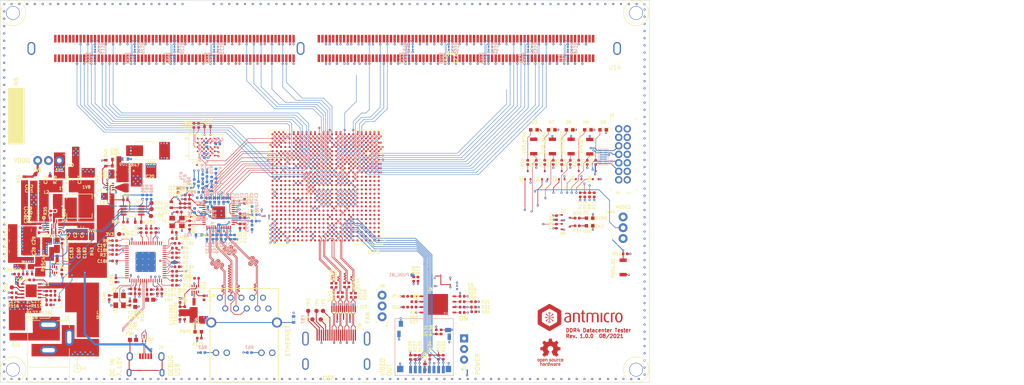
<source format=kicad_pcb>
(kicad_pcb (version 20171130) (host pcbnew 5.1.9+dfsg1-1)
  (layers (0 F.Cu signal) (1 GND1 power hide) (2 In2.Cu signal) (3 VCC1 power hide) (4 In4.Cu signal) (5 In5.Cu signal) (6 VCC2 power hide) (7 In7.Cu signal) (8 GND2 power hide) (31 B.Cu signal) (34 B.Paste user hide) (35 F.Paste user hide) (36 B.SilkS user hide) (37 F.SilkS user hide) (38 B.Mask user hide) (39 F.Mask user) (44 Edge.Cuts user))
  (net 0 "")
  (net 1 VBUS)
  (net 2 "Net-(C184-Pad1)")
  (net 3 "Net-(C185-Pad1)")
  (net 4 "Net-(C190-Pad1)")
  (net 5 "Net-(C193-Pad1)")
  (net 6 "Net-(R23-Pad1)")
  (net 7 "Net-(R24-Pad1)")
  (net 8 "Net-(R129-Pad2)")
  (net 9 "Net-(R130-Pad2)")
  (net 10 GND)
  (net 11 DBG_USB_P)
  (net 12 DBG_USB_N)
  (net 13 TCK_JTAG)
  (net 14 TMS_JTAG)
  (net 15 TDI_JTAG)
  (net 16 TDO_JTAG)
  (net 17 LED_LINK)
  (net 18 LED_SPD)
  (net 19 MODE2)
  (net 20 QSPI_DQ0)
  (net 21 QSPI_DQ1)
  (net 22 QSPI_DQ2)
  (net 23 QSPI_DQ3)
  (net 24 MODE0)
  (net 25 MODE1)
  (net 26 DONE)
  (net 27 ETH_RXD0)
  (net 28 ETH_RXD1)
  (net 29 ETH_RSTN)
  (net 30 ETH_MDIO)
  (net 31 ETH_REF_CLK)
  (net 32 ETH_TXD1)
  (net 33 ETH_TXD2)
  (net 34 ETH_TXD3)
  (net 35 ETH_TX_CLK)
  (net 36 ETH_TX_EN)
  (net 37 ETH_TXD0)
  (net 38 ETH_RXD3)
  (net 39 ETH_RX_DV)
  (net 40 ETH_MDC)
  (net 41 ETH_RX_CLK)
  (net 42 ETH_RXD2)
  (net 43 C_TMDS_CLK_P)
  (net 44 C_TMDS_CLK_N)
  (net 45 C_TMDS_D0_N)
  (net 46 C_TMDS_D0_P)
  (net 47 C_TMDS_D1_P)
  (net 48 C_TMDS_D2_N)
  (net 49 C_TMDS_D2_P)
  (net 50 "Net-(J6-Pad19)")
  (net 51 "Net-(J6-Pad18)")
  (net 52 "Net-(J6-Pad16)")
  (net 53 "Net-(J6-Pad15)")
  (net 54 "Net-(J6-Pad13)")
  (net 55 "Net-(J7-Pad9)")
  (net 56 C_TMDS_D1_N)
  (net 57 TMDS_CLK_P)
  (net 58 TMDS_CLK_N)
  (net 59 TMDS_D0_P)
  (net 60 TMDS_D0_N)
  (net 61 TMDS_D1_P)
  (net 62 TMDS_D1_N)
  (net 63 TMDS_D2_P)
  (net 64 TMDS_D2_N)
  (net 65 "Net-(D5-Pad2)")
  (net 66 "Net-(D6-Pad2)")
  (net 67 "Net-(D7-Pad2)")
  (net 68 "Net-(D8-Pad2)")
  (net 69 "Net-(FB6-Pad2)")
  (net 70 USR_LED1)
  (net 71 USR_LED3)
  (net 72 "Net-(Q2-Pad3)")
  (net 73 USR_LED2)
  (net 74 "Net-(Q3-Pad3)")
  (net 75 USR_LED4)
  (net 76 "Net-(Q4-Pad3)")
  (net 77 USR_LED5)
  (net 78 "Net-(Q5-Pad3)")
  (net 79 VDD1V1)
  (net 80 VDD0V6)
  (net 81 "Net-(Q6-Pad3)")
  (net 82 VDDQ)
  (net 83 "Net-(D9-Pad2)")
  (net 84 "Net-(IC3-Pad14)")
  (net 85 "Net-(J1-Pad14)")
  (net 86 "Net-(J1-Pad12)")
  (net 87 "Net-(J4-Pad4)")
  (net 88 "Net-(J6-Pad14)")
  (net 89 PUDC_B)
  (net 90 "Net-(U3-Pad9)")
  (net 91 "Net-(D4-Pad11)")
  (net 92 "Net-(D4-Pad12)")
  (net 93 SD_DAT1)
  (net 94 SD_DAT0)
  (net 95 SD_CLK)
  (net 96 SD_CMD)
  (net 97 SD_DAT3)
  (net 98 SD_DAT2)
  (net 99 SD_CD)
  (net 100 "Net-(D1-Pad2)")
  (net 101 "Net-(D10-Pad2)")
  (net 102 PROGRAM_B)
  (net 103 "Net-(Q7-Pad3)")
  (net 104 INIT_B)
  (net 105 "Net-(Q8-Pad3)")
  (net 106 FCS_B)
  (net 107 CCLK)
  (net 108 "Net-(R59-Pad1)")
  (net 109 "Net-(R60-Pad1)")
  (net 110 EMCCLK)
  (net 111 CFGBVS)
  (net 112 "Net-(R26-Pad1)")
  (net 113 "Net-(R27-Pad1)")
  (net 114 VIN)
  (net 115 VCC5V0)
  (net 116 "Net-(C35-Pad1)")
  (net 117 "Net-(C35-Pad2)")
  (net 118 "Net-(C36-Pad1)")
  (net 119 VDD1V8)
  (net 120 "Net-(C38-Pad1)")
  (net 121 "Net-(C45-Pad2)")
  (net 122 "Net-(C45-Pad1)")
  (net 123 "Net-(C172-Pad1)")
  (net 124 "Net-(C174-Pad1)")
  (net 125 "Net-(C175-Pad1)")
  (net 126 "Net-(C178-Pad1)")
  (net 127 "Net-(C178-Pad2)")
  (net 128 "Net-(IC1-Pad5)")
  (net 129 "Net-(IC1-Pad6)")
  (net 130 "Net-(L1-Pad1)")
  (net 131 "Net-(L3-Pad1)")
  (net 132 "Net-(PWR1-Pad2)")
  (net 133 "Net-(R40-Pad1)")
  (net 134 "Net-(R42-Pad1)")
  (net 135 "Net-(R126-Pad2)")
  (net 136 "Net-(U5-Pad8)")
  (net 137 USR_BTN1)
  (net 138 USR_BTN2)
  (net 139 USR_BTN3)
  (net 140 "Net-(R18-Pad1)")
  (net 141 "Net-(R19-Pad1)")
  (net 142 "Net-(R20-Pad1)")
  (net 143 "Net-(R25-Pad1)")
  (net 144 "Net-(U7-Pad63)")
  (net 145 "Net-(U7-Pad62)")
  (net 146 "Net-(U7-Pad61)")
  (net 147 "Net-(U7-Pad60)")
  (net 148 "Net-(U7-Pad59)")
  (net 149 "Net-(U7-Pad58)")
  (net 150 "Net-(U7-Pad57)")
  (net 151 "Net-(U7-Pad55)")
  (net 152 "Net-(U7-Pad54)")
  (net 153 "Net-(U7-Pad53)")
  (net 154 "Net-(U7-Pad46)")
  (net 155 "Net-(U7-Pad45)")
  (net 156 "Net-(U7-Pad44)")
  (net 157 "Net-(U7-Pad43)")
  (net 158 "Net-(U7-Pad41)")
  (net 159 "Net-(U7-Pad40)")
  (net 160 "Net-(U7-Pad36)")
  (net 161 "Net-(U7-Pad34)")
  (net 162 "Net-(U7-Pad33)")
  (net 163 "Net-(U7-Pad30)")
  (net 164 "Net-(U7-Pad24)")
  (net 165 "Net-(U7-Pad23)")
  (net 166 "Net-(U7-Pad22)")
  (net 167 "Net-(U7-Pad21)")
  (net 168 "Net-(U7-Pad10)")
  (net 169 USR_BTN4)
  (net 170 "Net-(R35-Pad1)")
  (net 171 AUX_JTAG_TCK)
  (net 172 "Net-(R1-Pad1)")
  (net 173 AUX_JTAG_TDI)
  (net 174 "Net-(R2-Pad1)")
  (net 175 "Net-(R3-Pad1)")
  (net 176 AUX_JTAG_TMS)
  (net 177 "Net-(R4-Pad1)")
  (net 178 AUX_JTAG_RST)
  (net 179 "Net-(R5-Pad1)")
  (net 180 UART0_RX)
  (net 181 "Net-(R6-Pad1)")
  (net 182 UART0_TX)
  (net 183 "Net-(R7-Pad1)")
  (net 184 UART1_RX)
  (net 185 "Net-(R8-Pad1)")
  (net 186 UART1_TX)
  (net 187 "Net-(R37-Pad1)")
  (net 188 3V3_SYS)
  (net 189 1V8_SYS)
  (net 190 1V1_SYS)
  (net 191 1V8_FT)
  (net 192 VCC5V0_INT)
  (net 193 AUX_JTAG_TDO)
  (net 194 1V0_SYS)
  (net 195 "Net-(C98-Pad2)")
  (net 196 "Net-(C100-Pad2)")
  (net 197 SYS_ON)
  (net 198 "Net-(L4-Pad1)")
  (net 199 "Net-(R55-Pad1)")
  (net 200 /Supply/VCC_INT_EN)
  (net 201 /Supply/VCC_AUX_EN)
  (net 202 /Supply/VCC_IO_EN)
  (net 203 "Net-(U9-Pad8)")
  (net 204 "Net-(C96-Pad1)")
  (net 205 HR_RST)
  (net 206 HR_CS)
  (net 207 HR_DQ1)
  (net 208 HR_DQ0)
  (net 209 HR_RW)
  (net 210 HR_CKN)
  (net 211 HR_DQ5)
  (net 212 HR_DQ4)
  (net 213 HR_DQ7)
  (net 214 HR_DQ6)
  (net 215 HR_CKP)
  (net 216 HR_DQ3)
  (net 217 HR_DQ2)
  (net 218 "Net-(U11-PadC5)")
  (net 219 "Net-(U11-PadB5)")
  (net 220 "Net-(U11-PadA5)")
  (net 221 "Net-(U11-PadC2)")
  (net 222 "Net-(U11-PadA2)")
  (net 223 /Supply/SYS_EN)
  (net 224 "Net-(S1-Pad1)")
  (net 225 "Net-(D11-PadA)")
  (net 226 "Net-(J8-Pad2)")
  (net 227 "Net-(J?1-Pad11)")
  (net 228 "Net-(J?1-Pad13)")
  (net 229 /Ethernet/ETH3_P)
  (net 230 /Ethernet/ETH2_P)
  (net 231 "Net-(FB7-Pad1)")
  (net 232 /Ethernet/ETH1_P)
  (net 233 /Ethernet/ETH4_P)
  (net 234 /Ethernet/ETH2_N)
  (net 235 /Ethernet/ETH1_N)
  (net 236 /Ethernet/ETH3_N)
  (net 237 /Ethernet/ETH4_N)
  (net 238 "Net-(J?1-Pad9)")
  (net 239 VCC1V2)
  (net 240 /Ethernet/AVDDL)
  (net 241 /Ethernet/AVDDL_PLL)
  (net 242 /Ethernet/AVDDH)
  (net 243 "Net-(C147-Pad1)")
  (net 244 "Net-(C148-Pad1)")
  (net 245 "Net-(C150-Pad2)")
  (net 246 "Net-(C150-Pad1)")
  (net 247 "Net-(L5-Pad1)")
  (net 248 "Net-(R68-Pad2)")
  (net 249 "Net-(R82-Pad1)")
  (net 250 "Net-(U6-Pad47)")
  (net 251 "Net-(U6-Pad43)")
  (net 252 ETH_INT_N)
  (net 253 "Net-(U6-Pad13)")
  (net 254 /Supply/1V2_PG)
  (net 255 "Net-(U14-Pad227)")
  (net 256 "Net-(U14-Pad252)")
  (net 257 "Net-(U14-Pad144)")
  (net 258 "Net-(U14-Pad108)")
  (net 259 "Net-(U14-Pad205)")
  (net 260 VSS)
  (net 261 VPP)
  (net 262 VDD)
  (net 263 VDDSPD)
  (net 264 VTT)
  (net 265 VREFCA)
  (net 266 "Net-(U15-PadA3)")
  (net 267 "Net-(U15-PadA4)")
  (net 268 "Net-(U15-PadA8)")
  (net 269 "Net-(U15-PadA9)")
  (net 270 "Net-(U15-PadA18)")
  (net 271 "Net-(U15-PadA19)")
  (net 272 "Net-(U15-PadA20)")
  (net 273 "Net-(U15-PadA23)")
  (net 274 "Net-(U15-PadA24)")
  (net 275 "Net-(U15-PadB1)")
  (net 276 "Net-(U15-PadB2)")
  (net 277 "Net-(U15-PadB3)")
  (net 278 "Net-(U15-PadB5)")
  (net 279 "Net-(U15-PadB6)")
  (net 280 "Net-(U15-PadB9)")
  (net 281 "Net-(U15-PadB11)")
  (net 282 "Net-(U15-PadB12)")
  (net 283 "Net-(U15-PadB16)")
  (net 284 "Net-(U15-PadB19)")
  (net 285 "Net-(U15-PadB20)")
  (net 286 "Net-(U15-PadB21)")
  (net 287 "Net-(U15-PadC2)")
  (net 288 "Net-(U15-PadC3)")
  (net 289 "Net-(U15-PadC4)")
  (net 290 "Net-(U15-PadC6)")
  (net 291 "Net-(U15-PadC11)")
  (net 292 "Net-(U15-PadC12)")
  (net 293 "Net-(U15-PadC13)")
  (net 294 "Net-(U15-PadC14)")
  (net 295 "Net-(U15-PadC16)")
  (net 296 "Net-(U15-PadC17)")
  (net 297 "Net-(U15-PadC18)")
  (net 298 "Net-(U15-PadC19)")
  (net 299 "Net-(U15-PadC21)")
  (net 300 "Net-(U15-PadC22)")
  (net 301 "Net-(U15-PadD1)")
  (net 302 "Net-(U15-PadD2)")
  (net 303 "Net-(U15-PadD3)")
  (net 304 "Net-(U15-PadD5)")
  (net 305 "Net-(U15-PadD6)")
  (net 306 "Net-(U15-PadD13)")
  (net 307 "Net-(U15-PadD14)")
  (net 308 "Net-(U15-PadD15)")
  (net 309 "Net-(U15-PadD16)")
  (net 310 "Net-(U15-PadD18)")
  (net 311 "Net-(U15-PadD21)")
  (net 312 "Net-(U15-PadD23)")
  (net 313 "Net-(U15-PadE3)")
  (net 314 "Net-(U15-PadE4)")
  (net 315 "Net-(U15-PadE6)")
  (net 316 "Net-(U15-PadE12)")
  (net 317 "Net-(U15-PadE13)")
  (net 318 "Net-(U15-PadE15)")
  (net 319 "Net-(U15-PadE16)")
  (net 320 "Net-(U15-PadE17)")
  (net 321 "Net-(U15-PadE18)")
  (net 322 "Net-(U15-PadE20)")
  (net 323 "Net-(U15-PadE21)")
  (net 324 "Net-(U15-PadE22)")
  (net 325 "Net-(U15-PadE23)")
  (net 326 "Net-(U15-PadF1)")
  (net 327 "Net-(U15-PadF2)")
  (net 328 "Net-(U15-PadF5)")
  (net 329 "Net-(U15-PadF6)")
  (net 330 "Net-(U15-PadF12)")
  (net 331 "Net-(U15-PadF13)")
  (net 332 "Net-(U15-PadF14)")
  (net 333 "Net-(U15-PadF15)")
  (net 334 "Net-(U15-PadF17)")
  (net 335 "Net-(U15-PadF18)")
  (net 336 "Net-(U15-PadF19)")
  (net 337 "Net-(U15-PadF20)")
  (net 338 "Net-(U15-PadF22)")
  (net 339 "Net-(U15-PadF23)")
  (net 340 "Net-(U15-PadF24)")
  (net 341 "Net-(U15-PadG2)")
  (net 342 "Net-(U15-PadG3)")
  (net 343 "Net-(U15-PadG4)")
  (net 344 "Net-(U15-PadG6)")
  (net 345 "Net-(U15-PadG11)")
  (net 346 "Net-(U15-PadG12)")
  (net 347 "Net-(U15-PadG14)")
  (net 348 "Net-(U15-PadG15)")
  (net 349 "Net-(U15-PadG16)")
  (net 350 "Net-(U15-PadG17)")
  (net 351 "Net-(U15-PadG19)")
  (net 352 "Net-(U15-PadG20)")
  (net 353 "Net-(U15-PadG21)")
  (net 354 "Net-(U15-PadG22)")
  (net 355 "Net-(U15-PadG24)")
  (net 356 "Net-(U15-PadG25)")
  (net 357 "Net-(U15-PadG26)")
  (net 358 "Net-(U15-PadH1)")
  (net 359 "Net-(U15-PadH2)")
  (net 360 "Net-(U15-PadH3)")
  (net 361 "Net-(U15-PadH5)")
  (net 362 "Net-(U15-PadH6)")
  (net 363 "Net-(U15-PadH9)")
  (net 364 "Net-(U15-PadH11)")
  (net 365 "Net-(U15-PadH12)")
  (net 366 "Net-(U15-PadH13)")
  (net 367 "Net-(U15-PadH14)")
  (net 368 "Net-(U15-PadH16)")
  (net 369 "Net-(U15-PadH17)")
  (net 370 "Net-(U15-PadH18)")
  (net 371 "Net-(U15-PadH19)")
  (net 372 "Net-(U15-PadH21)")
  (net 373 "Net-(U15-PadH22)")
  (net 374 "Net-(U15-PadH23)")
  (net 375 "Net-(U15-PadH24)")
  (net 376 "Net-(U15-PadH26)")
  (net 377 "Net-(U15-PadJ3)")
  (net 378 "Net-(U15-PadJ4)")
  (net 379 "Net-(U15-PadJ6)")
  (net 380 "Net-(U15-PadJ8)")
  (net 381 "Net-(U15-PadJ10)")
  (net 382 "Net-(U15-PadJ11)")
  (net 383 "Net-(U15-PadJ13)")
  (net 384 "Net-(U15-PadJ14)")
  (net 385 "Net-(U15-PadJ18)")
  (net 386 "Net-(U15-PadJ19)")
  (net 387 "Net-(U15-PadJ20)")
  (net 388 "Net-(U15-PadJ21)")
  (net 389 "Net-(U15-PadJ23)")
  (net 390 "Net-(U15-PadJ24)")
  (net 391 "Net-(U15-PadJ25)")
  (net 392 "Net-(U15-PadJ26)")
  (net 393 "Net-(U15-PadK1)")
  (net 394 "Net-(U15-PadK2)")
  (net 395 "Net-(U15-PadK5)")
  (net 396 "Net-(U15-PadK6)")
  (net 397 "Net-(U15-PadK15)")
  (net 398 "Net-(U15-PadK16)")
  (net 399 "Net-(U15-PadK17)")
  (net 400 "Net-(U15-PadK18)")
  (net 401 "Net-(U15-PadK20)")
  (net 402 "Net-(U15-PadK21)")
  (net 403 "Net-(U15-PadK22)")
  (net 404 "Net-(U15-PadK23)")
  (net 405 "Net-(U15-PadK25)")
  (net 406 "Net-(U15-PadK26)")
  (net 407 "Net-(U15-PadL2)")
  (net 408 "Net-(U15-PadL3)")
  (net 409 "Net-(U15-PadL4)")
  (net 410 "Net-(U15-PadL6)")
  (net 411 "Net-(U15-PadL17)")
  (net 412 "Net-(U15-PadL18)")
  (net 413 "Net-(U15-PadL22)")
  (net 414 "Net-(U15-PadL23)")
  (net 415 "Net-(U15-PadL24)")
  (net 416 "Net-(U15-PadM1)")
  (net 417 "Net-(U15-PadM2)")
  (net 418 "Net-(U15-PadM3)")
  (net 419 "Net-(U15-PadM5)")
  (net 420 "Net-(U15-PadM6)")
  (net 421 "Net-(U15-PadM16)")
  (net 422 "Net-(U15-PadM17)")
  (net 423 "Net-(U15-PadM19)")
  (net 424 "Net-(U15-PadM20)")
  (net 425 "Net-(U15-PadM21)")
  (net 426 "Net-(U15-PadM22)")
  (net 427 "Net-(U15-PadM24)")
  (net 428 "Net-(U15-PadM26)")
  (net 429 "Net-(U15-PadN3)")
  (net 430 "Net-(U15-PadN4)")
  (net 431 "Net-(U15-PadN6)")
  (net 432 "Net-(U15-PadN18)")
  (net 433 "Net-(U15-PadN19)")
  (net 434 "Net-(U15-PadN21)")
  (net 435 "Net-(U15-PadN22)")
  (net 436 "Net-(U15-PadN23)")
  (net 437 "Net-(U15-PadN24)")
  (net 438 "Net-(U15-PadN26)")
  (net 439 "Net-(U15-PadP1)")
  (net 440 "Net-(U15-PadP2)")
  (net 441 "Net-(U15-PadP8)")
  (net 442 "Net-(U15-PadP18)")
  (net 443 "Net-(U15-PadP21)")
  (net 444 "Net-(U15-PadP23)")
  (net 445 "Net-(U15-PadP24)")
  (net 446 "Net-(U15-PadP25)")
  (net 447 "Net-(U15-PadP26)")
  (net 448 "Net-(U15-PadR3)")
  (net 449 "Net-(U15-PadR4)")
  (net 450 "Net-(U15-PadR9)")
  (net 451 "Net-(U15-PadR18)")
  (net 452 "Net-(U15-PadR20)")
  (net 453 "Net-(U15-PadR21)")
  (net 454 "Net-(U15-PadR22)")
  (net 455 "Net-(U15-PadR23)")
  (net 456 "Net-(U15-PadR25)")
  (net 457 "Net-(U15-PadR26)")
  (net 458 "Net-(U15-PadT7)")
  (net 459 "Net-(U15-PadT8)")
  (net 460 "Net-(U15-PadT19)")
  (net 461 "Net-(U15-PadT20)")
  (net 462 "Net-(U15-PadT22)")
  (net 463 "Net-(U15-PadT23)")
  (net 464 "Net-(U15-PadU1)")
  (net 465 "Net-(U15-PadU6)")
  (net 466 "Net-(U15-PadU7)")
  (net 467 "Net-(U15-PadU9)")
  (net 468 "Net-(U15-PadU19)")
  (net 469 "Net-(U15-PadU20)")
  (net 470 "Net-(U15-PadU21)")
  (net 471 "Net-(U15-PadU22)")
  (net 472 "Net-(U15-PadU24)")
  (net 473 "Net-(U15-PadV1)")
  (net 474 "Net-(U15-PadV21)")
  (net 475 "Net-(U15-PadV22)")
  (net 476 "Net-(U15-PadV23)")
  (net 477 "Net-(U15-PadV24)")
  (net 478 "Net-(U15-PadW20)")
  (net 479 "Net-(U15-PadW21)")
  (net 480 "Net-(U15-PadW23)")
  (net 481 "Net-(U15-PadY5)")
  (net 482 "Net-(U15-PadY6)")
  (net 483 "Net-(U15-PadAA4)")
  (net 484 "Net-(U15-PadAB20)")
  (net 485 "Net-(U15-PadAB21)")
  (net 486 "Net-(U15-PadAB22)")
  (net 487 "Net-(U15-PadAB24)")
  (net 488 "Net-(U15-PadAB25)")
  (net 489 "Net-(U15-PadAC21)")
  (net 490 "Net-(U15-PadAC22)")
  (net 491 "Net-(U15-PadAC23)")
  (net 492 "Net-(U15-PadAD4)")
  (net 493 "Net-(U15-PadAD21)")
  (net 494 "Net-(U15-PadAE21)")
  (net 495 "Net-(U15-PadAF8)")
  (net 496 "Net-(U15-PadAF22)")
  (net 497 "Net-(U15-PadD11)")
  (net 498 "Net-(U15-PadE11)")
  (net 499 "Net-(U15-PadF10)")
  (net 500 "Net-(U15-PadG9)")
  (net 501 "Net-(U15-PadG10)")
  (net 502 "Net-(U15-PadH8)")
  (net 503 ~EVENT)
  (net 504 DQ43)
  (net 505 DQ41)
  (net 506 DQS7_C)
  (net 507 DQ49)
  (net 508 DQS6_C)
  (net 509 DQS6_T)
  (net 510 DQ61)
  (net 511 DQ57)
  (net 512 DQ51)
  (net 513 DQ33)
  (net 514 SA2)
  (net 515 DQ59)
  (net 516 DQS7_T)
  (net 517 DQ63)
  (net 518 ~CS3~\C1,NC)
  (net 519 PARITY)
  (net 520 A17)
  (net 521 NC\C2)
  (net 522 DQ39)
  (net 523 DQ45)
  (net 524 DQ53)
  (net 525 DQ47)
  (net 526 SDA)
  (net 527 DQ55)
  (net 528 A13)
  (net 529 DQS4_C)
  (net 530 DQS4_T)
  (net 531 A10\AP)
  (net 532 ~SAVE)
  (net 533 DQS5_C)
  (net 534 DQS5_T)
  (net 535 ~WE~\A14)
  (net 536 BA1)
  (net 537 DQ37)
  (net 538 DQ35)
  (net 539 SCL)
  (net 540 SA1)
  (net 541 DQS16_C)
  (net 542 DQS16_T)
  (net 543 DQ56)
  (net 544 DQ58)
  (net 545 DQ62)
  (net 546 SA0)
  (net 547 DQ50)
  (net 548 DQ54)
  (net 549 DQS15_C)
  (net 550 DQS15_T)
  (net 551 DQ60)
  (net 552 DQ46)
  (net 553 DQS14_C)
  (net 554 DQS14_T)
  (net 555 DQ52)
  (net 556 DQ42)
  (net 557 DQ48)
  (net 558 DQ44)
  (net 559 DQ34)
  (net 560 DQ38)
  (net 561 DQS13_C)
  (net 562 DQ40)
  (net 563 ~CS2~\C0)
  (net 564 ODT1\NC)
  (net 565 DQ32)
  (net 566 DQ36)
  (net 567 DQS13_T)
  (net 568 ~CS1~\NC)
  (net 569 ODT0)
  (net 570 ~CAS~\A15)
  (net 571 ~CS0)
  (net 572 ~RAS~\A16)
  (net 573 BA0)
  (net 574 A0)
  (net 575 12V)
  (net 576 DQ4)
  (net 577 DQ0)
  (net 578 DQS9_T)
  (net 579 DQS9_C)
  (net 580 DQ2)
  (net 581 DQ6)
  (net 582 DQ12)
  (net 583 DQS10_C)
  (net 584 DQS10_T)
  (net 585 DQ8)
  (net 586 DQ14)
  (net 587 DQ10)
  (net 588 DQ20)
  (net 589 DQ16)
  (net 590 DQS11_T)
  (net 591 DQS11_C)
  (net 592 DQ22)
  (net 593 DQ28)
  (net 594 DQ18)
  (net 595 DQ24)
  (net 596 DQS12_C)
  (net 597 DQ30)
  (net 598 DQS12_T)
  (net 599 DQ26)
  (net 600 CB4)
  (net 601 CB0)
  (net 602 DQS17_T)
  (net 603 CB6)
  (net 604 DQS17_C)
  (net 605 CB2)
  (net 606 CKE0)
  (net 607 ~RESET)
  (net 608 BG0)
  (net 609 ~ACT)
  (net 610 A12\~BC)
  (net 611 A9)
  (net 612 A6)
  (net 613 A8)
  (net 614 A3)
  (net 615 A1)
  (net 616 CK0_C)
  (net 617 CK0_T)
  (net 618 DQS3_T)
  (net 619 DQS0_C)
  (net 620 DQS1_T)
  (net 621 DQS1_C)
  (net 622 DQ25)
  (net 623 CB1)
  (net 624 DQ15)
  (net 625 DQ11)
  (net 626 DQ13)
  (net 627 DQS8_C)
  (net 628 DQS0_T)
  (net 629 A5)
  (net 630 DQ23)
  (net 631 CB5)
  (net 632 DQ31)
  (net 633 BG1)
  (net 634 DQ17)
  (net 635 DQS2_C)
  (net 636 DQS2_T)
  (net 637 CK1_C)
  (net 638 CB7)
  (net 639 DQS8_T)
  (net 640 A11)
  (net 641 A7)
  (net 642 DQ29)
  (net 643 DQ19)
  (net 644 DQS3_C)
  (net 645 DQ27)
  (net 646 DQ1)
  (net 647 A4)
  (net 648 CKE1\NC)
  (net 649 A2)
  (net 650 DQ3)
  (net 651 DQ9)
  (net 652 DQ21)
  (net 653 CB3)
  (net 654 ~ALERT)
  (net 655 DQ7)
  (net 656 CK1_T)
  (net 657 DQ5)
  (net 658 "Net-(U15-PadC15)")
  (net 659 "Net-(U15-PadAA10)")
  (net 660 "Net-(U15-PadAE11)")
  (net 661 "Net-(U15-PadAF10)")
  (net 662 "Net-(U15-PadAD15)")
  (net 663 "Net-(U15-PadU17)")
  (net 664 "Net-(U15-PadU16)")
  (net 665 "Net-(U15-PadT18)")
  (net 666 "Net-(U15-PadT17)")
  (net 667 "Net-(U15-PadP16)")
  (net 668 "Net-(U15-PadN17)")
  (net 669 "Net-(U15-PadN16)")
  (net 670 "Net-(R117-Pad1)")
  (net 671 "Net-(R118-Pad1)")
  (net 672 "Net-(R120-Pad1)")
  (net 673 "Net-(R121-Pad1)")
  (net 674 "Net-(R123-Pad1)")
  (net 675 "Net-(R124-Pad1)")
  (net 676 "Net-(R125-Pad1)")
  (net 677 "Net-(R147-Pad1)")
  (net 678 "Net-(R148-Pad1)")
  (net 679 "Net-(R149-Pad1)")
  (net 680 "Net-(R150-Pad1)")
  (net 681 "Net-(R151-Pad1)")
  (net 682 "Net-(R152-Pad1)")
  (net 683 "Net-(R153-Pad1)")
  (net 684 "Net-(R154-Pad1)")
  (net 685 "Net-(R155-Pad1)")
  (net 686 "Net-(R156-Pad2)")
  (net 687 "Net-(R157-Pad2)")
  (module datacenter-dram-tester-footprints:0201-res (layer B.Cu) (at 203.286328 57.310008 270)
    (fp_text reference R157 (at 0 1.05 90) (layer B.SilkS) (effects (font (size 0.7 0.7)) (justify mirror)))
    (fp_text value R_0R_0201)
    (pad 1 smd roundrect (at -0.32 0 270) (size 0.46 0.4) (layers B.Cu B.Mask) (net 604 DQS17_C))
    (pad 2 smd roundrect (at 0.32 0 270) (size 0.46 0.4) (layers B.Cu B.Mask) (net 687 "Net-(R157-Pad2)"))
  )
  (module datacenter-dram-tester-footprints:0201-res (layer B.Cu) (at 204.136328 57.310008 270)
    (fp_text reference R156 (at 0 1.05 90) (layer B.SilkS) (effects (font (size 0.7 0.7)) (justify mirror)))
    (fp_text value R_0R_0201)
    (pad 1 smd roundrect (at -0.32 0 270) (size 0.46 0.4) (layers B.Cu B.Mask) (net 602 DQS17_T))
    (pad 2 smd roundrect (at 0.32 0 270) (size 0.46 0.4) (layers B.Cu B.Mask) (net 686 "Net-(R156-Pad2)"))
  )
  (module datacenter-dram-tester-footprints:0201-res (layer B.Cu) (at 221.986328 57.310008 90)
    (fp_text reference R155 (at 0 1.05 90) (layer B.SilkS) (effects (font (size 0.7 0.7)) (justify mirror)))
    (fp_text value R_0R_0201)
    (pad 1 smd roundrect (at -0.32 0 90) (size 0.46 0.4) (layers B.Cu B.Mask) (net 685 "Net-(R155-Pad1)"))
    (pad 2 smd roundrect (at 0.32 0 90) (size 0.46 0.4) (layers B.Cu B.Mask) (net 591 DQS11_C))
  )
  (module datacenter-dram-tester-footprints:0201-res (layer B.Cu) (at 222.836328 57.310008 90)
    (fp_text reference R154 (at 0 1.05 90) (layer B.SilkS) (effects (font (size 0.7 0.7)) (justify mirror)))
    (fp_text value R_0R_0201)
    (pad 1 smd roundrect (at -0.32 0 90) (size 0.46 0.4) (layers B.Cu B.Mask) (net 684 "Net-(R154-Pad1)"))
    (pad 2 smd roundrect (at 0.32 0 90) (size 0.46 0.4) (layers B.Cu B.Mask) (net 590 DQS11_T))
  )
  (module datacenter-dram-tester-footprints:0201-res (layer B.Cu) (at 231.336328 57.310008 90)
    (fp_text reference R153 (at 0 1.05 90) (layer B.SilkS) (effects (font (size 0.7 0.7)) (justify mirror)))
    (fp_text value R_0R_0201)
    (pad 1 smd roundrect (at -0.32 0 90) (size 0.46 0.4) (layers B.Cu B.Mask) (net 683 "Net-(R153-Pad1)"))
    (pad 2 smd roundrect (at 0.32 0 90) (size 0.46 0.4) (layers B.Cu B.Mask) (net 583 DQS10_C))
  )
  (module datacenter-dram-tester-footprints:0201-res (layer B.Cu) (at 232.186328 57.310008 90)
    (fp_text reference R152 (at 0 1.05 90) (layer B.SilkS) (effects (font (size 0.7 0.7)) (justify mirror)))
    (fp_text value R_0R_0201)
    (pad 1 smd roundrect (at -0.32 0 90) (size 0.46 0.4) (layers B.Cu B.Mask) (net 682 "Net-(R152-Pad1)"))
    (pad 2 smd roundrect (at 0.32 0 90) (size 0.46 0.4) (layers B.Cu B.Mask) (net 584 DQS10_T))
  )
  (module datacenter-dram-tester-footprints:0201-res (layer B.Cu) (at 212.636328 57.310008 90)
    (fp_text reference R151 (at 0 1.05 90) (layer B.SilkS) (effects (font (size 0.7 0.7)) (justify mirror)))
    (fp_text value R_0R_0201)
    (pad 1 smd roundrect (at -0.32 0 90) (size 0.46 0.4) (layers B.Cu B.Mask) (net 681 "Net-(R151-Pad1)"))
    (pad 2 smd roundrect (at 0.32 0 90) (size 0.46 0.4) (layers B.Cu B.Mask) (net 596 DQS12_C))
  )
  (module datacenter-dram-tester-footprints:0201-res (layer B.Cu) (at 213.486328 57.310008 90)
    (fp_text reference R150 (at 0 1.05 90) (layer B.SilkS) (effects (font (size 0.7 0.7)) (justify mirror)))
    (fp_text value R_0R_0201)
    (pad 1 smd roundrect (at -0.32 0 90) (size 0.46 0.4) (layers B.Cu B.Mask) (net 680 "Net-(R150-Pad1)"))
    (pad 2 smd roundrect (at 0.32 0 90) (size 0.46 0.4) (layers B.Cu B.Mask) (net 598 DQS12_T))
  )
  (module datacenter-dram-tester-footprints:0201-res (layer B.Cu) (at 240.686328 57.310008 90)
    (fp_text reference R149 (at 0 1.05 90) (layer B.SilkS) (effects (font (size 0.7 0.7)) (justify mirror)))
    (fp_text value R_0R_0201)
    (pad 1 smd roundrect (at -0.32 0 90) (size 0.46 0.4) (layers B.Cu B.Mask) (net 679 "Net-(R149-Pad1)"))
    (pad 2 smd roundrect (at 0.32 0 90) (size 0.46 0.4) (layers B.Cu B.Mask) (net 579 DQS9_C))
  )
  (module datacenter-dram-tester-footprints:0201-res (layer B.Cu) (at 241.536328 57.310008 90)
    (fp_text reference R148 (at 0 1.05 90) (layer B.SilkS) (effects (font (size 0.7 0.7)) (justify mirror)))
    (fp_text value R_0R_0201)
    (pad 1 smd roundrect (at -0.32 0 90) (size 0.46 0.4) (layers B.Cu B.Mask) (net 678 "Net-(R148-Pad1)"))
    (pad 2 smd roundrect (at 0.32 0 90) (size 0.46 0.4) (layers B.Cu B.Mask) (net 578 DQS9_T))
  )
  (module datacenter-dram-tester-footprints:0201-res (layer B.Cu) (at 138.686328 57.310008 90)
    (fp_text reference R147 (at 0 1.05 90) (layer B.SilkS) (effects (font (size 0.7 0.7)) (justify mirror)))
    (fp_text value R_0R_0201)
    (pad 1 smd roundrect (at -0.32 0 90) (size 0.46 0.4) (layers B.Cu B.Mask) (net 677 "Net-(R147-Pad1)"))
    (pad 2 smd roundrect (at 0.32 0 90) (size 0.46 0.4) (layers B.Cu B.Mask) (net 549 DQS15_C))
  )
  (module datacenter-dram-tester-footprints:0201-res (layer B.Cu) (at 139.536328 57.310008 90)
    (fp_text reference R125 (at 0 1.05 90) (layer B.SilkS) (effects (font (size 0.7 0.7)) (justify mirror)))
    (fp_text value R_0R_0201)
    (pad 1 smd roundrect (at -0.32 0 90) (size 0.46 0.4) (layers B.Cu B.Mask) (net 676 "Net-(R125-Pad1)"))
    (pad 2 smd roundrect (at 0.32 0 90) (size 0.46 0.4) (layers B.Cu B.Mask) (net 550 DQS15_T))
  )
  (module datacenter-dram-tester-footprints:0201-res (layer B.Cu) (at 157.386328 57.310008 90)
    (fp_text reference R124 (at 0 1.05 90) (layer B.SilkS) (effects (font (size 0.7 0.7)) (justify mirror)))
    (fp_text value R_0R_0201)
    (pad 1 smd roundrect (at -0.32 0 90) (size 0.46 0.4) (layers B.Cu B.Mask) (net 675 "Net-(R124-Pad1)"))
    (pad 2 smd roundrect (at 0.32 0 90) (size 0.46 0.4) (layers B.Cu B.Mask) (net 561 DQS13_C))
  )
  (module datacenter-dram-tester-footprints:0201-res (layer B.Cu) (at 158.236328 57.310008 90)
    (fp_text reference R123 (at 0 1.05 90) (layer B.SilkS) (effects (font (size 0.7 0.7)) (justify mirror)))
    (fp_text value R_0R_0201)
    (pad 1 smd roundrect (at -0.32 0 90) (size 0.46 0.4) (layers B.Cu B.Mask) (net 674 "Net-(R123-Pad1)"))
    (pad 2 smd roundrect (at 0.32 0 90) (size 0.46 0.4) (layers B.Cu B.Mask) (net 567 DQS13_T))
  )
  (module datacenter-dram-tester-footprints:0201-res (layer B.Cu) (at 148.036328 57.310008 90)
    (fp_text reference R121 (at 0 1.05 90) (layer B.SilkS) (effects (font (size 0.7 0.7)) (justify mirror)))
    (fp_text value R_0R_0201)
    (pad 1 smd roundrect (at -0.32 0 90) (size 0.46 0.4) (layers B.Cu B.Mask) (net 673 "Net-(R121-Pad1)"))
    (pad 2 smd roundrect (at 0.32 0 90) (size 0.46 0.4) (layers B.Cu B.Mask) (net 553 DQS14_C))
  )
  (module datacenter-dram-tester-footprints:0201-res (layer B.Cu) (at 148.886328 57.310008 90)
    (fp_text reference R120 (at 0 1.05 90) (layer B.SilkS) (effects (font (size 0.7 0.7)) (justify mirror)))
    (fp_text value R_0R_0201)
    (pad 1 smd roundrect (at -0.32 0 90) (size 0.46 0.4) (layers B.Cu B.Mask) (net 672 "Net-(R120-Pad1)"))
    (pad 2 smd roundrect (at 0.32 0 90) (size 0.46 0.4) (layers B.Cu B.Mask) (net 554 DQS14_T))
  )
  (module datacenter-dram-tester-footprints:0201-res (layer B.Cu) (at 129.336328 57.310008 90)
    (fp_text reference R118 (at 0 1.05 90) (layer B.SilkS) (effects (font (size 0.7 0.7)) (justify mirror)))
    (fp_text value R_0R_0201)
    (pad 1 smd roundrect (at -0.32 0 90) (size 0.46 0.4) (layers B.Cu B.Mask) (net 671 "Net-(R118-Pad1)"))
    (pad 2 smd roundrect (at 0.32 0 90) (size 0.46 0.4) (layers B.Cu B.Mask) (net 541 DQS16_C))
  )
  (module datacenter-dram-tester-footprints:0201-res (layer B.Cu) (at 130.186328 57.310008 90)
    (fp_text reference R117 (at 0 1.05 90) (layer B.SilkS) (effects (font (size 0.7 0.7)) (justify mirror)))
    (fp_text value R_0R_0201)
    (pad 1 smd roundrect (at -0.32 0 90) (size 0.46 0.4) (layers B.Cu B.Mask) (net 670 "Net-(R117-Pad1)"))
    (pad 2 smd roundrect (at 0.32 0 90) (size 0.46 0.4) (layers B.Cu B.Mask) (net 542 DQS16_T))
  )
  (module datacenter-dram-tester-footprints:0402-res (layer F.Cu) (at 148.886328 90.810008 90)
    (fp_text reference R58 (at -0.1 1 90) (layer F.SilkS) (effects (font (size 0.7 0.7))))
    (fp_text value R_0R_0402)
    (pad 2 smd roundrect (at 0.485 0 90) (size 0.59 0.64) (layers F.Cu F.Paste F.Mask) (net 111 CFGBVS))
    (pad 1 smd roundrect (at -0.485 0 90) (size 0.59 0.64) (layers F.Cu F.Paste F.Mask) (net 188 3V3_SYS))
  )
  (module datacenter-dram-tester-footprints:BGA676C100P26X26_2700X2700X254 (layer F.Cu) (at 183.636328 90.060008 180)
    (fp_text reference U15 (at -11.325 -15.135) (layer F.SilkS))
    (fp_text value XC7K160T-FFG676)
    (pad AF26 smd circle (at 12.5 12.5 180) (size 0.5 0.5) (layers F.Cu F.Paste F.Mask) (net 188 3V3_SYS))
    (pad AF25 smd circle (at 11.5 12.5 180) (size 0.5 0.5) (layers F.Cu F.Paste F.Mask) (net 211 HR_DQ5))
    (pad AF24 smd circle (at 10.5 12.5 180) (size 0.5 0.5) (layers F.Cu F.Paste F.Mask) (net 217 HR_DQ2))
    (pad AF23 smd circle (at 9.5 12.5 180) (size 0.5 0.5) (layers F.Cu F.Paste F.Mask) (net 212 HR_DQ4))
    (pad AF22 smd circle (at 8.5 12.5 180) (size 0.5 0.5) (layers F.Cu F.Paste F.Mask) (net 496 "Net-(U15-PadAF22)"))
    (pad AF21 smd circle (at 7.5 12.5 180) (size 0.5 0.5) (layers F.Cu F.Paste F.Mask) (net 10 GND))
    (pad AF20 smd circle (at 6.5 12.5 180) (size 0.5 0.5) (layers F.Cu F.Paste F.Mask) (net 556 DQ42))
    (pad AF19 smd circle (at 5.5 12.5 180) (size 0.5 0.5) (layers F.Cu F.Paste F.Mask) (net 552 DQ46))
    (pad AF18 smd circle (at 4.5 12.5 180) (size 0.5 0.5) (layers F.Cu F.Paste F.Mask) (net 533 DQS5_C))
    (pad AF17 smd circle (at 3.5 12.5 180) (size 0.5 0.5) (layers F.Cu F.Paste F.Mask) (net 562 DQ40))
    (pad AF16 smd circle (at 2.5 12.5 180) (size 0.5 0.5) (layers F.Cu F.Paste F.Mask) (net 82 VDDQ))
    (pad AF15 smd circle (at 1.5 12.5 180) (size 0.5 0.5) (layers F.Cu F.Paste F.Mask) (net 518 ~CS3~\C1,NC))
    (pad AF14 smd circle (at 0.5 12.5 180) (size 0.5 0.5) (layers F.Cu F.Paste F.Mask) (net 503 ~EVENT))
    (pad AF13 smd circle (at -0.5 12.5 180) (size 0.5 0.5) (layers F.Cu F.Paste F.Mask) (net 570 ~CAS~\A15))
    (pad AF12 smd circle (at -1.5 12.5 180) (size 0.5 0.5) (layers F.Cu F.Paste F.Mask) (net 616 CK0_C))
    (pad AF11 smd circle (at -2.5 12.5 180) (size 0.5 0.5) (layers F.Cu F.Paste F.Mask) (net 10 GND))
    (pad AF10 smd circle (at -3.5 12.5 180) (size 0.5 0.5) (layers F.Cu F.Paste F.Mask) (net 661 "Net-(U15-PadAF10)"))
    (pad AF9 smd circle (at -4.5 12.5 180) (size 0.5 0.5) (layers F.Cu F.Paste F.Mask) (net 633 BG1))
    (pad AF8 smd circle (at -5.5 12.5 180) (size 0.5 0.5) (layers F.Cu F.Paste F.Mask) (net 495 "Net-(U15-PadAF8)"))
    (pad AF7 smd circle (at -6.5 12.5 180) (size 0.5 0.5) (layers F.Cu F.Paste F.Mask) (net 641 A7))
    (pad AF6 smd circle (at -7.5 12.5 180) (size 0.5 0.5) (layers F.Cu F.Paste F.Mask) (net 82 VDDQ))
    (pad AF5 smd circle (at -8.5 12.5 180) (size 0.5 0.5) (layers F.Cu F.Paste F.Mask) (net 639 DQS8_T))
    (pad AF4 smd circle (at -9.5 12.5 180) (size 0.5 0.5) (layers F.Cu F.Paste F.Mask) (net 627 DQS8_C))
    (pad AF3 smd circle (at -10.5 12.5 180) (size 0.5 0.5) (layers F.Cu F.Paste F.Mask) (net 601 CB0))
    (pad AF2 smd circle (at -11.5 12.5 180) (size 0.5 0.5) (layers F.Cu F.Paste F.Mask) (net 600 CB4))
    (pad AF1 smd circle (at -12.5 12.5 180) (size 0.5 0.5) (layers F.Cu F.Paste F.Mask) (net 10 GND))
    (pad AE26 smd circle (at 12.5 11.5 180) (size 0.5 0.5) (layers F.Cu F.Paste F.Mask) (net 210 HR_CKN))
    (pad AE25 smd circle (at 11.5 11.5 180) (size 0.5 0.5) (layers F.Cu F.Paste F.Mask) (net 214 HR_DQ6))
    (pad AE24 smd circle (at 10.5 11.5 180) (size 0.5 0.5) (layers F.Cu F.Paste F.Mask) (net 10 GND))
    (pad AE23 smd circle (at 9.5 11.5 180) (size 0.5 0.5) (layers F.Cu F.Paste F.Mask) (net 208 HR_DQ0))
    (pad AE22 smd circle (at 8.5 11.5 180) (size 0.5 0.5) (layers F.Cu F.Paste F.Mask) (net 216 HR_DQ3))
    (pad AE21 smd circle (at 7.5 11.5 180) (size 0.5 0.5) (layers F.Cu F.Paste F.Mask) (net 494 "Net-(U15-PadAE21)"))
    (pad AE20 smd circle (at 6.5 11.5 180) (size 0.5 0.5) (layers F.Cu F.Paste F.Mask) (net 529 DQS4_C))
    (pad AE19 smd circle (at 5.5 11.5 180) (size 0.5 0.5) (layers F.Cu F.Paste F.Mask) (net 82 VDDQ))
    (pad AE18 smd circle (at 4.5 11.5 180) (size 0.5 0.5) (layers F.Cu F.Paste F.Mask) (net 534 DQS5_T))
    (pad AE17 smd circle (at 3.5 11.5 180) (size 0.5 0.5) (layers F.Cu F.Paste F.Mask) (net 505 DQ41))
    (pad AE16 smd circle (at 2.5 11.5 180) (size 0.5 0.5) (layers F.Cu F.Paste F.Mask) (net 523 DQ45))
    (pad AE15 smd circle (at 1.5 11.5 180) (size 0.5 0.5) (layers F.Cu F.Paste F.Mask) (net 558 DQ44))
    (pad AE14 smd circle (at 0.5 11.5 180) (size 0.5 0.5) (layers F.Cu F.Paste F.Mask) (net 10 GND))
    (pad AE13 smd circle (at -0.5 11.5 180) (size 0.5 0.5) (layers F.Cu F.Paste F.Mask) (net 519 PARITY))
    (pad AE12 smd circle (at -1.5 11.5 180) (size 0.5 0.5) (layers F.Cu F.Paste F.Mask) (net 617 CK0_T))
    (pad AE11 smd circle (at -2.5 11.5 180) (size 0.5 0.5) (layers F.Cu F.Paste F.Mask) (net 660 "Net-(U15-PadAE11)"))
    (pad AE10 smd circle (at -3.5 11.5 180) (size 0.5 0.5) (layers F.Cu F.Paste F.Mask) (net 654 ~ALERT))
    (pad AE9 smd circle (at -4.5 11.5 180) (size 0.5 0.5) (layers F.Cu F.Paste F.Mask) (net 82 VDDQ))
    (pad AE8 smd circle (at -5.5 11.5 180) (size 0.5 0.5) (layers F.Cu F.Paste F.Mask) (net 613 A8))
    (pad AE7 smd circle (at -6.5 11.5 180) (size 0.5 0.5) (layers F.Cu F.Paste F.Mask) (net 611 A9))
    (pad AE6 smd circle (at -7.5 11.5 180) (size 0.5 0.5) (layers F.Cu F.Paste F.Mask) (net 603 CB6))
    (pad AE5 smd circle (at -8.5 11.5 180) (size 0.5 0.5) (layers F.Cu F.Paste F.Mask) (net 623 CB1))
    (pad AE4 smd circle (at -9.5 11.5 180) (size 0.5 0.5) (layers F.Cu F.Paste F.Mask) (net 10 GND))
    (pad AE3 smd circle (at -10.5 11.5 180) (size 0.5 0.5) (layers F.Cu F.Paste F.Mask) (net 631 CB5))
    (pad AE2 smd circle (at -11.5 11.5 180) (size 0.5 0.5) (layers F.Cu F.Paste F.Mask) (net 643 DQ19))
    (pad AE1 smd circle (at -12.5 11.5 180) (size 0.5 0.5) (layers F.Cu F.Paste F.Mask) (net 594 DQ18))
    (pad AD26 smd circle (at 12.5 10.5 180) (size 0.5 0.5) (layers F.Cu F.Paste F.Mask) (net 215 HR_CKP))
    (pad AD25 smd circle (at 11.5 10.5 180) (size 0.5 0.5) (layers F.Cu F.Paste F.Mask) (net 207 HR_DQ1))
    (pad AD24 smd circle (at 10.5 10.5 180) (size 0.5 0.5) (layers F.Cu F.Paste F.Mask) (net 213 HR_DQ7))
    (pad AD23 smd circle (at 9.5 10.5 180) (size 0.5 0.5) (layers F.Cu F.Paste F.Mask) (net 209 HR_RW))
    (pad AD22 smd circle (at 8.5 10.5 180) (size 0.5 0.5) (layers F.Cu F.Paste F.Mask) (net 188 3V3_SYS))
    (pad AD21 smd circle (at 7.5 10.5 180) (size 0.5 0.5) (layers F.Cu F.Paste F.Mask) (net 493 "Net-(U15-PadAD21)"))
    (pad AD20 smd circle (at 6.5 10.5 180) (size 0.5 0.5) (layers F.Cu F.Paste F.Mask) (net 530 DQS4_T))
    (pad AD19 smd circle (at 5.5 10.5 180) (size 0.5 0.5) (layers F.Cu F.Paste F.Mask) (net 504 DQ43))
    (pad AD18 smd circle (at 4.5 10.5 180) (size 0.5 0.5) (layers F.Cu F.Paste F.Mask) (net 525 DQ47))
    (pad AD17 smd circle (at 3.5 10.5 180) (size 0.5 0.5) (layers F.Cu F.Paste F.Mask) (net 10 GND))
    (pad AD16 smd circle (at 2.5 10.5 180) (size 0.5 0.5) (layers F.Cu F.Paste F.Mask) (net 537 DQ37))
    (pad AD15 smd circle (at 1.5 10.5 180) (size 0.5 0.5) (layers F.Cu F.Paste F.Mask) (net 662 "Net-(U15-PadAD15)"))
    (pad AD14 smd circle (at 0.5 10.5 180) (size 0.5 0.5) (layers F.Cu F.Paste F.Mask) (net 521 NC\C2))
    (pad AD13 smd circle (at -0.5 10.5 180) (size 0.5 0.5) (layers F.Cu F.Paste F.Mask) (net 528 A13))
    (pad AD12 smd circle (at -1.5 10.5 180) (size 0.5 0.5) (layers F.Cu F.Paste F.Mask) (net 82 VDDQ))
    (pad AD11 smd circle (at -2.5 10.5 180) (size 0.5 0.5) (layers F.Cu F.Paste F.Mask) (net 649 A2))
    (pad AD10 smd circle (at -3.5 10.5 180) (size 0.5 0.5) (layers F.Cu F.Paste F.Mask) (net 614 A3))
    (pad AD9 smd circle (at -4.5 10.5 180) (size 0.5 0.5) (layers F.Cu F.Paste F.Mask) (net 629 A5))
    (pad AD8 smd circle (at -5.5 10.5 180) (size 0.5 0.5) (layers F.Cu F.Paste F.Mask) (net 687 "Net-(R157-Pad2)"))
    (pad AD7 smd circle (at -6.5 10.5 180) (size 0.5 0.5) (layers F.Cu F.Paste F.Mask) (net 10 GND))
    (pad AD6 smd circle (at -7.5 10.5 180) (size 0.5 0.5) (layers F.Cu F.Paste F.Mask) (net 605 CB2))
    (pad AD5 smd circle (at -8.5 10.5 180) (size 0.5 0.5) (layers F.Cu F.Paste F.Mask) (net 638 CB7))
    (pad AD4 smd circle (at -9.5 10.5 180) (size 0.5 0.5) (layers F.Cu F.Paste F.Mask) (net 492 "Net-(U15-PadAD4)"))
    (pad AD3 smd circle (at -10.5 10.5 180) (size 0.5 0.5) (layers F.Cu F.Paste F.Mask) (net 599 DQ26))
    (pad AD2 smd circle (at -11.5 10.5 180) (size 0.5 0.5) (layers F.Cu F.Paste F.Mask) (net 82 VDDQ))
    (pad AD1 smd circle (at -12.5 10.5 180) (size 0.5 0.5) (layers F.Cu F.Paste F.Mask) (net 592 DQ22))
    (pad AC26 smd circle (at 12.5 9.5 180) (size 0.5 0.5) (layers F.Cu F.Paste F.Mask) (net 206 HR_CS))
    (pad AC25 smd circle (at 11.5 9.5 180) (size 0.5 0.5) (layers F.Cu F.Paste F.Mask) (net 188 3V3_SYS))
    (pad AC24 smd circle (at 10.5 9.5 180) (size 0.5 0.5) (layers F.Cu F.Paste F.Mask) (net 205 HR_RST))
    (pad AC23 smd circle (at 9.5 9.5 180) (size 0.5 0.5) (layers F.Cu F.Paste F.Mask) (net 491 "Net-(U15-PadAC23)"))
    (pad AC22 smd circle (at 8.5 9.5 180) (size 0.5 0.5) (layers F.Cu F.Paste F.Mask) (net 490 "Net-(U15-PadAC22)"))
    (pad AC21 smd circle (at 7.5 9.5 180) (size 0.5 0.5) (layers F.Cu F.Paste F.Mask) (net 489 "Net-(U15-PadAC21)"))
    (pad AC20 smd circle (at 6.5 9.5 180) (size 0.5 0.5) (layers F.Cu F.Paste F.Mask) (net 10 GND))
    (pad AC19 smd circle (at 5.5 9.5 180) (size 0.5 0.5) (layers F.Cu F.Paste F.Mask) (net 522 DQ39))
    (pad AC18 smd circle (at 4.5 9.5 180) (size 0.5 0.5) (layers F.Cu F.Paste F.Mask) (net 560 DQ38))
    (pad AC17 smd circle (at 3.5 9.5 180) (size 0.5 0.5) (layers F.Cu F.Paste F.Mask) (net 513 DQ33))
    (pad AC16 smd circle (at 2.5 9.5 180) (size 0.5 0.5) (layers F.Cu F.Paste F.Mask) (net 565 DQ32))
    (pad AC15 smd circle (at 1.5 9.5 180) (size 0.5 0.5) (layers F.Cu F.Paste F.Mask) (net 82 VDDQ))
    (pad AC14 smd circle (at 0.5 9.5 180) (size 0.5 0.5) (layers F.Cu F.Paste F.Mask) (net 563 ~CS2~\C0))
    (pad AC13 smd circle (at -0.5 9.5 180) (size 0.5 0.5) (layers F.Cu F.Paste F.Mask) (net 520 A17))
    (pad AC12 smd circle (at -1.5 9.5 180) (size 0.5 0.5) (layers F.Cu F.Paste F.Mask) (net 656 CK1_T))
    (pad AC11 smd circle (at -2.5 9.5 180) (size 0.5 0.5) (layers F.Cu F.Paste F.Mask) (net 615 A1))
    (pad AC10 smd circle (at -3.5 9.5 180) (size 0.5 0.5) (layers F.Cu F.Paste F.Mask) (net 10 GND))
    (pad AC9 smd circle (at -4.5 9.5 180) (size 0.5 0.5) (layers F.Cu F.Paste F.Mask) (net 647 A4))
    (pad AC8 smd circle (at -5.5 9.5 180) (size 0.5 0.5) (layers F.Cu F.Paste F.Mask) (net 686 "Net-(R156-Pad2)"))
    (pad AC7 smd circle (at -6.5 9.5 180) (size 0.5 0.5) (layers F.Cu F.Paste F.Mask) (net 640 A11))
    (pad AC6 smd circle (at -7.5 9.5 180) (size 0.5 0.5) (layers F.Cu F.Paste F.Mask) (net 653 CB3))
    (pad AC5 smd circle (at -8.5 9.5 180) (size 0.5 0.5) (layers F.Cu F.Paste F.Mask) (net 82 VDDQ))
    (pad AC4 smd circle (at -9.5 9.5 180) (size 0.5 0.5) (layers F.Cu F.Paste F.Mask) (net 645 DQ27))
    (pad AC3 smd circle (at -10.5 9.5 180) (size 0.5 0.5) (layers F.Cu F.Paste F.Mask) (net 632 DQ31))
    (pad AC2 smd circle (at -11.5 9.5 180) (size 0.5 0.5) (layers F.Cu F.Paste F.Mask) (net 630 DQ23))
    (pad AC1 smd circle (at -12.5 9.5 180) (size 0.5 0.5) (layers F.Cu F.Paste F.Mask) (net 635 DQS2_C))
    (pad AB26 smd circle (at 12.5 8.5 180) (size 0.5 0.5) (layers F.Cu F.Paste F.Mask) (net 30 ETH_MDIO))
    (pad AB25 smd circle (at 11.5 8.5 180) (size 0.5 0.5) (layers F.Cu F.Paste F.Mask) (net 488 "Net-(U15-PadAB25)"))
    (pad AB24 smd circle (at 10.5 8.5 180) (size 0.5 0.5) (layers F.Cu F.Paste F.Mask) (net 487 "Net-(U15-PadAB24)"))
    (pad AB23 smd circle (at 9.5 8.5 180) (size 0.5 0.5) (layers F.Cu F.Paste F.Mask) (net 10 GND))
    (pad AB22 smd circle (at 8.5 8.5 180) (size 0.5 0.5) (layers F.Cu F.Paste F.Mask) (net 486 "Net-(U15-PadAB22)"))
    (pad AB21 smd circle (at 7.5 8.5 180) (size 0.5 0.5) (layers F.Cu F.Paste F.Mask) (net 485 "Net-(U15-PadAB21)"))
    (pad AB20 smd circle (at 6.5 8.5 180) (size 0.5 0.5) (layers F.Cu F.Paste F.Mask) (net 484 "Net-(U15-PadAB20)"))
    (pad AB19 smd circle (at 5.5 8.5 180) (size 0.5 0.5) (layers F.Cu F.Paste F.Mask) (net 511 DQ57))
    (pad AB18 smd circle (at 4.5 8.5 180) (size 0.5 0.5) (layers F.Cu F.Paste F.Mask) (net 82 VDDQ))
    (pad AB17 smd circle (at 3.5 8.5 180) (size 0.5 0.5) (layers F.Cu F.Paste F.Mask) (net 551 DQ60))
    (pad AB16 smd circle (at 2.5 8.5 180) (size 0.5 0.5) (layers F.Cu F.Paste F.Mask) (net 559 DQ34))
    (pad AB15 smd circle (at 1.5 8.5 180) (size 0.5 0.5) (layers F.Cu F.Paste F.Mask) (net 566 DQ36))
    (pad AB14 smd circle (at 0.5 8.5 180) (size 0.5 0.5) (layers F.Cu F.Paste F.Mask) (net 564 ODT1\NC))
    (pad AB13 smd circle (at -0.5 8.5 180) (size 0.5 0.5) (layers F.Cu F.Paste F.Mask) (net 10 GND))
    (pad AB12 smd circle (at -1.5 8.5 180) (size 0.5 0.5) (layers F.Cu F.Paste F.Mask) (net 637 CK1_C))
    (pad AB11 smd circle (at -2.5 8.5 180) (size 0.5 0.5) (layers F.Cu F.Paste F.Mask) (net 573 BA0))
    (pad AB10 smd circle (at -3.5 8.5 180) (size 0.5 0.5) (layers F.Cu F.Paste F.Mask) (net 536 BA1))
    (pad AB9 smd circle (at -4.5 8.5 180) (size 0.5 0.5) (layers F.Cu F.Paste F.Mask) (net 612 A6))
    (pad AB8 smd circle (at -5.5 8.5 180) (size 0.5 0.5) (layers F.Cu F.Paste F.Mask) (net 82 VDDQ))
    (pad AB7 smd circle (at -6.5 8.5 180) (size 0.5 0.5) (layers F.Cu F.Paste F.Mask) (net 610 A12\~BC))
    (pad AB6 smd circle (at -7.5 8.5 180) (size 0.5 0.5) (layers F.Cu F.Paste F.Mask) (net 607 ~RESET))
    (pad AB5 smd circle (at -8.5 8.5 180) (size 0.5 0.5) (layers F.Cu F.Paste F.Mask) (net 644 DQS3_C))
    (pad AB4 smd circle (at -9.5 8.5 180) (size 0.5 0.5) (layers F.Cu F.Paste F.Mask) (net 597 DQ30))
    (pad AB3 smd circle (at -10.5 8.5 180) (size 0.5 0.5) (layers F.Cu F.Paste F.Mask) (net 10 GND))
    (pad AB2 smd circle (at -11.5 8.5 180) (size 0.5 0.5) (layers F.Cu F.Paste F.Mask) (net 634 DQ17))
    (pad AB1 smd circle (at -12.5 8.5 180) (size 0.5 0.5) (layers F.Cu F.Paste F.Mask) (net 636 DQS2_T))
    (pad AA26 smd circle (at 12.5 7.5 180) (size 0.5 0.5) (layers F.Cu F.Paste F.Mask) (net 10 GND))
    (pad AA25 smd circle (at 11.5 7.5 180) (size 0.5 0.5) (layers F.Cu F.Paste F.Mask) (net 40 ETH_MDC))
    (pad AA24 smd circle (at 10.5 7.5 180) (size 0.5 0.5) (layers F.Cu F.Paste F.Mask) (net 35 ETH_TX_CLK))
    (pad AA23 smd circle (at 9.5 7.5 180) (size 0.5 0.5) (layers F.Cu F.Paste F.Mask) (net 31 ETH_REF_CLK))
    (pad AA22 smd circle (at 8.5 7.5 180) (size 0.5 0.5) (layers F.Cu F.Paste F.Mask) (net 29 ETH_RSTN))
    (pad AA21 smd circle (at 7.5 7.5 180) (size 0.5 0.5) (layers F.Cu F.Paste F.Mask) (net 188 3V3_SYS))
    (pad AA20 smd circle (at 6.5 7.5 180) (size 0.5 0.5) (layers F.Cu F.Paste F.Mask) (net 555 DQ52))
    (pad AA19 smd circle (at 5.5 7.5 180) (size 0.5 0.5) (layers F.Cu F.Paste F.Mask) (net 538 DQ35))
    (pad AA18 smd circle (at 4.5 7.5 180) (size 0.5 0.5) (layers F.Cu F.Paste F.Mask) (net 543 DQ56))
    (pad AA17 smd circle (at 3.5 7.5 180) (size 0.5 0.5) (layers F.Cu F.Paste F.Mask) (net 510 DQ61))
    (pad AA16 smd circle (at 2.5 7.5 180) (size 0.5 0.5) (layers F.Cu F.Paste F.Mask) (net 10 GND))
    (pad AA15 smd circle (at 1.5 7.5 180) (size 0.5 0.5) (layers F.Cu F.Paste F.Mask) (net 524 DQ53))
    (pad AA14 smd circle (at 0.5 7.5 180) (size 0.5 0.5) (layers F.Cu F.Paste F.Mask) (net 568 ~CS1~\NC))
    (pad AA13 smd circle (at -0.5 7.5 180) (size 0.5 0.5) (layers F.Cu F.Paste F.Mask) (net 535 ~WE~\A14))
    (pad AA12 smd circle (at -1.5 7.5 180) (size 0.5 0.5) (layers F.Cu F.Paste F.Mask) (net 572 ~RAS~\A16))
    (pad AA11 smd circle (at -2.5 7.5 180) (size 0.5 0.5) (layers F.Cu F.Paste F.Mask) (net 82 VDDQ))
    (pad AA10 smd circle (at -3.5 7.5 180) (size 0.5 0.5) (layers F.Cu F.Paste F.Mask) (net 659 "Net-(U15-PadAA10)"))
    (pad AA9 smd circle (at -4.5 7.5 180) (size 0.5 0.5) (layers F.Cu F.Paste F.Mask) (net 608 BG0))
    (pad AA8 smd circle (at -5.5 7.5 180) (size 0.5 0.5) (layers F.Cu F.Paste F.Mask) (net 606 CKE0))
    (pad AA7 smd circle (at -6.5 7.5 180) (size 0.5 0.5) (layers F.Cu F.Paste F.Mask) (net 648 CKE1\NC))
    (pad AA6 smd circle (at -7.5 7.5 180) (size 0.5 0.5) (layers F.Cu F.Paste F.Mask) (net 10 GND))
    (pad AA5 smd circle (at -8.5 7.5 180) (size 0.5 0.5) (layers F.Cu F.Paste F.Mask) (net 618 DQS3_T))
    (pad AA4 smd circle (at -9.5 7.5 180) (size 0.5 0.5) (layers F.Cu F.Paste F.Mask) (net 483 "Net-(U15-PadAA4)"))
    (pad AA3 smd circle (at -10.5 7.5 180) (size 0.5 0.5) (layers F.Cu F.Paste F.Mask) (net 622 DQ25))
    (pad AA2 smd circle (at -11.5 7.5 180) (size 0.5 0.5) (layers F.Cu F.Paste F.Mask) (net 589 DQ16))
    (pad AA1 smd circle (at -12.5 7.5 180) (size 0.5 0.5) (layers F.Cu F.Paste F.Mask) (net 82 VDDQ))
    (pad Y26 smd circle (at 12.5 6.5 180) (size 0.5 0.5) (layers F.Cu F.Paste F.Mask) (net 32 ETH_TXD1))
    (pad Y25 smd circle (at 11.5 6.5 180) (size 0.5 0.5) (layers F.Cu F.Paste F.Mask) (net 39 ETH_RX_DV))
    (pad Y24 smd circle (at 10.5 6.5 180) (size 0.5 0.5) (layers F.Cu F.Paste F.Mask) (net 188 3V3_SYS))
    (pad Y23 smd circle (at 9.5 6.5 180) (size 0.5 0.5) (layers F.Cu F.Paste F.Mask) (net 41 ETH_RX_CLK))
    (pad Y22 smd circle (at 8.5 6.5 180) (size 0.5 0.5) (layers F.Cu F.Paste F.Mask) (net 33 ETH_TXD2))
    (pad Y21 smd circle (at 7.5 6.5 180) (size 0.5 0.5) (layers F.Cu F.Paste F.Mask) (net 34 ETH_TXD3))
    (pad Y20 smd circle (at 6.5 6.5 180) (size 0.5 0.5) (layers F.Cu F.Paste F.Mask) (net 252 ETH_INT_N))
    (pad Y19 smd circle (at 5.5 6.5 180) (size 0.5 0.5) (layers F.Cu F.Paste F.Mask) (net 10 GND))
    (pad Y18 smd circle (at 4.5 6.5 180) (size 0.5 0.5) (layers F.Cu F.Paste F.Mask) (net 557 DQ48))
    (pad Y17 smd circle (at 3.5 6.5 180) (size 0.5 0.5) (layers F.Cu F.Paste F.Mask) (net 507 DQ49))
    (pad Y16 smd circle (at 2.5 6.5 180) (size 0.5 0.5) (layers F.Cu F.Paste F.Mask) (net 506 DQS7_C))
    (pad Y15 smd circle (at 1.5 6.5 180) (size 0.5 0.5) (layers F.Cu F.Paste F.Mask) (net 516 DQS7_T))
    (pad Y14 smd circle (at 0.5 6.5 180) (size 0.5 0.5) (layers F.Cu F.Paste F.Mask) (net 82 VDDQ))
    (pad Y13 smd circle (at -0.5 6.5 180) (size 0.5 0.5) (layers F.Cu F.Paste F.Mask) (net 569 ODT0))
    (pad Y12 smd circle (at -1.5 6.5 180) (size 0.5 0.5) (layers F.Cu F.Paste F.Mask) (net 531 A10\AP))
    (pad Y11 smd circle (at -2.5 6.5 180) (size 0.5 0.5) (layers F.Cu F.Paste F.Mask) (net 646 DQ1))
    (pad Y10 smd circle (at -3.5 6.5 180) (size 0.5 0.5) (layers F.Cu F.Paste F.Mask) (net 532 ~SAVE))
    (pad Y9 smd circle (at -4.5 6.5 180) (size 0.5 0.5) (layers F.Cu F.Paste F.Mask) (net 10 GND))
    (pad Y8 smd circle (at -5.5 6.5 180) (size 0.5 0.5) (layers F.Cu F.Paste F.Mask) (net 609 ~ACT))
    (pad Y7 smd circle (at -6.5 6.5 180) (size 0.5 0.5) (layers F.Cu F.Paste F.Mask) (net 650 DQ3))
    (pad Y6 smd circle (at -7.5 6.5 180) (size 0.5 0.5) (layers F.Cu F.Paste F.Mask) (net 482 "Net-(U15-PadY6)"))
    (pad Y5 smd circle (at -8.5 6.5 180) (size 0.5 0.5) (layers F.Cu F.Paste F.Mask) (net 481 "Net-(U15-PadY5)"))
    (pad Y4 smd circle (at -9.5 6.5 180) (size 0.5 0.5) (layers F.Cu F.Paste F.Mask) (net 82 VDDQ))
    (pad Y3 smd circle (at -10.5 6.5 180) (size 0.5 0.5) (layers F.Cu F.Paste F.Mask) (net 625 DQ11))
    (pad Y2 smd circle (at -11.5 6.5 180) (size 0.5 0.5) (layers F.Cu F.Paste F.Mask) (net 587 DQ10))
    (pad Y1 smd circle (at -12.5 6.5 180) (size 0.5 0.5) (layers F.Cu F.Paste F.Mask) (net 624 DQ15))
    (pad W26 smd circle (at 12.5 5.5 180) (size 0.5 0.5) (layers F.Cu F.Paste F.Mask) (net 27 ETH_RXD0))
    (pad W25 smd circle (at 11.5 5.5 180) (size 0.5 0.5) (layers F.Cu F.Paste F.Mask) (net 28 ETH_RXD1))
    (pad W24 smd circle (at 10.5 5.5 180) (size 0.5 0.5) (layers F.Cu F.Paste F.Mask) (net 37 ETH_TXD0))
    (pad W23 smd circle (at 9.5 5.5 180) (size 0.5 0.5) (layers F.Cu F.Paste F.Mask) (net 480 "Net-(U15-PadW23)"))
    (pad W22 smd circle (at 8.5 5.5 180) (size 0.5 0.5) (layers F.Cu F.Paste F.Mask) (net 10 GND))
    (pad W21 smd circle (at 7.5 5.5 180) (size 0.5 0.5) (layers F.Cu F.Paste F.Mask) (net 479 "Net-(U15-PadW21)"))
    (pad W20 smd circle (at 6.5 5.5 180) (size 0.5 0.5) (layers F.Cu F.Paste F.Mask) (net 478 "Net-(U15-PadW20)"))
    (pad W19 smd circle (at 5.5 5.5 180) (size 0.5 0.5) (layers F.Cu F.Paste F.Mask) (net 508 DQS6_C))
    (pad W18 smd circle (at 4.5 5.5 180) (size 0.5 0.5) (layers F.Cu F.Paste F.Mask) (net 509 DQS6_T))
    (pad W17 smd circle (at 3.5 5.5 180) (size 0.5 0.5) (layers F.Cu F.Paste F.Mask) (net 82 VDDQ))
    (pad W16 smd circle (at 2.5 5.5 180) (size 0.5 0.5) (layers F.Cu F.Paste F.Mask) (net 527 DQ55))
    (pad W15 smd circle (at 1.5 5.5 180) (size 0.5 0.5) (layers F.Cu F.Paste F.Mask) (net 515 DQ59))
    (pad W14 smd circle (at 0.5 5.5 180) (size 0.5 0.5) (layers F.Cu F.Paste F.Mask) (net 547 DQ50))
    (pad W13 smd circle (at -0.5 5.5 180) (size 0.5 0.5) (layers F.Cu F.Paste F.Mask) (net 571 ~CS0))
    (pad W12 smd circle (at -1.5 5.5 180) (size 0.5 0.5) (layers F.Cu F.Paste F.Mask) (net 10 GND))
    (pad W11 smd circle (at -2.5 5.5 180) (size 0.5 0.5) (layers F.Cu F.Paste F.Mask) (net 577 DQ0))
    (pad W10 smd circle (at -3.5 5.5 180) (size 0.5 0.5) (layers F.Cu F.Paste F.Mask) (net 628 DQS0_T))
    (pad W9 smd circle (at -4.5 5.5 180) (size 0.5 0.5) (layers F.Cu F.Paste F.Mask) (net 619 DQS0_C))
    (pad W8 smd circle (at -5.5 5.5 180) (size 0.5 0.5) (layers F.Cu F.Paste F.Mask) (net 655 DQ7))
    (pad W7 smd circle (at -6.5 5.5 180) (size 0.5 0.5) (layers F.Cu F.Paste F.Mask) (net 82 VDDQ))
    (pad W6 smd circle (at -7.5 5.5 180) (size 0.5 0.5) (layers F.Cu F.Paste F.Mask) (net 620 DQS1_T))
    (pad W5 smd circle (at -8.5 5.5 180) (size 0.5 0.5) (layers F.Cu F.Paste F.Mask) (net 621 DQS1_C))
    (pad W4 smd circle (at -9.5 5.5 180) (size 0.5 0.5) (layers F.Cu F.Paste F.Mask) (net 595 DQ24))
    (pad W3 smd circle (at -10.5 5.5 180) (size 0.5 0.5) (layers F.Cu F.Paste F.Mask) (net 586 DQ14))
    (pad W2 smd circle (at -11.5 5.5 180) (size 0.5 0.5) (layers F.Cu F.Paste F.Mask) (net 10 GND))
    (pad W1 smd circle (at -12.5 5.5 180) (size 0.5 0.5) (layers F.Cu F.Paste F.Mask) (net 652 DQ21))
    (pad V26 smd circle (at 12.5 4.5 180) (size 0.5 0.5) (layers F.Cu F.Paste F.Mask) (net 42 ETH_RXD2))
    (pad V25 smd circle (at 11.5 4.5 180) (size 0.5 0.5) (layers F.Cu F.Paste F.Mask) (net 10 GND))
    (pad V24 smd circle (at 10.5 4.5 180) (size 0.5 0.5) (layers F.Cu F.Paste F.Mask) (net 477 "Net-(U15-PadV24)"))
    (pad V23 smd circle (at 9.5 4.5 180) (size 0.5 0.5) (layers F.Cu F.Paste F.Mask) (net 476 "Net-(U15-PadV23)"))
    (pad V22 smd circle (at 8.5 4.5 180) (size 0.5 0.5) (layers F.Cu F.Paste F.Mask) (net 475 "Net-(U15-PadV22)"))
    (pad V21 smd circle (at 7.5 4.5 180) (size 0.5 0.5) (layers F.Cu F.Paste F.Mask) (net 474 "Net-(U15-PadV21)"))
    (pad V20 smd circle (at 6.5 4.5 180) (size 0.5 0.5) (layers F.Cu F.Paste F.Mask) (net 188 3V3_SYS))
    (pad V19 smd circle (at 5.5 4.5 180) (size 0.5 0.5) (layers F.Cu F.Paste F.Mask) (net 545 DQ62))
    (pad V18 smd circle (at 4.5 4.5 180) (size 0.5 0.5) (layers F.Cu F.Paste F.Mask) (net 548 DQ54))
    (pad V17 smd circle (at 3.5 4.5 180) (size 0.5 0.5) (layers F.Cu F.Paste F.Mask) (net 517 DQ63))
    (pad V16 smd circle (at 2.5 4.5 180) (size 0.5 0.5) (layers F.Cu F.Paste F.Mask) (net 544 DQ58))
    (pad V15 smd circle (at 1.5 4.5 180) (size 0.5 0.5) (layers F.Cu F.Paste F.Mask) (net 10 GND))
    (pad V14 smd circle (at 0.5 4.5 180) (size 0.5 0.5) (layers F.Cu F.Paste F.Mask) (net 512 DQ51))
    (pad V13 smd circle (at -0.5 4.5 180) (size 0.5 0.5) (layers F.Cu F.Paste F.Mask) (net 514 SA2))
    (pad V12 smd circle (at -1.5 4.5 180) (size 0.5 0.5) (layers F.Cu F.Paste F.Mask) (net 574 A0))
    (pad V11 smd circle (at -2.5 4.5 180) (size 0.5 0.5) (layers F.Cu F.Paste F.Mask) (net 576 DQ4))
    (pad V10 smd circle (at -3.5 4.5 180) (size 0.5 0.5) (layers F.Cu F.Paste F.Mask) (net 82 VDDQ))
    (pad V9 smd circle (at -4.5 4.5 180) (size 0.5 0.5) (layers F.Cu F.Paste F.Mask) (net 657 DQ5))
    (pad V8 smd circle (at -5.5 4.5 180) (size 0.5 0.5) (layers F.Cu F.Paste F.Mask) (net 581 DQ6))
    (pad V7 smd circle (at -6.5 4.5 180) (size 0.5 0.5) (layers F.Cu F.Paste F.Mask) (net 580 DQ2))
    (pad V6 smd circle (at -7.5 4.5 180) (size 0.5 0.5) (layers F.Cu F.Paste F.Mask) (net 651 DQ9))
    (pad V5 smd circle (at -8.5 4.5 180) (size 0.5 0.5) (layers F.Cu F.Paste F.Mask) (net 10 GND))
    (pad V4 smd circle (at -9.5 4.5 180) (size 0.5 0.5) (layers F.Cu F.Paste F.Mask) (net 642 DQ29))
    (pad V3 smd circle (at -10.5 4.5 180) (size 0.5 0.5) (layers F.Cu F.Paste F.Mask) (net 593 DQ28))
    (pad V2 smd circle (at -11.5 4.5 180) (size 0.5 0.5) (layers F.Cu F.Paste F.Mask) (net 588 DQ20))
    (pad V1 smd circle (at -12.5 4.5 180) (size 0.5 0.5) (layers F.Cu F.Paste F.Mask) (net 473 "Net-(U15-PadV1)"))
    (pad U26 smd circle (at 12.5 3.5 180) (size 0.5 0.5) (layers F.Cu F.Paste F.Mask) (net 36 ETH_TX_EN))
    (pad U25 smd circle (at 11.5 3.5 180) (size 0.5 0.5) (layers F.Cu F.Paste F.Mask) (net 38 ETH_RXD3))
    (pad U24 smd circle (at 10.5 3.5 180) (size 0.5 0.5) (layers F.Cu F.Paste F.Mask) (net 472 "Net-(U15-PadU24)"))
    (pad U23 smd circle (at 9.5 3.5 180) (size 0.5 0.5) (layers F.Cu F.Paste F.Mask) (net 188 3V3_SYS))
    (pad U22 smd circle (at 8.5 3.5 180) (size 0.5 0.5) (layers F.Cu F.Paste F.Mask) (net 471 "Net-(U15-PadU22)"))
    (pad U21 smd circle (at 7.5 3.5 180) (size 0.5 0.5) (layers F.Cu F.Paste F.Mask) (net 470 "Net-(U15-PadU21)"))
    (pad U20 smd circle (at 6.5 3.5 180) (size 0.5 0.5) (layers F.Cu F.Paste F.Mask) (net 469 "Net-(U15-PadU20)"))
    (pad U19 smd circle (at 5.5 3.5 180) (size 0.5 0.5) (layers F.Cu F.Paste F.Mask) (net 468 "Net-(U15-PadU19)"))
    (pad U18 smd circle (at 4.5 3.5 180) (size 0.5 0.5) (layers F.Cu F.Paste F.Mask) (net 10 GND))
    (pad U17 smd circle (at 3.5 3.5 180) (size 0.5 0.5) (layers F.Cu F.Paste F.Mask) (net 663 "Net-(U15-PadU17)"))
    (pad U16 smd circle (at 2.5 3.5 180) (size 0.5 0.5) (layers F.Cu F.Paste F.Mask) (net 664 "Net-(U15-PadU16)"))
    (pad U15 smd circle (at 1.5 3.5 180) (size 0.5 0.5) (layers F.Cu F.Paste F.Mask) (net 194 1V0_SYS))
    (pad U14 smd circle (at 0.5 3.5 180) (size 0.5 0.5) (layers F.Cu F.Paste F.Mask) (net 10 GND))
    (pad U13 smd circle (at -0.5 3.5 180) (size 0.5 0.5) (layers F.Cu F.Paste F.Mask) (net 194 1V0_SYS))
    (pad U12 smd circle (at -1.5 3.5 180) (size 0.5 0.5) (layers F.Cu F.Paste F.Mask) (net 10 GND))
    (pad U11 smd circle (at -2.5 3.5 180) (size 0.5 0.5) (layers F.Cu F.Paste F.Mask) (net 189 1V8_SYS))
    (pad U10 smd circle (at -3.5 3.5 180) (size 0.5 0.5) (layers F.Cu F.Paste F.Mask) (net 10 GND))
    (pad U9 smd circle (at -4.5 3.5 180) (size 0.5 0.5) (layers F.Cu F.Paste F.Mask) (net 467 "Net-(U15-PadU9)"))
    (pad U8 smd circle (at -5.5 3.5 180) (size 0.5 0.5) (layers F.Cu F.Paste F.Mask) (net 10 GND))
    (pad U7 smd circle (at -6.5 3.5 180) (size 0.5 0.5) (layers F.Cu F.Paste F.Mask) (net 466 "Net-(U15-PadU7)"))
    (pad U6 smd circle (at -7.5 3.5 180) (size 0.5 0.5) (layers F.Cu F.Paste F.Mask) (net 465 "Net-(U15-PadU6)"))
    (pad U5 smd circle (at -8.5 3.5 180) (size 0.5 0.5) (layers F.Cu F.Paste F.Mask) (net 582 DQ12))
    (pad U4 smd circle (at -9.5 3.5 180) (size 0.5 0.5) (layers F.Cu F.Paste F.Mask) (net 626 DQ13))
    (pad U3 smd circle (at -10.5 3.5 180) (size 0.5 0.5) (layers F.Cu F.Paste F.Mask) (net 82 VDDQ))
    (pad U2 smd circle (at -11.5 3.5 180) (size 0.5 0.5) (layers F.Cu F.Paste F.Mask) (net 585 DQ8))
    (pad U1 smd circle (at -12.5 3.5 180) (size 0.5 0.5) (layers F.Cu F.Paste F.Mask) (net 464 "Net-(U15-PadU1)"))
    (pad T26 smd circle (at 12.5 2.5 180) (size 0.5 0.5) (layers F.Cu F.Paste F.Mask) (net 82 VDDQ))
    (pad T25 smd circle (at 11.5 2.5 180) (size 0.5 0.5) (layers F.Cu F.Paste F.Mask) (net 675 "Net-(R124-Pad1)"))
    (pad T24 smd circle (at 10.5 2.5 180) (size 0.5 0.5) (layers F.Cu F.Paste F.Mask) (net 674 "Net-(R123-Pad1)"))
    (pad T23 smd circle (at 9.5 2.5 180) (size 0.5 0.5) (layers F.Cu F.Paste F.Mask) (net 463 "Net-(U15-PadT23)"))
    (pad T22 smd circle (at 8.5 2.5 180) (size 0.5 0.5) (layers F.Cu F.Paste F.Mask) (net 462 "Net-(U15-PadT22)"))
    (pad T21 smd circle (at 7.5 2.5 180) (size 0.5 0.5) (layers F.Cu F.Paste F.Mask) (net 10 GND))
    (pad T20 smd circle (at 6.5 2.5 180) (size 0.5 0.5) (layers F.Cu F.Paste F.Mask) (net 461 "Net-(U15-PadT20)"))
    (pad T19 smd circle (at 5.5 2.5 180) (size 0.5 0.5) (layers F.Cu F.Paste F.Mask) (net 460 "Net-(U15-PadT19)"))
    (pad T18 smd circle (at 4.5 2.5 180) (size 0.5 0.5) (layers F.Cu F.Paste F.Mask) (net 665 "Net-(U15-PadT18)"))
    (pad T17 smd circle (at 3.5 2.5 180) (size 0.5 0.5) (layers F.Cu F.Paste F.Mask) (net 666 "Net-(U15-PadT17)"))
    (pad T16 smd circle (at 2.5 2.5 180) (size 0.5 0.5) (layers F.Cu F.Paste F.Mask) (net 82 VDDQ))
    (pad T15 smd circle (at 1.5 2.5 180) (size 0.5 0.5) (layers F.Cu F.Paste F.Mask) (net 10 GND))
    (pad T14 smd circle (at 0.5 2.5 180) (size 0.5 0.5) (layers F.Cu F.Paste F.Mask) (net 194 1V0_SYS))
    (pad T13 smd circle (at -0.5 2.5 180) (size 0.5 0.5) (layers F.Cu F.Paste F.Mask) (net 10 GND))
    (pad T12 smd circle (at -1.5 2.5 180) (size 0.5 0.5) (layers F.Cu F.Paste F.Mask) (net 194 1V0_SYS))
    (pad T11 smd circle (at -2.5 2.5 180) (size 0.5 0.5) (layers F.Cu F.Paste F.Mask) (net 10 GND))
    (pad T10 smd circle (at -3.5 2.5 180) (size 0.5 0.5) (layers F.Cu F.Paste F.Mask) (net 189 1V8_SYS))
    (pad T9 smd circle (at -4.5 2.5 180) (size 0.5 0.5) (layers F.Cu F.Paste F.Mask) (net 10 GND))
    (pad T8 smd circle (at -5.5 2.5 180) (size 0.5 0.5) (layers F.Cu F.Paste F.Mask) (net 459 "Net-(U15-PadT8)"))
    (pad T7 smd circle (at -6.5 2.5 180) (size 0.5 0.5) (layers F.Cu F.Paste F.Mask) (net 458 "Net-(U15-PadT7)"))
    (pad T6 smd circle (at -7.5 2.5 180) (size 0.5 0.5) (layers F.Cu F.Paste F.Mask) (net 188 3V3_SYS))
    (pad T5 smd circle (at -8.5 2.5 180) (size 0.5 0.5) (layers F.Cu F.Paste F.Mask) (net 24 MODE0))
    (pad T4 smd circle (at -9.5 2.5 180) (size 0.5 0.5) (layers F.Cu F.Paste F.Mask) (net 10 GND))
    (pad T3 smd circle (at -10.5 2.5 180) (size 0.5 0.5) (layers F.Cu F.Paste F.Mask) (net 10 GND))
    (pad T2 smd circle (at -11.5 2.5 180) (size 0.5 0.5) (layers F.Cu F.Paste F.Mask) (net 25 MODE1))
    (pad T1 smd circle (at -12.5 2.5 180) (size 0.5 0.5) (layers F.Cu F.Paste F.Mask) (net 10 GND))
    (pad R26 smd circle (at 12.5 1.5 180) (size 0.5 0.5) (layers F.Cu F.Paste F.Mask) (net 457 "Net-(U15-PadR26)"))
    (pad R25 smd circle (at 11.5 1.5 180) (size 0.5 0.5) (layers F.Cu F.Paste F.Mask) (net 456 "Net-(U15-PadR25)"))
    (pad R24 smd circle (at 10.5 1.5 180) (size 0.5 0.5) (layers F.Cu F.Paste F.Mask) (net 10 GND))
    (pad R23 smd circle (at 9.5 1.5 180) (size 0.5 0.5) (layers F.Cu F.Paste F.Mask) (net 455 "Net-(U15-PadR23)"))
    (pad R22 smd circle (at 8.5 1.5 180) (size 0.5 0.5) (layers F.Cu F.Paste F.Mask) (net 454 "Net-(U15-PadR22)"))
    (pad R21 smd circle (at 7.5 1.5 180) (size 0.5 0.5) (layers F.Cu F.Paste F.Mask) (net 453 "Net-(U15-PadR21)"))
    (pad R20 smd circle (at 6.5 1.5 180) (size 0.5 0.5) (layers F.Cu F.Paste F.Mask) (net 452 "Net-(U15-PadR20)"))
    (pad R19 smd circle (at 5.5 1.5 180) (size 0.5 0.5) (layers F.Cu F.Paste F.Mask) (net 82 VDDQ))
    (pad R18 smd circle (at 4.5 1.5 180) (size 0.5 0.5) (layers F.Cu F.Paste F.Mask) (net 451 "Net-(U15-PadR18)"))
    (pad R17 smd circle (at 3.5 1.5 180) (size 0.5 0.5) (layers F.Cu F.Paste F.Mask) (net 677 "Net-(R147-Pad1)"))
    (pad R16 smd circle (at 2.5 1.5 180) (size 0.5 0.5) (layers F.Cu F.Paste F.Mask) (net 676 "Net-(R125-Pad1)"))
    (pad R15 smd circle (at 1.5 1.5 180) (size 0.5 0.5) (layers F.Cu F.Paste F.Mask) (net 194 1V0_SYS))
    (pad R14 smd circle (at 0.5 1.5 180) (size 0.5 0.5) (layers F.Cu F.Paste F.Mask) (net 10 GND))
    (pad R13 smd circle (at -0.5 1.5 180) (size 0.5 0.5) (layers F.Cu F.Paste F.Mask) (net 194 1V0_SYS))
    (pad R12 smd circle (at -1.5 1.5 180) (size 0.5 0.5) (layers F.Cu F.Paste F.Mask) (net 10 GND))
    (pad R11 smd circle (at -2.5 1.5 180) (size 0.5 0.5) (layers F.Cu F.Paste F.Mask) (net 10 GND))
    (pad R10 smd circle (at -3.5 1.5 180) (size 0.5 0.5) (layers F.Cu F.Paste F.Mask) (net 10 GND))
    (pad R9 smd circle (at -4.5 1.5 180) (size 0.5 0.5) (layers F.Cu F.Paste F.Mask) (net 450 "Net-(U15-PadR9)"))
    (pad R8 smd circle (at -5.5 1.5 180) (size 0.5 0.5) (layers F.Cu F.Paste F.Mask) (net 10 GND))
    (pad R7 smd circle (at -6.5 1.5 180) (size 0.5 0.5) (layers F.Cu F.Paste F.Mask) (net 16 TDO_JTAG))
    (pad R6 smd circle (at -7.5 1.5 180) (size 0.5 0.5) (layers F.Cu F.Paste F.Mask) (net 15 TDI_JTAG))
    (pad R5 smd circle (at -8.5 1.5 180) (size 0.5 0.5) (layers F.Cu F.Paste F.Mask) (net 10 GND))
    (pad R4 smd circle (at -9.5 1.5 180) (size 0.5 0.5) (layers F.Cu F.Paste F.Mask) (net 449 "Net-(U15-PadR4)"))
    (pad R3 smd circle (at -10.5 1.5 180) (size 0.5 0.5) (layers F.Cu F.Paste F.Mask) (net 448 "Net-(U15-PadR3)"))
    (pad R2 smd circle (at -11.5 1.5 180) (size 0.5 0.5) (layers F.Cu F.Paste F.Mask) (net 10 GND))
    (pad R1 smd circle (at -12.5 1.5 180) (size 0.5 0.5) (layers F.Cu F.Paste F.Mask) (net 10 GND))
    (pad P26 smd circle (at 12.5 0.5 180) (size 0.5 0.5) (layers F.Cu F.Paste F.Mask) (net 447 "Net-(U15-PadP26)"))
    (pad P25 smd circle (at 11.5 0.5 180) (size 0.5 0.5) (layers F.Cu F.Paste F.Mask) (net 446 "Net-(U15-PadP25)"))
    (pad P24 smd circle (at 10.5 0.5 180) (size 0.5 0.5) (layers F.Cu F.Paste F.Mask) (net 445 "Net-(U15-PadP24)"))
    (pad P23 smd circle (at 9.5 0.5 180) (size 0.5 0.5) (layers F.Cu F.Paste F.Mask) (net 444 "Net-(U15-PadP23)"))
    (pad P22 smd circle (at 8.5 0.5 180) (size 0.5 0.5) (layers F.Cu F.Paste F.Mask) (net 82 VDDQ))
    (pad P21 smd circle (at 7.5 0.5 180) (size 0.5 0.5) (layers F.Cu F.Paste F.Mask) (net 443 "Net-(U15-PadP21)"))
    (pad P20 smd circle (at 6.5 0.5 180) (size 0.5 0.5) (layers F.Cu F.Paste F.Mask) (net 673 "Net-(R121-Pad1)"))
    (pad P19 smd circle (at 5.5 0.5 180) (size 0.5 0.5) (layers F.Cu F.Paste F.Mask) (net 672 "Net-(R120-Pad1)"))
    (pad P18 smd circle (at 4.5 0.5 180) (size 0.5 0.5) (layers F.Cu F.Paste F.Mask) (net 442 "Net-(U15-PadP18)"))
    (pad P17 smd circle (at 3.5 0.5 180) (size 0.5 0.5) (layers F.Cu F.Paste F.Mask) (net 10 GND))
    (pad P16 smd circle (at 2.5 0.5 180) (size 0.5 0.5) (layers F.Cu F.Paste F.Mask) (net 667 "Net-(U15-PadP16)"))
    (pad P15 smd circle (at 1.5 0.5 180) (size 0.5 0.5) (layers F.Cu F.Paste F.Mask) (net 10 GND))
    (pad P14 smd circle (at 0.5 0.5 180) (size 0.5 0.5) (layers F.Cu F.Paste F.Mask) (net 194 1V0_SYS))
    (pad P13 smd circle (at -0.5 0.5 180) (size 0.5 0.5) (layers F.Cu F.Paste F.Mask) (net 10 GND))
    (pad P12 smd circle (at -1.5 0.5 180) (size 0.5 0.5) (layers F.Cu F.Paste F.Mask) (net 10 GND))
    (pad P11 smd circle (at -2.5 0.5 180) (size 0.5 0.5) (layers F.Cu F.Paste F.Mask) (net 10 GND))
    (pad P10 smd circle (at -3.5 0.5 180) (size 0.5 0.5) (layers F.Cu F.Paste F.Mask) (net 189 1V8_SYS))
    (pad P9 smd circle (at -4.5 0.5 180) (size 0.5 0.5) (layers F.Cu F.Paste F.Mask) (net 10 GND))
    (pad P8 smd circle (at -5.5 0.5 180) (size 0.5 0.5) (layers F.Cu F.Paste F.Mask) (net 441 "Net-(U15-PadP8)"))
    (pad P7 smd circle (at -6.5 0.5 180) (size 0.5 0.5) (layers F.Cu F.Paste F.Mask) (net 111 CFGBVS))
    (pad P6 smd circle (at -7.5 0.5 180) (size 0.5 0.5) (layers F.Cu F.Paste F.Mask) (net 102 PROGRAM_B))
    (pad P5 smd circle (at -8.5 0.5 180) (size 0.5 0.5) (layers F.Cu F.Paste F.Mask) (net 19 MODE2))
    (pad P4 smd circle (at -9.5 0.5 180) (size 0.5 0.5) (layers F.Cu F.Paste F.Mask) (net 10 GND))
    (pad P3 smd circle (at -10.5 0.5 180) (size 0.5 0.5) (layers F.Cu F.Paste F.Mask) (net 10 GND))
    (pad P2 smd circle (at -11.5 0.5 180) (size 0.5 0.5) (layers F.Cu F.Paste F.Mask) (net 440 "Net-(U15-PadP2)"))
    (pad P1 smd circle (at -12.5 0.5 180) (size 0.5 0.5) (layers F.Cu F.Paste F.Mask) (net 439 "Net-(U15-PadP1)"))
    (pad N26 smd circle (at 12.5 -0.5 180) (size 0.5 0.5) (layers F.Cu F.Paste F.Mask) (net 438 "Net-(U15-PadN26)"))
    (pad N25 smd circle (at 11.5 -0.5 180) (size 0.5 0.5) (layers F.Cu F.Paste F.Mask) (net 82 VDDQ))
    (pad N24 smd circle (at 10.5 -0.5 180) (size 0.5 0.5) (layers F.Cu F.Paste F.Mask) (net 437 "Net-(U15-PadN24)"))
    (pad N23 smd circle (at 9.5 -0.5 180) (size 0.5 0.5) (layers F.Cu F.Paste F.Mask) (net 436 "Net-(U15-PadN23)"))
    (pad N22 smd circle (at 8.5 -0.5 180) (size 0.5 0.5) (layers F.Cu F.Paste F.Mask) (net 435 "Net-(U15-PadN22)"))
    (pad N21 smd circle (at 7.5 -0.5 180) (size 0.5 0.5) (layers F.Cu F.Paste F.Mask) (net 434 "Net-(U15-PadN21)"))
    (pad N20 smd circle (at 6.5 -0.5 180) (size 0.5 0.5) (layers F.Cu F.Paste F.Mask) (net 10 GND))
    (pad N19 smd circle (at 5.5 -0.5 180) (size 0.5 0.5) (layers F.Cu F.Paste F.Mask) (net 433 "Net-(U15-PadN19)"))
    (pad N18 smd circle (at 4.5 -0.5 180) (size 0.5 0.5) (layers F.Cu F.Paste F.Mask) (net 432 "Net-(U15-PadN18)"))
    (pad N17 smd circle (at 3.5 -0.5 180) (size 0.5 0.5) (layers F.Cu F.Paste F.Mask) (net 668 "Net-(U15-PadN17)"))
    (pad N16 smd circle (at 2.5 -0.5 180) (size 0.5 0.5) (layers F.Cu F.Paste F.Mask) (net 669 "Net-(U15-PadN16)"))
    (pad N15 smd circle (at 1.5 -0.5 180) (size 0.5 0.5) (layers F.Cu F.Paste F.Mask) (net 194 1V0_SYS))
    (pad N14 smd circle (at 0.5 -0.5 180) (size 0.5 0.5) (layers F.Cu F.Paste F.Mask) (net 10 GND))
    (pad N13 smd circle (at -0.5 -0.5 180) (size 0.5 0.5) (layers F.Cu F.Paste F.Mask) (net 194 1V0_SYS))
    (pad N12 smd circle (at -1.5 -0.5 180) (size 0.5 0.5) (layers F.Cu F.Paste F.Mask) (net 10 GND))
    (pad N11 smd circle (at -2.5 -0.5 180) (size 0.5 0.5) (layers F.Cu F.Paste F.Mask) (net 10 GND))
    (pad N10 smd circle (at -3.5 -0.5 180) (size 0.5 0.5) (layers F.Cu F.Paste F.Mask) (net 10 GND))
    (pad N9 smd circle (at -4.5 -0.5 180) (size 0.5 0.5) (layers F.Cu F.Paste F.Mask) (net 194 1V0_SYS))
    (pad N8 smd circle (at -5.5 -0.5 180) (size 0.5 0.5) (layers F.Cu F.Paste F.Mask) (net 14 TMS_JTAG))
    (pad N7 smd circle (at -6.5 -0.5 180) (size 0.5 0.5) (layers F.Cu F.Paste F.Mask) (net 10 GND))
    (pad N6 smd circle (at -7.5 -0.5 180) (size 0.5 0.5) (layers F.Cu F.Paste F.Mask) (net 431 "Net-(U15-PadN6)"))
    (pad N5 smd circle (at -8.5 -0.5 180) (size 0.5 0.5) (layers F.Cu F.Paste F.Mask) (net 10 GND))
    (pad N4 smd circle (at -9.5 -0.5 180) (size 0.5 0.5) (layers F.Cu F.Paste F.Mask) (net 430 "Net-(U15-PadN4)"))
    (pad N3 smd circle (at -10.5 -0.5 180) (size 0.5 0.5) (layers F.Cu F.Paste F.Mask) (net 429 "Net-(U15-PadN3)"))
    (pad N2 smd circle (at -11.5 -0.5 180) (size 0.5 0.5) (layers F.Cu F.Paste F.Mask) (net 10 GND))
    (pad N1 smd circle (at -12.5 -0.5 180) (size 0.5 0.5) (layers F.Cu F.Paste F.Mask) (net 10 GND))
    (pad M26 smd circle (at 12.5 -1.5 180) (size 0.5 0.5) (layers F.Cu F.Paste F.Mask) (net 428 "Net-(U15-PadM26)"))
    (pad M25 smd circle (at 11.5 -1.5 180) (size 0.5 0.5) (layers F.Cu F.Paste F.Mask) (net 670 "Net-(R117-Pad1)"))
    (pad M24 smd circle (at 10.5 -1.5 180) (size 0.5 0.5) (layers F.Cu F.Paste F.Mask) (net 427 "Net-(U15-PadM24)"))
    (pad M23 smd circle (at 9.5 -1.5 180) (size 0.5 0.5) (layers F.Cu F.Paste F.Mask) (net 10 GND))
    (pad M22 smd circle (at 8.5 -1.5 180) (size 0.5 0.5) (layers F.Cu F.Paste F.Mask) (net 426 "Net-(U15-PadM22)"))
    (pad M21 smd circle (at 7.5 -1.5 180) (size 0.5 0.5) (layers F.Cu F.Paste F.Mask) (net 425 "Net-(U15-PadM21)"))
    (pad M20 smd circle (at 6.5 -1.5 180) (size 0.5 0.5) (layers F.Cu F.Paste F.Mask) (net 424 "Net-(U15-PadM20)"))
    (pad M19 smd circle (at 5.5 -1.5 180) (size 0.5 0.5) (layers F.Cu F.Paste F.Mask) (net 423 "Net-(U15-PadM19)"))
    (pad M18 smd circle (at 4.5 -1.5 180) (size 0.5 0.5) (layers F.Cu F.Paste F.Mask) (net 82 VDDQ))
    (pad M17 smd circle (at 3.5 -1.5 180) (size 0.5 0.5) (layers F.Cu F.Paste F.Mask) (net 422 "Net-(U15-PadM17)"))
    (pad M16 smd circle (at 2.5 -1.5 180) (size 0.5 0.5) (layers F.Cu F.Paste F.Mask) (net 421 "Net-(U15-PadM16)"))
    (pad M15 smd circle (at 1.5 -1.5 180) (size 0.5 0.5) (layers F.Cu F.Paste F.Mask) (net 10 GND))
    (pad M14 smd circle (at 0.5 -1.5 180) (size 0.5 0.5) (layers F.Cu F.Paste F.Mask) (net 194 1V0_SYS))
    (pad M13 smd circle (at -0.5 -1.5 180) (size 0.5 0.5) (layers F.Cu F.Paste F.Mask) (net 10 GND))
    (pad M12 smd circle (at -1.5 -1.5 180) (size 0.5 0.5) (layers F.Cu F.Paste F.Mask) (net 189 1V8_SYS))
    (pad M11 smd circle (at -2.5 -1.5 180) (size 0.5 0.5) (layers F.Cu F.Paste F.Mask) (net 10 GND))
    (pad M10 smd circle (at -3.5 -1.5 180) (size 0.5 0.5) (layers F.Cu F.Paste F.Mask) (net 189 1V8_SYS))
    (pad M9 smd circle (at -4.5 -1.5 180) (size 0.5 0.5) (layers F.Cu F.Paste F.Mask) (net 10 GND))
    (pad M8 smd circle (at -5.5 -1.5 180) (size 0.5 0.5) (layers F.Cu F.Paste F.Mask) (net 194 1V0_SYS))
    (pad M7 smd circle (at -6.5 -1.5 180) (size 0.5 0.5) (layers F.Cu F.Paste F.Mask) (net 10 GND))
    (pad M6 smd circle (at -7.5 -1.5 180) (size 0.5 0.5) (layers F.Cu F.Paste F.Mask) (net 420 "Net-(U15-PadM6)"))
    (pad M5 smd circle (at -8.5 -1.5 180) (size 0.5 0.5) (layers F.Cu F.Paste F.Mask) (net 419 "Net-(U15-PadM5)"))
    (pad M4 smd circle (at -9.5 -1.5 180) (size 0.5 0.5) (layers F.Cu F.Paste F.Mask) (net 10 GND))
    (pad M3 smd circle (at -10.5 -1.5 180) (size 0.5 0.5) (layers F.Cu F.Paste F.Mask) (net 418 "Net-(U15-PadM3)"))
    (pad M2 smd circle (at -11.5 -1.5 180) (size 0.5 0.5) (layers F.Cu F.Paste F.Mask) (net 417 "Net-(U15-PadM2)"))
    (pad M1 smd circle (at -12.5 -1.5 180) (size 0.5 0.5) (layers F.Cu F.Paste F.Mask) (net 416 "Net-(U15-PadM1)"))
    (pad L26 smd circle (at 12.5 -2.5 180) (size 0.5 0.5) (layers F.Cu F.Paste F.Mask) (net 10 GND))
    (pad L25 smd circle (at 11.5 -2.5 180) (size 0.5 0.5) (layers F.Cu F.Paste F.Mask) (net 671 "Net-(R118-Pad1)"))
    (pad L24 smd circle (at 10.5 -2.5 180) (size 0.5 0.5) (layers F.Cu F.Paste F.Mask) (net 415 "Net-(U15-PadL24)"))
    (pad L23 smd circle (at 9.5 -2.5 180) (size 0.5 0.5) (layers F.Cu F.Paste F.Mask) (net 414 "Net-(U15-PadL23)"))
    (pad L22 smd circle (at 8.5 -2.5 180) (size 0.5 0.5) (layers F.Cu F.Paste F.Mask) (net 413 "Net-(U15-PadL22)"))
    (pad L21 smd circle (at 7.5 -2.5 180) (size 0.5 0.5) (layers F.Cu F.Paste F.Mask) (net 188 3V3_SYS))
    (pad L20 smd circle (at 6.5 -2.5 180) (size 0.5 0.5) (layers F.Cu F.Paste F.Mask) (net 685 "Net-(R155-Pad1)"))
    (pad L19 smd circle (at 5.5 -2.5 180) (size 0.5 0.5) (layers F.Cu F.Paste F.Mask) (net 684 "Net-(R154-Pad1)"))
    (pad L18 smd circle (at 4.5 -2.5 180) (size 0.5 0.5) (layers F.Cu F.Paste F.Mask) (net 412 "Net-(U15-PadL18)"))
    (pad L17 smd circle (at 3.5 -2.5 180) (size 0.5 0.5) (layers F.Cu F.Paste F.Mask) (net 411 "Net-(U15-PadL17)"))
    (pad L16 smd circle (at 2.5 -2.5 180) (size 0.5 0.5) (layers F.Cu F.Paste F.Mask) (net 10 GND))
    (pad L15 smd circle (at 1.5 -2.5 180) (size 0.5 0.5) (layers F.Cu F.Paste F.Mask) (net 194 1V0_SYS))
    (pad L14 smd circle (at 0.5 -2.5 180) (size 0.5 0.5) (layers F.Cu F.Paste F.Mask) (net 10 GND))
    (pad L13 smd circle (at -0.5 -2.5 180) (size 0.5 0.5) (layers F.Cu F.Paste F.Mask) (net 194 1V0_SYS))
    (pad L12 smd circle (at -1.5 -2.5 180) (size 0.5 0.5) (layers F.Cu F.Paste F.Mask) (net 10 GND))
    (pad L11 smd circle (at -2.5 -2.5 180) (size 0.5 0.5) (layers F.Cu F.Paste F.Mask) (net 189 1V8_SYS))
    (pad L10 smd circle (at -3.5 -2.5 180) (size 0.5 0.5) (layers F.Cu F.Paste F.Mask) (net 10 GND))
    (pad L9 smd circle (at -4.5 -2.5 180) (size 0.5 0.5) (layers F.Cu F.Paste F.Mask) (net 194 1V0_SYS))
    (pad L8 smd circle (at -5.5 -2.5 180) (size 0.5 0.5) (layers F.Cu F.Paste F.Mask) (net 13 TCK_JTAG))
    (pad L7 smd circle (at -6.5 -2.5 180) (size 0.5 0.5) (layers F.Cu F.Paste F.Mask) (net 188 3V3_SYS))
    (pad L6 smd circle (at -7.5 -2.5 180) (size 0.5 0.5) (layers F.Cu F.Paste F.Mask) (net 410 "Net-(U15-PadL6)"))
    (pad L5 smd circle (at -8.5 -2.5 180) (size 0.5 0.5) (layers F.Cu F.Paste F.Mask) (net 10 GND))
    (pad L4 smd circle (at -9.5 -2.5 180) (size 0.5 0.5) (layers F.Cu F.Paste F.Mask) (net 409 "Net-(U15-PadL4)"))
    (pad L3 smd circle (at -10.5 -2.5 180) (size 0.5 0.5) (layers F.Cu F.Paste F.Mask) (net 408 "Net-(U15-PadL3)"))
    (pad L2 smd circle (at -11.5 -2.5 180) (size 0.5 0.5) (layers F.Cu F.Paste F.Mask) (net 407 "Net-(U15-PadL2)"))
    (pad L1 smd circle (at -12.5 -2.5 180) (size 0.5 0.5) (layers F.Cu F.Paste F.Mask) (net 10 GND))
    (pad K26 smd circle (at 12.5 -3.5 180) (size 0.5 0.5) (layers F.Cu F.Paste F.Mask) (net 406 "Net-(U15-PadK26)"))
    (pad K25 smd circle (at 11.5 -3.5 180) (size 0.5 0.5) (layers F.Cu F.Paste F.Mask) (net 405 "Net-(U15-PadK25)"))
    (pad K24 smd circle (at 10.5 -3.5 180) (size 0.5 0.5) (layers F.Cu F.Paste F.Mask) (net 82 VDDQ))
    (pad K23 smd circle (at 9.5 -3.5 180) (size 0.5 0.5) (layers F.Cu F.Paste F.Mask) (net 404 "Net-(U15-PadK23)"))
    (pad K22 smd circle (at 8.5 -3.5 180) (size 0.5 0.5) (layers F.Cu F.Paste F.Mask) (net 403 "Net-(U15-PadK22)"))
    (pad K21 smd circle (at 7.5 -3.5 180) (size 0.5 0.5) (layers F.Cu F.Paste F.Mask) (net 402 "Net-(U15-PadK21)"))
    (pad K20 smd circle (at 6.5 -3.5 180) (size 0.5 0.5) (layers F.Cu F.Paste F.Mask) (net 401 "Net-(U15-PadK20)"))
    (pad K19 smd circle (at 5.5 -3.5 180) (size 0.5 0.5) (layers F.Cu F.Paste F.Mask) (net 10 GND))
    (pad K18 smd circle (at 4.5 -3.5 180) (size 0.5 0.5) (layers F.Cu F.Paste F.Mask) (net 400 "Net-(U15-PadK18)"))
    (pad K17 smd circle (at 3.5 -3.5 180) (size 0.5 0.5) (layers F.Cu F.Paste F.Mask) (net 399 "Net-(U15-PadK17)"))
    (pad K16 smd circle (at 2.5 -3.5 180) (size 0.5 0.5) (layers F.Cu F.Paste F.Mask) (net 398 "Net-(U15-PadK16)"))
    (pad K15 smd circle (at 1.5 -3.5 180) (size 0.5 0.5) (layers F.Cu F.Paste F.Mask) (net 397 "Net-(U15-PadK15)"))
    (pad K14 smd circle (at 0.5 -3.5 180) (size 0.5 0.5) (layers F.Cu F.Paste F.Mask) (net 194 1V0_SYS))
    (pad K13 smd circle (at -0.5 -3.5 180) (size 0.5 0.5) (layers F.Cu F.Paste F.Mask) (net 10 GND))
    (pad K12 smd circle (at -1.5 -3.5 180) (size 0.5 0.5) (layers F.Cu F.Paste F.Mask) (net 194 1V0_SYS))
    (pad K11 smd circle (at -2.5 -3.5 180) (size 0.5 0.5) (layers F.Cu F.Paste F.Mask) (net 10 GND))
    (pad K10 smd circle (at -3.5 -3.5 180) (size 0.5 0.5) (layers F.Cu F.Paste F.Mask) (net 194 1V0_SYS))
    (pad K9 smd circle (at -4.5 -3.5 180) (size 0.5 0.5) (layers F.Cu F.Paste F.Mask) (net 10 GND))
    (pad K8 smd circle (at -5.5 -3.5 180) (size 0.5 0.5) (layers F.Cu F.Paste F.Mask) (net 194 1V0_SYS))
    (pad K7 smd circle (at -6.5 -3.5 180) (size 0.5 0.5) (layers F.Cu F.Paste F.Mask) (net 10 GND))
    (pad K6 smd circle (at -7.5 -3.5 180) (size 0.5 0.5) (layers F.Cu F.Paste F.Mask) (net 396 "Net-(U15-PadK6)"))
    (pad K5 smd circle (at -8.5 -3.5 180) (size 0.5 0.5) (layers F.Cu F.Paste F.Mask) (net 395 "Net-(U15-PadK5)"))
    (pad K4 smd circle (at -9.5 -3.5 180) (size 0.5 0.5) (layers F.Cu F.Paste F.Mask) (net 10 GND))
    (pad K3 smd circle (at -10.5 -3.5 180) (size 0.5 0.5) (layers F.Cu F.Paste F.Mask) (net 10 GND))
    (pad K2 smd circle (at -11.5 -3.5 180) (size 0.5 0.5) (layers F.Cu F.Paste F.Mask) (net 394 "Net-(U15-PadK2)"))
    (pad K1 smd circle (at -12.5 -3.5 180) (size 0.5 0.5) (layers F.Cu F.Paste F.Mask) (net 393 "Net-(U15-PadK1)"))
    (pad J26 smd circle (at 12.5 -4.5 180) (size 0.5 0.5) (layers F.Cu F.Paste F.Mask) (net 392 "Net-(U15-PadJ26)"))
    (pad J25 smd circle (at 11.5 -4.5 180) (size 0.5 0.5) (layers F.Cu F.Paste F.Mask) (net 391 "Net-(U15-PadJ25)"))
    (pad J24 smd circle (at 10.5 -4.5 180) (size 0.5 0.5) (layers F.Cu F.Paste F.Mask) (net 390 "Net-(U15-PadJ24)"))
    (pad J23 smd circle (at 9.5 -4.5 180) (size 0.5 0.5) (layers F.Cu F.Paste F.Mask) (net 389 "Net-(U15-PadJ23)"))
    (pad J22 smd circle (at 8.5 -4.5 180) (size 0.5 0.5) (layers F.Cu F.Paste F.Mask) (net 10 GND))
    (pad J21 smd circle (at 7.5 -4.5 180) (size 0.5 0.5) (layers F.Cu F.Paste F.Mask) (net 388 "Net-(U15-PadJ21)"))
    (pad J20 smd circle (at 6.5 -4.5 180) (size 0.5 0.5) (layers F.Cu F.Paste F.Mask) (net 387 "Net-(U15-PadJ20)"))
    (pad J19 smd circle (at 5.5 -4.5 180) (size 0.5 0.5) (layers F.Cu F.Paste F.Mask) (net 386 "Net-(U15-PadJ19)"))
    (pad J18 smd circle (at 4.5 -4.5 180) (size 0.5 0.5) (layers F.Cu F.Paste F.Mask) (net 385 "Net-(U15-PadJ18)"))
    (pad J17 smd circle (at 3.5 -4.5 180) (size 0.5 0.5) (layers F.Cu F.Paste F.Mask) (net 82 VDDQ))
    (pad J16 smd circle (at 2.5 -4.5 180) (size 0.5 0.5) (layers F.Cu F.Paste F.Mask) (net 681 "Net-(R151-Pad1)"))
    (pad J15 smd circle (at 1.5 -4.5 180) (size 0.5 0.5) (layers F.Cu F.Paste F.Mask) (net 680 "Net-(R150-Pad1)"))
    (pad J14 smd circle (at 0.5 -4.5 180) (size 0.5 0.5) (layers F.Cu F.Paste F.Mask) (net 384 "Net-(U15-PadJ14)"))
    (pad J13 smd circle (at -0.5 -4.5 180) (size 0.5 0.5) (layers F.Cu F.Paste F.Mask) (net 383 "Net-(U15-PadJ13)"))
    (pad J12 smd circle (at -1.5 -4.5 180) (size 0.5 0.5) (layers F.Cu F.Paste F.Mask) (net 10 GND))
    (pad J11 smd circle (at -2.5 -4.5 180) (size 0.5 0.5) (layers F.Cu F.Paste F.Mask) (net 382 "Net-(U15-PadJ11)"))
    (pad J10 smd circle (at -3.5 -4.5 180) (size 0.5 0.5) (layers F.Cu F.Paste F.Mask) (net 381 "Net-(U15-PadJ10)"))
    (pad J9 smd circle (at -4.5 -4.5 180) (size 0.5 0.5) (layers F.Cu F.Paste F.Mask) (net 194 1V0_SYS))
    (pad J8 smd circle (at -5.5 -4.5 180) (size 0.5 0.5) (layers F.Cu F.Paste F.Mask) (net 380 "Net-(U15-PadJ8)"))
    (pad J7 smd circle (at -6.5 -4.5 180) (size 0.5 0.5) (layers F.Cu F.Paste F.Mask) (net 26 DONE))
    (pad J6 smd circle (at -7.5 -4.5 180) (size 0.5 0.5) (layers F.Cu F.Paste F.Mask) (net 379 "Net-(U15-PadJ6)"))
    (pad J5 smd circle (at -8.5 -4.5 180) (size 0.5 0.5) (layers F.Cu F.Paste F.Mask) (net 10 GND))
    (pad J4 smd circle (at -9.5 -4.5 180) (size 0.5 0.5) (layers F.Cu F.Paste F.Mask) (net 378 "Net-(U15-PadJ4)"))
    (pad J3 smd circle (at -10.5 -4.5 180) (size 0.5 0.5) (layers F.Cu F.Paste F.Mask) (net 377 "Net-(U15-PadJ3)"))
    (pad J2 smd circle (at -11.5 -4.5 180) (size 0.5 0.5) (layers F.Cu F.Paste F.Mask) (net 10 GND))
    (pad J1 smd circle (at -12.5 -4.5 180) (size 0.5 0.5) (layers F.Cu F.Paste F.Mask) (net 10 GND))
    (pad H26 smd circle (at 12.5 -5.5 180) (size 0.5 0.5) (layers F.Cu F.Paste F.Mask) (net 376 "Net-(U15-PadH26)"))
    (pad H25 smd circle (at 11.5 -5.5 180) (size 0.5 0.5) (layers F.Cu F.Paste F.Mask) (net 10 GND))
    (pad H24 smd circle (at 10.5 -5.5 180) (size 0.5 0.5) (layers F.Cu F.Paste F.Mask) (net 375 "Net-(U15-PadH24)"))
    (pad H23 smd circle (at 9.5 -5.5 180) (size 0.5 0.5) (layers F.Cu F.Paste F.Mask) (net 374 "Net-(U15-PadH23)"))
    (pad H22 smd circle (at 8.5 -5.5 180) (size 0.5 0.5) (layers F.Cu F.Paste F.Mask) (net 373 "Net-(U15-PadH22)"))
    (pad H21 smd circle (at 7.5 -5.5 180) (size 0.5 0.5) (layers F.Cu F.Paste F.Mask) (net 372 "Net-(U15-PadH21)"))
    (pad H20 smd circle (at 6.5 -5.5 180) (size 0.5 0.5) (layers F.Cu F.Paste F.Mask) (net 82 VDDQ))
    (pad H19 smd circle (at 5.5 -5.5 180) (size 0.5 0.5) (layers F.Cu F.Paste F.Mask) (net 371 "Net-(U15-PadH19)"))
    (pad H18 smd circle (at 4.5 -5.5 180) (size 0.5 0.5) (layers F.Cu F.Paste F.Mask) (net 370 "Net-(U15-PadH18)"))
    (pad H17 smd circle (at 3.5 -5.5 180) (size 0.5 0.5) (layers F.Cu F.Paste F.Mask) (net 369 "Net-(U15-PadH17)"))
    (pad H16 smd circle (at 2.5 -5.5 180) (size 0.5 0.5) (layers F.Cu F.Paste F.Mask) (net 368 "Net-(U15-PadH16)"))
    (pad H15 smd circle (at 1.5 -5.5 180) (size 0.5 0.5) (layers F.Cu F.Paste F.Mask) (net 10 GND))
    (pad H14 smd circle (at 0.5 -5.5 180) (size 0.5 0.5) (layers F.Cu F.Paste F.Mask) (net 367 "Net-(U15-PadH14)"))
    (pad H13 smd circle (at -0.5 -5.5 180) (size 0.5 0.5) (layers F.Cu F.Paste F.Mask) (net 366 "Net-(U15-PadH13)"))
    (pad H12 smd circle (at -1.5 -5.5 180) (size 0.5 0.5) (layers F.Cu F.Paste F.Mask) (net 365 "Net-(U15-PadH12)"))
    (pad H11 smd circle (at -2.5 -5.5 180) (size 0.5 0.5) (layers F.Cu F.Paste F.Mask) (net 364 "Net-(U15-PadH11)"))
    (pad H10 smd circle (at -3.5 -5.5 180) (size 0.5 0.5) (layers F.Cu F.Paste F.Mask) (net 188 3V3_SYS))
    (pad H9 smd circle (at -4.5 -5.5 180) (size 0.5 0.5) (layers F.Cu F.Paste F.Mask) (net 363 "Net-(U15-PadH9)"))
    (pad H8 smd circle (at -5.5 -5.5 180) (size 0.5 0.5) (layers F.Cu F.Paste F.Mask) (net 502 "Net-(U15-PadH8)"))
    (pad H7 smd circle (at -6.5 -5.5 180) (size 0.5 0.5) (layers F.Cu F.Paste F.Mask) (net 10 GND))
    (pad H6 smd circle (at -7.5 -5.5 180) (size 0.5 0.5) (layers F.Cu F.Paste F.Mask) (net 362 "Net-(U15-PadH6)"))
    (pad H5 smd circle (at -8.5 -5.5 180) (size 0.5 0.5) (layers F.Cu F.Paste F.Mask) (net 361 "Net-(U15-PadH5)"))
    (pad H4 smd circle (at -9.5 -5.5 180) (size 0.5 0.5) (layers F.Cu F.Paste F.Mask) (net 10 GND))
    (pad H3 smd circle (at -10.5 -5.5 180) (size 0.5 0.5) (layers F.Cu F.Paste F.Mask) (net 360 "Net-(U15-PadH3)"))
    (pad H2 smd circle (at -11.5 -5.5 180) (size 0.5 0.5) (layers F.Cu F.Paste F.Mask) (net 359 "Net-(U15-PadH2)"))
    (pad H1 smd circle (at -12.5 -5.5 180) (size 0.5 0.5) (layers F.Cu F.Paste F.Mask) (net 358 "Net-(U15-PadH1)"))
    (pad G26 smd circle (at 12.5 -6.5 180) (size 0.5 0.5) (layers F.Cu F.Paste F.Mask) (net 357 "Net-(U15-PadG26)"))
    (pad G25 smd circle (at 11.5 -6.5 180) (size 0.5 0.5) (layers F.Cu F.Paste F.Mask) (net 356 "Net-(U15-PadG25)"))
    (pad G24 smd circle (at 10.5 -6.5 180) (size 0.5 0.5) (layers F.Cu F.Paste F.Mask) (net 355 "Net-(U15-PadG24)"))
    (pad G23 smd circle (at 9.5 -6.5 180) (size 0.5 0.5) (layers F.Cu F.Paste F.Mask) (net 188 3V3_SYS))
    (pad G22 smd circle (at 8.5 -6.5 180) (size 0.5 0.5) (layers F.Cu F.Paste F.Mask) (net 354 "Net-(U15-PadG22)"))
    (pad G21 smd circle (at 7.5 -6.5 180) (size 0.5 0.5) (layers F.Cu F.Paste F.Mask) (net 353 "Net-(U15-PadG21)"))
    (pad G20 smd circle (at 6.5 -6.5 180) (size 0.5 0.5) (layers F.Cu F.Paste F.Mask) (net 352 "Net-(U15-PadG20)"))
    (pad G19 smd circle (at 5.5 -6.5 180) (size 0.5 0.5) (layers F.Cu F.Paste F.Mask) (net 351 "Net-(U15-PadG19)"))
    (pad G18 smd circle (at 4.5 -6.5 180) (size 0.5 0.5) (layers F.Cu F.Paste F.Mask) (net 10 GND))
    (pad G17 smd circle (at 3.5 -6.5 180) (size 0.5 0.5) (layers F.Cu F.Paste F.Mask) (net 350 "Net-(U15-PadG17)"))
    (pad G16 smd circle (at 2.5 -6.5 180) (size 0.5 0.5) (layers F.Cu F.Paste F.Mask) (net 349 "Net-(U15-PadG16)"))
    (pad G15 smd circle (at 1.5 -6.5 180) (size 0.5 0.5) (layers F.Cu F.Paste F.Mask) (net 348 "Net-(U15-PadG15)"))
    (pad G14 smd circle (at 0.5 -6.5 180) (size 0.5 0.5) (layers F.Cu F.Paste F.Mask) (net 347 "Net-(U15-PadG14)"))
    (pad G13 smd circle (at -0.5 -6.5 180) (size 0.5 0.5) (layers F.Cu F.Paste F.Mask) (net 188 3V3_SYS))
    (pad G12 smd circle (at -1.5 -6.5 180) (size 0.5 0.5) (layers F.Cu F.Paste F.Mask) (net 346 "Net-(U15-PadG12)"))
    (pad G11 smd circle (at -2.5 -6.5 180) (size 0.5 0.5) (layers F.Cu F.Paste F.Mask) (net 345 "Net-(U15-PadG11)"))
    (pad G10 smd circle (at -3.5 -6.5 180) (size 0.5 0.5) (layers F.Cu F.Paste F.Mask) (net 501 "Net-(U15-PadG10)"))
    (pad G9 smd circle (at -4.5 -6.5 180) (size 0.5 0.5) (layers F.Cu F.Paste F.Mask) (net 500 "Net-(U15-PadG9)"))
    (pad G8 smd circle (at -5.5 -6.5 180) (size 0.5 0.5) (layers F.Cu F.Paste F.Mask) (net 10 GND))
    (pad G7 smd circle (at -6.5 -6.5 180) (size 0.5 0.5) (layers F.Cu F.Paste F.Mask) (net 104 INIT_B))
    (pad G6 smd circle (at -7.5 -6.5 180) (size 0.5 0.5) (layers F.Cu F.Paste F.Mask) (net 344 "Net-(U15-PadG6)"))
    (pad G5 smd circle (at -8.5 -6.5 180) (size 0.5 0.5) (layers F.Cu F.Paste F.Mask) (net 10 GND))
    (pad G4 smd circle (at -9.5 -6.5 180) (size 0.5 0.5) (layers F.Cu F.Paste F.Mask) (net 343 "Net-(U15-PadG4)"))
    (pad G3 smd circle (at -10.5 -6.5 180) (size 0.5 0.5) (layers F.Cu F.Paste F.Mask) (net 342 "Net-(U15-PadG3)"))
    (pad G2 smd circle (at -11.5 -6.5 180) (size 0.5 0.5) (layers F.Cu F.Paste F.Mask) (net 341 "Net-(U15-PadG2)"))
    (pad G1 smd circle (at -12.5 -6.5 180) (size 0.5 0.5) (layers F.Cu F.Paste F.Mask) (net 10 GND))
    (pad F26 smd circle (at 12.5 -7.5 180) (size 0.5 0.5) (layers F.Cu F.Paste F.Mask) (net 188 3V3_SYS))
    (pad F25 smd circle (at 11.5 -7.5 180) (size 0.5 0.5) (layers F.Cu F.Paste F.Mask) (net 180 UART0_RX))
    (pad F24 smd circle (at 10.5 -7.5 180) (size 0.5 0.5) (layers F.Cu F.Paste F.Mask) (net 340 "Net-(U15-PadF24)"))
    (pad F23 smd circle (at 9.5 -7.5 180) (size 0.5 0.5) (layers F.Cu F.Paste F.Mask) (net 339 "Net-(U15-PadF23)"))
    (pad F22 smd circle (at 8.5 -7.5 180) (size 0.5 0.5) (layers F.Cu F.Paste F.Mask) (net 338 "Net-(U15-PadF22)"))
    (pad F21 smd circle (at 7.5 -7.5 180) (size 0.5 0.5) (layers F.Cu F.Paste F.Mask) (net 10 GND))
    (pad F20 smd circle (at 6.5 -7.5 180) (size 0.5 0.5) (layers F.Cu F.Paste F.Mask) (net 337 "Net-(U15-PadF20)"))
    (pad F19 smd circle (at 5.5 -7.5 180) (size 0.5 0.5) (layers F.Cu F.Paste F.Mask) (net 336 "Net-(U15-PadF19)"))
    (pad F18 smd circle (at 4.5 -7.5 180) (size 0.5 0.5) (layers F.Cu F.Paste F.Mask) (net 335 "Net-(U15-PadF18)"))
    (pad F17 smd circle (at 3.5 -7.5 180) (size 0.5 0.5) (layers F.Cu F.Paste F.Mask) (net 334 "Net-(U15-PadF17)"))
    (pad F16 smd circle (at 2.5 -7.5 180) (size 0.5 0.5) (layers F.Cu F.Paste F.Mask) (net 82 VDDQ))
    (pad F15 smd circle (at 1.5 -7.5 180) (size 0.5 0.5) (layers F.Cu F.Paste F.Mask) (net 333 "Net-(U15-PadF15)"))
    (pad F14 smd circle (at 0.5 -7.5 180) (size 0.5 0.5) (layers F.Cu F.Paste F.Mask) (net 332 "Net-(U15-PadF14)"))
    (pad F13 smd circle (at -0.5 -7.5 180) (size 0.5 0.5) (layers F.Cu F.Paste F.Mask) (net 331 "Net-(U15-PadF13)"))
    (pad F12 smd circle (at -1.5 -7.5 180) (size 0.5 0.5) (layers F.Cu F.Paste F.Mask) (net 330 "Net-(U15-PadF12)"))
    (pad F11 smd circle (at -2.5 -7.5 180) (size 0.5 0.5) (layers F.Cu F.Paste F.Mask) (net 10 GND))
    (pad F10 smd circle (at -3.5 -7.5 180) (size 0.5 0.5) (layers F.Cu F.Paste F.Mask) (net 499 "Net-(U15-PadF10)"))
    (pad F9 smd circle (at -4.5 -7.5 180) (size 0.5 0.5) (layers F.Cu F.Paste F.Mask) (net 99 SD_CD))
    (pad F8 smd circle (at -5.5 -7.5 180) (size 0.5 0.5) (layers F.Cu F.Paste F.Mask) (net 93 SD_DAT1))
    (pad F7 smd circle (at -6.5 -7.5 180) (size 0.5 0.5) (layers F.Cu F.Paste F.Mask) (net 10 GND))
    (pad F6 smd circle (at -7.5 -7.5 180) (size 0.5 0.5) (layers F.Cu F.Paste F.Mask) (net 329 "Net-(U15-PadF6)"))
    (pad F5 smd circle (at -8.5 -7.5 180) (size 0.5 0.5) (layers F.Cu F.Paste F.Mask) (net 328 "Net-(U15-PadF5)"))
    (pad F4 smd circle (at -9.5 -7.5 180) (size 0.5 0.5) (layers F.Cu F.Paste F.Mask) (net 10 GND))
    (pad F3 smd circle (at -10.5 -7.5 180) (size 0.5 0.5) (layers F.Cu F.Paste F.Mask) (net 10 GND))
    (pad F2 smd circle (at -11.5 -7.5 180) (size 0.5 0.5) (layers F.Cu F.Paste F.Mask) (net 327 "Net-(U15-PadF2)"))
    (pad F1 smd circle (at -12.5 -7.5 180) (size 0.5 0.5) (layers F.Cu F.Paste F.Mask) (net 326 "Net-(U15-PadF1)"))
    (pad E26 smd circle (at 12.5 -8.5 180) (size 0.5 0.5) (layers F.Cu F.Paste F.Mask) (net 182 UART0_TX))
    (pad E25 smd circle (at 11.5 -8.5 180) (size 0.5 0.5) (layers F.Cu F.Paste F.Mask) (net 184 UART1_RX))
    (pad E24 smd circle (at 10.5 -8.5 180) (size 0.5 0.5) (layers F.Cu F.Paste F.Mask) (net 10 GND))
    (pad E23 smd circle (at 9.5 -8.5 180) (size 0.5 0.5) (layers F.Cu F.Paste F.Mask) (net 325 "Net-(U15-PadE23)"))
    (pad E22 smd circle (at 8.5 -8.5 180) (size 0.5 0.5) (layers F.Cu F.Paste F.Mask) (net 324 "Net-(U15-PadE22)"))
    (pad E21 smd circle (at 7.5 -8.5 180) (size 0.5 0.5) (layers F.Cu F.Paste F.Mask) (net 323 "Net-(U15-PadE21)"))
    (pad E20 smd circle (at 6.5 -8.5 180) (size 0.5 0.5) (layers F.Cu F.Paste F.Mask) (net 322 "Net-(U15-PadE20)"))
    (pad E19 smd circle (at 5.5 -8.5 180) (size 0.5 0.5) (layers F.Cu F.Paste F.Mask) (net 82 VDDQ))
    (pad E18 smd circle (at 4.5 -8.5 180) (size 0.5 0.5) (layers F.Cu F.Paste F.Mask) (net 321 "Net-(U15-PadE18)"))
    (pad E17 smd circle (at 3.5 -8.5 180) (size 0.5 0.5) (layers F.Cu F.Paste F.Mask) (net 320 "Net-(U15-PadE17)"))
    (pad E16 smd circle (at 2.5 -8.5 180) (size 0.5 0.5) (layers F.Cu F.Paste F.Mask) (net 319 "Net-(U15-PadE16)"))
    (pad E15 smd circle (at 1.5 -8.5 180) (size 0.5 0.5) (layers F.Cu F.Paste F.Mask) (net 318 "Net-(U15-PadE15)"))
    (pad E14 smd circle (at 0.5 -8.5 180) (size 0.5 0.5) (layers F.Cu F.Paste F.Mask) (net 10 GND))
    (pad E13 smd circle (at -0.5 -8.5 180) (size 0.5 0.5) (layers F.Cu F.Paste F.Mask) (net 317 "Net-(U15-PadE13)"))
    (pad E12 smd circle (at -1.5 -8.5 180) (size 0.5 0.5) (layers F.Cu F.Paste F.Mask) (net 316 "Net-(U15-PadE12)"))
    (pad E11 smd circle (at -2.5 -8.5 180) (size 0.5 0.5) (layers F.Cu F.Paste F.Mask) (net 498 "Net-(U15-PadE11)"))
    (pad E10 smd circle (at -3.5 -8.5 180) (size 0.5 0.5) (layers F.Cu F.Paste F.Mask) (net 94 SD_DAT0))
    (pad E9 smd circle (at -4.5 -8.5 180) (size 0.5 0.5) (layers F.Cu F.Paste F.Mask) (net 188 3V3_SYS))
    (pad E8 smd circle (at -5.5 -8.5 180) (size 0.5 0.5) (layers F.Cu F.Paste F.Mask) (net 189 1V8_SYS))
    (pad E7 smd circle (at -6.5 -8.5 180) (size 0.5 0.5) (layers F.Cu F.Paste F.Mask) (net 10 GND))
    (pad E6 smd circle (at -7.5 -8.5 180) (size 0.5 0.5) (layers F.Cu F.Paste F.Mask) (net 315 "Net-(U15-PadE6)"))
    (pad E5 smd circle (at -8.5 -8.5 180) (size 0.5 0.5) (layers F.Cu F.Paste F.Mask) (net 10 GND))
    (pad E4 smd circle (at -9.5 -8.5 180) (size 0.5 0.5) (layers F.Cu F.Paste F.Mask) (net 314 "Net-(U15-PadE4)"))
    (pad E3 smd circle (at -10.5 -8.5 180) (size 0.5 0.5) (layers F.Cu F.Paste F.Mask) (net 313 "Net-(U15-PadE3)"))
    (pad E2 smd circle (at -11.5 -8.5 180) (size 0.5 0.5) (layers F.Cu F.Paste F.Mask) (net 10 GND))
    (pad E1 smd circle (at -12.5 -8.5 180) (size 0.5 0.5) (layers F.Cu F.Paste F.Mask) (net 10 GND))
    (pad D26 smd circle (at 12.5 -9.5 180) (size 0.5 0.5) (layers F.Cu F.Paste F.Mask) (net 186 UART1_TX))
    (pad D25 smd circle (at 11.5 -9.5 180) (size 0.5 0.5) (layers F.Cu F.Paste F.Mask) (net 176 AUX_JTAG_TMS))
    (pad D24 smd circle (at 10.5 -9.5 180) (size 0.5 0.5) (layers F.Cu F.Paste F.Mask) (net 173 AUX_JTAG_TDI))
    (pad D23 smd circle (at 9.5 -9.5 180) (size 0.5 0.5) (layers F.Cu F.Paste F.Mask) (net 312 "Net-(U15-PadD23)"))
    (pad D22 smd circle (at 8.5 -9.5 180) (size 0.5 0.5) (layers F.Cu F.Paste F.Mask) (net 188 3V3_SYS))
    (pad D21 smd circle (at 7.5 -9.5 180) (size 0.5 0.5) (layers F.Cu F.Paste F.Mask) (net 311 "Net-(U15-PadD21)"))
    (pad D20 smd circle (at 6.5 -9.5 180) (size 0.5 0.5) (layers F.Cu F.Paste F.Mask) (net 683 "Net-(R153-Pad1)"))
    (pad D19 smd circle (at 5.5 -9.5 180) (size 0.5 0.5) (layers F.Cu F.Paste F.Mask) (net 682 "Net-(R152-Pad1)"))
    (pad D18 smd circle (at 4.5 -9.5 180) (size 0.5 0.5) (layers F.Cu F.Paste F.Mask) (net 310 "Net-(U15-PadD18)"))
    (pad D17 smd circle (at 3.5 -9.5 180) (size 0.5 0.5) (layers F.Cu F.Paste F.Mask) (net 10 GND))
    (pad D16 smd circle (at 2.5 -9.5 180) (size 0.5 0.5) (layers F.Cu F.Paste F.Mask) (net 309 "Net-(U15-PadD16)"))
    (pad D15 smd circle (at 1.5 -9.5 180) (size 0.5 0.5) (layers F.Cu F.Paste F.Mask) (net 308 "Net-(U15-PadD15)"))
    (pad D14 smd circle (at 0.5 -9.5 180) (size 0.5 0.5) (layers F.Cu F.Paste F.Mask) (net 307 "Net-(U15-PadD14)"))
    (pad D13 smd circle (at -0.5 -9.5 180) (size 0.5 0.5) (layers F.Cu F.Paste F.Mask) (net 306 "Net-(U15-PadD13)"))
    (pad D12 smd circle (at -1.5 -9.5 180) (size 0.5 0.5) (layers F.Cu F.Paste F.Mask) (net 188 3V3_SYS))
    (pad D11 smd circle (at -2.5 -9.5 180) (size 0.5 0.5) (layers F.Cu F.Paste F.Mask) (net 497 "Net-(U15-PadD11)"))
    (pad D10 smd circle (at -3.5 -9.5 180) (size 0.5 0.5) (layers F.Cu F.Paste F.Mask) (net 95 SD_CLK))
    (pad D9 smd circle (at -4.5 -9.5 180) (size 0.5 0.5) (layers F.Cu F.Paste F.Mask) (net 97 SD_DAT3))
    (pad D8 smd circle (at -5.5 -9.5 180) (size 0.5 0.5) (layers F.Cu F.Paste F.Mask) (net 96 SD_CMD))
    (pad D7 smd circle (at -6.5 -9.5 180) (size 0.5 0.5) (layers F.Cu F.Paste F.Mask) (net 10 GND))
    (pad D6 smd circle (at -7.5 -9.5 180) (size 0.5 0.5) (layers F.Cu F.Paste F.Mask) (net 305 "Net-(U15-PadD6)"))
    (pad D5 smd circle (at -8.5 -9.5 180) (size 0.5 0.5) (layers F.Cu F.Paste F.Mask) (net 304 "Net-(U15-PadD5)"))
    (pad D4 smd circle (at -9.5 -9.5 180) (size 0.5 0.5) (layers F.Cu F.Paste F.Mask) (net 10 GND))
    (pad D3 smd circle (at -10.5 -9.5 180) (size 0.5 0.5) (layers F.Cu F.Paste F.Mask) (net 303 "Net-(U15-PadD3)"))
    (pad D2 smd circle (at -11.5 -9.5 180) (size 0.5 0.5) (layers F.Cu F.Paste F.Mask) (net 302 "Net-(U15-PadD2)"))
    (pad D1 smd circle (at -12.5 -9.5 180) (size 0.5 0.5) (layers F.Cu F.Paste F.Mask) (net 301 "Net-(U15-PadD1)"))
    (pad C26 smd circle (at 12.5 -10.5 180) (size 0.5 0.5) (layers F.Cu F.Paste F.Mask) (net 193 AUX_JTAG_TDO))
    (pad C25 smd circle (at 11.5 -10.5 180) (size 0.5 0.5) (layers F.Cu F.Paste F.Mask) (net 188 3V3_SYS))
    (pad C24 smd circle (at 10.5 -10.5 180) (size 0.5 0.5) (layers F.Cu F.Paste F.Mask) (net 171 AUX_JTAG_TCK))
    (pad C23 smd circle (at 9.5 -10.5 180) (size 0.5 0.5) (layers F.Cu F.Paste F.Mask) (net 106 FCS_B))
    (pad C22 smd circle (at 8.5 -10.5 180) (size 0.5 0.5) (layers F.Cu F.Paste F.Mask) (net 300 "Net-(U15-PadC22)"))
    (pad C21 smd circle (at 7.5 -10.5 180) (size 0.5 0.5) (layers F.Cu F.Paste F.Mask) (net 299 "Net-(U15-PadC21)"))
    (pad C20 smd circle (at 6.5 -10.5 180) (size 0.5 0.5) (layers F.Cu F.Paste F.Mask) (net 10 GND))
    (pad C19 smd circle (at 5.5 -10.5 180) (size 0.5 0.5) (layers F.Cu F.Paste F.Mask) (net 298 "Net-(U15-PadC19)"))
    (pad C18 smd circle (at 4.5 -10.5 180) (size 0.5 0.5) (layers F.Cu F.Paste F.Mask) (net 297 "Net-(U15-PadC18)"))
    (pad C17 smd circle (at 3.5 -10.5 180) (size 0.5 0.5) (layers F.Cu F.Paste F.Mask) (net 296 "Net-(U15-PadC17)"))
    (pad C16 smd circle (at 2.5 -10.5 180) (size 0.5 0.5) (layers F.Cu F.Paste F.Mask) (net 295 "Net-(U15-PadC16)"))
    (pad C15 smd circle (at 1.5 -10.5 180) (size 0.5 0.5) (layers F.Cu F.Paste F.Mask) (net 658 "Net-(U15-PadC15)"))
    (pad C14 smd circle (at 0.5 -10.5 180) (size 0.5 0.5) (layers F.Cu F.Paste F.Mask) (net 294 "Net-(U15-PadC14)"))
    (pad C13 smd circle (at -0.5 -10.5 180) (size 0.5 0.5) (layers F.Cu F.Paste F.Mask) (net 293 "Net-(U15-PadC13)"))
    (pad C12 smd circle (at -1.5 -10.5 180) (size 0.5 0.5) (layers F.Cu F.Paste F.Mask) (net 292 "Net-(U15-PadC12)"))
    (pad C11 smd circle (at -2.5 -10.5 180) (size 0.5 0.5) (layers F.Cu F.Paste F.Mask) (net 291 "Net-(U15-PadC11)"))
    (pad C10 smd circle (at -3.5 -10.5 180) (size 0.5 0.5) (layers F.Cu F.Paste F.Mask) (net 10 GND))
    (pad C9 smd circle (at -4.5 -10.5 180) (size 0.5 0.5) (layers F.Cu F.Paste F.Mask) (net 98 SD_DAT2))
    (pad C8 smd circle (at -5.5 -10.5 180) (size 0.5 0.5) (layers F.Cu F.Paste F.Mask) (net 107 CCLK))
    (pad C7 smd circle (at -6.5 -10.5 180) (size 0.5 0.5) (layers F.Cu F.Paste F.Mask) (net 10 GND))
    (pad C6 smd circle (at -7.5 -10.5 180) (size 0.5 0.5) (layers F.Cu F.Paste F.Mask) (net 290 "Net-(U15-PadC6)"))
    (pad C5 smd circle (at -8.5 -10.5 180) (size 0.5 0.5) (layers F.Cu F.Paste F.Mask) (net 10 GND))
    (pad C4 smd circle (at -9.5 -10.5 180) (size 0.5 0.5) (layers F.Cu F.Paste F.Mask) (net 289 "Net-(U15-PadC4)"))
    (pad C3 smd circle (at -10.5 -10.5 180) (size 0.5 0.5) (layers F.Cu F.Paste F.Mask) (net 288 "Net-(U15-PadC3)"))
    (pad C2 smd circle (at -11.5 -10.5 180) (size 0.5 0.5) (layers F.Cu F.Paste F.Mask) (net 287 "Net-(U15-PadC2)"))
    (pad C1 smd circle (at -12.5 -10.5 180) (size 0.5 0.5) (layers F.Cu F.Paste F.Mask) (net 10 GND))
    (pad B26 smd circle (at 12.5 -11.5 180) (size 0.5 0.5) (layers F.Cu F.Paste F.Mask) (net 110 EMCCLK))
    (pad B25 smd circle (at 11.5 -11.5 180) (size 0.5 0.5) (layers F.Cu F.Paste F.Mask) (net 89 PUDC_B))
    (pad B24 smd circle (at 10.5 -11.5 180) (size 0.5 0.5) (layers F.Cu F.Paste F.Mask) (net 20 QSPI_DQ0))
    (pad B23 smd circle (at 9.5 -11.5 180) (size 0.5 0.5) (layers F.Cu F.Paste F.Mask) (net 10 GND))
    (pad B22 smd circle (at 8.5 -11.5 180) (size 0.5 0.5) (layers F.Cu F.Paste F.Mask) (net 22 QSPI_DQ2))
    (pad B21 smd circle (at 7.5 -11.5 180) (size 0.5 0.5) (layers F.Cu F.Paste F.Mask) (net 286 "Net-(U15-PadB21)"))
    (pad B20 smd circle (at 6.5 -11.5 180) (size 0.5 0.5) (layers F.Cu F.Paste F.Mask) (net 285 "Net-(U15-PadB20)"))
    (pad B19 smd circle (at 5.5 -11.5 180) (size 0.5 0.5) (layers F.Cu F.Paste F.Mask) (net 284 "Net-(U15-PadB19)"))
    (pad B18 smd circle (at 4.5 -11.5 180) (size 0.5 0.5) (layers F.Cu F.Paste F.Mask) (net 82 VDDQ))
    (pad B17 smd circle (at 3.5 -11.5 180) (size 0.5 0.5) (layers F.Cu F.Paste F.Mask) (net 678 "Net-(R148-Pad1)"))
    (pad B16 smd circle (at 2.5 -11.5 180) (size 0.5 0.5) (layers F.Cu F.Paste F.Mask) (net 283 "Net-(U15-PadB16)"))
    (pad B15 smd circle (at 1.5 -11.5 180) (size 0.5 0.5) (layers F.Cu F.Paste F.Mask) (net 57 TMDS_CLK_P))
    (pad B14 smd circle (at 0.5 -11.5 180) (size 0.5 0.5) (layers F.Cu F.Paste F.Mask) (net 59 TMDS_D0_P))
    (pad B13 smd circle (at -0.5 -11.5 180) (size 0.5 0.5) (layers F.Cu F.Paste F.Mask) (net 10 GND))
    (pad B12 smd circle (at -1.5 -11.5 180) (size 0.5 0.5) (layers F.Cu F.Paste F.Mask) (net 282 "Net-(U15-PadB12)"))
    (pad B11 smd circle (at -2.5 -11.5 180) (size 0.5 0.5) (layers F.Cu F.Paste F.Mask) (net 281 "Net-(U15-PadB11)"))
    (pad B10 smd circle (at -3.5 -11.5 180) (size 0.5 0.5) (layers F.Cu F.Paste F.Mask) (net 63 TMDS_D2_P))
    (pad B9 smd circle (at -4.5 -11.5 180) (size 0.5 0.5) (layers F.Cu F.Paste F.Mask) (net 280 "Net-(U15-PadB9)"))
    (pad B8 smd circle (at -5.5 -11.5 180) (size 0.5 0.5) (layers F.Cu F.Paste F.Mask) (net 188 3V3_SYS))
    (pad B7 smd circle (at -6.5 -11.5 180) (size 0.5 0.5) (layers F.Cu F.Paste F.Mask) (net 10 GND))
    (pad B6 smd circle (at -7.5 -11.5 180) (size 0.5 0.5) (layers F.Cu F.Paste F.Mask) (net 279 "Net-(U15-PadB6)"))
    (pad B5 smd circle (at -8.5 -11.5 180) (size 0.5 0.5) (layers F.Cu F.Paste F.Mask) (net 278 "Net-(U15-PadB5)"))
    (pad B4 smd circle (at -9.5 -11.5 180) (size 0.5 0.5) (layers F.Cu F.Paste F.Mask) (net 10 GND))
    (pad B3 smd circle (at -10.5 -11.5 180) (size 0.5 0.5) (layers F.Cu F.Paste F.Mask) (net 277 "Net-(U15-PadB3)"))
    (pad B2 smd circle (at -11.5 -11.5 180) (size 0.5 0.5) (layers F.Cu F.Paste F.Mask) (net 276 "Net-(U15-PadB2)"))
    (pad B1 smd circle (at -12.5 -11.5 180) (size 0.5 0.5) (layers F.Cu F.Paste F.Mask) (net 275 "Net-(U15-PadB1)"))
    (pad A26 smd circle (at 12.5 -12.5 180) (size 0.5 0.5) (layers F.Cu F.Paste F.Mask) (net 10 GND))
    (pad A25 smd circle (at 11.5 -12.5 180) (size 0.5 0.5) (layers F.Cu F.Paste F.Mask) (net 21 QSPI_DQ1))
    (pad A24 smd circle (at 10.5 -12.5 180) (size 0.5 0.5) (layers F.Cu F.Paste F.Mask) (net 274 "Net-(U15-PadA24)"))
    (pad A23 smd circle (at 9.5 -12.5 180) (size 0.5 0.5) (layers F.Cu F.Paste F.Mask) (net 273 "Net-(U15-PadA23)"))
    (pad A22 smd circle (at 8.5 -12.5 180) (size 0.5 0.5) (layers F.Cu F.Paste F.Mask) (net 23 QSPI_DQ3))
    (pad A21 smd circle (at 7.5 -12.5 180) (size 0.5 0.5) (layers F.Cu F.Paste F.Mask) (net 188 3V3_SYS))
    (pad A20 smd circle (at 6.5 -12.5 180) (size 0.5 0.5) (layers F.Cu F.Paste F.Mask) (net 272 "Net-(U15-PadA20)"))
    (pad A19 smd circle (at 5.5 -12.5 180) (size 0.5 0.5) (layers F.Cu F.Paste F.Mask) (net 271 "Net-(U15-PadA19)"))
    (pad A18 smd circle (at 4.5 -12.5 180) (size 0.5 0.5) (layers F.Cu F.Paste F.Mask) (net 270 "Net-(U15-PadA18)"))
    (pad A17 smd circle (at 3.5 -12.5 180) (size 0.5 0.5) (layers F.Cu F.Paste F.Mask) (net 679 "Net-(R149-Pad1)"))
    (pad A16 smd circle (at 2.5 -12.5 180) (size 0.5 0.5) (layers F.Cu F.Paste F.Mask) (net 10 GND))
    (pad A15 smd circle (at 1.5 -12.5 180) (size 0.5 0.5) (layers F.Cu F.Paste F.Mask) (net 58 TMDS_CLK_N))
    (pad A14 smd circle (at 0.5 -12.5 180) (size 0.5 0.5) (layers F.Cu F.Paste F.Mask) (net 60 TMDS_D0_N))
    (pad A13 smd circle (at -0.5 -12.5 180) (size 0.5 0.5) (layers F.Cu F.Paste F.Mask) (net 61 TMDS_D1_P))
    (pad A12 smd circle (at -1.5 -12.5 180) (size 0.5 0.5) (layers F.Cu F.Paste F.Mask) (net 62 TMDS_D1_N))
    (pad A11 smd circle (at -2.5 -12.5 180) (size 0.5 0.5) (layers F.Cu F.Paste F.Mask) (net 188 3V3_SYS))
    (pad A10 smd circle (at -3.5 -12.5 180) (size 0.5 0.5) (layers F.Cu F.Paste F.Mask) (net 64 TMDS_D2_N))
    (pad A9 smd circle (at -4.5 -12.5 180) (size 0.5 0.5) (layers F.Cu F.Paste F.Mask) (net 269 "Net-(U15-PadA9)"))
    (pad A8 smd circle (at -5.5 -12.5 180) (size 0.5 0.5) (layers F.Cu F.Paste F.Mask) (net 268 "Net-(U15-PadA8)"))
    (pad A7 smd circle (at -6.5 -12.5 180) (size 0.5 0.5) (layers F.Cu F.Paste F.Mask) (net 10 GND))
    (pad A6 smd circle (at -7.5 -12.5 180) (size 0.5 0.5) (layers F.Cu F.Paste F.Mask) (net 10 GND))
    (pad A5 smd circle (at -8.5 -12.5 180) (size 0.5 0.5) (layers F.Cu F.Paste F.Mask) (net 10 GND))
    (pad A4 smd circle (at -9.5 -12.5 180) (size 0.5 0.5) (layers F.Cu F.Paste F.Mask) (net 267 "Net-(U15-PadA4)"))
    (pad A3 smd circle (at -10.5 -12.5 180) (size 0.5 0.5) (layers F.Cu F.Paste F.Mask) (net 266 "Net-(U15-PadA3)"))
    (pad A2 smd circle (at -11.5 -12.5 180) (size 0.5 0.5) (layers F.Cu F.Paste F.Mask) (net 10 GND))
    (pad A1 smd circle (at -12.5 -12.5 180) (size 0.5 0.5) (layers F.Cu F.Paste F.Mask) (net 10 GND))
  )
  (module datacenter-dram-tester-footprints:0201-res (layer B.Cu) (at 203.286328 59.660008 270)
    (fp_text reference R114 (at 0 1.05 90) (layer B.SilkS) (effects (font (size 0.7 0.7)) (justify mirror)))
    (fp_text value R_0R_0201)
    (pad 2 smd roundrect (at 0.32 0 270) (size 0.46 0.4) (layers B.Cu B.Mask) (net 627 DQS8_C))
    (pad 1 smd roundrect (at -0.32 0 270) (size 0.46 0.4) (layers B.Cu B.Mask) (net 604 DQS17_C))
  )
  (module datacenter-dram-tester-footprints:0201-res (layer B.Cu) (at 202.436328 59.660008 270)
    (fp_text reference R113 (at 0 1.05 90) (layer B.SilkS) (effects (font (size 0.7 0.7)) (justify mirror)))
    (fp_text value R_0R_0201)
    (pad 2 smd roundrect (at 0.32 0 270) (size 0.46 0.4) (layers B.Cu B.Mask) (net 639 DQS8_T))
    (pad 1 smd roundrect (at -0.32 0 270) (size 0.46 0.4) (layers B.Cu B.Mask) (net 602 DQS17_T))
  )
  (module datacenter-dram-tester-footprints:0201-res (layer B.Cu) (at 129.336328 59.660008 270)
    (fp_text reference R112 (at 0 1.05 90) (layer B.SilkS) (effects (font (size 0.7 0.7)) (justify mirror)))
    (fp_text value R_0R_0201)
    (pad 2 smd roundrect (at 0.32 0 270) (size 0.46 0.4) (layers B.Cu B.Mask) (net 506 DQS7_C))
    (pad 1 smd roundrect (at -0.32 0 270) (size 0.46 0.4) (layers B.Cu B.Mask) (net 541 DQS16_C))
  )
  (module datacenter-dram-tester-footprints:0201-res (layer B.Cu) (at 128.486328 59.660008 270)
    (fp_text reference R111 (at 0 1.05 90) (layer B.SilkS) (effects (font (size 0.7 0.7)) (justify mirror)))
    (fp_text value R_0R_0201)
    (pad 2 smd roundrect (at 0.32 0 270) (size 0.46 0.4) (layers B.Cu B.Mask) (net 516 DQS7_T))
    (pad 1 smd roundrect (at -0.32 0 270) (size 0.46 0.4) (layers B.Cu B.Mask) (net 542 DQS16_T))
  )
  (module datacenter-dram-tester-footprints:0201-res (layer B.Cu) (at 138.686328 59.660008 270)
    (fp_text reference R110 (at 0 1.05 90) (layer B.SilkS) (effects (font (size 0.7 0.7)) (justify mirror)))
    (fp_text value R_0R_0201)
    (pad 2 smd roundrect (at 0.32 0 270) (size 0.46 0.4) (layers B.Cu B.Mask) (net 508 DQS6_C))
    (pad 1 smd roundrect (at -0.32 0 270) (size 0.46 0.4) (layers B.Cu B.Mask) (net 549 DQS15_C))
  )
  (module datacenter-dram-tester-footprints:0201-res (layer B.Cu) (at 137.836328 59.660008 270)
    (fp_text reference R109 (at 0 1.05 90) (layer B.SilkS) (effects (font (size 0.7 0.7)) (justify mirror)))
    (fp_text value R_0R_0201)
    (pad 2 smd roundrect (at 0.32 0 270) (size 0.46 0.4) (layers B.Cu B.Mask) (net 509 DQS6_T))
    (pad 1 smd roundrect (at -0.32 0 270) (size 0.46 0.4) (layers B.Cu B.Mask) (net 550 DQS15_T))
  )
  (module datacenter-dram-tester-footprints:0201-res (layer B.Cu) (at 148.036328 59.660008 270)
    (fp_text reference R108 (at 0 1.05 90) (layer B.SilkS) (effects (font (size 0.7 0.7)) (justify mirror)))
    (fp_text value R_0R_0201)
    (pad 2 smd roundrect (at 0.32 0 270) (size 0.46 0.4) (layers B.Cu B.Mask) (net 533 DQS5_C))
    (pad 1 smd roundrect (at -0.32 0 270) (size 0.46 0.4) (layers B.Cu B.Mask) (net 553 DQS14_C))
  )
  (module datacenter-dram-tester-footprints:0201-res (layer B.Cu) (at 147.186328 59.660008 270)
    (fp_text reference R107 (at 0 1.05 90) (layer B.SilkS) (effects (font (size 0.7 0.7)) (justify mirror)))
    (fp_text value R_0R_0201)
    (pad 2 smd roundrect (at 0.32 0 270) (size 0.46 0.4) (layers B.Cu B.Mask) (net 534 DQS5_T))
    (pad 1 smd roundrect (at -0.32 0 270) (size 0.46 0.4) (layers B.Cu B.Mask) (net 554 DQS14_T))
  )
  (module datacenter-dram-tester-footprints:0201-res (layer B.Cu) (at 157.386328 59.660008 270)
    (fp_text reference R106 (at 0 1.05 90) (layer B.SilkS) (effects (font (size 0.7 0.7)) (justify mirror)))
    (fp_text value R_0R_0201)
    (pad 2 smd roundrect (at 0.32 0 270) (size 0.46 0.4) (layers B.Cu B.Mask) (net 529 DQS4_C))
    (pad 1 smd roundrect (at -0.32 0 270) (size 0.46 0.4) (layers B.Cu B.Mask) (net 561 DQS13_C))
  )
  (module datacenter-dram-tester-footprints:0201-res (layer B.Cu) (at 156.536328 59.660008 270)
    (fp_text reference R105 (at 0 1.05 90) (layer B.SilkS) (effects (font (size 0.7 0.7)) (justify mirror)))
    (fp_text value R_0R_0201)
    (pad 2 smd roundrect (at 0.32 0 270) (size 0.46 0.4) (layers B.Cu B.Mask) (net 530 DQS4_T))
    (pad 1 smd roundrect (at -0.32 0 270) (size 0.46 0.4) (layers B.Cu B.Mask) (net 567 DQS13_T))
  )
  (module datacenter-dram-tester-footprints:0201-res (layer B.Cu) (at 212.636328 59.660008 270)
    (fp_text reference R104 (at 0 1.05 270) (layer B.SilkS) (effects (font (size 0.7 0.7)) (justify mirror)))
    (fp_text value R_0R_0201)
    (pad 2 smd roundrect (at 0.32 0 270) (size 0.46 0.4) (layers B.Cu B.Mask) (net 644 DQS3_C))
    (pad 1 smd roundrect (at -0.32 0 270) (size 0.46 0.4) (layers B.Cu B.Mask) (net 596 DQS12_C))
  )
  (module datacenter-dram-tester-footprints:0201-res (layer B.Cu) (at 211.786328 59.660008 270)
    (fp_text reference R103 (at 0 1.05 90) (layer B.SilkS) (effects (font (size 0.7 0.7)) (justify mirror)))
    (fp_text value R_0R_0201)
    (pad 2 smd roundrect (at 0.32 0 270) (size 0.46 0.4) (layers B.Cu B.Mask) (net 618 DQS3_T))
    (pad 1 smd roundrect (at -0.32 0 270) (size 0.46 0.4) (layers B.Cu B.Mask) (net 598 DQS12_T))
  )
  (module datacenter-dram-tester-footprints:0201-res (layer B.Cu) (at 221.986328 59.660008 270)
    (fp_text reference R102 (at 0 1.05 90) (layer B.SilkS) (effects (font (size 0.7 0.7)) (justify mirror)))
    (fp_text value R_0R_0201)
    (pad 2 smd roundrect (at 0.32 0 270) (size 0.46 0.4) (layers B.Cu B.Mask) (net 635 DQS2_C))
    (pad 1 smd roundrect (at -0.32 0 270) (size 0.46 0.4) (layers B.Cu B.Mask) (net 591 DQS11_C))
  )
  (module datacenter-dram-tester-footprints:0201-res (layer B.Cu) (at 221.136328 59.660008 270)
    (fp_text reference R101 (at 0 1.05 90) (layer B.SilkS) (effects (font (size 0.7 0.7)) (justify mirror)))
    (fp_text value R_0R_0201)
    (pad 2 smd roundrect (at 0.32 0 270) (size 0.46 0.4) (layers B.Cu B.Mask) (net 636 DQS2_T))
    (pad 1 smd roundrect (at -0.32 0 270) (size 0.46 0.4) (layers B.Cu B.Mask) (net 590 DQS11_T))
  )
  (module datacenter-dram-tester-footprints:0201-res (layer B.Cu) (at 231.336328 59.660008 270)
    (fp_text reference R100 (at 0 1.05 90) (layer B.SilkS) (effects (font (size 0.7 0.7)) (justify mirror)))
    (fp_text value R_0R_0201)
    (pad 2 smd roundrect (at 0.32 0 270) (size 0.46 0.4) (layers B.Cu B.Mask) (net 621 DQS1_C))
    (pad 1 smd roundrect (at -0.32 0 270) (size 0.46 0.4) (layers B.Cu B.Mask) (net 583 DQS10_C))
  )
  (module datacenter-dram-tester-footprints:0201-res (layer B.Cu) (at 230.486328 59.660008 270)
    (fp_text reference R99 (at 0 1.05 270) (layer B.SilkS) (effects (font (size 0.7 0.7)) (justify mirror)))
    (fp_text value R_0R_0201)
    (pad 2 smd roundrect (at 0.32 0 270) (size 0.46 0.4) (layers B.Cu B.Mask) (net 620 DQS1_T))
    (pad 1 smd roundrect (at -0.32 0 270) (size 0.46 0.4) (layers B.Cu B.Mask) (net 584 DQS10_T))
  )
  (module datacenter-dram-tester-footprints:0201-res (layer B.Cu) (at 240.686328 59.660008 270)
    (fp_text reference R98 (at 0 1.05 90) (layer B.SilkS) (effects (font (size 0.7 0.7)) (justify mirror)))
    (fp_text value R_0R_0201)
    (pad 2 smd roundrect (at 0.32 0 270) (size 0.46 0.4) (layers B.Cu B.Mask) (net 619 DQS0_C))
    (pad 1 smd roundrect (at -0.32 0 270) (size 0.46 0.4) (layers B.Cu B.Mask) (net 579 DQS9_C))
  )
  (module datacenter-dram-tester-footprints:0201-res (layer B.Cu) (at 239.836328 59.660008 270)
    (fp_text reference R97 (at 0 1.05 270) (layer B.SilkS) (effects (font (size 0.7 0.7)) (justify mirror)))
    (fp_text value R_0R_0201)
    (pad 2 smd roundrect (at 0.32 0 270) (size 0.46 0.4) (layers B.Cu B.Mask) (net 628 DQS0_T))
    (pad 1 smd roundrect (at -0.32 0 270) (size 0.46 0.4) (layers B.Cu B.Mask) (net 578 DQS9_T))
  )
  (module datacenter-dram-tester-footprints:2199155-1 (layer F.Cu) (at 246.636328 55.060008 180)
    (fp_text reference U14 (at -5.1 -6.8) (layer F.SilkS))
    (fp_text value 2199155-1)
    (pad 148 smd rect (at 2.55 -4.6 270) (size 1.8 0.57) (layers F.Cu F.Paste F.Mask) (net 657 DQ5))
    (pad 156 smd rect (at 9.35 -4.6 270) (size 1.8 0.57) (layers F.Cu F.Paste F.Mask) (net 260 VSS))
    (pad 212 smd rect (at 56.95 -4.6 270) (size 1.8 0.57) (layers F.Cu F.Paste F.Mask) (net 260 VSS))
    (pad 215 smd rect (at 59.5 -4.6 270) (size 1.8 0.57) (layers F.Cu F.Paste F.Mask) (net 260 VSS))
    (pad 218 smd rect (at 62.05 -4.6 270) (size 1.8 0.57) (layers F.Cu F.Paste F.Mask) (net 656 CK1_T))
    (pad 221 smd rect (at 64.6 -4.6 270) (size 1.8 0.57) (layers F.Cu F.Paste F.Mask) (net 264 VTT))
    (pad 176 smd rect (at 26.35 -4.6 270) (size 1.8 0.57) (layers F.Cu F.Paste F.Mask) (net 260 VSS))
    (pad 155 smd rect (at 8.5 -4.6 270) (size 1.8 0.57) (layers F.Cu F.Paste F.Mask) (net 655 DQ7))
    (pad 208 smd rect (at 53.55 -4.6 270) (size 1.8 0.57) (layers F.Cu F.Paste F.Mask) (net 654 ~ALERT))
    (pad 201 smd rect (at 47.6 -4.6 270) (size 1.8 0.57) (layers F.Cu F.Paste F.Mask) (net 653 CB3))
    (pad 171 smd rect (at 22.1 -4.6 270) (size 1.8 0.57) (layers F.Cu F.Paste F.Mask) (net 260 VSS))
    (pad 170 smd rect (at 21.25 -4.6 270) (size 1.8 0.57) (layers F.Cu F.Paste F.Mask) (net 652 DQ21))
    (pad 158 smd rect (at 11.05 -4.6 270) (size 1.8 0.57) (layers F.Cu F.Paste F.Mask) (net 260 VSS))
    (pad 161 smd rect (at 13.6 -4.6 270) (size 1.8 0.57) (layers F.Cu F.Paste F.Mask) (net 651 DQ9))
    (pad 220 smd rect (at 63.75 -4.6 270) (size 1.8 0.57) (layers F.Cu F.Paste F.Mask) (net 260 VSS))
    (pad 157 smd rect (at 10.2 -4.6 270) (size 1.8 0.57) (layers F.Cu F.Paste F.Mask) (net 650 DQ3))
    (pad 167 smd rect (at 18.7 -4.6 270) (size 1.8 0.57) (layers F.Cu F.Paste F.Mask) (net 260 VSS))
    (pad 169 smd rect (at 20.4 -4.6 270) (size 1.8 0.57) (layers F.Cu F.Paste F.Mask) (net 260 VSS))
    (pad 217 smd rect (at 61.2 -4.6 270) (size 1.8 0.57) (layers F.Cu F.Paste F.Mask) (net 260 VSS))
    (pad 216 smd rect (at 60.35 -4.6 270) (size 1.8 0.57) (layers F.Cu F.Paste F.Mask) (net 649 A2))
    (pad 200 smd rect (at 46.75 -4.6 270) (size 1.8 0.57) (layers F.Cu F.Paste F.Mask) (net 260 VSS))
    (pad 203 smd rect (at 49.3 -4.6 270) (size 1.8 0.57) (layers F.Cu F.Paste F.Mask) (net 648 CKE1\NC))
    (pad 214 smd rect (at 58.65 -4.6 270) (size 1.8 0.57) (layers F.Cu F.Paste F.Mask) (net 647 A4))
    (pad 150 smd rect (at 4.25 -4.6 270) (size 1.8 0.57) (layers F.Cu F.Paste F.Mask) (net 646 DQ1))
    (pad 190 smd rect (at 38.25 -4.6 270) (size 1.8 0.57) (layers F.Cu F.Paste F.Mask) (net 645 DQ27))
    (pad 182 smd rect (at 31.45 -4.6 270) (size 1.8 0.57) (layers F.Cu F.Paste F.Mask) (net 260 VSS))
    (pad 185 smd rect (at 34 -4.6 270) (size 1.8 0.57) (layers F.Cu F.Paste F.Mask) (net 644 DQS3_C))
    (pad 184 smd rect (at 33.15 -4.6 270) (size 1.8 0.57) (layers F.Cu F.Paste F.Mask) (net 260 VSS))
    (pad 151 smd rect (at 5.1 -4.6 270) (size 1.8 0.57) (layers F.Cu F.Paste F.Mask) (net 260 VSS))
    (pad 179 smd rect (at 28.9 -4.6 270) (size 1.8 0.57) (layers F.Cu F.Paste F.Mask) (net 643 DQ19))
    (pad 181 smd rect (at 30.6 -4.6 270) (size 1.8 0.57) (layers F.Cu F.Paste F.Mask) (net 642 DQ29))
    (pad 180 smd rect (at 29.75 -4.6 270) (size 1.8 0.57) (layers F.Cu F.Paste F.Mask) (net 260 VSS))
    (pad 178 smd rect (at 28.05 -4.6 270) (size 1.8 0.57) (layers F.Cu F.Paste F.Mask) (net 260 VSS))
    (pad 211 smd rect (at 56.1 -4.6 270) (size 1.8 0.57) (layers F.Cu F.Paste F.Mask) (net 641 A7))
    (pad 210 smd rect (at 55.25 -4.6 270) (size 1.8 0.57) (layers F.Cu F.Paste F.Mask) (net 640 A11))
    (pad 202 smd rect (at 48.45 -4.6 270) (size 1.8 0.57) (layers F.Cu F.Paste F.Mask) (net 260 VSS))
    (pad 197 smd rect (at 44.2 -4.6 270) (size 1.8 0.57) (layers F.Cu F.Paste F.Mask) (net 639 DQS8_T))
    (pad 199 smd rect (at 45.9 -4.6 270) (size 1.8 0.57) (layers F.Cu F.Paste F.Mask) (net 638 CB7))
    (pad 219 smd rect (at 62.9 -4.6 270) (size 1.8 0.57) (layers F.Cu F.Paste F.Mask) (net 637 CK1_C))
    (pad 175 smd rect (at 25.5 -4.6 270) (size 1.8 0.57) (layers F.Cu F.Paste F.Mask) (net 636 DQS2_T))
    (pad 174 smd rect (at 24.65 -4.6 270) (size 1.8 0.57) (layers F.Cu F.Paste F.Mask) (net 635 DQS2_C))
    (pad 172 smd rect (at 22.95 -4.6 270) (size 1.8 0.57) (layers F.Cu F.Paste F.Mask) (net 634 DQ17))
    (pad 207 smd rect (at 52.7 -4.6 270) (size 1.8 0.57) (layers F.Cu F.Paste F.Mask) (net 633 BG1))
    (pad 189 smd rect (at 37.4 -4.6 270) (size 1.8 0.57) (layers F.Cu F.Paste F.Mask) (net 260 VSS))
    (pad 188 smd rect (at 36.55 -4.6 270) (size 1.8 0.57) (layers F.Cu F.Paste F.Mask) (net 632 DQ31))
    (pad 191 smd rect (at 39.1 -4.6 270) (size 1.8 0.57) (layers F.Cu F.Paste F.Mask) (net 260 VSS))
    (pad 193 smd rect (at 40.8 -4.6 270) (size 1.8 0.57) (layers F.Cu F.Paste F.Mask) (net 260 VSS))
    (pad 192 smd rect (at 39.95 -4.6 270) (size 1.8 0.57) (layers F.Cu F.Paste F.Mask) (net 631 CB5))
    (pad 177 smd rect (at 27.2 -4.6 270) (size 1.8 0.57) (layers F.Cu F.Paste F.Mask) (net 630 DQ23))
    (pad 213 smd rect (at 57.8 -4.6 270) (size 1.8 0.57) (layers F.Cu F.Paste F.Mask) (net 629 A5))
    (pad 153 smd rect (at 6.8 -4.6 270) (size 1.8 0.57) (layers F.Cu F.Paste F.Mask) (net 628 DQS0_T))
    (pad 198 smd rect (at 45.05 -4.6 270) (size 1.8 0.57) (layers F.Cu F.Paste F.Mask) (net 260 VSS))
    (pad 196 smd rect (at 43.35 -4.6 270) (size 1.8 0.57) (layers F.Cu F.Paste F.Mask) (net 627 DQS8_C))
    (pad 159 smd rect (at 11.9 -4.6 270) (size 1.8 0.57) (layers F.Cu F.Paste F.Mask) (net 626 DQ13))
    (pad 206 smd rect (at 51.85 -4.6 270) (size 1.8 0.57) (layers F.Cu F.Paste F.Mask) (net 260 VSS))
    (pad 209 smd rect (at 54.4 -4.6 270) (size 1.8 0.57) (layers F.Cu F.Paste F.Mask) (net 260 VSS))
    (pad 160 smd rect (at 12.75 -4.6 270) (size 1.8 0.57) (layers F.Cu F.Paste F.Mask) (net 260 VSS))
    (pad 168 smd rect (at 19.55 -4.6 270) (size 1.8 0.57) (layers F.Cu F.Paste F.Mask) (net 625 DQ11))
    (pad 166 smd rect (at 17.85 -4.6 270) (size 1.8 0.57) (layers F.Cu F.Paste F.Mask) (net 624 DQ15))
    (pad 165 smd rect (at 17 -4.6 270) (size 1.8 0.57) (layers F.Cu F.Paste F.Mask) (net 260 VSS))
    (pad 149 smd rect (at 3.4 -4.6 270) (size 1.8 0.57) (layers F.Cu F.Paste F.Mask) (net 260 VSS))
    (pad 205 smd rect (at 51 -4.6 270) (size 1.8 0.57) (layers F.Cu F.Paste F.Mask) (net 259 "Net-(U14-Pad205)"))
    (pad 204 smd rect (at 50.15 -4.6 270) (size 1.8 0.57) (layers F.Cu F.Paste F.Mask) (net 260 VSS))
    (pad 195 smd rect (at 42.5 -4.6 270) (size 1.8 0.57) (layers F.Cu F.Paste F.Mask) (net 260 VSS))
    (pad 194 smd rect (at 41.65 -4.6 270) (size 1.8 0.57) (layers F.Cu F.Paste F.Mask) (net 623 CB1))
    (pad 183 smd rect (at 32.3 -4.6 270) (size 1.8 0.57) (layers F.Cu F.Paste F.Mask) (net 622 DQ25))
    (pad 173 smd rect (at 23.8 -4.6 270) (size 1.8 0.57) (layers F.Cu F.Paste F.Mask) (net 260 VSS))
    (pad 163 smd rect (at 15.3 -4.6 270) (size 1.8 0.57) (layers F.Cu F.Paste F.Mask) (net 621 DQS1_C))
    (pad 162 smd rect (at 14.45 -4.6 270) (size 1.8 0.57) (layers F.Cu F.Paste F.Mask) (net 260 VSS))
    (pad 164 smd rect (at 16.15 -4.6 270) (size 1.8 0.57) (layers F.Cu F.Paste F.Mask) (net 620 DQS1_T))
    (pad 154 smd rect (at 7.65 -4.6 270) (size 1.8 0.57) (layers F.Cu F.Paste F.Mask) (net 260 VSS))
    (pad 152 smd rect (at 5.95 -4.6 270) (size 1.8 0.57) (layers F.Cu F.Paste F.Mask) (net 619 DQS0_C))
    (pad 146 smd rect (at 0.85 -4.6 270) (size 1.8 0.57) (layers F.Cu F.Paste F.Mask) (net 265 VREFCA))
    (pad 187 smd rect (at 35.7 -4.6 270) (size 1.8 0.57) (layers F.Cu F.Paste F.Mask) (net 260 VSS))
    (pad 186 smd rect (at 34.85 -4.6 270) (size 1.8 0.57) (layers F.Cu F.Paste F.Mask) (net 618 DQS3_T))
    (pad 147 smd rect (at 1.7 -4.6 270) (size 1.8 0.57) (layers F.Cu F.Paste F.Mask) (net 260 VSS))
    (pad 76 smd rect (at 63.75 0 270) (size 1.8 0.57) (layers F.Cu F.Paste F.Mask) (net 262 VDD))
    (pad 74 smd rect (at 62.05 0 270) (size 1.8 0.57) (layers F.Cu F.Paste F.Mask) (net 617 CK0_T))
    (pad 75 smd rect (at 62.9 0 270) (size 1.8 0.57) (layers F.Cu F.Paste F.Mask) (net 616 CK0_C))
    (pad 70 smd rect (at 58.65 0 270) (size 1.8 0.57) (layers F.Cu F.Paste F.Mask) (net 262 VDD))
    (pad 72 smd rect (at 60.35 0 270) (size 1.8 0.57) (layers F.Cu F.Paste F.Mask) (net 615 A1))
    (pad 73 smd rect (at 61.2 0 270) (size 1.8 0.57) (layers F.Cu F.Paste F.Mask) (net 262 VDD))
    (pad 71 smd rect (at 59.5 0 270) (size 1.8 0.57) (layers F.Cu F.Paste F.Mask) (net 614 A3))
    (pad 68 smd rect (at 56.95 0 270) (size 1.8 0.57) (layers F.Cu F.Paste F.Mask) (net 613 A8))
    (pad 69 smd rect (at 57.8 0 270) (size 1.8 0.57) (layers F.Cu F.Paste F.Mask) (net 612 A6))
    (pad 64 smd rect (at 53.55 0 270) (size 1.8 0.57) (layers F.Cu F.Paste F.Mask) (net 262 VDD))
    (pad 66 smd rect (at 55.25 0 270) (size 1.8 0.57) (layers F.Cu F.Paste F.Mask) (net 611 A9))
    (pad 67 smd rect (at 56.1 0 270) (size 1.8 0.57) (layers F.Cu F.Paste F.Mask) (net 262 VDD))
    (pad 65 smd rect (at 54.4 0 270) (size 1.8 0.57) (layers F.Cu F.Paste F.Mask) (net 610 A12\~BC))
    (pad 62 smd rect (at 51.85 0 270) (size 1.8 0.57) (layers F.Cu F.Paste F.Mask) (net 609 ~ACT))
    (pad 63 smd rect (at 52.7 0 270) (size 1.8 0.57) (layers F.Cu F.Paste F.Mask) (net 608 BG0))
    (pad 58 smd rect (at 48.45 0 270) (size 1.8 0.57) (layers F.Cu F.Paste F.Mask) (net 607 ~RESET))
    (pad 60 smd rect (at 50.15 0 270) (size 1.8 0.57) (layers F.Cu F.Paste F.Mask) (net 606 CKE0))
    (pad 61 smd rect (at 51 0 270) (size 1.8 0.57) (layers F.Cu F.Paste F.Mask) (net 262 VDD))
    (pad 59 smd rect (at 49.3 0 270) (size 1.8 0.57) (layers F.Cu F.Paste F.Mask) (net 262 VDD))
    (pad 56 smd rect (at 46.75 0 270) (size 1.8 0.57) (layers F.Cu F.Paste F.Mask) (net 605 CB2))
    (pad 57 smd rect (at 47.6 0 270) (size 1.8 0.57) (layers F.Cu F.Paste F.Mask) (net 260 VSS))
    (pad 52 smd rect (at 43.35 0 270) (size 1.8 0.57) (layers F.Cu F.Paste F.Mask) (net 604 DQS17_C))
    (pad 54 smd rect (at 45.05 0 270) (size 1.8 0.57) (layers F.Cu F.Paste F.Mask) (net 603 CB6))
    (pad 55 smd rect (at 45.9 0 270) (size 1.8 0.57) (layers F.Cu F.Paste F.Mask) (net 260 VSS))
    (pad 53 smd rect (at 44.2 0 270) (size 1.8 0.57) (layers F.Cu F.Paste F.Mask) (net 260 VSS))
    (pad 50 smd rect (at 41.65 0 270) (size 1.8 0.57) (layers F.Cu F.Paste F.Mask) (net 260 VSS))
    (pad 51 smd rect (at 42.5 0 270) (size 1.8 0.57) (layers F.Cu F.Paste F.Mask) (net 602 DQS17_T))
    (pad 46 smd rect (at 38.25 0 270) (size 1.8 0.57) (layers F.Cu F.Paste F.Mask) (net 260 VSS))
    (pad 48 smd rect (at 39.95 0 270) (size 1.8 0.57) (layers F.Cu F.Paste F.Mask) (net 260 VSS))
    (pad 49 smd rect (at 40.8 0 270) (size 1.8 0.57) (layers F.Cu F.Paste F.Mask) (net 601 CB0))
    (pad 47 smd rect (at 39.1 0 270) (size 1.8 0.57) (layers F.Cu F.Paste F.Mask) (net 600 CB4))
    (pad 44 smd rect (at 36.55 0 270) (size 1.8 0.57) (layers F.Cu F.Paste F.Mask) (net 260 VSS))
    (pad 45 smd rect (at 37.4 0 270) (size 1.8 0.57) (layers F.Cu F.Paste F.Mask) (net 599 DQ26))
    (pad 40 smd rect (at 33.15 0 270) (size 1.8 0.57) (layers F.Cu F.Paste F.Mask) (net 598 DQS12_T))
    (pad 42 smd rect (at 34.85 0 270) (size 1.8 0.57) (layers F.Cu F.Paste F.Mask) (net 260 VSS))
    (pad 43 smd rect (at 35.7 0 270) (size 1.8 0.57) (layers F.Cu F.Paste F.Mask) (net 597 DQ30))
    (pad 41 smd rect (at 34 0 270) (size 1.8 0.57) (layers F.Cu F.Paste F.Mask) (net 596 DQS12_C))
    (pad 38 smd rect (at 31.45 0 270) (size 1.8 0.57) (layers F.Cu F.Paste F.Mask) (net 595 DQ24))
    (pad 39 smd rect (at 32.3 0 270) (size 1.8 0.57) (layers F.Cu F.Paste F.Mask) (net 260 VSS))
    (pad 34 smd rect (at 28.05 0 270) (size 1.8 0.57) (layers F.Cu F.Paste F.Mask) (net 594 DQ18))
    (pad 36 smd rect (at 29.75 0 270) (size 1.8 0.57) (layers F.Cu F.Paste F.Mask) (net 593 DQ28))
    (pad 37 smd rect (at 30.6 0 270) (size 1.8 0.57) (layers F.Cu F.Paste F.Mask) (net 260 VSS))
    (pad 35 smd rect (at 28.9 0 270) (size 1.8 0.57) (layers F.Cu F.Paste F.Mask) (net 260 VSS))
    (pad 32 smd rect (at 26.35 0 270) (size 1.8 0.57) (layers F.Cu F.Paste F.Mask) (net 592 DQ22))
    (pad 33 smd rect (at 27.2 0 270) (size 1.8 0.57) (layers F.Cu F.Paste F.Mask) (net 260 VSS))
    (pad 28 smd rect (at 22.95 0 270) (size 1.8 0.57) (layers F.Cu F.Paste F.Mask) (net 260 VSS))
    (pad 30 smd rect (at 24.65 0 270) (size 1.8 0.57) (layers F.Cu F.Paste F.Mask) (net 591 DQS11_C))
    (pad 31 smd rect (at 25.5 0 270) (size 1.8 0.57) (layers F.Cu F.Paste F.Mask) (net 260 VSS))
    (pad 29 smd rect (at 23.8 0 270) (size 1.8 0.57) (layers F.Cu F.Paste F.Mask) (net 590 DQS11_T))
    (pad 26 smd rect (at 21.25 0 270) (size 1.8 0.57) (layers F.Cu F.Paste F.Mask) (net 260 VSS))
    (pad 27 smd rect (at 22.1 0 270) (size 1.8 0.57) (layers F.Cu F.Paste F.Mask) (net 589 DQ16))
    (pad 22 smd rect (at 17.85 0 270) (size 1.8 0.57) (layers F.Cu F.Paste F.Mask) (net 260 VSS))
    (pad 24 smd rect (at 19.55 0 270) (size 1.8 0.57) (layers F.Cu F.Paste F.Mask) (net 260 VSS))
    (pad 25 smd rect (at 20.4 0 270) (size 1.8 0.57) (layers F.Cu F.Paste F.Mask) (net 588 DQ20))
    (pad 23 smd rect (at 18.7 0 270) (size 1.8 0.57) (layers F.Cu F.Paste F.Mask) (net 587 DQ10))
    (pad 20 smd rect (at 16.15 0 270) (size 1.8 0.57) (layers F.Cu F.Paste F.Mask) (net 260 VSS))
    (pad 21 smd rect (at 17 0 270) (size 1.8 0.57) (layers F.Cu F.Paste F.Mask) (net 586 DQ14))
    (pad 16 smd rect (at 12.75 0 270) (size 1.8 0.57) (layers F.Cu F.Paste F.Mask) (net 585 DQ8))
    (pad 18 smd rect (at 14.45 0 270) (size 1.8 0.57) (layers F.Cu F.Paste F.Mask) (net 584 DQS10_T))
    (pad 19 smd rect (at 15.3 0 270) (size 1.8 0.57) (layers F.Cu F.Paste F.Mask) (net 583 DQS10_C))
    (pad 17 smd rect (at 13.6 0 270) (size 1.8 0.57) (layers F.Cu F.Paste F.Mask) (net 260 VSS))
    (pad 14 smd rect (at 11.05 0 270) (size 1.8 0.57) (layers F.Cu F.Paste F.Mask) (net 582 DQ12))
    (pad 15 smd rect (at 11.9 0 270) (size 1.8 0.57) (layers F.Cu F.Paste F.Mask) (net 260 VSS))
    (pad 10 smd rect (at 7.65 0 270) (size 1.8 0.57) (layers F.Cu F.Paste F.Mask) (net 581 DQ6))
    (pad 12 smd rect (at 9.35 0 270) (size 1.8 0.57) (layers F.Cu F.Paste F.Mask) (net 580 DQ2))
    (pad 13 smd rect (at 10.2 0 270) (size 1.8 0.57) (layers F.Cu F.Paste F.Mask) (net 260 VSS))
    (pad 11 smd rect (at 8.5 0 270) (size 1.8 0.57) (layers F.Cu F.Paste F.Mask) (net 260 VSS))
    (pad 8 smd rect (at 5.95 0 270) (size 1.8 0.57) (layers F.Cu F.Paste F.Mask) (net 579 DQS9_C))
    (pad 9 smd rect (at 6.8 0 270) (size 1.8 0.57) (layers F.Cu F.Paste F.Mask) (net 260 VSS))
    (pad 77 smd rect (at 64.6 0 270) (size 1.8 0.57) (layers F.Cu F.Paste F.Mask) (net 264 VTT))
    (pad 7 smd rect (at 5.1 0 270) (size 1.8 0.57) (layers F.Cu F.Paste F.Mask) (net 578 DQS9_T))
    (pad 6 smd rect (at 4.25 0 270) (size 1.8 0.57) (layers F.Cu F.Paste F.Mask) (net 260 VSS))
    (pad 5 smd rect (at 3.4 0 270) (size 1.8 0.57) (layers F.Cu F.Paste F.Mask) (net 577 DQ0))
    (pad 4 smd rect (at 2.55 0 270) (size 1.8 0.57) (layers F.Cu F.Paste F.Mask) (net 260 VSS))
    (pad 3 smd rect (at 1.7 0 270) (size 1.8 0.57) (layers F.Cu F.Paste F.Mask) (net 576 DQ4))
    (pad 2 smd rect (at 0.85 0 270) (size 1.8 0.57) (layers F.Cu F.Paste F.Mask) (net 260 VSS))
    (pad 145 smd rect (at 0 -4.6 270) (size 1.8 0.57) (layers F.Cu F.Paste F.Mask) (net 575 12V))
    (pad 1 smd rect (at 0 0 270) (size 1.8 0.57) (layers F.Cu F.Paste F.Mask) (net 575 12V))
    (pad M thru_hole roundrect (at 68.9 -2.3) (size 1.8 3.05) (drill oval 1.2 2.45) (layers *.Cu *.Mask) (roundrect_rratio 0.5))
    (pad M thru_hole roundrect (at -5.65 -2.3) (size 1.8 3.05) (drill oval 1.2 2.45) (layers *.Cu *.Mask) (roundrect_rratio 0.5))
    (pad M thru_hole roundrect (at 132.3 -2.3) (size 1.8 3.05) (drill oval 1.2 2.45) (layers *.Cu *.Mask) (roundrect_rratio 0.5))
    (pad 79 smd rect (at 71.4 0 270) (size 1.8 0.57) (layers F.Cu F.Paste F.Mask) (net 574 A0))
    (pad 80 smd rect (at 72.25 0 270) (size 1.8 0.57) (layers F.Cu F.Paste F.Mask) (net 262 VDD))
    (pad 81 smd rect (at 73.1 0 270) (size 1.8 0.57) (layers F.Cu F.Paste F.Mask) (net 573 BA0))
    (pad 82 smd rect (at 73.95 0 270) (size 1.8 0.57) (layers F.Cu F.Paste F.Mask) (net 572 ~RAS~\A16))
    (pad 83 smd rect (at 74.8 0 270) (size 1.8 0.57) (layers F.Cu F.Paste F.Mask) (net 262 VDD))
    (pad 84 smd rect (at 75.65 0 270) (size 1.8 0.57) (layers F.Cu F.Paste F.Mask) (net 571 ~CS0))
    (pad 85 smd rect (at 76.5 0 270) (size 1.8 0.57) (layers F.Cu F.Paste F.Mask) (net 262 VDD))
    (pad 86 smd rect (at 77.35 0 270) (size 1.8 0.57) (layers F.Cu F.Paste F.Mask) (net 570 ~CAS~\A15))
    (pad 87 smd rect (at 78.2 0 270) (size 1.8 0.57) (layers F.Cu F.Paste F.Mask) (net 569 ODT0))
    (pad 88 smd rect (at 79.05 0 270) (size 1.8 0.57) (layers F.Cu F.Paste F.Mask) (net 262 VDD))
    (pad 89 smd rect (at 79.9 0 270) (size 1.8 0.57) (layers F.Cu F.Paste F.Mask) (net 568 ~CS1~\NC))
    (pad 98 smd rect (at 87.55 0 270) (size 1.8 0.57) (layers F.Cu F.Paste F.Mask) (net 260 VSS))
    (pad 99 smd rect (at 88.4 0 270) (size 1.8 0.57) (layers F.Cu F.Paste F.Mask) (net 567 DQS13_T))
    (pad 95 smd rect (at 85 0 270) (size 1.8 0.57) (layers F.Cu F.Paste F.Mask) (net 566 DQ36))
    (pad 97 smd rect (at 86.7 0 270) (size 1.8 0.57) (layers F.Cu F.Paste F.Mask) (net 565 DQ32))
    (pad 90 smd rect (at 80.75 0 270) (size 1.8 0.57) (layers F.Cu F.Paste F.Mask) (net 262 VDD))
    (pad 91 smd rect (at 81.6 0 270) (size 1.8 0.57) (layers F.Cu F.Paste F.Mask) (net 564 ODT1\NC))
    (pad 92 smd rect (at 82.45 0 270) (size 1.8 0.57) (layers F.Cu F.Paste F.Mask) (net 262 VDD))
    (pad 93 smd rect (at 83.3 0 270) (size 1.8 0.57) (layers F.Cu F.Paste F.Mask) (net 563 ~CS2~\C0))
    (pad 94 smd rect (at 84.15 0 270) (size 1.8 0.57) (layers F.Cu F.Paste F.Mask) (net 260 VSS))
    (pad 96 smd rect (at 85.85 0 270) (size 1.8 0.57) (layers F.Cu F.Paste F.Mask) (net 260 VSS))
    (pad 108 smd rect (at 96.05 0 270) (size 1.8 0.57) (layers F.Cu F.Paste F.Mask) (net 562 DQ40))
    (pad 109 smd rect (at 96.9 0 270) (size 1.8 0.57) (layers F.Cu F.Paste F.Mask) (net 260 VSS))
    (pad 105 smd rect (at 93.5 0 270) (size 1.8 0.57) (layers F.Cu F.Paste F.Mask) (net 260 VSS))
    (pad 107 smd rect (at 95.2 0 270) (size 1.8 0.57) (layers F.Cu F.Paste F.Mask) (net 260 VSS))
    (pad 100 smd rect (at 89.25 0 270) (size 1.8 0.57) (layers F.Cu F.Paste F.Mask) (net 561 DQS13_C))
    (pad 101 smd rect (at 90.1 0 270) (size 1.8 0.57) (layers F.Cu F.Paste F.Mask) (net 260 VSS))
    (pad 102 smd rect (at 90.95 0 270) (size 1.8 0.57) (layers F.Cu F.Paste F.Mask) (net 560 DQ38))
    (pad 103 smd rect (at 91.8 0 270) (size 1.8 0.57) (layers F.Cu F.Paste F.Mask) (net 260 VSS))
    (pad 104 smd rect (at 92.65 0 270) (size 1.8 0.57) (layers F.Cu F.Paste F.Mask) (net 559 DQ34))
    (pad 106 smd rect (at 94.35 0 270) (size 1.8 0.57) (layers F.Cu F.Paste F.Mask) (net 558 DQ44))
    (pad 118 smd rect (at 104.55 0 270) (size 1.8 0.57) (layers F.Cu F.Paste F.Mask) (net 260 VSS))
    (pad 119 smd rect (at 105.4 0 270) (size 1.8 0.57) (layers F.Cu F.Paste F.Mask) (net 557 DQ48))
    (pad 115 smd rect (at 102 0 270) (size 1.8 0.57) (layers F.Cu F.Paste F.Mask) (net 556 DQ42))
    (pad 117 smd rect (at 103.7 0 270) (size 1.8 0.57) (layers F.Cu F.Paste F.Mask) (net 555 DQ52))
    (pad 110 smd rect (at 97.75 0 270) (size 1.8 0.57) (layers F.Cu F.Paste F.Mask) (net 554 DQS14_T))
    (pad 111 smd rect (at 98.6 0 270) (size 1.8 0.57) (layers F.Cu F.Paste F.Mask) (net 553 DQS14_C))
    (pad 112 smd rect (at 99.45 0 270) (size 1.8 0.57) (layers F.Cu F.Paste F.Mask) (net 260 VSS))
    (pad 113 smd rect (at 100.3 0 270) (size 1.8 0.57) (layers F.Cu F.Paste F.Mask) (net 552 DQ46))
    (pad 114 smd rect (at 101.15 0 270) (size 1.8 0.57) (layers F.Cu F.Paste F.Mask) (net 260 VSS))
    (pad 116 smd rect (at 102.85 0 270) (size 1.8 0.57) (layers F.Cu F.Paste F.Mask) (net 260 VSS))
    (pad 128 smd rect (at 113.05 0 270) (size 1.8 0.57) (layers F.Cu F.Paste F.Mask) (net 551 DQ60))
    (pad 129 smd rect (at 113.9 0 270) (size 1.8 0.57) (layers F.Cu F.Paste F.Mask) (net 260 VSS))
    (pad 125 smd rect (at 110.5 0 270) (size 1.8 0.57) (layers F.Cu F.Paste F.Mask) (net 260 VSS))
    (pad 127 smd rect (at 112.2 0 270) (size 1.8 0.57) (layers F.Cu F.Paste F.Mask) (net 260 VSS))
    (pad 120 smd rect (at 106.25 0 270) (size 1.8 0.57) (layers F.Cu F.Paste F.Mask) (net 260 VSS))
    (pad 121 smd rect (at 107.1 0 270) (size 1.8 0.57) (layers F.Cu F.Paste F.Mask) (net 550 DQS15_T))
    (pad 122 smd rect (at 107.95 0 270) (size 1.8 0.57) (layers F.Cu F.Paste F.Mask) (net 549 DQS15_C))
    (pad 123 smd rect (at 108.8 0 270) (size 1.8 0.57) (layers F.Cu F.Paste F.Mask) (net 260 VSS))
    (pad 124 smd rect (at 109.65 0 270) (size 1.8 0.57) (layers F.Cu F.Paste F.Mask) (net 548 DQ54))
    (pad 126 smd rect (at 111.35 0 270) (size 1.8 0.57) (layers F.Cu F.Paste F.Mask) (net 547 DQ50))
    (pad 138 smd rect (at 121.55 0 270) (size 1.8 0.57) (layers F.Cu F.Paste F.Mask) (net 260 VSS))
    (pad 139 smd rect (at 122.4 0 270) (size 1.8 0.57) (layers F.Cu F.Paste F.Mask) (net 546 SA0))
    (pad 135 smd rect (at 119 0 270) (size 1.8 0.57) (layers F.Cu F.Paste F.Mask) (net 545 DQ62))
    (pad 137 smd rect (at 120.7 0 270) (size 1.8 0.57) (layers F.Cu F.Paste F.Mask) (net 544 DQ58))
    (pad 130 smd rect (at 114.75 0 270) (size 1.8 0.57) (layers F.Cu F.Paste F.Mask) (net 543 DQ56))
    (pad 131 smd rect (at 115.6 0 270) (size 1.8 0.57) (layers F.Cu F.Paste F.Mask) (net 260 VSS))
    (pad 132 smd rect (at 116.45 0 270) (size 1.8 0.57) (layers F.Cu F.Paste F.Mask) (net 542 DQS16_T))
    (pad 133 smd rect (at 117.3 0 270) (size 1.8 0.57) (layers F.Cu F.Paste F.Mask) (net 541 DQS16_C))
    (pad 134 smd rect (at 118.15 0 270) (size 1.8 0.57) (layers F.Cu F.Paste F.Mask) (net 260 VSS))
    (pad 136 smd rect (at 119.85 0 270) (size 1.8 0.57) (layers F.Cu F.Paste F.Mask) (net 260 VSS))
    (pad 143 smd rect (at 125.8 0 270) (size 1.8 0.57) (layers F.Cu F.Paste F.Mask) (net 261 VPP))
    (pad 144 smd rect (at 126.65 0 270) (size 1.8 0.57) (layers F.Cu F.Paste F.Mask) (net 257 "Net-(U14-Pad144)"))
    (pad 140 smd rect (at 123.25 0 270) (size 1.8 0.57) (layers F.Cu F.Paste F.Mask) (net 540 SA1))
    (pad 142 smd rect (at 124.95 0 270) (size 1.8 0.57) (layers F.Cu F.Paste F.Mask) (net 261 VPP))
    (pad 141 smd rect (at 124.1 0 270) (size 1.8 0.57) (layers F.Cu F.Paste F.Mask) (net 539 SCL))
    (pad 243 smd rect (at 88.4 -4.6 270) (size 1.8 0.57) (layers F.Cu F.Paste F.Mask) (net 260 VSS))
    (pad 250 smd rect (at 94.35 -4.6 270) (size 1.8 0.57) (layers F.Cu F.Paste F.Mask) (net 260 VSS))
    (pad 261 smd rect (at 103.7 -4.6 270) (size 1.8 0.57) (layers F.Cu F.Paste F.Mask) (net 260 VSS))
    (pad 249 smd rect (at 93.5 -4.6 270) (size 1.8 0.57) (layers F.Cu F.Paste F.Mask) (net 538 DQ35))
    (pad 233 smd rect (at 79.9 -4.6 270) (size 1.8 0.57) (layers F.Cu F.Paste F.Mask) (net 262 VDD))
    (pad 240 smd rect (at 85.85 -4.6 270) (size 1.8 0.57) (layers F.Cu F.Paste F.Mask) (net 537 DQ37))
    (pad 248 smd rect (at 92.65 -4.6 270) (size 1.8 0.57) (layers F.Cu F.Paste F.Mask) (net 260 VSS))
    (pad 252 smd rect (at 96.05 -4.6 270) (size 1.8 0.57) (layers F.Cu F.Paste F.Mask) (net 260 VSS))
    (pad 224 smd rect (at 72.25 -4.6 270) (size 1.8 0.57) (layers F.Cu F.Paste F.Mask) (net 536 BA1))
    (pad 223 smd rect (at 71.4 -4.6 270) (size 1.8 0.57) (layers F.Cu F.Paste F.Mask) (net 262 VDD))
    (pad 229 smd rect (at 76.5 -4.6 270) (size 1.8 0.57) (layers F.Cu F.Paste F.Mask) (net 262 VDD))
    (pad 228 smd rect (at 75.65 -4.6 270) (size 1.8 0.57) (layers F.Cu F.Paste F.Mask) (net 535 ~WE~\A14))
    (pad 257 smd rect (at 100.3 -4.6 270) (size 1.8 0.57) (layers F.Cu F.Paste F.Mask) (net 260 VSS))
    (pad 256 smd rect (at 99.45 -4.6 270) (size 1.8 0.57) (layers F.Cu F.Paste F.Mask) (net 534 DQS5_T))
    (pad 255 smd rect (at 98.6 -4.6 270) (size 1.8 0.57) (layers F.Cu F.Paste F.Mask) (net 533 DQS5_C))
    (pad 254 smd rect (at 97.75 -4.6 270) (size 1.8 0.57) (layers F.Cu F.Paste F.Mask) (net 260 VSS))
    (pad 231 smd rect (at 78.2 -4.6 270) (size 1.8 0.57) (layers F.Cu F.Paste F.Mask) (net 262 VDD))
    (pad 230 smd rect (at 77.35 -4.6 270) (size 1.8 0.57) (layers F.Cu F.Paste F.Mask) (net 532 ~SAVE))
    (pad 225 smd rect (at 73.1 -4.6 270) (size 1.8 0.57) (layers F.Cu F.Paste F.Mask) (net 531 A10\AP))
    (pad 288 smd rect (at 126.65 -4.6 270) (size 1.8 0.57) (layers F.Cu F.Paste F.Mask) (net 261 VPP))
    (pad 227 smd rect (at 74.8 -4.6 270) (size 1.8 0.57) (layers F.Cu F.Paste F.Mask) (net 255 "Net-(U14-Pad227)"))
    (pad 226 smd rect (at 73.95 -4.6 270) (size 1.8 0.57) (layers F.Cu F.Paste F.Mask) (net 262 VDD))
    (pad 245 smd rect (at 90.1 -4.6 270) (size 1.8 0.57) (layers F.Cu F.Paste F.Mask) (net 530 DQS4_T))
    (pad 244 smd rect (at 89.25 -4.6 270) (size 1.8 0.57) (layers F.Cu F.Paste F.Mask) (net 529 DQS4_C))
    (pad 241 smd rect (at 86.7 -4.6 270) (size 1.8 0.57) (layers F.Cu F.Paste F.Mask) (net 260 VSS))
    (pad 232 smd rect (at 79.05 -4.6 270) (size 1.8 0.57) (layers F.Cu F.Paste F.Mask) (net 528 A13))
    (pad 268 smd rect (at 109.65 -4.6 270) (size 1.8 0.57) (layers F.Cu F.Paste F.Mask) (net 260 VSS))
    (pad 272 smd rect (at 113.05 -4.6 270) (size 1.8 0.57) (layers F.Cu F.Paste F.Mask) (net 260 VSS))
    (pad 281 smd rect (at 120.7 -4.6 270) (size 1.8 0.57) (layers F.Cu F.Paste F.Mask) (net 260 VSS))
    (pad 269 smd rect (at 110.5 -4.6 270) (size 1.8 0.57) (layers F.Cu F.Paste F.Mask) (net 527 DQ55))
    (pad 284 smd rect (at 123.25 -4.6 270) (size 1.8 0.57) (layers F.Cu F.Paste F.Mask) (net 263 VDDSPD))
    (pad 285 smd rect (at 124.1 -4.6 270) (size 1.8 0.57) (layers F.Cu F.Paste F.Mask) (net 526 SDA))
    (pad 258 smd rect (at 101.15 -4.6 270) (size 1.8 0.57) (layers F.Cu F.Paste F.Mask) (net 525 DQ47))
    (pad 262 smd rect (at 104.55 -4.6 270) (size 1.8 0.57) (layers F.Cu F.Paste F.Mask) (net 524 DQ53))
    (pad 251 smd rect (at 95.2 -4.6 270) (size 1.8 0.57) (layers F.Cu F.Paste F.Mask) (net 523 DQ45))
    (pad 239 smd rect (at 85 -4.6 270) (size 1.8 0.57) (layers F.Cu F.Paste F.Mask) (net 260 VSS))
    (pad 247 smd rect (at 91.8 -4.6 270) (size 1.8 0.57) (layers F.Cu F.Paste F.Mask) (net 522 DQ39))
    (pad 246 smd rect (at 90.95 -4.6 270) (size 1.8 0.57) (layers F.Cu F.Paste F.Mask) (net 260 VSS))
    (pad 235 smd rect (at 81.6 -4.6 270) (size 1.8 0.57) (layers F.Cu F.Paste F.Mask) (net 521 NC\C2))
    (pad 234 smd rect (at 80.75 -4.6 270) (size 1.8 0.57) (layers F.Cu F.Paste F.Mask) (net 520 A17))
    (pad 222 smd rect (at 70.55 -4.6 270) (size 1.8 0.57) (layers F.Cu F.Paste F.Mask) (net 519 PARITY))
    (pad 263 smd rect (at 105.4 -4.6 270) (size 1.8 0.57) (layers F.Cu F.Paste F.Mask) (net 260 VSS))
    (pad 270 smd rect (at 111.35 -4.6 270) (size 1.8 0.57) (layers F.Cu F.Paste F.Mask) (net 260 VSS))
    (pad 237 smd rect (at 83.3 -4.6 270) (size 1.8 0.57) (layers F.Cu F.Paste F.Mask) (net 518 ~CS3~\C1,NC))
    (pad 236 smd rect (at 82.45 -4.6 270) (size 1.8 0.57) (layers F.Cu F.Paste F.Mask) (net 262 VDD))
    (pad 280 smd rect (at 119.85 -4.6 270) (size 1.8 0.57) (layers F.Cu F.Paste F.Mask) (net 517 DQ63))
    (pad 278 smd rect (at 118.15 -4.6 270) (size 1.8 0.57) (layers F.Cu F.Paste F.Mask) (net 516 DQS7_T))
    (pad 282 smd rect (at 121.55 -4.6 270) (size 1.8 0.57) (layers F.Cu F.Paste F.Mask) (net 515 DQ59))
    (pad 238 smd rect (at 84.15 -4.6 270) (size 1.8 0.57) (layers F.Cu F.Paste F.Mask) (net 514 SA2))
    (pad 242 smd rect (at 87.55 -4.6 270) (size 1.8 0.57) (layers F.Cu F.Paste F.Mask) (net 513 DQ33))
    (pad 283 smd rect (at 122.4 -4.6 270) (size 1.8 0.57) (layers F.Cu F.Paste F.Mask) (net 260 VSS))
    (pad 287 smd rect (at 125.8 -4.6 270) (size 1.8 0.57) (layers F.Cu F.Paste F.Mask) (net 261 VPP))
    (pad 286 smd rect (at 124.95 -4.6 270) (size 1.8 0.57) (layers F.Cu F.Paste F.Mask) (net 261 VPP))
    (pad 271 smd rect (at 112.2 -4.6 270) (size 1.8 0.57) (layers F.Cu F.Paste F.Mask) (net 512 DQ51))
    (pad 259 smd rect (at 102 -4.6 270) (size 1.8 0.57) (layers F.Cu F.Paste F.Mask) (net 260 VSS))
    (pad 275 smd rect (at 115.6 -4.6 270) (size 1.8 0.57) (layers F.Cu F.Paste F.Mask) (net 511 DQ57))
    (pad 274 smd rect (at 114.75 -4.6 270) (size 1.8 0.57) (layers F.Cu F.Paste F.Mask) (net 260 VSS))
    (pad 273 smd rect (at 113.9 -4.6 270) (size 1.8 0.57) (layers F.Cu F.Paste F.Mask) (net 510 DQ61))
    (pad 267 smd rect (at 108.8 -4.6 270) (size 1.8 0.57) (layers F.Cu F.Paste F.Mask) (net 509 DQS6_T))
    (pad 266 smd rect (at 107.95 -4.6 270) (size 1.8 0.57) (layers F.Cu F.Paste F.Mask) (net 508 DQS6_C))
    (pad 265 smd rect (at 107.1 -4.6 270) (size 1.8 0.57) (layers F.Cu F.Paste F.Mask) (net 260 VSS))
    (pad 264 smd rect (at 106.25 -4.6 270) (size 1.8 0.57) (layers F.Cu F.Paste F.Mask) (net 507 DQ49))
    (pad 279 smd rect (at 119 -4.6 270) (size 1.8 0.57) (layers F.Cu F.Paste F.Mask) (net 260 VSS))
    (pad 277 smd rect (at 117.3 -4.6 270) (size 1.8 0.57) (layers F.Cu F.Paste F.Mask) (net 506 DQS7_C))
    (pad 276 smd rect (at 116.45 -4.6 270) (size 1.8 0.57) (layers F.Cu F.Paste F.Mask) (net 260 VSS))
    (pad 253 smd rect (at 96.9 -4.6 270) (size 1.8 0.57) (layers F.Cu F.Paste F.Mask) (net 505 DQ41))
    (pad 260 smd rect (at 102.85 -4.6 270) (size 1.8 0.57) (layers F.Cu F.Paste F.Mask) (net 504 DQ43))
    (pad 78 smd rect (at 70.55 0 270) (size 1.8 0.57) (layers F.Cu F.Paste F.Mask) (net 503 ~EVENT))
  )
  (module datacenter-dram-tester-footprints:0402-res (layer F.Cu) (at 153.7202 75.502 270)
    (fp_text reference R56 (at -0.2032 2.1082 90) (layer F.SilkS) (effects (font (size 0.7 0.7))))
    (fp_text value R_10k_0402)
    (pad 2 smd roundrect (at 0.485 0 270) (size 0.59 0.64) (layers F.Cu F.Paste F.Mask) (net 205 HR_RST))
    (pad 1 smd roundrect (at -0.485 0 270) (size 0.59 0.64) (layers F.Cu F.Paste F.Mask) (net 188 3V3_SYS))
  )
  (module datacenter-dram-tester-footprints:0402-res (layer B.Cu) (at 166.306328 95.070008 90)
    (fp_text reference R96 (at 0 1.17 90) (layer B.SilkS) (effects (font (size 0.7 0.7)) (justify mirror)))
    (fp_text value R_2k2_0402)
    (pad 2 smd roundrect (at 0.485 0 90) (size 0.59 0.64) (layers B.Cu B.Paste B.Mask) (net 10 GND))
    (pad 1 smd roundrect (at -0.485 0 90) (size 0.59 0.64) (layers B.Cu B.Paste B.Mask) (net 17 LED_LINK))
  )
  (module datacenter-dram-tester-footprints:0402-res (layer B.Cu) (at 166.306328 99.480008 270)
    (fp_text reference R95 (at 0.105 1.185 90) (layer B.SilkS) (effects (font (size 0.7 0.7)) (justify mirror)))
    (fp_text value R_2k2_0402)
    (pad 2 smd roundrect (at 0.485 0 270) (size 0.59 0.64) (layers B.Cu B.Paste B.Mask) (net 10 GND))
    (pad 1 smd roundrect (at -0.485 0 270) (size 0.59 0.64) (layers B.Cu B.Paste B.Mask) (net 18 LED_SPD))
  )
  (module datacenter-dram-tester-footprints:0402-res (layer B.Cu) (at 156.376328 94.660008)
    (fp_text reference R94 (at 0 1.17) (layer B.SilkS) (effects (font (size 0.7 0.7)) (justify mirror)))
    (fp_text value R_2k2_0402)
    (pad 2 smd roundrect (at 0.485 0) (size 0.59 0.64) (layers B.Cu B.Paste B.Mask) (net 10 GND))
    (pad 1 smd roundrect (at -0.485 0) (size 0.59 0.64) (layers B.Cu B.Paste B.Mask) (net 31 ETH_REF_CLK))
  )
  (module datacenter-dram-tester-footprints:0402-res (layer B.Cu) (at 154.216328 91.210008)
    (fp_text reference R93 (at -2.035 0.025) (layer B.SilkS) (effects (font (size 0.7 0.7)) (justify mirror)))
    (fp_text value R_2k2_0402)
    (pad 2 smd roundrect (at 0.485 0) (size 0.59 0.64) (layers B.Cu B.Paste B.Mask) (net 10 GND))
    (pad 1 smd roundrect (at -0.485 0) (size 0.59 0.64) (layers B.Cu B.Paste B.Mask) (net 41 ETH_RX_CLK))
  )
  (module datacenter-dram-tester-footprints:0402-res (layer B.Cu) (at 151.486328 90.210008 180)
    (fp_text reference R92 (at 1.975 -0.05) (layer B.SilkS) (effects (font (size 0.7 0.7)) (justify mirror)))
    (fp_text value R_2k2_0402)
    (pad 2 smd roundrect (at 0.485 0 180) (size 0.59 0.64) (layers B.Cu B.Paste B.Mask) (net 10 GND))
    (pad 1 smd roundrect (at -0.485 0 180) (size 0.59 0.64) (layers B.Cu B.Paste B.Mask) (net 39 ETH_RX_DV))
  )
  (module datacenter-dram-tester-footprints:0402-res (layer B.Cu) (at 157.836328 88.440008 270)
    (fp_text reference R91 (at 0.005 -1.125 90) (layer B.SilkS) (effects (font (size 0.7 0.7)) (justify mirror)))
    (fp_text value R_2k2_0402)
    (pad 2 smd roundrect (at 0.485 0 270) (size 0.59 0.64) (layers B.Cu B.Paste B.Mask) (net 10 GND))
    (pad 1 smd roundrect (at -0.485 0 270) (size 0.59 0.64) (layers B.Cu B.Paste B.Mask) (net 38 ETH_RXD3))
  )
  (module datacenter-dram-tester-footprints:0402-res (layer B.Cu) (at 155.686328 89.280008 270)
    (fp_text reference R90 (at 1.855 -0.05 90) (layer B.SilkS) (effects (font (size 0.7 0.7)) (justify mirror)))
    (fp_text value R_2k2_0402)
    (pad 2 smd roundrect (at 0.485 0 270) (size 0.59 0.64) (layers B.Cu B.Paste B.Mask) (net 10 GND))
    (pad 1 smd roundrect (at -0.485 0 270) (size 0.59 0.64) (layers B.Cu B.Paste B.Mask) (net 42 ETH_RXD2))
  )
  (module datacenter-dram-tester-footprints:0402-res (layer B.Cu) (at 154.686328 89.760008 270)
    (fp_text reference R89 (at -1.2 3.16 90) (layer B.SilkS) (effects (font (size 0.7 0.7)) (justify mirror)))
    (fp_text value R_2k2_0402)
    (pad 2 smd roundrect (at 0.485 0 270) (size 0.59 0.64) (layers B.Cu B.Paste B.Mask) (net 10 GND))
    (pad 1 smd roundrect (at -0.485 0 270) (size 0.59 0.64) (layers B.Cu B.Paste B.Mask) (net 28 ETH_RXD1))
  )
  (module datacenter-dram-tester-footprints:0402-res (layer B.Cu) (at 153.886328 92.520008)
    (fp_text reference R78 (at 0 1.17) (layer B.SilkS) (effects (font (size 0.7 0.7)) (justify mirror)))
    (fp_text value R_1k_0402)
    (pad 2 smd roundrect (at 0.485 0) (size 0.59 0.64) (layers B.Cu B.Paste B.Mask) (net 188 3V3_SYS))
    (pad 1 smd roundrect (at -0.485 0) (size 0.59 0.64) (layers B.Cu B.Paste B.Mask) (net 30 ETH_MDIO))
  )
  (module datacenter-dram-tester-footprints:0402-res (layer B.Cu) (at 156.771328 90.445008 270)
    (fp_text reference R77 (at 0.08 -1.085 90) (layer B.SilkS) (effects (font (size 0.7 0.7)) (justify mirror)))
    (fp_text value R_2k2_0402)
    (pad 2 smd roundrect (at 0.485 0 270) (size 0.59 0.64) (layers B.Cu B.Paste B.Mask) (net 10 GND))
    (pad 1 smd roundrect (at -0.485 0 270) (size 0.59 0.64) (layers B.Cu B.Paste B.Mask) (net 27 ETH_RXD0))
  )
  (module datacenter-dram-tester-footprints:0402-res (layer B.Cu) (at 142.536328 92.370008 270)
    (fp_text reference R88 (at -2 -0.08 270) (layer B.SilkS) (effects (font (size 0.7 0.7)) (justify mirror)))
    (fp_text value R_10k_0402)
    (pad 2 smd roundrect (at 0.485 0 270) (size 0.59 0.64) (layers B.Cu B.Paste B.Mask) (net 202 /Supply/VCC_IO_EN))
    (pad 1 smd roundrect (at -0.485 0 270) (size 0.59 0.64) (layers B.Cu B.Paste B.Mask) (net 192 VCC5V0_INT))
  )
  (module datacenter-dram-tester-footprints:0402-res (layer B.Cu) (at 141.536328 92.370008 270)
    (fp_text reference R87 (at -2 -0.08 270) (layer B.SilkS) (effects (font (size 0.7 0.7)) (justify mirror)))
    (fp_text value R_10k_0402)
    (pad 2 smd roundrect (at 0.485 0 270) (size 0.59 0.64) (layers B.Cu B.Paste B.Mask) (net 201 /Supply/VCC_AUX_EN))
    (pad 1 smd roundrect (at -0.485 0 270) (size 0.59 0.64) (layers B.Cu B.Paste B.Mask) (net 192 VCC5V0_INT))
  )
  (module datacenter-dram-tester-footprints:0402-res (layer B.Cu) (at 140.536328 92.370008 270)
    (fp_text reference R86 (at -2 -0.08 270) (layer B.SilkS) (effects (font (size 0.7 0.7)) (justify mirror)))
    (fp_text value R_10k_0402)
    (pad 2 smd roundrect (at 0.485 0 270) (size 0.59 0.64) (layers B.Cu B.Paste B.Mask) (net 200 /Supply/VCC_INT_EN))
    (pad 1 smd roundrect (at -0.485 0 270) (size 0.59 0.64) (layers B.Cu B.Paste B.Mask) (net 192 VCC5V0_INT))
  )
  (module datacenter-dram-tester-footprints:PinHeader_1x3_P2.54_Drill1.1mm (layer F.Cu) (at 253.686328 102.120008 90)
    (fp_text reference MODE2 (at 7.4 0 180) (layer F.SilkS) (effects (font (size 0.7 0.7))))
    (fp_text value 61300311121)
    (pad 3 thru_hole circle (at 5.08 0 90) (size 2.1 2.1) (drill 1.1) (layers *.Cu *.Mask) (net 188 3V3_SYS))
    (pad 2 thru_hole circle (at 2.54 0 90) (size 2.1 2.1) (drill 1.1) (layers *.Cu *.Mask) (net 19 MODE2))
    (pad 1 thru_hole circle (at 0 0 90) (size 2.1 2.1) (drill 1.1) (layers *.Cu *.Mask) (net 10 GND))
  )
  (module datacenter-dram-tester-footprints:QFN-48-Microchip-QFN77-48LD-PL-2 (layer F.Cu) (at 158.436328 96.047157 90)
    (fp_text reference U6 (at -5.272851 -4.15 180) (layer F.SilkS) (effects (font (size 0.7 0.7)) (justify left)))
    (fp_text value KSZ9031RNXCA)
    (pad 49 smd rect (at 0 0 90) (size 3 3) (layers F.Cu F.Mask) (net 10 GND))
    (pad 48 smd roundrect (at -2.75 -3.427149 90) (size 0.242474 0.818176) (layers F.Cu F.Paste F.Mask) (roundrect_rratio 0.5) (net 248 "Net-(R68-Pad2)"))
    (pad 47 smd roundrect (at -2.25 -3.427149 90) (size 0.242474 0.818176) (layers F.Cu F.Paste F.Mask) (roundrect_rratio 0.5) (net 250 "Net-(U6-Pad47)"))
    (pad 46 smd roundrect (at -1.75 -3.427149 90) (size 0.242474 0.818176) (layers F.Cu F.Paste F.Mask) (roundrect_rratio 0.5) (net 244 "Net-(C148-Pad1)"))
    (pad 45 smd roundrect (at -1.25 -3.427149 90) (size 0.242474 0.818176) (layers F.Cu F.Paste F.Mask) (roundrect_rratio 0.5) (net 243 "Net-(C147-Pad1)"))
    (pad 44 smd roundrect (at -0.75 -3.427149 90) (size 0.242474 0.818176) (layers F.Cu F.Paste F.Mask) (roundrect_rratio 0.5) (net 241 /Ethernet/AVDDL_PLL))
    (pad 43 smd roundrect (at -0.25 -3.427149 90) (size 0.242474 0.818176) (layers F.Cu F.Paste F.Mask) (roundrect_rratio 0.5) (net 251 "Net-(U6-Pad43)"))
    (pad 42 smd roundrect (at 0.25 -3.427149 90) (size 0.242474 0.818176) (layers F.Cu F.Paste F.Mask) (roundrect_rratio 0.5) (net 29 ETH_RSTN))
    (pad 41 smd roundrect (at 0.75 -3.427149 90) (size 0.242474 0.818176) (layers F.Cu F.Paste F.Mask) (roundrect_rratio 0.5) (net 31 ETH_REF_CLK))
    (pad 40 smd roundrect (at 1.25 -3.427149 90) (size 0.242474 0.818176) (layers F.Cu F.Paste F.Mask) (roundrect_rratio 0.5) (net 188 3V3_SYS))
    (pad 39 smd roundrect (at 1.75 -3.427149 90) (size 0.242474 0.818176) (layers F.Cu F.Paste F.Mask) (roundrect_rratio 0.5) (net 239 VCC1V2))
    (pad 38 smd roundrect (at 2.25 -3.427149 90) (size 0.242474 0.818176) (layers F.Cu F.Paste F.Mask) (roundrect_rratio 0.5) (net 252 ETH_INT_N))
    (pad 37 smd roundrect (at 2.75 -3.427149 90) (size 0.242474 0.818176) (layers F.Cu F.Paste F.Mask) (roundrect_rratio 0.5) (net 30 ETH_MDIO))
    (pad 24 smd roundrect (at 2.75 3.427149 90) (size 0.242474 0.818176) (layers F.Cu F.Paste F.Mask) (roundrect_rratio 0.5) (net 35 ETH_TX_CLK))
    (pad 23 smd roundrect (at 2.25 3.427149 90) (size 0.242474 0.818176) (layers F.Cu F.Paste F.Mask) (roundrect_rratio 0.5) (net 239 VCC1V2))
    (pad 22 smd roundrect (at 1.75 3.427149 90) (size 0.242474 0.818176) (layers F.Cu F.Paste F.Mask) (roundrect_rratio 0.5) (net 34 ETH_TXD3))
    (pad 21 smd roundrect (at 1.25 3.427149 90) (size 0.242474 0.818176) (layers F.Cu F.Paste F.Mask) (roundrect_rratio 0.5) (net 33 ETH_TXD2))
    (pad 20 smd roundrect (at 0.75 3.427149 90) (size 0.242474 0.818176) (layers F.Cu F.Paste F.Mask) (roundrect_rratio 0.5) (net 32 ETH_TXD1))
    (pad 19 smd roundrect (at 0.25 3.427149 90) (size 0.242474 0.818176) (layers F.Cu F.Paste F.Mask) (roundrect_rratio 0.5) (net 37 ETH_TXD0))
    (pad 18 smd roundrect (at -0.25 3.427149 90) (size 0.242474 0.818176) (layers F.Cu F.Paste F.Mask) (roundrect_rratio 0.5) (net 239 VCC1V2))
    (pad 17 smd roundrect (at -0.75 3.427149 90) (size 0.242474 0.818176) (layers F.Cu F.Paste F.Mask) (roundrect_rratio 0.5) (net 17 LED_LINK))
    (pad 16 smd roundrect (at -1.25 3.427149 90) (size 0.242474 0.818176) (layers F.Cu F.Paste F.Mask) (roundrect_rratio 0.5) (net 188 3V3_SYS))
    (pad 15 smd roundrect (at -1.75 3.427149 90) (size 0.242474 0.818176) (layers F.Cu F.Paste F.Mask) (roundrect_rratio 0.5) (net 18 LED_SPD))
    (pad 14 smd roundrect (at -2.25 3.427149 90) (size 0.242474 0.818176) (layers F.Cu F.Paste F.Mask) (roundrect_rratio 0.5) (net 239 VCC1V2))
    (pad 13 smd roundrect (at -2.75 3.427149 90) (size 0.242474 0.818176) (layers F.Cu F.Paste F.Mask) (roundrect_rratio 0.5) (net 253 "Net-(U6-Pad13)"))
    (pad 36 smd roundrect (at 3.427149 -2.75 90) (size 0.818176 0.242474) (layers F.Cu F.Paste F.Mask) (roundrect_rratio 0.5) (net 40 ETH_MDC))
    (pad 35 smd roundrect (at 3.427149 -2.25 90) (size 0.818176 0.242474) (layers F.Cu F.Paste F.Mask) (roundrect_rratio 0.5) (net 41 ETH_RX_CLK))
    (pad 34 smd roundrect (at 3.427149 -1.75 90) (size 0.818176 0.242474) (layers F.Cu F.Paste F.Mask) (roundrect_rratio 0.5) (net 188 3V3_SYS))
    (pad 33 smd roundrect (at 3.427149 -1.25 90) (size 0.818176 0.242474) (layers F.Cu F.Paste F.Mask) (roundrect_rratio 0.5) (net 39 ETH_RX_DV))
    (pad 32 smd roundrect (at 3.427149 -0.75 90) (size 0.818176 0.242474) (layers F.Cu F.Paste F.Mask) (roundrect_rratio 0.5) (net 27 ETH_RXD0))
    (pad 31 smd roundrect (at 3.427149 -0.25 90) (size 0.818176 0.242474) (layers F.Cu F.Paste F.Mask) (roundrect_rratio 0.5) (net 28 ETH_RXD1))
    (pad 30 smd roundrect (at 3.427149 0.25 90) (size 0.818176 0.242474) (layers F.Cu F.Paste F.Mask) (roundrect_rratio 0.5) (net 239 VCC1V2))
    (pad 29 smd roundrect (at 3.427149 0.75 90) (size 0.818176 0.242474) (layers F.Cu F.Paste F.Mask) (roundrect_rratio 0.5) (net 10 GND))
    (pad 28 smd roundrect (at 3.427149 1.25 90) (size 0.818176 0.242474) (layers F.Cu F.Paste F.Mask) (roundrect_rratio 0.5) (net 42 ETH_RXD2))
    (pad 27 smd roundrect (at 3.427149 1.75 90) (size 0.818176 0.242474) (layers F.Cu F.Paste F.Mask) (roundrect_rratio 0.5) (net 38 ETH_RXD3))
    (pad 26 smd roundrect (at 3.427149 2.25 90) (size 0.818176 0.242474) (layers F.Cu F.Paste F.Mask) (roundrect_rratio 0.5) (net 239 VCC1V2))
    (pad 25 smd roundrect (at 3.427149 2.75 90) (size 0.818176 0.242474) (layers F.Cu F.Paste F.Mask) (roundrect_rratio 0.5) (net 36 ETH_TX_EN))
    (pad 12 smd roundrect (at -3.427149 2.75 90) (size 0.818176 0.242474) (layers F.Cu F.Paste F.Mask) (roundrect_rratio 0.5) (net 242 /Ethernet/AVDDH))
    (pad 11 smd roundrect (at -3.427149 2.25 90) (size 0.818176 0.242474) (layers F.Cu F.Paste F.Mask) (roundrect_rratio 0.5) (net 237 /Ethernet/ETH4_N))
    (pad 10 smd roundrect (at -3.427149 1.75 90) (size 0.818176 0.242474) (layers F.Cu F.Paste F.Mask) (roundrect_rratio 0.5) (net 233 /Ethernet/ETH4_P))
    (pad 9 smd roundrect (at -3.427149 1.25 90) (size 0.818176 0.242474) (layers F.Cu F.Paste F.Mask) (roundrect_rratio 0.5) (net 240 /Ethernet/AVDDL))
    (pad 8 smd roundrect (at -3.427149 0.75 90) (size 0.818176 0.242474) (layers F.Cu F.Paste F.Mask) (roundrect_rratio 0.5) (net 236 /Ethernet/ETH3_N))
    (pad 7 smd roundrect (at -3.427149 0.25 90) (size 0.818176 0.242474) (layers F.Cu F.Paste F.Mask) (roundrect_rratio 0.5) (net 229 /Ethernet/ETH3_P))
    (pad 6 smd roundrect (at -3.427149 -0.25 90) (size 0.818176 0.242474) (layers F.Cu F.Paste F.Mask) (roundrect_rratio 0.5) (net 234 /Ethernet/ETH2_N))
    (pad 5 smd roundrect (at -3.427149 -0.75 90) (size 0.818176 0.242474) (layers F.Cu F.Paste F.Mask) (roundrect_rratio 0.5) (net 230 /Ethernet/ETH2_P))
    (pad 4 smd roundrect (at -3.427149 -1.25 90) (size 0.818176 0.242474) (layers F.Cu F.Paste F.Mask) (roundrect_rratio 0.5) (net 240 /Ethernet/AVDDL))
    (pad 3 smd roundrect (at -3.427149 -1.75 90) (size 0.818176 0.242474) (layers F.Cu F.Paste F.Mask) (roundrect_rratio 0.5) (net 235 /Ethernet/ETH1_N))
    (pad 2 smd roundrect (at -3.427149 -2.25 90) (size 0.818176 0.242474) (layers F.Cu F.Paste F.Mask) (roundrect_rratio 0.5) (net 232 /Ethernet/ETH1_P))
    (pad 1 smd rect (at -3.427149 -2.75 90) (size 0.818176 0.242474) (layers F.Cu F.Paste F.Mask) (net 242 /Ethernet/AVDDH))
  )
  (module datacenter-dram-tester-footprints:KX-7 (layer F.Cu) (at 148.686328 98.274306 180)
    (fp_text reference Y1 (at 3 0.254298 180) (layer F.SilkS) (effects (font (size 0.7 0.7))))
    (fp_text value ABM8G-25.000MHZ-18-D2Y-T)
    (pad 2 smd rect (at 1.2 0.95 180) (size 1.3 1.1) (layers F.Cu F.Paste F.Mask) (net 10 GND))
    (pad 3 smd rect (at 1.2 -0.85 180) (size 1.3 1.1) (layers F.Cu F.Paste F.Mask) (net 244 "Net-(C148-Pad1)"))
    (pad 1 smd rect (at -1.1 0.95 180) (size 1.3 1.1) (layers F.Cu F.Paste F.Mask) (net 243 "Net-(C147-Pad1)"))
    (pad 4 smd rect (at -1.1 -0.85 180) (size 1.3 1.1) (layers F.Cu F.Paste F.Mask) (net 10 GND))
  )
  (module datacenter-dram-tester-footprints:QFN-8_2x1mm (layer F.Cu) (at 152.935789 113.978065 270)
    (fp_text reference U12 (at -0.81 -1.954298 90) (layer F.SilkS) (effects (font (size 0.7 0.7))))
    (fp_text value TPS62823DLCT)
    (pad 1 smd rect (at -0.675 -0.75 270) (size 0.55 0.25) (layers F.Cu F.Paste F.Mask) (net 249 "Net-(R82-Pad1)"))
    (pad 2 smd rect (at -0.675 -0.25 270) (size 0.55 0.25) (layers F.Cu F.Paste F.Mask) (net 245 "Net-(C150-Pad2)"))
    (pad 3 smd rect (at -0.675 0.25 270) (size 0.55 0.25) (layers F.Cu F.Paste F.Mask) (net 10 GND))
    (pad 4 smd rect (at -0.675 0.75 270) (size 0.55 0.25) (layers F.Cu F.Paste F.Mask))
    (pad 5 smd rect (at 0.675 0.75 270) (size 0.55 0.25) (layers F.Cu F.Paste F.Mask) (net 10 GND))
    (pad 6 smd rect (at 0.675 0.25 270) (size 0.55 0.25) (layers F.Cu F.Paste F.Mask) (net 247 "Net-(L5-Pad1)"))
    (pad 7 smd rect (at 0.675 -0.25 270) (size 0.55 0.25) (layers F.Cu F.Paste F.Mask) (net 192 VCC5V0_INT))
    (pad 8 smd rect (at 0.675 -0.75 270) (size 0.55 0.25) (layers F.Cu F.Paste F.Mask) (net 254 /Supply/1V2_PG))
  )
  (module datacenter-dram-tester-footprints:0603-res (layer F.Cu) (at 153.335789 121.178065 180)
    (fp_text reference R85 (at 0.145702 -1.2) (layer F.SilkS) (effects (font (size 0.7 0.7))))
    (fp_text value R_0R_0603)
    (pad 1 smd rect (at -0.7 0 180) (size 0.6 0.8) (layers F.Cu F.Paste F.Mask) (net 239 VCC1V2))
    (pad 2 smd rect (at 0.7 0 180) (size 0.6 0.8) (layers F.Cu F.Paste F.Mask) (net 246 "Net-(C150-Pad1)"))
  )
  (module datacenter-dram-tester-footprints:0402-res (layer F.Cu) (at 149.335789 116.678065 90)
    (fp_text reference R84 (at 0 1.254298 90) (layer F.SilkS) (effects (font (size 0.7 0.7))))
    (fp_text value R_100k_0402)
    (pad 2 smd roundrect (at 0.485 0 90) (size 0.59 0.64) (layers F.Cu F.Paste F.Mask) (net 10 GND))
    (pad 1 smd roundrect (at -0.485 0 90) (size 0.59 0.64) (layers F.Cu F.Paste F.Mask) (net 245 "Net-(C150-Pad2)"))
  )
  (module datacenter-dram-tester-footprints:0402-res (layer F.Cu) (at 149.335789 118.678065 90)
    (fp_text reference R83 (at 0 -2.045702 90) (layer F.SilkS) (effects (font (size 0.7 0.7))))
    (fp_text value R_100k_0402)
    (pad 2 smd roundrect (at 0.485 0 90) (size 0.59 0.64) (layers F.Cu F.Paste F.Mask) (net 245 "Net-(C150-Pad2)"))
    (pad 1 smd roundrect (at -0.485 0 90) (size 0.59 0.64) (layers F.Cu F.Paste F.Mask) (net 246 "Net-(C150-Pad1)"))
  )
  (module datacenter-dram-tester-footprints:0402-res (layer F.Cu) (at 153.235789 111.478065 180)
    (fp_text reference R82 (at 1.845702 0.3) (layer F.SilkS) (effects (font (size 0.7 0.7))))
    (fp_text value R_0R_0402)
    (pad 2 smd roundrect (at 0.485 0 180) (size 0.59 0.64) (layers F.Cu F.Paste F.Mask) (net 202 /Supply/VCC_IO_EN))
    (pad 1 smd roundrect (at -0.485 0 180) (size 0.59 0.64) (layers F.Cu F.Paste F.Mask) (net 249 "Net-(R82-Pad1)"))
  )
  (module datacenter-dram-tester-footprints:0402-res (layer F.Cu) (at 151.586328 97.474306 270)
    (fp_text reference R69 (at 0 -1.17 90) (layer F.SilkS) (effects (font (size 0.7 0.7))))
    (fp_text value R_1M8_0402)
    (pad 2 smd roundrect (at 0.485 0 270) (size 0.59 0.64) (layers F.Cu F.Paste F.Mask) (net 244 "Net-(C148-Pad1)"))
    (pad 1 smd roundrect (at -0.485 0 270) (size 0.59 0.64) (layers F.Cu F.Paste F.Mask) (net 243 "Net-(C147-Pad1)"))
  )
  (module datacenter-dram-tester-footprints:0402-res (layer F.Cu) (at 151.586328 99.474306 90)
    (fp_text reference R68 (at -0.545702 1.1 90) (layer F.SilkS) (effects (font (size 0.7 0.7))))
    (fp_text value R_12k1_0402)
    (pad 2 smd roundrect (at 0.485 0 90) (size 0.59 0.64) (layers F.Cu F.Paste F.Mask) (net 248 "Net-(R68-Pad2)"))
    (pad 1 smd roundrect (at -0.485 0 90) (size 0.59 0.64) (layers F.Cu F.Paste F.Mask) (net 10 GND))
  )
  (module datacenter-dram-tester-footprints:0402-res (layer B.Cu) (at 165.686328 128.974306 180)
    (fp_text reference R67 (at 0 1.17) (layer B.SilkS) (effects (font (size 0.7 0.7)) (justify mirror)))
    (fp_text value R_220R_0402)
    (pad 2 smd roundrect (at 0.485 0 180) (size 0.59 0.64) (layers B.Cu B.Paste B.Mask) (net 188 3V3_SYS))
    (pad 1 smd roundrect (at -0.485 0 180) (size 0.59 0.64) (layers B.Cu B.Paste B.Mask) (net 228 "Net-(J?1-Pad13)"))
  )
  (module datacenter-dram-tester-footprints:0402-res (layer B.Cu) (at 154.686328 128.974306 180)
    (fp_text reference R62 (at 0 1.17) (layer B.SilkS) (effects (font (size 0.7 0.7)) (justify mirror)))
    (fp_text value R_220R_0402)
    (pad 2 smd roundrect (at 0.485 0 180) (size 0.59 0.64) (layers B.Cu B.Paste B.Mask) (net 188 3V3_SYS))
    (pad 1 smd roundrect (at -0.485 0 180) (size 0.59 0.64) (layers B.Cu B.Paste B.Mask) (net 227 "Net-(J?1-Pad11)"))
  )
  (module datacenter-dram-tester-footprints:IHLP-1212AE (layer F.Cu) (at 152.635789 118.078065 270)
    (fp_text reference L5 hide)
    (fp_text value IHLP1212AEERR47M11 hide)
    (pad 2 smd rect (at 1.0795 0 270) (size 1.7526 0.7112) (layers F.Cu F.Paste F.Mask) (net 246 "Net-(C150-Pad1)"))
    (pad 1 smd rect (at -1.0795 0 270) (size 1.7526 0.7112) (layers F.Cu F.Paste F.Mask) (net 247 "Net-(L5-Pad1)"))
  )
  (module datacenter-dram-tester-footprints:0603-res (layer B.Cu) (at 176.086328 121.174306 90)
    (fp_text reference FB7 (at 0 2.2 90) (layer B.SilkS) (effects (font (size 0.7 0.7)) (justify mirror)))
    (fp_text value BLM18PG121SN1D)
    (pad 1 smd rect (at -0.7 0 90) (size 0.6 0.8) (layers B.Cu B.Paste B.Mask) (net 231 "Net-(FB7-Pad1)"))
    (pad 2 smd rect (at 0.7 0 90) (size 0.6 0.8) (layers B.Cu B.Paste B.Mask) (net 10 GND))
  )
  (module datacenter-dram-tester-footprints:0603-res (layer B.Cu) (at 158.486328 99.574306 90)
    (fp_text reference FB3 (at 0.354298 -1.4 90) (layer B.SilkS) (effects (font (size 0.7 0.7)) (justify mirror)))
    (fp_text value BLM18PG121SN1D)
    (pad 1 smd rect (at -0.7 0 90) (size 0.6 0.8) (layers B.Cu B.Paste B.Mask) (net 240 /Ethernet/AVDDL))
    (pad 2 smd rect (at 0.7 0 90) (size 0.6 0.8) (layers B.Cu B.Paste B.Mask) (net 239 VCC1V2))
  )
  (module datacenter-dram-tester-footprints:0603-res (layer F.Cu) (at 147.286328 94.174306 90)
    (fp_text reference FB2 (at -0.345702 -1.2 90) (layer F.SilkS) (effects (font (size 0.7 0.7))))
    (fp_text value BLM18PG121SN1D)
    (pad 1 smd rect (at -0.7 0 90) (size 0.6 0.8) (layers F.Cu F.Paste F.Mask) (net 241 /Ethernet/AVDDL_PLL))
    (pad 2 smd rect (at 0.7 0 90) (size 0.6 0.8) (layers F.Cu F.Paste F.Mask) (net 239 VCC1V2))
  )
  (module datacenter-dram-tester-footprints:0603-res (layer B.Cu) (at 153.786328 101.274306)
    (fp_text reference FB1 (at -2.6 0.045702) (layer B.SilkS) (effects (font (size 0.7 0.7)) (justify mirror)))
    (fp_text value BLM18PG121SN1D)
    (pad 1 smd rect (at -0.7 0) (size 0.6 0.8) (layers B.Cu B.Paste B.Mask) (net 188 3V3_SYS))
    (pad 2 smd rect (at 0.7 0) (size 0.6 0.8) (layers B.Cu B.Paste B.Mask) (net 242 /Ethernet/AVDDH))
  )
  (module datacenter-dram-tester-footprints:0402-cap (layer F.Cu) (at 149.335789 120.678065 270)
    (fp_text reference C152 (at 0.5 2.045702 90) (layer F.SilkS) (effects (font (size 0.7 0.7))))
    (fp_text value C_10u_0402)
    (pad 2 smd roundrect (at 0.485 0 270) (size 0.59 0.64) (layers F.Cu F.Paste F.Mask) (net 10 GND))
    (pad 1 smd roundrect (at -0.485 0 270) (size 0.59 0.64) (layers F.Cu F.Paste F.Mask) (net 246 "Net-(C150-Pad1)"))
  )
  (module datacenter-dram-tester-footprints:0402-cap (layer F.Cu) (at 150.435789 120.678065 270)
    (fp_text reference C151 (at 0.4 2.145702 90) (layer F.SilkS) (effects (font (size 0.7 0.7))))
    (fp_text value C_10u_0402)
    (pad 2 smd roundrect (at 0.485 0 270) (size 0.59 0.64) (layers F.Cu F.Paste F.Mask) (net 10 GND))
    (pad 1 smd roundrect (at -0.485 0 270) (size 0.59 0.64) (layers F.Cu F.Paste F.Mask) (net 246 "Net-(C150-Pad1)"))
  )
  (module datacenter-dram-tester-footprints:0402-cap (layer F.Cu) (at 150.435789 118.678065 90)
    (fp_text reference C150 (at 0.3 -2.145702 90) (layer F.SilkS) (effects (font (size 0.7 0.7))))
    (fp_text value C_120p_0402)
    (pad 2 smd roundrect (at 0.485 0 90) (size 0.59 0.64) (layers F.Cu F.Paste F.Mask) (net 245 "Net-(C150-Pad2)"))
    (pad 1 smd roundrect (at -0.485 0 90) (size 0.59 0.64) (layers F.Cu F.Paste F.Mask) (net 246 "Net-(C150-Pad1)"))
  )
  (module datacenter-dram-tester-footprints:0402-cap (layer F.Cu) (at 154.990087 116.078065 270)
    (fp_text reference C149 (at -0.48 -1.35 90) (layer F.SilkS) (effects (font (size 0.7 0.7))))
    (fp_text value C_10u_0402)
    (pad 2 smd roundrect (at 0.485 0 270) (size 0.59 0.64) (layers F.Cu F.Paste F.Mask) (net 10 GND))
    (pad 1 smd roundrect (at -0.485 0 270) (size 0.59 0.64) (layers F.Cu F.Paste F.Mask) (net 192 VCC5V0_INT))
  )
  (module datacenter-dram-tester-footprints:0402-cap (layer F.Cu) (at 147.986328 100.674306)
    (fp_text reference C148 (at 1.2 1.145702) (layer F.SilkS) (effects (font (size 0.7 0.7))))
    (fp_text value C_22p_0402)
    (pad 2 smd roundrect (at 0.485 0) (size 0.59 0.64) (layers F.Cu F.Paste F.Mask) (net 10 GND))
    (pad 1 smd roundrect (at -0.485 0) (size 0.59 0.64) (layers F.Cu F.Paste F.Mask) (net 244 "Net-(C148-Pad1)"))
  )
  (module datacenter-dram-tester-footprints:0402-cap (layer F.Cu) (at 149.186328 95.874306 180)
    (fp_text reference C147 (at 3.5 -0.145702) (layer F.SilkS) (effects (font (size 0.7 0.7))))
    (fp_text value C_22p_0402)
    (pad 2 smd roundrect (at 0.485 0 180) (size 0.59 0.64) (layers F.Cu F.Paste F.Mask) (net 10 GND))
    (pad 1 smd roundrect (at -0.485 0 180) (size 0.59 0.64) (layers F.Cu F.Paste F.Mask) (net 243 "Net-(C147-Pad1)"))
  )
  (module datacenter-dram-tester-footprints:0402-cap (layer F.Cu) (at 164.586328 99.174306 270)
    (fp_text reference C142 (at 2.645702 0 90) (layer F.SilkS) (effects (font (size 0.7 0.7))))
    (fp_text value C_10n_0402)
    (pad 2 smd roundrect (at 0.485 0 270) (size 0.59 0.64) (layers F.Cu F.Paste F.Mask) (net 10 GND))
    (pad 1 smd roundrect (at -0.485 0 270) (size 0.59 0.64) (layers F.Cu F.Paste F.Mask) (net 239 VCC1V2))
  )
  (module datacenter-dram-tester-footprints:0402-cap (layer B.Cu) (at 160.686328 93.020008 270)
    (fp_text reference C141 (at -0.3 -6.605 270) (layer B.SilkS) (effects (font (size 0.7 0.7)) (justify mirror)))
    (fp_text value C_10n_0402)
    (pad 2 smd roundrect (at 0.485 0 270) (size 0.59 0.64) (layers B.Cu B.Paste B.Mask) (net 10 GND))
    (pad 1 smd roundrect (at -0.485 0 270) (size 0.59 0.64) (layers B.Cu B.Paste B.Mask) (net 239 VCC1V2))
  )
  (module datacenter-dram-tester-footprints:0402-cap (layer B.Cu) (at 162.186328 101.774306 270)
    (fp_text reference C140 (at 2.545702 -0.1 270) (layer B.SilkS) (effects (font (size 0.7 0.7)) (justify mirror)))
    (fp_text value C_10n_0402)
    (pad 2 smd roundrect (at 0.485 0 270) (size 0.59 0.64) (layers B.Cu B.Paste B.Mask) (net 10 GND))
    (pad 1 smd roundrect (at -0.485 0 270) (size 0.59 0.64) (layers B.Cu B.Paste B.Mask) (net 242 /Ethernet/AVDDH))
  )
  (module datacenter-dram-tester-footprints:0402-cap (layer F.Cu) (at 164.586328 96.774306 90)
    (fp_text reference C139 (at 0.254298 2.2 90) (layer F.SilkS) (effects (font (size 0.7 0.7))))
    (fp_text value C_10n_0402)
    (pad 2 smd roundrect (at 0.485 0 90) (size 0.59 0.64) (layers F.Cu F.Paste F.Mask) (net 10 GND))
    (pad 1 smd roundrect (at -0.485 0 90) (size 0.59 0.64) (layers F.Cu F.Paste F.Mask) (net 188 3V3_SYS))
  )
  (module datacenter-dram-tester-footprints:0402-cap (layer B.Cu) (at 158.486328 93.020008 270)
    (fp_text reference C138 (at -0.3 -6.505 270) (layer B.SilkS) (effects (font (size 0.7 0.7)) (justify mirror)))
    (fp_text value C_10n_0402)
    (pad 2 smd roundrect (at 0.485 0 270) (size 0.59 0.64) (layers B.Cu B.Paste B.Mask) (net 10 GND))
    (pad 1 smd roundrect (at -0.485 0 270) (size 0.59 0.64) (layers B.Cu B.Paste B.Mask) (net 239 VCC1V2))
  )
  (module datacenter-dram-tester-footprints:0402-cap (layer B.Cu) (at 161.186328 101.774306 270)
    (fp_text reference C137 (at 2.545702 0 90) (layer B.SilkS) (effects (font (size 0.7 0.7)) (justify mirror)))
    (fp_text value C_10n_0402)
    (pad 2 smd roundrect (at 0.485 0 270) (size 0.59 0.64) (layers B.Cu B.Paste B.Mask) (net 10 GND))
    (pad 1 smd roundrect (at -0.485 0 270) (size 0.59 0.64) (layers B.Cu B.Paste B.Mask) (net 242 /Ethernet/AVDDH))
  )
  (module datacenter-dram-tester-footprints:0402-cap (layer B.Cu) (at 152.786328 95.520008 270)
    (fp_text reference C136 (at 0 1.17 90) (layer B.SilkS) (effects (font (size 0.7 0.7)) (justify mirror)))
    (fp_text value C_10n_0402)
    (pad 2 smd roundrect (at 0.485 0 270) (size 0.59 0.64) (layers B.Cu B.Paste B.Mask) (net 10 GND))
    (pad 1 smd roundrect (at -0.485 0 270) (size 0.59 0.64) (layers B.Cu B.Paste B.Mask) (net 188 3V3_SYS))
  )
  (module datacenter-dram-tester-footprints:0402-cap (layer F.Cu) (at 164.586328 93.374306 90)
    (fp_text reference C135 (at 0.054298 1.1 90) (layer F.SilkS) (effects (font (size 0.7 0.7))))
    (fp_text value C_10n_0402)
    (pad 2 smd roundrect (at 0.485 0 90) (size 0.59 0.64) (layers F.Cu F.Paste F.Mask) (net 10 GND))
    (pad 1 smd roundrect (at -0.485 0 90) (size 0.59 0.64) (layers F.Cu F.Paste F.Mask) (net 239 VCC1V2))
  )
  (module datacenter-dram-tester-footprints:0402-cap (layer B.Cu) (at 159.086328 101.774306 270)
    (fp_text reference C134 (at 2.545702 0 90) (layer B.SilkS) (effects (font (size 0.7 0.7)) (justify mirror)))
    (fp_text value C_10n_0402)
    (pad 2 smd roundrect (at 0.485 0 270) (size 0.59 0.64) (layers B.Cu B.Paste B.Mask) (net 10 GND))
    (pad 1 smd roundrect (at -0.485 0 270) (size 0.59 0.64) (layers B.Cu B.Paste B.Mask) (net 240 /Ethernet/AVDDL))
  )
  (module datacenter-dram-tester-footprints:0402-cap (layer F.Cu) (at 149.386328 94.374306 90)
    (fp_text reference C133 (at 3.354298 -2.3 90) (layer F.SilkS) (effects (font (size 0.7 0.7))))
    (fp_text value C_10n_0402)
    (pad 2 smd roundrect (at 0.485 0 90) (size 0.59 0.64) (layers F.Cu F.Paste F.Mask) (net 10 GND))
    (pad 1 smd roundrect (at -0.485 0 90) (size 0.59 0.64) (layers F.Cu F.Paste F.Mask) (net 241 /Ethernet/AVDDL_PLL))
  )
  (module datacenter-dram-tester-footprints:0402-cap (layer B.Cu) (at 155.686328 101.774306 270)
    (fp_text reference C132 (at 2.545702 -0.1 270) (layer B.SilkS) (effects (font (size 0.7 0.7)) (justify mirror)))
    (fp_text value C_4u7_0402)
    (pad 2 smd roundrect (at 0.485 0 270) (size 0.59 0.64) (layers B.Cu B.Paste B.Mask) (net 10 GND))
    (pad 1 smd roundrect (at -0.485 0 270) (size 0.59 0.64) (layers B.Cu B.Paste B.Mask) (net 242 /Ethernet/AVDDH))
  )
  (module datacenter-dram-tester-footprints:0402-cap (layer B.Cu) (at 156.486328 93.020008 270)
    (fp_text reference C131 (at -0.2 -6.305 270) (layer B.SilkS) (effects (font (size 0.7 0.7)) (justify mirror)))
    (fp_text value C_10n_0402)
    (pad 2 smd roundrect (at 0.485 0 270) (size 0.59 0.64) (layers B.Cu B.Paste B.Mask) (net 10 GND))
    (pad 1 smd roundrect (at -0.485 0 270) (size 0.59 0.64) (layers B.Cu B.Paste B.Mask) (net 188 3V3_SYS))
  )
  (module datacenter-dram-tester-footprints:0402-cap (layer F.Cu) (at 163.486328 99.174306 270)
    (fp_text reference C130 (at 2.645702 0 90) (layer F.SilkS) (effects (font (size 0.7 0.7))))
    (fp_text value C_10n_0402)
    (pad 2 smd roundrect (at 0.485 0 270) (size 0.59 0.64) (layers F.Cu F.Paste F.Mask) (net 10 GND))
    (pad 1 smd roundrect (at -0.485 0 270) (size 0.59 0.64) (layers F.Cu F.Paste F.Mask) (net 239 VCC1V2))
  )
  (module datacenter-dram-tester-footprints:0402-cap (layer B.Cu) (at 158.086328 101.774306 270)
    (fp_text reference C129 (at 2.545702 0 90) (layer B.SilkS) (effects (font (size 0.7 0.7)) (justify mirror)))
    (fp_text value C_10n_0402)
    (pad 2 smd roundrect (at 0.485 0 270) (size 0.59 0.64) (layers B.Cu B.Paste B.Mask) (net 10 GND))
    (pad 1 smd roundrect (at -0.485 0 270) (size 0.59 0.64) (layers B.Cu B.Paste B.Mask) (net 240 /Ethernet/AVDDL))
  )
  (module datacenter-dram-tester-footprints:0402-cap (layer F.Cu) (at 150.486328 94.374306 90)
    (fp_text reference C128 (at 3.454298 -2.3 90) (layer F.SilkS) (effects (font (size 0.7 0.7))))
    (fp_text value C_100n_0402)
    (pad 2 smd roundrect (at 0.485 0 90) (size 0.59 0.64) (layers F.Cu F.Paste F.Mask) (net 10 GND))
    (pad 1 smd roundrect (at -0.485 0 90) (size 0.59 0.64) (layers F.Cu F.Paste F.Mask) (net 241 /Ethernet/AVDDL_PLL))
  )
  (module datacenter-dram-tester-footprints:0402-cap (layer F.Cu) (at 163.486328 96.774306 90)
    (fp_text reference C127 (at 0.254298 2.3 90) (layer F.SilkS) (effects (font (size 0.7 0.7))))
    (fp_text value C_470n_0402)
    (pad 2 smd roundrect (at 0.485 0 90) (size 0.59 0.64) (layers F.Cu F.Paste F.Mask) (net 10 GND))
    (pad 1 smd roundrect (at -0.485 0 90) (size 0.59 0.64) (layers F.Cu F.Paste F.Mask) (net 188 3V3_SYS))
  )
  (module datacenter-dram-tester-footprints:0402-cap (layer B.Cu) (at 159.586328 93.020008 270)
    (fp_text reference C126 (at -0.3 -6.605 270) (layer B.SilkS) (effects (font (size 0.7 0.7)) (justify mirror)))
    (fp_text value C_470n_0402)
    (pad 2 smd roundrect (at 0.485 0 270) (size 0.59 0.64) (layers B.Cu B.Paste B.Mask) (net 10 GND))
    (pad 1 smd roundrect (at -0.485 0 270) (size 0.59 0.64) (layers B.Cu B.Paste B.Mask) (net 239 VCC1V2))
  )
  (module datacenter-dram-tester-footprints:0402-cap (layer B.Cu) (at 160.086328 101.774306 270)
    (fp_text reference C125 (at 2.545702 0 270) (layer B.SilkS) (effects (font (size 0.7 0.7)) (justify mirror)))
    (fp_text value C_470n_0402)
    (pad 2 smd roundrect (at 0.485 0 270) (size 0.59 0.64) (layers B.Cu B.Paste B.Mask) (net 10 GND))
    (pad 1 smd roundrect (at -0.485 0 270) (size 0.59 0.64) (layers B.Cu B.Paste B.Mask) (net 240 /Ethernet/AVDDL))
  )
  (module datacenter-dram-tester-footprints:0402-cap (layer F.Cu) (at 151.586328 94.374306 90)
    (fp_text reference C124 (at 3.354298 -2.4 90) (layer F.SilkS) (effects (font (size 0.7 0.7))))
    (fp_text value C_4u7_0402)
    (pad 2 smd roundrect (at 0.485 0 90) (size 0.59 0.64) (layers F.Cu F.Paste F.Mask) (net 10 GND))
    (pad 1 smd roundrect (at -0.485 0 90) (size 0.59 0.64) (layers F.Cu F.Paste F.Mask) (net 241 /Ethernet/AVDDL_PLL))
  )
  (module datacenter-dram-tester-footprints:0402-cap (layer B.Cu) (at 155.486328 93.020008 270)
    (fp_text reference C123 (at -0.3 -6.305 270) (layer B.SilkS) (effects (font (size 0.7 0.7)) (justify mirror)))
    (fp_text value C_4u7_0402)
    (pad 2 smd roundrect (at 0.485 0 270) (size 0.59 0.64) (layers B.Cu B.Paste B.Mask) (net 10 GND))
    (pad 1 smd roundrect (at -0.485 0 270) (size 0.59 0.64) (layers B.Cu B.Paste B.Mask) (net 188 3V3_SYS))
  )
  (module datacenter-dram-tester-footprints:0402-cap (layer B.Cu) (at 157.486328 93.020008 270)
    (fp_text reference C122 (at -0.3 -6.405 270) (layer B.SilkS) (effects (font (size 0.7 0.7)) (justify mirror)))
    (fp_text value C_470n_0402)
    (pad 2 smd roundrect (at 0.485 0 270) (size 0.59 0.64) (layers B.Cu B.Paste B.Mask) (net 10 GND))
    (pad 1 smd roundrect (at -0.485 0 270) (size 0.59 0.64) (layers B.Cu B.Paste B.Mask) (net 239 VCC1V2))
  )
  (module datacenter-dram-tester-footprints:0402-cap (layer B.Cu) (at 157.086328 101.789306 270)
    (fp_text reference C121 (at 2.530702 0 90) (layer B.SilkS) (effects (font (size 0.7 0.7)) (justify mirror)))
    (fp_text value C_4u7_0402)
    (pad 2 smd roundrect (at 0.485 0 270) (size 0.59 0.64) (layers B.Cu B.Paste B.Mask) (net 10 GND))
    (pad 1 smd roundrect (at -0.485 0 270) (size 0.59 0.64) (layers B.Cu B.Paste B.Mask) (net 240 /Ethernet/AVDDL))
  )
  (module datacenter-dram-tester-footprints:0402-cap (layer F.Cu) (at 151.086328 92.874306 180)
    (fp_text reference C120 (at -0.1 2.154298) (layer F.SilkS) (effects (font (size 0.7 0.7))))
    (fp_text value C_470n_0402)
    (pad 2 smd roundrect (at 0.485 0 180) (size 0.59 0.64) (layers F.Cu F.Paste F.Mask) (net 10 GND))
    (pad 1 smd roundrect (at -0.485 0 180) (size 0.59 0.64) (layers F.Cu F.Paste F.Mask) (net 239 VCC1V2))
  )
  (module datacenter-dram-tester-footprints:0402-cap (layer F.Cu) (at 151.086328 91.874306 180)
    (fp_text reference C119 (at -0.1 2.254298) (layer F.SilkS) (effects (font (size 0.7 0.7))))
    (fp_text value C_4u7_0402)
    (pad 2 smd roundrect (at 0.485 0 180) (size 0.59 0.64) (layers F.Cu F.Paste F.Mask) (net 10 GND))
    (pad 1 smd roundrect (at -0.485 0 180) (size 0.59 0.64) (layers F.Cu F.Paste F.Mask) (net 239 VCC1V2))
  )
  (module datacenter-dram-tester-footprints:0402-res (layer B.Cu) (at 166.786328 96.520008)
    (fp_text reference R81 (at -2.2 0) (layer B.SilkS) (effects (font (size 0.7 0.7)) (justify mirror)))
    (fp_text value R_10k2_0402)
    (pad 2 smd roundrect (at 0.485 0) (size 0.59 0.64) (layers B.Cu B.Paste B.Mask) (net 188 3V3_SYS))
    (pad 1 smd roundrect (at -0.485 0) (size 0.59 0.64) (layers B.Cu B.Paste B.Mask) (net 17 LED_LINK))
  )
  (module datacenter-dram-tester-footprints:0402-res (layer B.Cu) (at 166.786328 98.020008)
    (fp_text reference R80 (at -2.2 0.1) (layer B.SilkS) (effects (font (size 0.7 0.7)) (justify mirror)))
    (fp_text value R_10k2_0402)
    (pad 2 smd roundrect (at 0.485 0) (size 0.59 0.64) (layers B.Cu B.Paste B.Mask) (net 188 3V3_SYS))
    (pad 1 smd roundrect (at -0.485 0) (size 0.59 0.64) (layers B.Cu B.Paste B.Mask) (net 18 LED_SPD))
  )
  (module datacenter-dram-tester-footprints:0402-res (layer B.Cu) (at 154.886328 96.320008)
    (fp_text reference R79 (at 0 1.17 180) (layer B.SilkS) (effects (font (size 0.7 0.7)) (justify mirror)))
    (fp_text value R_10k2_0402)
    (pad 2 smd roundrect (at 0.485 0) (size 0.59 0.64) (layers B.Cu B.Paste B.Mask) (net 188 3V3_SYS))
    (pad 1 smd roundrect (at -0.485 0) (size 0.59 0.64) (layers B.Cu B.Paste B.Mask) (net 29 ETH_RSTN))
  )
  (module datacenter-dram-tester-footprints:0402-res (layer B.Cu) (at 156.376328 96.390008 270)
    (fp_text reference R76 (at 0 -1.1 90) (layer B.SilkS) (effects (font (size 0.7 0.7)) (justify mirror)))
    (fp_text value R_10k2_0402)
    (pad 2 smd roundrect (at 0.485 0 270) (size 0.59 0.64) (layers B.Cu B.Paste B.Mask) (net 188 3V3_SYS))
    (pad 1 smd roundrect (at -0.485 0 270) (size 0.59 0.64) (layers B.Cu B.Paste B.Mask) (net 31 ETH_REF_CLK))
  )
  (module datacenter-dram-tester-footprints:0402-res (layer B.Cu) (at 153.686328 89.220008 90)
    (fp_text reference R75 (at 1.2 -3.105 90) (layer B.SilkS) (effects (font (size 0.7 0.7)) (justify mirror)))
    (fp_text value R_10k2_0402)
    (pad 2 smd roundrect (at 0.485 0 90) (size 0.59 0.64) (layers B.Cu B.Paste B.Mask) (net 188 3V3_SYS))
    (pad 1 smd roundrect (at -0.485 0 90) (size 0.59 0.64) (layers B.Cu B.Paste B.Mask) (net 41 ETH_RX_CLK))
  )
  (module datacenter-dram-tester-footprints:0402-res (layer B.Cu) (at 152.686328 88.720008 90)
    (fp_text reference R74 (at 1.335 -3.025 270) (layer B.SilkS) (effects (font (size 0.7 0.7)) (justify mirror)))
    (fp_text value R_10k2_0402)
    (pad 2 smd roundrect (at 0.485 0 90) (size 0.59 0.64) (layers B.Cu B.Paste B.Mask) (net 188 3V3_SYS))
    (pad 1 smd roundrect (at -0.485 0 90) (size 0.59 0.64) (layers B.Cu B.Paste B.Mask) (net 39 ETH_RX_DV))
  )
  (module datacenter-dram-tester-footprints:0402-res (layer B.Cu) (at 157.786328 86.220008 90)
    (fp_text reference R73 (at 0.04 1.06 90) (layer B.SilkS) (effects (font (size 0.7 0.7)) (justify mirror)))
    (fp_text value R_10k2_0402)
    (pad 2 smd roundrect (at 0.485 0 90) (size 0.59 0.64) (layers B.Cu B.Paste B.Mask) (net 188 3V3_SYS))
    (pad 1 smd roundrect (at -0.485 0 90) (size 0.59 0.64) (layers B.Cu B.Paste B.Mask) (net 38 ETH_RXD3))
  )
  (module datacenter-dram-tester-footprints:0402-res (layer B.Cu) (at 155.686328 87.020008 90)
    (fp_text reference R72 (at 2.2 0 270) (layer B.SilkS) (effects (font (size 0.7 0.7)) (justify mirror)))
    (fp_text value R_10k2_0402)
    (pad 2 smd roundrect (at 0.485 0 90) (size 0.59 0.64) (layers B.Cu B.Paste B.Mask) (net 188 3V3_SYS))
    (pad 1 smd roundrect (at -0.485 0 90) (size 0.59 0.64) (layers B.Cu B.Paste B.Mask) (net 42 ETH_RXD2))
  )
  (module datacenter-dram-tester-footprints:0402-res (layer B.Cu) (at 154.686328 87.520008 90)
    (fp_text reference R71 (at 2 0 90) (layer B.SilkS) (effects (font (size 0.7 0.7)) (justify mirror)))
    (fp_text value R_10k2_0402)
    (pad 2 smd roundrect (at 0.485 0 90) (size 0.59 0.64) (layers B.Cu B.Paste B.Mask) (net 188 3V3_SYS))
    (pad 1 smd roundrect (at -0.485 0 90) (size 0.59 0.64) (layers B.Cu B.Paste B.Mask) (net 28 ETH_RXD1))
  )
  (module datacenter-dram-tester-footprints:0402-res (layer B.Cu) (at 156.786328 88.120008 90)
    (fp_text reference R70 (at 2.2 0 90) (layer B.SilkS) (effects (font (size 0.7 0.7)) (justify mirror)))
    (fp_text value R_10k2_0402)
    (pad 2 smd roundrect (at 0.485 0 90) (size 0.59 0.64) (layers B.Cu B.Paste B.Mask) (net 188 3V3_SYS))
    (pad 1 smd roundrect (at -0.485 0 90) (size 0.59 0.64) (layers B.Cu B.Paste B.Mask) (net 27 ETH_RXD0))
  )
  (module datacenter-dram-tester-footprints:7499111121A (layer F.Cu) (at 164.436328 124.947157 180)
    (fp_text reference J?1 (at 0 -12.335) (layer F.SilkS) (effects (font (size 0.7 0.7))))
    (fp_text value WE-RJ45_7499111121A)
    (fp_text user 14 (at -7.11 -5.28) (layer F.SilkS) (effects (font (size 0.48 0.48) (thickness 0.015))))
    (fp_text user 11 (at 6.15 -5.28) (layer F.SilkS) (effects (font (size 0.48 0.48) (thickness 0.015))))
    (pad 9 thru_hole circle (at -4.445 8.89 180) (size 1.408 1.408) (drill 0.9) (layers *.Cu *.Mask) (net 238 "Net-(J?1-Pad9)"))
    (pad 8 thru_hole circle (at -3.175 6.35 180) (size 1.408 1.408) (drill 0.9) (layers *.Cu *.Mask) (net 237 /Ethernet/ETH4_N))
    (pad 5 thru_hole circle (at 0.635 8.89 180) (size 1.408 1.408) (drill 0.9) (layers *.Cu *.Mask) (net 236 /Ethernet/ETH3_N))
    (pad 2 thru_hole circle (at 4.445 6.35 180) (size 1.408 1.408) (drill 0.9) (layers *.Cu *.Mask) (net 235 /Ethernet/ETH1_N))
    (pad 6 thru_hole circle (at -0.635 6.35 180) (size 1.408 1.408) (drill 0.9) (layers *.Cu *.Mask) (net 234 /Ethernet/ETH2_N))
    (pad 7 thru_hole circle (at -1.905 8.89 180) (size 1.408 1.408) (drill 0.9) (layers *.Cu *.Mask) (net 233 /Ethernet/ETH4_P))
    (pad 1 thru_hole circle (at 5.715 8.89 180) (size 1.408 1.408) (drill 0.9) (layers *.Cu *.Mask) (net 232 /Ethernet/ETH1_P))
    (pad 10 thru_hole circle (at -5.715 6.35 180) (size 1.408 1.408) (drill 0.9) (layers *.Cu *.Mask) (net 10 GND))
    (pad Z2 thru_hole circle (at 7.745 3.05 180) (size 2.4 2.4) (drill 1.6) (layers *.Cu *.Mask) (net 231 "Net-(FB7-Pad1)"))
    (pad Z1 thru_hole circle (at -7.745 3.05 180) (size 2.4 2.4) (drill 1.6) (layers *.Cu *.Mask) (net 231 "Net-(FB7-Pad1)"))
    (pad 3 thru_hole circle (at 3.175 8.89 180) (size 1.408 1.408) (drill 0.9) (layers *.Cu *.Mask) (net 230 /Ethernet/ETH2_P))
    (pad 4 thru_hole circle (at 1.905 6.35 180) (size 1.408 1.408) (drill 0.9) (layers *.Cu *.Mask) (net 229 /Ethernet/ETH3_P))
    (pad 14 thru_hole circle (at -6.63 -4.08 180) (size 1.53 1.53) (drill 1.02) (layers *.Cu *.Mask) (net 18 LED_SPD))
    (pad 13 thru_hole circle (at -4.09 -4.08 180) (size 1.53 1.53) (drill 1.02) (layers *.Cu *.Mask) (net 228 "Net-(J?1-Pad13)"))
    (pad 12 thru_hole circle (at 4.09 -4.08 180) (size 1.53 1.53) (drill 1.02) (layers *.Cu *.Mask) (net 17 LED_LINK))
    (pad 11 thru_hole circle (at 6.63 -4.08 180) (size 1.53 1.53) (drill 1.02) (layers *.Cu *.Mask) (net 227 "Net-(J?1-Pad11)"))
    (pad None np_thru_hole circle (at 5.715 0 180) (size 3.25 3.25) (drill 3.25) (layers *.Cu *.Mask))
    (pad None np_thru_hole circle (at -5.715 0 180) (size 3.25 3.25) (drill 3.25) (layers *.Cu *.Mask))
  )
  (module datacenter-dram-tester-footprints:antmicro-logo_scaled_20mm (layer F.Cu) (at 243.567236 120.897157)
    (fp_text reference N2 hide)
    (fp_text value antmicro_logo hide)
    (fp_poly (pts (xy -7.127785 -1.479949) (xy -7.113653 -1.474378) (xy -7.041334 -1.427439) (xy -6.988592 -1.360576) (xy -6.959053 -1.280878) (xy -6.956345 -1.195432) (xy -6.960184 -1.174445) (xy -6.991456 -1.093769) (xy -7.04554 -1.033284) (xy -7.100091 -1.000015) (xy -7.16534 -0.968536) (xy -7.16534 -0.598424) (xy -6.890491 -0.598424) (xy -6.777311 -0.710848) (xy -6.664131 -0.823273) (xy -6.672493 -0.90429) (xy -6.67259 -0.905992) (xy -6.565627 -0.905992) (xy -6.548018 -0.86929) (xy -6.511338 -0.852186) (xy -6.466981 -0.855829) (xy -6.434183 -0.875139) (xy -6.411682 -0.912045) (xy -6.419579 -0.949852) (xy -6.440932 -0.976376) (xy -6.470892 -1.001792) (xy -6.495715 -1.00433) (xy -6.529462 -0.98507) (xy -6.531916 -0.983357) (xy -6.559759 -0.948463) (xy -6.565627 -0.905992) (xy -6.67259 -0.905992) (xy -6.675458 -0.956199) (xy -6.6685 -0.99141) (xy -6.647962 -1.024089) (xy -6.638621 -1.035499) (xy -6.581396 -1.083887) (xy -6.518437 -1.105998) (xy -6.455063 -1.104735) (xy -6.396589 -1.083004) (xy -6.348333 -1.043711) (xy -6.315611 -0.98976) (xy -6.30374 -0.924056) (xy -6.314843 -0.858586) (xy -6.350331 -0.796578) (xy -6.407278 -0.756656) (xy -6.483198 -0.740443) (xy -6.496062 -0.740156) (xy -6.528949 -0.739014) (xy -6.556278 -0.733125) (xy -6.584165 -0.718793) (xy -6.61873 -0.692323) (xy -6.66609 -0.650017) (xy -6.704607 -0.614172) (xy -6.839262 -0.488188) (xy -7.16534 -0.488188) (xy -7.16534 -0.23622) (xy -6.567725 -0.23622) (xy -6.544392 -0.281341) (xy -6.501772 -0.332689) (xy -6.44298 -0.363427) (xy -6.376494 -0.372554) (xy -6.310786 -0.35907) (xy -6.254332 -0.321976) (xy -6.248863 -0.316203) (xy -6.208157 -0.252439) (xy -6.194616 -0.187396) (xy -6.204452 -0.125609) (xy -6.233878 -0.071615) (xy -6.279104 -0.029951) (xy -6.336342 -0.005153) (xy -6.401804 -0.001758) (xy -6.471701 -0.024301) (xy -6.48592 -0.032346) (xy -6.522365 -0.060855) (xy -6.544934 -0.090141) (xy -6.546812 -0.095279) (xy -6.551182 -0.105869) (xy -6.560781 -0.1137) (xy -6.579835 -0.119186) (xy -6.612572 -0.122743) (xy -6.663222 -0.124785) (xy -6.73601 -0.125725) (xy -6.835165 -0.125979) (xy -6.860091 -0.125984) (xy -7.16534 -0.125984) (xy -7.16534 0.110236) (xy -6.841811 0.110236) (xy -6.58031 0.373102) (xy -6.506684 0.366776) (xy -6.427754 0.372277) (xy -6.366407 0.40293) (xy -6.324611 0.457519) (xy -6.313741 0.486008) (xy -6.303081 0.561329) (xy -6.321162 0.626394) (xy -6.360629 0.678024) (xy -6.421632 0.720694) (xy -6.486446 0.736176) (xy -6.549425 0.727327) (xy -6.604927 0.697001) (xy -6.647305 0.648054) (xy -6.670915 0.583341) (xy -6.671949 0.536062) (xy -6.56392 0.536062) (xy -6.558793 0.575239) (xy -6.543726 0.597947) (xy -6.50789 0.625572) (xy -6.473343 0.623295) (xy -6.440932 0.598424) (xy -6.413594 0.560002) (xy -6.41616 0.5256) (xy -6.439633 0.497237) (xy -6.479461 0.476719) (xy -6.517772 0.480531) (xy -6.548086 0.502402) (xy -6.56392 0.536062) (xy -6.671949 0.536062) (xy -6.672293 0.520357) (xy -6.663483 0.445965) (xy -6.890491 0.220472) (xy -7.16534 0.220472) (xy -7.16534 0.59364) (xy -7.10041 0.62292) (xy -7.032255 0.668992) (xy -6.985252 0.732023) (xy -6.959578 0.805668) (xy -6.955407 0.883578) (xy -6.972916 0.959408) (xy -7.01228 1.026812) (xy -7.073675 1.079441) (xy -7.08756 1.087101) (xy -7.17002 1.112908) (xy -7.257848 1.112912) (xy -7.3394 1.087149) (xy -7.340965 1.08633) (xy -7.405537 1.036303) (xy -7.447971 0.970488) (xy -7.468491 0.895275) (xy -7.467938 0.858266) (xy -7.360615 0.858266) (xy -7.354224 0.90511) (xy -7.33018 0.942985) (xy -7.309973 0.962623) (xy -7.251717 0.999758) (xy -7.194358 1.005474) (xy -7.13658 0.979772) (xy -7.115195 0.962623) (xy -7.079953 0.923675) (xy -7.06591 0.883063) (xy -7.064553 0.858266) (xy -7.078726 0.801047) (xy -7.115633 0.751472) (xy -7.166854 0.71805) (xy -7.212584 0.70866) (xy -7.2692 0.722984) (xy -7.318253 0.760283) (xy -7.351324 0.812049) (xy -7.360615 0.858266) (xy -7.467938 0.858266) (xy -7.467321 0.817057) (xy -7.444683 0.742225) (xy -7.400801 0.677171) (xy -7.3359 0.628286) (xy -7.324758 0.62292) (xy -7.259828 0.59364) (xy -7.259828 0.220472) (xy -7.534677 0.220472) (xy -7.761686 0.445965) (xy -7.752875 0.520357) (xy -7.756832 0.59589) (xy -7.784197 0.658004) (xy -7.829325 0.703845) (xy -7.886571 0.730556) (xy -7.95029 0.735282) (xy -8.014838 0.715168) (xy -8.064539 0.678024) (xy -8.108324 0.617689) (xy -8.122296 0.551493) (xy -8.119077 0.532097) (xy -8.011726 0.532097) (xy -8.008721 0.566768) (xy -7.984236 0.598424) (xy -7.945895 0.62574) (xy -7.911521 0.623165) (xy -7.882448 0.599058) (xy -7.862722 0.55855) (xy -7.86791 0.517439) (xy -7.895163 0.486507) (xy -7.914244 0.478687) (xy -7.960697 0.48096) (xy -7.984871 0.496636) (xy -8.011726 0.532097) (xy -8.119077 0.532097) (xy -8.111427 0.486008) (xy -8.078066 0.422117) (xy -8.024361 0.381672) (xy -7.95228 0.36589) (xy -7.918484 0.366776) (xy -7.844858 0.373102) (xy -7.583357 0.110236) (xy -7.259828 0.110236) (xy -7.259828 -0.125984) (xy -7.565853 -0.125984) (xy -7.671205 -0.125849) (xy -7.749326 -0.125153) (xy -7.804478 -0.123455) (xy -7.840927 -0.120318) (xy -7.862936 -0.1153) (xy -7.874769 -0.107965) (xy -7.880689 -0.097871) (xy -7.882219 -0.093402) (xy -7.907619 -0.057137) (xy -7.953274 -0.025395) (xy -8.008002 -0.004625) (xy -8.044073 -0.000059) (xy -8.116785 -0.013225) (xy -8.173607 -0.04891) (xy -8.212032 -0.10112) (xy -8.229554 -0.163863) (xy -8.227678 -0.185307) (xy -8.12379 -0.185307) (xy -8.119229 -0.162574) (xy -8.10332 -0.142808) (xy -8.062095 -0.11435) (xy -8.020016 -0.116341) (xy -7.993235 -0.134983) (xy -7.970569 -0.175581) (xy -7.975398 -0.201916) (xy -6.454334 -0.201916) (xy -6.44837 -0.157748) (xy -6.431933 -0.134983) (xy -6.391565 -0.112325) (xy -6.349319 -0.120309) (xy -6.321848 -0.142808) (xy -6.302666 -0.168912) (xy -6.303567 -0.192647) (xy -6.315997 -0.217611) (xy -6.349323 -0.25395) (xy -6.389391 -0.264218) (xy -6.428175 -0.24659) (xy -6.431095 -0.243807) (xy -6.454334 -0.201916) (xy -7.975398 -0.201916) (xy -7.978321 -0.217857) (xy -7.998812 -0.243034) (xy -8.039326 -0.264121) (xy -8.077656 -0.254452) (xy -8.109156 -0.2175) (xy -8.12379 -0.185307) (xy -8.227678 -0.185307) (xy -8.223667 -0.231147) (xy -8.191863 -0.296978) (xy -8.176305 -0.316203) (xy -8.120062 -0.357438) (xy -8.054435 -0.373301) (xy -7.987407 -0.364696) (xy -7.926965 -0.332524) (xy -7.884229 -0.28321) (xy -7.856471 -0.23622) (xy -7.259828 -0.23622) (xy -7.259828 -0.488188) (xy -7.585906 -0.488188) (xy -7.720561 -0.614172) (xy -7.778689 -0.668015) (xy -7.820214 -0.703817) (xy -7.851345 -0.725255) (xy -7.878292 -0.736005) (xy -7.907263 -0.739743) (xy -7.93335 -0.740156) (xy -8.010766 -0.751447) (xy -8.067407 -0.786045) (xy -8.104819 -0.845036) (xy -8.111906 -0.865558) (xy -8.118756 -0.922383) (xy -8.015732 -0.922383) (xy -8.002187 -0.886451) (xy -7.968966 -0.861376) (xy -7.927192 -0.851422) (xy -7.887985 -0.860847) (xy -7.87715 -0.86929) (xy -7.859479 -0.906453) (xy -7.865599 -0.948912) (xy -7.893252 -0.983357) (xy -7.923415 -1.001616) (xy -7.940496 -1.007872) (xy -7.963321 -0.996066) (xy -7.990396 -0.968803) (xy -8.010957 -0.938312) (xy -8.015732 -0.922383) (xy -8.118756 -0.922383) (xy -8.120816 -0.939467) (xy -8.10442 -1.003434) (xy -8.068092 -1.054652) (xy -8.017201 -1.090317) (xy -7.957121 -1.107623) (xy -7.893223 -1.103763) (xy -7.830878 -1.075932) (xy -7.786547 -1.035499) (xy -7.761229 -1.00082) (xy -7.750587 -0.967854) (xy -7.750964 -0.922433) (xy -7.752675 -0.90429) (xy -7.761037 -0.823273) (xy -7.647857 -0.710848) (xy -7.534677 -0.598424) (xy -7.259828 -0.598424) (xy -7.259828 -0.970315) (xy -7.322442 -0.99794) (xy -7.395741 -1.04537) (xy -7.445334 -1.113206) (xy -7.464531 -1.165275) (xy -7.471961 -1.239285) (xy -7.364257 -1.239285) (xy -7.358329 -1.203166) (xy -7.346979 -1.176582) (xy -7.306645 -1.122264) (xy -7.253026 -1.092713) (xy -7.193084 -1.089713) (xy -7.133785 -1.115049) (xy -7.126918 -1.120176) (xy -7.080457 -1.170315) (xy -7.064676 -1.22476) (xy -7.077166 -1.282157) (xy -7.115359 -1.341118) (xy -7.165775 -1.374847) (xy -7.221937 -1.383454) (xy -7.277364 -1.367051) (xy -7.325578 -1.325747) (xy -7.353549 -1.27744) (xy -7.364257 -1.239285) (xy -7.471961 -1.239285) (xy -7.473022 -1.249858) (xy -7.454992 -1.327975) (xy -7.415034 -1.395579) (xy -7.35774 -1.448625) (xy -7.287706 -1.483067) (xy -7.209523 -1.494857) (xy -7.127785 -1.479949)) (layer F.Cu) (width 0.00186))
    (fp_poly (pts (xy 8.164969 -1.320362) (xy 8.193264 -1.316383) (xy 8.204251 -1.309812) (xy 8.204708 -1.30763) (xy 8.200245 -1.284505) (xy 8.18833 -1.239539) (xy 8.171173 -1.180869) (xy 8.163348 -1.155417) (xy 8.142216 -1.091022) (xy 8.126092 -1.052117) (xy 8.112163 -1.033685) (xy 8.097618 -1.030706) (xy 8.094006 -1.031642) (xy 7.996101 -1.052528) (xy 7.886769 -1.059408) (xy 7.778397 -1.05246) (xy 7.683375 -1.031863) (xy 7.665339 -1.025458) (xy 7.622032 -1.008652) (xy 7.622032 0.94488) (xy 7.24408 0.94488) (xy 7.24408 -1.177905) (xy 7.358253 -1.218816) (xy 7.457469 -1.252148) (xy 7.548226 -1.276925) (xy 7.639168 -1.294621) (xy 7.738939 -1.306711) (xy 7.856184 -1.314667) (xy 7.940929 -1.318153) (xy 8.042332 -1.321106) (xy 8.115835 -1.32189) (xy 8.164969 -1.320362)) (layer F.Cu) (width 0.00186))
    (fp_poly (pts (xy 5.212588 0.94488) (xy 4.834636 0.94488) (xy 4.834636 -1.291336) (xy 5.212588 -1.291336) (xy 5.212588 0.94488)) (layer F.Cu) (width 0.00186))
    (fp_poly (pts (xy 3.757209 -1.311066) (xy 3.91088 -1.277588) (xy 4.043095 -1.222181) (xy 4.153265 -1.145137) (xy 4.240801 -1.046747) (xy 4.282829 -0.976376) (xy 4.299474 -0.942443) (xy 4.313617 -0.909633) (xy 4.325461 -0.875159) (xy 4.33521 -0.836235) (xy 4.343065 -0.790076) (xy 4.349232 -0.733894) (xy 4.353914 -0.664903) (xy 4.357313 -0.580319) (xy 4.359633 -0.477354) (xy 4.361078 -0.353222) (xy 4.36185 -0.205138) (xy 4.362153 -0.030314) (xy 4.362196 0.111011) (xy 4.362196 0.94488) (xy 3.985262 0.94488) (xy 3.980816 0.074803) (xy 3.97637 -0.795274) (xy 3.930412 -0.878223) (xy 3.867906 -0.960698) (xy 3.786589 -1.021784) (xy 3.691109 -1.06111) (xy 3.586111 -1.078306) (xy 3.476242 -1.073001) (xy 3.36615 -1.044823) (xy 3.26048 -0.993402) (xy 3.185033 -0.937719) (xy 3.118104 -0.879434) (xy 3.118104 0.94488) (xy 2.740152 0.94488) (xy 2.740152 0.092378) (xy 2.739876 -0.121519) (xy 2.739034 -0.304953) (xy 2.737607 -0.458951) (xy 2.735573 -0.584541) (xy 2.732913 -0.682749) (xy 2.729606 -0.754605) (xy 2.725633 -0.801136) (xy 2.722177 -0.82012) (xy 2.679945 -0.909237) (xy 2.613117 -0.980546) (xy 2.523646 -1.03318) (xy 2.413489 -1.066271) (xy 2.2846 -1.078953) (xy 2.154025 -1.072179) (xy 2.082817 -1.063523) (xy 2.031721 -1.055313) (xy 1.989488 -1.045082) (xy 1.94487 -1.03036) (xy 1.917319 -1.020233) (xy 1.874012 -1.004051) (xy 1.874012 0.94488) (xy 1.511808 0.94488) (xy 1.511808 -1.179621) (xy 1.66183 -1.227678) (xy 1.830788 -1.275419) (xy 1.988628 -1.305225) (xy 2.148725 -1.318962) (xy 2.314956 -1.318834) (xy 2.448348 -1.310972) (xy 2.557653 -1.296023) (xy 2.649872 -1.271947) (xy 2.732008 -1.236698) (xy 2.811063 -1.188233) (xy 2.843587 -1.16454) (xy 2.947015 -1.086256) (xy 3.012874 -1.139691) (xy 3.140383 -1.223949) (xy 3.283556 -1.282108) (xy 3.443665 -1.314575) (xy 3.58267 -1.322326) (xy 3.757209 -1.311066)) (layer F.Cu) (width 0.00186))
    (fp_poly (pts (xy -0.819904 -1.314167) (xy -0.736102 -1.311976) (xy -0.671677 -1.307691) (xy -0.620578 -1.300843) (xy -0.576756 -1.29096) (xy -0.559727 -1.285995) (xy -0.416939 -1.23134) (xy -0.301586 -1.163455) (xy -0.211999 -1.081149) (xy -0.153086 -0.995726) (xy -0.134276 -0.960359) (xy -0.118283 -0.926977) (xy -0.104879 -0.892787) (xy -0.093836 -0.854996) (xy -0.084925 -0.810811) (xy -0.077918 -0.757442) (xy -0.072587 -0.692094) (xy -0.068703 -0.611975) (xy -0.066037 -0.514293) (xy -0.064362 -0.396256) (xy -0.063448 -0.25507) (xy -0.063068 -0.087944) (xy -0.062992 0.105671) (xy -0.062992 0.94488) (xy -0.440944 0.94488) (xy -0.440944 0.113094) (xy -0.441024 -0.082694) (xy -0.441426 -0.249628) (xy -0.442397 -0.390347) (xy -0.444181 -0.507492) (xy -0.447024 -0.603705) (xy -0.451171 -0.681626) (xy -0.456866 -0.743896) (xy -0.464356 -0.793155) (xy -0.473884 -0.832045) (xy -0.485698 -0.863206) (xy -0.500041 -0.889279) (xy -0.517159 -0.912904) (xy -0.537298 -0.936724) (xy -0.538554 -0.938156) (xy -0.603691 -0.996935) (xy -0.683121 -1.038201) (xy -0.783528 -1.065101) (xy -0.821079 -1.071174) (xy -0.92666 -1.077955) (xy -1.043513 -1.072214) (xy -1.157052 -1.055272) (xy -1.239803 -1.033145) (xy -1.29921 -1.01258) (xy -1.303266 -0.03385) (xy -1.307322 0.94488) (xy -1.685036 0.94488) (xy -1.685036 -1.177123) (xy -1.539367 -1.224908) (xy -1.439126 -1.25659) (xy -1.353944 -1.279913) (xy -1.275379 -1.296119) (xy -1.194992 -1.306451) (xy -1.104341 -1.312151) (xy -0.994986 -1.314461) (xy -0.929132 -1.314735) (xy -0.819904 -1.314167)) (layer F.Cu) (width 0.00186))
    (fp_poly (pts (xy 0.795755 -1.890556) (xy 0.79863 -1.848884) (xy 0.80093 -1.785265) (xy 0.802488 -1.704473) (xy 0.803139 -1.611284) (xy 0.803148 -1.598422) (xy 0.803148 -1.291336) (xy 1.1811 -1.291336) (xy 1.1811 -1.039368) (xy 0.803148 -1.039368) (xy 0.803148 0.498982) (xy 0.838973 0.566729) (xy 0.885039 0.631264) (xy 0.944279 0.671205) (xy 1.021404 0.688928) (xy 1.082708 0.68969) (xy 1.181166 0.685038) (xy 1.181133 0.806155) (xy 1.178348 0.880811) (xy 1.17014 0.92607) (xy 1.161415 0.939626) (xy 1.138007 0.945325) (xy 1.090929 0.950669) (xy 1.028005 0.954906) (xy 0.98425 0.956653) (xy 0.897887 0.957443) (xy 0.832757 0.953166) (xy 0.778855 0.942783) (xy 0.743384 0.931661) (xy 0.647529 0.886432) (xy 0.57123 0.823573) (xy 0.508105 0.737316) (xy 0.488188 0.701009) (xy 0.43307 0.593781) (xy 0.428593 -0.222794) (xy 0.424117 -1.039368) (xy 0.173228 -1.039368) (xy 0.173228 -1.291336) (xy 0.425196 -1.291336) (xy 0.425196 -1.794188) (xy 0.603495 -1.849848) (xy 0.673943 -1.871574) (xy 0.733143 -1.889331) (xy 0.774786 -1.901261) (xy 0.792471 -1.905508) (xy 0.795755 -1.890556)) (layer F.Cu) (width 0.00186))
    (fp_poly (pts (xy 9.2785 -1.312066) (xy 9.419271 -1.280013) (xy 9.543888 -1.224868) (xy 9.656461 -1.145058) (xy 9.708553 -1.096387) (xy 9.8083 -0.974431) (xy 9.887318 -0.830972) (xy 9.945961 -0.6651) (xy 9.984585 -0.475905) (xy 9.998095 -0.353364) (xy 10.005731 -0.13312) (xy 9.992844 0.072824) (xy 9.960106 0.262524) (xy 9.908183 0.434035) (xy 9.837744 0.585411) (xy 9.749459 0.714707) (xy 9.643995 0.819978) (xy 9.578549 0.867161) (xy 9.475336 0.918408) (xy 9.352499 0.956601) (xy 9.219808 0.980004) (xy 9.087028 0.986884) (xy 8.966072 0.975896) (xy 8.810713 0.933331) (xy 8.673021 0.864959) (xy 8.55358 0.771436) (xy 8.45297 0.653416) (xy 8.371776 0.511552) (xy 8.310581 0.346499) (xy 8.277228 0.202757) (xy 8.249196 -0.010531) (xy 8.243315 -0.181843) (xy 8.619775 -0.181843) (xy 8.626639 -0.006059) (xy 8.647674 0.163017) (xy 8.682896 0.318411) (xy 8.730663 0.449537) (xy 8.792305 0.552891) (xy 8.870412 0.633717) (xy 8.961038 0.690398) (xy 9.060232 0.721318) (xy 9.164048 0.724859) (xy 9.268537 0.699405) (xy 9.303274 0.683979) (xy 9.391728 0.625796) (xy 9.465071 0.546116) (xy 9.524047 0.443338) (xy 9.569396 0.315865) (xy 9.601861 0.162097) (xy 9.620669 0) (xy 9.628833 -0.197594) (xy 9.620784 -0.38162) (xy 9.597156 -0.549325) (xy 9.558579 -0.697956) (xy 9.505687 -0.824761) (xy 9.439111 -0.926986) (xy 9.397763 -0.970932) (xy 9.30783 -1.034591) (xy 9.210287 -1.070154) (xy 9.109492 -1.078662) (xy 9.009802 -1.061154) (xy 8.915575 -1.018669) (xy 8.831168 -0.952247) (xy 8.760939 -0.862927) (xy 8.733695 -0.812545) (xy 8.684043 -0.679686) (xy 8.648494 -0.525632) (xy 8.627066 -0.357359) (xy 8.619775 -0.181843) (xy 8.243315 -0.181843) (xy 8.242077 -0.217887) (xy 8.255237 -0.416019) (xy 8.288043 -0.601636) (xy 8.339862 -0.771445) (xy 8.41006 -0.922155) (xy 8.498004 -1.050475) (xy 8.524035 -1.080128) (xy 8.63728 -1.181032) (xy 8.765238 -1.254668) (xy 8.908825 -1.301412) (xy 9.068958 -1.321638) (xy 9.117464 -1.322599) (xy 9.2785 -1.312066)) (layer F.Cu) (width 0.00186))
    (fp_poly (pts (xy 6.480642 -1.319989) (xy 6.58434 -1.309941) (xy 6.642021 -1.29909) (xy 6.701468 -1.281974) (xy 6.765304 -1.258729) (xy 6.825268 -1.232959) (xy 6.873099 -1.208268) (xy 6.900536 -1.18826) (xy 6.902731 -1.185337) (xy 6.901034 -1.165755) (xy 6.889691 -1.127281) (xy 6.872257 -1.078963) (xy 6.852289 -1.029849) (xy 6.833344 -0.988985) (xy 6.818977 -0.965419) (xy 6.815277 -0.96286) (xy 6.79584 -0.968533) (xy 6.757145 -0.984054) (xy 6.717966 -1.001363) (xy 6.597556 -1.043183) (xy 6.478303 -1.059436) (xy 6.365741 -1.049949) (xy 6.267082 -1.015425) (xy 6.184633 -0.956435) (xy 6.109079 -0.869907) (xy 6.042796 -0.759473) (xy 5.988158 -0.628763) (xy 5.964987 -0.55344) (xy 5.9467 -0.460621) (xy 5.934948 -0.346326) (xy 5.929731 -0.219894) (xy 5.931048 -0.090658) (xy 5.938899 0.032043) (xy 5.953283 0.138876) (xy 5.965029 0.191403) (xy 6.018441 0.347854) (xy 6.085682 0.476208) (xy 6.166949 0.57676) (xy 6.262433 0.649803) (xy 6.269842 0.653997) (xy 6.318046 0.678461) (xy 6.360476 0.692533) (xy 6.40936 0.698899) (xy 6.476928 0.700247) (xy 6.480302 0.700234) (xy 6.551196 0.697119) (xy 6.613423 0.686543) (xy 6.676539 0.665628) (xy 6.750104 0.631498) (xy 6.805132 0.602451) (xy 6.811994 0.606864) (xy 6.823881 0.627522) (xy 6.842273 0.667671) (xy 6.868648 0.730555) (xy 6.904485 0.819421) (xy 6.907856 0.827878) (xy 6.898997 0.84482) (xy 6.866949 0.868588) (xy 6.818267 0.89564) (xy 6.759502 0.922438) (xy 6.697208 0.945441) (xy 6.680962 0.950446) (xy 6.596243 0.968476) (xy 6.494197 0.980035) (xy 6.38837 0.984337) (xy 6.292302 0.980592) (xy 6.251956 0.975421) (xy 6.192955 0.960449) (xy 6.121933 0.935569) (xy 6.055106 0.906553) (xy 5.924393 0.825216) (xy 5.811546 0.718355) (xy 5.717058 0.586718) (xy 5.64142 0.431051) (xy 5.585125 0.252101) (xy 5.566382 0.164966) (xy 5.55271 0.061836) (xy 5.545515 -0.060348) (xy 5.544535 -0.192732) (xy 5.549505 -0.326459) (xy 5.560163 -0.452674) (xy 5.576246 -0.562522) (xy 5.589781 -0.622034) (xy 5.650979 -0.796354) (xy 5.73177 -0.948264) (xy 5.831148 -1.076626) (xy 5.948105 -1.180303) (xy 6.081634 -1.258159) (xy 6.187885 -1.297708) (xy 6.270746 -1.313837) (xy 6.372221 -1.321276) (xy 6.480642 -1.319989)) (layer F.Cu) (width 0.00186))
    (fp_poly (pts (xy -2.762249 -1.312167) (xy -2.66255 -1.293503) (xy -2.549392 -1.25881) (xy -2.458084 -1.215755) (xy -2.379163 -1.159346) (xy -2.340359 -1.123556) (xy -2.283133 -1.052088) (xy -2.231753 -0.960588) (xy -2.191937 -0.860517) (xy -2.17355 -0.789119) (xy -2.1699 -0.753668) (xy -2.166624 -0.689343) (xy -2.163769 -0.598767) (xy -2.161387 -0.484561) (xy -2.159525 -0.349347) (xy -2.158235 -0.195746) (xy -2.157564 -0.026379) (xy -2.157476 0.064404) (xy -2.157476 0.83317) (xy -2.231284 0.865819) (xy -2.363439 0.913297) (xy -2.516531 0.94998) (xy -2.681516 0.974719) (xy -2.84935 0.986367) (xy -3.010988 0.983776) (xy -3.096245 0.975571) (xy -3.263289 0.94229) (xy -3.406069 0.889385) (xy -3.524297 0.817171) (xy -3.617686 0.725962) (xy -3.685949 0.61607) (xy -3.728798 0.487809) (xy -3.745946 0.341493) (xy -3.745116 0.268039) (xy -3.743109 0.254154) (xy -3.382296 0.254154) (xy -3.379368 0.384438) (xy -3.351055 0.49704) (xy -3.297965 0.591021) (xy -3.220703 0.665443) (xy -3.119873 0.719368) (xy -3.071639 0.735398) (xy -3.010019 0.745934) (xy -2.927498 0.75073) (xy -2.834071 0.750162) (xy -2.739734 0.744607) (xy -2.654483 0.734439) (xy -2.588312 0.720036) (xy -2.578735 0.716856) (xy -2.503932 0.689951) (xy -2.503932 -0.301478) (xy -2.594483 -0.290553) (xy -2.652273 -0.281462) (xy -2.72709 -0.266795) (xy -2.805569 -0.249235) (xy -2.830244 -0.2432) (xy -2.991685 -0.193566) (xy -3.124252 -0.13258) (xy -3.228703 -0.059559) (xy -3.305799 0.026184) (xy -3.356299 0.125331) (xy -3.380963 0.238569) (xy -3.382296 0.254154) (xy -3.743109 0.254154) (xy -3.724612 0.126169) (xy -3.677067 0.000045) (xy -3.601887 -0.111692) (xy -3.558984 -0.157543) (xy -3.464184 -0.232868) (xy -3.3423 -0.302193) (xy -3.197421 -0.364005) (xy -3.033639 -0.416787) (xy -2.855043 -0.459023) (xy -2.665725 -0.489199) (xy -2.662896 -0.489544) (xy -2.499634 -0.50933) (xy -2.509073 -0.643074) (xy -2.527337 -0.769203) (xy -2.563566 -0.870412) (xy -2.619397 -0.948715) (xy -2.696465 -1.006126) (xy -2.796408 -1.044659) (xy -2.844245 -1.055443) (xy -2.974469 -1.066784) (xy -3.119212 -1.055936) (xy -3.2717 -1.023916) (xy -3.425161 -0.971742) (xy -3.438671 -0.966142) (xy -3.487101 -0.94693) (xy -3.522581 -0.935054) (xy -3.53668 -0.933011) (xy -3.544711 -0.949635) (xy -3.559824 -0.986705) (xy -3.57853 -1.034994) (xy -3.59734 -1.085278) (xy -3.612765 -1.128333) (xy -3.621316 -1.154935) (xy -3.62204 -1.158704) (xy -3.608855 -1.168984) (xy -3.574628 -1.18716) (xy -3.536157 -1.205067) (xy -3.394789 -1.256208) (xy -3.238038 -1.293367) (xy -3.07458 -1.315665) (xy -2.913092 -1.322225) (xy -2.762249 -1.312167)) (layer F.Cu) (width 0.00186))
    (fp_poly (pts (xy -7.152142 -3.365846) (xy -7.086986 -3.350911) (xy -7.085897 -3.350461) (xy -7.065403 -3.339768) (xy -7.020055 -3.314682) (xy -6.952258 -3.276586) (xy -6.864418 -3.226862) (xy -6.75894 -3.166895) (xy -6.63823 -3.098067) (xy -6.504694 -3.021762) (xy -6.360737 -2.939362) (xy -6.208764 -2.85225) (xy -6.051182 -2.76181) (xy -5.890395 -2.669425) (xy -5.72881 -2.576478) (xy -5.568831 -2.484352) (xy -5.412866 -2.39443) (xy -5.263318 -2.308096) (xy -5.122594 -2.226732) (xy -4.993099 -2.151721) (xy -4.877239 -2.084447) (xy -4.77742 -2.026293) (xy -4.696046 -1.978641) (xy -4.635524 -1.942876) (xy -4.598259 -1.920379) (xy -4.594001 -1.917716) (xy -4.527202 -1.862861) (xy -4.475891 -1.797261) (xy -4.433062 -1.724406) (xy -4.428815 -0.223306) (xy -4.428178 0.063912) (xy -4.427967 0.323067) (xy -4.428181 0.553768) (xy -4.428817 0.755625) (xy -4.42987 0.928247) (xy -4.431339 1.071242) (xy -4.433221 1.184219) (xy -4.435511 1.266788) (xy -4.438209 1.318558) (xy -4.440579 1.337256) (xy -4.447009 1.360965) (xy -4.453864 1.382589) (xy -4.462777 1.403216) (xy -4.475386 1.423937) (xy -4.493324 1.44584) (xy -4.518227 1.470014) (xy -4.55173 1.497548) (xy -4.595469 1.529532) (xy -4.651077 1.567053) (xy -4.720191 1.611202) (xy -4.804445 1.663068) (xy -4.905475 1.723738) (xy -5.024916 1.794304) (xy -5.164402 1.875853) (xy -5.32557 1.969474) (xy -5.510053 2.076257) (xy -5.719487 2.197291) (xy -5.812698 2.251142) (xy -7.078726 2.982603) (xy -7.196836 2.988672) (xy -7.314946 2.994742) (xy -7.779512 2.727563) (xy -8.06399 2.563979) (xy -8.322462 2.415352) (xy -8.556193 2.280884) (xy -8.76645 2.159777) (xy -8.954499 2.051231) (xy -9.121606 1.95445) (xy -9.269037 1.868634) (xy -9.398057 1.792986) (xy -9.509934 1.726708) (xy -9.605932 1.669) (xy -9.687318 1.619066) (xy -9.755358 1.576106) (xy -9.811318 1.539323) (xy -9.856465 1.507918) (xy -9.892063 1.481094) (xy -9.919379 1.458051) (xy -9.939678 1.437992) (xy -9.954228 1.420119) (xy -9.964294 1.403633) (xy -9.971142 1.387736) (xy -9.976039 1.37163) (xy -9.980249 1.354516) (xy -9.984579 1.33729) (xy -9.987595 1.309658) (xy -9.990205 1.250912) (xy -9.992407 1.161435) (xy -9.994198 1.041605) (xy -9.995575 0.891803) (xy -9.996534 0.71241) (xy -9.997074 0.503806) (xy -9.997191 0.266373) (xy -9.996882 0.000489) (xy -9.996434 -0.188976) (xy -9.023604 -0.188976) (xy -9.023583 0.015721) (xy -9.023402 0.191328) (xy -9.022884 0.340252) (xy -9.021851 0.464899) (xy -9.020127 0.567676) (xy -9.017535 0.650988) (xy -9.013897 0.717244) (xy -9.009036 0.768847) (xy -9.002775 0.808206) (xy -8.994937 0.837727) (xy -8.985345 0.859815) (xy -8.973822 0.876878) (xy -8.96019 0.891321) (xy -8.944273 0.905552) (xy -8.942957 0.9067) (xy -8.921858 0.921079) (xy -8.876461 0.949185) (xy -8.809732 0.989311) (xy -8.724637 1.03975) (xy -8.624142 1.098796) (xy -8.511213 1.16474) (xy -8.388816 1.235876) (xy -8.259917 1.310497) (xy -8.127481 1.386896) (xy -7.994476 1.463365) (xy -7.863866 1.538198) (xy -7.738618 1.609687) (xy -7.621698 1.676126) (xy -7.516071 1.735807) (xy -7.424704 1.787023) (xy -7.350563 1.828068) (xy -7.296613 1.857233) (xy -7.265821 1.872813) (xy -7.260992 1.874762) (xy -7.221946 1.885408) (xy -7.194652 1.886037) (xy -7.162305 1.875649) (xy -7.14312 1.867739) (xy -7.116888 1.854599) (xy -7.066974 1.827524) (xy -6.996363 1.788241) (xy -6.90804 1.738476) (xy -6.804989 1.679956) (xy -6.690196 1.614405) (xy -6.566644 1.543552) (xy -6.437318 1.469121) (xy -6.305202 1.392839) (xy -6.173282 1.316433) (xy -6.044541 1.241628) (xy -5.921965 1.170151) (xy -5.808537 1.103728) (xy -5.707243 1.044084) (xy -5.621067 0.992947) (xy -5.552994 0.952043) (xy -5.506007 0.923097) (xy -5.483093 0.907836) (xy -5.482211 0.907104) (xy -5.466109 0.892621) (xy -5.452307 0.878146) (xy -5.440627 0.861271) (xy -5.430893 0.839588) (xy -5.422927 0.810687) (xy -5.416552 0.772161) (xy -5.411591 0.721599) (xy -5.407867 0.656593) (xy -5.405202 0.574736) (xy -5.403419 0.473616) (xy -5.402341 0.350827) (xy -5.40179 0.203959) (xy -5.401591 0.030603) (xy -5.401564 -0.171649) (xy -5.401564 -0.188976) (xy -5.401567 -0.394575) (xy -5.401714 -0.571069) (xy -5.402215 -0.720849) (xy -5.40328 -0.846307) (xy -5.405117 -0.949834) (xy -5.407935 -1.033821) (xy -5.411945 -1.100659) (xy -5.417355 -1.15274) (xy -5.424375 -1.192454) (xy -5.433213 -1.222194) (xy -5.444079 -1.244349) (xy -5.457182 -1.261311) (xy -5.472732 -1.275472) (xy -5.490937 -1.289222) (xy -5.498318 -1.294633) (xy -5.521441 -1.309511) (xy -5.569272 -1.338536) (xy -5.639198 -1.380176) (xy -5.728611 -1.432902) (xy -5.834899 -1.495183) (xy -5.955453 -1.565489) (xy -6.087661 -1.642289) (xy -6.228913 -1.724053) (xy -6.347993 -1.792771) (xy -6.518144 -1.890701) (xy -6.663285 -1.973904) (xy -6.785597 -2.043541) (xy -6.887266 -2.100775) (xy -6.970474 -2.146768) (xy -7.037405 -2.182681) (xy -7.090242 -2.209676) (xy -7.131169 -2.228916) (xy -7.162369 -2.241563) (xy -7.186025 -2.248777) (xy -7.204322 -2.251721) (xy -7.210897 -2.251964) (xy -7.227359 -2.250476) (xy -7.248245 -2.24525) (xy -7.2757 -2.235139) (xy -7.311867 -2.219) (xy -7.35889 -2.195687) (xy -7.418914 -2.164055) (xy -7.494083 -2.122959) (xy -7.586539 -2.071255) (xy -7.698427 -2.007796) (xy -7.831891 -1.931439) (xy -7.989075 -1.841038) (xy -8.09911 -1.77759) (xy -8.247204 -1.692002) (xy -8.387704 -1.610535) (xy -8.518142 -1.534641) (xy -8.636045 -1.465769) (xy -8.738944 -1.40537) (xy -8.824368 -1.354893) (xy -8.889846 -1.315788) (xy -8.932906 -1.289507) (xy -8.950975 -1.277591) (xy -8.965476 -1.264574) (xy -8.977906 -1.250801) (xy -8.988424 -1.233879) (xy -8.997191 -1.211417) (xy -9.004365 -1.181024) (xy -9.010106 -1.140306) (xy -9.014574 -1.086871) (xy -9.017928 -1.018329) (xy -9.020329 -0.932287) (xy -9.021934 -0.826353) (xy -9.022905 -0.698135) (xy -9.023401 -0.545241) (xy -9.02358 -0.365279) (xy -9.023604 -0.188976) (xy -9.996434 -0.188976) (xy -9.996353 -0.223306) (xy -9.995674 -0.478474) (xy -9.995088 -0.704068) (xy -9.994472 -0.902011) (xy -9.993707 -1.074224) (xy -9.99267 -1.222629) (xy -9.991241 -1.349148) (xy -9.989297 -1.455702) (xy -9.986718 -1.544214) (xy -9.983383 -1.616605) (xy -9.97917 -1.674798) (xy -9.973957 -1.720713) (xy -9.967624 -1.756273) (xy -9.96005 -1.7834) (xy -9.951112 -1.804015) (xy -9.94069 -1.82004) (xy -9.928662 -1.833397) (xy -9.914908 -1.846008) (xy -9.899305 -1.859795) (xy -9.892684 -1.865914) (xy -9.872614 -1.879932) (xy -9.827232 -1.908462) (xy -9.758536 -1.950323) (xy -9.668524 -2.004337) (xy -9.559194 -2.069324) (xy -9.432544 -2.144105) (xy -9.290572 -2.2275) (xy -9.135275 -2.318331) (xy -8.968652 -2.415418) (xy -8.7927 -2.517581) (xy -8.609418 -2.623642) (xy -8.589859 -2.634939) (xy -8.376201 -2.758306) (xy -8.18804 -2.866861) (xy -8.02361 -2.961561) (xy -7.881143 -3.043361) (xy -7.758872 -3.113218) (xy -7.65503 -3.172089) (xy -7.56785 -3.220929) (xy -7.495565 -3.260694) (xy -7.436408 -3.292341) (xy -7.38861 -3.316826) (xy -7.350406 -3.335104) (xy -7.320028 -3.348133) (xy -7.295708 -3.356869) (xy -7.275681 -3.362267) (xy -7.258177 -3.365284) (xy -7.241431 -3.366875) (xy -7.23652 -3.367203) (xy -7.152142 -3.365846)) (layer F.Cu) (width 0.00186))
  )
  (module datacenter-dram-tester-footprints:PinHeader_1x3_P2.54_Drill1.1mm (layer F.Cu) (at 196.936328 120.547157 90)
    (fp_text reference J8 (at 7.3 0 180) (layer F.SilkS) (effects (font (size 0.7 0.7))))
    (fp_text value 61300311121)
    (pad 3 thru_hole circle (at 5.08 0 90) (size 2.1 2.1) (drill 1.1) (layers *.Cu *.Mask) (net 10 GND))
    (pad 2 thru_hole circle (at 2.54 0 90) (size 2.1 2.1) (drill 1.1) (layers *.Cu *.Mask) (net 226 "Net-(J8-Pad2)"))
    (pad 1 thru_hole circle (at 0 0 90) (size 2.1 2.1) (drill 1.1) (layers *.Cu *.Mask) (net 192 VCC5V0_INT))
  )
  (module datacenter-dram-tester-footprints:oshw-logo (layer F.Cu) (at 236.567236 128.897157)
    (fp_text reference N1 hide)
    (fp_text value oshw_logo hide)
    (fp_poly (pts (xy 2.316335 1.557212) (xy 2.365289 1.570473) (xy 2.410751 1.593074) (xy 2.453474 1.625314) (xy 2.46017 1.631447) (xy 2.49174 1.661087) (xy 2.46634 1.684202) (xy 2.448922 1.699811) (xy 2.430578 1.715881) (xy 2.419362 1.72548) (xy 2.397784 1.743644) (xy 2.376891 1.724768) (xy 2.345458 1.701449) (xy 2.312177 1.6874) (xy 2.274771 1.681738) (xy 2.265314 1.681529) (xy 2.226987 1.684284) (xy 2.195173 1.693102) (xy 2.167779 1.708654) (xy 2.159417 1.715321) (xy 2.136139 1.741848) (xy 2.118918 1.776168) (xy 2.107925 1.817791) (xy 2.10333 1.866228) (xy 2.103195 1.876057) (xy 2.106466 1.926873) (xy 2.116378 1.970387) (xy 2.132772 2.006416) (xy 2.155485 2.034777) (xy 2.184359 2.055286) (xy 2.219231 2.067762) (xy 2.259942 2.07202) (xy 2.274746 2.071584) (xy 2.309658 2.066837) (xy 2.339003 2.056237) (xy 2.366399 2.038274) (xy 2.377664 2.028652) (xy 2.386514 2.020784) (xy 2.393644 2.016076) (xy 2.400622 2.015143) (xy 2.409017 2.018601) (xy 2.420398 2.027064) (xy 2.436332 2.041147) (xy 2.45618 2.059427) (xy 2.49174 2.092238) (xy 2.4765 2.108421) (xy 2.449459 2.132681) (xy 2.416295 2.155691) (xy 2.380968 2.174973) (xy 2.350901 2.186995) (xy 2.327792 2.193508) (xy 2.30659 2.197321) (xy 2.283032 2.199001) (xy 2.259067 2.199185) (xy 2.233855 2.198293) (xy 2.209446 2.19628) (xy 2.18957 2.193499) (xy 2.182408 2.191908) (xy 2.133165 2.173457) (xy 2.089862 2.146984) (xy 2.053058 2.112951) (xy 2.023314 2.071823) (xy 2.012481 2.051331) (xy 2.000078 2.023756) (xy 1.991056 1.999224) (xy 1.984909 1.975127) (xy 1.981131 1.948862) (xy 1.979217 1.917822) (xy 1.978661 1.879403) (xy 1.97866 1.87706) (xy 1.979152 1.838223) (xy 1.980972 1.806897) (xy 1.984629 1.780465) (xy 1.990635 1.75631) (xy 1.999502 1.731815) (xy 2.01174 1.704364) (xy 2.012862 1.702) (xy 2.039217 1.657661) (xy 2.072304 1.620785) (xy 2.111698 1.591627) (xy 2.156972 1.57044) (xy 2.207701 1.557477) (xy 2.26314 1.552992) (xy 2.316335 1.557212)) (layer F.Cu) (width 0.01))
    (fp_poly (pts (xy 1.753486 2.563572) (xy 1.768707 2.568733) (xy 1.787505 2.57709) (xy 1.804886 2.586465) (xy 1.818688 2.595495) (xy 1.826747 2.602814) (xy 1.827862 2.606069) (xy 1.824353 2.611108) (xy 1.815883 2.621949) (xy 1.803906 2.636835) (xy 1.789874 2.654006) (xy 1.775241 2.671702) (xy 1.76146 2.688164) (xy 1.749984 2.701633) (xy 1.742265 2.71035) (xy 1.739774 2.71272) (xy 1.735118 2.710443) (xy 1.724283 2.704565) (xy 1.713869 2.69875) (xy 1.697827 2.690793) (xy 1.682779 2.6866) (xy 1.664203 2.685149) (xy 1.65354 2.685118) (xy 1.618721 2.6889) (xy 1.590202 2.699911) (xy 1.56659 2.71874) (xy 1.561969 2.723927) (xy 1.554834 2.732482) (xy 1.548916 2.740357) (xy 1.544095 2.748559) (xy 1.540247 2.758098) (xy 1.537252 2.769982) (xy 1.534987 2.785219) (xy 1.53333 2.80482) (xy 1.53216 2.829791) (xy 1.531355 2.861143) (xy 1.530792 2.899883) (xy 1.53035 2.947021) (xy 1.530026 2.98831) (xy 1.528383 3.2004) (xy 1.468618 3.2004) (xy 1.444925 3.200127) (xy 1.425071 3.199386) (xy 1.41119 3.198291) (xy 1.405466 3.197013) (xy 1.404868 3.191467) (xy 1.404303 3.176638) (xy 1.403781 3.153404) (xy 1.403312 3.122642) (xy 1.402904 3.08523) (xy 1.402568 3.042045) (xy 1.402313 2.993964) (xy 1.402147 2.941865) (xy 1.40208 2.886625) (xy 1.40208 2.5654) (xy 1.52908 2.5654) (xy 1.52908 2.59588) (xy 1.529563 2.611957) (xy 1.530821 2.623001) (xy 1.532274 2.62636) (xy 1.537551 2.623229) (xy 1.547578 2.615217) (xy 1.554951 2.608758) (xy 1.588903 2.584515) (xy 1.627959 2.567458) (xy 1.669893 2.558004) (xy 1.712478 2.55657) (xy 1.753486 2.563572)) (layer F.Cu) (width 0.01))
    (fp_poly (pts (xy 2.148397 2.561629) (xy 2.19364 2.574995) (xy 2.235729 2.595745) (xy 2.27324 2.623342) (xy 2.304746 2.657247) (xy 2.326124 2.691379) (xy 2.338147 2.71812) (xy 2.346812 2.745053) (xy 2.352553 2.774538) (xy 2.355808 2.808934) (xy 2.357012 2.850603) (xy 2.357044 2.85877) (xy 2.35712 2.93116) (xy 1.960257 2.93116) (xy 1.963671 2.95529) (xy 1.973572 2.993731) (xy 1.99125 3.026977) (xy 2.015921 3.053847) (xy 2.03962 3.069675) (xy 2.05744 3.076495) (xy 2.080851 3.080698) (xy 2.10312 3.082417) (xy 2.14444 3.081004) (xy 2.180804 3.0719) (xy 2.214663 3.05437) (xy 2.227798 3.045029) (xy 2.240746 3.03554) (xy 2.250331 3.029238) (xy 2.253671 3.02768) (xy 2.258975 3.030812) (xy 2.269761 3.039101) (xy 2.284106 3.050883) (xy 2.300085 3.064495) (xy 2.315775 3.078276) (xy 2.329252 3.090561) (xy 2.338591 3.099688) (xy 2.34188 3.103919) (xy 2.337925 3.110864) (xy 2.327387 3.121673) (xy 2.312256 3.134757) (xy 2.294522 3.148528) (xy 2.276173 3.161396) (xy 2.2592 3.171774) (xy 2.252695 3.175135) (xy 2.204473 3.192921) (xy 2.152193 3.202882) (xy 2.098569 3.204771) (xy 2.046313 3.198341) (xy 2.032968 3.195193) (xy 1.984723 3.17824) (xy 1.943536 3.154343) (xy 1.909085 3.123164) (xy 1.881044 3.084367) (xy 1.859091 3.037617) (xy 1.847989 3.003009) (xy 1.841966 2.972432) (xy 1.838154 2.934955) (xy 1.836547 2.89359) (xy 1.83714 2.851351) (xy 1.839007 2.82448) (xy 1.960257 2.82448) (xy 2.23012 2.82448) (xy 2.23012 2.813383) (xy 2.225878 2.783861) (xy 2.214259 2.753765) (xy 2.196919 2.725767) (xy 2.175516 2.702542) (xy 2.151707 2.686762) (xy 2.151576 2.686702) (xy 2.12892 2.680129) (xy 2.101125 2.677458) (xy 2.072496 2.678842) (xy 2.051338 2.683134) (xy 2.023979 2.696415) (xy 2.000173 2.71796) (xy 1.981134 2.746148) (xy 1.968075 2.779355) (xy 1.963708 2.80035) (xy 1.960257 2.82448) (xy 1.839007 2.82448) (xy 1.839927 2.811253) (xy 1.844904 2.77631) (xy 1.84841 2.76098) (xy 1.866454 2.708186) (xy 1.889878 2.663759) (xy 1.919102 2.627202) (xy 1.954545 2.598016) (xy 1.996627 2.575701) (xy 2.007997 2.571225) (xy 2.05415 2.559206) (xy 2.101425 2.556187) (xy 2.148397 2.561629)) (layer F.Cu) (width 0.01))
    (fp_poly (pts (xy -2.064497 1.559869) (xy -2.023074 1.576181) (xy -1.985929 1.601008) (xy -1.972866 1.61297) (xy -1.956169 1.630946) (xy -1.942599 1.649027) (xy -1.93185 1.66849) (xy -1.923612 1.690613) (xy -1.917581 1.716673) (xy -1.913447 1.747949) (xy -1.910905 1.785717) (xy -1.909646 1.831256) (xy -1.909356 1.87706) (xy -1.90977 1.930269) (xy -1.911212 1.974614) (xy -1.913983 2.011363) (xy -1.918383 2.041785) (xy -1.924712 2.06715) (xy -1.933272 2.088726) (xy -1.944363 2.107783) (xy -1.958286 2.12559) (xy -1.97155 2.139673) (xy -1.992509 2.157399) (xy -2.01751 2.173865) (xy -2.030777 2.180878) (xy -2.046734 2.188105) (xy -2.059988 2.192797) (xy -2.073565 2.195495) (xy -2.090487 2.196746) (xy -2.113781 2.197091) (xy -2.121021 2.1971) (xy -2.146295 2.196907) (xy -2.16437 2.195972) (xy -2.178202 2.193753) (xy -2.190752 2.189713) (xy -2.204977 2.183311) (xy -2.209921 2.180895) (xy -2.230507 2.169571) (xy -2.250899 2.156448) (xy -2.26441 2.146209) (xy -2.286 2.127728) (xy -2.286 2.627542) (xy -2.26502 2.608587) (xy -2.247687 2.595225) (xy -2.226989 2.582376) (xy -2.216469 2.577011) (xy -2.172828 2.562105) (xy -2.128834 2.556469) (xy -2.085696 2.559573) (xy -2.044621 2.570892) (xy -2.006814 2.589897) (xy -1.973484 2.616062) (xy -1.945836 2.648859) (xy -1.925078 2.687761) (xy -1.918255 2.707292) (xy -1.916285 2.715141) (xy -1.914651 2.724824) (xy -1.913322 2.737291) (xy -1.91227 2.75349) (xy -1.911464 2.774373) (xy -1.910874 2.800887) (xy -1.910471 2.833983) (xy -1.910224 2.87461) (xy -1.910105 2.923718) (xy -1.91008 2.967798) (xy -1.91008 3.200712) (xy -2.03454 3.19786) (xy -2.03708 2.9845) (xy -2.037717 2.9323) (xy -2.038304 2.889263) (xy -2.038901 2.854392) (xy -2.039568 2.826688) (xy -2.040361 2.805155) (xy -2.041341 2.788796) (xy -2.042566 2.776613) (xy -2.044094 2.767609) (xy -2.045984 2.760788) (xy -2.048295 2.755152) (xy -2.050875 2.750095) (xy -2.071267 2.72198) (xy -2.097529 2.701112) (xy -2.127918 2.688039) (xy -2.160694 2.683311) (xy -2.194115 2.687476) (xy -2.219188 2.697085) (xy -2.239019 2.71068) (xy -2.258362 2.729665) (xy -2.273493 2.750162) (xy -2.277451 2.757734) (xy -2.279186 2.765731) (xy -2.280733 2.781784) (xy -2.282106 2.806254) (xy -2.283318 2.8395) (xy -2.284384 2.881884) (xy -2.285316 2.933767) (xy -2.286 2.9845) (xy -2.28854 3.19786) (xy -2.413 3.200712) (xy -2.413 1.87706) (xy -2.286 1.87706) (xy -2.284686 1.926093) (xy -2.280491 1.966272) (xy -2.27304 1.998588) (xy -2.261956 2.024032) (xy -2.246863 2.043598) (xy -2.227383 2.058276) (xy -2.214844 2.064547) (xy -2.193976 2.070117) (xy -2.167758 2.072304) (xy -2.140401 2.071168) (xy -2.116114 2.066767) (xy -2.10566 2.063009) (xy -2.078243 2.044944) (xy -2.057739 2.019537) (xy -2.049127 2.001448) (xy -2.044866 1.984415) (xy -2.041516 1.959591) (xy -2.039125 1.929307) (xy -2.037742 1.895893) (xy -2.037414 1.861683) (xy -2.03819 1.829006) (xy -2.040117 1.800195) (xy -2.043244 1.777581) (xy -2.044409 1.77241) (xy -2.056223 1.738016) (xy -2.072326 1.712468) (xy -2.093645 1.695026) (xy -2.121108 1.684948) (xy -2.155643 1.681493) (xy -2.158228 1.68148) (xy -2.191975 1.68393) (xy -2.21981 1.691708) (xy -2.242149 1.705448) (xy -2.259407 1.72579) (xy -2.272002 1.753368) (xy -2.280349 1.788822) (xy -2.284864 1.832787) (xy -2.286 1.87706) (xy -2.413 1.87706) (xy -2.413 1.55956) (xy -2.286 1.55956) (xy -2.286 1.620849) (xy -2.259099 1.600538) (xy -2.224478 1.577961) (xy -2.189557 1.563135) (xy -2.15375 1.554858) (xy -2.108591 1.55259) (xy -2.064497 1.559869)) (layer F.Cu) (width 0.01))
    (fp_poly (pts (xy 0.605152 1.55859) (xy 0.65183 1.574224) (xy 0.694332 1.598187) (xy 0.728375 1.62705) (xy 0.750706 1.652385) (xy 0.768389 1.678643) (xy 0.781867 1.707325) (xy 0.791586 1.739933) (xy 0.797992 1.777969) (xy 0.801528 1.822932) (xy 0.802639 1.876326) (xy 0.80264 1.877721) (xy 0.801589 1.929907) (xy 0.798306 1.973467) (xy 0.792587 2.009728) (xy 0.784233 2.040019) (xy 0.774699 2.06248) (xy 0.748467 2.10368) (xy 0.71503 2.139098) (xy 0.675906 2.167435) (xy 0.632617 2.18739) (xy 0.626336 2.189432) (xy 0.599934 2.195119) (xy 0.567552 2.198443) (xy 0.532932 2.199337) (xy 0.499816 2.197733) (xy 0.471947 2.193564) (xy 0.466912 2.192301) (xy 0.428976 2.177701) (xy 0.391964 2.155997) (xy 0.359988 2.129693) (xy 0.354116 2.123623) (xy 0.332932 2.098683) (xy 0.31619 2.073827) (xy 0.303427 2.047452) (xy 0.294179 2.017956) (xy 0.287983 1.983738) (xy 0.284376 1.943196) (xy 0.282894 1.894727) (xy 0.282792 1.87706) (xy 0.409691 1.87706) (xy 0.410315 1.918215) (xy 0.412477 1.950942) (xy 0.416612 1.976909) (xy 0.423156 1.997788) (xy 0.432545 2.015249) (xy 0.445214 2.030963) (xy 0.451466 2.037296) (xy 0.471249 2.054021) (xy 0.491005 2.064561) (xy 0.514032 2.070163) (xy 0.54356 2.072071) (xy 0.569085 2.070804) (xy 0.590455 2.065437) (xy 0.60198 2.060562) (xy 0.625074 2.047439) (xy 0.6421 2.031597) (xy 0.656021 2.009961) (xy 0.661421 1.998916) (xy 0.665523 1.989381) (xy 0.668536 1.980016) (xy 0.670627 1.969085) (xy 0.671962 1.95485) (xy 0.672708 1.935575) (xy 0.673032 1.90952) (xy 0.6731 1.87706) (xy 0.673022 1.842993) (xy 0.67268 1.817348) (xy 0.671907 1.798388) (xy 0.670535 1.784376) (xy 0.668399 1.773574) (xy 0.665331 1.764244) (xy 0.661421 1.755203) (xy 0.647913 1.730366) (xy 0.632494 1.71256) (xy 0.6122 1.698711) (xy 0.60198 1.693557) (xy 0.5694 1.68318) (xy 0.535284 1.681068) (xy 0.501941 1.68683) (xy 0.471681 1.700078) (xy 0.447596 1.719564) (xy 0.434375 1.736003) (xy 0.424463 1.753886) (xy 0.417449 1.774917) (xy 0.412923 1.800802) (xy 0.410475 1.833247) (xy 0.409694 1.873955) (xy 0.409691 1.87706) (xy 0.282792 1.87706) (xy 0.283699 1.824348) (xy 0.286825 1.780128) (xy 0.292595 1.742891) (xy 0.301434 1.711128) (xy 0.313767 1.683331) (xy 0.330018 1.657992) (xy 0.350611 1.633602) (xy 0.351636 1.632514) (xy 0.385379 1.601479) (xy 0.42077 1.578891) (xy 0.46029 1.563481) (xy 0.505009 1.554183) (xy 0.555733 1.551754) (xy 0.605152 1.55859)) (layer F.Cu) (width 0.01))
    (fp_poly (pts (xy -0.2286 3.200712) (xy -0.35306 3.19786) (xy -0.354581 3.165803) (xy -0.356101 3.133747) (xy -0.373429 3.148961) (xy -0.410839 3.175477) (xy -0.452457 3.193803) (xy -0.49652 3.20355) (xy -0.541267 3.204334) (xy -0.584933 3.195769) (xy -0.585826 3.195486) (xy -0.620332 3.181195) (xy -0.65082 3.160914) (xy -0.672318 3.141334) (xy -0.68828 3.123924) (xy -0.701249 3.106211) (xy -0.711519 3.086931) (xy -0.719382 3.064822) (xy -0.725132 3.03862) (xy -0.729061 3.007064) (xy -0.731464 2.968888) (xy -0.732631 2.922832) (xy -0.732874 2.88036) (xy -0.60198 2.88036) (xy -0.601917 2.915801) (xy -0.601627 2.942733) (xy -0.600961 2.962806) (xy -0.59977 2.977671) (xy -0.597904 2.988977) (xy -0.595213 2.998375) (xy -0.591547 3.007515) (xy -0.590182 3.010572) (xy -0.57323 3.039292) (xy -0.551743 3.059582) (xy -0.524837 3.071934) (xy -0.491626 3.076844) (xy -0.471891 3.076636) (xy -0.441634 3.072511) (xy -0.417791 3.063319) (xy -0.417351 3.063073) (xy -0.397335 3.048543) (xy -0.381675 3.029355) (xy -0.370029 3.004495) (xy -0.362056 2.972955) (xy -0.357416 2.933722) (xy -0.355768 2.885787) (xy -0.355755 2.88036) (xy -0.357504 2.828359) (xy -0.362989 2.78538) (xy -0.372575 2.75086) (xy -0.386628 2.724236) (xy -0.405513 2.704946) (xy -0.429596 2.692427) (xy -0.459243 2.686114) (xy -0.4826 2.68508) (xy -0.516772 2.687911) (xy -0.543627 2.696486) (xy -0.564849 2.711837) (xy -0.582123 2.734992) (xy -0.590356 2.751005) (xy -0.594298 2.760135) (xy -0.597234 2.769122) (xy -0.599311 2.779603) (xy -0.600677 2.79322) (xy -0.601478 2.81161) (xy -0.601862 2.836414) (xy -0.601977 2.86927) (xy -0.60198 2.88036) (xy -0.732874 2.88036) (xy -0.732495 2.82747) (xy -0.731146 2.783442) (xy -0.728512 2.746998) (xy -0.724275 2.71686) (xy -0.718119 2.691751) (xy -0.709726 2.670393) (xy -0.69878 2.651509) (xy -0.684964 2.633821) (xy -0.667962 2.616052) (xy -0.667147 2.615258) (xy -0.631282 2.587159) (xy -0.591496 2.567896) (xy -0.549134 2.557613) (xy -0.505539 2.556456) (xy -0.462055 2.56457) (xy -0.420026 2.582101) (xy -0.410672 2.587502) (xy -0.393554 2.598644) (xy -0.376933 2.610544) (xy -0.37211 2.614306) (xy -0.3556 2.627662) (xy -0.3556 2.30632) (xy -0.2286 2.30632) (xy -0.2286 3.200712)) (layer F.Cu) (width 0.01))
    (fp_poly (pts (xy -1.493243 1.560181) (xy -1.446576 1.576238) (xy -1.404379 1.600723) (xy -1.367567 1.633232) (xy -1.340184 1.668413) (xy -1.325932 1.692651) (xy -1.315153 1.716946) (xy -1.30733 1.743406) (xy -1.301944 1.774141) (xy -1.298478 1.811262) (xy -1.296801 1.84531) (xy -1.293883 1.92532) (xy -1.69164 1.92532) (xy -1.69164 1.942177) (xy -1.686699 1.977916) (xy -1.672216 2.011015) (xy -1.649093 2.039918) (xy -1.625665 2.059164) (xy -1.600695 2.071629) (xy -1.57156 2.078246) (xy -1.5367 2.079961) (xy -1.496753 2.074691) (xy -1.457624 2.060014) (xy -1.421173 2.036628) (xy -1.420943 2.036444) (xy -1.401705 2.021059) (xy -1.358629 2.05763) (xy -1.341059 2.072707) (xy -1.326479 2.08552) (xy -1.316577 2.094567) (xy -1.313106 2.098159) (xy -1.31503 2.103967) (xy -1.323649 2.113819) (xy -1.337149 2.126214) (xy -1.353713 2.139648) (xy -1.371527 2.152616) (xy -1.388776 2.163617) (xy -1.398403 2.168797) (xy -1.420509 2.178418) (xy -1.444665 2.18724) (xy -1.460298 2.19191) (xy -1.487743 2.196652) (xy -1.52105 2.199007) (xy -1.556591 2.199014) (xy -1.590736 2.196715) (xy -1.619856 2.19215) (xy -1.62814 2.190038) (xy -1.676479 2.171586) (xy -1.717391 2.146372) (xy -1.751261 2.114021) (xy -1.77847 2.074158) (xy -1.799403 2.026407) (xy -1.801521 2.020099) (xy -1.809128 1.989141) (xy -1.81462 1.951129) (xy -1.817878 1.908971) (xy -1.818786 1.865578) (xy -1.817223 1.823856) (xy -1.81504 1.804322) (xy -1.69164 1.804322) (xy -1.69164 1.81864) (xy -1.42748 1.81864) (xy -1.42748 1.80105) (xy -1.431255 1.775727) (xy -1.441415 1.748257) (xy -1.456215 1.722586) (xy -1.468989 1.707206) (xy -1.494972 1.688056) (xy -1.525884 1.676247) (xy -1.559281 1.672129) (xy -1.592722 1.676051) (xy -1.618949 1.685758) (xy -1.645178 1.704415) (xy -1.667011 1.730152) (xy -1.682805 1.760289) (xy -1.690915 1.792144) (xy -1.69164 1.804322) (xy -1.81504 1.804322) (xy -1.813072 1.786715) (xy -1.811399 1.777373) (xy -1.796599 1.724094) (xy -1.7748 1.676953) (xy -1.746559 1.636526) (xy -1.712433 1.603389) (xy -1.672979 1.578116) (xy -1.628753 1.561286) (xy -1.596336 1.554969) (xy -1.543468 1.552956) (xy -1.493243 1.560181)) (layer F.Cu) (width 0.01))
    (fp_poly (pts (xy 1.889278 1.554809) (xy 1.907312 1.559137) (xy 1.927866 1.566178) (xy 1.948412 1.574791) (xy 1.966422 1.583832) (xy 1.979369 1.59216) (xy 1.98452 1.597862) (xy 1.982401 1.604169) (xy 1.974662 1.616441) (xy 1.962437 1.633053) (xy 1.946859 1.652377) (xy 1.945053 1.654523) (xy 1.929127 1.673395) (xy 1.915719 1.689326) (xy 1.906117 1.700786) (xy 1.901605 1.706244) (xy 1.90145 1.706446) (xy 1.89652 1.705478) (xy 1.885263 1.700823) (xy 1.873187 1.695016) (xy 1.840875 1.683578) (xy 1.808074 1.680739) (xy 1.776426 1.685863) (xy 1.747572 1.698319) (xy 1.723156 1.717471) (xy 1.704818 1.742686) (xy 1.696602 1.763168) (xy 1.695437 1.772316) (xy 1.694386 1.790607) (xy 1.693473 1.817026) (xy 1.692719 1.850557) (xy 1.692147 1.890183) (xy 1.69178 1.934891) (xy 1.69164 1.983662) (xy 1.69164 2.19456) (xy 1.55956 2.19456) (xy 1.55956 1.55956) (xy 1.69164 1.55956) (xy 1.69164 1.626089) (xy 1.71069 1.607351) (xy 1.739771 1.585128) (xy 1.775336 1.568051) (xy 1.814687 1.556915) (xy 1.855125 1.552513) (xy 1.889278 1.554809)) (layer F.Cu) (width 0.01))
    (fp_poly (pts (xy 0.063944 -3.200385) (xy 0.118503 -3.200323) (xy 0.164447 -3.200194) (xy 0.202552 -3.199975) (xy 0.23359 -3.199646) (xy 0.258334 -3.199185) (xy 0.277557 -3.198571) (xy 0.292034 -3.197781) (xy 0.302537 -3.196794) (xy 0.309839 -3.195589) (xy 0.314713 -3.194144) (xy 0.317934 -3.192438) (xy 0.31913 -3.191511) (xy 0.321531 -3.188443) (xy 0.324143 -3.18278) (xy 0.327119 -3.173802) (xy 0.330612 -3.160785) (xy 0.334776 -3.14301) (xy 0.339764 -3.119755) (xy 0.345729 -3.090298) (xy 0.352825 -3.053919) (xy 0.361205 -3.009896) (xy 0.371021 -2.957507) (xy 0.382428 -2.896033) (xy 0.385794 -2.87782) (xy 0.395938 -2.823228) (xy 0.405693 -2.771386) (xy 0.41488 -2.723197) (xy 0.423321 -2.679563) (xy 0.430839 -2.641386) (xy 0.437257 -2.609567) (xy 0.442397 -2.585008) (xy 0.44608 -2.568611) (xy 0.44813 -2.561277) (xy 0.448169 -2.561197) (xy 0.456812 -2.549847) (xy 0.464359 -2.543968) (xy 0.476168 -2.538293) (xy 0.495535 -2.529756) (xy 0.521275 -2.518828) (xy 0.5522 -2.505979) (xy 0.587125 -2.491679) (xy 0.624864 -2.476401) (xy 0.664231 -2.460614) (xy 0.704039 -2.44479) (xy 0.743103 -2.429399) (xy 0.780237 -2.414913) (xy 0.814255 -2.401801) (xy 0.84397 -2.390536) (xy 0.868197 -2.381588) (xy 0.885749 -2.375427) (xy 0.89544 -2.372525) (xy 0.896621 -2.37236) (xy 0.911725 -2.37562) (xy 0.931874 -2.385712) (xy 0.948099 -2.396118) (xy 0.962375 -2.405865) (xy 0.983862 -2.420564) (xy 1.011392 -2.439414) (xy 1.0438 -2.461618) (xy 1.079921 -2.486375) (xy 1.118588 -2.512886) (xy 1.158636 -2.540351) (xy 1.198899 -2.567971) (xy 1.238212 -2.594945) (xy 1.275408 -2.620476) (xy 1.309323 -2.643762) (xy 1.338789 -2.664005) (xy 1.362643 -2.680404) (xy 1.377499 -2.690632) (xy 1.39888 -2.70476) (xy 1.418234 -2.716436) (xy 1.433568 -2.724533) (xy 1.44289 -2.727923) (xy 1.443473 -2.72796) (xy 1.448048 -2.725998) (xy 1.456423 -2.719864) (xy 1.468988 -2.709187) (xy 1.486133 -2.693598) (xy 1.508249 -2.672727) (xy 1.535726 -2.646203) (xy 1.568952 -2.613656) (xy 1.60832 -2.574716) (xy 1.654219 -2.529013) (xy 1.675064 -2.508185) (xy 1.721494 -2.46169) (xy 1.761169 -2.421799) (xy 1.794577 -2.387994) (xy 1.822205 -2.359756) (xy 1.844544 -2.336565) (xy 1.862081 -2.317902) (xy 1.875304 -2.303248) (xy 1.884702 -2.292085) (xy 1.890764 -2.283892) (xy 1.893978 -2.278151) (xy 1.89484 -2.274608) (xy 1.892783 -2.268426) (xy 1.886468 -2.256497) (xy 1.875681 -2.238489) (xy 1.860204 -2.214069) (xy 1.839823 -2.182908) (xy 1.814321 -2.144672) (xy 1.783483 -2.099031) (xy 1.747093 -2.045654) (xy 1.721932 -2.008942) (xy 1.690797 -1.963426) (xy 1.661369 -1.920086) (xy 1.63416 -1.879699) (xy 1.609681 -1.843039) (xy 1.588445 -1.810882) (xy 1.570964 -1.784002) (xy 1.557749 -1.763175) (xy 1.549313 -1.749176) (xy 1.546182 -1.742862) (xy 1.547503 -1.734906) (xy 1.552551 -1.718843) (xy 1.560841 -1.695811) (xy 1.571887 -1.666949) (xy 1.585204 -1.633395) (xy 1.600306 -1.596286) (xy 1.616707 -1.556762) (xy 1.633922 -1.515961) (xy 1.651466 -1.47502) (xy 1.668852 -1.435079) (xy 1.685596 -1.397276) (xy 1.701212 -1.362748) (xy 1.715213 -1.332635) (xy 1.727115 -1.308073) (xy 1.736433 -1.290203) (xy 1.742679 -1.280162) (xy 1.74423 -1.278579) (xy 1.751136 -1.276353) (xy 1.767124 -1.2725) (xy 1.791276 -1.267205) (xy 1.822678 -1.260653) (xy 1.860412 -1.25303) (xy 1.903562 -1.244521) (xy 1.951213 -1.235312) (xy 2.002449 -1.225587) (xy 2.049871 -1.216732) (xy 2.103519 -1.206708) (xy 2.1544 -1.197039) (xy 2.201597 -1.18791) (xy 2.244192 -1.179508) (xy 2.281268 -1.172015) (xy 2.311907 -1.165619) (xy 2.335192 -1.160503) (xy 2.350206 -1.156853) (xy 2.35585 -1.155) (xy 2.36728 -1.147846) (xy 2.36728 -0.833366) (xy 2.367286 -0.767725) (xy 2.367267 -0.711501) (xy 2.367161 -0.663952) (xy 2.366909 -0.624334) (xy 2.366449 -0.591904) (xy 2.365722 -0.565921) (xy 2.364667 -0.54564) (xy 2.363225 -0.53032) (xy 2.361334 -0.519217) (xy 2.358935 -0.511589) (xy 2.355967 -0.506692) (xy 2.35237 -0.503785) (xy 2.348083 -0.502124) (xy 2.343047 -0.500966) (xy 2.340254 -0.500349) (xy 2.333285 -0.498959) (xy 2.317277 -0.495903) (xy 2.293181 -0.49136) (xy 2.261948 -0.485506) (xy 2.224532 -0.478519) (xy 2.181883 -0.470578) (xy 2.134954 -0.461861) (xy 2.084695 -0.452545) (xy 2.05486 -0.447023) (xy 2.002929 -0.43734) (xy 1.953639 -0.428002) (xy 1.907963 -0.419201) (xy 1.866875 -0.411134) (xy 1.83135 -0.403994) (xy 1.802361 -0.397977) (xy 1.780882 -0.393277) (xy 1.767889 -0.390088) (xy 1.764705 -0.389046) (xy 1.760956 -0.386972) (xy 1.75723 -0.38377) (xy 1.753169 -0.378649) (xy 1.748415 -0.37082) (xy 1.74261 -0.359493) (xy 1.735397 -0.343878) (xy 1.726417 -0.323185) (xy 1.715314 -0.296625) (xy 1.70173 -0.263408) (xy 1.685306 -0.222743) (xy 1.665686 -0.173842) (xy 1.653877 -0.144336) (xy 1.630562 -0.085801) (xy 1.610997 -0.036121) (xy 1.594996 0.005215) (xy 1.582371 0.038717) (xy 1.572933 0.064898) (xy 1.566496 0.084266) (xy 1.562871 0.097333) (xy 1.56187 0.10461) (xy 1.562 0.105551) (xy 1.565388 0.111936) (xy 1.574031 0.125889) (xy 1.587401 0.146619) (xy 1.604975 0.173337) (xy 1.626227 0.205253) (xy 1.650633 0.241579) (xy 1.677667 0.281524) (xy 1.706803 0.324299) (xy 1.729977 0.358137) (xy 1.768152 0.413904) (xy 1.800714 0.461818) (xy 1.827941 0.502307) (xy 1.85011 0.535798) (xy 1.867497 0.562718) (xy 1.880379 0.583494) (xy 1.889033 0.598554) (xy 1.893736 0.608325) (xy 1.89484 0.612588) (xy 1.893922 0.616557) (xy 1.890832 0.622253) (xy 1.885061 0.630218) (xy 1.876105 0.640996) (xy 1.863454 0.655127) (xy 1.846604 0.673155) (xy 1.825047 0.695622) (xy 1.798275 0.723071) (xy 1.765783 0.756044) (xy 1.727064 0.795083) (xy 1.68275 0.839588) (xy 1.635779 0.88663) (xy 1.595387 0.926909) (xy 1.561043 0.960919) (xy 1.532216 0.989155) (xy 1.508374 1.012112) (xy 1.488986 1.030284) (xy 1.473522 1.044165) (xy 1.461449 1.054249) (xy 1.452238 1.061032) (xy 1.445355 1.065008) (xy 1.440271 1.066671) (xy 1.438662 1.0668) (xy 1.433748 1.064003) (xy 1.421225 1.055952) (xy 1.40185 1.043157) (xy 1.376378 1.026128) (xy 1.345569 1.005374) (xy 1.310179 0.981405) (xy 1.270964 0.954731) (xy 1.228683 0.925862) (xy 1.193409 0.9017) (xy 1.138331 0.864066) (xy 1.089294 0.830866) (xy 1.046624 0.802311) (xy 1.010647 0.778614) (xy 0.981689 0.759987) (xy 0.960074 0.746642) (xy 0.946129 0.738793) (xy 0.940496 0.7366) (xy 0.932745 0.738916) (xy 0.917444 0.745425) (xy 0.895971 0.75547) (xy 0.869703 0.768393) (xy 0.840017 0.783534) (xy 0.816852 0.795678) (xy 0.78146 0.814328) (xy 0.753869 0.828542) (xy 0.732993 0.838799) (xy 0.717741 0.84558) (xy 0.707025 0.849364) (xy 0.699756 0.850631) (xy 0.694845 0.849861) (xy 0.694346 0.849646) (xy 0.691789 0.847003) (xy 0.68781 0.840541) (xy 0.682221 0.82982) (xy 0.674833 0.814402) (xy 0.665456 0.793847) (xy 0.653901 0.767715) (xy 0.639978 0.735567) (xy 0.623499 0.696964) (xy 0.604275 0.651465) (xy 0.582116 0.598633) (xy 0.556833 0.538027) (xy 0.528236 0.469208) (xy 0.496138 0.391736) (xy 0.470538 0.329835) (xy 0.436422 0.24723) (xy 0.406033 0.173511) (xy 0.379179 0.108191) (xy 0.355668 0.050782) (xy 0.335305 0.000798) (xy 0.3179 -0.042249) (xy 0.303259 -0.078847) (xy 0.29119 -0.109481) (xy 0.281501 -0.134641) (xy 0.273999 -0.154812) (xy 0.268491 -0.170483) (xy 0.264785 -0.182141) (xy 0.262689 -0.190272) (xy 0.262009 -0.195365) (xy 0.262258 -0.197341) (xy 0.269083 -0.206689) (xy 0.28309 -0.218993) (xy 0.302403 -0.232613) (xy 0.303284 -0.233178) (xy 0.354604 -0.267199) (xy 0.398237 -0.299052) (xy 0.435974 -0.330235) (xy 0.469604 -0.36225) (xy 0.500915 -0.396596) (xy 0.507555 -0.404476) (xy 0.556525 -0.471165) (xy 0.596596 -0.542724) (xy 0.627623 -0.618872) (xy 0.64306 -0.671436) (xy 0.651969 -0.717327) (xy 0.657688 -0.76932) (xy 0.660084 -0.823826) (xy 0.659023 -0.877258) (xy 0.654369 -0.926029) (xy 0.652948 -0.935191) (xy 0.634715 -1.014408) (xy 0.607448 -1.089799) (xy 0.571708 -1.160711) (xy 0.528055 -1.226489) (xy 0.477052 -1.286477) (xy 0.419258 -1.340023) (xy 0.355234 -1.386471) (xy 0.285542 -1.425166) (xy 0.210741 -1.455455) (xy 0.205721 -1.457115) (xy 0.131625 -1.476209) (xy 0.05431 -1.486599) (xy -0.024292 -1.488286) (xy -0.10225 -1.481267) (xy -0.177633 -1.465543) (xy -0.205053 -1.457334) (xy -0.280029 -1.427634) (xy -0.350279 -1.389313) (xy -0.415124 -1.34305) (xy -0.473884 -1.289523) (xy -0.52588 -1.229412) (xy -0.570432 -1.163395) (xy -0.606859 -1.092152) (xy -0.629075 -1.033762) (xy -0.648169 -0.959666) (xy -0.658559 -0.882351) (xy -0.660246 -0.803749) (xy -0.653227 -0.725791) (xy -0.637503 -0.650408) (xy -0.629294 -0.622988) (xy -0.617143 -0.590042) (xy -0.601413 -0.553622) (xy -0.583768 -0.517201) (xy -0.565874 -0.484247) (xy -0.552233 -0.462322) (xy -0.508942 -0.406018) (xy -0.456606 -0.351057) (xy -0.396337 -0.298447) (xy -0.329243 -0.249196) (xy -0.288402 -0.223029) (xy -0.272408 -0.211214) (xy -0.262765 -0.19972) (xy -0.26129 -0.196072) (xy -0.262675 -0.189338) (xy -0.267727 -0.174022) (xy -0.276143 -0.150863) (xy -0.287615 -0.120599) (xy -0.301839 -0.083968) (xy -0.318508 -0.041709) (xy -0.337316 0.00544) (xy -0.357959 0.05674) (xy -0.38013 0.111454) (xy -0.403523 0.168842) (xy -0.427833 0.228167) (xy -0.452754 0.288689) (xy -0.477981 0.349672) (xy -0.503207 0.410375) (xy -0.528128 0.470062) (xy -0.552436 0.527992) (xy -0.575827 0.58343) (xy -0.597995 0.635634) (xy -0.618634 0.683868) (xy -0.637438 0.727394) (xy -0.654102 0.765471) (xy -0.66832 0.797363) (xy -0.679787 0.822331) (xy -0.688195 0.839637) (xy -0.693241 0.848541) (xy -0.694231 0.849578) (xy -0.698935 0.850538) (xy -0.705947 0.849481) (xy -0.716349 0.845928) (xy -0.731225 0.839403) (xy -0.751658 0.829428) (xy -0.778731 0.815523) (xy -0.813528 0.797213) (xy -0.816522 0.795626) (xy -0.847832 0.77928) (xy -0.876743 0.764672) (xy -0.901875 0.752459) (xy -0.921848 0.743301) (xy -0.935282 0.737855) (xy -0.940171 0.736602) (xy -0.948237 0.739539) (xy -0.963828 0.748073) (xy -0.986281 0.76179) (xy -1.014931 0.780276) (xy -1.049112 0.803115) (xy -1.07188 0.818655) (xy -1.137285 0.86359) (xy -1.194798 0.903061) (xy -1.244886 0.937383) (xy -1.288015 0.96687) (xy -1.32465 0.991836) (xy -1.355258 1.012596) (xy -1.380305 1.029464) (xy -1.400256 1.042755) (xy -1.415577 1.052782) (xy -1.426735 1.059861) (xy -1.434195 1.064305) (xy -1.438423 1.066429) (xy -1.439561 1.066722) (xy -1.448566 1.064129) (xy -1.45288 1.06183) (xy -1.457756 1.057457) (xy -1.46916 1.046528) (xy -1.486445 1.029682) (xy -1.508965 1.007557) (xy -1.536074 0.980791) (xy -1.567125 0.950022) (xy -1.601472 0.915889) (xy -1.638468 0.87903) (xy -1.677467 0.840083) (xy -1.67767 0.839879) (xy -1.725309 0.792152) (xy -1.766084 0.751081) (xy -1.800409 0.716229) (xy -1.828694 0.687161) (xy -1.851354 0.663441) (xy -1.868801 0.644633) (xy -1.881447 0.630303) (xy -1.889705 0.620013) (xy -1.893987 0.613329) (xy -1.89484 0.610527) (xy -1.891929 0.603499) (xy -1.883336 0.588522) (xy -1.869275 0.565924) (xy -1.849959 0.536031) (xy -1.825603 0.49917) (xy -1.796419 0.455668) (xy -1.762621 0.405852) (xy -1.729978 0.358137) (xy -1.699597 0.313743) (xy -1.67092 0.271579) (xy -1.644474 0.232437) (xy -1.620783 0.197105) (xy -1.600371 0.166372) (xy -1.583765 0.141029) (xy -1.571489 0.121865) (xy -1.564069 0.109669) (xy -1.562001 0.105551) (xy -1.5624 0.099585) (xy -1.565378 0.087951) (xy -1.571125 0.070137) (xy -1.579827 0.045633) (xy -1.591673 0.013928) (xy -1.606851 -0.02549) (xy -1.625547 -0.07313) (xy -1.647951 -0.129505) (xy -1.653785 -0.144102) (xy -1.675583 -0.198478) (xy -1.694017 -0.244153) (xy -1.709423 -0.281886) (xy -1.722139 -0.312437) (xy -1.732501 -0.336567) (xy -1.740846 -0.355035) (xy -1.747513 -0.368601) (xy -1.752837 -0.378025) (xy -1.757155 -0.384067) (xy -1.760806 -0.387487) (xy -1.762072 -0.38825) (xy -1.766099 -0.389851) (xy -1.773071 -0.391894) (xy -1.783569 -0.394493) (xy -1.798177 -0.397762) (xy -1.817475 -0.401814) (xy -1.842047 -0.406764) (xy -1.872474 -0.412726) (xy -1.909339 -0.419813) (xy -1.953223 -0.428139) (xy -2.004708 -0.437819) (xy -2.064377 -0.448965) (xy -2.132812 -0.461693) (xy -2.210595 -0.476115) (xy -2.21996 -0.47785) (xy -2.259353 -0.485141) (xy -2.289955 -0.490838) (xy -2.31296 -0.495225) (xy -2.329561 -0.498585) (xy -2.340953 -0.501201) (xy -2.348329 -0.503356) (xy -2.352884 -0.505334) (xy -2.355812 -0.507419) (xy -2.358305 -0.509892) (xy -2.359305 -0.510911) (xy -2.360952 -0.513423) (xy -2.362359 -0.517908) (xy -2.363544 -0.525114) (xy -2.364526 -0.535786) (xy -2.365324 -0.550671) (xy -2.365955 -0.570514) (xy -2.366438 -0.596063) (xy -2.366791 -0.628064) (xy -2.367034 -0.667262) (xy -2.367184 -0.714404) (xy -2.36726 -0.770236) (xy -2.36728 -0.833366) (xy -2.36728 -1.147846) (xy -2.35585 -1.154982) (xy -2.348879 -1.157182) (xy -2.332828 -1.161004) (xy -2.308616 -1.166264) (xy -2.277161 -1.172777) (xy -2.239381 -1.180358) (xy -2.196196 -1.188823) (xy -2.148523 -1.197988) (xy -2.097282 -1.207667) (xy -2.050367 -1.21639) (xy -1.995712 -1.226568) (xy -1.944159 -1.236346) (xy -1.896592 -1.245544) (xy -1.853898 -1.253982) (xy -1.81696 -1.261482) (xy -1.786665 -1.267865) (xy -1.763897 -1.27295) (xy -1.749542 -1.27656) (xy -1.744725 -1.278255) (xy -1.740032 -1.28466) (xy -1.732027 -1.299354) (xy -1.721198 -1.321199) (xy -1.708033 -1.349061) (xy -1.693021 -1.381806) (xy -1.676649 -1.418297) (xy -1.659406 -1.4574) (xy -1.641779 -1.497979) (xy -1.624257 -1.5389) (xy -1.607328 -1.579027) (xy -1.59148 -1.617224) (xy -1.5772 -1.652358) (xy -1.564978 -1.683292) (xy -1.5553 -1.708892) (xy -1.548656 -1.728022) (xy -1.545533 -1.739548) (xy -1.545391 -1.741858) (xy -1.548572 -1.748342) (xy -1.557033 -1.762407) (xy -1.570268 -1.783282) (xy -1.587768 -1.810199) (xy -1.609025 -1.842388) (xy -1.63353 -1.87908) (xy -1.660777 -1.919505) (xy -1.690256 -1.962895) (xy -1.721126 -2.007992) (xy -1.761156 -2.066423) (xy -1.795498 -2.116911) (xy -1.824364 -2.159787) (xy -1.847969 -2.195377) (xy -1.866526 -2.22401) (xy -1.880249 -2.246013) (xy -1.889352 -2.261716) (xy -1.894048 -2.271445) (xy -1.89484 -2.274627) (xy -1.893797 -2.278583) (xy -1.89034 -2.284529) (xy -1.883983 -2.292982) (xy -1.874237 -2.304461) (xy -1.860615 -2.319484) (xy -1.842628 -2.338571) (xy -1.819788 -2.36224) (xy -1.791609 -2.391009) (xy -1.757601 -2.425396) (xy -1.717277 -2.46592) (xy -1.675065 -2.508185) (xy -1.626443 -2.556703) (xy -1.584508 -2.598312) (xy -1.548865 -2.633385) (xy -1.519121 -2.662299) (xy -1.494879 -2.685426) (xy -1.475744 -2.703144) (xy -1.461322 -2.715825) (xy -1.451218 -2.723845) (xy -1.445037 -2.727579) (xy -1.443435 -2.727961) (xy -1.436769 -2.725084) (xy -1.422244 -2.71665) (xy -1.400309 -2.702953) (xy -1.371412 -2.684287) (xy -1.336001 -2.660944) (xy -1.294524 -2.63322) (xy -1.247429 -2.601408) (xy -1.195164 -2.565801) (xy -1.172326 -2.550161) (xy -1.117527 -2.512636) (xy -1.070457 -2.480543) (xy -1.030516 -2.453495) (xy -0.997104 -2.431107) (xy -0.969621 -2.412991) (xy -0.947466 -2.398761) (xy -0.930041 -2.388031) (xy -0.916744 -2.380414) (xy -0.906977 -2.375525) (xy -0.900137 -2.372976) (xy -0.896211 -2.372361) (xy -0.887326 -2.374309) (xy -0.869856 -2.379964) (xy -0.844559 -2.389039) (xy -0.812194 -2.401249) (xy -0.773517 -2.416308) (xy -0.729289 -2.433929) (xy -0.680736 -2.453634) (xy -0.628766 -2.474912) (xy -0.585397 -2.492718) (xy -0.549821 -2.507416) (xy -0.521232 -2.519373) (xy -0.498824 -2.528953) (xy -0.48179 -2.536522) (xy -0.469323 -2.542445) (xy -0.460616 -2.547087) (xy -0.454862 -2.550814) (xy -0.451256 -2.55399) (xy -0.448989 -2.556981) (xy -0.447798 -2.559103) (xy -0.446073 -2.565558) (xy -0.442691 -2.581121) (xy -0.437825 -2.604905) (xy -0.431648 -2.636026) (xy -0.424332 -2.673596) (xy -0.41605 -2.71673) (xy -0.406973 -2.764542) (xy -0.397275 -2.816146) (xy -0.387128 -2.870655) (xy -0.386271 -2.87528) (xy -0.37431 -2.93969) (xy -0.363986 -2.994813) (xy -0.355147 -3.041364) (xy -0.34764 -3.080057) (xy -0.341314 -3.111608) (xy -0.336016 -3.136732) (xy -0.331596 -3.156142) (xy -0.3279 -3.170554) (xy -0.324778 -3.180682) (xy -0.322076 -3.187242) (xy -0.319644 -3.190947) (xy -0.319061 -3.19151) (xy -0.316379 -3.193351) (xy -0.312416 -3.19492) (xy -0.306401 -3.196238) (xy -0.297558 -3.197328) (xy -0.285116 -3.198211) (xy -0.268302 -3.198908) (xy -0.246342 -3.199441) (xy -0.218463 -3.199831) (xy -0.183892 -3.2001) (xy -0.141856 -3.20027) (xy -0.091581 -3.200362) (xy -0.032296 -3.200397) (xy -0.000001 -3.2004) (xy 0.063944 -3.200385)) (layer F.Cu) (width 0.01))
    (fp_poly (pts (xy 2.835273 1.557568) (xy 2.883172 1.570853) (xy 2.926643 1.592412) (xy 2.964796 1.621537) (xy 2.996738 1.65752) (xy 3.021576 1.699655) (xy 3.038421 1.747232) (xy 3.040693 1.75706) (xy 3.043626 1.776475) (xy 3.045961 1.802774) (xy 3.047464 1.832686) (xy 3.047911 1.85801) (xy 3.048 1.92532) (xy 2.650451 1.92532) (xy 2.653961 1.951782) (xy 2.663419 1.991612) (xy 2.680108 2.024363) (xy 2.703723 2.049772) (xy 2.733961 2.067575) (xy 2.770518 2.07751) (xy 2.80162 2.07964) (xy 2.845174 2.075448) (xy 2.883125 2.063113) (xy 2.916319 2.042349) (xy 2.920267 2.039068) (xy 2.929073 2.03135) (xy 2.935705 2.026489) (xy 2.941859 2.025071) (xy 2.94923 2.027681) (xy 2.959515 2.034902) (xy 2.974409 2.047319) (xy 2.99466 2.064705) (xy 3.010478 2.078193) (xy 3.023203 2.088982) (xy 3.030987 2.095509) (xy 3.032453 2.096687) (xy 3.030302 2.100775) (xy 3.02254 2.110033) (xy 3.010806 2.122516) (xy 3.009911 2.123428) (xy 2.98076 2.147729) (xy 2.945078 2.169171) (xy 2.906457 2.185758) (xy 2.887246 2.191587) (xy 2.861161 2.196142) (xy 2.82875 2.198603) (xy 2.793627 2.19897) (xy 2.759408 2.197242) (xy 2.729709 2.19342) (xy 2.721021 2.19158) (xy 2.675036 2.175449) (xy 2.634273 2.150795) (xy 2.599125 2.118033) (xy 2.569987 2.077579) (xy 2.54725 2.02985) (xy 2.536446 1.99644) (xy 2.532041 1.97311) (xy 2.529015 1.942361) (xy 2.527365 1.90684) (xy 2.527089 1.869192) (xy 2.528187 1.832065) (xy 2.529163 1.81864) (xy 2.650606 1.81864) (xy 2.92213 1.81864) (xy 2.918776 1.79959) (xy 2.908012 1.758409) (xy 2.891583 1.725533) (xy 2.869293 1.700705) (xy 2.840944 1.683666) (xy 2.826519 1.678575) (xy 2.788871 1.67223) (xy 2.753913 1.675258) (xy 2.722589 1.687023) (xy 2.695847 1.706889) (xy 2.674632 1.734219) (xy 2.65989 1.768378) (xy 2.654143 1.79451) (xy 2.650606 1.81864) (xy 2.529163 1.81864) (xy 2.530656 1.798104) (xy 2.534495 1.769957) (xy 2.536587 1.76022) (xy 2.554141 1.707687) (xy 2.578497 1.662161) (xy 2.609188 1.624031) (xy 2.645751 1.593685) (xy 2.687719 1.571515) (xy 2.734628 1.557908) (xy 2.78384 1.553265) (xy 2.835273 1.557568)) (layer F.Cu) (width 0.01))
    (fp_poly (pts (xy 0.004435 1.55629) (xy 0.054498 1.566516) (xy 0.102286 1.582883) (xy 0.146112 1.605338) (xy 0.154848 1.61095) (xy 0.193217 1.636613) (xy 0.178321 1.655236) (xy 0.166899 1.66896) (xy 0.152026 1.686104) (xy 0.138862 1.700812) (xy 0.1143 1.727765) (xy 0.070868 1.705253) (xy 0.032622 1.688638) (xy -0.006057 1.677694) (xy -0.043682 1.672406) (xy -0.078763 1.672759) (xy -0.109813 1.67874) (xy -0.135344 1.690334) (xy -0.153791 1.707421) (xy -0.161374 1.724974) (xy -0.163826 1.745072) (xy -0.163072 1.761359) (xy -0.158935 1.772295) (xy -0.149526 1.782579) (xy -0.148336 1.783652) (xy -0.138503 1.79135) (xy -0.127329 1.797354) (xy -0.113193 1.802032) (xy -0.094476 1.805758) (xy -0.069555 1.808903) (xy -0.036811 1.811837) (xy -0.019589 1.813152) (xy 0.02741 1.817683) (xy 0.065759 1.82388) (xy 0.096886 1.832107) (xy 0.122216 1.84273) (xy 0.140524 1.854113) (xy 0.166265 1.879048) (xy 0.186438 1.910958) (xy 0.200237 1.947847) (xy 0.206859 1.987716) (xy 0.206643 2.018235) (xy 0.198431 2.060433) (xy 0.181435 2.097744) (xy 0.155931 2.129882) (xy 0.122195 2.156556) (xy 0.080503 2.177478) (xy 0.042745 2.189591) (xy 0.005242 2.196323) (xy -0.037777 2.199429) (xy -0.082335 2.198915) (xy -0.12446 2.194789) (xy -0.1524 2.189242) (xy -0.176026 2.181921) (xy -0.203126 2.171702) (xy -0.228305 2.16064) (xy -0.23114 2.159255) (xy -0.250473 2.148794) (xy -0.271122 2.136196) (xy -0.291216 2.122789) (xy -0.308885 2.109899) (xy -0.322258 2.098855) (xy -0.329463 2.090984) (xy -0.3302 2.088963) (xy -0.326801 2.084073) (xy -0.317553 2.073644) (xy -0.303887 2.059225) (xy -0.287907 2.043042) (xy -0.245614 2.000968) (xy -0.220797 2.021476) (xy -0.183926 2.047385) (xy -0.144939 2.065281) (xy -0.101848 2.075833) (xy -0.052669 2.079712) (xy -0.04826 2.079755) (xy -0.022609 2.079485) (xy -0.003903 2.078045) (xy 0.011049 2.074954) (xy 0.025437 2.06973) (xy 0.029353 2.068019) (xy 0.054553 2.05257) (xy 0.071489 2.033048) (xy 0.079611 2.010578) (xy 0.078365 1.986283) (xy 0.074782 1.975483) (xy 0.068978 1.964717) (xy 0.060733 1.956216) (xy 0.048695 1.949523) (xy 0.031511 1.944181) (xy 0.007827 1.939732) (xy -0.023709 1.935721) (xy -0.051238 1.932923) (xy -0.088821 1.929147) (xy -0.118171 1.925627) (xy -0.141193 1.921963) (xy -0.159793 1.917757) (xy -0.175877 1.91261) (xy -0.191349 1.906123) (xy -0.20066 1.901656) (xy -0.234991 1.879441) (xy -0.261472 1.85092) (xy -0.279818 1.816567) (xy -0.289744 1.776856) (xy -0.291544 1.75006) (xy -0.290838 1.727399) (xy -0.288785 1.705711) (xy -0.285813 1.689383) (xy -0.285507 1.6883) (xy -0.27275 1.659071) (xy -0.252839 1.63014) (xy -0.228277 1.604966) (xy -0.22098 1.599118) (xy -0.184838 1.577847) (xy -0.142539 1.562982) (xy -0.095769 1.554469) (xy -0.046216 1.552256) (xy 0.004435 1.55629)) (layer F.Cu) (width 0.01))
    (fp_poly (pts (xy 0.03535 2.77749) (xy 0.047597 2.82249) (xy 0.059122 2.864699) (xy 0.069633 2.903055) (xy 0.078835 2.936495) (xy 0.086437 2.963954) (xy 0.092145 2.984372) (xy 0.095666 2.996683) (xy 0.096608 2.99974) (xy 0.09879 2.999338) (xy 0.103068 2.991268) (xy 0.109581 2.975151) (xy 0.118471 2.95061) (xy 0.129875 2.917267) (xy 0.143934 2.874744) (xy 0.152017 2.84988) (xy 0.165587 2.807974) (xy 0.179166 2.766094) (xy 0.192174 2.726028) (xy 0.204028 2.689566) (xy 0.214148 2.658496) (xy 0.221951 2.634608) (xy 0.224239 2.62763) (xy 0.244681 2.5654) (xy 0.338499 2.5654) (xy 0.406231 2.77495) (xy 0.420645 2.819489) (xy 0.434234 2.861381) (xy 0.446651 2.89956) (xy 0.45755 2.932961) (xy 0.466581 2.960522) (xy 0.473397 2.981177) (xy 0.477651 2.993863) (xy 0.478826 2.9972) (xy 0.480371 2.998889) (xy 0.482606 2.996821) (xy 0.485754 2.990282) (xy 0.490039 2.978558) (xy 0.495685 2.960935) (xy 0.502914 2.9367) (xy 0.511952 2.905138) (xy 0.523022 2.865537) (xy 0.536347 2.817181) (xy 0.543915 2.789532) (xy 0.556386 2.74402) (xy 0.568072 2.701592) (xy 0.578698 2.663238) (xy 0.587986 2.62995) (xy 0.595658 2.602718) (xy 0.601437 2.582534) (xy 0.605046 2.570387) (xy 0.606176 2.567129) (xy 0.611732 2.566472) (xy 0.625475 2.566125) (xy 0.645439 2.566104) (xy 0.669654 2.566428) (xy 0.673967 2.566517) (xy 0.739724 2.56794) (xy 0.656883 2.82702) (xy 0.640466 2.878382) (xy 0.624436 2.928567) (xy 0.609165 2.976411) (xy 0.595026 3.020747) (xy 0.582388 3.060409) (xy 0.571624 3.094232) (xy 0.563106 3.121048) (xy 0.557206 3.139693) (xy 0.556034 3.143414) (xy 0.538027 3.200728) (xy 0.425301 3.19786) (xy 0.358908 2.975026) (xy 0.341754 2.917813) (xy 0.327197 2.870057) (xy 0.315125 2.831423) (xy 0.305428 2.801574) (xy 0.297994 2.780176) (xy 0.292714 2.766893) (xy 0.289476 2.761389) (xy 0.288474 2.761666) (xy 0.286199 2.76844) (xy 0.281365 2.783891) (xy 0.274295 2.806953) (xy 0.265311 2.836559) (xy 0.254737 2.871644) (xy 0.242896 2.911141) (xy 0.230109 2.953984) (xy 0.223298 2.97688) (xy 0.21019 3.020989) (xy 0.197919 3.062277) (xy 0.1868 3.099681) (xy 0.177149 3.13214) (xy 0.169282 3.158593) (xy 0.163514 3.177977) (xy 0.160161 3.189231) (xy 0.159479 3.19151) (xy 0.157131 3.195457) (xy 0.151731 3.198044) (xy 0.141475 3.199547) (xy 0.124557 3.20024) (xy 0.101098 3.2004) (xy 0.073923 3.199996) (xy 0.055863 3.198712) (xy 0.045901 3.196435) (xy 0.043145 3.19405) (xy 0.041242 3.188209) (xy 0.036521 3.17353) (xy 0.02925 3.150851) (xy 0.0197 3.121014) (xy 0.008138 3.08486) (xy -0.005167 3.043228) (xy -0.019946 2.996959) (xy -0.03593 2.946894) (xy -0.05285 2.893873) (xy -0.056102 2.88368) (xy -0.073181 2.830171) (xy -0.089387 2.779438) (xy -0.10445 2.732327) (xy -0.1181 2.68968) (xy -0.130066 2.652341) (xy -0.140078 2.621153) (xy -0.147866 2.59696) (xy -0.15316 2.580604) (xy -0.155688 2.57293) (xy -0.155831 2.57253) (xy -0.155395 2.569602) (xy -0.150538 2.567575) (xy -0.139883 2.5663) (xy -0.122052 2.565626) (xy -0.095668 2.565403) (xy -0.090424 2.5654) (xy -0.02228 2.5654) (xy 0.03535 2.77749)) (layer F.Cu) (width 0.01))
    (fp_poly (pts (xy 1.042458 1.769481) (xy 1.04394 1.979403) (xy 1.059257 2.009342) (xy 1.077599 2.036956) (xy 1.100575 2.056139) (xy 1.129331 2.067609) (xy 1.15917 2.071829) (xy 1.19344 2.070846) (xy 1.221522 2.063099) (xy 1.245419 2.047838) (xy 1.258775 2.034544) (xy 1.266643 2.025449) (xy 1.273172 2.016985) (xy 1.278497 2.008138) (xy 1.282751 1.997892) (xy 1.286069 1.98523) (xy 1.288584 1.969138) (xy 1.29043 1.948599) (xy 1.291742 1.922598) (xy 1.292653 1.89012) (xy 1.293297 1.850149) (xy 1.293809 1.801669) (xy 1.294121 1.76657) (xy 1.295926 1.55956) (xy 1.4224 1.55956) (xy 1.4224 2.19456) (xy 1.2954 2.19456) (xy 1.2954 2.16154) (xy 1.295008 2.144722) (xy 1.293982 2.132829) (xy 1.292608 2.12852) (xy 1.28771 2.131785) (xy 1.278195 2.140148) (xy 1.271018 2.147012) (xy 1.256272 2.159017) (xy 1.236682 2.171776) (xy 1.2192 2.181169) (xy 1.202021 2.188739) (xy 1.186852 2.193568) (xy 1.170197 2.196373) (xy 1.148558 2.197869) (xy 1.13538 2.198333) (xy 1.107857 2.198599) (xy 1.087298 2.19729) (xy 1.070583 2.194078) (xy 1.059001 2.190339) (xy 1.036212 2.1813) (xy 1.019005 2.172516) (xy 1.003531 2.16158) (xy 0.985939 2.146082) (xy 0.981277 2.141703) (xy 0.952318 2.107608) (xy 0.931 2.068067) (xy 0.920116 2.033019) (xy 0.918488 2.019694) (xy 0.917125 1.996426) (xy 0.916032 1.963432) (xy 0.915213 1.920926) (xy 0.914674 1.869123) (xy 0.91442 1.808238) (xy 0.9144 1.782829) (xy 0.9144 1.55956) (xy 1.040976 1.55956) (xy 1.042458 1.769481)) (layer F.Cu) (width 0.01))
    (fp_poly (pts (xy -0.836737 1.560625) (xy -0.796274 1.57668) (xy -0.760142 1.600399) (xy -0.72949 1.630984) (xy -0.705466 1.667638) (xy -0.689218 1.709565) (xy -0.686437 1.7211) (xy -0.684809 1.734425) (xy -0.683446 1.757693) (xy -0.682353 1.790687) (xy -0.681534 1.833193) (xy -0.680995 1.884996) (xy -0.680741 1.945881) (xy -0.68072 1.97129) (xy -0.68072 2.19456) (xy -0.807297 2.19456) (xy -0.808779 1.984638) (xy -0.81026 1.774716) (xy -0.825578 1.744777) (xy -0.844099 1.716999) (xy -0.86736 1.697722) (xy -0.896409 1.686288) (xy -0.92476 1.682331) (xy -0.946329 1.682251) (xy -0.966452 1.684089) (xy -0.978101 1.686626) (xy -1.000316 1.698058) (xy -1.022147 1.716281) (xy -1.040417 1.738318) (xy -1.048564 1.7526) (xy -1.05119 1.758654) (xy -1.053356 1.765119) (xy -1.055115 1.773012) (xy -1.05652 1.783351) (xy -1.057625 1.797153) (xy -1.058483 1.815435) (xy -1.059148 1.839216) (xy -1.059673 1.869513) (xy -1.060111 1.907343) (xy -1.060516 1.953724) (xy -1.060757 1.98501) (xy -1.062334 2.19456) (xy -1.18872 2.19456) (xy -1.18872 1.55956) (xy -1.06172 1.55956) (xy -1.06172 1.625716) (xy -1.032895 1.602238) (xy -1.000955 1.579612) (xy -0.968999 1.564698) (xy -0.933198 1.55579) (xy -0.926066 1.554696) (xy -0.880384 1.553031) (xy -0.836737 1.560625)) (layer F.Cu) (width 0.01))
    (fp_poly (pts (xy 1.038658 2.556999) (xy 1.091282 2.563659) (xy 1.137736 2.576601) (xy 1.177447 2.595588) (xy 1.209841 2.620381) (xy 1.234342 2.650742) (xy 1.242238 2.665302) (xy 1.247495 2.677777) (xy 1.2519 2.691708) (xy 1.255515 2.708027) (xy 1.258402 2.727665) (xy 1.260621 2.751555) (xy 1.262236 2.780627) (xy 1.263308 2.815814) (xy 1.263898 2.858047) (xy 1.264069 2.908257) (xy 1.263881 2.967376) (xy 1.263748 2.98958) (xy 1.26238 3.19786) (xy 1.13538 3.19786) (xy 1.133842 3.171118) (xy 1.132304 3.144377) (xy 1.119233 3.159911) (xy 1.096185 3.179576) (xy 1.065039 3.193734) (xy 1.026343 3.202213) (xy 0.980645 3.204841) (xy 0.976379 3.204788) (xy 0.955641 3.204177) (xy 0.937414 3.203212) (xy 0.92533 3.20209) (xy 0.92456 3.20197) (xy 0.879073 3.189911) (xy 0.839607 3.170505) (xy 0.806748 3.144654) (xy 0.78108 3.11326) (xy 0.763188 3.077223) (xy 0.753657 3.037447) (xy 0.75322 3.005579) (xy 0.87376 3.005579) (xy 0.874656 3.023198) (xy 0.878506 3.0355) (xy 0.887049 3.047254) (xy 0.89027 3.050826) (xy 0.903492 3.063313) (xy 0.917828 3.072236) (xy 0.935168 3.078077) (xy 0.957403 3.081317) (xy 0.986423 3.082437) (xy 1.01346 3.082182) (xy 1.043426 3.081219) (xy 1.065196 3.079662) (xy 1.080731 3.077264) (xy 1.091987 3.073776) (xy 1.096409 3.071661) (xy 1.112632 3.058685) (xy 1.123838 3.039377) (xy 1.130406 3.012731) (xy 1.132717 2.977744) (xy 1.132728 2.97561) (xy 1.13284 2.93116) (xy 1.03505 2.931271) (xy 0.999917 2.931431) (xy 0.973305 2.931906) (xy 0.953574 2.932829) (xy 0.939085 2.934331) (xy 0.928201 2.936544) (xy 0.919283 2.939599) (xy 0.91654 2.940793) (xy 0.893977 2.954502) (xy 0.880254 2.971912) (xy 0.87425 2.99472) (xy 0.87376 3.005579) (xy 0.75322 3.005579) (xy 0.753072 2.994831) (xy 0.761777 2.951065) (xy 0.768571 2.931049) (xy 0.776155 2.915691) (xy 0.786796 2.901355) (xy 0.802764 2.884403) (xy 0.804325 2.882839) (xy 0.820663 2.867146) (xy 0.835715 2.854719) (xy 0.850966 2.845155) (xy 0.867899 2.83805) (xy 0.887995 2.833003) (xy 0.912738 2.829609) (xy 0.943612 2.827465) (xy 0.982099 2.82617) (xy 1.01518 2.825538) (xy 1.13374 2.823651) (xy 1.13202 2.771122) (xy 1.131013 2.746916) (xy 1.12955 2.730529) (xy 1.127126 2.719619) (xy 1.12324 2.711845) (xy 1.117898 2.705404) (xy 1.098579 2.69189) (xy 1.070188 2.682719) (xy 1.032851 2.677923) (xy 1.006777 2.67716) (xy 0.972406 2.67828) (xy 0.94585 2.682029) (xy 0.924973 2.688988) (xy 0.907638 2.699742) (xy 0.90016 2.706223) (xy 0.882279 2.723087) (xy 0.834839 2.686958) (xy 0.816294 2.672654) (xy 0.801145 2.660626) (xy 0.790984 2.652163) (xy 0.7874 2.648576) (xy 0.791306 2.639567) (xy 0.801763 2.626931) (xy 0.816877 2.61269) (xy 0.832288 2.600608) (xy 0.864986 2.581503) (xy 0.902471 2.568052) (xy 0.946385 2.559769) (xy 0.98044 2.556859) (xy 1.038658 2.556999)) (layer F.Cu) (width 0.01))
    (fp_poly (pts (xy -0.842854 2.558238) (xy -0.814699 2.564601) (xy -0.793284 2.572328) (xy -0.772416 2.581726) (xy -0.758495 2.589591) (xy -0.73721 2.603849) (xy -0.782803 2.658284) (xy -0.799438 2.677915) (xy -0.813773 2.694399) (xy -0.824557 2.706328) (xy -0.830537 2.712297) (xy -0.831244 2.71272) (xy -0.836907 2.710055) (xy -0.846965 2.703544) (xy -0.848313 2.702593) (xy -0.873395 2.690251) (xy -0.903191 2.684263) (xy -0.934016 2.685262) (xy -0.941241 2.686629) (xy -0.974462 2.698426) (xy -1.000899 2.717623) (xy -1.019633 2.741992) (xy -1.03378 2.76606) (xy -1.03886 3.19786) (xy -1.16332 3.200712) (xy -1.16332 2.5654) (xy -1.03632 2.5654) (xy -1.03632 2.626476) (xy -1.008844 2.604096) (xy -0.971438 2.579793) (xy -0.930037 2.563791) (xy -0.886543 2.556477) (xy -0.842854 2.558238)) (layer F.Cu) (width 0.01))
    (fp_poly (pts (xy -2.7328 1.557697) (xy -2.684546 1.570663) (xy -2.641589 1.59229) (xy -2.6039 1.622592) (xy -2.580265 1.649454) (xy -2.561783 1.676927) (xy -2.547426 1.706492) (xy -2.536905 1.739537) (xy -2.529927 1.777455) (xy -2.526203 1.821634) (xy -2.52544 1.873464) (xy -2.526239 1.90754) (xy -2.528944 1.956516) (xy -2.533763 1.997186) (xy -2.541296 2.031291) (xy -2.552144 2.06057) (xy -2.566907 2.086764) (xy -2.586185 2.111615) (xy -2.602676 2.129131) (xy -2.636646 2.158152) (xy -2.67299 2.178971) (xy -2.713336 2.1922) (xy -2.759311 2.198453) (xy -2.788718 2.199129) (xy -2.812449 2.198418) (xy -2.834606 2.196951) (xy -2.851651 2.194993) (xy -2.856492 2.194074) (xy -2.897147 2.179634) (xy -2.936141 2.155699) (xy -2.969665 2.126384) (xy -2.992401 2.10172) (xy -3.010173 2.077392) (xy -3.023622 2.051593) (xy -3.033389 2.022517) (xy -3.040117 1.988358) (xy -3.044446 1.94731) (xy -3.046544 1.910015) (xy -3.046759 1.882248) (xy -2.91846 1.882248) (xy -2.91846 1.968716) (xy -2.902189 2.001766) (xy -2.884147 2.031176) (xy -2.862589 2.051992) (xy -2.836231 2.064929) (xy -2.803792 2.070703) (xy -2.778167 2.070926) (xy -2.754539 2.069112) (xy -2.736963 2.065333) (xy -2.721373 2.058591) (xy -2.716269 2.055719) (xy -2.696096 2.041639) (xy -2.680584 2.025025) (xy -2.669138 2.004405) (xy -2.66116 1.978307) (xy -2.656056 1.945257) (xy -2.653228 1.903782) (xy -2.653066 1.899608) (xy -2.652542 1.848728) (xy -2.655306 1.806574) (xy -2.661698 1.772146) (xy -2.672056 1.744448) (xy -2.686721 1.72248) (xy -2.706031 1.705245) (xy -2.722521 1.69545) (xy -2.754232 1.684217) (xy -2.787608 1.680797) (xy -2.820534 1.684757) (xy -2.850894 1.695663) (xy -2.876571 1.713084) (xy -2.891338 1.729953) (xy -2.900675 1.745177) (xy -2.90766 1.76091) (xy -2.912608 1.778925) (xy -2.915837 1.801) (xy -2.917662 1.828909) (xy -2.918399 1.864428) (xy -2.91846 1.882248) (xy -3.046759 1.882248) (xy -3.047053 1.844555) (xy -3.042844 1.786749) (xy -3.03398 1.736973) (xy -3.020528 1.6956) (xy -3.003958 1.664995) (xy -2.971078 1.624961) (xy -2.934031 1.594033) (xy -2.892338 1.571967) (xy -2.845521 1.558517) (xy -2.7931 1.553436) (xy -2.78638 1.553378) (xy -2.7328 1.557697)) (layer F.Cu) (width 0.01))
    (fp_poly (pts (xy -1.520547 2.559315) (xy -1.484257 2.562589) (xy -1.453571 2.568483) (xy -1.42629 2.577419) (xy -1.400688 2.589559) (xy -1.370681 2.610821) (xy -1.344258 2.639027) (xy -1.324255 2.670988) (xy -1.320279 2.679956) (xy -1.30811 2.71018) (xy -1.3081 3.19786) (xy -1.43256 3.200712) (xy -1.43256 3.172616) (xy -1.433001 3.157262) (xy -1.43414 3.147057) (xy -1.435256 3.14452) (xy -1.439925 3.147991) (xy -1.44858 3.156755) (xy -1.452999 3.161658) (xy -1.471978 3.178645) (xy -1.49558 3.190826) (xy -1.525318 3.19871) (xy -1.562703 3.202805) (xy -1.57734 3.203422) (xy -1.602824 3.203658) (xy -1.626988 3.203015) (xy -1.646538 3.201624) (xy -1.65553 3.200315) (xy -1.685682 3.191062) (xy -1.716935 3.176628) (xy -1.745331 3.159088) (xy -1.764046 3.143501) (xy -1.789625 3.111334) (xy -1.806796 3.075521) (xy -1.815801 3.037506) (xy -1.816878 2.998734) (xy -1.81664 2.997361) (xy -1.696223 2.997361) (xy -1.695252 3.020525) (xy -1.686495 3.04231) (xy -1.66972 3.060562) (xy -1.667587 3.062115) (xy -1.653946 3.070585) (xy -1.639866 3.076449) (xy -1.623179 3.080099) (xy -1.601719 3.081928) (xy -1.573316 3.082328) (xy -1.55702 3.082134) (xy -1.528455 3.081426) (xy -1.507932 3.080233) (xy -1.493336 3.078268) (xy -1.482549 3.075242) (xy -1.473457 3.070866) (xy -1.4732 3.070718) (xy -1.457655 3.058381) (xy -1.446482 3.041138) (xy -1.439038 3.017444) (xy -1.434673 2.985753) (xy -1.434033 2.977094) (xy -1.431057 2.93116) (xy -1.532139 2.931271) (xy -1.567669 2.931414) (xy -1.594661 2.931841) (xy -1.614734 2.932682) (xy -1.629508 2.934068) (xy -1.640604 2.936129) (xy -1.649641 2.938995) (xy -1.654706 2.941136) (xy -1.67572 2.955512) (xy -1.689636 2.974971) (xy -1.696223 2.997361) (xy -1.81664 2.997361) (xy -1.810268 2.960648) (xy -1.796211 2.924695) (xy -1.774945 2.892318) (xy -1.746713 2.864961) (xy -1.71454 2.845351) (xy -1.699391 2.838812) (xy -1.684182 2.833785) (xy -1.667295 2.830081) (xy -1.64711 2.827504) (xy -1.622008 2.825865) (xy -1.590368 2.824969) (xy -1.550571 2.824625) (xy -1.539905 2.824604) (xy -1.431349 2.82448) (xy -1.433457 2.776281) (xy -1.435643 2.747652) (xy -1.440005 2.726818) (xy -1.447619 2.711473) (xy -1.459557 2.699312) (xy -1.473732 2.68986) (xy -1.482123 2.685647) (xy -1.491816 2.682768) (xy -1.50486 2.680982) (xy -1.523299 2.680045) (xy -1.549181 2.679716) (xy -1.55956 2.6797) (xy -1.593451 2.680227) (xy -1.619103 2.682156) (xy -1.638402 2.686003) (xy -1.653229 2.692284) (xy -1.66547 2.701518) (xy -1.674582 2.71128) (xy -1.685464 2.724211) (xy -1.734272 2.686948) (xy -1.753108 2.672336) (xy -1.768568 2.659904) (xy -1.779081 2.650946) (xy -1.783078 2.646755) (xy -1.78308 2.646721) (xy -1.779269 2.640177) (xy -1.769265 2.629658) (xy -1.755216 2.616991) (xy -1.739267 2.604005) (xy -1.723566 2.592529) (xy -1.710258 2.584392) (xy -1.70942 2.583969) (xy -1.687833 2.574068) (xy -1.667762 2.566998) (xy -1.646748 2.562323) (xy -1.622329 2.559605) (xy -1.592047 2.558408) (xy -1.56464 2.558242) (xy -1.520547 2.559315)) (layer F.Cu) (width 0.01))
  )
  (module datacenter-dram-tester-footprints:PDS760-13 (layer F.Cu) (at 110.936328 121.747157 270)
    (fp_text reference D11 (at 5.5 0.2 180) (layer F.SilkS) (effects (font (size 0.7 0.7))))
    (fp_text value PDS760-13 hide)
    (pad C smd rect (at -0.5 0.1) (size 3.36 4.86) (layers F.Cu F.Paste F.Mask) (net 114 VIN))
    (pad A smd rect (at 3.4624 -0.8398) (size 1.39 1.4) (layers F.Cu F.Paste F.Mask) (net 225 "Net-(D11-PadA)"))
    (pad A smd rect (at 3.4624 1.0398 180) (size 1.39 1.4) (layers F.Cu F.Paste F.Mask) (net 225 "Net-(D11-PadA)"))
  )
  (module datacenter-dram-tester-footprints:1206-cap (layer F.Cu) (at 111.736328 105.147157)
    (fp_text reference C118 (at -3.4 0 90) (layer F.SilkS) (effects (font (size 0.7 0.7))))
    (fp_text value C_47u_16V_1206)
    (pad 2 smd rect (at 1.8 0) (size 1.5 1.8) (layers F.Cu F.Paste F.Mask) (net 10 GND))
    (pad 1 smd rect (at -1.8 0) (size 1.5 1.8) (layers F.Cu F.Paste F.Mask) (net 114 VIN))
  )
  (module datacenter-dram-tester-footprints:1206-cap (layer F.Cu) (at 111.736328 100.147157)
    (fp_text reference C117 (at -3.4 -0.7 90) (layer F.SilkS) (effects (font (size 0.7 0.7))))
    (fp_text value C_47u_16V_1206)
    (pad 2 smd rect (at 1.8 0) (size 1.5 1.8) (layers F.Cu F.Paste F.Mask) (net 10 GND))
    (pad 1 smd rect (at -1.8 0) (size 1.5 1.8) (layers F.Cu F.Paste F.Mask) (net 114 VIN))
  )
  (module datacenter-dram-tester-footprints:1206-cap (layer F.Cu) (at 111.736328 102.647157)
    (fp_text reference C116 (at -3.4 -0.4 90) (layer F.SilkS) (effects (font (size 0.7 0.7))))
    (fp_text value C_47u_16V_1206)
    (pad 2 smd rect (at 1.8 0) (size 1.5 1.8) (layers F.Cu F.Paste F.Mask) (net 10 GND))
    (pad 1 smd rect (at -1.8 0) (size 1.5 1.8) (layers F.Cu F.Paste F.Mask) (net 114 VIN))
  )
  (module datacenter-dram-tester-footprints:Switch_Slide_11.6x4mm_EG1218 (layer F.Cu) (at 216.236328 125.647157 270)
    (fp_text reference S1 (at 7.2 0 180) (layer F.SilkS) (effects (font (size 0.7 0.7))))
    (fp_text value EG1218)
    (pad 3 thru_hole circle (at 5 0 270) (size 1.9 1.9) (drill 0.9) (layers *.Cu *.Mask) (net 10 GND))
    (pad 2 thru_hole circle (at 2.5 0 270) (size 1.9 1.9) (drill 0.9) (layers *.Cu *.Mask) (net 223 /Supply/SYS_EN))
    (pad 1 thru_hole rect (at 0 0 270) (size 1.9 1.9) (drill 0.9) (layers *.Cu *.Mask) (net 224 "Net-(S1-Pad1)"))
  )
  (module datacenter-dram-tester-footprints:0603-cap (layer B.Cu) (at 136.398144 83.397157)
    (fp_text reference C109 (at 0 1.25) (layer B.SilkS) (effects (font (size 0.7 0.7)) (justify mirror)))
    (fp_text value C_10n_0603)
    (pad 1 smd rect (at -0.7 0) (size 0.6 0.8) (layers B.Cu B.Paste B.Mask) (net 82 VDDQ))
    (pad 2 smd rect (at 0.7 0) (size 0.6 0.8) (layers B.Cu B.Paste B.Mask) (net 10 GND))
  )
  (module datacenter-dram-tester-footprints:0402-cap (layer B.Cu) (at 155.7014 80.0232 270)
    (fp_text reference C105 (at -0.2286 1.6764 270) (layer B.SilkS) (effects (font (size 0.7 0.7)) (justify mirror)))
    (fp_text value C_100n_0402_6V3)
    (pad 2 smd roundrect (at 0.485 0 270) (size 0.59 0.64) (layers B.Cu B.Paste B.Mask) (net 10 GND))
    (pad 1 smd roundrect (at -0.485 0 270) (size 0.59 0.64) (layers B.Cu B.Paste B.Mask) (net 188 3V3_SYS))
  )
  (module datacenter-dram-tester-footprints:FBGA-24 (layer F.Cu) (at 155.496328 80.577157 90)
    (fp_text reference U11 (at 3.525757 -3.096928 180) (layer F.SilkS) (effects (font (size 0.7 0.7))))
    (fp_text value S27KL0641DABHI023)
    (fp_text user E (at -3.56 1.94 90) (layer F.SilkS) (effects (font (size 0.7 0.7))))
    (fp_text user A (at -3.55 -2.05 90) (layer F.SilkS) (effects (font (size 0.7 0.7))))
    (fp_text user 5 (at 2.01 -4.57 90) (layer F.SilkS) (effects (font (size 0.7 0.7))))
    (fp_text user 1 (at -2.01 -4.57 90) (layer F.SilkS) (effects (font (size 0.7 0.7))))
    (pad E5 smd circle (at 2 2 90) (size 0.4 0.4) (layers F.Cu F.Paste F.Mask) (net 10 GND))
    (pad D5 smd circle (at 2 1 90) (size 0.4 0.4) (layers F.Cu F.Paste F.Mask) (net 212 HR_DQ4))
    (pad C5 smd circle (at 2 0 90) (size 0.4 0.4) (layers F.Cu F.Paste F.Mask) (net 218 "Net-(U11-PadC5)"))
    (pad B5 smd circle (at 2 -1 90) (size 0.4 0.4) (layers F.Cu F.Paste F.Mask) (net 219 "Net-(U11-PadB5)"))
    (pad A5 smd circle (at 2 -2 90) (size 0.4 0.4) (layers F.Cu F.Paste F.Mask) (net 220 "Net-(U11-PadA5)"))
    (pad E4 smd circle (at 1 2 90) (size 0.4 0.4) (layers F.Cu F.Paste F.Mask) (net 188 3V3_SYS))
    (pad D4 smd circle (at 1 1 90) (size 0.4 0.4) (layers F.Cu F.Paste F.Mask) (net 216 HR_DQ3))
    (pad C4 smd circle (at 1 0 90) (size 0.4 0.4) (layers F.Cu F.Paste F.Mask) (net 217 HR_DQ2))
    (pad B4 smd circle (at 1 -1 90) (size 0.4 0.4) (layers F.Cu F.Paste F.Mask) (net 188 3V3_SYS))
    (pad A4 smd circle (at 1 -2 90) (size 0.4 0.4) (layers F.Cu F.Paste F.Mask) (net 205 HR_RST))
    (pad E3 smd circle (at 0 2 90) (size 0.4 0.4) (layers F.Cu F.Paste F.Mask) (net 211 HR_DQ5))
    (pad D3 smd circle (at 0 1 90) (size 0.4 0.4) (layers F.Cu F.Paste F.Mask) (net 208 HR_DQ0))
    (pad C3 smd circle (at 0 0 90) (size 0.4 0.4) (layers F.Cu F.Paste F.Mask) (net 209 HR_RW))
    (pad B3 smd circle (at 0 -1 90) (size 0.4 0.4) (layers F.Cu F.Paste F.Mask) (net 10 GND))
    (pad A3 smd circle (at 0 -2 90) (size 0.4 0.4) (layers F.Cu F.Paste F.Mask) (net 206 HR_CS))
    (pad E2 smd circle (at -1 2 90) (size 0.4 0.4) (layers F.Cu F.Paste F.Mask) (net 214 HR_DQ6))
    (pad D2 smd circle (at -1 1 90) (size 0.4 0.4) (layers F.Cu F.Paste F.Mask) (net 207 HR_DQ1))
    (pad C2 smd circle (at -1 0 90) (size 0.4 0.4) (layers F.Cu F.Paste F.Mask) (net 221 "Net-(U11-PadC2)"))
    (pad B2 smd circle (at -1 -1 90) (size 0.4 0.4) (layers F.Cu F.Paste F.Mask) (net 215 HR_CKP))
    (pad A2 smd circle (at -1 -2 90) (size 0.4 0.4) (layers F.Cu F.Paste F.Mask) (net 222 "Net-(U11-PadA2)"))
    (pad E1 smd circle (at -2 2 90) (size 0.4 0.4) (layers F.Cu F.Paste F.Mask) (net 213 HR_DQ7))
    (pad D1 smd circle (at -2 1 90) (size 0.4 0.4) (layers F.Cu F.Paste F.Mask) (net 188 3V3_SYS))
    (pad C1 smd circle (at -2 0 90) (size 0.4 0.4) (layers F.Cu F.Paste F.Mask) (net 10 GND))
    (pad B1 smd circle (at -2 -1 90) (size 0.4 0.4) (layers F.Cu F.Paste F.Mask) (net 210 HR_CKN))
  )
  (module datacenter-dram-tester-footprints:Testpoint_smd_1mm (layer B.Cu) (at 148.0566 107.6452)
    (fp_text reference U8 (at -1.91 0.08) (layer B.SilkS) (effects (font (size 0.7 0.7)) (justify mirror)))
    (fp_text value SRST hide)
    (pad 1 smd circle (at 0 0.0508) (size 1 1) (layers B.Cu B.Mask) (net 166 "Net-(U7-Pad22)"))
  )
  (module datacenter-dram-tester-footprints:0402-res (layer F.Cu) (at 152.6026 75.502 270)
    (fp_text reference R61 (at -0.2032 1.9812 90) (layer F.SilkS) (effects (font (size 0.7 0.7))))
    (fp_text value R_10k_0402)
    (pad 2 smd roundrect (at 0.485 0 270) (size 0.59 0.64) (layers F.Cu F.Paste F.Mask) (net 206 HR_CS))
    (pad 1 smd roundrect (at -0.485 0 270) (size 0.59 0.64) (layers F.Cu F.Paste F.Mask) (net 188 3V3_SYS))
  )
  (module datacenter-dram-tester-footprints:Testpoint_smd_1mm (layer B.Cu) (at 204.085 110.6424)
    (fp_text reference PUDC_B1 (at -3.175 0.0254) (layer B.SilkS) (effects (font (size 0.7 0.7)) (justify mirror)))
    (fp_text value test hide)
    (pad 1 smd circle (at 0 0.0508) (size 1 1) (layers B.Cu B.Mask) (net 89 PUDC_B))
  )
  (module datacenter-dram-tester-footprints:0402-cap (layer B.Cu) (at 155.0156 82.5632 90)
    (fp_text reference C104 (at -0.1778 -0.9906 90) (layer B.SilkS) (effects (font (size 0.7 0.7)) (justify mirror)))
    (fp_text value C_100n_0402_6V3)
    (pad 1 smd roundrect (at -0.485 0 90) (size 0.59 0.64) (layers B.Cu B.Paste B.Mask) (net 188 3V3_SYS))
    (pad 2 smd roundrect (at 0.485 0 90) (size 0.59 0.64) (layers B.Cu B.Paste B.Mask) (net 10 GND))
  )
  (module datacenter-dram-tester-footprints:0402-cap (layer B.Cu) (at 158.236328 79.860008 180)
    (fp_text reference C103 (at -0.0508 1.016) (layer B.SilkS) (effects (font (size 0.7 0.7)) (justify mirror)))
    (fp_text value C_100n_0402_6V3)
    (pad 2 smd roundrect (at 0.485 0 180) (size 0.59 0.64) (layers B.Cu B.Paste B.Mask) (net 10 GND))
    (pad 1 smd roundrect (at -0.485 0 180) (size 0.59 0.64) (layers B.Cu B.Paste B.Mask) (net 188 3V3_SYS))
  )
  (module datacenter-dram-tester-footprints:0603-cap (layer F.Cu) (at 155.803 75.756)
    (fp_text reference C102 (at -0.0254 -1.3208) (layer F.SilkS) (effects (font (size 0.7 0.7))))
    (fp_text value C_47u_0603)
    (pad 1 smd rect (at -0.7 0) (size 0.6 0.8) (layers F.Cu F.Paste F.Mask) (net 188 3V3_SYS))
    (pad 2 smd rect (at 0.7 0) (size 0.6 0.8) (layers F.Cu F.Paste F.Mask) (net 10 GND))
  )
  (module datacenter-dram-tester-footprints:KEMET_D (layer F.Cu) (at 142.578072 81.443714)
    (fp_text reference C26 (at -0.0496 2.921) (layer F.SilkS) (effects (font (size 0.7 0.7))))
    (fp_text value C_330u_KEMET_D)
    (pad 1 smd rect (at -3.1 0) (size 2.31 2.52) (layers F.Cu F.Paste F.Mask) (net 194 1V0_SYS))
    (pad 2 smd rect (at 3.1 0) (size 2.31 2.52) (layers F.Cu F.Paste F.Mask) (net 10 GND))
  )
  (module datacenter-dram-tester-footprints:0402-cap (layer F.Cu) (at 134.125 87.625 180)
    (fp_text reference C96 (at 2.713672 0.127843) (layer F.SilkS) (effects (font (size 0.7 0.7))))
    (fp_text value C_10u_0402)
    (pad 2 smd roundrect (at 0.485 0 180) (size 0.59 0.64) (layers F.Cu F.Paste F.Mask) (net 10 GND))
    (pad 1 smd roundrect (at -0.485 0 180) (size 0.59 0.64) (layers F.Cu F.Paste F.Mask) (net 204 "Net-(C96-Pad1)"))
  )
  (module datacenter-dram-tester-footprints:FT4232HQ (layer F.Cu) (at 141.25 107.625 90)
    (fp_text reference U7 (at 5.547843 -4.463672 180) (layer F.SilkS) (effects (font (size 0.7 0.7))))
    (fp_text value FT4232HQ)
    (pad 65 smd roundrect (at 0 0 90) (size 4.7 4.7) (layers F.Cu F.Mask) (roundrect_rratio 0.053191) (net 10 GND))
    (pad 65 thru_hole circle (at -2.1 -2.1 90) (size 0.5 0.5) (drill 0.2) (layers *.Cu) (net 10 GND))
    (pad 65 thru_hole circle (at -0.7 -2.1 90) (size 0.5 0.5) (drill 0.2) (layers *.Cu) (net 10 GND))
    (pad 65 thru_hole circle (at 0.7 -2.1 90) (size 0.5 0.5) (drill 0.2) (layers *.Cu) (net 10 GND))
    (pad 65 thru_hole circle (at 2.1 -2.1 90) (size 0.5 0.5) (drill 0.2) (layers *.Cu) (net 10 GND))
    (pad 65 thru_hole circle (at -2.1 -0.7 90) (size 0.5 0.5) (drill 0.2) (layers *.Cu) (net 10 GND))
    (pad 65 thru_hole circle (at -0.7 -0.7 90) (size 0.5 0.5) (drill 0.2) (layers *.Cu) (net 10 GND))
    (pad 65 thru_hole circle (at 0.7 -0.7 90) (size 0.5 0.5) (drill 0.2) (layers *.Cu) (net 10 GND))
    (pad 65 thru_hole circle (at 2.1 -0.7 90) (size 0.5 0.5) (drill 0.2) (layers *.Cu) (net 10 GND))
    (pad 65 thru_hole circle (at -2.1 0.7 90) (size 0.5 0.5) (drill 0.2) (layers *.Cu) (net 10 GND))
    (pad 65 thru_hole circle (at -0.7 0.7 90) (size 0.5 0.5) (drill 0.2) (layers *.Cu) (net 10 GND))
    (pad 65 thru_hole circle (at 0.7 0.7 90) (size 0.5 0.5) (drill 0.2) (layers *.Cu) (net 10 GND))
    (pad 65 thru_hole circle (at 2.1 0.7 90) (size 0.5 0.5) (drill 0.2) (layers *.Cu) (net 10 GND))
    (pad 65 thru_hole circle (at -2.1 2.1 90) (size 0.5 0.5) (drill 0.2) (layers *.Cu) (net 10 GND))
    (pad 65 thru_hole circle (at -0.7 2.1 90) (size 0.5 0.5) (drill 0.2) (layers *.Cu) (net 10 GND))
    (pad 65 thru_hole circle (at 0.7 2.1 90) (size 0.5 0.5) (drill 0.2) (layers *.Cu) (net 10 GND))
    (pad 65 thru_hole circle (at 2.1 2.1 90) (size 0.5 0.5) (drill 0.2) (layers *.Cu) (net 10 GND))
    (pad 65 smd roundrect (at 0 0 90) (size 4.7 4.7) (layers B.Cu) (roundrect_rratio 0.053191) (net 10 GND))
    (pad 1 smd roundrect (at -4.4125 -3.75 90) (size 0.875 0.2) (layers F.Cu F.Paste F.Mask) (net 10 GND))
    (pad 2 smd roundrect (at -4.4125 -3.25 90) (size 0.875 0.2) (layers F.Cu F.Paste F.Mask) (net 4 "Net-(C190-Pad1)"))
    (pad 3 smd roundrect (at -4.4125 -2.75 90) (size 0.875 0.2) (layers F.Cu F.Paste F.Mask) (net 5 "Net-(C193-Pad1)"))
    (pad 4 smd roundrect (at -4.4125 -2.25 90) (size 0.875 0.2) (layers F.Cu F.Paste F.Mask) (net 3 "Net-(C185-Pad1)"))
    (pad 5 smd roundrect (at -4.4125 -1.75 90) (size 0.875 0.2) (layers F.Cu F.Paste F.Mask) (net 10 GND))
    (pad 6 smd roundrect (at -4.4125 -1.25 90) (size 0.875 0.2) (layers F.Cu F.Paste F.Mask) (net 8 "Net-(R129-Pad2)"))
    (pad 7 smd roundrect (at -4.4125 -0.75 90) (size 0.875 0.2) (layers F.Cu F.Paste F.Mask) (net 12 DBG_USB_N))
    (pad 8 smd roundrect (at -4.4125 -0.25 90) (size 0.875 0.2) (layers F.Cu F.Paste F.Mask) (net 11 DBG_USB_P))
    (pad 9 smd roundrect (at -4.4125 0.25 90) (size 0.875 0.2) (layers F.Cu F.Paste F.Mask) (net 2 "Net-(C184-Pad1)"))
    (pad 10 smd roundrect (at -4.4125 0.75 90) (size 0.875 0.2) (layers F.Cu F.Paste F.Mask) (net 168 "Net-(U7-Pad10)"))
    (pad 11 smd roundrect (at -4.4125 1.25 90) (size 0.875 0.2) (layers F.Cu F.Paste F.Mask) (net 10 GND))
    (pad 12 smd roundrect (at -4.4125 1.75 90) (size 0.875 0.2) (layers F.Cu F.Paste F.Mask) (net 191 1V8_FT))
    (pad 13 smd roundrect (at -4.4125 2.25 90) (size 0.875 0.2) (layers F.Cu F.Paste F.Mask) (net 10 GND))
    (pad 14 smd roundrect (at -4.4125 2.75 90) (size 0.875 0.2) (layers F.Cu F.Paste F.Mask) (net 9 "Net-(R130-Pad2)"))
    (pad 15 smd roundrect (at -4.4125 3.25 90) (size 0.875 0.2) (layers F.Cu F.Paste F.Mask) (net 10 GND))
    (pad 16 smd roundrect (at -4.4125 3.75 90) (size 0.875 0.2) (layers F.Cu F.Paste F.Mask) (net 140 "Net-(R18-Pad1)"))
    (pad 17 smd roundrect (at -3.75 4.4125 90) (size 0.2 0.875) (layers F.Cu F.Paste F.Mask) (net 141 "Net-(R19-Pad1)"))
    (pad 18 smd roundrect (at -3.25 4.4125 90) (size 0.2 0.875) (layers F.Cu F.Paste F.Mask) (net 142 "Net-(R20-Pad1)"))
    (pad 19 smd roundrect (at -2.75 4.4125 90) (size 0.2 0.875) (layers F.Cu F.Paste F.Mask) (net 143 "Net-(R25-Pad1)"))
    (pad 20 smd roundrect (at -2.25 4.4125 90) (size 0.2 0.875) (layers F.Cu F.Paste F.Mask) (net 188 3V3_SYS))
    (pad 21 smd roundrect (at -1.75 4.4125 90) (size 0.2 0.875) (layers F.Cu F.Paste F.Mask) (net 167 "Net-(U7-Pad21)"))
    (pad 22 smd roundrect (at -1.25 4.4125 90) (size 0.2 0.875) (layers F.Cu F.Paste F.Mask) (net 166 "Net-(U7-Pad22)"))
    (pad 23 smd roundrect (at -0.75 4.4125 90) (size 0.2 0.875) (layers F.Cu F.Paste F.Mask) (net 165 "Net-(U7-Pad23)"))
    (pad 24 smd roundrect (at -0.25 4.4125 90) (size 0.2 0.875) (layers F.Cu F.Paste F.Mask) (net 164 "Net-(U7-Pad24)"))
    (pad 25 smd roundrect (at 0.25 4.4125 90) (size 0.2 0.875) (layers F.Cu F.Paste F.Mask) (net 10 GND))
    (pad 26 smd roundrect (at 0.75 4.4125 90) (size 0.2 0.875) (layers F.Cu F.Paste F.Mask) (net 172 "Net-(R1-Pad1)"))
    (pad 27 smd roundrect (at 1.25 4.4125 90) (size 0.2 0.875) (layers F.Cu F.Paste F.Mask) (net 174 "Net-(R2-Pad1)"))
    (pad 28 smd roundrect (at 1.75 4.4125 90) (size 0.2 0.875) (layers F.Cu F.Paste F.Mask) (net 175 "Net-(R3-Pad1)"))
    (pad 29 smd roundrect (at 2.25 4.4125 90) (size 0.2 0.875) (layers F.Cu F.Paste F.Mask) (net 177 "Net-(R4-Pad1)"))
    (pad 30 smd roundrect (at 2.75 4.4125 90) (size 0.2 0.875) (layers F.Cu F.Paste F.Mask) (net 163 "Net-(U7-Pad30)"))
    (pad 31 smd roundrect (at 3.25 4.4125 90) (size 0.2 0.875) (layers F.Cu F.Paste F.Mask) (net 188 3V3_SYS))
    (pad 32 smd roundrect (at 3.75 4.4125 90) (size 0.2 0.875) (layers F.Cu F.Paste F.Mask) (net 179 "Net-(R5-Pad1)"))
    (pad 33 smd roundrect (at 4.4125 3.75 90) (size 0.875 0.2) (layers F.Cu F.Paste F.Mask) (net 162 "Net-(U7-Pad33)"))
    (pad 34 smd roundrect (at 4.4125 3.25 90) (size 0.875 0.2) (layers F.Cu F.Paste F.Mask) (net 161 "Net-(U7-Pad34)"))
    (pad 35 smd roundrect (at 4.4125 2.75 90) (size 0.875 0.2) (layers F.Cu F.Paste F.Mask) (net 10 GND))
    (pad 36 smd roundrect (at 4.4125 2.25 90) (size 0.875 0.2) (layers F.Cu F.Paste F.Mask) (net 160 "Net-(U7-Pad36)"))
    (pad 37 smd roundrect (at 4.4125 1.75 90) (size 0.875 0.2) (layers F.Cu F.Paste F.Mask) (net 191 1V8_FT))
    (pad 38 smd roundrect (at 4.4125 1.25 90) (size 0.875 0.2) (layers F.Cu F.Paste F.Mask) (net 181 "Net-(R6-Pad1)"))
    (pad 39 smd roundrect (at 4.4125 0.75 90) (size 0.875 0.2) (layers F.Cu F.Paste F.Mask) (net 183 "Net-(R7-Pad1)"))
    (pad 40 smd roundrect (at 4.4125 0.25 90) (size 0.875 0.2) (layers F.Cu F.Paste F.Mask) (net 159 "Net-(U7-Pad40)"))
    (pad 41 smd roundrect (at 4.4125 -0.25 90) (size 0.875 0.2) (layers F.Cu F.Paste F.Mask) (net 158 "Net-(U7-Pad41)"))
    (pad 42 smd roundrect (at 4.4125 -0.75 90) (size 0.875 0.2) (layers F.Cu F.Paste F.Mask) (net 188 3V3_SYS))
    (pad 43 smd roundrect (at 4.4125 -1.25 90) (size 0.875 0.2) (layers F.Cu F.Paste F.Mask) (net 157 "Net-(U7-Pad43)"))
    (pad 44 smd roundrect (at 4.4125 -1.75 90) (size 0.875 0.2) (layers F.Cu F.Paste F.Mask) (net 156 "Net-(U7-Pad44)"))
    (pad 45 smd roundrect (at 4.4125 -2.25 90) (size 0.875 0.2) (layers F.Cu F.Paste F.Mask) (net 155 "Net-(U7-Pad45)"))
    (pad 46 smd roundrect (at 4.4125 -2.75 90) (size 0.875 0.2) (layers F.Cu F.Paste F.Mask) (net 154 "Net-(U7-Pad46)"))
    (pad 47 smd roundrect (at 4.4125 -3.25 90) (size 0.875 0.2) (layers F.Cu F.Paste F.Mask) (net 10 GND))
    (pad 48 smd roundrect (at 4.4125 -3.75 90) (size 0.875 0.2) (layers F.Cu F.Paste F.Mask) (net 185 "Net-(R8-Pad1)"))
    (pad 49 smd roundrect (at 3.75 -4.4125 90) (size 0.2 0.875) (layers F.Cu F.Paste F.Mask) (net 191 1V8_FT))
    (pad 50 smd roundrect (at 3.25 -4.4125 90) (size 0.2 0.875) (layers F.Cu F.Paste F.Mask) (net 188 3V3_SYS))
    (pad 51 smd roundrect (at 2.75 -4.4125 90) (size 0.2 0.875) (layers F.Cu F.Paste F.Mask) (net 10 GND))
    (pad 52 smd roundrect (at 2.25 -4.4125 90) (size 0.2 0.875) (layers F.Cu F.Paste F.Mask) (net 187 "Net-(R37-Pad1)"))
    (pad 53 smd roundrect (at 1.75 -4.4125 90) (size 0.2 0.875) (layers F.Cu F.Paste F.Mask) (net 153 "Net-(U7-Pad53)"))
    (pad 54 smd roundrect (at 1.25 -4.4125 90) (size 0.2 0.875) (layers F.Cu F.Paste F.Mask) (net 152 "Net-(U7-Pad54)"))
    (pad 55 smd roundrect (at 0.75 -4.4125 90) (size 0.2 0.875) (layers F.Cu F.Paste F.Mask) (net 151 "Net-(U7-Pad55)"))
    (pad 56 smd roundrect (at 0.25 -4.4125 90) (size 0.2 0.875) (layers F.Cu F.Paste F.Mask) (net 188 3V3_SYS))
    (pad 57 smd roundrect (at -0.25 -4.4125 90) (size 0.2 0.875) (layers F.Cu F.Paste F.Mask) (net 150 "Net-(U7-Pad57)"))
    (pad 58 smd roundrect (at -0.75 -4.4125 90) (size 0.2 0.875) (layers F.Cu F.Paste F.Mask) (net 149 "Net-(U7-Pad58)"))
    (pad 59 smd roundrect (at -1.25 -4.4125 90) (size 0.2 0.875) (layers F.Cu F.Paste F.Mask) (net 148 "Net-(U7-Pad59)"))
    (pad 60 smd roundrect (at -1.75 -4.4125 90) (size 0.2 0.875) (layers F.Cu F.Paste F.Mask) (net 147 "Net-(U7-Pad60)"))
    (pad 61 smd roundrect (at -2.25 -4.4125 90) (size 0.2 0.875) (layers F.Cu F.Paste F.Mask) (net 146 "Net-(U7-Pad61)"))
    (pad 62 smd roundrect (at -2.75 -4.4125 90) (size 0.2 0.875) (layers F.Cu F.Paste F.Mask) (net 145 "Net-(U7-Pad62)"))
    (pad 63 smd roundrect (at -3.25 -4.4125 90) (size 0.2 0.875) (layers F.Cu F.Paste F.Mask) (net 144 "Net-(U7-Pad63)"))
    (pad 64 smd roundrect (at -3.75 -4.4125 90) (size 0.2 0.875) (layers F.Cu F.Paste F.Mask) (net 191 1V8_FT))
  )
  (module datacenter-dram-tester-footprints:VSSOP8-Texas_Instruments-DGK0008A (layer F.Cu) (at 138.125 95.5)
    (fp_text reference U10 (at 0.661328 -2.252843) (layer F.SilkS) (effects (font (size 0.7 0.7)) (justify left)))
    (fp_text value LM3881MME_NOPB)
    (pad 1 smd rect (at -2.100857 -0.975) (size 1.556504 0.457986) (layers F.Cu F.Paste F.Mask) (net 192 VCC5V0_INT))
    (pad 2 smd roundrect (at -2.100857 -0.325) (size 1.556504 0.457986) (layers F.Cu F.Paste F.Mask) (roundrect_rratio 0.5) (net 197 SYS_ON))
    (pad 3 smd roundrect (at -2.100857 0.325) (size 1.556504 0.457986) (layers F.Cu F.Paste F.Mask) (roundrect_rratio 0.5) (net 10 GND))
    (pad 4 smd roundrect (at -2.100857 0.975) (size 1.556504 0.457986) (layers F.Cu F.Paste F.Mask) (roundrect_rratio 0.5) (net 199 "Net-(R55-Pad1)"))
    (pad 5 smd roundrect (at 2.100857 0.975) (size 1.556504 0.457986) (layers F.Cu F.Paste F.Mask) (roundrect_rratio 0.5) (net 196 "Net-(C100-Pad2)"))
    (pad 6 smd roundrect (at 2.100857 0.325) (size 1.556504 0.457986) (layers F.Cu F.Paste F.Mask) (roundrect_rratio 0.5) (net 202 /Supply/VCC_IO_EN))
    (pad 7 smd roundrect (at 2.100857 -0.325) (size 1.556504 0.457986) (layers F.Cu F.Paste F.Mask) (roundrect_rratio 0.5) (net 201 /Supply/VCC_AUX_EN))
    (pad 8 smd roundrect (at 2.100857 -0.975) (size 1.556504 0.457986) (layers F.Cu F.Paste F.Mask) (roundrect_rratio 0.5) (net 200 /Supply/VCC_INT_EN))
  )
  (module datacenter-dram-tester-footprints:QFN-8_2x1mm (layer F.Cu) (at 132.875 89.875)
    (fp_text reference U9 (at -2.463672 0.872157) (layer F.SilkS) (effects (font (size 0.7 0.7))))
    (fp_text value TPS62823DLCT)
    (pad 1 smd rect (at -0.675 -0.75) (size 0.55 0.25) (layers F.Cu F.Paste F.Mask) (net 200 /Supply/VCC_INT_EN))
    (pad 2 smd rect (at -0.675 -0.25) (size 0.55 0.25) (layers F.Cu F.Paste F.Mask) (net 195 "Net-(C98-Pad2)"))
    (pad 3 smd rect (at -0.675 0.25) (size 0.55 0.25) (layers F.Cu F.Paste F.Mask) (net 10 GND))
    (pad 4 smd rect (at -0.675 0.75) (size 0.55 0.25) (layers F.Cu F.Paste F.Mask))
    (pad 5 smd rect (at 0.675 0.75) (size 0.55 0.25) (layers F.Cu F.Paste F.Mask) (net 10 GND))
    (pad 6 smd rect (at 0.675 0.25) (size 0.55 0.25) (layers F.Cu F.Paste F.Mask) (net 198 "Net-(L4-Pad1)"))
    (pad 7 smd rect (at 0.675 -0.25) (size 0.55 0.25) (layers F.Cu F.Paste F.Mask) (net 192 VCC5V0_INT))
    (pad 8 smd rect (at 0.675 -0.75) (size 0.55 0.25) (layers F.Cu F.Paste F.Mask) (net 203 "Net-(U9-Pad8)"))
  )
  (module datacenter-dram-tester-footprints:Testpoint_smd_1mm (layer F.Cu) (at 142.5 96.875)
    (fp_text reference TP8 (at 1.906328 -0.087843) (layer F.SilkS) (effects (font (size 0.7 0.7))))
    (fp_text value TP_SMD1MM hide)
    (pad 1 smd circle (at 0 -0.0508) (size 1 1) (layers F.Cu F.Mask) (net 202 /Supply/VCC_IO_EN))
  )
  (module datacenter-dram-tester-footprints:Testpoint_smd_1mm (layer F.Cu) (at 142.625 95.25)
    (fp_text reference TP7 (at 1.781328 -0.08) (layer F.SilkS) (effects (font (size 0.7 0.7))))
    (fp_text value TP_SMD1MM hide)
    (pad 1 smd circle (at 0 -0.0508) (size 1 1) (layers F.Cu F.Mask) (net 201 /Supply/VCC_AUX_EN))
  )
  (module datacenter-dram-tester-footprints:Testpoint_smd_1mm (layer F.Cu) (at 142.625 93.8008)
    (fp_text reference TP6 (at 1.781328 0.016357) (layer F.SilkS) (effects (font (size 0.7 0.7))))
    (fp_text value TP_SMD1MM hide)
    (pad 1 smd circle (at 0 -0.0508) (size 1 1) (layers F.Cu F.Mask) (net 200 /Supply/VCC_INT_EN))
  )
  (module datacenter-dram-tester-footprints:0402-res (layer F.Cu) (at 136.5 98.25)
    (fp_text reference R55 (at -2.243672 -0.052843) (layer F.SilkS) (effects (font (size 0.7 0.7))))
    (fp_text value R_0R_0402)
    (pad 2 smd roundrect (at 0.485 0) (size 0.59 0.64) (layers F.Cu F.Paste F.Mask) (net 10 GND))
    (pad 1 smd roundrect (at -0.485 0) (size 0.59 0.64) (layers F.Cu F.Paste F.Mask) (net 199 "Net-(R55-Pad1)"))
  )
  (module datacenter-dram-tester-footprints:0603-res (layer F.Cu) (at 131.875 84.375 90)
    (fp_text reference R49 (at 2.377843 0.036328 90) (layer F.SilkS) (effects (font (size 0.7 0.7))))
    (fp_text value R_100k_0603)
    (pad 1 smd rect (at -0.7 0 90) (size 0.6 0.8) (layers F.Cu F.Paste F.Mask) (net 195 "Net-(C98-Pad2)"))
    (pad 2 smd rect (at 0.7 0 90) (size 0.6 0.8) (layers F.Cu F.Paste F.Mask) (net 10 GND))
  )
  (module datacenter-dram-tester-footprints:0603-res (layer F.Cu) (at 134.125 85 180)
    (fp_text reference R48 (at 0.213672 2.752843) (layer F.SilkS) (effects (font (size 0.7 0.7))))
    (fp_text value R_66k5_0603)
    (pad 1 smd rect (at -0.7 0 180) (size 0.6 0.8) (layers F.Cu F.Paste F.Mask) (net 204 "Net-(C96-Pad1)"))
    (pad 2 smd rect (at 0.7 0 180) (size 0.6 0.8) (layers F.Cu F.Paste F.Mask) (net 195 "Net-(C98-Pad2)"))
  )
  (module datacenter-dram-tester-footprints:0603-res (layer F.Cu) (at 137.375 86.125 180)
    (fp_text reference R47 (at -1.411328 1.252843) (layer F.SilkS) (effects (font (size 0.7 0.7))))
    (fp_text value R_0R_0603)
    (pad 1 smd rect (at -0.7 0 180) (size 0.6 0.8) (layers F.Cu F.Paste F.Mask) (net 194 1V0_SYS))
    (pad 2 smd rect (at 0.7 0 180) (size 0.6 0.8) (layers F.Cu F.Paste F.Mask) (net 204 "Net-(C96-Pad1)"))
  )
  (module datacenter-dram-tester-footprints:0402 (layer F.Cu) (at 115 110.5 180)
    (fp_text reference R46 hide)
    (fp_text value R_100k_1%_0402 hide)
    (pad 1 smd rect (at -0.48 0 270) (size 0.62 0.57) (layers F.Cu F.Paste F.Mask) (net 121 "Net-(C45-Pad2)"))
    (pad 2 smd rect (at 0.48 0 270) (size 0.62 0.57) (layers F.Cu F.Paste F.Mask) (net 10 GND))
  )
  (module datacenter-dram-tester-footprints:0402-res (layer F.Cu) (at 115.875 108.89 270)
    (fp_text reference R45 (at 0 -1.17 90) (layer F.SilkS) (effects (font (size 0.7 0.7))))
    (fp_text value R_453k_0402)
    (pad 2 smd roundrect (at 0.485 0 270) (size 0.59 0.64) (layers F.Cu F.Paste F.Mask) (net 121 "Net-(C45-Pad2)"))
    (pad 1 smd roundrect (at -0.485 0 270) (size 0.59 0.64) (layers F.Cu F.Paste F.Mask) (net 122 "Net-(C45-Pad1)"))
  )
  (module datacenter-dram-tester-footprints:IHLP-1212AE (layer F.Cu) (at 136.625 89 90)
    (fp_text reference L4 hide)
    (fp_text value IHLP1212AEERR47M11 hide)
    (pad 2 smd rect (at 1.0795 0 90) (size 1.7526 0.7112) (layers F.Cu F.Paste F.Mask) (net 204 "Net-(C96-Pad1)"))
    (pad 1 smd rect (at -1.0795 0 90) (size 1.7526 0.7112) (layers F.Cu F.Paste F.Mask) (net 198 "Net-(L4-Pad1)"))
  )
  (module datacenter-dram-tester-footprints:0402-cap (layer F.Cu) (at 136.5 93)
    (fp_text reference C101 (at 0 -1.17) (layer F.SilkS) (effects (font (size 0.7 0.7))))
    (fp_text value C_100n_0402_6V3)
    (pad 2 smd roundrect (at 0.485 0) (size 0.59 0.64) (layers F.Cu F.Paste F.Mask) (net 10 GND))
    (pad 1 smd roundrect (at -0.485 0) (size 0.59 0.64) (layers F.Cu F.Paste F.Mask) (net 192 VCC5V0_INT))
  )
  (module datacenter-dram-tester-footprints:0603-cap (layer F.Cu) (at 139.5 98.25)
    (fp_text reference C100 (at 2.661328 -0.002843) (layer F.SilkS) (effects (font (size 0.7 0.7))))
    (fp_text value C_10n_0603)
    (pad 1 smd rect (at -0.7 0) (size 0.6 0.8) (layers F.Cu F.Paste F.Mask) (net 10 GND))
    (pad 2 smd rect (at 0.7 0) (size 0.6 0.8) (layers F.Cu F.Paste F.Mask) (net 196 "Net-(C100-Pad2)"))
  )
  (module datacenter-dram-tester-footprints:0402-cap (layer F.Cu) (at 134.125 86.5 180)
    (fp_text reference C99 (at 2.713672 0.002843) (layer F.SilkS) (effects (font (size 0.7 0.7))))
    (fp_text value C_10u_0402)
    (pad 2 smd roundrect (at 0.485 0 180) (size 0.59 0.64) (layers F.Cu F.Paste F.Mask) (net 10 GND))
    (pad 1 smd roundrect (at -0.485 0 180) (size 0.59 0.64) (layers F.Cu F.Paste F.Mask) (net 204 "Net-(C96-Pad1)"))
  )
  (module datacenter-dram-tester-footprints:0603-cap (layer F.Cu) (at 134.125 83.5 180)
    (fp_text reference C98 (at 0.213672 2.252843) (layer F.SilkS) (effects (font (size 0.7 0.7))))
    (fp_text value C_120p_0603)
    (pad 1 smd rect (at -0.7 0 180) (size 0.6 0.8) (layers F.Cu F.Paste F.Mask) (net 204 "Net-(C96-Pad1)"))
    (pad 2 smd rect (at 0.7 0 180) (size 0.6 0.8) (layers F.Cu F.Paste F.Mask) (net 195 "Net-(C98-Pad2)"))
  )
  (module datacenter-dram-tester-footprints:0603-cap (layer F.Cu) (at 132.75 92.375 180)
    (fp_text reference C97 (at 1.338672 -1.372157) (layer F.SilkS) (effects (font (size 0.7 0.7))))
    (fp_text value C_4u7_0603)
    (pad 1 smd rect (at -0.7 0 180) (size 0.6 0.8) (layers F.Cu F.Paste F.Mask) (net 192 VCC5V0_INT))
    (pad 2 smd rect (at 0.7 0 180) (size 0.6 0.8) (layers F.Cu F.Paste F.Mask) (net 10 GND))
  )
  (module datacenter-dram-tester-footprints:0402-res (layer F.Cu) (at 118.875 96.125 90)
    (fp_text reference R35 (at 0.5 -1.25 90) (layer F.SilkS) (effects (font (size 0.7 0.7))))
    (fp_text value R_5R1_0402)
    (pad 2 smd roundrect (at 0.485 0 90) (size 0.59 0.64) (layers F.Cu F.Paste F.Mask) (net 117 "Net-(C35-Pad2)"))
    (pad 1 smd roundrect (at -0.485 0 90) (size 0.59 0.64) (layers F.Cu F.Paste F.Mask) (net 170 "Net-(R35-Pad1)"))
  )
  (module datacenter-dram-tester-footprints:WSON-10_4x4 (layer F.Cu) (at 114.286328 114.422157)
    (fp_text reference IC1 (at 3.513672 -1.522157) (layer F.SilkS) (effects (font (size 0.7 0.7))))
    (fp_text value TPS54561 hide)
    (pad 8 smd rect (at 2 0 90) (size 0.356 0.85) (layers F.Cu F.Paste F.Mask) (net 10 GND))
    (pad 9 smd rect (at 2 -0.8 90) (size 0.356 0.85) (layers F.Cu F.Paste F.Mask) (net 126 "Net-(C178-Pad1)"))
    (pad 10 smd rect (at 2 -1.6 90) (size 0.356 0.85) (layers F.Cu F.Paste F.Mask) (net 197 SYS_ON))
    (pad 7 smd rect (at 2 0.8 90) (size 0.356 0.85) (layers F.Cu F.Paste F.Mask) (net 125 "Net-(C175-Pad1)"))
    (pad 6 smd rect (at 2 1.6 90) (size 0.356 0.85) (layers F.Cu F.Paste F.Mask) (net 129 "Net-(IC1-Pad6)"))
    (pad 5 smd rect (at -2 1.6 90) (size 0.356 0.85) (layers F.Cu F.Paste F.Mask) (net 128 "Net-(IC1-Pad5)"))
    (pad 4 smd rect (at -2 0.8 90) (size 0.356 0.85) (layers F.Cu F.Paste F.Mask) (net 124 "Net-(C174-Pad1)"))
    (pad 1 smd rect (at -2 -1.6 90) (size 0.356 0.85) (layers F.Cu F.Paste F.Mask) (net 127 "Net-(C178-Pad2)"))
    (pad 2 smd rect (at -2 -0.8 90) (size 0.356 0.85) (layers F.Cu F.Paste F.Mask) (net 114 VIN))
    (pad 3 smd rect (at -2 0 90) (size 0.356 0.85) (layers F.Cu F.Paste F.Mask) (net 223 /Supply/SYS_EN))
    (pad 11 smd rect (at 0 0 180) (size 2.6 3) (layers F.Cu F.Paste F.Mask) (net 10 GND))
  )
  (module datacenter-dram-tester-footprints:KEMET_A (layer F.Cu) (at 139.625 86.125)
    (fp_text reference C20 (at 2.661328 1.372157) (layer F.SilkS) (effects (font (size 0.7 0.7))))
    (fp_text value C_100u_KEMET_A)
    (fp_text user + (at -1.2 0) (layer F.SilkS) (effects (font (size 0.7 0.7))))
    (pad 2 smd rect (at 2.4 0) (size 1.2 1.2) (layers F.Cu F.Paste F.Mask) (net 10 GND))
    (pad 1 smd rect (at 0.00508 0) (size 1.2 1.2) (layers F.Cu F.Paste F.Mask) (net 194 1V0_SYS))
  )
  (module datacenter-dram-tester-footprints:0603-res (layer F.Cu) (at 113.125 108.75)
    (fp_text reference R44 (at 0 -0.95) (layer F.SilkS) (effects (font (size 0.7 0.7))))
    (fp_text value R_0R_0603)
    (pad 1 smd rect (at -0.7 0) (size 0.6 0.8) (layers F.Cu F.Paste F.Mask) (net 188 3V3_SYS))
    (pad 2 smd rect (at 0.7 0) (size 0.6 0.8) (layers F.Cu F.Paste F.Mask) (net 122 "Net-(C45-Pad1)"))
  )
  (module datacenter-dram-tester-footprints:0603-res (layer F.Cu) (at 128.536328 102.947157 270)
    (fp_text reference R43 (at 2.21951 -0.063672 90) (layer F.SilkS) (effects (font (size 0.7 0.7))))
    (fp_text value R_0R_0603)
    (pad 1 smd rect (at -0.7 0 270) (size 0.6 0.8) (layers F.Cu F.Paste F.Mask) (net 115 VCC5V0))
    (pad 2 smd rect (at 0.7 0 270) (size 0.6 0.8) (layers F.Cu F.Paste F.Mask) (net 192 VCC5V0_INT))
  )
  (module datacenter-dram-tester-footprints:0603-res (layer F.Cu) (at 112.661328 88.247157 90)
    (fp_text reference R41 (at 0.2 -1.325 270) (layer F.SilkS) (effects (font (size 0.7 0.7))))
    (fp_text value R_0R_0603)
    (pad 1 smd rect (at -0.7 0 90) (size 0.6 0.8) (layers F.Cu F.Paste F.Mask) (net 120 "Net-(C38-Pad1)"))
    (pad 2 smd rect (at 0.7 0 90) (size 0.6 0.8) (layers F.Cu F.Paste F.Mask) (net 80 VDD0V6))
  )
  (module datacenter-dram-tester-footprints:0603-res (layer F.Cu) (at 123.786328 88.247157 90)
    (fp_text reference R39 (at -0.052843 -0.986328 90) (layer F.SilkS) (effects (font (size 0.7 0.7))))
    (fp_text value R_0R_0603)
    (pad 1 smd rect (at -0.7 0 90) (size 0.6 0.8) (layers F.Cu F.Paste F.Mask) (net 119 VDD1V8))
    (pad 2 smd rect (at 0.7 0 90) (size 0.6 0.8) (layers F.Cu F.Paste F.Mask) (net 189 1V8_SYS))
  )
  (module datacenter-dram-tester-footprints:0603-cap (layer F.Cu) (at 128.411328 88.122157 90)
    (fp_text reference C31 (at -0.177843 1.188672 90) (layer F.SilkS) (effects (font (size 0.7 0.7))))
    (fp_text value C_22u_0603)
    (pad 1 smd rect (at -0.7 0 90) (size 0.6 0.8) (layers F.Cu F.Paste F.Mask) (net 119 VDD1V8))
    (pad 2 smd rect (at 0.7 0 90) (size 0.6 0.8) (layers F.Cu F.Paste F.Mask) (net 10 GND))
  )
  (module datacenter-dram-tester-footprints:0603-res (layer F.Cu) (at 120.911328 88.247157 90)
    (fp_text reference R38 (at -0.052843 -1.011328 90) (layer F.SilkS) (effects (font (size 0.7 0.7))))
    (fp_text value R_0R_0603)
    (pad 1 smd rect (at -0.7 0 90) (size 0.6 0.8) (layers F.Cu F.Paste F.Mask) (net 79 VDD1V1))
    (pad 2 smd rect (at 0.7 0 90) (size 0.6 0.8) (layers F.Cu F.Paste F.Mask) (net 190 1V1_SYS))
  )
  (module datacenter-dram-tester-footprints:0603-cap (layer F.Cu) (at 126.286328 99.497157 270)
    (fp_text reference C4 (at 1.802843 -0.013672 90) (layer F.SilkS) (effects (font (size 0.7 0.7))))
    (fp_text value C_1u_0603)
    (pad 1 smd rect (at -0.7 0 270) (size 0.6 0.8) (layers F.Cu F.Paste F.Mask) (net 115 VCC5V0))
    (pad 2 smd rect (at 0.7 0 270) (size 0.6 0.8) (layers F.Cu F.Paste F.Mask) (net 10 GND))
  )
  (module datacenter-dram-tester-footprints:0603-cap (layer F.Cu) (at 124.661328 99.497157 270)
    (fp_text reference C2 (at 1.802843 -0.038672 90) (layer F.SilkS) (effects (font (size 0.7 0.7))))
    (fp_text value C_100n_0603)
    (pad 1 smd rect (at -0.7 0 270) (size 0.6 0.8) (layers F.Cu F.Paste F.Mask) (net 115 VCC5V0))
    (pad 2 smd rect (at 0.7 0 270) (size 0.6 0.8) (layers F.Cu F.Paste F.Mask) (net 10 GND))
  )
  (module datacenter-dram-tester-footprints:0603-cap (layer F.Cu) (at 123.036328 99.497157 270)
    (fp_text reference C1 (at 1.702843 0.036328 90) (layer F.SilkS) (effects (font (size 0.7 0.7))))
    (fp_text value C_10u_0603)
    (pad 1 smd rect (at -0.7 0 270) (size 0.6 0.8) (layers F.Cu F.Paste F.Mask) (net 115 VCC5V0))
    (pad 2 smd rect (at 0.7 0 270) (size 0.6 0.8) (layers F.Cu F.Paste F.Mask) (net 10 GND))
  )
  (module datacenter-dram-tester-footprints:KX-7 (layer F.Cu) (at 135.161328 116.622157 270)
    (fp_text reference Y2 (at 2.642843 1.086328) (layer F.SilkS) (effects (font (size 0.7 0.7))))
    (fp_text value ABM8G-12.000MHZ-18-D2Y-T)
    (pad 2 smd rect (at 1.2 0.95 270) (size 1.3 1.1) (layers F.Cu F.Paste F.Mask) (net 10 GND))
    (pad 3 smd rect (at 1.2 -0.85 270) (size 1.3 1.1) (layers F.Cu F.Paste F.Mask) (net 5 "Net-(C193-Pad1)"))
    (pad 1 smd rect (at -1.1 0.95 270) (size 1.3 1.1) (layers F.Cu F.Paste F.Mask) (net 4 "Net-(C190-Pad1)"))
    (pad 4 smd rect (at -1.1 -0.85 270) (size 1.3 1.1) (layers F.Cu F.Paste F.Mask) (net 10 GND))
  )
  (module datacenter-dram-tester-footprints:0402-res (layer F.Cu) (at 133.911328 105.872157 180)
    (fp_text reference R37 (at 2.394661 -0.122841) (layer F.SilkS) (effects (font (size 0.7 0.7))))
    (fp_text value R_22R_0402)
    (pad 2 smd roundrect (at 0.485 0 180) (size 0.59 0.64) (layers F.Cu F.Paste F.Mask) (net 186 UART1_TX))
    (pad 1 smd roundrect (at -0.485 0 180) (size 0.59 0.64) (layers F.Cu F.Paste F.Mask) (net 187 "Net-(R37-Pad1)"))
  )
  (module datacenter-dram-tester-footprints:0402-res (layer F.Cu) (at 133.911328 102.622157 180)
    (fp_text reference R8 (at 2.061328 -0.037843) (layer F.SilkS) (effects (font (size 0.7 0.7))))
    (fp_text value R_22R_0402)
    (pad 2 smd roundrect (at 0.485 0 180) (size 0.59 0.64) (layers F.Cu F.Paste F.Mask) (net 184 UART1_RX))
    (pad 1 smd roundrect (at -0.485 0 180) (size 0.59 0.64) (layers F.Cu F.Paste F.Mask) (net 185 "Net-(R8-Pad1)"))
  )
  (module datacenter-dram-tester-footprints:0402-res (layer F.Cu) (at 141.411328 100.247157 90)
    (fp_text reference R7 (at -0.5 -4.305 90) (layer F.SilkS) (effects (font (size 0.7 0.7))))
    (fp_text value R_22R_0402)
    (pad 2 smd roundrect (at 0.485 0 90) (size 0.59 0.64) (layers F.Cu F.Paste F.Mask) (net 182 UART0_TX))
    (pad 1 smd roundrect (at -0.485 0 90) (size 0.59 0.64) (layers F.Cu F.Paste F.Mask) (net 183 "Net-(R7-Pad1)"))
  )
  (module datacenter-dram-tester-footprints:0402-res (layer F.Cu) (at 142.536328 100.247157 90)
    (fp_text reference R6 (at -0.53 -4.43 90) (layer F.SilkS) (effects (font (size 0.7 0.7))))
    (fp_text value R_22R_0402)
    (pad 2 smd roundrect (at 0.485 0 90) (size 0.59 0.64) (layers F.Cu F.Paste F.Mask) (net 180 UART0_RX))
    (pad 1 smd roundrect (at -0.485 0 90) (size 0.59 0.64) (layers F.Cu F.Paste F.Mask) (net 181 "Net-(R6-Pad1)"))
  )
  (module datacenter-dram-tester-footprints:0402-res (layer F.Cu) (at 148.036328 102.122157)
    (fp_text reference R5 (at 2.63 -0.005) (layer F.SilkS) (effects (font (size 0.7 0.7))))
    (fp_text value R_22R_0402)
    (pad 2 smd roundrect (at 0.485 0) (size 0.59 0.64) (layers F.Cu F.Paste F.Mask) (net 178 AUX_JTAG_RST))
    (pad 1 smd roundrect (at -0.485 0) (size 0.59 0.64) (layers F.Cu F.Paste F.Mask) (net 179 "Net-(R5-Pad1)"))
  )
  (module datacenter-dram-tester-footprints:0402-res (layer F.Cu) (at 148.036328 104.372157)
    (fp_text reference R4 (at 2.63 -0.005) (layer F.SilkS) (effects (font (size 0.7 0.7))))
    (fp_text value R_22R_0402)
    (pad 2 smd roundrect (at 0.485 0) (size 0.59 0.64) (layers F.Cu F.Paste F.Mask) (net 176 AUX_JTAG_TMS))
    (pad 1 smd roundrect (at -0.485 0) (size 0.59 0.64) (layers F.Cu F.Paste F.Mask) (net 177 "Net-(R4-Pad1)"))
  )
  (module datacenter-dram-tester-footprints:0402-res (layer F.Cu) (at 148.036328 105.497157)
    (fp_text reference R3 (at 2.63 -0.005) (layer F.SilkS) (effects (font (size 0.7 0.7))))
    (fp_text value R_22R_0402)
    (pad 2 smd roundrect (at 0.485 0) (size 0.59 0.64) (layers F.Cu F.Paste F.Mask) (net 193 AUX_JTAG_TDO))
    (pad 1 smd roundrect (at -0.485 0) (size 0.59 0.64) (layers F.Cu F.Paste F.Mask) (net 175 "Net-(R3-Pad1)"))
  )
  (module datacenter-dram-tester-footprints:0402-res (layer F.Cu) (at 148.036328 106.622157)
    (fp_text reference R2 (at 2.63 -0.005) (layer F.SilkS) (effects (font (size 0.7 0.7))))
    (fp_text value R_22R_0402)
    (pad 2 smd roundrect (at 0.485 0) (size 0.59 0.64) (layers F.Cu F.Paste F.Mask) (net 173 AUX_JTAG_TDI))
    (pad 1 smd roundrect (at -0.485 0) (size 0.59 0.64) (layers F.Cu F.Paste F.Mask) (net 174 "Net-(R2-Pad1)"))
  )
  (module datacenter-dram-tester-footprints:0402-res (layer F.Cu) (at 148.051328 107.747157)
    (fp_text reference R1 (at 2.615 -0.005) (layer F.SilkS) (effects (font (size 0.7 0.7))))
    (fp_text value R_22R_0402)
    (pad 2 smd roundrect (at 0.485 0) (size 0.59 0.64) (layers F.Cu F.Paste F.Mask) (net 171 AUX_JTAG_TCK))
    (pad 1 smd roundrect (at -0.485 0) (size 0.59 0.64) (layers F.Cu F.Paste F.Mask) (net 172 "Net-(R1-Pad1)"))
  )
  (module datacenter-dram-tester-footprints:Switch_Tactile_SMD_B3U-1000P (layer F.Cu) (at 245.836328 80.497157 90)
    (fp_text reference USR_BTN4 (at 0.997157 -2.136328 90) (layer F.SilkS) (effects (font (size 0.7 0.7))))
    (fp_text value B3U-1000P)
    (pad 2 smd rect (at 1.7 0 90) (size 0.8 1.7) (layers F.Cu F.Paste F.Mask) (net 10 GND))
    (pad 1 smd rect (at -1.7 0 90) (size 0.8 1.7) (layers F.Cu F.Paste F.Mask) (net 169 USR_BTN4))
  )
  (module datacenter-dram-tester-footprints:0402-res (layer F.Cu) (at 245.236328 84.197157 90)
    (fp_text reference R29 (at -0.1 -1 90) (layer F.SilkS) (effects (font (size 0.7 0.7))))
    (fp_text value R_4k7_0402)
    (pad 2 smd roundrect (at 0.485 0 90) (size 0.59 0.64) (layers F.Cu F.Paste F.Mask) (net 169 USR_BTN4))
    (pad 1 smd roundrect (at -0.485 0 90) (size 0.59 0.64) (layers F.Cu F.Paste F.Mask) (net 188 3V3_SYS))
  )
  (module datacenter-dram-tester-footprints:0402-res (layer F.Cu) (at 148.056328 109.832157)
    (fp_text reference R25 (at 2.943333 -0.005) (layer F.SilkS) (effects (font (size 0.7 0.7))))
    (fp_text value R_22R_0402)
    (pad 2 smd roundrect (at 0.485 0) (size 0.59 0.64) (layers F.Cu F.Paste F.Mask) (net 14 TMS_JTAG))
    (pad 1 smd roundrect (at -0.485 0) (size 0.59 0.64) (layers F.Cu F.Paste F.Mask) (net 143 "Net-(R25-Pad1)"))
  )
  (module datacenter-dram-tester-footprints:0402-res (layer F.Cu) (at 148.056328 110.907157)
    (fp_text reference R20 (at 2.943333 -0.005) (layer F.SilkS) (effects (font (size 0.7 0.7))))
    (fp_text value R_22R_0402)
    (pad 2 smd roundrect (at 0.485 0) (size 0.59 0.64) (layers F.Cu F.Paste F.Mask) (net 16 TDO_JTAG))
    (pad 1 smd roundrect (at -0.485 0) (size 0.59 0.64) (layers F.Cu F.Paste F.Mask) (net 142 "Net-(R20-Pad1)"))
  )
  (module datacenter-dram-tester-footprints:0402-res (layer F.Cu) (at 148.056328 111.982157)
    (fp_text reference R19 (at 2.943333 -0.005) (layer F.SilkS) (effects (font (size 0.7 0.7))))
    (fp_text value R_22R_0402)
    (pad 2 smd roundrect (at 0.485 0) (size 0.59 0.64) (layers F.Cu F.Paste F.Mask) (net 15 TDI_JTAG))
    (pad 1 smd roundrect (at -0.485 0) (size 0.59 0.64) (layers F.Cu F.Paste F.Mask) (net 141 "Net-(R19-Pad1)"))
  )
  (module datacenter-dram-tester-footprints:0402-res (layer F.Cu) (at 148.036328 113.122157)
    (fp_text reference R18 (at 2.963333 -0.005) (layer F.SilkS) (effects (font (size 0.7 0.7))))
    (fp_text value R_22R_0402)
    (pad 2 smd roundrect (at 0.485 0) (size 0.59 0.64) (layers F.Cu F.Paste F.Mask) (net 13 TCK_JTAG))
    (pad 1 smd roundrect (at -0.485 0) (size 0.59 0.64) (layers F.Cu F.Paste F.Mask) (net 140 "Net-(R18-Pad1)"))
  )
  (module datacenter-dram-tester-footprints:PinHeader_1x3_P2.54_Drill1.1mm (layer F.Cu) (at 120.911328 83.747157 180)
    (fp_text reference J10 (at -2.525 -1.1) (layer F.SilkS) (effects (font (size 0.7 0.7))))
    (fp_text value 61300311121)
    (pad 3 thru_hole circle (at 5.08 0 180) (size 2.1 2.1) (drill 1.1) (layers *.Cu *.Mask) (net 80 VDD0V6))
    (pad 2 thru_hole circle (at 2.54 0 180) (size 2.1 2.1) (drill 1.1) (layers *.Cu *.Mask) (net 82 VDDQ))
    (pad 1 thru_hole circle (at 0 0 180) (size 2.1 2.1) (drill 1.1) (layers *.Cu *.Mask) (net 190 1V1_SYS))
  )
  (module datacenter-dram-tester-footprints:0603-cap (layer F.Cu) (at 117.166328 108.932157 270)
    (fp_text reference C45 (at -2.132157 -0.033672 90) (layer F.SilkS) (effects (font (size 0.7 0.7))))
    (fp_text value C_120p_0603)
    (pad 1 smd rect (at -0.7 0 270) (size 0.6 0.8) (layers F.Cu F.Paste F.Mask) (net 122 "Net-(C45-Pad1)"))
    (pad 2 smd rect (at 0.7 0 270) (size 0.6 0.8) (layers F.Cu F.Paste F.Mask) (net 121 "Net-(C45-Pad2)"))
  )
  (module datacenter-dram-tester-footprints:0402-res (layer F.Cu) (at 241.236328 84.197157 90)
    (fp_text reference R17 (at -0.1 -1 90) (layer F.SilkS) (effects (font (size 0.7 0.7))))
    (fp_text value R_4k7_0402)
    (pad 2 smd roundrect (at 0.485 0 90) (size 0.59 0.64) (layers F.Cu F.Paste F.Mask) (net 139 USR_BTN3))
    (pad 1 smd roundrect (at -0.485 0 90) (size 0.59 0.64) (layers F.Cu F.Paste F.Mask) (net 188 3V3_SYS))
  )
  (module datacenter-dram-tester-footprints:0402-res (layer F.Cu) (at 237.236328 84.197157 90)
    (fp_text reference R16 (at -0.1 -1 90) (layer F.SilkS) (effects (font (size 0.7 0.7))))
    (fp_text value R_4k7_0402)
    (pad 1 smd roundrect (at -0.485 0 90) (size 0.59 0.64) (layers F.Cu F.Paste F.Mask) (net 188 3V3_SYS))
    (pad 2 smd roundrect (at 0.485 0 90) (size 0.59 0.64) (layers F.Cu F.Paste F.Mask) (net 138 USR_BTN2))
  )
  (module datacenter-dram-tester-footprints:0402-res (layer F.Cu) (at 233.236328 84.197157 90)
    (fp_text reference R15 (at -0.1 -0.9 90) (layer F.SilkS) (effects (font (size 0.7 0.7))))
    (fp_text value R_4k7_0402)
    (pad 2 smd roundrect (at 0.485 0 90) (size 0.59 0.64) (layers F.Cu F.Paste F.Mask) (net 137 USR_BTN1))
    (pad 1 smd roundrect (at -0.485 0 90) (size 0.59 0.64) (layers F.Cu F.Paste F.Mask) (net 188 3V3_SYS))
  )
  (module datacenter-dram-tester-footprints:Switch_Tactile_SMD_B3U-1000P (layer F.Cu) (at 241.436328 80.447157 90)
    (fp_text reference USR_BTN3 (at 0.947157 -2.136328 270) (layer F.SilkS) (effects (font (size 0.7 0.7))))
    (fp_text value B3U-1000P)
    (pad 2 smd rect (at 1.7 0 90) (size 0.8 1.7) (layers F.Cu F.Paste F.Mask) (net 10 GND))
    (pad 1 smd rect (at -1.7 0 90) (size 0.8 1.7) (layers F.Cu F.Paste F.Mask) (net 139 USR_BTN3))
  )
  (module datacenter-dram-tester-footprints:Switch_Tactile_SMD_B3U-1000P (layer F.Cu) (at 237.036328 80.447157 90)
    (fp_text reference USR_BTN2 (at 0.947157 -2.136328 270) (layer F.SilkS) (effects (font (size 0.7 0.7))))
    (fp_text value B3U-1000P)
    (pad 1 smd rect (at -1.7 0 90) (size 0.8 1.7) (layers F.Cu F.Paste F.Mask) (net 138 USR_BTN2))
    (pad 2 smd rect (at 1.7 0 90) (size 0.8 1.7) (layers F.Cu F.Paste F.Mask) (net 10 GND))
  )
  (module datacenter-dram-tester-footprints:Switch_Tactile_SMD_B3U-1000P (layer F.Cu) (at 232.636328 80.447157 90)
    (fp_text reference USR_BTN1 (at 0.947157 -2.336328 270) (layer F.SilkS) (effects (font (size 0.7 0.7))))
    (fp_text value B3U-1000P)
    (pad 2 smd rect (at 1.7 0 90) (size 0.8 1.7) (layers F.Cu F.Paste F.Mask) (net 10 GND))
    (pad 1 smd rect (at -1.7 0 90) (size 0.8 1.7) (layers F.Cu F.Paste F.Mask) (net 137 USR_BTN1))
  )
  (module datacenter-dram-tester-footprints:PinHeader_2x7_P2mm_Drill1mm (layer F.Cu) (at 254.661328 88.297157 270)
    (fp_text reference J1 (at -15.226 3.625 180) (layer F.SilkS) (effects (font (size 0.7 0.7))))
    (fp_text value 0878311420)
    (pad 14 thru_hole circle (at -12 2 270) (size 1.75 1.75) (drill 1) (layers *.Cu *.Mask) (net 85 "Net-(J1-Pad14)"))
    (pad 13 thru_hole circle (at -12 0 270) (size 1.75 1.75) (drill 1) (layers *.Cu *.Mask) (net 10 GND))
    (pad 12 thru_hole circle (at -10 2 270) (size 1.75 1.75) (drill 1) (layers *.Cu *.Mask) (net 86 "Net-(J1-Pad12)"))
    (pad 11 thru_hole circle (at -10 0 270) (size 1.75 1.75) (drill 1) (layers *.Cu *.Mask) (net 10 GND))
    (pad 10 thru_hole circle (at -8 2 270) (size 1.75 1.75) (drill 1) (layers *.Cu *.Mask) (net 15 TDI_JTAG))
    (pad 9 thru_hole circle (at -8 0 270) (size 1.75 1.75) (drill 1) (layers *.Cu *.Mask) (net 10 GND))
    (pad 8 thru_hole circle (at -6 2 270) (size 1.75 1.75) (drill 1) (layers *.Cu *.Mask) (net 16 TDO_JTAG))
    (pad 7 thru_hole circle (at -6 0 270) (size 1.75 1.75) (drill 1) (layers *.Cu *.Mask) (net 10 GND))
    (pad 6 thru_hole circle (at -4 2 270) (size 1.75 1.75) (drill 1) (layers *.Cu *.Mask) (net 13 TCK_JTAG))
    (pad 5 thru_hole circle (at -4 0 270) (size 1.75 1.75) (drill 1) (layers *.Cu *.Mask) (net 10 GND))
    (pad 4 thru_hole circle (at -2 2 270) (size 1.75 1.75) (drill 1) (layers *.Cu *.Mask) (net 14 TMS_JTAG))
    (pad 3 thru_hole circle (at -2 0 270) (size 1.75 1.75) (drill 1) (layers *.Cu *.Mask) (net 10 GND))
    (pad 2 thru_hole circle (at 0 2 270) (size 1.75 1.75) (drill 1) (layers *.Cu *.Mask) (net 188 3V3_SYS))
    (pad 1 thru_hole circle (at 0 0 270) (size 1.75 1.75) (drill 1) (layers *.Cu *.Mask) (net 10 GND))
  )
  (module datacenter-dram-tester-footprints:0402-res (layer F.Cu) (at 202.454 115.731 180)
    (fp_text reference R14 (at 2.154 0.031) (layer F.SilkS) (effects (font (size 0.7 0.7))))
    (fp_text value R_2k2_0402)
    (pad 2 smd roundrect (at 0.485 0 180) (size 0.59 0.64) (layers F.Cu F.Paste F.Mask) (net 188 3V3_SYS))
    (pad 1 smd roundrect (at -0.485 0 180) (size 0.59 0.64) (layers F.Cu F.Paste F.Mask) (net 106 FCS_B))
  )
  (module datacenter-dram-tester-footprints:0402-res (layer F.Cu) (at 204.4225 117.001 180)
    (fp_text reference R60 (at 0.0225 -3.699) (layer F.SilkS) (effects (font (size 0.7 0.7))))
    (fp_text value R_0R_0402)
    (pad 2 smd roundrect (at 0.485 0 180) (size 0.59 0.64) (layers F.Cu F.Paste F.Mask) (net 21 QSPI_DQ1))
    (pad 1 smd roundrect (at -0.485 0 180) (size 0.59 0.64) (layers F.Cu F.Paste F.Mask) (net 109 "Net-(R60-Pad1)"))
  )
  (module datacenter-dram-tester-footprints:0402-res (layer F.Cu) (at 215.789 119.541)
    (fp_text reference R59 (at 2.397328 -3.490992) (layer F.SilkS) (effects (font (size 0.7 0.7))))
    (fp_text value R_0R_0402)
    (pad 2 smd roundrect (at 0.485 0) (size 0.59 0.64) (layers F.Cu F.Paste F.Mask) (net 20 QSPI_DQ0))
    (pad 1 smd roundrect (at -0.485 0) (size 0.59 0.64) (layers F.Cu F.Paste F.Mask) (net 108 "Net-(R59-Pad1)"))
  )
  (module datacenter-dram-tester-footprints:0402-res (layer F.Cu) (at 237.986328 97.220008 90)
    (fp_text reference R57 (at 0.2 -1.2 90) (layer F.SilkS) (effects (font (size 0.7 0.7))))
    (fp_text value R_330R_0402)
    (pad 2 smd roundrect (at 0.485 0 90) (size 0.59 0.64) (layers F.Cu F.Paste F.Mask) (net 26 DONE))
    (pad 1 smd roundrect (at -0.485 0 90) (size 0.59 0.64) (layers F.Cu F.Paste F.Mask) (net 188 3V3_SYS))
  )
  (module datacenter-dram-tester-footprints:0402-res (layer F.Cu) (at 204.359 111.667 270)
    (fp_text reference R36 (at -2.067 -0.041 90) (layer F.SilkS) (effects (font (size 0.7 0.7))))
    (fp_text value R_100R_0402)
    (pad 2 smd roundrect (at 0.485 0 270) (size 0.59 0.64) (layers F.Cu F.Paste F.Mask) (net 10 GND))
    (pad 1 smd roundrect (at -0.485 0 270) (size 0.59 0.64) (layers F.Cu F.Paste F.Mask) (net 89 PUDC_B))
  )
  (module datacenter-dram-tester-footprints:0402-res (layer F.Cu) (at 254.186328 105.720008 180)
    (fp_text reference R32 (at 2 0) (layer F.SilkS) (effects (font (size 0.7 0.7))))
    (fp_text value R_4k7_0402)
    (pad 2 smd roundrect (at 0.485 0 180) (size 0.59 0.64) (layers F.Cu F.Paste F.Mask) (net 102 PROGRAM_B))
    (pad 1 smd roundrect (at -0.485 0 180) (size 0.59 0.64) (layers F.Cu F.Paste F.Mask) (net 188 3V3_SYS))
  )
  (module datacenter-dram-tester-footprints:0402-res (layer F.Cu) (at 242.886328 99.120008 180)
    (fp_text reference R31 (at 0 -1.1) (layer F.SilkS) (effects (font (size 0.7 0.7))))
    (fp_text value R_330R_0402)
    (pad 2 smd roundrect (at 0.485 0 180) (size 0.59 0.64) (layers F.Cu F.Paste F.Mask) (net 105 "Net-(Q8-Pad3)"))
    (pad 1 smd roundrect (at -0.485 0 180) (size 0.59 0.64) (layers F.Cu F.Paste F.Mask) (net 101 "Net-(D10-Pad2)"))
  )
  (module datacenter-dram-tester-footprints:0402-res (layer F.Cu) (at 242.886328 97.320008 180)
    (fp_text reference R30 (at -0.013 1.095) (layer F.SilkS) (effects (font (size 0.7 0.7))))
    (fp_text value R_330R_0402)
    (pad 2 smd roundrect (at 0.485 0 180) (size 0.59 0.64) (layers F.Cu F.Paste F.Mask) (net 103 "Net-(Q7-Pad3)"))
    (pad 1 smd roundrect (at -0.485 0 180) (size 0.59 0.64) (layers F.Cu F.Paste F.Mask) (net 100 "Net-(D1-Pad2)"))
  )
  (module datacenter-dram-tester-footprints:0402-res (layer F.Cu) (at 204.4225 118.271 180)
    (fp_text reference R27 (at 0.0225 -3.529) (layer F.SilkS) (effects (font (size 0.7 0.7))))
    (fp_text value R_0R_0402)
    (pad 2 smd roundrect (at 0.485 0 180) (size 0.59 0.64) (layers F.Cu F.Paste F.Mask) (net 22 QSPI_DQ2))
    (pad 1 smd roundrect (at -0.485 0 180) (size 0.59 0.64) (layers F.Cu F.Paste F.Mask) (net 113 "Net-(R27-Pad1)"))
  )
  (module datacenter-dram-tester-footprints:0402-res (layer F.Cu) (at 215.789 117.001)
    (fp_text reference R26 (at 2.397328 -2.950992) (layer F.SilkS) (effects (font (size 0.7 0.7))))
    (fp_text value R_0R_0402)
    (pad 2 smd roundrect (at 0.485 0) (size 0.59 0.64) (layers F.Cu F.Paste F.Mask) (net 23 QSPI_DQ3))
    (pad 1 smd roundrect (at -0.485 0) (size 0.59 0.64) (layers F.Cu F.Paste F.Mask) (net 112 "Net-(R26-Pad1)"))
  )
  (module datacenter-dram-tester-footprints:0402-res (layer F.Cu) (at 215.789 118.271)
    (fp_text reference R24 (at 2.397328 -3.220992) (layer F.SilkS) (effects (font (size 0.7 0.7))))
    (fp_text value R_0R_0402)
    (pad 2 smd roundrect (at 0.485 0) (size 0.59 0.64) (layers F.Cu F.Paste F.Mask) (net 107 CCLK))
    (pad 1 smd roundrect (at -0.485 0) (size 0.59 0.64) (layers F.Cu F.Paste F.Mask) (net 7 "Net-(R24-Pad1)"))
  )
  (module datacenter-dram-tester-footprints:0402-res (layer F.Cu) (at 204.4225 115.731 180)
    (fp_text reference R23 (at 0 -3.869) (layer F.SilkS) (effects (font (size 0.7 0.7))))
    (fp_text value R_0R_0402)
    (pad 2 smd roundrect (at 0.485 0 180) (size 0.59 0.64) (layers F.Cu F.Paste F.Mask) (net 106 FCS_B))
    (pad 1 smd roundrect (at -0.485 0 180) (size 0.59 0.64) (layers F.Cu F.Paste F.Mask) (net 6 "Net-(R23-Pad1)"))
  )
  (module datacenter-dram-tester-footprints:0402-res (layer F.Cu) (at 202.454 118.271)
    (fp_text reference R22 (at -2.154 0.029) (layer F.SilkS) (effects (font (size 0.7 0.7))))
    (fp_text value R_4k7_0402)
    (pad 2 smd roundrect (at 0.485 0) (size 0.59 0.64) (layers F.Cu F.Paste F.Mask) (net 22 QSPI_DQ2))
    (pad 1 smd roundrect (at -0.485 0) (size 0.59 0.64) (layers F.Cu F.Paste F.Mask) (net 188 3V3_SYS))
  )
  (module datacenter-dram-tester-footprints:0402-res (layer F.Cu) (at 218.456 117.001 180)
    (fp_text reference R21 (at -2.844 0.001) (layer F.SilkS) (effects (font (size 0.7 0.7))))
    (fp_text value R_4k7_0402)
    (pad 2 smd roundrect (at 0.485 0 180) (size 0.59 0.64) (layers F.Cu F.Paste F.Mask) (net 23 QSPI_DQ3))
    (pad 1 smd roundrect (at -0.485 0 180) (size 0.59 0.64) (layers F.Cu F.Paste F.Mask) (net 188 3V3_SYS))
  )
  (module datacenter-dram-tester-footprints:0402-res (layer F.Cu) (at 243.586328 91.820008 270)
    (fp_text reference R13 (at 2.456667 0 90) (layer F.SilkS) (effects (font (size 0.7 0.7))))
    (fp_text value R_0R_0402)
    (pad 2 smd roundrect (at 0.485 0 270) (size 0.59 0.64) (layers F.Cu F.Paste F.Mask) (net 10 GND))
    (pad 1 smd roundrect (at -0.485 0 270) (size 0.59 0.64) (layers F.Cu F.Paste F.Mask) (net 25 MODE1))
  )
  (module datacenter-dram-tester-footprints:0402-res (layer F.Cu) (at 244.686328 91.820008 270)
    (fp_text reference R12 (at 2.456667 0 90) (layer F.SilkS) (effects (font (size 0.7 0.7))))
    (fp_text value R_0R_0402)
    (pad 2 smd roundrect (at 0.485 0 270) (size 0.59 0.64) (layers F.Cu F.Paste F.Mask) (net 188 3V3_SYS))
    (pad 1 smd roundrect (at -0.485 0 270) (size 0.59 0.64) (layers F.Cu F.Paste F.Mask) (net 25 MODE1))
  )
  (module datacenter-dram-tester-footprints:0402-res (layer F.Cu) (at 246.886328 91.820008 270)
    (fp_text reference R11 (at 2.456667 0 90) (layer F.SilkS) (effects (font (size 0.7 0.7))))
    (fp_text value R_0R_0402)
    (pad 2 smd roundrect (at 0.485 0 270) (size 0.59 0.64) (layers F.Cu F.Paste F.Mask) (net 10 GND))
    (pad 1 smd roundrect (at -0.485 0 270) (size 0.59 0.64) (layers F.Cu F.Paste F.Mask) (net 24 MODE0))
  )
  (module datacenter-dram-tester-footprints:0402-res (layer F.Cu) (at 205.375 111.667 90)
    (fp_text reference R10 (at 2.067 0.025 90) (layer F.SilkS) (effects (font (size 0.7 0.7))))
    (fp_text value R_100R_0402)
    (pad 2 smd roundrect (at 0.485 0 90) (size 0.59 0.64) (layers F.Cu F.Paste F.Mask) (net 89 PUDC_B))
    (pad 1 smd roundrect (at -0.485 0 90) (size 0.59 0.64) (layers F.Cu F.Paste F.Mask) (net 188 3V3_SYS))
  )
  (module datacenter-dram-tester-footprints:0402-res (layer F.Cu) (at 245.786328 91.820008 270)
    (fp_text reference R9 (at 2.79 0 90) (layer F.SilkS) (effects (font (size 0.7 0.7))))
    (fp_text value R_0R_0402)
    (pad 2 smd roundrect (at 0.485 0 270) (size 0.59 0.64) (layers F.Cu F.Paste F.Mask) (net 188 3V3_SYS))
    (pad 1 smd roundrect (at -0.485 0 270) (size 0.59 0.64) (layers F.Cu F.Paste F.Mask) (net 24 MODE0))
  )
  (module datacenter-dram-tester-footprints:SC70-3 (layer F.Cu) (at 240.186328 97.220008)
    (fp_text reference Q7 (at -0.5 -1.6) (layer F.SilkS) (effects (font (size 0.7 0.7))))
    (fp_text value BSS138APW hide)
    (pad 1 smd rect (at -0.95 -0.65 90) (size 0.4 0.5) (layers F.Cu F.Paste F.Mask) (net 26 DONE))
    (pad 2 smd rect (at -0.95 0.65 90) (size 0.4 0.5) (layers F.Cu F.Paste F.Mask) (net 10 GND))
    (pad 3 smd rect (at 0.95 0 90) (size 0.4 0.5) (layers F.Cu F.Paste F.Mask) (net 103 "Net-(Q7-Pad3)"))
  )
  (module datacenter-dram-tester-footprints:LED_0603 (layer F.Cu) (at 245.786328 99.120008 180)
    (fp_text reference D10 (at 0.5 -1.3) (layer F.SilkS) (effects (font (size 0.7 0.7))))
    (fp_text value KP-1608CGCK)
    (pad 2 smd rect (at 0.75 0 180) (size 0.8 0.8) (layers F.Cu F.Paste F.Mask) (net 101 "Net-(D10-Pad2)"))
    (pad 1 smd rect (at -0.75 0 180) (size 0.8 0.8) (layers F.Cu F.Paste F.Mask) (net 188 3V3_SYS))
  )
  (module datacenter-dram-tester-footprints:LED_0603 (layer F.Cu) (at 245.786328 97.320008 180)
    (fp_text reference D1 (at 0.8 1.3) (layer F.SilkS) (effects (font (size 0.7 0.7))))
    (fp_text value KP-1608CGCK)
    (pad 2 smd rect (at 0.75 0 180) (size 0.8 0.8) (layers F.Cu F.Paste F.Mask) (net 100 "Net-(D1-Pad2)"))
    (pad 1 smd rect (at -0.75 0 180) (size 0.8 0.8) (layers F.Cu F.Paste F.Mask) (net 188 3V3_SYS))
  )
  (module datacenter-dram-tester-footprints:0603-cap (layer F.Cu) (at 126.786328 88.122157 90)
    (fp_text reference C37 (at -0.177843 -1.086328 90) (layer F.SilkS) (effects (font (size 0.7 0.7))))
    (fp_text value C_22u_0603)
    (pad 1 smd rect (at -0.7 0 90) (size 0.6 0.8) (layers F.Cu F.Paste F.Mask) (net 119 VDD1V8))
    (pad 2 smd rect (at 0.7 0 90) (size 0.6 0.8) (layers F.Cu F.Paste F.Mask) (net 10 GND))
  )
  (module datacenter-dram-tester-footprints:LED_0603 (layer F.Cu) (at 153.639171 124.074485)
    (fp_text reference PWR1 (at -2.952843 -0.054477 180) (layer F.SilkS) (effects (font (size 0.7 0.7))))
    (fp_text value KP-1608CGCK)
    (pad 2 smd rect (at 0.75 0) (size 0.8 0.8) (layers F.Cu F.Paste F.Mask) (net 132 "Net-(PWR1-Pad2)"))
    (pad 1 smd rect (at -0.75 0) (size 0.8 0.8) (layers F.Cu F.Paste F.Mask) (net 188 3V3_SYS))
  )
  (module datacenter-dram-tester-footprints:0402-res (layer F.Cu) (at 121.536328 102.747157 270)
    (fp_text reference R40 (at 0.052843 -0.963672 270) (layer F.SilkS) (effects (font (size 0.7 0.7))))
    (fp_text value R_100k_0402)
    (pad 2 smd roundrect (at 0.485 0 270) (size 0.59 0.64) (layers F.Cu F.Paste F.Mask) (net 115 VCC5V0))
    (pad 1 smd roundrect (at -0.485 0 270) (size 0.59 0.64) (layers F.Cu F.Paste F.Mask) (net 133 "Net-(R40-Pad1)"))
  )
  (module datacenter-dram-tester-footprints:0402-res (layer F.Cu) (at 119.411328 115.497157)
    (fp_text reference R115 (at -3.811328 2.502843 180) (layer F.SilkS) (effects (font (size 0.7 0.7))))
    (fp_text value R_16k9_0402)
    (pad 2 smd roundrect (at 0.485 0) (size 0.59 0.64) (layers F.Cu F.Paste F.Mask) (net 123 "Net-(C172-Pad1)"))
    (pad 1 smd roundrect (at -0.485 0) (size 0.59 0.64) (layers F.Cu F.Paste F.Mask) (net 125 "Net-(C175-Pad1)"))
  )
  (module datacenter-dram-tester-footprints:0603-cap (layer F.Cu) (at 126.915171 102.893829 90)
    (fp_text reference C182 (at -2.606171 -0.015171 90) (layer F.SilkS) (effects (font (size 0.7 0.7))))
    (fp_text value C_47u_0603)
    (pad 1 smd rect (at -0.7 0 90) (size 0.6 0.8) (layers F.Cu F.Paste F.Mask) (net 192 VCC5V0_INT))
    (pad 2 smd rect (at 0.7 0 90) (size 0.6 0.8) (layers F.Cu F.Paste F.Mask) (net 10 GND))
  )
  (module datacenter-dram-tester-footprints:0603-cap (layer F.Cu) (at 115.911328 97.372157 180)
    (fp_text reference C40 (at 2.311328 1.325 180) (layer F.SilkS) (effects (font (size 0.7 0.7))))
    (fp_text value C_22u_0603)
    (pad 1 smd rect (at -0.7 0 180) (size 0.6 0.8) (layers F.Cu F.Paste F.Mask) (net 79 VDD1V1))
    (pad 2 smd rect (at 0.7 0 180) (size 0.6 0.8) (layers F.Cu F.Paste F.Mask) (net 10 GND))
  )
  (module datacenter-dram-tester-footprints:0402-res (layer F.Cu) (at 121.5 110 270)
    (fp_text reference R122 (at 0.05 -1.05 270) (layer F.SilkS) (effects (font (size 0.7 0.7))))
    (fp_text value R_100k_0402)
    (pad 2 smd roundrect (at 0.485 0 270) (size 0.59 0.64) (layers F.Cu F.Paste F.Mask) (net 197 SYS_ON))
    (pad 1 smd roundrect (at -0.485 0 270) (size 0.59 0.64) (layers F.Cu F.Paste F.Mask) (net 115 VCC5V0))
  )
  (module datacenter-dram-tester-footprints:0402-res (layer F.Cu) (at 118.411328 116.622157 180)
    (fp_text reference R127 (at 3.911328 -2.977843 180) (layer F.SilkS) (effects (font (size 0.7 0.7))))
    (fp_text value R_53k6_0402)
    (pad 2 smd roundrect (at 0.485 0 180) (size 0.59 0.64) (layers F.Cu F.Paste F.Mask) (net 129 "Net-(IC1-Pad6)"))
    (pad 1 smd roundrect (at -0.485 0 180) (size 0.59 0.64) (layers F.Cu F.Paste F.Mask) (net 135 "Net-(R126-Pad2)"))
  )
  (module datacenter-dram-tester-footprints:0402-cap (layer F.Cu) (at 119.411328 114.497157 180)
    (fp_text reference C172 (at 3.811328 -2.402843 180) (layer F.SilkS) (effects (font (size 0.7 0.7))))
    (fp_text value C_4n7_0402)
    (pad 2 smd roundrect (at 0.485 0 180) (size 0.59 0.64) (layers F.Cu F.Paste F.Mask) (net 10 GND))
    (pad 1 smd roundrect (at -0.485 0 180) (size 0.59 0.64) (layers F.Cu F.Paste F.Mask) (net 123 "Net-(C172-Pad1)"))
  )
  (module datacenter-dram-tester-footprints:0402-cap (layer F.Cu) (at 110.286328 114.872157 180)
    (fp_text reference C174 (at 0.186328 -2.127843) (layer F.SilkS) (effects (font (size 0.7 0.7))))
    (fp_text value C_10n_0402)
    (pad 2 smd roundrect (at 0.485 0 180) (size 0.59 0.64) (layers F.Cu F.Paste F.Mask) (net 10 GND))
    (pad 1 smd roundrect (at -0.485 0 180) (size 0.59 0.64) (layers F.Cu F.Paste F.Mask) (net 124 "Net-(C174-Pad1)"))
  )
  (module datacenter-dram-tester-footprints:0603-cap (layer F.Cu) (at 116.661328 102.497157 180)
    (fp_text reference C29 (at 1.725 -0.15 270) (layer F.SilkS) (effects (font (size 0.7 0.7))))
    (fp_text value C_10u_25V_0603)
    (pad 1 smd rect (at -0.7 0 180) (size 0.6 0.8) (layers F.Cu F.Paste F.Mask) (net 114 VIN))
    (pad 2 smd rect (at 0.7 0 180) (size 0.6 0.8) (layers F.Cu F.Paste F.Mask) (net 10 GND))
  )
  (module datacenter-dram-tester-footprints:Testpoint_smd_1mm (layer F.Cu) (at 135 101.125)
    (fp_text reference 3V3 (at -2.213672 -0.002843) (layer F.SilkS) (effects (font (size 0.7 0.7))))
    (fp_text value TP_SMD1MM hide)
    (pad 1 smd circle (at 0 -0.0508) (size 1 1) (layers F.Cu F.Mask) (net 188 3V3_SYS))
  )
  (module datacenter-dram-tester-footprints:0402-res (layer F.Cu) (at 153.889171 125.574485 180)
    (fp_text reference R119 (at 0.3 -1.409) (layer F.SilkS) (effects (font (size 0.7 0.7))))
    (fp_text value R_330R_0402)
    (pad 2 smd roundrect (at 0.485 0 180) (size 0.59 0.64) (layers F.Cu F.Paste F.Mask) (net 10 GND))
    (pad 1 smd roundrect (at -0.485 0 180) (size 0.59 0.64) (layers F.Cu F.Paste F.Mask) (net 132 "Net-(PWR1-Pad2)"))
  )
  (module datacenter-dram-tester-footprints:Testpoint_smd_1mm (layer F.Cu) (at 128.536328 98.997157 180)
    (fp_text reference 5V0 (at 0.036328 -1.302843 180) (layer F.SilkS) (effects (font (size 0.7 0.7))))
    (fp_text value TP_SMD1MM hide)
    (pad 1 smd circle (at 0 -0.0508 180) (size 1 1) (layers F.Cu F.Mask) (net 115 VCC5V0))
  )
  (module datacenter-dram-tester-footprints:0603-cap (layer F.Cu) (at 116.036328 90.622157 180)
    (fp_text reference C41 (at 2.236328 -0.277843) (layer F.SilkS) (effects (font (size 0.7 0.7))))
    (fp_text value C_22u_0603)
    (pad 1 smd rect (at -0.7 0 180) (size 0.6 0.8) (layers F.Cu F.Paste F.Mask) (net 79 VDD1V1))
    (pad 2 smd rect (at 0.7 0 180) (size 0.6 0.8) (layers F.Cu F.Paste F.Mask) (net 10 GND))
  )
  (module datacenter-dram-tester-footprints:0402-res (layer F.Cu) (at 118.411328 117.747157)
    (fp_text reference R128 (at -3.911328 2.952843 180) (layer F.SilkS) (effects (font (size 0.7 0.7))))
    (fp_text value R_10k2_0402)
    (pad 2 smd roundrect (at 0.485 0) (size 0.59 0.64) (layers F.Cu F.Paste F.Mask) (net 10 GND))
    (pad 1 smd roundrect (at -0.485 0) (size 0.59 0.64) (layers F.Cu F.Paste F.Mask) (net 129 "Net-(IC1-Pad6)"))
  )
  (module datacenter-dram-tester-footprints:Testpoint_smd_1mm (layer F.Cu) (at 109.786328 113.622157 90)
    (fp_text reference TP9 (at 0.022157 -1.386328 90) (layer F.SilkS) (effects (font (size 0.7 0.7))))
    (fp_text value TP_SMD1MM hide)
    (pad 1 smd circle (at 0 -0.0508 90) (size 1 1) (layers F.Cu F.Mask) (net 223 /Supply/SYS_EN))
  )
  (module datacenter-dram-tester-footprints:0402-cap (layer F.Cu) (at 115.661328 100.747157 180)
    (fp_text reference C36 (at -1.775 -0.7 180) (layer F.SilkS) (effects (font (size 0.7 0.7))))
    (fp_text value C_470n_0402)
    (pad 2 smd roundrect (at 0.485 0 180) (size 0.59 0.64) (layers F.Cu F.Paste F.Mask) (net 10 GND))
    (pad 1 smd roundrect (at -0.485 0 180) (size 0.59 0.64) (layers F.Cu F.Paste F.Mask) (net 118 "Net-(C36-Pad1)"))
  )
  (module datacenter-dram-tester-footprints:0402-cap (layer F.Cu) (at 110.875 110.5 180)
    (fp_text reference C30 (at 2.075 1 180) (layer F.SilkS) (effects (font (size 0.7 0.7))))
    (fp_text value C_100n_0402_16V)
    (pad 2 smd roundrect (at 0.485 0 180) (size 0.59 0.64) (layers F.Cu F.Paste F.Mask) (net 10 GND))
    (pad 1 smd roundrect (at -0.485 0 180) (size 0.59 0.64) (layers F.Cu F.Paste F.Mask) (net 114 VIN))
  )
  (module datacenter-dram-tester-footprints:0402-cap (layer F.Cu) (at 119.911328 96.122157 90)
    (fp_text reference C35 (at 0.022157 2.088672 270) (layer F.SilkS) (effects (font (size 0.7 0.7))))
    (fp_text value C_100n_0402_6V3)
    (pad 2 smd roundrect (at 0.485 0 90) (size 0.59 0.64) (layers F.Cu F.Paste F.Mask) (net 117 "Net-(C35-Pad2)"))
    (pad 1 smd roundrect (at -0.485 0 90) (size 0.59 0.64) (layers F.Cu F.Paste F.Mask) (net 116 "Net-(C35-Pad1)"))
  )
  (module datacenter-dram-tester-footprints:0402-cap (layer F.Cu) (at 117.911328 114.997157 90)
    (fp_text reference C175 (at -2.702843 -4.211328 90) (layer F.SilkS) (effects (font (size 0.7 0.7))))
    (fp_text value C_47p_0402)
    (pad 2 smd roundrect (at 0.485 0 90) (size 0.59 0.64) (layers F.Cu F.Paste F.Mask) (net 10 GND))
    (pad 1 smd roundrect (at -0.485 0 90) (size 0.59 0.64) (layers F.Cu F.Paste F.Mask) (net 125 "Net-(C175-Pad1)"))
  )
  (module datacenter-dram-tester-footprints:0603-cap (layer F.Cu) (at 119.536328 102.497157)
    (fp_text reference C27 (at 0.063672 -0.897157 180) (layer F.SilkS) (effects (font (size 0.7 0.7))))
    (fp_text value C_10u_25V_0603)
    (pad 1 smd rect (at -0.7 0) (size 0.6 0.8) (layers F.Cu F.Paste F.Mask) (net 114 VIN))
    (pad 2 smd rect (at 0.7 0) (size 0.6 0.8) (layers F.Cu F.Paste F.Mask) (net 10 GND))
  )
  (module datacenter-dram-tester-footprints:DC_SOCKET (layer F.Cu) (at 118.375 136.125)
    (fp_text reference J3 (at 4.261328 -15.277843) (layer F.SilkS) (effects (font (size 0.7 0.7))))
    (fp_text value DC_SOCKET hide)
    (pad 1 thru_hole oval (at 0 -13.7 270) (size 2 4.5) (drill oval 1 3.5) (layers *.Cu *.Mask) (net 225 "Net-(D11-PadA)"))
    (pad 2 thru_hole oval (at 4.8796 -10.75 180) (size 1.99 4) (drill oval 1 3) (layers *.Cu *.Mask) (net 10 GND))
    (pad 3 thru_hole oval (at 0 -7.7 90) (size 2 4) (drill oval 1 3) (layers *.Cu *.Mask) (net 10 GND))
  )
  (module datacenter-dram-tester-footprints:0402-res (layer F.Cu) (at 116.4 99.1 90)
    (fp_text reference R42 (at 1.552843 -2.463672 90) (layer F.SilkS) (effects (font (size 0.7 0.7))))
    (fp_text value R_0R_0402)
    (pad 2 smd roundrect (at 0.485 0 90) (size 0.59 0.64) (layers F.Cu F.Paste F.Mask) (net 120 "Net-(C38-Pad1)"))
    (pad 1 smd roundrect (at -0.485 0 90) (size 0.59 0.64) (layers F.Cu F.Paste F.Mask) (net 134 "Net-(R42-Pad1)"))
  )
  (module datacenter-dram-tester-footprints:0603-cap (layer F.Cu) (at 116.661328 103.997157 180)
    (fp_text reference C28 (at 1.725 -1.15 270) (layer F.SilkS) (effects (font (size 0.7 0.7))))
    (fp_text value C_10u_25V_0603)
    (pad 1 smd rect (at -0.7 0 180) (size 0.6 0.8) (layers F.Cu F.Paste F.Mask) (net 114 VIN))
    (pad 2 smd rect (at 0.7 0 180) (size 0.6 0.8) (layers F.Cu F.Paste F.Mask) (net 10 GND))
  )
  (module datacenter-dram-tester-footprints:0603-cap (layer F.Cu) (at 125.415171 102.893829 90)
    (fp_text reference C180 (at -2.606171 0.084829 270) (layer F.SilkS) (effects (font (size 0.7 0.7))))
    (fp_text value C_47u_0603)
    (pad 1 smd rect (at -0.7 0 90) (size 0.6 0.8) (layers F.Cu F.Paste F.Mask) (net 192 VCC5V0_INT))
    (pad 2 smd rect (at 0.7 0 90) (size 0.6 0.8) (layers F.Cu F.Paste F.Mask) (net 10 GND))
  )
  (module datacenter-dram-tester-footprints:0603-cap (layer F.Cu) (at 116.036328 89.122157 180)
    (fp_text reference C42 (at 2.236328 -0.777843) (layer F.SilkS) (effects (font (size 0.7 0.7))))
    (fp_text value C_22u_0603)
    (pad 1 smd rect (at -0.7 0 180) (size 0.6 0.8) (layers F.Cu F.Paste F.Mask) (net 79 VDD1V1))
    (pad 2 smd rect (at 0.7 0 180) (size 0.6 0.8) (layers F.Cu F.Paste F.Mask) (net 10 GND))
  )
  (module datacenter-dram-tester-footprints:0603-cap (layer F.Cu) (at 123.786328 102.893829 90)
    (fp_text reference C183 (at -2.606171 0.013672 90) (layer F.SilkS) (effects (font (size 0.7 0.7))))
    (fp_text value C_47u_0603)
    (pad 1 smd rect (at -0.7 0 90) (size 0.6 0.8) (layers F.Cu F.Paste F.Mask) (net 192 VCC5V0_INT))
    (pad 2 smd rect (at 0.7 0 90) (size 0.6 0.8) (layers F.Cu F.Paste F.Mask) (net 10 GND))
  )
  (module datacenter-dram-tester-footprints:Testpoint_smd_1mm (layer F.Cu) (at 120 90.375)
    (fp_text reference 1V1 (at 1.8 -0.075) (layer F.SilkS) (effects (font (size 0.7 0.7))))
    (fp_text value TP_SMD1MM hide)
    (pad 1 smd circle (at 0 -0.0508) (size 1 1) (layers F.Cu F.Mask) (net 79 VDD1V1))
  )
  (module datacenter-dram-tester-footprints:QFN-8_2x1mm (layer F.Cu) (at 119.536328 109.497157 90)
    (fp_text reference U5 (at 0.897157 1.763672 90) (layer F.SilkS) (effects (font (size 0.7 0.7))))
    (fp_text value TPS62823DLCT)
    (pad 1 smd rect (at -0.675 -0.75 90) (size 0.55 0.25) (layers F.Cu F.Paste F.Mask) (net 202 /Supply/VCC_IO_EN))
    (pad 2 smd rect (at -0.675 -0.25 90) (size 0.55 0.25) (layers F.Cu F.Paste F.Mask) (net 121 "Net-(C45-Pad2)"))
    (pad 3 smd rect (at -0.675 0.25 90) (size 0.55 0.25) (layers F.Cu F.Paste F.Mask) (net 10 GND))
    (pad 4 smd rect (at -0.675 0.75 90) (size 0.55 0.25) (layers F.Cu F.Paste F.Mask))
    (pad 5 smd rect (at 0.675 0.75 90) (size 0.55 0.25) (layers F.Cu F.Paste F.Mask) (net 10 GND))
    (pad 6 smd rect (at 0.675 0.25 90) (size 0.55 0.25) (layers F.Cu F.Paste F.Mask) (net 131 "Net-(L3-Pad1)"))
    (pad 7 smd rect (at 0.675 -0.25 90) (size 0.55 0.25) (layers F.Cu F.Paste F.Mask) (net 192 VCC5V0_INT))
    (pad 8 smd rect (at 0.675 -0.75 90) (size 0.55 0.25) (layers F.Cu F.Paste F.Mask) (net 136 "Net-(U5-Pad8)"))
  )
  (module datacenter-dram-tester-footprints:VQFN-HR (layer F.Cu) (at 119.604 100.64)
    (fp_text reference U4 (at 2.596 -2.84) (layer F.SilkS) (effects (font (size 0.7 0.7))))
    (fp_text value TPS65296)
    (pad 7 smd rect (at -0.45 -0.84 90) (size 2.38 0.2) (layers F.Cu F.Paste F.Mask) (net 114 VIN))
    (pad 9 smd rect (at 0.45 -0.84 90) (size 2.38 0.2) (layers F.Cu F.Paste F.Mask) (net 10 GND))
    (pad 8 smd rect (at 0 0 90) (size 0.7 0.2) (layers F.Cu F.Paste F.Mask) (net 133 "Net-(R40-Pad1)"))
    (pad 10 smd rect (at 1.24 0.06 90) (size 0.58 0.28) (layers F.Cu F.Paste F.Mask) (net 202 /Supply/VCC_IO_EN))
    (pad 10 smd rect (at 1.4 -0.11) (size 0.6 0.25) (layers F.Cu F.Paste F.Mask) (net 202 /Supply/VCC_IO_EN))
    (pad 11 smd rect (at 1.4 -0.61) (size 0.6 0.25) (layers F.Cu F.Paste F.Mask) (net 201 /Supply/VCC_AUX_EN))
    (pad 12 smd rect (at 1.4 -1.11) (size 0.6 0.25) (layers F.Cu F.Paste F.Mask) (net 119 VDD1V8))
    (pad 13 smd rect (at 1.4 -1.61) (size 0.6 0.25) (layers F.Cu F.Paste F.Mask) (net 115 VCC5V0))
    (pad 14 smd rect (at 1.4 -2.11) (size 0.6 0.25) (layers F.Cu F.Paste F.Mask) (net 115 VCC5V0))
    (pad 15 smd rect (at 1.4 -2.61) (size 0.6 0.25) (layers F.Cu F.Paste F.Mask) (net 130 "Net-(L1-Pad1)"))
    (pad 15 smd rect (at 1.24 -2.78 90) (size 0.58 0.28) (layers F.Cu F.Paste F.Mask) (net 130 "Net-(L1-Pad1)"))
    (pad 16 smd rect (at 0.65 -2.77 90) (size 0.6 0.2) (layers F.Cu F.Paste F.Mask) (net 10 GND))
    (pad 18 smd rect (at -0.65 -2.77 90) (size 0.6 0.2) (layers F.Cu F.Paste F.Mask) (net 170 "Net-(R35-Pad1)"))
    (pad 17 smd rect (at 0 -1.95 90) (size 2.243 0.2) (layers F.Cu F.Paste F.Mask) (net 116 "Net-(C35-Pad1)"))
    (pad 6 smd rect (at -1.24 0.06 90) (size 0.58 0.28) (layers F.Cu F.Paste F.Mask) (net 118 "Net-(C36-Pad1)"))
    (pad 1 smd rect (at -1.24 -2.78 90) (size 0.58 0.28) (layers F.Cu F.Paste F.Mask) (net 79 VDD1V1))
    (pad 6 smd rect (at -1.4 -0.11) (size 0.6 0.25) (layers F.Cu F.Paste F.Mask) (net 118 "Net-(C36-Pad1)"))
    (pad 5 smd rect (at -1.4 -0.61) (size 0.6 0.25) (layers F.Cu F.Paste F.Mask) (net 79 VDD1V1))
    (pad 4 smd rect (at -1.4 -1.11) (size 0.6 0.25) (layers F.Cu F.Paste F.Mask) (net 134 "Net-(R42-Pad1)"))
    (pad 3 smd rect (at -1.4 -1.61) (size 0.6 0.25) (layers F.Cu F.Paste F.Mask) (net 10 GND))
    (pad 2 smd rect (at -1.4 -2.11) (size 0.6 0.25) (layers F.Cu F.Paste F.Mask) (net 120 "Net-(C38-Pad1)"))
    (pad 1 smd rect (at -1.4 -2.61) (size 0.6 0.25) (layers F.Cu F.Paste F.Mask) (net 79 VDD1V1))
  )
  (module datacenter-dram-tester-footprints:INDC3225X120N (layer F.Cu) (at 119.036328 93.247157 180)
    (fp_text reference L2 (at 1.136328 2.047157 180) (layer F.SilkS) (effects (font (size 0.7 0.7))))
    (fp_text value DFE322512F-R68M=P2)
    (pad 1 smd rect (at -1.44 0 180) (size 1.24 2.72) (layers F.Cu F.Paste F.Mask) (net 116 "Net-(C35-Pad1)"))
    (pad 2 smd rect (at 1.44 0 180) (size 1.24 2.72) (layers F.Cu F.Paste F.Mask) (net 79 VDD1V1))
  )
  (module datacenter-dram-tester-footprints:Testpoint_smd_1mm (layer F.Cu) (at 125.5 89.9492 180)
    (fp_text reference 1V8 (at -1.8 -0.0508) (layer F.SilkS) (effects (font (size 0.7 0.7))))
    (fp_text value TP_SMD1MM hide)
    (pad 1 smd circle (at 0 -0.0508 180) (size 1 1) (layers F.Cu F.Mask) (net 119 VDD1V8))
  )
  (module datacenter-dram-tester-footprints:IHLP-1212AE (layer F.Cu) (at 120.411328 105.747157 90)
    (fp_text reference L3 (at -1.452843 2.288672 90) (layer F.SilkS) (effects (font (size 0.7 0.7))))
    (fp_text value IHLP1212AEERR47M11 hide)
    (pad 2 smd rect (at 1.0795 0 90) (size 1.7526 0.7112) (layers F.Cu F.Paste F.Mask) (net 122 "Net-(C45-Pad1)"))
    (pad 1 smd rect (at -1.0795 0 90) (size 1.7526 0.7112) (layers F.Cu F.Paste F.Mask) (net 131 "Net-(L3-Pad1)"))
  )
  (module datacenter-dram-tester-footprints:Testpoint_smd_1mm (layer F.Cu) (at 115.286328 86.946357 180)
    (fp_text reference 0V6 (at -0.45 0.8992) (layer F.SilkS) (effects (font (size 0.7 0.7))))
    (fp_text value TP_SMD1MM hide)
    (pad 1 smd circle (at 0 -0.0508 180) (size 1 1) (layers F.Cu F.Mask) (net 80 VDD0V6))
  )
  (module datacenter-dram-tester-footprints:0402-cap (layer F.Cu) (at 112.875 110.5)
    (fp_text reference C46 (at -1.775 -1) (layer F.SilkS) (effects (font (size 0.7 0.7))))
    (fp_text value C_10u_0402)
    (pad 2 smd roundrect (at 0.485 0) (size 0.59 0.64) (layers F.Cu F.Paste F.Mask) (net 10 GND))
    (pad 1 smd roundrect (at -0.485 0) (size 0.59 0.64) (layers F.Cu F.Paste F.Mask) (net 188 3V3_SYS))
  )
  (module datacenter-dram-tester-footprints:WE_7447798720 (layer F.Cu) (at 126.911328 113.872157 90)
    (fp_text reference L6 (at -5.727843 3.388672) (layer F.SilkS) (effects (font (size 0.7 0.7))))
    (fp_text value WE_7447798720 hide)
    (pad 2 smd rect (at 4.1 0 180) (size 3.4 2.4) (layers F.Cu F.Paste F.Mask) (net 192 VCC5V0_INT))
    (pad 1 smd rect (at -4.1 0 180) (size 3.4 2.4) (layers F.Cu F.Paste F.Mask) (net 126 "Net-(C178-Pad1)"))
  )
  (module datacenter-dram-tester-footprints:PDS760-13 (layer F.Cu) (at 127.5 123.247157 270)
    (fp_text reference D2 (at -2.547157 -2.8 180) (layer F.SilkS) (effects (font (size 0.7 0.7))))
    (fp_text value PDS760-13 hide)
    (pad C smd rect (at -0.5 0.1) (size 3.36 4.86) (layers F.Cu F.Paste F.Mask) (net 126 "Net-(C178-Pad1)"))
    (pad A smd rect (at 3.4624 -0.8398) (size 1.39 1.4) (layers F.Cu F.Paste F.Mask) (net 10 GND))
    (pad A smd rect (at 3.4624 1.0398 180) (size 1.39 1.4) (layers F.Cu F.Paste F.Mask) (net 10 GND))
  )
  (module datacenter-dram-tester-footprints:IHLP2020BZER4R7M01 (layer F.Cu) (at 125.661328 94.497157)
    (fp_text reference L1 (at 3.938672 -2.497157) (layer F.SilkS) (effects (font (size 0.7 0.7))))
    (fp_text value IHLP2020BZER4R7M01 hide)
    (pad 1 smd rect (at -2.032 0 90) (size 2.794 1.9812) (layers F.Cu F.Paste F.Mask) (net 130 "Net-(L1-Pad1)"))
    (pad 2 smd rect (at 2.032 0 90) (size 2.794 1.9812) (layers F.Cu F.Paste F.Mask) (net 119 VDD1V8))
  )
  (module datacenter-dram-tester-footprints:0603-cap (layer F.Cu) (at 115.911328 95.872157 180)
    (fp_text reference C39 (at 2.375 0.825 180) (layer F.SilkS) (effects (font (size 0.7 0.7))))
    (fp_text value C_22u_0603)
    (pad 1 smd rect (at -0.7 0 180) (size 0.6 0.8) (layers F.Cu F.Paste F.Mask) (net 79 VDD1V1))
    (pad 2 smd rect (at 0.7 0 180) (size 0.6 0.8) (layers F.Cu F.Paste F.Mask) (net 10 GND))
  )
  (module datacenter-dram-tester-footprints:0402-res (layer F.Cu) (at 120.411328 116.622157 180)
    (fp_text reference R126 (at 2.911328 -2.977843 180) (layer F.SilkS) (effects (font (size 0.7 0.7))))
    (fp_text value R_49R9_0402)
    (pad 2 smd roundrect (at 0.485 0 180) (size 0.59 0.64) (layers F.Cu F.Paste F.Mask) (net 135 "Net-(R126-Pad2)"))
    (pad 1 smd roundrect (at -0.485 0 180) (size 0.59 0.64) (layers F.Cu F.Paste F.Mask) (net 192 VCC5V0_INT))
  )
  (module datacenter-dram-tester-footprints:0603-cap (layer F.Cu) (at 118.75 88.125 90)
    (fp_text reference C33 (at -0.175 -1.05 90) (layer F.SilkS) (effects (font (size 0.7 0.7))))
    (fp_text value C_10u_0603)
    (pad 1 smd rect (at -0.7 0 90) (size 0.6 0.8) (layers F.Cu F.Paste F.Mask) (net 79 VDD1V1))
    (pad 2 smd rect (at 0.7 0 90) (size 0.6 0.8) (layers F.Cu F.Paste F.Mask) (net 10 GND))
  )
  (module datacenter-dram-tester-footprints:0402-res (layer F.Cu) (at 110.286328 115.997157)
    (fp_text reference R116 (at -0.186328 2.002843) (layer F.SilkS) (effects (font (size 0.7 0.7))))
    (fp_text value R_243k_0402)
    (pad 2 smd roundrect (at 0.485 0) (size 0.59 0.64) (layers F.Cu F.Paste F.Mask) (net 128 "Net-(IC1-Pad5)"))
    (pad 1 smd roundrect (at -0.485 0) (size 0.59 0.64) (layers F.Cu F.Paste F.Mask) (net 10 GND))
  )
  (module datacenter-dram-tester-footprints:0402-cap (layer F.Cu) (at 115.286328 99.122157 270)
    (fp_text reference C38 (at -1.575 2.25 90) (layer F.SilkS) (effects (font (size 0.7 0.7))))
    (fp_text value C_10u_0402)
    (pad 2 smd roundrect (at 0.485 0 270) (size 0.59 0.64) (layers F.Cu F.Paste F.Mask) (net 10 GND))
    (pad 1 smd roundrect (at -0.485 0 270) (size 0.59 0.64) (layers F.Cu F.Paste F.Mask) (net 120 "Net-(C38-Pad1)"))
  )
  (module datacenter-dram-tester-footprints:0402-cap (layer F.Cu) (at 114.411328 111.872157 180)
    (fp_text reference C178 (at 2.311328 -0.027843) (layer F.SilkS) (effects (font (size 0.7 0.7))))
    (fp_text value C_100n_0402_6V3)
    (pad 2 smd roundrect (at 0.485 0 180) (size 0.59 0.64) (layers F.Cu F.Paste F.Mask) (net 127 "Net-(C178-Pad2)"))
    (pad 1 smd roundrect (at -0.485 0 180) (size 0.59 0.64) (layers F.Cu F.Paste F.Mask) (net 126 "Net-(C178-Pad1)"))
  )
  (module datacenter-dram-tester-footprints:0603-cap (layer F.Cu) (at 207.026 132.368 90)
    (fp_text reference C10 (at 2.468 -0.026 90) (layer F.SilkS) (effects (font (size 0.7 0.7))))
    (fp_text value C_1u_0603)
    (pad 1 smd rect (at -0.7 0 90) (size 0.6 0.8) (layers F.Cu F.Paste F.Mask) (net 188 3V3_SYS))
    (pad 2 smd rect (at 0.7 0 90) (size 0.6 0.8) (layers F.Cu F.Paste F.Mask) (net 10 GND))
  )
  (module datacenter-dram-tester-footprints:SC70-3 (layer F.Cu) (at 240.186328 99.320008)
    (fp_text reference Q8 (at -0.7 1.6) (layer F.SilkS) (effects (font (size 0.7 0.7))))
    (fp_text value BSS138APW hide)
    (pad 1 smd rect (at -0.95 -0.65 90) (size 0.4 0.5) (layers F.Cu F.Paste F.Mask) (net 104 INIT_B))
    (pad 2 smd rect (at -0.95 0.65 90) (size 0.4 0.5) (layers F.Cu F.Paste F.Mask) (net 10 GND))
    (pad 3 smd rect (at 0.95 0 90) (size 0.4 0.5) (layers F.Cu F.Paste F.Mask) (net 105 "Net-(Q8-Pad3)"))
  )
  (module datacenter-dram-tester-footprints:MicroSD_1140084168 (layer B.Cu) (at 206.772 127.669 180)
    (fp_text reference J7 (at -5.275 7.75 unlocked) (layer B.SilkS) (effects (font (size 0.7 0.7)) (justify mirror)))
    (fp_text value 1140084168)
    (pad ~ smd rect (at 5.875 3.08 90) (size 1.5 0.8) (layers B.Cu B.Paste B.Mask) (net 10 GND))
    (pad ~ smd rect (at -5.975 2.43 90) (size 1.5 0.8) (layers B.Cu B.Paste B.Mask) (net 10 GND))
    (pad 10 smd rect (at 5.425 5.48 90) (size 1.4 1) (layers B.Cu B.Paste B.Mask) (net 10 GND))
    (pad 9 smd rect (at -5.675 4 180) (size 1.4 1) (layers B.Cu B.Paste B.Mask) (net 55 "Net-(J7-Pad9)"))
    (pad ~ smd rect (at 5.575 -5.18 180) (size 1.5 1.5) (layers B.Cu B.Paste B.Mask) (net 10 GND))
    (pad ~ smd rect (at -5.775 -5.18 180) (size 1.3 1.5) (layers B.Cu B.Paste B.Mask) (net 10 GND))
    (pad 8 smd rect (at -4.574666 -5.304218) (size 0.7 1.75) (layers B.Cu B.Paste B.Mask) (net 93 SD_DAT1))
    (pad 7 smd rect (at -3.474666 -5.304218) (size 0.7 1.75) (layers B.Cu B.Paste B.Mask) (net 94 SD_DAT0))
    (pad 6 smd rect (at -2.374666 -5.304218) (size 0.7 1.75) (layers B.Cu B.Paste B.Mask) (net 10 GND))
    (pad 5 smd rect (at -1.274666 -5.304218) (size 0.7 1.75) (layers B.Cu B.Paste B.Mask) (net 95 SD_CLK))
    (pad 4 smd rect (at -0.174666 -5.304218) (size 0.7 1.75) (layers B.Cu B.Paste B.Mask) (net 188 3V3_SYS))
    (pad 3 smd rect (at 0.925334 -5.304218) (size 0.7 1.75) (layers B.Cu B.Paste B.Mask) (net 96 SD_CMD))
    (pad 2 smd rect (at 2.025334 -5.304218) (size 0.7 1.75) (layers B.Cu B.Paste B.Mask) (net 97 SD_DAT3))
    (pad 1 smd rect (at 3.125334 -5.304218) (size 0.7 1.75) (layers B.Cu B.Paste B.Mask) (net 98 SD_DAT2))
  )
  (module datacenter-dram-tester-footprints:SC70-3 (layer F.Cu) (at 247.236328 87.197157 90)
    (fp_text reference Q6 (at -0.9 -1.5 90) (layer F.SilkS) (effects (font (size 0.7 0.7))))
    (fp_text value BSS138APW hide)
    (pad 1 smd rect (at -0.95 -0.65 180) (size 0.4 0.5) (layers F.Cu F.Paste F.Mask) (net 77 USR_LED5))
    (pad 2 smd rect (at -0.95 0.65 180) (size 0.4 0.5) (layers F.Cu F.Paste F.Mask) (net 10 GND))
    (pad 3 smd rect (at 0.95 0 180) (size 0.4 0.5) (layers F.Cu F.Paste F.Mask) (net 81 "Net-(Q6-Pad3)"))
  )
  (module datacenter-dram-tester-footprints:SC70-3 (layer F.Cu) (at 243.236328 87.197157 90)
    (fp_text reference Q5 (at -0.9 -1.5 90) (layer F.SilkS) (effects (font (size 0.7 0.7))))
    (fp_text value BSS138APW hide)
    (pad 1 smd rect (at -0.95 -0.65 180) (size 0.4 0.5) (layers F.Cu F.Paste F.Mask) (net 75 USR_LED4))
    (pad 2 smd rect (at -0.95 0.65 180) (size 0.4 0.5) (layers F.Cu F.Paste F.Mask) (net 10 GND))
    (pad 3 smd rect (at 0.95 0 180) (size 0.4 0.5) (layers F.Cu F.Paste F.Mask) (net 78 "Net-(Q5-Pad3)"))
  )
  (module datacenter-dram-tester-footprints:SC70-3 (layer F.Cu) (at 235.236328 87.197157 90)
    (fp_text reference Q4 (at -0.9 -1.6 90) (layer F.SilkS) (effects (font (size 0.7 0.7))))
    (fp_text value BSS138APW hide)
    (pad 3 smd rect (at 0.95 0 180) (size 0.4 0.5) (layers F.Cu F.Paste F.Mask) (net 76 "Net-(Q4-Pad3)"))
    (pad 2 smd rect (at -0.95 0.65 180) (size 0.4 0.5) (layers F.Cu F.Paste F.Mask) (net 10 GND))
    (pad 1 smd rect (at -0.95 -0.65 180) (size 0.4 0.5) (layers F.Cu F.Paste F.Mask) (net 73 USR_LED2))
  )
  (module datacenter-dram-tester-footprints:SC70-3 (layer F.Cu) (at 239.236328 87.197157 90)
    (fp_text reference Q3 (at -0.9 -1.6 90) (layer F.SilkS) (effects (font (size 0.7 0.7))))
    (fp_text value BSS138APW hide)
    (pad 3 smd rect (at 0.95 0 180) (size 0.4 0.5) (layers F.Cu F.Paste F.Mask) (net 74 "Net-(Q3-Pad3)"))
    (pad 2 smd rect (at -0.95 0.65 180) (size 0.4 0.5) (layers F.Cu F.Paste F.Mask) (net 10 GND))
    (pad 1 smd rect (at -0.95 -0.65 180) (size 0.4 0.5) (layers F.Cu F.Paste F.Mask) (net 71 USR_LED3))
  )
  (module datacenter-dram-tester-footprints:SC70-3 (layer F.Cu) (at 231.236328 87.197157 90)
    (fp_text reference Q2 (at -0.9 -1.5 90) (layer F.SilkS) (effects (font (size 0.7 0.7))))
    (fp_text value BSS138APW hide)
    (pad 1 smd rect (at -0.95 -0.65 180) (size 0.4 0.5) (layers F.Cu F.Paste F.Mask) (net 70 USR_LED1))
    (pad 2 smd rect (at -0.95 0.65 180) (size 0.4 0.5) (layers F.Cu F.Paste F.Mask) (net 10 GND))
    (pad 3 smd rect (at 0.95 0 180) (size 0.4 0.5) (layers F.Cu F.Paste F.Mask) (net 72 "Net-(Q2-Pad3)"))
  )
  (module datacenter-dram-tester-footprints:TPD6E05U06 (layer B.Cu) (at 248.986328 82.920008 90)
    (fp_text reference D4 (at -1.327 2.003 90) (layer B.SilkS) (effects (font (size 0.7 0.7)) (justify mirror)))
    (fp_text value TPD6E05U06)
    (pad 8 smd rect (at 1.5 -0.625 90) (size 0.2 0.5) (layers B.Cu B.Paste B.Mask) (net 15 TDI_JTAG))
    (pad 8 smd rect (at 1.5 0.625 90) (size 0.2 0.5) (layers B.Cu B.Paste B.Mask) (net 15 TDI_JTAG))
    (pad 9 smd rect (at 1 -0.625 90) (size 0.2 0.5) (layers B.Cu B.Paste B.Mask) (net 16 TDO_JTAG))
    (pad 9 smd rect (at 1 0.625 90) (size 0.2 0.5) (layers B.Cu B.Paste B.Mask) (net 16 TDO_JTAG))
    (pad 5 smd rect (at 0.5 -0.625 90) (size 0.2 0.5) (layers B.Cu B.Paste B.Mask) (net 10 GND))
    (pad 10 smd rect (at 0.5 0.625 90) (size 0.2 0.5) (layers B.Cu B.Paste B.Mask) (net 10 GND))
    (pad 11 smd rect (at 0 -0.625 90) (size 0.2 0.5) (layers B.Cu B.Paste B.Mask) (net 91 "Net-(D4-Pad11)"))
    (pad 11 smd rect (at 0 0.625 90) (size 0.2 0.5) (layers B.Cu B.Paste B.Mask) (net 91 "Net-(D4-Pad11)"))
    (pad 12 smd rect (at -0.5 -0.625 90) (size 0.2 0.5) (layers B.Cu B.Paste B.Mask) (net 92 "Net-(D4-Pad12)"))
    (pad 12 smd rect (at -0.5 0.625 90) (size 0.2 0.5) (layers B.Cu B.Paste B.Mask) (net 92 "Net-(D4-Pad12)"))
    (pad 13 smd rect (at -1 -0.625 90) (size 0.2 0.5) (layers B.Cu B.Paste B.Mask) (net 13 TCK_JTAG))
    (pad 13 smd rect (at -1 0.625 90) (size 0.2 0.5) (layers B.Cu B.Paste B.Mask) (net 13 TCK_JTAG))
    (pad 14 smd rect (at -1.5 -0.625 90) (size 0.2 0.5) (layers B.Cu B.Paste B.Mask) (net 14 TMS_JTAG))
    (pad 14 smd rect (at -1.5 0.625 90) (size 0.2 0.5) (layers B.Cu B.Paste B.Mask) (net 14 TMS_JTAG))
  )
  (module datacenter-dram-tester-footprints:0402-res (layer F.Cu) (at 247.236328 84.197157 270)
    (fp_text reference R54 (at 0.1 0.9 90) (layer F.SilkS) (effects (font (size 0.7 0.7))))
    (fp_text value R_330R_0402)
    (pad 2 smd roundrect (at 0.485 0 270) (size 0.59 0.64) (layers F.Cu F.Paste F.Mask) (net 81 "Net-(Q6-Pad3)"))
    (pad 1 smd roundrect (at -0.485 0 270) (size 0.59 0.64) (layers F.Cu F.Paste F.Mask) (net 83 "Net-(D9-Pad2)"))
  )
  (module datacenter-dram-tester-footprints:0402-res (layer F.Cu) (at 243.236328 84.197157 270)
    (fp_text reference R53 (at 0.1 0.9 90) (layer F.SilkS) (effects (font (size 0.7 0.7))))
    (fp_text value R_330R_0402)
    (pad 2 smd roundrect (at 0.485 0 270) (size 0.59 0.64) (layers F.Cu F.Paste F.Mask) (net 78 "Net-(Q5-Pad3)"))
    (pad 1 smd roundrect (at -0.485 0 270) (size 0.59 0.64) (layers F.Cu F.Paste F.Mask) (net 68 "Net-(D8-Pad2)"))
  )
  (module datacenter-dram-tester-footprints:0402-res (layer F.Cu) (at 235.236328 84.197157 270)
    (fp_text reference R52 (at 0.1 0.9 90) (layer F.SilkS) (effects (font (size 0.7 0.7))))
    (fp_text value R_330R_0402)
    (pad 1 smd roundrect (at -0.485 0 270) (size 0.59 0.64) (layers F.Cu F.Paste F.Mask) (net 67 "Net-(D7-Pad2)"))
    (pad 2 smd roundrect (at 0.485 0 270) (size 0.59 0.64) (layers F.Cu F.Paste F.Mask) (net 76 "Net-(Q4-Pad3)"))
  )
  (module datacenter-dram-tester-footprints:0402-res (layer F.Cu) (at 239.236328 84.197157 270)
    (fp_text reference R51 (at 0.1 1 90) (layer F.SilkS) (effects (font (size 0.7 0.7))))
    (fp_text value R_330R_0402)
    (pad 1 smd roundrect (at -0.485 0 270) (size 0.59 0.64) (layers F.Cu F.Paste F.Mask) (net 66 "Net-(D6-Pad2)"))
    (pad 2 smd roundrect (at 0.485 0 270) (size 0.59 0.64) (layers F.Cu F.Paste F.Mask) (net 74 "Net-(Q3-Pad3)"))
  )
  (module datacenter-dram-tester-footprints:0402-res (layer F.Cu) (at 231.236328 84.197157 270)
    (fp_text reference R50 (at 0.1 1.2 90) (layer F.SilkS) (effects (font (size 0.7 0.7))))
    (fp_text value R_330R_0402)
    (pad 2 smd roundrect (at 0.485 0 270) (size 0.59 0.64) (layers F.Cu F.Paste F.Mask) (net 72 "Net-(Q2-Pad3)"))
    (pad 1 smd roundrect (at -0.485 0 270) (size 0.59 0.64) (layers F.Cu F.Paste F.Mask) (net 65 "Net-(D5-Pad2)"))
  )
  (module datacenter-dram-tester-footprints:LED_0603 (layer F.Cu) (at 248.986328 76.520008 180)
    (fp_text reference D9 (at 0 1.8) (layer F.SilkS) (effects (font (size 0.7 0.7))))
    (fp_text value KP-1608CGCK)
    (pad 2 smd rect (at 0.75 0 180) (size 0.8 0.8) (layers F.Cu F.Paste F.Mask) (net 83 "Net-(D9-Pad2)"))
    (pad 1 smd rect (at -0.75 0 180) (size 0.8 0.8) (layers F.Cu F.Paste F.Mask) (net 188 3V3_SYS))
  )
  (module datacenter-dram-tester-footprints:LED_0603 (layer F.Cu) (at 245.386328 76.520008 180)
    (fp_text reference D8 (at 0.45 1.8) (layer F.SilkS) (effects (font (size 0.7 0.7))))
    (fp_text value KP-1608CGCK)
    (pad 2 smd rect (at 0.75 0 180) (size 0.8 0.8) (layers F.Cu F.Paste F.Mask) (net 68 "Net-(D8-Pad2)"))
    (pad 1 smd rect (at -0.75 0 180) (size 0.8 0.8) (layers F.Cu F.Paste F.Mask) (net 188 3V3_SYS))
  )
  (module datacenter-dram-tester-footprints:LED_0603 (layer F.Cu) (at 236.886328 76.520008 180)
    (fp_text reference D7 (at 0.05 1.8) (layer F.SilkS) (effects (font (size 0.7 0.7))))
    (fp_text value KP-1608CGCK)
    (pad 2 smd rect (at 0.75 0 180) (size 0.8 0.8) (layers F.Cu F.Paste F.Mask) (net 67 "Net-(D7-Pad2)"))
    (pad 1 smd rect (at -0.75 0 180) (size 0.8 0.8) (layers F.Cu F.Paste F.Mask) (net 188 3V3_SYS))
  )
  (module datacenter-dram-tester-footprints:LED_0603 (layer F.Cu) (at 241.086328 76.520008 180)
    (fp_text reference D6 (at 0.2 1.8) (layer F.SilkS) (effects (font (size 0.7 0.7))))
    (fp_text value KP-1608CGCK)
    (pad 2 smd rect (at 0.75 0 180) (size 0.8 0.8) (layers F.Cu F.Paste F.Mask) (net 66 "Net-(D6-Pad2)"))
    (pad 1 smd rect (at -0.75 0 180) (size 0.8 0.8) (layers F.Cu F.Paste F.Mask) (net 188 3V3_SYS))
  )
  (module datacenter-dram-tester-footprints:LED_0603 (layer F.Cu) (at 232.686328 76.520008 180)
    (fp_text reference D5 (at -0.1 1.8) (layer F.SilkS) (effects (font (size 0.7 0.7))))
    (fp_text value KP-1608CGCK)
    (pad 2 smd rect (at 0.75 0 180) (size 0.8 0.8) (layers F.Cu F.Paste F.Mask) (net 65 "Net-(D5-Pad2)"))
    (pad 1 smd rect (at -0.75 0 180) (size 0.8 0.8) (layers F.Cu F.Paste F.Mask) (net 188 3V3_SYS))
  )
  (module datacenter-dram-tester-footprints:0402-cap (layer F.Cu) (at 215.789 115.731)
    (fp_text reference C5 (at 1.987328 -2.670992 180) (layer F.SilkS) (effects (font (size 0.7 0.7))))
    (fp_text value C_100n_0402_6V3)
    (pad 2 smd roundrect (at 0.485 0) (size 0.59 0.64) (layers F.Cu F.Paste F.Mask) (net 10 GND))
    (pad 1 smd roundrect (at -0.485 0) (size 0.59 0.64) (layers F.Cu F.Paste F.Mask) (net 188 3V3_SYS))
  )
  (module datacenter-dram-tester-footprints:HDMI_A_Female_685119134923 (layer F.Cu) (at 186.14 126.18 180)
    (fp_text reference J6 (at -5.36 3.68) (layer F.SilkS) (effects (font (size 0.7 0.7))))
    (fp_text value 685119134923)
    (pad SH thru_hole oval (at -7.25 -5.5 180) (size 1.5 2.7) (drill oval 0.9 2.1) (layers *.Cu *.Mask) (net 10 GND))
    (pad SH thru_hole oval (at 7.25 -5.5 180) (size 1.5 2.7) (drill oval 0.9 2.1) (layers *.Cu *.Mask) (net 10 GND))
    (pad SH thru_hole oval (at 7.25 0.5 180) (size 1.5 3.3) (drill oval 0.9 2.7) (layers *.Cu *.Mask) (net 10 GND))
    (pad SH thru_hole oval (at -7.25 0.5 180) (size 1.5 3.3) (drill oval 0.9 2.7) (layers *.Cu *.Mask) (net 10 GND))
    (pad 19 smd rect (at 4.5 1.3 180) (size 0.28 2.6) (layers F.Cu F.Paste F.Mask) (net 50 "Net-(J6-Pad19)"))
    (pad 18 smd rect (at 4 1.3 180) (size 0.28 2.6) (layers F.Cu F.Paste F.Mask) (net 51 "Net-(J6-Pad18)"))
    (pad 17 smd rect (at 3.5 1.3 180) (size 0.28 2.6) (layers F.Cu F.Paste F.Mask) (net 10 GND))
    (pad 16 smd rect (at 3 1.3 180) (size 0.28 2.6) (layers F.Cu F.Paste F.Mask) (net 52 "Net-(J6-Pad16)"))
    (pad 15 smd rect (at 2.5 1.3 180) (size 0.28 2.6) (layers F.Cu F.Paste F.Mask) (net 53 "Net-(J6-Pad15)"))
    (pad 14 smd rect (at 2 1.3 180) (size 0.28 2.6) (layers F.Cu F.Paste F.Mask) (net 88 "Net-(J6-Pad14)"))
    (pad 13 smd rect (at 1.5 1.3 180) (size 0.28 2.6) (layers F.Cu F.Paste F.Mask) (net 54 "Net-(J6-Pad13)"))
    (pad 12 smd rect (at 1 1.3 180) (size 0.28 2.6) (layers F.Cu F.Paste F.Mask) (net 44 C_TMDS_CLK_N))
    (pad 11 smd rect (at 0.5 1.3 180) (size 0.28 2.6) (layers F.Cu F.Paste F.Mask) (net 10 GND))
    (pad 1 smd rect (at -4.5 1.3 180) (size 0.28 2.6) (layers F.Cu F.Paste F.Mask) (net 49 C_TMDS_D2_P))
    (pad 2 smd rect (at -4 1.3 180) (size 0.28 2.6) (layers F.Cu F.Paste F.Mask) (net 10 GND))
    (pad 3 smd rect (at -3.5 1.3 180) (size 0.28 2.6) (layers F.Cu F.Paste F.Mask) (net 48 C_TMDS_D2_N))
    (pad 4 smd rect (at -3 1.3 180) (size 0.28 2.6) (layers F.Cu F.Paste F.Mask) (net 47 C_TMDS_D1_P))
    (pad 5 smd rect (at -2.5 1.3 180) (size 0.28 2.6) (layers F.Cu F.Paste F.Mask) (net 10 GND))
    (pad 6 smd rect (at -2 1.3 180) (size 0.28 2.6) (layers F.Cu F.Paste F.Mask) (net 56 C_TMDS_D1_N))
    (pad 7 smd rect (at -1.5 1.3 180) (size 0.28 2.6) (layers F.Cu F.Paste F.Mask) (net 46 C_TMDS_D0_P))
    (pad 8 smd rect (at -1 1.3 180) (size 0.28 2.6) (layers F.Cu F.Paste F.Mask) (net 10 GND))
    (pad 9 smd rect (at -0.5 1.3 180) (size 0.28 2.6) (layers F.Cu F.Paste F.Mask) (net 45 C_TMDS_D0_N))
    (pad 10 smd rect (at 0 1.3 180) (size 0.28 2.6) (layers F.Cu F.Paste F.Mask) (net 43 C_TMDS_CLK_P))
  )
  (module datacenter-dram-tester-footprints:R-PDSO-N15 (layer F.Cu) (at 187.86 120.43 180)
    (fp_text reference IC3 (at -4.676328 2.182843) (layer F.SilkS) (effects (font (size 0.7 0.7))))
    (fp_text value TPD8S009DSMR)
    (pad 13 smd rect (at 1.5 -0.1 180) (size 0.3 1.45) (layers F.Cu F.Paste F.Mask) (net 188 3V3_SYS))
    (pad 14 smd rect (at 0 -0.1 180) (size 0.3 1.45) (layers F.Cu F.Paste F.Mask) (net 84 "Net-(IC3-Pad14)"))
    (pad 15 smd rect (at -1.5 -0.1 180) (size 0.3 1.45) (layers F.Cu F.Paste F.Mask) (net 188 3V3_SYS))
    (pad 12 smd rect (at 2.75 1.75 180) (size 0.3 1.45) (layers F.Cu F.Paste F.Mask) (net 44 C_TMDS_CLK_N))
    (pad 11 smd rect (at 2.25 1.75 180) (size 0.3 1.45) (layers F.Cu F.Paste F.Mask) (net 10 GND))
    (pad 10 smd rect (at 1.75 1.75 180) (size 0.3 1.45) (layers F.Cu F.Paste F.Mask) (net 43 C_TMDS_CLK_P))
    (pad 9 smd rect (at 1.25 1.75 180) (size 0.3 1.45) (layers F.Cu F.Paste F.Mask) (net 45 C_TMDS_D0_N))
    (pad 8 smd rect (at 0.75 1.75 180) (size 0.3 1.45) (layers F.Cu F.Paste F.Mask) (net 10 GND))
    (pad 7 smd rect (at 0.25 1.75 180) (size 0.3 1.45) (layers F.Cu F.Paste F.Mask) (net 46 C_TMDS_D0_P))
    (pad 6 smd rect (at -0.25 1.75 180) (size 0.3 1.45) (layers F.Cu F.Paste F.Mask) (net 56 C_TMDS_D1_N))
    (pad 5 smd rect (at -0.75 1.75 180) (size 0.3 1.45) (layers F.Cu F.Paste F.Mask) (net 10 GND))
    (pad 4 smd rect (at -1.25 1.75 180) (size 0.3 1.45) (layers F.Cu F.Paste F.Mask) (net 47 C_TMDS_D1_P))
    (pad 3 smd rect (at -1.75 1.75 180) (size 0.3 1.45) (layers F.Cu F.Paste F.Mask) (net 48 C_TMDS_D2_N))
    (pad 2 smd rect (at -2.25 1.75 180) (size 0.3 1.45) (layers F.Cu F.Paste F.Mask) (net 10 GND))
    (pad 1 smd rect (at -2.75 1.75 180) (size 0.3 1.45) (layers F.Cu F.Paste F.Mask) (net 49 C_TMDS_D2_P))
  )
  (module datacenter-dram-tester-footprints:Testpoint_smd_1mm (layer F.Cu) (at 180.5848 121.16 90)
    (fp_text reference TP5 (at -0.04 -1.3848 90) (layer F.SilkS) (effects (font (size 0.7 0.7))))
    (fp_text value TP_SMD1MM hide)
    (pad 1 smd circle (at 0 -0.0508 90) (size 1 1) (layers F.Cu F.Mask) (net 51 "Net-(J6-Pad18)"))
  )
  (module datacenter-dram-tester-footprints:Testpoint_smd_1mm (layer F.Cu) (at 181.534 119.16 90)
    (fp_text reference TP4 (at 1.96 0.066 90) (layer F.SilkS) (effects (font (size 0.7 0.7))))
    (fp_text value TP_SMD1MM hide)
    (pad 1 smd circle (at 0 -0.0508 90) (size 1 1) (layers F.Cu F.Mask) (net 52 "Net-(J6-Pad16)"))
  )
  (module datacenter-dram-tester-footprints:Testpoint_smd_1mm (layer F.Cu) (at 179.5848 119.16 90)
    (fp_text reference TP3 (at 1.96 0.0152 90) (layer F.SilkS) (effects (font (size 0.7 0.7))))
    (fp_text value TP_SMD1MM hide)
    (pad 1 smd circle (at 0 -0.0508 90) (size 1 1) (layers F.Cu F.Mask) (net 50 "Net-(J6-Pad19)"))
  )
  (module datacenter-dram-tester-footprints:Testpoint_smd_1mm (layer F.Cu) (at 182.534 121.16 90)
    (fp_text reference TP2 (at 0.06 1.366 90) (layer F.SilkS) (effects (font (size 0.7 0.7))))
    (fp_text value TP_SMD1MM hide)
    (pad 1 smd circle (at 0 -0.0508 90) (size 1 1) (layers F.Cu F.Mask) (net 53 "Net-(J6-Pad15)"))
  )
  (module datacenter-dram-tester-footprints:Testpoint_smd_1mm (layer F.Cu) (at 183.0608 119.16 90)
    (fp_text reference TP1 (at 1.96 0.0392 90) (layer F.SilkS) (effects (font (size 0.7 0.7))))
    (fp_text value TP_SMD1MM hide)
    (pad 1 smd circle (at 0 -0.0508 90) (size 1 1) (layers F.Cu F.Mask) (net 54 "Net-(J6-Pad13)"))
  )
  (module datacenter-dram-tester-footprints:Switch_Tactile_SMD_B3U-1000P (layer F.Cu) (at 253.693336 108.92168 270)
    (fp_text reference PROG_B1 (at 0.212 2.387 90) (layer F.SilkS) (effects (font (size 0.7 0.7))))
    (fp_text value B3U-1000P)
    (pad 2 smd rect (at 1.7 0 270) (size 0.8 1.7) (layers F.Cu F.Paste F.Mask) (net 10 GND))
    (pad 1 smd rect (at -1.7 0 270) (size 0.8 1.7) (layers F.Cu F.Paste F.Mask) (net 102 PROGRAM_B))
  )
  (module datacenter-dram-tester-footprints:0402-res (layer F.Cu) (at 190.659 115.477 270)
    (fp_text reference R146 (at -0.129843 -2.177328 90) (layer F.SilkS) (effects (font (size 0.7 0.7))))
    (fp_text value R_0R_0402)
    (pad 2 smd roundrect (at 0.485 0 270) (size 0.59 0.64) (layers F.Cu F.Paste F.Mask) (net 49 C_TMDS_D2_P))
    (pad 1 smd roundrect (at -0.485 0 270) (size 0.59 0.64) (layers F.Cu F.Paste F.Mask) (net 63 TMDS_D2_P))
  )
  (module datacenter-dram-tester-footprints:0402-res (layer F.Cu) (at 189.643 115.477 270)
    (fp_text reference R145 (at -0.129843 -2.193328 90) (layer F.SilkS) (effects (font (size 0.7 0.7))))
    (fp_text value R_0R_0402)
    (pad 2 smd roundrect (at 0.485 0 270) (size 0.59 0.64) (layers F.Cu F.Paste F.Mask) (net 48 C_TMDS_D2_N))
    (pad 1 smd roundrect (at -0.485 0 270) (size 0.59 0.64) (layers F.Cu F.Paste F.Mask) (net 64 TMDS_D2_N))
  )
  (module datacenter-dram-tester-footprints:0402-res (layer F.Cu) (at 189.104 113.05 270)
    (fp_text reference R144 (at -0.3 -2.17 90) (layer F.SilkS) (effects (font (size 0.7 0.7))))
    (fp_text value R_0R_0402)
    (pad 2 smd roundrect (at 0.485 0 270) (size 0.59 0.64) (layers F.Cu F.Paste F.Mask) (net 47 C_TMDS_D1_P))
    (pad 1 smd roundrect (at -0.485 0 270) (size 0.59 0.64) (layers F.Cu F.Paste F.Mask) (net 61 TMDS_D1_P))
  )
  (module datacenter-dram-tester-footprints:0402-res (layer F.Cu) (at 188.094 113.05 270)
    (fp_text reference R143 (at -0.3 -2.17 90) (layer F.SilkS) (effects (font (size 0.7 0.7))))
    (fp_text value R_0R_0402)
    (pad 2 smd roundrect (at 0.485 0 270) (size 0.59 0.64) (layers F.Cu F.Paste F.Mask) (net 56 C_TMDS_D1_N))
    (pad 1 smd roundrect (at -0.485 0 270) (size 0.59 0.64) (layers F.Cu F.Paste F.Mask) (net 62 TMDS_D1_N))
  )
  (module datacenter-dram-tester-footprints:0402-res (layer F.Cu) (at 187.584 115.35 270)
    (fp_text reference R142 (at 0.4 2.03 90) (layer F.SilkS) (effects (font (size 0.7 0.7))))
    (fp_text value R_0R_0402)
    (pad 2 smd roundrect (at 0.485 0 270) (size 0.59 0.64) (layers F.Cu F.Paste F.Mask) (net 46 C_TMDS_D0_P))
    (pad 1 smd roundrect (at -0.485 0 270) (size 0.59 0.64) (layers F.Cu F.Paste F.Mask) (net 59 TMDS_D0_P))
  )
  (module datacenter-dram-tester-footprints:0402-res (layer F.Cu) (at 186.559 115.35 270)
    (fp_text reference R141 (at 0.4 2.03 90) (layer F.SilkS) (effects (font (size 0.7 0.7))))
    (fp_text value R_0R_0402)
    (pad 2 smd roundrect (at 0.485 0 270) (size 0.59 0.64) (layers F.Cu F.Paste F.Mask) (net 45 C_TMDS_D0_N))
    (pad 1 smd roundrect (at -0.485 0 270) (size 0.59 0.64) (layers F.Cu F.Paste F.Mask) (net 60 TMDS_D0_N))
  )
  (module datacenter-dram-tester-footprints:0402-res (layer F.Cu) (at 186.084 113.135 270)
    (fp_text reference R140 (at -2.414992 -0.002328 90) (layer F.SilkS) (effects (font (size 0.7 0.7))))
    (fp_text value R_0R_0402)
    (pad 2 smd roundrect (at 0.485 0 270) (size 0.59 0.64) (layers F.Cu F.Paste F.Mask) (net 43 C_TMDS_CLK_P))
    (pad 1 smd roundrect (at -0.485 0 270) (size 0.59 0.64) (layers F.Cu F.Paste F.Mask) (net 57 TMDS_CLK_P))
  )
  (module datacenter-dram-tester-footprints:0402-res (layer F.Cu) (at 185.059 113.135 270)
    (fp_text reference R139 (at -2.414992 -0.027328 90) (layer F.SilkS) (effects (font (size 0.7 0.7))))
    (fp_text value R_0R_0402)
    (pad 2 smd roundrect (at 0.485 0 270) (size 0.59 0.64) (layers F.Cu F.Paste F.Mask) (net 44 C_TMDS_CLK_N))
    (pad 1 smd roundrect (at -0.485 0 270) (size 0.59 0.64) (layers F.Cu F.Paste F.Mask) (net 58 TMDS_CLK_N))
  )
  (module datacenter-dram-tester-footprints:0402-res (layer F.Cu) (at 203.597 130.082 270)
    (fp_text reference R138 (at -2.482 0.097 270) (layer F.SilkS) (effects (font (size 0.7 0.7))))
    (fp_text value R_20k_0402)
    (pad 2 smd roundrect (at 0.485 0 270) (size 0.59 0.64) (layers F.Cu F.Paste F.Mask) (net 98 SD_DAT2))
    (pad 1 smd roundrect (at -0.485 0 270) (size 0.59 0.64) (layers F.Cu F.Paste F.Mask) (net 188 3V3_SYS))
  )
  (module datacenter-dram-tester-footprints:0402-res (layer F.Cu) (at 204.74 130.082 270)
    (fp_text reference R137 (at -2.482 0.04 270) (layer F.SilkS) (effects (font (size 0.7 0.7))))
    (fp_text value R_20k_0402)
    (pad 2 smd roundrect (at 0.485 0 270) (size 0.59 0.64) (layers F.Cu F.Paste F.Mask) (net 97 SD_DAT3))
    (pad 1 smd roundrect (at -0.485 0 270) (size 0.59 0.64) (layers F.Cu F.Paste F.Mask) (net 188 3V3_SYS))
  )
  (module datacenter-dram-tester-footprints:0402-res (layer F.Cu) (at 210.836 124.113 90)
    (fp_text reference R136 (at 0.313 -2.336 270) (layer F.SilkS) (effects (font (size 0.7 0.7))))
    (fp_text value R_220R_0402)
    (pad 2 smd roundrect (at 0.485 0 90) (size 0.59 0.64) (layers F.Cu F.Paste F.Mask) (net 55 "Net-(J7-Pad9)"))
    (pad 1 smd roundrect (at -0.485 0 90) (size 0.59 0.64) (layers F.Cu F.Paste F.Mask) (net 99 SD_CD))
  )
  (module datacenter-dram-tester-footprints:0402-res (layer F.Cu) (at 205.756 130.082 270)
    (fp_text reference R135 (at -2.482 -0.144 270) (layer F.SilkS) (effects (font (size 0.7 0.7))))
    (fp_text value R_20k_0402)
    (pad 2 smd roundrect (at 0.485 0 270) (size 0.59 0.64) (layers F.Cu F.Paste F.Mask) (net 96 SD_CMD))
    (pad 1 smd roundrect (at -0.485 0 270) (size 0.59 0.64) (layers F.Cu F.Paste F.Mask) (net 188 3V3_SYS))
  )
  (module datacenter-dram-tester-footprints:0402-res (layer F.Cu) (at 208.169 130.082 270)
    (fp_text reference R134 (at -2.482 -0.031 270) (layer F.SilkS) (effects (font (size 0.7 0.7))))
    (fp_text value R_20k_0402)
    (pad 2 smd roundrect (at 0.485 0 270) (size 0.59 0.64) (layers F.Cu F.Paste F.Mask) (net 95 SD_CLK))
    (pad 1 smd roundrect (at -0.485 0 270) (size 0.59 0.64) (layers F.Cu F.Paste F.Mask) (net 188 3V3_SYS))
  )
  (module datacenter-dram-tester-footprints:0402-res (layer F.Cu) (at 210.201 130.082 270)
    (fp_text reference R133 (at -2.482 -0.099 270) (layer F.SilkS) (effects (font (size 0.7 0.7))))
    (fp_text value R_20k_0402)
    (pad 2 smd roundrect (at 0.485 0 270) (size 0.59 0.64) (layers F.Cu F.Paste F.Mask) (net 94 SD_DAT0))
    (pad 1 smd roundrect (at -0.485 0 270) (size 0.59 0.64) (layers F.Cu F.Paste F.Mask) (net 188 3V3_SYS))
  )
  (module datacenter-dram-tester-footprints:0402-res (layer F.Cu) (at 211.344 130.082 270)
    (fp_text reference R132 (at -2.482 -0.056 90) (layer F.SilkS) (effects (font (size 0.7 0.7))))
    (fp_text value R_20k_0402)
    (pad 2 smd roundrect (at 0.485 0 270) (size 0.59 0.64) (layers F.Cu F.Paste F.Mask) (net 93 SD_DAT1))
    (pad 1 smd roundrect (at -0.485 0 270) (size 0.59 0.64) (layers F.Cu F.Paste F.Mask) (net 188 3V3_SYS))
  )
  (module datacenter-dram-tester-footprints:0402-res (layer F.Cu) (at 209.693 124.113 270)
    (fp_text reference R131 (at -0.313 2.393 270) (layer F.SilkS) (effects (font (size 0.7 0.7))))
    (fp_text value R_20k_0402)
    (pad 2 smd roundrect (at 0.485 0 270) (size 0.59 0.64) (layers F.Cu F.Paste F.Mask) (net 99 SD_CD))
    (pad 1 smd roundrect (at -0.485 0 270) (size 0.59 0.64) (layers F.Cu F.Paste F.Mask) (net 188 3V3_SYS))
  )
  (module datacenter-dram-tester-footprints:0402-res (layer F.Cu) (at 145.046328 114.597157 90)
    (fp_text reference R130 (at -0.482843 5.298672 270) (layer F.SilkS) (effects (font (size 0.7 0.7))))
    (fp_text value R_10k_0402)
    (pad 2 smd roundrect (at 0.485 0 90) (size 0.59 0.64) (layers F.Cu F.Paste F.Mask) (net 9 "Net-(R130-Pad2)"))
    (pad 1 smd roundrect (at -0.485 0 90) (size 0.59 0.64) (layers F.Cu F.Paste F.Mask) (net 188 3V3_SYS))
  )
  (module datacenter-dram-tester-footprints:0402-res (layer F.Cu) (at 139.776328 114.627157 90)
    (fp_text reference R129 (at -5.752843 0.698672 90) (layer F.SilkS) (effects (font (size 0.7 0.7))))
    (fp_text value R_12k_0402)
    (pad 2 smd roundrect (at 0.485 0 90) (size 0.59 0.64) (layers F.Cu F.Paste F.Mask) (net 8 "Net-(R129-Pad2)"))
    (pad 1 smd roundrect (at -0.485 0 90) (size 0.59 0.64) (layers F.Cu F.Paste F.Mask) (net 10 GND))
  )
  (module datacenter-dram-tester-footprints:0402-res (layer F.Cu) (at 218.5 119.375)
    (fp_text reference R34 (at 2.8 0.025) (layer F.SilkS) (effects (font (size 0.7 0.7))))
    (fp_text value R_100R_0402)
    (pad 2 smd roundrect (at 0.485 0) (size 0.59 0.64) (layers F.Cu F.Paste F.Mask) (net 10 GND))
    (pad 1 smd roundrect (at -0.485 0) (size 0.59 0.64) (layers F.Cu F.Paste F.Mask) (net 107 CCLK))
  )
  (module datacenter-dram-tester-footprints:0402-res (layer F.Cu) (at 218.456 118.271 180)
    (fp_text reference R33 (at -2.844 -0.029 180) (layer F.SilkS) (effects (font (size 0.7 0.7))))
    (fp_text value R_100R_0402)
    (pad 2 smd roundrect (at 0.485 0 180) (size 0.59 0.64) (layers F.Cu F.Paste F.Mask) (net 107 CCLK))
    (pad 1 smd roundrect (at -0.485 0 180) (size 0.59 0.64) (layers F.Cu F.Paste F.Mask) (net 188 3V3_SYS))
  )
  (module datacenter-dram-tester-footprints:0402-res (layer F.Cu) (at 237.986328 99.220008 90)
    (fp_text reference R28 (at 0 -1.3 270) (layer F.SilkS) (effects (font (size 0.7 0.7))))
    (fp_text value R_4k7_0402)
    (pad 2 smd roundrect (at 0.485 0 90) (size 0.59 0.64) (layers F.Cu F.Paste F.Mask) (net 104 INIT_B))
    (pad 1 smd roundrect (at -0.485 0 90) (size 0.59 0.64) (layers F.Cu F.Paste F.Mask) (net 188 3V3_SYS))
  )
  (module datacenter-dram-tester-footprints:0603 (layer F.Cu) (at 138.271328 125.977157 180)
    (fp_text reference FB6 (at 0.671328 1.377157 180) (layer F.SilkS) (effects (font (size 0.7 0.7))))
    (fp_text value BLM18AG601SN1D hide)
    (pad 2 smd rect (at 0.725 0 270) (size 0.95 0.95) (layers F.Cu F.Paste F.Mask) (net 69 "Net-(FB6-Pad2)"))
    (pad 1 smd rect (at -0.725 0 270) (size 0.95 0.95) (layers F.Cu F.Paste F.Mask) (net 10 GND))
  )
  (module datacenter-dram-tester-footprints:0603 (layer F.Cu) (at 138.786328 117.497157 90)
    (fp_text reference FB5 (at -5.102843 -0.011328 270) (layer F.SilkS) (effects (font (size 0.7 0.7))))
    (fp_text value BLM18AG601SN1D hide)
    (pad 2 smd rect (at 0.725 0 180) (size 0.95 0.95) (layers F.Cu F.Paste F.Mask) (net 3 "Net-(C185-Pad1)"))
    (pad 1 smd rect (at -0.725 0 180) (size 0.95 0.95) (layers F.Cu F.Paste F.Mask) (net 188 3V3_SYS))
  )
  (module datacenter-dram-tester-footprints:0603 (layer F.Cu) (at 142.306328 116.527157 180)
    (fp_text reference FB4 (at -4.402005 -0.072843 180) (layer F.SilkS) (effects (font (size 0.7 0.7))))
    (fp_text value BLM18AG601SN1D hide)
    (pad 2 smd rect (at 0.725 0 270) (size 0.95 0.95) (layers F.Cu F.Paste F.Mask) (net 2 "Net-(C184-Pad1)"))
    (pad 1 smd rect (at -0.725 0 270) (size 0.95 0.95) (layers F.Cu F.Paste F.Mask) (net 188 3V3_SYS))
  )
  (module datacenter-dram-tester-footprints:SOT-3 (layer F.Cu) (at 140.881328 125.867157)
    (fp_text reference D3 (at 1.618672 0.032843) (layer F.SilkS) (effects (font (size 0.7 0.7))))
    (fp_text value TPD2E009)
    (pad 2 smd rect (at 0.35 0.425) (size 0.3 0.3) (layers F.Cu F.Paste F.Mask) (net 11 DBG_USB_P))
    (pad 3 smd rect (at 0 -0.425) (size 0.3 0.3) (layers F.Cu F.Paste F.Mask) (net 10 GND))
    (pad 1 smd rect (at -0.35 0.425) (size 0.3 0.3) (layers F.Cu F.Paste F.Mask) (net 12 DBG_USB_N))
  )
  (module datacenter-dram-tester-footprints:0402-cap (layer F.Cu) (at 143.991328 114.602157 270)
    (fp_text reference C198 (at 0.477843 -5.293672 90) (layer F.SilkS) (effects (font (size 0.7 0.7))))
    (fp_text value C_100n_0402_6V3)
    (pad 2 smd roundrect (at 0.485 0 270) (size 0.59 0.64) (layers F.Cu F.Paste F.Mask) (net 10 GND))
    (pad 1 smd roundrect (at -0.485 0 270) (size 0.59 0.64) (layers F.Cu F.Paste F.Mask) (net 191 1V8_FT))
  )
  (module datacenter-dram-tester-footprints:0402-cap (layer F.Cu) (at 133.936328 103.752157 180)
    (fp_text reference C197 (at 2.752994 -0.019509) (layer F.SilkS) (effects (font (size 0.7 0.7))))
    (fp_text value C_100n_0402_6V3)
    (pad 2 smd roundrect (at 0.485 0 180) (size 0.59 0.64) (layers F.Cu F.Paste F.Mask) (net 10 GND))
    (pad 1 smd roundrect (at -0.485 0 180) (size 0.59 0.64) (layers F.Cu F.Paste F.Mask) (net 191 1V8_FT))
  )
  (module datacenter-dram-tester-footprints:0402-cap (layer F.Cu) (at 134.236328 111.897157 270)
    (fp_text reference C196 (at -0.117157 1.091328 90) (layer F.SilkS) (effects (font (size 0.7 0.7))))
    (fp_text value C_100n_0402_6V3)
    (pad 2 smd roundrect (at 0.485 0 270) (size 0.59 0.64) (layers F.Cu F.Paste F.Mask) (net 10 GND))
    (pad 1 smd roundrect (at -0.485 0 270) (size 0.59 0.64) (layers F.Cu F.Paste F.Mask) (net 191 1V8_FT))
  )
  (module datacenter-dram-tester-footprints:0402-cap (layer F.Cu) (at 143.661328 100.212157 90)
    (fp_text reference C195 (at -0.085 -4.575 90) (layer F.SilkS) (effects (font (size 0.7 0.7))))
    (fp_text value C_4u7_0402)
    (pad 2 smd roundrect (at 0.485 0 90) (size 0.59 0.64) (layers F.Cu F.Paste F.Mask) (net 10 GND))
    (pad 1 smd roundrect (at -0.485 0 90) (size 0.59 0.64) (layers F.Cu F.Paste F.Mask) (net 191 1V8_FT))
  )
  (module datacenter-dram-tester-footprints:0402-cap (layer F.Cu) (at 148.661328 108.782157)
    (fp_text reference C194 (at 2.671667 -0.005 180) (layer F.SilkS) (effects (font (size 0.7 0.7))))
    (fp_text value C_100n_0402_6V3)
    (pad 2 smd roundrect (at 0.485 0) (size 0.59 0.64) (layers F.Cu F.Paste F.Mask) (net 10 GND))
    (pad 1 smd roundrect (at -0.485 0) (size 0.59 0.64) (layers F.Cu F.Paste F.Mask) (net 188 3V3_SYS))
  )
  (module datacenter-dram-tester-footprints:0402-cap (layer F.Cu) (at 137.536328 117.372157 90)
    (fp_text reference C193 (at -5.594509 0.083672 270) (layer F.SilkS) (effects (font (size 0.7 0.7))))
    (fp_text value C_18p_0402)
    (pad 2 smd roundrect (at 0.485 0 90) (size 0.59 0.64) (layers F.Cu F.Paste F.Mask) (net 10 GND))
    (pad 1 smd roundrect (at -0.485 0 90) (size 0.59 0.64) (layers F.Cu F.Paste F.Mask) (net 5 "Net-(C193-Pad1)"))
  )
  (module datacenter-dram-tester-footprints:0402-cap (layer F.Cu) (at 140.161328 100.212157 90)
    (fp_text reference C192 (at -0.055 -4.055 270) (layer F.SilkS) (effects (font (size 0.7 0.7))))
    (fp_text value C_100n_0402_6V3)
    (pad 2 smd roundrect (at 0.485 0 90) (size 0.59 0.64) (layers F.Cu F.Paste F.Mask) (net 10 GND))
    (pad 1 smd roundrect (at -0.485 0 90) (size 0.59 0.64) (layers F.Cu F.Paste F.Mask) (net 188 3V3_SYS))
  )
  (module datacenter-dram-tester-footprints:0402-cap (layer F.Cu) (at 148.661328 103.247157)
    (fp_text reference C191 (at 2.671667 -0.005 180) (layer F.SilkS) (effects (font (size 0.7 0.7))))
    (fp_text value C_100n_0402_6V3)
    (pad 2 smd roundrect (at 0.485 0) (size 0.59 0.64) (layers F.Cu F.Paste F.Mask) (net 10 GND))
    (pad 1 smd roundrect (at -0.485 0) (size 0.59 0.64) (layers F.Cu F.Paste F.Mask) (net 188 3V3_SYS))
  )
  (module datacenter-dram-tester-footprints:0402-cap (layer F.Cu) (at 132.661328 115.997157 270)
    (fp_text reference C190 (at -0.017157 1.136328 270) (layer F.SilkS) (effects (font (size 0.7 0.7))))
    (fp_text value C_18p_0402)
    (pad 2 smd roundrect (at 0.485 0 270) (size 0.59 0.64) (layers F.Cu F.Paste F.Mask) (net 10 GND))
    (pad 1 smd roundrect (at -0.485 0 270) (size 0.59 0.64) (layers F.Cu F.Paste F.Mask) (net 4 "Net-(C190-Pad1)"))
  )
  (module datacenter-dram-tester-footprints:0402-cap (layer F.Cu) (at 138.286328 115.108157 180)
    (fp_text reference C189 (at -0.092172 -5.611843 180) (layer F.SilkS) (effects (font (size 0.7 0.7))))
    (fp_text value C_4u7_0402)
    (pad 2 smd roundrect (at 0.485 0 180) (size 0.59 0.64) (layers F.Cu F.Paste F.Mask) (net 10 GND))
    (pad 1 smd roundrect (at -0.485 0 180) (size 0.59 0.64) (layers F.Cu F.Paste F.Mask) (net 3 "Net-(C185-Pad1)"))
  )
  (module datacenter-dram-tester-footprints:0402-cap (layer F.Cu) (at 133.936328 104.832157 180)
    (fp_text reference C188 (at 2.752994 -0.051175 180) (layer F.SilkS) (effects (font (size 0.7 0.7))))
    (fp_text value C_100n_0402_6V3)
    (pad 2 smd roundrect (at 0.485 0 180) (size 0.59 0.64) (layers F.Cu F.Paste F.Mask) (net 10 GND))
    (pad 1 smd roundrect (at -0.485 0 180) (size 0.59 0.64) (layers F.Cu F.Paste F.Mask) (net 188 3V3_SYS))
  )
  (module datacenter-dram-tester-footprints:0402-cap (layer F.Cu) (at 142.066328 114.157157)
    (fp_text reference C187 (at 5.008672 0.102843 180) (layer F.SilkS) (effects (font (size 0.7 0.7))))
    (fp_text value C_4u7_0402)
    (pad 2 smd roundrect (at 0.485 0) (size 0.59 0.64) (layers F.Cu F.Paste F.Mask) (net 10 GND))
    (pad 1 smd roundrect (at -0.485 0) (size 0.59 0.64) (layers F.Cu F.Paste F.Mask) (net 2 "Net-(C184-Pad1)"))
  )
  (module datacenter-dram-tester-footprints:0402-cap (layer F.Cu) (at 133.946328 107.407157 180)
    (fp_text reference C186 (at 2.762994 -0.057843 180) (layer F.SilkS) (effects (font (size 0.7 0.7))))
    (fp_text value C_100n_0402_6V3)
    (pad 2 smd roundrect (at 0.485 0 180) (size 0.59 0.64) (layers F.Cu F.Paste F.Mask) (net 10 GND))
    (pad 1 smd roundrect (at -0.485 0 180) (size 0.59 0.64) (layers F.Cu F.Paste F.Mask) (net 188 3V3_SYS))
  )
  (module datacenter-dram-tester-footprints:0402-cap (layer F.Cu) (at 138.286328 113.969157 180)
    (fp_text reference C185 (at -0.092172 -5.590843 180) (layer F.SilkS) (effects (font (size 0.7 0.7))))
    (fp_text value C_100n_0402_6V3)
    (pad 2 smd roundrect (at 0.485 0 180) (size 0.59 0.64) (layers F.Cu F.Paste F.Mask) (net 10 GND))
    (pad 1 smd roundrect (at -0.485 0 180) (size 0.59 0.64) (layers F.Cu F.Paste F.Mask) (net 3 "Net-(C185-Pad1)"))
  )
  (module datacenter-dram-tester-footprints:0402-cap (layer F.Cu) (at 142.066328 115.237157)
    (fp_text reference C184 (at 5.008672 0.182843 180) (layer F.SilkS) (effects (font (size 0.7 0.7))))
    (fp_text value C_100n_0402_6V3)
    (pad 2 smd roundrect (at 0.485 0) (size 0.59 0.64) (layers F.Cu F.Paste F.Mask) (net 10 GND))
    (pad 1 smd roundrect (at -0.485 0) (size 0.59 0.64) (layers F.Cu F.Paste F.Mask) (net 2 "Net-(C184-Pad1)"))
  )
  (module datacenter-dram-tester-footprints:S25FL128SAGNFI000 (layer F.Cu) (at 210.074 117.636)
    (fp_text reference U3 (at -1.974 -3.536) (layer F.SilkS) (effects (font (size 0.7 0.7))))
    (fp_text value S25FL128SAGNFI000)
    (pad 1 smd rect (at -3.8735 -1.905) (size 0.8636 0.4064) (layers F.Cu F.Paste F.Mask) (net 6 "Net-(R23-Pad1)"))
    (pad 2 smd rect (at -3.8735 -0.635) (size 0.8636 0.4064) (layers F.Cu F.Paste F.Mask) (net 109 "Net-(R60-Pad1)"))
    (pad 3 smd rect (at -3.8735 0.635) (size 0.8636 0.4064) (layers F.Cu F.Paste F.Mask) (net 113 "Net-(R27-Pad1)"))
    (pad 4 smd rect (at -3.8735 1.905) (size 0.8636 0.4064) (layers F.Cu F.Paste F.Mask) (net 10 GND))
    (pad 5 smd rect (at 3.8735 1.905) (size 0.8636 0.4064) (layers F.Cu F.Paste F.Mask) (net 108 "Net-(R59-Pad1)"))
    (pad 6 smd rect (at 3.8735 0.635) (size 0.8636 0.4064) (layers F.Cu F.Paste F.Mask) (net 7 "Net-(R24-Pad1)"))
    (pad 7 smd rect (at 3.8735 -0.635) (size 0.8636 0.4064) (layers F.Cu F.Paste F.Mask) (net 112 "Net-(R26-Pad1)"))
    (pad 8 smd rect (at 3.8735 -1.905) (size 0.8636 0.4064) (layers F.Cu F.Paste F.Mask) (net 188 3V3_SYS))
    (pad 9 smd rect (at 0 0) (size 4.7498 4.9022) (layers F.Cu F.Paste F.Mask) (net 90 "Net-(U3-Pad9)"))
  )
  (module datacenter-dram-tester-footprints:USB_Micro_B_Female_629105150521 (layer F.Cu) (at 141.236328 131.747157)
    (fp_text reference J4 (at 3.643 -4.029) (layer F.SilkS) (effects (font (size 0.7 0.7))))
    (fp_text value WE_629105150521)
    (pad "" np_thru_hole oval (at 2.5 -0.8) (size 0.8 0.8) (drill 0.8) (layers *.Cu *.Mask))
    (pad "" np_thru_hole oval (at -2.5 -0.8) (size 0.8 0.8) (drill 0.8) (layers *.Cu *.Mask))
    (pad 6 thru_hole oval (at 3.875 1.95) (size 1.15 1.8) (drill oval 0.55 1.2) (layers *.Cu *.Mask) (net 69 "Net-(FB6-Pad2)"))
    (pad 6 thru_hole oval (at -3.875 1.95) (size 1.15 1.8) (drill oval 0.55 1.2) (layers *.Cu *.Mask) (net 69 "Net-(FB6-Pad2)"))
    (pad 6 thru_hole oval (at 3.725 -1.85) (size 1.45 2) (drill oval 0.85 1.4) (layers *.Cu *.Mask) (net 69 "Net-(FB6-Pad2)"))
    (pad 6 thru_hole oval (at -3.725 -1.85) (size 1.45 2) (drill oval 0.85 1.4) (layers *.Cu *.Mask) (net 69 "Net-(FB6-Pad2)"))
    (pad 5 smd rect (at 1.3 -1.9) (size 0.45 1.3) (layers F.Cu F.Paste F.Mask) (net 10 GND))
    (pad 4 smd rect (at 0.65 -1.9) (size 0.45 1.3) (layers F.Cu F.Paste F.Mask) (net 87 "Net-(J4-Pad4)"))
    (pad 3 smd rect (at 0 -1.9) (size 0.45 1.3) (layers F.Cu F.Paste F.Mask) (net 11 DBG_USB_P))
    (pad 2 smd rect (at -0.65 -1.9) (size 0.45 1.3) (layers F.Cu F.Paste F.Mask) (net 12 DBG_USB_N))
    (pad 1 smd rect (at -1.3 -1.9) (size 0.45 1.3) (layers F.Cu F.Paste F.Mask) (net 1 VBUS))
  )
  (gr_line (start 245.686328 99.120008) (end 245.886328 98.920008) (layer F.SilkS) (width 0.1))
  (gr_line (start 245.886328 99.320008) (end 245.686328 99.120008) (layer F.SilkS) (width 0.1))
  (gr_line (start 245.686328 99.320008) (end 245.686328 98.920008) (layer F.SilkS) (width 0.1))
  (gr_line (start 245.686328 99.120008) (end 245.486328 99.120008) (layer F.SilkS) (width 0.1))
  (gr_line (start 245.886328 99.320008) (end 245.886328 98.920008) (layer F.SilkS) (width 0.1))
  (gr_line (start 245.886328 99.120008) (end 246.086328 99.120008) (layer F.SilkS) (width 0.1))
  (gr_line (start 245.686328 97.320008) (end 245.886328 97.120008) (layer F.SilkS) (width 0.1))
  (gr_line (start 245.886328 97.520008) (end 245.686328 97.320008) (layer F.SilkS) (width 0.1))
  (gr_line (start 245.686328 97.520008) (end 245.686328 97.120008) (layer F.SilkS) (width 0.1))
  (gr_line (start 245.686328 97.320008) (end 245.486328 97.320008) (layer F.SilkS) (width 0.1))
  (gr_line (start 245.886328 97.520008) (end 245.886328 97.120008) (layer F.SilkS) (width 0.1))
  (gr_line (start 245.886328 97.320008) (end 246.086328 97.320008) (layer F.SilkS) (width 0.1))
  (gr_line (start 153.736328 124.070008) (end 153.536328 124.270008) (layer F.SilkS) (width 0.1))
  (gr_line (start 153.536328 123.870008) (end 153.736328 124.070008) (layer F.SilkS) (width 0.1))
  (gr_line (start 153.736328 123.870008) (end 153.736328 124.270008) (layer F.SilkS) (width 0.1))
  (gr_line (start 153.736328 124.070008) (end 153.936328 124.070008) (layer F.SilkS) (width 0.1))
  (gr_line (start 153.536328 123.870008) (end 153.536328 124.270008) (layer F.SilkS) (width 0.1))
  (gr_line (start 153.536328 124.070008) (end 153.336328 124.070008) (layer F.SilkS) (width 0.1))
  (gr_line (start 232.586328 76.520008) (end 232.786328 76.320008) (layer F.SilkS) (width 0.1))
  (gr_line (start 232.786328 76.720008) (end 232.586328 76.520008) (layer F.SilkS) (width 0.1))
  (gr_line (start 232.586328 76.720008) (end 232.586328 76.320008) (layer F.SilkS) (width 0.1))
  (gr_line (start 232.586328 76.520008) (end 232.386328 76.520008) (layer F.SilkS) (width 0.1))
  (gr_line (start 232.786328 76.720008) (end 232.786328 76.320008) (layer F.SilkS) (width 0.1))
  (gr_line (start 232.786328 76.520008) (end 232.986328 76.520008) (layer F.SilkS) (width 0.1))
  (gr_line (start 236.786328 76.520008) (end 236.986328 76.320008) (layer F.SilkS) (width 0.1))
  (gr_line (start 236.986328 76.720008) (end 236.786328 76.520008) (layer F.SilkS) (width 0.1))
  (gr_line (start 236.786328 76.720008) (end 236.786328 76.320008) (layer F.SilkS) (width 0.1))
  (gr_line (start 236.786328 76.520008) (end 236.586328 76.520008) (layer F.SilkS) (width 0.1))
  (gr_line (start 236.986328 76.720008) (end 236.986328 76.320008) (layer F.SilkS) (width 0.1))
  (gr_line (start 236.986328 76.520008) (end 237.186328 76.520008) (layer F.SilkS) (width 0.1))
  (gr_line (start 240.986328 76.520008) (end 241.186328 76.320008) (layer F.SilkS) (width 0.1))
  (gr_line (start 241.186328 76.720008) (end 240.986328 76.520008) (layer F.SilkS) (width 0.1))
  (gr_line (start 240.986328 76.720008) (end 240.986328 76.320008) (layer F.SilkS) (width 0.1))
  (gr_line (start 240.986328 76.520008) (end 240.786328 76.520008) (layer F.SilkS) (width 0.1))
  (gr_line (start 241.186328 76.720008) (end 241.186328 76.320008) (layer F.SilkS) (width 0.1))
  (gr_line (start 241.186328 76.520008) (end 241.386328 76.520008) (layer F.SilkS) (width 0.1))
  (gr_line (start 245.286328 76.520008) (end 245.486328 76.320008) (layer F.SilkS) (width 0.1))
  (gr_line (start 245.486328 76.720008) (end 245.286328 76.520008) (layer F.SilkS) (width 0.1))
  (gr_line (start 245.286328 76.720008) (end 245.286328 76.320008) (layer F.SilkS) (width 0.1))
  (gr_line (start 245.286328 76.520008) (end 245.086328 76.520008) (layer F.SilkS) (width 0.1))
  (gr_line (start 245.486328 76.720008) (end 245.486328 76.320008) (layer F.SilkS) (width 0.1))
  (gr_line (start 245.486328 76.520008) (end 245.686328 76.520008) (layer F.SilkS) (width 0.1))
  (gr_line (start 248.886328 76.520008) (end 249.086328 76.320008) (layer F.SilkS) (width 0.1))
  (gr_line (start 249.086328 76.720008) (end 248.886328 76.520008) (layer F.SilkS) (width 0.1))
  (gr_line (start 248.886328 76.720008) (end 248.886328 76.320008) (layer F.SilkS) (width 0.1))
  (gr_line (start 248.886328 76.520008) (end 248.686328 76.520008) (layer F.SilkS) (width 0.1))
  (gr_line (start 249.086328 76.720008) (end 249.086328 76.320008) (layer F.SilkS) (width 0.1))
  (gr_line (start 249.086328 76.520008) (end 249.286328 76.520008) (layer F.SilkS) (width 0.1))
  (gr_text + (at 198.076328 122.620008) (layer F.SilkS) (effects (font (size 0.7 0.7))))
  (gr_text FAN (at 193.536328 120.747157 90) (layer F.SilkS) (effects (font (size 1 1) (thickness 0.2))))
  (gr_text "DDR4 Datacenter Tester\nRev. 1.0.0  08/2021" (at 240.086328 124.420008) (layer F.Cu) (effects (font (size 0.85 0.85) (thickness 0.18)) (justify left)))
  (gr_text INIT (at 248.286328 99.320008) (layer F.SilkS) (effects (font (size 0.7 0.7))))
  (gr_text DONE (at 248.686328 97.320008) (layer F.SilkS) (effects (font (size 0.7 0.7))))
  (gr_text SN (at 110.636328 65.147157 270) (layer F.SilkS) (effects (font (size 1 1) (thickness 0.2))))
  (gr_text VDDQ (at 110.036328 83.747157) (layer F.SilkS) (effects (font (size 1 1) (thickness 0.2)) (justify left)))
  (gr_text 1V1 (at 120.936328 86.047157) (layer F.SilkS) (effects (font (size 0.7 0.7))))
  (gr_text 13 (at 214.136328 60.347157 90) (layer F.SilkS) (effects (font (size 0.7 0.7))))
  (gr_text 14 (at 211.936328 60.347157 90) (layer F.SilkS) (effects (font (size 0.7 0.7))))
  (gr_text 2 (at 252.536328 91.347157 90) (layer F.SilkS) (effects (font (size 0.7 0.7))))
  (gr_text 1 (at 255.036328 91.347157 90) (layer F.SilkS) (effects (font (size 0.7 0.7))))
  (gr_text JTAG (at 213.136328 58.647157) (layer F.SilkS) (effects (font (size 1 1) (thickness 0.2))))
  (gr_text JTAG (at 250.686328 95.820008) (layer F.SilkS) (effects (font (size 0.7 0.7))))
  (gr_text ETHERNET (at 174.736328 126.247157 90) (layer F.SilkS) (effects (font (size 1 1) (thickness 0.2))))
  (gr_line (start 126.436328 132.447157) (end 127.236328 132.447157) (layer F.SilkS) (width 0.15))
  (gr_line (start 126.036328 132.847157) (end 127.336328 132.847157) (layer F.SilkS) (width 0.15))
  (gr_line (start 125.136328 130.147157) (end 125.136328 130.947157) (layer F.SilkS) (width 0.15))
  (gr_line (start 124.736328 130.547157) (end 125.536328 130.547157) (layer F.SilkS) (width 0.15))
  (gr_line (start 125.136328 132.547157) (end 125.136328 131.147157) (layer F.SilkS) (width 0.15))
  (gr_circle (center 125.136328 132.747157) (end 125.336328 132.747157) (layer F.SilkS) (width 0.15))
  (gr_circle (center 125.136328 132.747157) (end 125.936328 133.147157) (layer F.SilkS) (width 0.15))
  (gr_text "DC IN\n7..15V" (at 134.236328 134.847157 90) (layer F.SilkS) (effects (font (size 1 1) (thickness 0.2)) (justify left)))
  (gr_text "DEBUG\nUSB" (at 147.936328 134.647157 90) (layer F.SilkS) (effects (font (size 1 1) (thickness 0.2)) (justify left)))
  (gr_text "VIDEO\nOUT" (at 197.836328 134.647157 90) (layer F.SilkS) (effects (font (size 1 1) (thickness 0.2)) (justify left)))
  (gr_text ON (at 216.136328 120.947157) (layer F.SilkS) (effects (font (size 1 1) (thickness 0.2))))
  (gr_text OFF (at 184.336328 135.047157) (layer F.SilkS) (effects (font (size 1 1) (thickness 0.2))))
  (gr_text POWER (at 219.436328 131.747157 90) (layer F.SilkS) (effects (font (size 1 1) (thickness 0.2))))
  (gr_line (start 121.4 113.9) (end 120.7 113.9) (layer F.SilkS) (width 0.15))
  (gr_line (start 121.4 114) (end 121.4 113.9) (layer F.SilkS) (width 0.15))
  (gr_line (start 121.4 118.4) (end 121.4 114) (layer F.SilkS) (width 0.15))
  (gr_line (start 119.4 118.4) (end 121.4 118.4) (layer F.SilkS) (width 0.15))
  (gr_line (start 119 118.8) (end 119.4 118.4) (layer F.SilkS) (width 0.15))
  (gr_line (start 119 120.4) (end 119 118.8) (layer F.SilkS) (width 0.15))
  (gr_line (start 118.5 120.9) (end 119 120.4) (layer F.SilkS) (width 0.15))
  (gr_line (start 116.3 120.9) (end 118.5 120.9) (layer F.SilkS) (width 0.15))
  (gr_circle (center 256.75 49) (end 259.75 49) (layer F.SilkS) (width 0.15))
  (gr_circle (center 110 49) (end 113 49) (layer F.SilkS) (width 0.15))
  (gr_circle (center 110 133) (end 113 133) (layer F.SilkS) (width 0.15))
  (gr_circle (center 256.75 133) (end 259.75 133) (layer F.SilkS) (width 0.15))
  (gr_line (start 259.886328 46) (end 259.886328 74.820008) (layer Edge.Cuts) (width 0.1))
  (gr_line (start 107 46) (end 259.886328 46) (layer Edge.Cuts) (width 0.1))
  (gr_line (start 107 136) (end 107 46) (layer Edge.Cuts) (width 0.1))
  (gr_line (start 259.886328 136) (end 107 136) (layer Edge.Cuts) (width 0.1))
  (gr_line (start 259.886328 74.820008) (end 259.886328 136) (layer Edge.Cuts) (width 0.1))
  (via (at 110 49) (size 3.2) (drill 3) (layers F.Cu B.Cu) (net 0))
  (via (at 256.75 49) (size 3.2) (drill 3) (layers F.Cu B.Cu) (net 0))
  (via (at 110 133) (size 3.2) (drill 3) (layers F.Cu B.Cu) (net 0))
  (via (at 256.75 133) (size 3.2) (drill 3) (layers F.Cu B.Cu) (net 0))
  (via (at 218.163369 46.897157) (size 0.5) (drill 0.2) (layers F.Cu B.Cu) (net 0))
  (via (at 220.009502 46.897157) (size 0.5) (drill 0.2) (layers F.Cu B.Cu) (net 0))
  (via (at 221.855635 46.897157) (size 0.5) (drill 0.2) (layers F.Cu B.Cu) (net 0))
  (via (at 223.701768 46.897157) (size 0.5) (drill 0.2) (layers F.Cu B.Cu) (net 0))
  (via (at 231.086328 46.897157) (size 0.5) (drill 0.2) (layers F.Cu B.Cu) (net 0))
  (via (at 229.240167 46.897157) (size 0.5) (drill 0.2) (layers F.Cu B.Cu) (net 0))
  (via (at 232.913369 46.897157) (size 0.5) (drill 0.2) (layers F.Cu B.Cu) (net 0))
  (via (at 234.759502 46.897157) (size 0.5) (drill 0.2) (layers F.Cu B.Cu) (net 0))
  (via (at 236.605635 46.897157) (size 0.5) (drill 0.2) (layers F.Cu B.Cu) (net 0))
  (via (at 238.451768 46.897157) (size 0.5) (drill 0.2) (layers F.Cu B.Cu) (net 0))
  (via (at 242.144034 46.897157) (size 0.5) (drill 0.2) (layers F.Cu B.Cu) (net 0))
  (via (at 245.836328 46.897157) (size 0.5) (drill 0.2) (layers F.Cu B.Cu) (net 0))
  (via (at 243.990167 46.897157) (size 0.5) (drill 0.2) (layers F.Cu B.Cu) (net 0))
  (via (at 247.663369 46.897157) (size 0.5) (drill 0.2) (layers F.Cu B.Cu) (net 0))
  (via (at 251.355635 46.897157) (size 0.5) (drill 0.2) (layers F.Cu B.Cu) (net 0))
  (via (at 253.201768 46.897157) (size 0.5) (drill 0.2) (layers F.Cu B.Cu) (net 0))
  (via (at 255.047901 46.897157) (size 0.5) (drill 0.2) (layers F.Cu B.Cu) (net 0))
  (via (at 256.894034 46.897157) (size 0.5) (drill 0.2) (layers F.Cu B.Cu) (net 0))
  (via (at 258.740167 46.897157) (size 0.5) (drill 0.2) (layers F.Cu B.Cu) (net 0))
  (via (at 217.13458 135.197157) (size 0.5) (drill 0.2) (layers F.Cu B.Cu) (net 0))
  (via (at 218.954918 135.197157) (size 0.5) (drill 0.2) (layers F.Cu B.Cu) (net 0))
  (via (at 220.775256 135.197157) (size 0.5) (drill 0.2) (layers F.Cu B.Cu) (net 0))
  (via (at 222.595594 135.197157) (size 0.5) (drill 0.2) (layers F.Cu B.Cu) (net 0))
  (via (at 224.415932 135.197157) (size 0.5) (drill 0.2) (layers F.Cu B.Cu) (net 0))
  (via (at 226.236328 135.197157) (size 0.5) (drill 0.2) (layers F.Cu B.Cu) (net 0))
  (via (at 228.13458 135.197157) (size 0.5) (drill 0.2) (layers F.Cu B.Cu) (net 0))
  (via (at 229.954918 135.197157) (size 0.5) (drill 0.2) (layers F.Cu B.Cu) (net 0))
  (via (at 231.775256 135.197157) (size 0.5) (drill 0.2) (layers F.Cu B.Cu) (net 0))
  (via (at 233.595594 135.197157) (size 0.5) (drill 0.2) (layers F.Cu B.Cu) (net 0))
  (via (at 235.415932 135.197157) (size 0.5) (drill 0.2) (layers F.Cu B.Cu) (net 0))
  (via (at 237.236328 135.197157) (size 0.5) (drill 0.2) (layers F.Cu B.Cu) (net 0))
  (via (at 239.13458 135.197157) (size 0.5) (drill 0.2) (layers F.Cu B.Cu) (net 0))
  (via (at 240.954918 135.197157) (size 0.5) (drill 0.2) (layers F.Cu B.Cu) (net 0))
  (via (at 242.775256 135.197157) (size 0.5) (drill 0.2) (layers F.Cu B.Cu) (net 0))
  (via (at 244.595594 135.197157) (size 0.5) (drill 0.2) (layers F.Cu B.Cu) (net 0))
  (via (at 246.415932 135.197157) (size 0.5) (drill 0.2) (layers F.Cu B.Cu) (net 0))
  (via (at 248.236328 135.197157) (size 0.5) (drill 0.2) (layers F.Cu B.Cu) (net 0))
  (via (at 250.13458 135.197157) (size 0.5) (drill 0.2) (layers F.Cu B.Cu) (net 0))
  (via (at 251.954918 135.197157) (size 0.5) (drill 0.2) (layers F.Cu B.Cu) (net 0))
  (via (at 253.775256 135.197157) (size 0.5) (drill 0.2) (layers F.Cu B.Cu) (net 0))
  (via (at 255.595594 135.197157) (size 0.5) (drill 0.2) (layers F.Cu B.Cu) (net 0))
  (via (at 257.415932 135.197157) (size 0.5) (drill 0.2) (layers F.Cu B.Cu) (net 0))
  (via (at 258.740167 92.040281) (size 0.5) (drill 0.2) (layers F.Cu B.Cu) (net 0))
  (via (at 258.740167 90.354007) (size 0.5) (drill 0.2) (layers F.Cu B.Cu) (net 0))
  (via (at 258.740167 88.667733) (size 0.5) (drill 0.2) (layers F.Cu B.Cu) (net 0))
  (via (at 258.740167 86.981459) (size 0.5) (drill 0.2) (layers F.Cu B.Cu) (net 0))
  (via (at 258.740167 76.863815) (size 0.5) (drill 0.2) (layers F.Cu B.Cu) (net 0))
  (via (at 258.740167 75.177541) (size 0.5) (drill 0.2) (layers F.Cu B.Cu) (net 0))
  (via (at 258.740167 73.491267) (size 0.5) (drill 0.2) (layers F.Cu B.Cu) (net 0))
  (via (at 258.740167 71.804993) (size 0.5) (drill 0.2) (layers F.Cu B.Cu) (net 0))
  (via (at 258.740167 70.118719) (size 0.5) (drill 0.2) (layers F.Cu B.Cu) (net 0))
  (via (at 258.740167 68.432445) (size 0.5) (drill 0.2) (layers F.Cu B.Cu) (net 0))
  (via (at 258.740167 66.746171) (size 0.5) (drill 0.2) (layers F.Cu B.Cu) (net 0))
  (via (at 258.740167 65.059897) (size 0.5) (drill 0.2) (layers F.Cu B.Cu) (net 0))
  (segment (start 141.436328 112.034657) (end 141.436328 112.742157) (width 0.1) (layer F.Cu) (net 2))
  (segment (start 141.581328 114.157157) (end 141.581328 115.237157) (width 0.15) (layer F.Cu) (net 2))
  (segment (start 141.581328 115.237157) (end 141.581328 116.527157) (width 0.15) (layer F.Cu) (net 2))
  (segment (start 141.5 114.075829) (end 141.581328 114.157157) (width 0.15) (layer F.Cu) (net 2))
  (segment (start 141.5 112.098329) (end 141.5 114.075829) (width 0.15) (layer F.Cu) (net 2))
  (segment (start 138.771328 113.969157) (end 138.771328 115.108157) (width 0.2) (layer F.Cu) (net 3))
  (segment (start 138.761328 115.118157) (end 138.771328 115.108157) (width 0.2) (layer F.Cu) (net 3))
  (segment (start 138.761328 116.497157) (end 138.761328 115.118157) (width 0.2) (layer F.Cu) (net 3))
  (segment (start 138.75 113.947829) (end 138.771328 113.969157) (width 0.2) (layer F.Cu) (net 3))
  (segment (start 138.75 113.375) (end 138.75 113.947829) (width 0.2) (layer F.Cu) (net 3))
  (segment (start 139 112.098329) (end 139 113.125) (width 0.2) (layer F.Cu) (net 3))
  (segment (start 139 113.125) (end 138.75 113.375) (width 0.2) (layer F.Cu) (net 3))
  (segment (start 134.201328 115.512157) (end 134.211328 115.522157) (width 0.2) (layer F.Cu) (net 4))
  (segment (start 132.661328 115.512157) (end 134.201328 115.512157) (width 0.2) (layer F.Cu) (net 4))
  (segment (start 135.286338 113.122147) (end 134.211328 114.197157) (width 0.1) (layer F.Cu) (net 4))
  (segment (start 137.661338 113.122147) (end 135.286338 113.122147) (width 0.1) (layer F.Cu) (net 4))
  (segment (start 138 112.783485) (end 137.661338 113.122147) (width 0.1) (layer F.Cu) (net 4))
  (segment (start 134.211328 114.197157) (end 134.211328 115.522157) (width 0.1) (layer F.Cu) (net 4))
  (segment (start 138 112.098329) (end 138 112.783485) (width 0.1) (layer F.Cu) (net 4))
  (segment (start 136.046328 117.857157) (end 136.011328 117.822157) (width 0.2) (layer F.Cu) (net 5))
  (segment (start 137.536328 117.857157) (end 136.046328 117.857157) (width 0.2) (layer F.Cu) (net 5))
  (segment (start 135.161328 116.872157) (end 136.011328 117.722157) (width 0.1) (layer F.Cu) (net 5))
  (segment (start 138.5 112.098329) (end 138.5 112.908485) (width 0.1) (layer F.Cu) (net 5))
  (segment (start 135.161328 113.997157) (end 135.161328 116.872157) (width 0.1) (layer F.Cu) (net 5))
  (segment (start 138.5 112.908485) (end 138.036328 113.372157) (width 0.1) (layer F.Cu) (net 5))
  (segment (start 138.036328 113.372157) (end 135.786328 113.372157) (width 0.1) (layer F.Cu) (net 5))
  (segment (start 136.011328 117.722157) (end 136.011328 117.822157) (width 0.1) (layer F.Cu) (net 5))
  (segment (start 135.786328 113.372157) (end 135.161328 113.997157) (width 0.1) (layer F.Cu) (net 5))
  (segment (start 204.9075 115.731) (end 206.2005 115.731) (width 0.1) (layer F.Cu) (net 6))
  (segment (start 214.4793 118.271) (end 215.304 118.271) (width 0.1) (layer F.Cu) (net 7))
  (segment (start 213.9475 118.271) (end 214.4793 118.271) (width 0.1) (layer F.Cu) (net 7))
  (segment (start 140 112.908485) (end 140 112.0375) (width 0.15) (layer F.Cu) (net 8))
  (segment (start 139.776328 114.142157) (end 139.776328 113.132157) (width 0.15) (layer F.Cu) (net 8))
  (segment (start 139.776328 113.132157) (end 140 112.908485) (width 0.15) (layer F.Cu) (net 8))
  (segment (start 145.046328 113.667157) (end 145.046328 114.112157) (width 0.15) (layer F.Cu) (net 9))
  (segment (start 144 112.620829) (end 145.046328 113.667157) (width 0.15) (layer F.Cu) (net 9))
  (segment (start 144 112.098329) (end 144 112.620829) (width 0.15) (layer F.Cu) (net 9))
  (via (at 225.547901 46.897157) (size 0.5) (drill 0.2) (layers F.Cu B.Cu) (net 10))
  (via (at 240.297901 46.897157) (size 0.5) (drill 0.2) (layers F.Cu B.Cu) (net 10))
  (via blind (at 176.136328 77.060008) (size 0.5) (drill 0.2) (layers F.Cu GND1) (net 10))
  (segment (start 176.136328 77.060008) (end 176.136328 77.560008) (width 0.1) (layer F.Cu) (net 10))
  (segment (start 182.636328 78.060008) (end 183.136328 78.560008) (width 0.1) (layer F.Cu) (net 10))
  (via blind (at 182.636328 78.060008) (size 0.5) (drill 0.2) (layers F.Cu GND1) (net 10))
  (via blind (at 186.136328 77.060008) (size 0.5) (drill 0.2) (layers F.Cu GND1) (net 10))
  (segment (start 186.136328 77.060008) (end 186.136328 77.560008) (width 0.1) (layer F.Cu) (net 10))
  (via blind (at 196.136328 77.060008) (size 0.5) (drill 0.2) (layers F.Cu GND1) (net 10))
  (segment (start 196.136328 77.060008) (end 196.136328 77.560008) (width 0.1) (layer F.Cu) (net 10))
  (segment (start 193.636328 78.060008) (end 193.136328 78.560008) (width 0.1) (layer F.Cu) (net 10))
  (via blind (at 193.636328 78.060008) (size 0.5) (drill 0.2) (layers F.Cu GND1) (net 10))
  (segment (start 195.636328 84.060008) (end 195.136328 84.560008) (width 0.1) (layer F.Cu) (net 10))
  (via blind (at 195.636328 84.060008) (size 0.5) (drill 0.2) (layers F.Cu GND1) (net 10))
  (segment (start 179.136328 86.560008) (end 178.636328 87.060008) (width 0.1) (layer F.Cu) (net 10))
  (via blind (at 178.636328 87.060008) (size 0.5) (drill 0.2) (layers F.Cu GND1) (net 10))
  (segment (start 180.136328 89.560008) (end 179.636328 90.060008) (width 0.1) (layer F.Cu) (net 10))
  (via blind (at 179.636328 90.060008) (size 0.5) (drill 0.2) (layers F.Cu GND1) (net 10))
  (segment (start 171.136328 102.560008) (end 170.636328 103.060008) (width 0.1) (layer F.Cu) (net 10))
  (via (at 170.636328 103.060008) (size 0.5) (drill 0.2) (layers F.Cu B.Cu) (net 10))
  (segment (start 173.136328 78.560008) (end 172.636328 78.060008) (width 0.1) (layer F.Cu) (net 10))
  (via blind (at 172.636328 78.060008) (size 0.5) (drill 0.2) (layers F.Cu GND1) (net 10))
  (via (at 183.636328 101.060008) (size 0.5) (drill 0.2) (layers F.Cu B.Cu) (net 10))
  (segment (start 184.136328 101.560008) (end 183.636328 101.060008) (width 0.1) (layer F.Cu) (net 10))
  (segment (start 185.136328 94.560008) (end 185.636328 95.060008) (width 0.1) (layer F.Cu) (net 10))
  (via blind (at 185.636328 95.060008) (size 0.5) (drill 0.2) (layers F.Cu GND1) (net 10))
  (via blind (at 186.636328 98.060008) (size 0.5) (drill 0.2) (layers F.Cu GND1) (net 10))
  (segment (start 186.136328 97.560008) (end 186.636328 98.060008) (width 0.1) (layer F.Cu) (net 10))
  (segment (start 187.136328 100.560008) (end 187.636328 101.060008) (width 0.1) (layer F.Cu) (net 10))
  (via (at 187.636328 101.060008) (size 0.5) (drill 0.2) (layers F.Cu B.Cu) (net 10))
  (segment (start 189.136328 96.560008) (end 189.636328 97.060008) (width 0.1) (layer F.Cu) (net 10))
  (via blind (at 189.636328 97.060008) (size 0.5) (drill 0.2) (layers F.Cu GND1) (net 10))
  (via blind (at 170.136328 82.560008) (size 0.5) (drill 0.2) (layers F.Cu GND1) (net 10))
  (segment (start 171.136328 82.560008) (end 170.136328 82.560008) (width 0.1) (layer F.Cu) (net 10))
  (via (at 159.086328 96.620008) (size 0.5) (drill 0.2) (layers F.Cu B.Cu) (net 10))
  (via (at 157.786328 96.620008) (size 0.5) (drill 0.2) (layers F.Cu B.Cu) (net 10))
  (via (at 159.086328 95.620008) (size 0.5) (drill 0.2) (layers F.Cu B.Cu) (net 10))
  (via (at 157.786328 95.620008) (size 0.5) (drill 0.2) (layers F.Cu B.Cu) (net 10))
  (via (at 144.916072 79.741914) (size 0.5) (drill 0.2) (layers F.Cu B.Cu) (net 10))
  (via (at 146.313072 79.726314) (size 0.5) (drill 0.2) (layers F.Cu B.Cu) (net 10))
  (via (at 145.601872 79.726314) (size 0.5) (drill 0.2) (layers F.Cu B.Cu) (net 10))
  (via (at 144.992272 83.145514) (size 0.5) (drill 0.2) (layers F.Cu B.Cu) (net 10))
  (via (at 145.678072 83.129914) (size 0.5) (drill 0.2) (layers F.Cu B.Cu) (net 10))
  (via (at 146.389272 83.129914) (size 0.5) (drill 0.2) (layers F.Cu B.Cu) (net 10))
  (via (at 158.236328 78.560008) (size 0.5) (drill 0.2) (layers F.Cu B.Cu) (net 10))
  (via (at 154.986242 81.058328) (size 0.5) (drill 0.2) (layers F.Cu B.Cu) (net 10))
  (segment (start 154.477599 80.555201) (end 154.977599 81.0552) (width 0.15) (layer F.Cu) (net 10))
  (via (at 155.984758 82.086872) (size 0.5) (drill 0.2) (layers F.Cu B.Cu) (net 10))
  (segment (start 155.466558 82.595073) (end 155.966557 82.095073) (width 0.15) (layer F.Cu) (net 10))
  (segment (start 115.036328 100.732157) (end 114.426328 100.732157) (width 0.2) (layer F.Cu) (net 10))
  (via (at 132.736328 104.817157) (size 0.5) (drill 0.2) (layers F.Cu B.Cu) (net 10))
  (segment (start 133.451328 104.812157) (end 132.741328 104.812157) (width 0.15) (layer F.Cu) (net 10))
  (via (at 245.836328 77.997157) (size 0.5) (drill 0.2) (layers F.Cu B.Cu) (net 10))
  (segment (start 245.836328 78.747157) (end 245.836328 77.997157) (width 0.2) (layer F.Cu) (net 10))
  (segment (start 136.673828 104.872157) (end 135.911328 104.872157) (width 0.1) (layer F.Cu) (net 10))
  (via (at 135.911328 104.872157) (size 0.5) (drill 0.2) (layers F.Cu B.Cu) (net 10))
  (via (at 217.059 115.731) (size 0.5) (drill 0.2) (layers F.Cu B.Cu) (net 10))
  (segment (start 216.274 115.731) (end 217.059 115.731) (width 0.1) (layer F.Cu) (net 10))
  (segment (start 206.2005 119.541) (end 204.994 119.541) (width 0.1) (layer F.Cu) (net 10))
  (via (at 204.994 119.541) (size 0.5) (drill 0.2) (layers F.Cu B.Cu) (net 10))
  (via (at 212.741 126.526) (size 0.5) (drill 0.2) (layers F.Cu B.Cu) (net 10))
  (segment (start 212.747 125.239) (end 212.747 126.52) (width 0.1) (layer B.Cu) (net 10))
  (segment (start 212.747 126.52) (end 212.741 126.526) (width 0.1) (layer B.Cu) (net 10))
  (via (at 212.614 131.479) (size 0.5) (drill 0.2) (layers F.Cu B.Cu) (net 10))
  (segment (start 212.547 132.849) (end 212.547 131.546) (width 0.1) (layer B.Cu) (net 10))
  (segment (start 212.547 131.546) (end 212.614 131.479) (width 0.1) (layer B.Cu) (net 10))
  (via (at 209.185 131.479) (size 0.5) (drill 0.2) (layers F.Cu B.Cu) (net 10))
  (segment (start 209.146666 132.973218) (end 209.146666 131.517334) (width 0.1) (layer B.Cu) (net 10))
  (segment (start 209.146666 131.517334) (end 209.185 131.479) (width 0.1) (layer B.Cu) (net 10))
  (via (at 207.026 130.844) (size 0.5) (drill 0.2) (layers F.Cu B.Cu) (net 10))
  (segment (start 207.026 131.668) (end 207.026 130.844) (width 0.2) (layer F.Cu) (net 10))
  (via (at 201.184 131.606) (size 0.5) (drill 0.2) (layers F.Cu B.Cu) (net 10))
  (segment (start 201.197 132.849) (end 201.197 131.619) (width 0.2) (layer B.Cu) (net 10))
  (segment (start 201.197 131.619) (end 201.184 131.606) (width 0.2) (layer B.Cu) (net 10))
  (via (at 200.93 125.891) (size 0.5) (drill 0.2) (layers F.Cu B.Cu) (net 10))
  (segment (start 200.897 124.589) (end 200.897 125.858) (width 0.2) (layer B.Cu) (net 10))
  (segment (start 200.897 125.858) (end 200.93 125.891) (width 0.2) (layer B.Cu) (net 10))
  (via (at 201.311 120.938) (size 0.5) (drill 0.2) (layers F.Cu B.Cu) (net 10))
  (segment (start 201.347 122.189) (end 201.347 120.974) (width 0.2) (layer B.Cu) (net 10))
  (segment (start 201.347 120.974) (end 201.311 120.938) (width 0.2) (layer B.Cu) (net 10))
  (via (at 204.359 112.81) (size 0.5) (drill 0.2) (layers F.Cu B.Cu) (net 10))
  (segment (start 204.359 112.152) (end 204.359 112.81) (width 0.2) (layer F.Cu) (net 10))
  (via (at 231.886328 88.947157) (size 0.5) (drill 0.2) (layers F.Cu B.Cu) (net 10))
  (segment (start 231.886328 88.147157) (end 231.886328 88.947157) (width 0.1) (layer F.Cu) (net 10))
  (via (at 241.436328 77.997157) (size 0.5) (drill 0.2) (layers F.Cu B.Cu) (net 10))
  (segment (start 241.436328 78.747157) (end 241.436328 77.997157) (width 0.2) (layer F.Cu) (net 10))
  (via (at 237.036328 77.997157) (size 0.5) (drill 0.2) (layers F.Cu B.Cu) (net 10))
  (segment (start 237.036328 78.747157) (end 237.036328 77.997157) (width 0.2) (layer F.Cu) (net 10))
  (via blind (at 144.661328 107.372157) (size 0.5) (drill 0.2) (layers F.Cu GND1) (net 10))
  (segment (start 145.598828 107.372157) (end 144.661328 107.372157) (width 0.1) (layer F.Cu) (net 10))
  (via blind (at 149.661328 108.747157) (size 0.5) (drill 0.2) (layers F.Cu GND1) (net 10))
  (segment (start 149.146328 108.782157) (end 149.626328 108.782157) (width 0.1) (layer F.Cu) (net 10))
  (segment (start 149.626328 108.782157) (end 149.661328 108.747157) (width 0.1) (layer F.Cu) (net 10))
  (via (at 137.786328 110.747157) (size 0.5) (drill 0.2) (layers F.Cu B.Cu) (net 10))
  (via (at 137.286328 113.997157) (size 0.5) (drill 0.2) (layers F.Cu B.Cu) (net 10))
  (segment (start 137.801328 113.969157) (end 137.314328 113.969157) (width 0.2) (layer F.Cu) (net 10))
  (segment (start 137.314328 113.969157) (end 137.286328 113.997157) (width 0.2) (layer F.Cu) (net 10))
  (via (at 137.286328 115.122157) (size 0.5) (drill 0.2) (layers F.Cu B.Cu) (net 10))
  (segment (start 137.801328 115.108157) (end 137.300328 115.108157) (width 0.2) (layer F.Cu) (net 10))
  (segment (start 137.300328 115.108157) (end 137.286328 115.122157) (width 0.2) (layer F.Cu) (net 10))
  (via (at 140.881328 124.957157) (size 0.5) (drill 0.2) (layers F.Cu B.Cu) (net 10))
  (segment (start 140.881328 125.442157) (end 140.881328 124.957157) (width 0.13) (layer F.Cu) (net 10))
  (via (at 139.001328 125.027157) (size 0.5) (drill 0.2) (layers F.Cu B.Cu) (net 10))
  (segment (start 138.996328 125.977157) (end 138.996328 125.032157) (width 0.2) (layer F.Cu) (net 10))
  (segment (start 138.996328 125.032157) (end 139.001328 125.027157) (width 0.2) (layer F.Cu) (net 10))
  (via (at 142.551328 128.187157) (size 0.5) (drill 0.2) (layers F.Cu B.Cu) (net 10))
  (segment (start 142.557 129.329) (end 142.557 128.192829) (width 0.2) (layer F.Cu) (net 10))
  (segment (start 142.557 128.192829) (end 142.551328 128.187157) (width 0.2) (layer F.Cu) (net 10))
  (segment (start 182.64 124.88) (end 182.64 126.695829) (width 0.2) (layer F.Cu) (net 10))
  (via (at 182.661328 126.717157) (size 0.5) (drill 0.2) (layers F.Cu B.Cu) (net 10))
  (segment (start 182.64 126.695829) (end 182.661328 126.717157) (width 0.2) (layer F.Cu) (net 10))
  (via (at 185.631328 126.687157) (size 0.5) (drill 0.2) (layers F.Cu B.Cu) (net 10))
  (segment (start 185.64 124.88) (end 185.64 126.678485) (width 0.2) (layer F.Cu) (net 10))
  (segment (start 185.64 126.678485) (end 185.631328 126.687157) (width 0.2) (layer F.Cu) (net 10))
  (via (at 187.141328 126.687157) (size 0.5) (drill 0.2) (layers F.Cu B.Cu) (net 10))
  (segment (start 187.14 124.88) (end 187.14 126.685829) (width 0.2) (layer F.Cu) (net 10))
  (segment (start 187.14 126.685829) (end 187.141328 126.687157) (width 0.2) (layer F.Cu) (net 10))
  (via (at 188.641328 126.687157) (size 0.5) (drill 0.2) (layers F.Cu B.Cu) (net 10))
  (segment (start 188.64 124.88) (end 188.64 126.685829) (width 0.2) (layer F.Cu) (net 10))
  (segment (start 188.64 126.685829) (end 188.641328 126.687157) (width 0.2) (layer F.Cu) (net 10))
  (via (at 190.151328 126.687157) (size 0.5) (drill 0.2) (layers F.Cu B.Cu) (net 10))
  (segment (start 190.14 124.88) (end 190.14 126.675829) (width 0.2) (layer F.Cu) (net 10))
  (segment (start 190.14 126.675829) (end 190.151328 126.687157) (width 0.2) (layer F.Cu) (net 10))
  (via (at 185.621328 117.567157) (size 0.5) (drill 0.2) (layers F.Cu B.Cu) (net 10))
  (segment (start 185.61 118.68) (end 185.61 117.578485) (width 0.2) (layer F.Cu) (net 10))
  (segment (start 185.61 117.578485) (end 185.621328 117.567157) (width 0.2) (layer F.Cu) (net 10))
  (via (at 187.111328 117.567157) (size 0.5) (drill 0.2) (layers F.Cu B.Cu) (net 10))
  (segment (start 187.11 118.68) (end 187.11 117.568485) (width 0.2) (layer F.Cu) (net 10))
  (segment (start 187.11 117.568485) (end 187.111328 117.567157) (width 0.2) (layer F.Cu) (net 10))
  (segment (start 188.61 118.68) (end 188.61 117.618485) (width 0.2) (layer F.Cu) (net 10))
  (via (at 188.621328 117.607157) (size 0.5) (drill 0.2) (layers F.Cu B.Cu) (net 10))
  (segment (start 188.61 117.618485) (end 188.621328 117.607157) (width 0.2) (layer F.Cu) (net 10))
  (via (at 190.111328 117.647157) (size 0.5) (drill 0.2) (layers F.Cu B.Cu) (net 10))
  (segment (start 190.11 118.68) (end 190.11 117.648485) (width 0.2) (layer F.Cu) (net 10))
  (segment (start 190.11 117.648485) (end 190.111328 117.647157) (width 0.2) (layer F.Cu) (net 10))
  (via (at 139.776328 115.797157) (size 0.5) (drill 0.2) (layers F.Cu B.Cu) (net 10))
  (segment (start 139.776328 115.112157) (end 139.776328 115.797157) (width 0.15) (layer F.Cu) (net 10))
  (via (at 143.136328 114.137157) (size 0.5) (drill 0.2) (layers F.Cu B.Cu) (net 10))
  (segment (start 142.551328 114.157157) (end 143.116328 114.157157) (width 0.15) (layer F.Cu) (net 10))
  (segment (start 143.116328 114.157157) (end 143.136328 114.137157) (width 0.15) (layer F.Cu) (net 10))
  (segment (start 142.551328 115.237157) (end 143.106328 115.237157) (width 0.15) (layer F.Cu) (net 10))
  (via (at 143.116328 115.227157) (size 0.5) (drill 0.2) (layers F.Cu B.Cu) (net 10))
  (segment (start 143.106328 115.237157) (end 143.116328 115.227157) (width 0.15) (layer F.Cu) (net 10))
  (via (at 144.006328 115.667157) (size 0.5) (drill 0.2) (layers F.Cu B.Cu) (net 10))
  (segment (start 143.991328 115.087157) (end 143.991328 115.652157) (width 0.15) (layer F.Cu) (net 10))
  (segment (start 143.991328 115.652157) (end 144.006328 115.667157) (width 0.15) (layer F.Cu) (net 10))
  (via (at 134.826328 112.377157) (size 0.5) (drill 0.2) (layers F.Cu B.Cu) (net 10))
  (segment (start 134.236328 112.382157) (end 134.821328 112.382157) (width 0.15) (layer F.Cu) (net 10))
  (segment (start 134.821328 112.382157) (end 134.826328 112.377157) (width 0.15) (layer F.Cu) (net 10))
  (via (at 132.826328 107.397157) (size 0.5) (drill 0.2) (layers F.Cu B.Cu) (net 10))
  (segment (start 133.461328 107.407157) (end 132.836328 107.407157) (width 0.15) (layer F.Cu) (net 10))
  (segment (start 132.836328 107.407157) (end 132.826328 107.397157) (width 0.15) (layer F.Cu) (net 10))
  (via (at 139.526328 99.757157) (size 0.5) (drill 0.2) (layers F.Cu B.Cu) (net 10))
  (segment (start 140.161328 99.727157) (end 139.556328 99.727157) (width 0.15) (layer F.Cu) (net 10))
  (segment (start 139.556328 99.727157) (end 139.526328 99.757157) (width 0.15) (layer F.Cu) (net 10))
  (via (at 144.296328 99.737157) (size 0.5) (drill 0.2) (layers F.Cu B.Cu) (net 10))
  (segment (start 143.661328 99.727157) (end 144.286328 99.727157) (width 0.15) (layer F.Cu) (net 10))
  (segment (start 144.286328 99.727157) (end 144.296328 99.737157) (width 0.15) (layer F.Cu) (net 10))
  (via (at 132.736328 103.757157) (size 0.5) (drill 0.2) (layers F.Cu B.Cu) (net 10))
  (segment (start 133.451328 103.752157) (end 132.741328 103.752157) (width 0.15) (layer F.Cu) (net 10))
  (segment (start 132.741328 103.752157) (end 132.736328 103.757157) (width 0.15) (layer F.Cu) (net 10))
  (segment (start 117.303485 99.03) (end 117.286328 99.047157) (width 0.25) (layer F.Cu) (net 10))
  (segment (start 118.204 99.03) (end 117.303485 99.03) (width 0.25) (layer F.Cu) (net 10))
  (via (at 117.125 99.125) (size 0.5) (drill 0.2) (layers F.Cu B.Cu) (net 10))
  (segment (start 115.036328 99.607157) (end 114.426328 99.607157) (width 0.2) (layer F.Cu) (net 10))
  (segment (start 114.426328 99.607157) (end 114.411328 99.622157) (width 0.2) (layer F.Cu) (net 10))
  (via (at 123.550216 100.997157) (size 0.5) (drill 0.2) (layers F.Cu B.Cu) (net 10))
  (via (at 124.189104 100.997157) (size 0.5) (drill 0.2) (layers F.Cu B.Cu) (net 10))
  (via (at 124.827992 100.997157) (size 0.5) (drill 0.2) (layers F.Cu B.Cu) (net 10))
  (via (at 125.46688 100.997157) (size 0.5) (drill 0.2) (layers F.Cu B.Cu) (net 10))
  (via (at 126.744656 100.997157) (size 0.5) (drill 0.2) (layers F.Cu B.Cu) (net 10))
  (via (at 126.105768 100.997157) (size 0.5) (drill 0.2) (layers F.Cu B.Cu) (net 10))
  (via (at 127.383544 100.997157) (size 0.5) (drill 0.2) (layers F.Cu B.Cu) (net 10))
  (via (at 114.411328 91.872157) (size 0.5) (drill 0.2) (layers F.Cu B.Cu) (net 10))
  (via (at 115.411328 91.872157) (size 0.5) (drill 0.2) (layers F.Cu B.Cu) (net 10))
  (via (at 114.911328 92.372157) (size 0.5) (drill 0.2) (layers F.Cu B.Cu) (net 10))
  (via (at 114.411328 92.997157) (size 0.5) (drill 0.2) (layers F.Cu B.Cu) (net 10))
  (via (at 115.411328 92.997157) (size 0.5) (drill 0.2) (layers F.Cu B.Cu) (net 10))
  (via (at 114.911328 93.622157) (size 0.5) (drill 0.2) (layers F.Cu B.Cu) (net 10))
  (via (at 114.411328 94.122157) (size 0.5) (drill 0.2) (layers F.Cu B.Cu) (net 10))
  (via (at 115.411328 94.122157) (size 0.5) (drill 0.2) (layers F.Cu B.Cu) (net 10))
  (via (at 126.536328 85.872157) (size 0.5) (drill 0.2) (layers F.Cu B.Cu) (net 10))
  (via (at 127.036328 86.372157) (size 0.5) (drill 0.2) (layers F.Cu B.Cu) (net 10))
  (via (at 127.411328 85.872157) (size 0.5) (drill 0.2) (layers F.Cu B.Cu) (net 10))
  (via (at 127.911328 86.372157) (size 0.5) (drill 0.2) (layers F.Cu B.Cu) (net 10))
  (via (at 128.411328 85.872157) (size 0.5) (drill 0.2) (layers F.Cu B.Cu) (net 10))
  (via (at 128.786328 86.372157) (size 0.5) (drill 0.2) (layers F.Cu B.Cu) (net 10))
  (segment (start 117.821328 114.422157) (end 117.911328 114.512157) (width 0.15) (layer F.Cu) (net 10))
  (segment (start 116.286328 114.422157) (end 117.821328 114.422157) (width 0.15) (layer F.Cu) (net 10))
  (segment (start 117.926328 114.497157) (end 117.911328 114.512157) (width 0.15) (layer F.Cu) (net 10))
  (segment (start 118.926328 114.497157) (end 117.926328 114.497157) (width 0.15) (layer F.Cu) (net 10))
  (via (at 117.286328 114.497157) (size 0.5) (drill 0.2) (layers F.Cu B.Cu) (net 10))
  (segment (start 117.911328 114.512157) (end 117.301328 114.512157) (width 0.15) (layer F.Cu) (net 10))
  (segment (start 117.301328 114.512157) (end 117.286328 114.497157) (width 0.15) (layer F.Cu) (net 10))
  (via (at 119.661328 117.747157) (size 0.5) (drill 0.2) (layers F.Cu B.Cu) (net 10))
  (segment (start 118.896328 117.747157) (end 119.661328 117.747157) (width 0.15) (layer F.Cu) (net 10))
  (via (at 137.536328 116.247157) (size 0.5) (drill 0.2) (layers F.Cu B.Cu) (net 10))
  (segment (start 137.536328 116.887157) (end 137.536328 116.247157) (width 0.2) (layer F.Cu) (net 10))
  (via (at 132.661328 117.122157) (size 0.5) (drill 0.2) (layers F.Cu B.Cu) (net 10))
  (segment (start 132.661328 116.482157) (end 132.661328 117.122157) (width 0.2) (layer F.Cu) (net 10))
  (via (at 133.161328 117.872157) (size 0.5) (drill 0.2) (layers F.Cu B.Cu) (net 10))
  (segment (start 134.211328 117.822157) (end 133.211328 117.822157) (width 0.2) (layer F.Cu) (net 10))
  (segment (start 133.211328 117.822157) (end 133.161328 117.872157) (width 0.2) (layer F.Cu) (net 10))
  (via (at 136.036328 114.372157) (size 0.5) (drill 0.2) (layers F.Cu B.Cu) (net 10))
  (segment (start 136.011328 115.522157) (end 136.011328 114.397157) (width 0.2) (layer F.Cu) (net 10))
  (segment (start 136.011328 114.397157) (end 136.036328 114.372157) (width 0.2) (layer F.Cu) (net 10))
  (segment (start 120.254 98.404485) (end 120.254 97.87) (width 0.2) (layer F.Cu) (net 10))
  (segment (start 120.054 99.8) (end 120.054 98.604485) (width 0.2) (layer F.Cu) (net 10))
  (segment (start 120.054 98.604485) (end 120.254 98.404485) (width 0.2) (layer F.Cu) (net 10))
  (segment (start 120.236328 101.272157) (end 120.236328 102.497157) (width 0.3) (layer F.Cu) (net 10))
  (segment (start 120.054 99.8) (end 120.054 101.089829) (width 0.3) (layer F.Cu) (net 10))
  (segment (start 120.054 101.089829) (end 120.236328 101.272157) (width 0.3) (layer F.Cu) (net 10))
  (via (at 120.286328 109.322157) (size 0.5) (drill 0.2) (layers F.Cu B.Cu) (net 10))
  (segment (start 120.286328 108.822157) (end 120.286328 109.322157) (width 0.2) (layer F.Cu) (net 10))
  (via (at 119.786328 110.722157) (size 0.5) (drill 0.2) (layers F.Cu B.Cu) (net 10))
  (segment (start 119.786328 110.172157) (end 119.786328 110.722157) (width 0.2) (layer F.Cu) (net 10))
  (via (at 109.036328 114.872157) (size 0.5) (drill 0.2) (layers F.Cu B.Cu) (net 10))
  (segment (start 109.801328 114.872157) (end 109.036328 114.872157) (width 0.3) (layer F.Cu) (net 10))
  (via (at 109.036328 115.997157) (size 0.5) (drill 0.2) (layers F.Cu B.Cu) (net 10))
  (segment (start 109.801328 115.997157) (end 109.036328 115.997157) (width 0.3) (layer F.Cu) (net 10))
  (segment (start 115.661328 114.422157) (end 114.286328 114.422157) (width 0.2) (layer F.Cu) (net 10))
  (segment (start 116.286328 114.422157) (end 115.661328 114.422157) (width 0.2) (layer F.Cu) (net 10))
  (via (at 118.75 86.75) (size 0.5) (drill 0.2) (layers F.Cu B.Cu) (net 10))
  (segment (start 118.75 87.425) (end 118.75 86.75) (width 0.5) (layer F.Cu) (net 10))
  (via (at 113.375 109.875) (size 0.5) (drill 0.2) (layers F.Cu B.Cu) (net 10))
  (segment (start 113.36 110.5) (end 113.36 109.89) (width 0.2) (layer F.Cu) (net 10))
  (segment (start 113.36 109.89) (end 113.375 109.875) (width 0.2) (layer F.Cu) (net 10))
  (via (at 109.875 110.5) (size 0.5) (drill 0.2) (layers F.Cu B.Cu) (net 10))
  (segment (start 110.39 110.5) (end 109.875 110.5) (width 0.2) (layer F.Cu) (net 10))
  (via (at 124 129.375) (size 0.5) (drill 0.2) (layers F.Cu B.Cu) (net 10))
  (via (at 124.625 128.875) (size 0.5) (drill 0.2) (layers F.Cu B.Cu) (net 10))
  (via (at 125.25 129.375) (size 0.5) (drill 0.2) (layers F.Cu B.Cu) (net 10))
  (via (at 125.875 128.875) (size 0.5) (drill 0.2) (layers F.Cu B.Cu) (net 10))
  (via (at 126.375 129.375) (size 0.5) (drill 0.2) (layers F.Cu B.Cu) (net 10))
  (via (at 127 128.875) (size 0.5) (drill 0.2) (layers F.Cu B.Cu) (net 10))
  (via (at 127.625 129.375) (size 0.5) (drill 0.2) (layers F.Cu B.Cu) (net 10))
  (via (at 128.25 128.875) (size 0.5) (drill 0.2) (layers F.Cu B.Cu) (net 10))
  (via (at 128.875 129.375) (size 0.5) (drill 0.2) (layers F.Cu B.Cu) (net 10))
  (via (at 153.364171 126.258485) (size 0.5) (drill 0.2) (layers F.Cu B.Cu) (net 10))
  (segment (start 153.404171 125.574485) (end 153.404171 126.218485) (width 0.2) (layer F.Cu) (net 10))
  (segment (start 153.404171 126.218485) (end 153.364171 126.258485) (width 0.2) (layer F.Cu) (net 10))
  (via (at 119.75 103.125) (size 0.5) (drill 0.2) (layers F.Cu B.Cu) (net 10))
  (via (at 120.25 103.125) (size 0.5) (drill 0.2) (layers F.Cu B.Cu) (net 10))
  (via (at 119.75 102.625) (size 0.5) (drill 0.2) (layers F.Cu B.Cu) (net 10))
  (via (at 120.75 103.125) (size 0.5) (drill 0.2) (layers F.Cu B.Cu) (net 10))
  (via (at 119.75 102.125) (size 0.5) (drill 0.2) (layers F.Cu B.Cu) (net 10))
  (via (at 112.25 99.5) (size 0.5) (drill 0.2) (layers F.Cu B.Cu) (net 10))
  (via (at 112.25 100.125) (size 0.5) (drill 0.2) (layers F.Cu B.Cu) (net 10))
  (via (at 112.25 100.875) (size 0.5) (drill 0.2) (layers F.Cu B.Cu) (net 10))
  (via (at 112.25 101.625) (size 0.5) (drill 0.2) (layers F.Cu B.Cu) (net 10))
  (via (at 112.25 102.375) (size 0.5) (drill 0.2) (layers F.Cu B.Cu) (net 10))
  (via (at 112.25 103.125) (size 0.5) (drill 0.2) (layers F.Cu B.Cu) (net 10))
  (via (at 112.25 103.875) (size 0.5) (drill 0.2) (layers F.Cu B.Cu) (net 10))
  (via (at 112.25 104.75) (size 0.5) (drill 0.2) (layers F.Cu B.Cu) (net 10))
  (via (at 116.125 105.75) (size 0.5) (drill 0.2) (layers F.Cu B.Cu) (net 10))
  (via (at 116.125 105) (size 0.5) (drill 0.2) (layers F.Cu B.Cu) (net 10))
  (via (at 115.5 105.75) (size 0.5) (drill 0.2) (layers F.Cu B.Cu) (net 10))
  (via (at 219.75 119.375) (size 0.5) (drill 0.2) (layers F.Cu B.Cu) (net 10))
  (segment (start 218.985 119.375) (end 219.75 119.375) (width 0.1) (layer F.Cu) (net 10))
  (segment (start 137.786328 111.122157) (end 137.786328 110.747157) (width 0.1) (layer F.Cu) (net 10))
  (segment (start 137.5 112.0375) (end 137.5 111.408485) (width 0.1) (layer F.Cu) (net 10))
  (segment (start 137.5 111.408485) (end 137.786328 111.122157) (width 0.1) (layer F.Cu) (net 10))
  (via (at 138.000006 102.197157) (size 0.5) (drill 0.2) (layers F.Cu B.Cu) (net 10))
  (segment (start 138 102.197163) (end 138.000006 102.197157) (width 0.15) (layer F.Cu) (net 10))
  (segment (start 138 103.2125) (end 138 102.197163) (width 0.15) (layer F.Cu) (net 10))
  (via (at 143.5 111.12501) (size 0.5) (drill 0.2) (layers F.Cu B.Cu) (net 10))
  (segment (start 143.5 111.478563) (end 143.5 111.12501) (width 0.1) (layer F.Cu) (net 10))
  (segment (start 143.5 112.0375) (end 143.5 111.478563) (width 0.1) (layer F.Cu) (net 10))
  (via (at 144.5 111.125) (size 0.5) (drill 0.2) (layers F.Cu B.Cu) (net 10))
  (segment (start 144.5 112.0375) (end 144.5 111.125) (width 0.1) (layer F.Cu) (net 10))
  (via (at 142.5 111.125) (size 0.5) (drill 0.2) (layers F.Cu B.Cu) (net 10))
  (segment (start 142.5 111.478553) (end 142.5 111.125) (width 0.1) (layer F.Cu) (net 10))
  (segment (start 142.5 112.0375) (end 142.5 111.478553) (width 0.1) (layer F.Cu) (net 10))
  (segment (start 139.5 112.0375) (end 139.5 111.125) (width 0.1) (layer F.Cu) (net 10))
  (via (at 139.5 111.125) (size 0.5) (drill 0.2) (layers F.Cu B.Cu) (net 10))
  (via (at 131 83.75) (size 0.5) (drill 0.2) (layers F.Cu B.Cu) (net 10))
  (segment (start 131.875 83.675) (end 131.075 83.675) (width 0.2) (layer F.Cu) (net 10))
  (segment (start 131.075 83.675) (end 131 83.75) (width 0.2) (layer F.Cu) (net 10))
  (via (at 131.5 90.125) (size 0.5) (drill 0.2) (layers F.Cu B.Cu) (net 10))
  (segment (start 132.2 90.125) (end 131.5 90.125) (width 0.2) (layer F.Cu) (net 10))
  (segment (start 134.025 90.625) (end 134.25 90.85) (width 0.2) (layer F.Cu) (net 10))
  (segment (start 133.55 90.625) (end 134.025 90.625) (width 0.2) (layer F.Cu) (net 10))
  (via (at 134.25 91.25) (size 0.5) (drill 0.2) (layers F.Cu B.Cu) (net 10))
  (segment (start 134.25 90.85) (end 134.25 91.25) (width 0.2) (layer F.Cu) (net 10))
  (via (at 131 91.75) (size 0.5) (drill 0.2) (layers F.Cu B.Cu) (net 10))
  (via (at 131 92.75) (size 0.5) (drill 0.2) (layers F.Cu B.Cu) (net 10))
  (via (at 131.375 92.25) (size 0.5) (drill 0.2) (layers F.Cu B.Cu) (net 10))
  (via (at 137 92.375) (size 0.5) (drill 0.2) (layers F.Cu B.Cu) (net 10))
  (segment (start 136.985 93) (end 136.985 92.39) (width 0.2) (layer F.Cu) (net 10))
  (segment (start 136.985 92.39) (end 137 92.375) (width 0.2) (layer F.Cu) (net 10))
  (via (at 137 97.5) (size 0.5) (drill 0.2) (layers F.Cu B.Cu) (net 10))
  (segment (start 136.985 98.25) (end 136.985 97.515) (width 0.2) (layer F.Cu) (net 10))
  (segment (start 136.985 97.515) (end 137 97.5) (width 0.2) (layer F.Cu) (net 10))
  (via (at 138.75 97.5) (size 0.5) (drill 0.2) (layers F.Cu B.Cu) (net 10))
  (segment (start 138.8 98.25) (end 138.8 97.55) (width 0.2) (layer F.Cu) (net 10))
  (segment (start 138.8 97.55) (end 138.75 97.5) (width 0.2) (layer F.Cu) (net 10))
  (segment (start 137.5 95.375) (end 137.5 93.515) (width 0.2) (layer F.Cu) (net 10))
  (segment (start 136.024143 95.825) (end 137.05 95.825) (width 0.2) (layer F.Cu) (net 10))
  (segment (start 137.5 93.515) (end 136.985 93) (width 0.2) (layer F.Cu) (net 10))
  (segment (start 137.05 95.825) (end 137.5 95.375) (width 0.2) (layer F.Cu) (net 10))
  (via (at 132.75 86.375) (size 0.5) (drill 0.2) (layers F.Cu B.Cu) (net 10))
  (via (at 133 86.875) (size 0.5) (drill 0.2) (layers F.Cu B.Cu) (net 10))
  (via (at 132.75 87.375) (size 0.5) (drill 0.2) (layers F.Cu B.Cu) (net 10))
  (via (at 141.5 84.75) (size 0.5) (drill 0.2) (layers F.Cu B.Cu) (net 10))
  (via (at 142 84.75) (size 0.5) (drill 0.2) (layers F.Cu B.Cu) (net 10))
  (via (at 142.5 84.75) (size 0.5) (drill 0.2) (layers F.Cu B.Cu) (net 10))
  (via (at 143 84.75) (size 0.5) (drill 0.2) (layers F.Cu B.Cu) (net 10))
  (via (at 143.5 84.75) (size 0.5) (drill 0.2) (layers F.Cu B.Cu) (net 10))
  (via (at 143.25 85.25) (size 0.5) (drill 0.2) (layers F.Cu B.Cu) (net 10))
  (via (at 142.75 85.25) (size 0.5) (drill 0.2) (layers F.Cu B.Cu) (net 10))
  (via (at 142.25 85.25) (size 0.5) (drill 0.2) (layers F.Cu B.Cu) (net 10))
  (via (at 141.75 85.25) (size 0.5) (drill 0.2) (layers F.Cu B.Cu) (net 10))
  (via (at 114.5 109.875) (size 0.5) (drill 0.2) (layers F.Cu B.Cu) (net 10))
  (segment (start 114.52 110.5) (end 114.52 109.895) (width 0.2) (layer F.Cu) (net 10))
  (segment (start 114.52 109.895) (end 114.5 109.875) (width 0.2) (layer F.Cu) (net 10))
  (segment (start 144 103.2125) (end 144 101.872157) (width 0.15) (layer F.Cu) (net 10))
  (via (at 144 101.872157) (size 0.5) (drill 0.2) (layers F.Cu B.Cu) (net 10))
  (via blind (at 149.911326 104.247157) (size 0.5) (drill 0.2) (layers F.Cu GND1) (net 10))
  (segment (start 149.146328 103.247157) (end 149.911326 103.247157) (width 0.1) (layer F.Cu) (net 10))
  (segment (start 155.7014 80.5082) (end 155.318 80.5082) (width 0.15) (layer B.Cu) (net 10))
  (segment (start 154.986242 80.839958) (end 154.986242 81.058328) (width 0.15) (layer B.Cu) (net 10))
  (segment (start 155.318 80.5082) (end 154.986242 80.839958) (width 0.15) (layer B.Cu) (net 10))
  (segment (start 155.984758 82.086872) (end 155.047272 82.086872) (width 0.15) (layer B.Cu) (net 10))
  (via (at 113.327852 46.897157) (size 0.5) (drill 0.2) (layers F.Cu B.Cu) (net 10))
  (via (at 115.15836 46.897157) (size 0.5) (drill 0.2) (layers F.Cu B.Cu) (net 10))
  (via (at 116.988868 46.897157) (size 0.5) (drill 0.2) (layers F.Cu B.Cu) (net 10))
  (via (at 118.819376 46.897157) (size 0.5) (drill 0.2) (layers F.Cu B.Cu) (net 10))
  (via (at 120.649884 46.897157) (size 0.5) (drill 0.2) (layers F.Cu B.Cu) (net 10))
  (via (at 122.480392 46.897157) (size 0.5) (drill 0.2) (layers F.Cu B.Cu) (net 10))
  (via (at 124.3109 46.897157) (size 0.5) (drill 0.2) (layers F.Cu B.Cu) (net 10))
  (via (at 126.141408 46.897157) (size 0.5) (drill 0.2) (layers F.Cu B.Cu) (net 10))
  (via (at 127.971916 46.897157) (size 0.5) (drill 0.2) (layers F.Cu B.Cu) (net 10))
  (via (at 129.802424 46.897157) (size 0.5) (drill 0.2) (layers F.Cu B.Cu) (net 10))
  (via (at 131.632932 46.897157) (size 0.5) (drill 0.2) (layers F.Cu B.Cu) (net 10))
  (via (at 133.46344 46.897157) (size 0.5) (drill 0.2) (layers F.Cu B.Cu) (net 10))
  (via (at 135.293948 46.897157) (size 0.5) (drill 0.2) (layers F.Cu B.Cu) (net 10))
  (via (at 137.124456 46.897157) (size 0.5) (drill 0.2) (layers F.Cu B.Cu) (net 10))
  (via (at 138.954964 46.897157) (size 0.5) (drill 0.2) (layers F.Cu B.Cu) (net 10))
  (via (at 140.785472 46.897157) (size 0.5) (drill 0.2) (layers F.Cu B.Cu) (net 10))
  (via (at 142.61598 46.897157) (size 0.5) (drill 0.2) (layers F.Cu B.Cu) (net 10))
  (via (at 144.446488 46.897157) (size 0.5) (drill 0.2) (layers F.Cu B.Cu) (net 10))
  (via (at 146.276996 46.897157) (size 0.5) (drill 0.2) (layers F.Cu B.Cu) (net 10))
  (via (at 148.107504 46.897157) (size 0.5) (drill 0.2) (layers F.Cu B.Cu) (net 10))
  (via (at 149.938012 46.897157) (size 0.5) (drill 0.2) (layers F.Cu B.Cu) (net 10))
  (via (at 157.260044 46.897157) (size 0.5) (drill 0.2) (layers F.Cu B.Cu) (net 10))
  (via (at 159.106177 46.897157) (size 0.5) (drill 0.2) (layers F.Cu B.Cu) (net 10))
  (via (at 160.95231 46.897157) (size 0.5) (drill 0.2) (layers F.Cu B.Cu) (net 10))
  (via (at 162.798443 46.897157) (size 0.5) (drill 0.2) (layers F.Cu B.Cu) (net 10))
  (via (at 164.644576 46.897157) (size 0.5) (drill 0.2) (layers F.Cu B.Cu) (net 10))
  (via (at 166.490709 46.897157) (size 0.5) (drill 0.2) (layers F.Cu B.Cu) (net 10))
  (via (at 168.336842 46.897157) (size 0.5) (drill 0.2) (layers F.Cu B.Cu) (net 10))
  (via (at 170.182975 46.897157) (size 0.5) (drill 0.2) (layers F.Cu B.Cu) (net 10))
  (via (at 172.029108 46.897157) (size 0.5) (drill 0.2) (layers F.Cu B.Cu) (net 10))
  (via (at 173.875241 46.897157) (size 0.5) (drill 0.2) (layers F.Cu B.Cu) (net 10))
  (via (at 175.721374 46.897157) (size 0.5) (drill 0.2) (layers F.Cu B.Cu) (net 10))
  (via (at 177.567507 46.897157) (size 0.5) (drill 0.2) (layers F.Cu B.Cu) (net 10))
  (via (at 179.41364 46.897157) (size 0.5) (drill 0.2) (layers F.Cu B.Cu) (net 10))
  (via (at 181.259773 46.897157) (size 0.5) (drill 0.2) (layers F.Cu B.Cu) (net 10))
  (via (at 183.105906 46.897157) (size 0.5) (drill 0.2) (layers F.Cu B.Cu) (net 10))
  (via (at 184.952039 46.897157) (size 0.5) (drill 0.2) (layers F.Cu B.Cu) (net 10))
  (via (at 186.798172 46.897157) (size 0.5) (drill 0.2) (layers F.Cu B.Cu) (net 10))
  (via (at 188.644305 46.897157) (size 0.5) (drill 0.2) (layers F.Cu B.Cu) (net 10))
  (via (at 190.490438 46.897157) (size 0.5) (drill 0.2) (layers F.Cu B.Cu) (net 10))
  (via (at 192.336571 46.897157) (size 0.5) (drill 0.2) (layers F.Cu B.Cu) (net 10))
  (via (at 194.182704 46.897157) (size 0.5) (drill 0.2) (layers F.Cu B.Cu) (net 10))
  (via (at 196.028837 46.897157) (size 0.5) (drill 0.2) (layers F.Cu B.Cu) (net 10))
  (via (at 197.87497 46.897157) (size 0.5) (drill 0.2) (layers F.Cu B.Cu) (net 10))
  (via (at 199.721103 46.897157) (size 0.5) (drill 0.2) (layers F.Cu B.Cu) (net 10))
  (via (at 201.567236 46.897157) (size 0.5) (drill 0.2) (layers F.Cu B.Cu) (net 10))
  (via (at 203.413369 46.897157) (size 0.5) (drill 0.2) (layers F.Cu B.Cu) (net 10))
  (via (at 205.259502 46.897157) (size 0.5) (drill 0.2) (layers F.Cu B.Cu) (net 10))
  (via (at 207.105635 46.897157) (size 0.5) (drill 0.2) (layers F.Cu B.Cu) (net 10))
  (via (at 208.951768 46.897157) (size 0.5) (drill 0.2) (layers F.Cu B.Cu) (net 10))
  (via (at 210.797901 46.897157) (size 0.5) (drill 0.2) (layers F.Cu B.Cu) (net 10))
  (via (at 107.936328 46.897157) (size 0.5) (drill 0.2) (layers F.Cu B.Cu) (net 10))
  (via (at 109.666836 46.897157) (size 0.5) (drill 0.2) (layers F.Cu B.Cu) (net 10))
  (via (at 111.497344 46.897157) (size 0.5) (drill 0.2) (layers F.Cu B.Cu) (net 10))
  (via (at 212.644034 46.897157) (size 0.5) (drill 0.2) (layers F.Cu B.Cu) (net 10))
  (via (at 216.336328 46.897157) (size 0.5) (drill 0.2) (layers F.Cu B.Cu) (net 10))
  (via (at 214.490167 46.897157) (size 0.5) (drill 0.2) (layers F.Cu B.Cu) (net 10))
  (via (at 107.936328 48.628529) (size 0.5) (drill 0.2) (layers F.Cu B.Cu) (net 10))
  (via (at 107.936328 50.359901) (size 0.5) (drill 0.2) (layers F.Cu B.Cu) (net 10))
  (via (at 107.936328 52.091273) (size 0.5) (drill 0.2) (layers F.Cu B.Cu) (net 10))
  (via (at 107.936328 53.822645) (size 0.5) (drill 0.2) (layers F.Cu B.Cu) (net 10))
  (via (at 107.936328 55.554017) (size 0.5) (drill 0.2) (layers F.Cu B.Cu) (net 10))
  (via (at 107.936328 57.285389) (size 0.5) (drill 0.2) (layers F.Cu B.Cu) (net 10))
  (via (at 107.936328 59.016761) (size 0.5) (drill 0.2) (layers F.Cu B.Cu) (net 10))
  (via (at 107.936328 60.748133) (size 0.5) (drill 0.2) (layers F.Cu B.Cu) (net 10))
  (via (at 107.936328 62.479505) (size 0.5) (drill 0.2) (layers F.Cu B.Cu) (net 10))
  (via (at 107.936328 64.210877) (size 0.5) (drill 0.2) (layers F.Cu B.Cu) (net 10))
  (via (at 107.936328 65.942249) (size 0.5) (drill 0.2) (layers F.Cu B.Cu) (net 10))
  (via (at 107.936328 67.673621) (size 0.5) (drill 0.2) (layers F.Cu B.Cu) (net 10))
  (via (at 107.936328 69.404993) (size 0.5) (drill 0.2) (layers F.Cu B.Cu) (net 10))
  (via (at 107.936328 71.136365) (size 0.5) (drill 0.2) (layers F.Cu B.Cu) (net 10))
  (via (at 107.936328 72.867737) (size 0.5) (drill 0.2) (layers F.Cu B.Cu) (net 10))
  (via (at 107.936328 74.599109) (size 0.5) (drill 0.2) (layers F.Cu B.Cu) (net 10))
  (via (at 107.936328 76.330481) (size 0.5) (drill 0.2) (layers F.Cu B.Cu) (net 10))
  (via (at 107.936328 78.061853) (size 0.5) (drill 0.2) (layers F.Cu B.Cu) (net 10))
  (via (at 107.936328 79.793225) (size 0.5) (drill 0.2) (layers F.Cu B.Cu) (net 10))
  (via (at 107.936328 81.524597) (size 0.5) (drill 0.2) (layers F.Cu B.Cu) (net 10))
  (via (at 107.936328 83.255969) (size 0.5) (drill 0.2) (layers F.Cu B.Cu) (net 10))
  (via (at 107.936328 84.987341) (size 0.5) (drill 0.2) (layers F.Cu B.Cu) (net 10))
  (via (at 107.936328 86.718713) (size 0.5) (drill 0.2) (layers F.Cu B.Cu) (net 10))
  (via (at 107.936328 88.450085) (size 0.5) (drill 0.2) (layers F.Cu B.Cu) (net 10))
  (via (at 107.936328 90.181457) (size 0.5) (drill 0.2) (layers F.Cu B.Cu) (net 10))
  (via (at 107.936328 91.912829) (size 0.5) (drill 0.2) (layers F.Cu B.Cu) (net 10))
  (via (at 107.936328 93.644201) (size 0.5) (drill 0.2) (layers F.Cu B.Cu) (net 10))
  (via (at 107.936328 95.375573) (size 0.5) (drill 0.2) (layers F.Cu B.Cu) (net 10))
  (via (at 107.936328 97.106945) (size 0.5) (drill 0.2) (layers F.Cu B.Cu) (net 10))
  (via (at 107.936328 98.838317) (size 0.5) (drill 0.2) (layers F.Cu B.Cu) (net 10))
  (via (at 107.936328 100.569689) (size 0.5) (drill 0.2) (layers F.Cu B.Cu) (net 10))
  (via (at 107.936328 102.301061) (size 0.5) (drill 0.2) (layers F.Cu B.Cu) (net 10))
  (via (at 107.936328 104.032433) (size 0.5) (drill 0.2) (layers F.Cu B.Cu) (net 10))
  (via (at 107.936328 105.763805) (size 0.5) (drill 0.2) (layers F.Cu B.Cu) (net 10))
  (via (at 107.936328 107.495177) (size 0.5) (drill 0.2) (layers F.Cu B.Cu) (net 10))
  (via (at 107.936328 109.226549) (size 0.5) (drill 0.2) (layers F.Cu B.Cu) (net 10))
  (via (at 107.936328 110.957921) (size 0.5) (drill 0.2) (layers F.Cu B.Cu) (net 10))
  (via (at 107.936328 112.689293) (size 0.5) (drill 0.2) (layers F.Cu B.Cu) (net 10))
  (via (at 107.936328 114.420665) (size 0.5) (drill 0.2) (layers F.Cu B.Cu) (net 10))
  (via (at 107.936328 116.152037) (size 0.5) (drill 0.2) (layers F.Cu B.Cu) (net 10))
  (via (at 107.936328 117.883409) (size 0.5) (drill 0.2) (layers F.Cu B.Cu) (net 10))
  (via (at 107.936328 119.614781) (size 0.5) (drill 0.2) (layers F.Cu B.Cu) (net 10))
  (via (at 107.936328 121.346153) (size 0.5) (drill 0.2) (layers F.Cu B.Cu) (net 10))
  (via (at 107.936328 123.077525) (size 0.5) (drill 0.2) (layers F.Cu B.Cu) (net 10))
  (via (at 107.936328 124.808897) (size 0.5) (drill 0.2) (layers F.Cu B.Cu) (net 10))
  (via (at 107.936328 126.540269) (size 0.5) (drill 0.2) (layers F.Cu B.Cu) (net 10))
  (via (at 107.936328 128.271641) (size 0.5) (drill 0.2) (layers F.Cu B.Cu) (net 10))
  (via (at 107.936328 130.003013) (size 0.5) (drill 0.2) (layers F.Cu B.Cu) (net 10))
  (via (at 107.936328 131.734385) (size 0.5) (drill 0.2) (layers F.Cu B.Cu) (net 10))
  (via (at 107.936328 133.465757) (size 0.5) (drill 0.2) (layers F.Cu B.Cu) (net 10))
  (via (at 107.936328 135.197157) (size 0.5) (drill 0.2) (layers F.Cu B.Cu) (net 10))
  (via (at 109.656666 135.197157) (size 0.5) (drill 0.2) (layers F.Cu B.Cu) (net 10))
  (via (at 111.477004 135.197157) (size 0.5) (drill 0.2) (layers F.Cu B.Cu) (net 10))
  (via (at 113.297342 135.197157) (size 0.5) (drill 0.2) (layers F.Cu B.Cu) (net 10))
  (via (at 115.11768 135.197157) (size 0.5) (drill 0.2) (layers F.Cu B.Cu) (net 10))
  (via (at 116.938018 135.197157) (size 0.5) (drill 0.2) (layers F.Cu B.Cu) (net 10))
  (via (at 118.758356 135.197157) (size 0.5) (drill 0.2) (layers F.Cu B.Cu) (net 10))
  (via (at 120.578694 135.197157) (size 0.5) (drill 0.2) (layers F.Cu B.Cu) (net 10))
  (via (at 122.399032 135.197157) (size 0.5) (drill 0.2) (layers F.Cu B.Cu) (net 10))
  (via (at 124.21937 135.197157) (size 0.5) (drill 0.2) (layers F.Cu B.Cu) (net 10))
  (via (at 126.039708 135.197157) (size 0.5) (drill 0.2) (layers F.Cu B.Cu) (net 10))
  (via (at 127.860046 135.197157) (size 0.5) (drill 0.2) (layers F.Cu B.Cu) (net 10))
  (via (at 129.680384 135.197157) (size 0.5) (drill 0.2) (layers F.Cu B.Cu) (net 10))
  (via (at 131.500722 135.197157) (size 0.5) (drill 0.2) (layers F.Cu B.Cu) (net 10))
  (via (at 133.32106 135.197157) (size 0.5) (drill 0.2) (layers F.Cu B.Cu) (net 10))
  (via (at 135.141398 135.197157) (size 0.5) (drill 0.2) (layers F.Cu B.Cu) (net 10))
  (via (at 136.961736 135.197157) (size 0.5) (drill 0.2) (layers F.Cu B.Cu) (net 10))
  (via (at 138.782074 135.197157) (size 0.5) (drill 0.2) (layers F.Cu B.Cu) (net 10))
  (via (at 140.602412 135.197157) (size 0.5) (drill 0.2) (layers F.Cu B.Cu) (net 10))
  (via (at 142.42275 135.197157) (size 0.5) (drill 0.2) (layers F.Cu B.Cu) (net 10))
  (via (at 144.243088 135.197157) (size 0.5) (drill 0.2) (layers F.Cu B.Cu) (net 10))
  (via (at 146.063426 135.197157) (size 0.5) (drill 0.2) (layers F.Cu B.Cu) (net 10))
  (via (at 147.883764 135.197157) (size 0.5) (drill 0.2) (layers F.Cu B.Cu) (net 10))
  (via (at 149.704102 135.197157) (size 0.5) (drill 0.2) (layers F.Cu B.Cu) (net 10))
  (via (at 151.52444 135.197157) (size 0.5) (drill 0.2) (layers F.Cu B.Cu) (net 10))
  (via (at 153.344778 135.197157) (size 0.5) (drill 0.2) (layers F.Cu B.Cu) (net 10))
  (via (at 155.165116 135.197157) (size 0.5) (drill 0.2) (layers F.Cu B.Cu) (net 10))
  (via (at 156.985454 135.197157) (size 0.5) (drill 0.2) (layers F.Cu B.Cu) (net 10))
  (via (at 158.805792 135.197157) (size 0.5) (drill 0.2) (layers F.Cu B.Cu) (net 10))
  (via (at 160.62613 135.197157) (size 0.5) (drill 0.2) (layers F.Cu B.Cu) (net 10))
  (via (at 162.446468 135.197157) (size 0.5) (drill 0.2) (layers F.Cu B.Cu) (net 10))
  (via (at 164.266806 135.197157) (size 0.5) (drill 0.2) (layers F.Cu B.Cu) (net 10))
  (via (at 166.087144 135.197157) (size 0.5) (drill 0.2) (layers F.Cu B.Cu) (net 10))
  (via (at 167.907482 135.197157) (size 0.5) (drill 0.2) (layers F.Cu B.Cu) (net 10))
  (via (at 169.72782 135.197157) (size 0.5) (drill 0.2) (layers F.Cu B.Cu) (net 10))
  (via (at 171.548158 135.197157) (size 0.5) (drill 0.2) (layers F.Cu B.Cu) (net 10))
  (via (at 173.368496 135.197157) (size 0.5) (drill 0.2) (layers F.Cu B.Cu) (net 10))
  (via (at 175.188834 135.197157) (size 0.5) (drill 0.2) (layers F.Cu B.Cu) (net 10))
  (via (at 177.009172 135.197157) (size 0.5) (drill 0.2) (layers F.Cu B.Cu) (net 10))
  (via (at 178.82951 135.197157) (size 0.5) (drill 0.2) (layers F.Cu B.Cu) (net 10))
  (via (at 180.649848 135.197157) (size 0.5) (drill 0.2) (layers F.Cu B.Cu) (net 10))
  (via (at 182.470186 135.197157) (size 0.5) (drill 0.2) (layers F.Cu B.Cu) (net 10))
  (via (at 184.290524 135.197157) (size 0.5) (drill 0.2) (layers F.Cu B.Cu) (net 10))
  (via (at 186.110862 135.197157) (size 0.5) (drill 0.2) (layers F.Cu B.Cu) (net 10))
  (via (at 187.9312 135.197157) (size 0.5) (drill 0.2) (layers F.Cu B.Cu) (net 10))
  (via (at 189.751538 135.197157) (size 0.5) (drill 0.2) (layers F.Cu B.Cu) (net 10))
  (via (at 191.571876 135.197157) (size 0.5) (drill 0.2) (layers F.Cu B.Cu) (net 10))
  (via (at 193.392214 135.197157) (size 0.5) (drill 0.2) (layers F.Cu B.Cu) (net 10))
  (via (at 195.212552 135.197157) (size 0.5) (drill 0.2) (layers F.Cu B.Cu) (net 10))
  (via (at 197.03289 135.197157) (size 0.5) (drill 0.2) (layers F.Cu B.Cu) (net 10))
  (via (at 198.853228 135.197157) (size 0.5) (drill 0.2) (layers F.Cu B.Cu) (net 10))
  (via (at 200.673566 135.197157) (size 0.5) (drill 0.2) (layers F.Cu B.Cu) (net 10))
  (via (at 202.493904 135.197157) (size 0.5) (drill 0.2) (layers F.Cu B.Cu) (net 10))
  (via (at 204.314242 135.197157) (size 0.5) (drill 0.2) (layers F.Cu B.Cu) (net 10))
  (via (at 206.13458 135.197157) (size 0.5) (drill 0.2) (layers F.Cu B.Cu) (net 10))
  (via (at 207.954918 135.197157) (size 0.5) (drill 0.2) (layers F.Cu B.Cu) (net 10))
  (via (at 209.775256 135.197157) (size 0.5) (drill 0.2) (layers F.Cu B.Cu) (net 10))
  (via (at 211.595594 135.197157) (size 0.5) (drill 0.2) (layers F.Cu B.Cu) (net 10))
  (via (at 213.415932 135.197157) (size 0.5) (drill 0.2) (layers F.Cu B.Cu) (net 10))
  (via (at 215.236328 135.197157) (size 0.5) (drill 0.2) (layers F.Cu B.Cu) (net 10))
  (via (at 258.740167 134.197157) (size 0.5) (drill 0.2) (layers F.Cu B.Cu) (net 10))
  (via (at 258.740167 132.510857) (size 0.5) (drill 0.2) (layers F.Cu B.Cu) (net 10))
  (via (at 258.740167 130.824583) (size 0.5) (drill 0.2) (layers F.Cu B.Cu) (net 10))
  (via (at 258.740167 129.138309) (size 0.5) (drill 0.2) (layers F.Cu B.Cu) (net 10))
  (via (at 258.740167 127.452035) (size 0.5) (drill 0.2) (layers F.Cu B.Cu) (net 10))
  (via (at 258.740167 125.765761) (size 0.5) (drill 0.2) (layers F.Cu B.Cu) (net 10))
  (via (at 258.740167 124.079487) (size 0.5) (drill 0.2) (layers F.Cu B.Cu) (net 10))
  (via (at 258.740167 122.393213) (size 0.5) (drill 0.2) (layers F.Cu B.Cu) (net 10))
  (via (at 258.740167 120.706939) (size 0.5) (drill 0.2) (layers F.Cu B.Cu) (net 10))
  (via (at 258.740167 119.020665) (size 0.5) (drill 0.2) (layers F.Cu B.Cu) (net 10))
  (via (at 258.740167 117.334391) (size 0.5) (drill 0.2) (layers F.Cu B.Cu) (net 10))
  (via (at 258.740167 115.648117) (size 0.5) (drill 0.2) (layers F.Cu B.Cu) (net 10))
  (via (at 258.740167 113.961843) (size 0.5) (drill 0.2) (layers F.Cu B.Cu) (net 10))
  (via (at 258.740167 112.275569) (size 0.5) (drill 0.2) (layers F.Cu B.Cu) (net 10))
  (via (at 258.740167 110.589295) (size 0.5) (drill 0.2) (layers F.Cu B.Cu) (net 10))
  (via (at 258.740167 108.903021) (size 0.5) (drill 0.2) (layers F.Cu B.Cu) (net 10))
  (via (at 258.740167 107.216747) (size 0.5) (drill 0.2) (layers F.Cu B.Cu) (net 10))
  (via (at 258.740167 105.530473) (size 0.5) (drill 0.2) (layers F.Cu B.Cu) (net 10))
  (via (at 258.740167 103.844199) (size 0.5) (drill 0.2) (layers F.Cu B.Cu) (net 10))
  (via (at 258.740167 102.157925) (size 0.5) (drill 0.2) (layers F.Cu B.Cu) (net 10))
  (via (at 258.740167 100.471651) (size 0.5) (drill 0.2) (layers F.Cu B.Cu) (net 10))
  (via (at 258.740167 98.785377) (size 0.5) (drill 0.2) (layers F.Cu B.Cu) (net 10))
  (via (at 258.740167 97.099103) (size 0.5) (drill 0.2) (layers F.Cu B.Cu) (net 10))
  (via (at 258.740167 95.412829) (size 0.5) (drill 0.2) (layers F.Cu B.Cu) (net 10))
  (via (at 258.740167 93.726555) (size 0.5) (drill 0.2) (layers F.Cu B.Cu) (net 10))
  (via (at 258.740167 78.550089) (size 0.5) (drill 0.2) (layers F.Cu B.Cu) (net 10))
  (via (at 258.740167 85.295185) (size 0.5) (drill 0.2) (layers F.Cu B.Cu) (net 10))
  (via (at 258.740167 83.608911) (size 0.5) (drill 0.2) (layers F.Cu B.Cu) (net 10))
  (via (at 258.740167 81.922637) (size 0.5) (drill 0.2) (layers F.Cu B.Cu) (net 10))
  (via (at 258.740167 80.236363) (size 0.5) (drill 0.2) (layers F.Cu B.Cu) (net 10))
  (via (at 258.740167 63.373623) (size 0.5) (drill 0.2) (layers F.Cu B.Cu) (net 10))
  (via (at 258.740167 61.687349) (size 0.5) (drill 0.2) (layers F.Cu B.Cu) (net 10))
  (via (at 258.740167 60.001075) (size 0.5) (drill 0.2) (layers F.Cu B.Cu) (net 10))
  (via (at 258.740167 56.628527) (size 0.5) (drill 0.2) (layers F.Cu B.Cu) (net 10))
  (via (at 258.740167 53.255979) (size 0.5) (drill 0.2) (layers F.Cu B.Cu) (net 10))
  (via (at 258.740167 51.569705) (size 0.5) (drill 0.2) (layers F.Cu B.Cu) (net 10))
  (via (at 258.740167 49.883431) (size 0.5) (drill 0.2) (layers F.Cu B.Cu) (net 10))
  (via (at 258.740167 48.197157) (size 0.5) (drill 0.2) (layers F.Cu B.Cu) (net 10))
  (via (at 137.798144 83.397157) (size 0.5) (drill 0.2) (layers F.Cu B.Cu) (net 10))
  (segment (start 137.098144 83.397157) (end 137.798144 83.397157) (width 0.2) (layer B.Cu) (net 10))
  (via (at 255.059179 110.670008) (size 0.5) (drill 0.2) (layers F.Cu B.Cu) (net 10))
  (segment (start 253.693336 110.62168) (end 255.010851 110.62168) (width 0.2) (layer F.Cu) (net 10))
  (segment (start 255.010851 110.62168) (end 255.059179 110.670008) (width 0.2) (layer F.Cu) (net 10))
  (segment (start 159.186328 92.620008) (end 159.186328 91.320008) (width 0.15) (layer F.Cu) (net 10))
  (via (at 159.193894 91.313955) (size 0.5) (drill 0.2) (layers F.Cu B.Cu) (net 10))
  (segment (start 159.186328 91.320008) (end 159.187841 91.320008) (width 0.15) (layer F.Cu) (net 10))
  (segment (start 159.187841 91.320008) (end 159.193894 91.313955) (width 0.15) (layer F.Cu) (net 10))
  (segment (start 155.486328 93.505008) (end 156.486328 93.505008) (width 0.2) (layer B.Cu) (net 10))
  (via (at 156.486328 94.020008) (size 0.5) (drill 0.2) (layers F.Cu B.Cu) (net 10))
  (segment (start 156.486328 93.505008) (end 156.486328 94.020008) (width 0.2) (layer B.Cu) (net 10))
  (via (at 157.486328 94.020008) (size 0.5) (drill 0.2) (layers F.Cu B.Cu) (net 10))
  (segment (start 157.486328 93.505008) (end 157.486328 94.020008) (width 0.2) (layer B.Cu) (net 10))
  (via (at 158.486328 94.020008) (size 0.5) (drill 0.2) (layers F.Cu B.Cu) (net 10))
  (segment (start 158.486328 93.505008) (end 158.486328 94.020008) (width 0.2) (layer B.Cu) (net 10))
  (via (at 159.586328 94.020008) (size 0.5) (drill 0.2) (layers F.Cu B.Cu) (net 10))
  (segment (start 159.586328 93.505008) (end 159.586328 94.020008) (width 0.2) (layer B.Cu) (net 10))
  (segment (start 159.586328 93.505008) (end 160.686328 93.505008) (width 0.2) (layer B.Cu) (net 10))
  (segment (start 155.686328 102.259306) (end 155.686328 102.820008) (width 0.2) (layer B.Cu) (net 10))
  (segment (start 160.086328 102.259306) (end 160.086328 102.720008) (width 0.2) (layer B.Cu) (net 10))
  (segment (start 160.086328 102.720008) (end 159.686328 103.120008) (width 0.2) (layer B.Cu) (net 10))
  (segment (start 159.086328 102.520008) (end 159.686328 103.120008) (width 0.2) (layer B.Cu) (net 10))
  (segment (start 159.086328 102.259306) (end 159.086328 102.520008) (width 0.2) (layer B.Cu) (net 10))
  (segment (start 157.101328 102.259306) (end 157.086328 102.274306) (width 0.2) (layer B.Cu) (net 10))
  (segment (start 158.086328 102.259306) (end 157.101328 102.259306) (width 0.2) (layer B.Cu) (net 10))
  (via (at 151.586328 100.620008) (size 0.5) (drill 0.2) (layers F.Cu B.Cu) (net 10))
  (segment (start 151.586328 99.959306) (end 151.586328 100.620008) (width 0.2) (layer F.Cu) (net 10))
  (via (at 149.786328 100.320008) (size 0.5) (drill 0.2) (layers F.Cu B.Cu) (net 10))
  (segment (start 149.786328 99.124306) (end 149.786328 100.320008) (width 0.2) (layer F.Cu) (net 10))
  (via (at 148.486328 101.320008) (size 0.5) (drill 0.2) (layers F.Cu B.Cu) (net 10))
  (segment (start 148.471328 100.674306) (end 148.471328 101.305008) (width 0.2) (layer F.Cu) (net 10))
  (segment (start 148.471328 101.305008) (end 148.486328 101.320008) (width 0.2) (layer F.Cu) (net 10))
  (segment (start 147.486328 97.324306) (end 147.486328 97.520008) (width 0.2) (layer F.Cu) (net 10))
  (via (at 147.486328 96.224306) (size 0.5) (drill 0.2) (layers F.Cu B.Cu) (net 10))
  (segment (start 147.486328 97.324306) (end 147.486328 96.224306) (width 0.2) (layer F.Cu) (net 10))
  (segment (start 147.836328 95.874306) (end 147.486328 96.224306) (width 0.2) (layer F.Cu) (net 10))
  (segment (start 148.701328 95.874306) (end 147.836328 95.874306) (width 0.2) (layer F.Cu) (net 10))
  (via (at 151.786328 96.224306) (size 0.5) (drill 0.2) (layers F.Cu B.Cu) (net 10))
  (segment (start 152.786328 96.005008) (end 152.005626 96.005008) (width 0.2) (layer B.Cu) (net 10))
  (segment (start 152.005626 96.005008) (end 151.786328 96.224306) (width 0.2) (layer B.Cu) (net 10))
  (via (at 149.786328 91.920008) (size 0.5) (drill 0.2) (layers F.Cu B.Cu) (net 10))
  (segment (start 150.601328 91.874306) (end 149.83203 91.874306) (width 0.2) (layer F.Cu) (net 10))
  (segment (start 149.83203 91.874306) (end 149.786328 91.920008) (width 0.2) (layer F.Cu) (net 10))
  (via (at 149.786328 92.820008) (size 0.5) (drill 0.2) (layers F.Cu B.Cu) (net 10))
  (segment (start 150.601328 92.874306) (end 149.840626 92.874306) (width 0.2) (layer F.Cu) (net 10))
  (segment (start 149.840626 92.874306) (end 149.786328 92.820008) (width 0.2) (layer F.Cu) (net 10))
  (segment (start 151.586328 93.889306) (end 150.486328 93.889306) (width 0.2) (layer F.Cu) (net 10))
  (via (at 148.886328 92.820008) (size 0.5) (drill 0.2) (layers F.Cu B.Cu) (net 10))
  (segment (start 149.386328 93.889306) (end 150.486328 93.889306) (width 0.2) (layer F.Cu) (net 10))
  (segment (start 149.186328 93.120008) (end 148.886328 92.820008) (width 0.2) (layer F.Cu) (net 10))
  (segment (start 149.386328 93.889306) (end 149.386328 93.320008) (width 0.2) (layer F.Cu) (net 10))
  (segment (start 149.386328 93.320008) (end 149.186328 93.120008) (width 0.2) (layer F.Cu) (net 10))
  (via (at 168.586328 95.320008) (size 0.5) (drill 0.2) (layers F.Cu B.Cu) (net 10))
  (segment (start 168.586328 95.889306) (end 168.586328 95.320008) (width 0.2) (layer F.Cu) (net 10))
  (segment (start 163.486328 96.289306) (end 164.586328 96.289306) (width 0.2) (layer F.Cu) (net 10))
  (via (at 163.486328 100.220008) (size 0.5) (drill 0.2) (layers F.Cu B.Cu) (net 10))
  (segment (start 163.486328 99.659306) (end 163.486328 100.220008) (width 0.2) (layer F.Cu) (net 10))
  (segment (start 150.435789 121.163065) (end 150.435789 121.823767) (width 0.2) (layer F.Cu) (net 10))
  (segment (start 150.435789 121.823767) (end 150.490087 121.878065) (width 0.2) (layer F.Cu) (net 10))
  (via (at 149.290087 121.778065) (size 0.5) (drill 0.2) (layers F.Cu B.Cu) (net 10))
  (segment (start 149.335789 121.163065) (end 149.335789 121.732363) (width 0.2) (layer F.Cu) (net 10))
  (segment (start 149.335789 121.732363) (end 149.290087 121.778065) (width 0.2) (layer F.Cu) (net 10))
  (via (at 149.890087 116.178065) (size 0.5) (drill 0.2) (layers F.Cu B.Cu) (net 10))
  (segment (start 149.335789 116.193065) (end 149.875087 116.193065) (width 0.2) (layer F.Cu) (net 10))
  (segment (start 149.875087 116.193065) (end 149.890087 116.178065) (width 0.2) (layer F.Cu) (net 10))
  (via (at 152.190087 115.378065) (size 0.5) (drill 0.2) (layers F.Cu B.Cu) (net 10))
  (segment (start 152.185789 114.653065) (end 152.185789 115.373767) (width 0.2) (layer F.Cu) (net 10))
  (segment (start 152.185789 115.373767) (end 152.190087 115.378065) (width 0.2) (layer F.Cu) (net 10))
  (via (at 152.690087 112.678065) (size 0.5) (drill 0.2) (layers F.Cu B.Cu) (net 10))
  (segment (start 152.685789 113.303065) (end 152.685789 112.682363) (width 0.2) (layer F.Cu) (net 10))
  (segment (start 152.685789 112.682363) (end 152.690087 112.678065) (width 0.2) (layer F.Cu) (net 10))
  (via (at 176.086328 119.620008) (size 0.5) (drill 0.2) (layers F.Cu B.Cu) (net 10))
  (via (at 209.286328 113.320008) (size 0.5) (drill 0.2) (layers F.Cu B.Cu) (net 10))
  (segment (start 209.901328 113.320008) (end 209.286328 113.320008) (width 0.2) (layer F.Cu) (net 10))
  (via (at 212.986328 111.320008) (size 0.5) (drill 0.2) (layers F.Cu B.Cu) (net 10))
  (segment (start 212.995 111.944) (end 212.995 111.32868) (width 0.2) (layer F.Cu) (net 10))
  (segment (start 212.995 111.32868) (end 212.986328 111.320008) (width 0.2) (layer F.Cu) (net 10))
  (segment (start 158.436328 94.070008) (end 158.486328 94.020008) (width 0.2) (layer F.Cu) (net 10))
  (segment (start 155.686328 102.820008) (end 155.686328 102.820008) (width 0.2) (layer B.Cu) (net 10))
  (via (at 155.686328 102.820008) (size 0.5) (drill 0.2) (layers F.Cu B.Cu) (net 10))
  (segment (start 162.186328 102.259306) (end 161.186328 102.259306) (width 0.2) (layer B.Cu) (net 10))
  (via (at 157.186328 103.120008) (size 0.5) (drill 0.2) (layers F.Cu B.Cu) (net 10))
  (segment (start 157.086328 102.274306) (end 157.086328 103.020008) (width 0.2) (layer B.Cu) (net 10))
  (segment (start 157.086328 103.020008) (end 157.186328 103.120008) (width 0.2) (layer B.Cu) (net 10))
  (via (at 250.386328 82.420008) (size 0.5) (drill 0.2) (layers F.Cu B.Cu) (net 10))
  (segment (start 249.611328 82.420008) (end 250.386328 82.420008) (width 0.2) (layer B.Cu) (net 10))
  (segment (start 249.611328 82.420008) (end 248.361328 82.420008) (width 0.2) (layer B.Cu) (net 10))
  (via (at 239.886328 87.470008) (size 0.5) (drill 0.2) (layers F.Cu B.Cu) (net 10))
  (segment (start 239.886328 88.147157) (end 239.886328 87.470008) (width 0.1) (layer F.Cu) (net 10))
  (via (at 243.886328 87.470008) (size 0.5) (drill 0.2) (layers F.Cu B.Cu) (net 10))
  (segment (start 243.886328 88.147157) (end 243.886328 87.470008) (width 0.1) (layer F.Cu) (net 10))
  (via (at 248.404527 88.138207) (size 0.5) (drill 0.2) (layers F.Cu B.Cu) (net 10))
  (segment (start 247.886328 88.147157) (end 248.395577 88.147157) (width 0.1) (layer F.Cu) (net 10))
  (segment (start 248.395577 88.147157) (end 248.404527 88.138207) (width 0.1) (layer F.Cu) (net 10))
  (via (at 243.586328 93.020008) (size 0.5) (drill 0.2) (layers F.Cu B.Cu) (net 10))
  (segment (start 243.586328 92.305008) (end 243.586328 93.020008) (width 0.1) (layer F.Cu) (net 10))
  (via (at 246.886328 93.020012) (size 0.5) (drill 0.2) (layers F.Cu B.Cu) (net 10))
  (segment (start 246.886328 92.305008) (end 246.886328 93.020012) (width 0.1) (layer F.Cu) (net 10))
  (via (at 239.786328 97.820008) (size 0.5) (drill 0.2) (layers F.Cu B.Cu) (net 10))
  (segment (start 239.236328 97.870008) (end 239.736328 97.870008) (width 0.1) (layer F.Cu) (net 10))
  (segment (start 239.736328 97.870008) (end 239.786328 97.820008) (width 0.1) (layer F.Cu) (net 10))
  (via (at 239.786328 100.020008) (size 0.5) (drill 0.2) (layers F.Cu B.Cu) (net 10))
  (segment (start 239.236328 99.970008) (end 239.736328 99.970008) (width 0.1) (layer F.Cu) (net 10))
  (segment (start 239.736328 99.970008) (end 239.786328 100.020008) (width 0.1) (layer F.Cu) (net 10))
  (via (at 235.669381 88.655208) (size 0.5) (drill 0.2) (layers F.Cu B.Cu) (net 10))
  (segment (start 235.91938 88.405209) (end 235.669381 88.655208) (width 0.1) (layer F.Cu) (net 10))
  (segment (start 235.91938 88.122052) (end 235.91938 88.405209) (width 0.1) (layer F.Cu) (net 10))
  (segment (start 235.886328 88.089) (end 235.91938 88.122052) (width 0.1) (layer F.Cu) (net 10))
  (via (at 209.286328 111.420008) (size 0.5) (drill 0.2) (layers F.Cu B.Cu) (net 10))
  (segment (start 162.186328 102.259306) (end 162.725626 102.259306) (width 0.2) (layer B.Cu) (net 10))
  (via (at 162.786328 102.320008) (size 0.5) (drill 0.2) (layers F.Cu B.Cu) (net 10))
  (segment (start 156.861328 94.395008) (end 156.486328 94.020008) (width 0.2) (layer B.Cu) (net 10))
  (segment (start 156.861328 94.660008) (end 156.861328 94.395008) (width 0.2) (layer B.Cu) (net 10))
  (segment (start 154.686328 91.195008) (end 154.701328 91.210008) (width 0.2) (layer B.Cu) (net 10))
  (segment (start 154.686328 90.245008) (end 154.686328 91.195008) (width 0.2) (layer B.Cu) (net 10))
  (segment (start 155.166328 89.765008) (end 154.686328 90.245008) (width 0.2) (layer B.Cu) (net 10))
  (segment (start 155.686328 89.765008) (end 155.166328 89.765008) (width 0.2) (layer B.Cu) (net 10))
  (segment (start 151.001328 90.210008) (end 151.001328 91.475008) (width 0.2) (layer B.Cu) (net 10))
  (segment (start 150.556328 91.920008) (end 149.786328 91.920008) (width 0.2) (layer B.Cu) (net 10))
  (segment (start 151.001328 91.475008) (end 150.556328 91.920008) (width 0.2) (layer B.Cu) (net 10))
  (via (at 170.311328 96.745008) (size 0.5) (drill 0.2) (layers F.Cu B.Cu) (net 10))
  (segment (start 170.306328 97.585008) (end 170.306328 96.750008) (width 0.2) (layer B.Cu) (net 10))
  (segment (start 170.306328 96.750008) (end 170.311328 96.745008) (width 0.2) (layer B.Cu) (net 10))
  (segment (start 166.306328 99.965008) (end 166.306328 100.800008) (width 0.2) (layer B.Cu) (net 10))
  (segment (start 155.686328 89.765008) (end 155.686328 90.290008) (width 0.2) (layer B.Cu) (net 10))
  (segment (start 156.326328 90.930008) (end 156.771328 90.930008) (width 0.2) (layer B.Cu) (net 10))
  (segment (start 155.686328 90.290008) (end 156.326328 90.930008) (width 0.2) (layer B.Cu) (net 10))
  (via blind (at 183.636328 81.060008) (size 0.5) (drill 0.2) (layers F.Cu GND1) (net 10))
  (segment (start 184.136328 81.560008) (end 183.636328 81.060008) (width 0.1) (layer F.Cu) (net 10))
  (via blind (at 184.636328 84.060008) (size 0.5) (drill 0.2) (layers F.Cu GND1) (net 10))
  (segment (start 185.136328 84.560008) (end 184.636328 84.060008) (width 0.1) (layer F.Cu) (net 10))
  (via blind (at 181.636328 85.060008) (size 0.5) (drill 0.2) (layers F.Cu GND1) (net 10))
  (segment (start 182.136328 85.560008) (end 181.636328 85.060008) (width 0.1) (layer F.Cu) (net 10))
  (via blind (at 180.636328 82.060008) (size 0.5) (drill 0.2) (layers F.Cu GND1) (net 10))
  (segment (start 181.136328 82.560008) (end 180.636328 82.060008) (width 0.1) (layer F.Cu) (net 10))
  (via blind (at 179.636328 79.060008) (size 0.5) (drill 0.2) (layers F.Cu GND1) (net 10))
  (segment (start 180.136328 79.560008) (end 179.636328 79.060008) (width 0.1) (layer F.Cu) (net 10))
  (via blind (at 174.636328 84.060008) (size 0.5) (drill 0.2) (layers F.Cu GND1) (net 10))
  (segment (start 175.136328 84.560008) (end 174.636328 84.060008) (width 0.1) (layer F.Cu) (net 10))
  (via blind (at 177.636328 83.060008) (size 0.5) (drill 0.2) (layers F.Cu GND1) (net 10))
  (segment (start 178.136328 83.560008) (end 177.636328 83.060008) (width 0.1) (layer F.Cu) (net 10))
  (via blind (at 176.636328 80.060008) (size 0.5) (drill 0.2) (layers F.Cu GND1) (net 10))
  (segment (start 177.136328 80.560008) (end 176.636328 80.060008) (width 0.1) (layer F.Cu) (net 10))
  (via blind (at 187.636328 80.060008) (size 0.5) (drill 0.2) (layers F.Cu GND1) (net 10))
  (segment (start 187.136328 80.560008) (end 187.636328 80.060008) (width 0.1) (layer F.Cu) (net 10))
  (via blind (at 188.636328 83.060008) (size 0.5) (drill 0.2) (layers F.Cu GND1) (net 10))
  (segment (start 188.136328 83.560008) (end 188.636328 83.060008) (width 0.1) (layer F.Cu) (net 10))
  (via blind (at 189.636328 86.060008) (size 0.5) (drill 0.2) (layers F.Cu GND1) (net 10))
  (segment (start 189.136328 86.560008) (end 189.636328 86.060008) (width 0.1) (layer F.Cu) (net 10))
  (via blind (at 190.636328 79.060008) (size 0.5) (drill 0.2) (layers F.Cu GND1) (net 10))
  (segment (start 190.136328 79.560008) (end 190.636328 79.060008) (width 0.1) (layer F.Cu) (net 10))
  (via blind (at 191.636328 82.060008) (size 0.5) (drill 0.2) (layers F.Cu GND1) (net 10))
  (segment (start 191.136328 82.560008) (end 191.636328 82.060008) (width 0.1) (layer F.Cu) (net 10))
  (via blind (at 192.636328 85.060008) (size 0.5) (drill 0.2) (layers F.Cu GND1) (net 10))
  (segment (start 192.136328 85.560008) (end 192.636328 85.060008) (width 0.1) (layer F.Cu) (net 10))
  (via blind (at 194.636328 81.060008) (size 0.5) (drill 0.2) (layers F.Cu GND1) (net 10))
  (segment (start 194.136328 81.560008) (end 194.636328 81.060008) (width 0.1) (layer F.Cu) (net 10))
  (via (at 182.636328 88.060008) (size 0.5) (drill 0.2) (layers F.Cu B.Cu) (net 10))
  (segment (start 183.136328 88.560008) (end 182.636328 88.060008) (width 0.1) (layer F.Cu) (net 10))
  (via (at 182.636328 86.060008) (size 0.5) (drill 0.2) (layers F.Cu B.Cu) (net 10))
  (segment (start 183.136328 86.560008) (end 182.636328 86.060008) (width 0.1) (layer F.Cu) (net 10))
  (via (at 183.636328 87.060008) (size 0.5) (drill 0.2) (layers F.Cu B.Cu) (net 10))
  (segment (start 184.136328 87.560008) (end 183.636328 87.060008) (width 0.1) (layer F.Cu) (net 10))
  (via (at 183.636328 89.060008) (size 0.5) (drill 0.2) (layers F.Cu B.Cu) (net 10))
  (segment (start 184.136328 89.560008) (end 183.636328 89.060008) (width 0.1) (layer F.Cu) (net 10))
  (via (at 184.636328 86.060008) (size 0.5) (drill 0.2) (layers F.Cu B.Cu) (net 10))
  (segment (start 185.136328 86.560008) (end 184.636328 86.060008) (width 0.1) (layer F.Cu) (net 10))
  (via (at 184.636328 88.060008) (size 0.5) (drill 0.2) (layers F.Cu B.Cu) (net 10))
  (segment (start 185.136328 88.560008) (end 184.636328 88.060008) (width 0.1) (layer F.Cu) (net 10))
  (via (at 184.636328 89.060008) (size 0.5) (drill 0.2) (layers F.Cu B.Cu) (net 10))
  (segment (start 185.136328 89.560008) (end 184.636328 89.060008) (width 0.1) (layer F.Cu) (net 10))
  (via (at 186.636328 89.060008) (size 0.5) (drill 0.2) (layers F.Cu B.Cu) (net 10))
  (segment (start 186.136328 89.560008) (end 186.636328 89.060008) (width 0.1) (layer F.Cu) (net 10))
  (via (at 184.636328 91.060008) (size 0.5) (drill 0.2) (layers F.Cu B.Cu) (net 10))
  (segment (start 185.136328 90.560008) (end 184.636328 91.060008) (width 0.1) (layer F.Cu) (net 10))
  (via (at 184.636328 93.060008) (size 0.5) (drill 0.2) (layers F.Cu B.Cu) (net 10))
  (segment (start 185.136328 92.560008) (end 184.636328 93.060008) (width 0.1) (layer F.Cu) (net 10))
  (via (at 183.636328 94.060008) (size 0.5) (drill 0.2) (layers F.Cu B.Cu) (net 10))
  (segment (start 184.136328 93.560008) (end 183.636328 94.060008) (width 0.1) (layer F.Cu) (net 10))
  (via (at 182.636328 93.060008) (size 0.5) (drill 0.2) (layers F.Cu B.Cu) (net 10))
  (segment (start 183.136328 92.560008) (end 182.636328 93.060008) (width 0.1) (layer F.Cu) (net 10))
  (via (at 181.636328 92.060008) (size 0.5) (drill 0.2) (layers F.Cu B.Cu) (net 10))
  (segment (start 182.136328 91.560008) (end 181.636328 92.060008) (width 0.1) (layer F.Cu) (net 10))
  (via (at 183.636328 92.060008) (size 0.5) (drill 0.2) (layers F.Cu B.Cu) (net 10))
  (segment (start 184.136328 91.560008) (end 183.636328 92.060008) (width 0.1) (layer F.Cu) (net 10))
  (via (at 182.636328 91.060008) (size 0.5) (drill 0.2) (layers F.Cu B.Cu) (net 10))
  (segment (start 183.136328 90.560008) (end 182.636328 91.060008) (width 0.1) (layer F.Cu) (net 10))
  (via (at 186.636328 91.060008) (size 0.5) (drill 0.2) (layers F.Cu B.Cu) (net 10))
  (segment (start 186.136328 90.560008) (end 186.636328 91.060008) (width 0.1) (layer F.Cu) (net 10))
  (via (at 186.636328 92.060008) (size 0.5) (drill 0.2) (layers F.Cu B.Cu) (net 10))
  (segment (start 186.136328 91.560008) (end 186.636328 92.060008) (width 0.1) (layer F.Cu) (net 10))
  (via (at 186.636328 94.060008) (size 0.5) (drill 0.2) (layers F.Cu B.Cu) (net 10))
  (segment (start 186.136328 93.560008) (end 186.636328 94.060008) (width 0.1) (layer F.Cu) (net 10))
  (via (at 187.636328 93.060008) (size 0.5) (drill 0.2) (layers F.Cu B.Cu) (net 10))
  (segment (start 187.136328 92.560008) (end 187.636328 93.060008) (width 0.1) (layer F.Cu) (net 10))
  (via (at 187.636328 91.060008) (size 0.5) (drill 0.2) (layers F.Cu B.Cu) (net 10))
  (segment (start 187.136328 90.560008) (end 187.636328 91.060008) (width 0.1) (layer F.Cu) (net 10))
  (via (at 188.636328 92.060008) (size 0.5) (drill 0.2) (layers F.Cu B.Cu) (net 10))
  (segment (start 188.136328 91.560008) (end 188.636328 92.060008) (width 0.1) (layer F.Cu) (net 10))
  (via (at 188.636328 94.060008) (size 0.5) (drill 0.2) (layers F.Cu B.Cu) (net 10))
  (segment (start 188.136328 93.560008) (end 188.636328 94.060008) (width 0.1) (layer F.Cu) (net 10))
  (via (at 190.636328 94.060008) (size 0.5) (drill 0.2) (layers F.Cu B.Cu) (net 10))
  (segment (start 190.136328 93.560008) (end 190.636328 94.060008) (width 0.1) (layer F.Cu) (net 10))
  (via (at 190.636328 92.060008) (size 0.5) (drill 0.2) (layers F.Cu B.Cu) (net 10))
  (segment (start 190.136328 91.560008) (end 190.636328 92.060008) (width 0.1) (layer F.Cu) (net 10))
  (via (at 190.636328 91.060008) (size 0.5) (drill 0.2) (layers F.Cu B.Cu) (net 10))
  (segment (start 190.136328 90.560008) (end 190.636328 91.060008) (width 0.1) (layer F.Cu) (net 10))
  (via (at 181.636328 89.060008) (size 0.5) (drill 0.2) (layers F.Cu B.Cu) (net 10))
  (segment (start 182.136328 89.560008) (end 181.636328 89.060008) (width 0.1) (layer F.Cu) (net 10))
  (via (at 181.636328 87.060008) (size 0.5) (drill 0.2) (layers F.Cu B.Cu) (net 10))
  (segment (start 182.136328 87.560008) (end 181.636328 87.060008) (width 0.1) (layer F.Cu) (net 10))
  (segment (start 186.136328 88.560008) (end 186.636328 88.060008) (width 0.1) (layer F.Cu) (net 10))
  (via (at 186.636328 88.060008) (size 0.5) (drill 0.2) (layers F.Cu B.Cu) (net 10))
  (via (at 188.636328 89.060008) (size 0.5) (drill 0.2) (layers F.Cu B.Cu) (net 10))
  (segment (start 188.136328 89.560008) (end 188.636328 89.060008) (width 0.1) (layer F.Cu) (net 10))
  (via (at 187.636328 88.060008) (size 0.5) (drill 0.2) (layers F.Cu B.Cu) (net 10))
  (segment (start 187.136328 88.560008) (end 187.636328 88.060008) (width 0.1) (layer F.Cu) (net 10))
  (via (at 185.636328 87.060008) (size 0.5) (drill 0.2) (layers F.Cu B.Cu) (net 10))
  (segment (start 186.136328 87.560008) (end 185.636328 87.060008) (width 0.1) (layer F.Cu) (net 10))
  (via (at 186.636328 87.060008) (size 0.5) (drill 0.2) (layers F.Cu B.Cu) (net 10))
  (segment (start 187.136328 86.560008) (end 186.636328 87.060008) (width 0.1) (layer F.Cu) (net 10))
  (segment (start 188.136328 87.560008) (end 187.636328 88.060008) (width 0.1) (layer F.Cu) (net 10))
  (segment (start 232.636328 78.747157) (end 232.636328 78.696419) (width 0.2) (layer F.Cu) (net 10))
  (segment (start 232.636328 78.696419) (end 232.98596 78.346787) (width 0.2) (layer F.Cu) (net 10))
  (segment (start 157.751328 79.045008) (end 158.236328 78.560008) (width 0.1) (layer B.Cu) (net 10))
  (segment (start 157.751328 79.860008) (end 157.751328 79.045008) (width 0.1) (layer B.Cu) (net 10))
  (segment (start 158.219179 78.577157) (end 158.236328 78.560008) (width 0.1) (layer F.Cu) (net 10))
  (segment (start 157.496328 78.577157) (end 158.219179 78.577157) (width 0.1) (layer F.Cu) (net 10))
  (segment (start 156.503 75.756) (end 156.503 77.648808) (width 0.15) (layer F.Cu) (net 10))
  (segment (start 156.503 77.648808) (end 156.5142 77.660008) (width 0.15) (layer F.Cu) (net 10))
  (via (at 156.5142 77.660008) (size 0.5) (drill 0.2) (layers F.Cu B.Cu) (net 10))
  (segment (start 141.231328 126.867157) (end 141.231328 126.292157) (width 0.13) (layer F.Cu) (net 11))
  (segment (start 141.081328 127.017157) (end 141.231328 126.867157) (width 0.13) (layer F.Cu) (net 11))
  (segment (start 141.257 129.329) (end 141.081328 129.153328) (width 0.13) (layer F.Cu) (net 11))
  (segment (start 141.081328 129.153328) (end 141.081328 127.017157) (width 0.13) (layer F.Cu) (net 11))
  (segment (start 141.231328 126.292157) (end 141.231328 125.927157) (width 0.13) (layer F.Cu) (net 11))
  (segment (start 141.421328 125.737157) (end 141.421328 124.827157) (width 0.13) (layer F.Cu) (net 11))
  (segment (start 141.231328 125.927157) (end 141.421328 125.737157) (width 0.13) (layer F.Cu) (net 11))
  (segment (start 140.9 118.562134) (end 136.152953 123.309181) (width 0.1) (layer F.Cu) (net 11))
  (segment (start 140.9 112.1375) (end 140.9 118.562134) (width 0.1) (layer F.Cu) (net 11))
  (segment (start 141 112.0375) (end 140.9 112.1375) (width 0.1) (layer F.Cu) (net 11))
  (segment (start 136.152953 123.309181) (end 136.152953 123.745375) (width 0.1) (layer F.Cu) (net 11))
  (segment (start 141.421328 124.405039) (end 141.421328 124.827157) (width 0.15) (layer F.Cu) (net 11))
  (segment (start 141.152953 123.597047) (end 141.152953 124.136664) (width 0.15) (layer F.Cu) (net 11))
  (segment (start 141.152953 124.136664) (end 141.421328 124.405039) (width 0.15) (layer F.Cu) (net 11))
  (segment (start 140.341328 124.837157) (end 140.341328 125.677157) (width 0.13) (layer F.Cu) (net 12))
  (segment (start 140.531328 126.777157) (end 140.531328 126.292157) (width 0.13) (layer F.Cu) (net 12))
  (segment (start 140.761328 127.007157) (end 140.531328 126.777157) (width 0.13) (layer F.Cu) (net 12))
  (segment (start 140.607 129.329) (end 140.761328 129.174672) (width 0.13) (layer F.Cu) (net 12))
  (segment (start 140.761328 129.174672) (end 140.761328 127.007157) (width 0.13) (layer F.Cu) (net 12))
  (segment (start 140.531328 125.867157) (end 140.341328 125.677157) (width 0.13) (layer F.Cu) (net 12))
  (segment (start 140.531328 126.292157) (end 140.531328 125.867157) (width 0.13) (layer F.Cu) (net 12))
  (segment (start 140.6 112.1375) (end 140.6 118.437866) (width 0.1) (layer F.Cu) (net 12))
  (segment (start 140.6 118.437866) (end 135.852953 123.184913) (width 0.1) (layer F.Cu) (net 12))
  (segment (start 140.5 112.0375) (end 140.6 112.1375) (width 0.1) (layer F.Cu) (net 12))
  (segment (start 135.852953 123.184913) (end 135.852953 123.621107) (width 0.1) (layer F.Cu) (net 12))
  (segment (start 135.852953 124.022047) (end 135.852953 123.621107) (width 0.15) (layer F.Cu) (net 12))
  (segment (start 140.341328 124.837157) (end 140.341328 124.533672) (width 0.15) (layer F.Cu) (net 12))
  (segment (start 140.341328 124.533672) (end 140.852953 124.022047) (width 0.15) (layer F.Cu) (net 12))
  (via (at 149.161328 113.122157) (size 0.5) (drill 0.2) (layers F.Cu B.Cu) (net 13))
  (segment (start 148.536328 113.137157) (end 149.146328 113.137157) (width 0.1) (layer F.Cu) (net 13))
  (segment (start 252.284179 83.920008) (end 252.661328 84.297157) (width 0.2) (layer B.Cu) (net 13))
  (segment (start 249.611328 83.920008) (end 252.284179 83.920008) (width 0.2) (layer B.Cu) (net 13))
  (segment (start 249.611328 83.920008) (end 248.361328 83.920008) (width 0.2) (layer B.Cu) (net 13))
  (segment (start 248.361328 83.920008) (end 247.086328 83.920008) (width 0.2) (layer B.Cu) (net 13))
  (via (at 246.536328 85.920008) (size 0.5) (drill 0.2) (layers F.Cu B.Cu) (net 13))
  (segment (start 246.486328 85.870008) (end 246.536328 85.920008) (width 0.2) (layer B.Cu) (net 13))
  (segment (start 248.361328 83.920008) (end 246.786328 83.920008) (width 0.2) (layer B.Cu) (net 13))
  (segment (start 246.486328 84.220008) (end 246.486328 85.870008) (width 0.2) (layer B.Cu) (net 13))
  (segment (start 246.786328 83.920008) (end 246.486328 84.220008) (width 0.2) (layer B.Cu) (net 13))
  (via (at 189.636328 93.060008) (size 0.5) (drill 0.2) (layers F.Cu B.Cu) (net 13))
  (segment (start 189.136328 92.560008) (end 189.636328 93.060008) (width 0.1) (layer F.Cu) (net 13))
  (via (at 150.786328 109.872165) (size 0.5) (drill 0.2) (layers F.Cu B.Cu) (net 14))
  (segment (start 148.541328 109.832157) (end 150.74632 109.832157) (width 0.15) (layer F.Cu) (net 14))
  (segment (start 150.74632 109.832157) (end 150.786328 109.872165) (width 0.15) (layer F.Cu) (net 14))
  (segment (start 250.784179 84.420008) (end 252.661328 86.297157) (width 0.2) (layer B.Cu) (net 14))
  (segment (start 249.611328 84.420008) (end 250.784179 84.420008) (width 0.2) (layer B.Cu) (net 14))
  (segment (start 249.611328 84.420008) (end 248.361328 84.420008) (width 0.2) (layer B.Cu) (net 14))
  (via (at 247.086328 87.020008) (size 0.5) (drill 0.2) (layers F.Cu B.Cu) (net 14))
  (segment (start 247.086328 87.020008) (end 247.086328 86.666455) (width 0.15) (layer B.Cu) (net 14))
  (segment (start 247.086328 84.820008) (end 247.086328 87.020008) (width 0.2) (layer B.Cu) (net 14))
  (segment (start 248.361328 84.420008) (end 247.486328 84.420008) (width 0.2) (layer B.Cu) (net 14))
  (segment (start 247.486328 84.420008) (end 247.086328 84.820008) (width 0.2) (layer B.Cu) (net 14))
  (via (at 189.636328 91.060008) (size 0.5) (drill 0.2) (layers F.Cu B.Cu) (net 14))
  (segment (start 189.136328 90.560008) (end 189.636328 91.060008) (width 0.1) (layer F.Cu) (net 14))
  (segment (start 148.536328 112.012157) (end 148.551328 111.997157) (width 0.1) (layer F.Cu) (net 15))
  (via (at 149.536328 111.997157) (size 0.5) (drill 0.2) (layers F.Cu B.Cu) (net 15))
  (segment (start 148.541328 111.982157) (end 149.521328 111.982157) (width 0.15) (layer F.Cu) (net 15))
  (segment (start 149.521328 111.982157) (end 149.536328 111.997157) (width 0.15) (layer F.Cu) (net 15))
  (segment (start 251.538477 81.420008) (end 252.661328 80.297157) (width 0.2) (layer B.Cu) (net 15))
  (segment (start 249.611328 81.420008) (end 251.538477 81.420008) (width 0.2) (layer B.Cu) (net 15))
  (segment (start 249.611328 81.420008) (end 248.361328 81.420008) (width 0.2) (layer B.Cu) (net 15))
  (segment (start 248.361328 81.420008) (end 247.911328 81.420008) (width 0.2) (layer B.Cu) (net 15))
  (via (at 246.086324 80.820008) (size 0.5) (drill 0.2) (layers F.Cu B.Cu) (net 15))
  (segment (start 247.036326 80.820008) (end 246.086324 80.820008) (width 0.2) (layer B.Cu) (net 15))
  (segment (start 248.361328 81.420008) (end 247.636326 81.420008) (width 0.2) (layer B.Cu) (net 15))
  (segment (start 247.636326 81.420008) (end 247.036326 80.820008) (width 0.2) (layer B.Cu) (net 15))
  (segment (start 149.626328 110.907157) (end 149.661328 110.872157) (width 0.1) (layer F.Cu) (net 16))
  (segment (start 148.541328 110.907157) (end 149.626328 110.907157) (width 0.1) (layer F.Cu) (net 16))
  (via (at 149.661328 110.872157) (size 0.5) (drill 0.2) (layers F.Cu B.Cu) (net 16))
  (segment (start 249.611328 81.920008) (end 250.886328 81.920008) (width 0.2) (layer B.Cu) (net 16))
  (segment (start 251.263477 82.297157) (end 252.661328 82.297157) (width 0.2) (layer B.Cu) (net 16))
  (segment (start 250.886328 81.920008) (end 251.263477 82.297157) (width 0.2) (layer B.Cu) (net 16))
  (segment (start 249.611328 81.920008) (end 248.386328 81.920008) (width 0.2) (layer B.Cu) (net 16))
  (segment (start 248.386328 81.920008) (end 248.361328 81.920008) (width 0.2) (layer B.Cu) (net 16))
  (via (at 246.686328 81.320008) (size 0.5) (drill 0.2) (layers F.Cu B.Cu) (net 16))
  (segment (start 246.736318 81.320008) (end 246.686328 81.320008) (width 0.2) (layer B.Cu) (net 16))
  (segment (start 248.361328 81.920008) (end 247.336318 81.920008) (width 0.2) (layer B.Cu) (net 16))
  (segment (start 247.336318 81.920008) (end 246.736318 81.320008) (width 0.2) (layer B.Cu) (net 16))
  (via (at 162.586328 96.797157) (size 0.5) (drill 0.2) (layers F.Cu B.Cu) (net 17))
  (segment (start 161.863477 96.797157) (end 162.586328 96.797157) (width 0.2) (layer F.Cu) (net 17))
  (segment (start 162.586328 96.797157) (end 165.009179 96.797157) (width 0.2) (layer B.Cu) (net 17))
  (segment (start 165.286328 96.520008) (end 166.301328 96.520008) (width 0.2) (layer B.Cu) (net 17))
  (segment (start 166.301328 95.560008) (end 166.306328 95.555008) (width 0.2) (layer B.Cu) (net 17))
  (segment (start 166.301328 96.520008) (end 166.301328 95.560008) (width 0.2) (layer B.Cu) (net 17))
  (via (at 162.786328 97.820008) (size 0.5) (drill 0.2) (layers F.Cu B.Cu) (net 18))
  (segment (start 161.863477 97.797157) (end 162.563477 97.797157) (width 0.2) (layer F.Cu) (net 18))
  (segment (start 162.563477 97.797157) (end 162.586328 97.820008) (width 0.2) (layer F.Cu) (net 18))
  (segment (start 162.586328 97.820008) (end 165.186328 97.820008) (width 0.2) (layer B.Cu) (net 18))
  (segment (start 165.386328 98.020008) (end 166.301328 98.020008) (width 0.2) (layer B.Cu) (net 18))
  (segment (start 165.186328 97.820008) (end 165.386328 98.020008) (width 0.2) (layer B.Cu) (net 18))
  (segment (start 166.306328 98.025008) (end 166.301328 98.020008) (width 0.2) (layer B.Cu) (net 18))
  (segment (start 166.306328 98.995008) (end 166.306328 98.025008) (width 0.2) (layer B.Cu) (net 18))
  (via (at 232.925 91.02) (size 0.5) (drill 0.2) (layers F.Cu B.Cu) (net 19))
  (segment (start 233.306 90.639) (end 232.925 91.02) (width 0.15) (layer B.Cu) (net 19))
  (segment (start 247.867336 90.639) (end 248.00532 90.639) (width 0.15) (layer B.Cu) (net 19))
  (segment (start 247.867336 90.639) (end 233.306 90.639) (width 0.15) (layer B.Cu) (net 19))
  (segment (start 248.00532 90.639) (end 250.486328 93.120008) (width 0.15) (layer B.Cu) (net 19))
  (segment (start 250.486328 93.120008) (end 250.486328 98.220008) (width 0.15) (layer B.Cu) (net 19))
  (segment (start 251.846328 99.580008) (end 253.686328 99.580008) (width 0.15) (layer B.Cu) (net 19))
  (segment (start 250.486328 98.220008) (end 251.846328 99.580008) (width 0.15) (layer B.Cu) (net 19))
  (segment (start 173.136328 101.560008) (end 172.636328 102.060008) (width 0.1) (layer F.Cu) (net 20))
  (via (at 172.636328 102.060008) (size 0.5) (drill 0.2) (layers F.Cu B.Cu) (net 20))
  (via (at 217.1225 119.541) (size 0.5) (drill 0.2) (layers F.Cu B.Cu) (net 20))
  (segment (start 216.274 119.541) (end 217.1225 119.541) (width 0.1) (layer F.Cu) (net 20))
  (segment (start 172.136328 102.560008) (end 171.636328 103.060008) (width 0.1) (layer F.Cu) (net 21))
  (via (at 171.636328 103.060008) (size 0.5) (drill 0.2) (layers F.Cu B.Cu) (net 21))
  (segment (start 203.9375 117.001) (end 203.6425 117.001) (width 0.1) (layer F.Cu) (net 21))
  (segment (start 175.136328 101.560008) (end 174.636328 102.060008) (width 0.1) (layer F.Cu) (net 22))
  (via (at 174.636328 102.060008) (size 0.5) (drill 0.2) (layers F.Cu B.Cu) (net 22))
  (segment (start 202.8985 118.2305) (end 202.939 118.271) (width 0.1) (layer F.Cu) (net 22))
  (segment (start 203.9375 118.271) (end 202.939 118.271) (width 0.1) (layer F.Cu) (net 22))
  (segment (start 175.136328 102.560008) (end 174.636328 103.060008) (width 0.1) (layer F.Cu) (net 23))
  (via (at 174.636328 103.060008) (size 0.5) (drill 0.2) (layers F.Cu B.Cu) (net 23))
  (segment (start 216.274 117.001) (end 217.971 117.001) (width 0.1) (layer F.Cu) (net 23))
  (segment (start 245.786328 91.040008) (end 245.786328 91.335008) (width 0.1) (layer F.Cu) (net 24))
  (segment (start 245.786328 90.566455) (end 245.786328 91.040008) (width 0.1) (layer F.Cu) (net 24))
  (segment (start 246.886328 91.335008) (end 245.786328 91.335008) (width 0.1) (layer F.Cu) (net 24))
  (via (at 245.786328 89.620008) (size 0.5) (drill 0.2) (layers F.Cu B.Cu) (net 24))
  (segment (start 245.786328 89.620008) (end 245.786328 91.335008) (width 0.1) (layer F.Cu) (net 24))
  (segment (start 244.366328 91.335008) (end 243.586328 91.335008) (width 0.1) (layer F.Cu) (net 25))
  (segment (start 244.686328 91.335008) (end 244.366328 91.335008) (width 0.1) (layer F.Cu) (net 25))
  (via (at 244.586328 89.220019) (size 0.5) (drill 0.2) (layers F.Cu B.Cu) (net 25))
  (segment (start 244.586328 91.235008) (end 244.686328 91.335008) (width 0.1) (layer F.Cu) (net 25))
  (segment (start 244.586328 89.220019) (end 244.586328 91.235008) (width 0.1) (layer F.Cu) (net 25))
  (segment (start 238.151328 96.570008) (end 237.986328 96.735008) (width 0.1) (layer F.Cu) (net 26))
  (segment (start 239.236328 96.570008) (end 238.151328 96.570008) (width 0.1) (layer F.Cu) (net 26))
  (via (at 237.186328 96.720008) (size 0.5) (drill 0.2) (layers F.Cu B.Cu) (net 26))
  (segment (start 237.986328 96.735008) (end 237.201328 96.735008) (width 0.1) (layer F.Cu) (net 26))
  (segment (start 237.201328 96.735008) (end 237.186328 96.720008) (width 0.1) (layer F.Cu) (net 26))
  (segment (start 156.786328 88.605008) (end 156.786328 89.274306) (width 0.2) (layer B.Cu) (net 27))
  (segment (start 156.786328 89.274306) (end 156.835973 89.323951) (width 0.1) (layer F.Cu) (net 27))
  (segment (start 156.771328 89.388596) (end 156.835973 89.323951) (width 0.2) (layer B.Cu) (net 27))
  (segment (start 156.771328 89.960008) (end 156.771328 89.388596) (width 0.2) (layer B.Cu) (net 27))
  (via (at 156.835973 89.323951) (size 0.5) (drill 0.2) (layers F.Cu B.Cu) (net 27))
  (segment (start 157.686328 91.010008) (end 157.686328 92.620008) (width 0.1) (layer F.Cu) (net 27))
  (segment (start 164.136328 84.560008) (end 157.686328 91.010008) (width 0.1) (layer F.Cu) (net 27))
  (segment (start 171.136328 84.560008) (end 164.136328 84.560008) (width 0.1) (layer F.Cu) (net 27))
  (segment (start 154.686328 88.005008) (end 154.686328 88.720008) (width 0.2) (layer B.Cu) (net 28))
  (segment (start 154.686328 88.720008) (end 154.686328 88.720008) (width 0.2) (layer B.Cu) (net 28))
  (via (at 154.686328 88.720008) (size 0.5) (drill 0.2) (layers F.Cu B.Cu) (net 28))
  (segment (start 154.686328 89.275008) (end 154.686328 88.720008) (width 0.2) (layer B.Cu) (net 28))
  (segment (start 158.186328 91.510008) (end 158.186328 92.620008) (width 0.1) (layer F.Cu) (net 28))
  (segment (start 164.686327 85.010009) (end 158.186328 91.510008) (width 0.1) (layer F.Cu) (net 28))
  (segment (start 172.136328 84.560008) (end 171.686327 85.010009) (width 0.1) (layer F.Cu) (net 28))
  (segment (start 171.686327 85.010009) (end 164.686327 85.010009) (width 0.1) (layer F.Cu) (net 28))
  (segment (start 175.136328 82.560008) (end 174.636328 82.060008) (width 0.1) (layer F.Cu) (net 29))
  (via blind (at 174.636328 82.060008) (size 0.5) (drill 0.2) (layers F.Cu In2.Cu) (net 29))
  (segment (start 154.23203 96.320008) (end 153.686328 95.774306) (width 0.2) (layer B.Cu) (net 29))
  (segment (start 154.401328 96.320008) (end 154.23203 96.320008) (width 0.2) (layer B.Cu) (net 29))
  (segment (start 155.009179 95.797157) (end 153.709179 95.797157) (width 0.1) (layer F.Cu) (net 29))
  (via (at 153.686328 95.774306) (size 0.5) (drill 0.2) (layers F.Cu B.Cu) (net 29))
  (segment (start 153.709179 95.797157) (end 153.686328 95.774306) (width 0.1) (layer F.Cu) (net 29))
  (segment (start 155.009179 93.297157) (end 155.136329 93.170007) (width 0.1) (layer F.Cu) (net 30))
  (segment (start 155.136329 90.578064) (end 155.136329 90.46625) (width 0.1) (layer F.Cu) (net 30))
  (segment (start 155.136329 93.170007) (end 155.136329 90.578064) (width 0.1) (layer F.Cu) (net 30))
  (segment (start 170.067236 81.647157) (end 170.154385 81.560008) (width 0.1) (layer F.Cu) (net 30))
  (segment (start 163.799179 81.647157) (end 170.067236 81.647157) (width 0.1) (layer F.Cu) (net 30))
  (segment (start 155.136329 90.310007) (end 163.799179 81.647157) (width 0.1) (layer F.Cu) (net 30))
  (segment (start 170.154385 81.560008) (end 171.136328 81.560008) (width 0.1) (layer F.Cu) (net 30))
  (segment (start 155.136329 90.578064) (end 155.136329 90.310007) (width 0.1) (layer F.Cu) (net 30))
  (segment (start 174.136328 82.560008) (end 173.636328 82.060008) (width 0.1) (layer F.Cu) (net 31))
  (via blind (at 173.636328 82.060008) (size 0.5) (drill 0.2) (layers F.Cu In2.Cu) (net 31))
  (segment (start 155.009179 95.297157) (end 155.663477 95.297157) (width 0.1) (layer F.Cu) (net 31))
  (via (at 155.886328 95.274306) (size 0.5) (drill 0.2) (layers F.Cu B.Cu) (net 31))
  (segment (start 155.663477 95.297157) (end 155.686328 95.274306) (width 0.1) (layer F.Cu) (net 31))
  (segment (start 155.686328 95.274306) (end 155.886328 95.274306) (width 0.1) (layer F.Cu) (net 31))
  (segment (start 156.386328 95.774306) (end 155.886328 95.274306) (width 0.2) (layer B.Cu) (net 31))
  (segment (start 156.386328 95.910008) (end 156.386328 95.774306) (width 0.2) (layer B.Cu) (net 31))
  (segment (start 155.886328 94.665008) (end 155.891328 94.660008) (width 0.2) (layer B.Cu) (net 31))
  (segment (start 155.886328 95.274306) (end 155.886328 94.665008) (width 0.2) (layer B.Cu) (net 31))
  (via (at 163.386328 95.274306) (size 0.5) (drill 0.2) (layers F.Cu B.Cu) (net 32))
  (segment (start 161.863477 95.297157) (end 163.363477 95.297157) (width 0.15) (layer F.Cu) (net 32))
  (segment (start 163.363477 95.297157) (end 163.386328 95.274306) (width 0.15) (layer F.Cu) (net 32))
  (via blind (at 170.136328 83.560008) (size 0.5) (drill 0.2) (layers F.Cu In2.Cu) (net 32))
  (segment (start 171.136328 83.560008) (end 170.136328 83.560008) (width 0.1) (layer F.Cu) (net 32))
  (segment (start 175.136328 83.560008) (end 174.636328 83.060008) (width 0.1) (layer F.Cu) (net 33))
  (via blind (at 174.636328 83.060008) (size 0.5) (drill 0.2) (layers F.Cu In2.Cu) (net 33))
  (via (at 162.886328 94.774306) (size 0.5) (drill 0.2) (layers F.Cu B.Cu) (net 33))
  (segment (start 161.863477 94.797157) (end 162.863477 94.797157) (width 0.15) (layer F.Cu) (net 33))
  (segment (start 162.863477 94.797157) (end 162.886328 94.774306) (width 0.15) (layer F.Cu) (net 33))
  (via blind (at 149.026329 98.007157) (size 0.5) (drill 0.2) (layers F.Cu In2.Cu) (net 33))
  (segment (start 176.136328 83.560008) (end 175.636328 83.060008) (width 0.1) (layer F.Cu) (net 34))
  (via blind (at 175.636328 83.060008) (size 0.5) (drill 0.2) (layers F.Cu In2.Cu) (net 34))
  (via (at 163.386328 94.274306) (size 0.5) (drill 0.2) (layers F.Cu B.Cu) (net 34))
  (segment (start 161.863477 94.297157) (end 163.363477 94.297157) (width 0.15) (layer F.Cu) (net 34))
  (segment (start 163.363477 94.297157) (end 163.386328 94.274306) (width 0.15) (layer F.Cu) (net 34))
  (segment (start 173.136328 82.560008) (end 172.636328 82.060008) (width 0.1) (layer F.Cu) (net 35))
  (via blind (at 172.636328 82.060008) (size 0.5) (drill 0.2) (layers F.Cu In2.Cu) (net 35))
  (via (at 163.186328 93.274306) (size 0.5) (drill 0.2) (layers F.Cu B.Cu) (net 35))
  (segment (start 161.863477 93.297157) (end 163.163477 93.297157) (width 0.15) (layer F.Cu) (net 35))
  (segment (start 167.163477 97.297157) (end 167.186328 97.274306) (width 0.15) (layer F.Cu) (net 35))
  (segment (start 166.136328 86.560008) (end 171.136328 86.560008) (width 0.1) (layer F.Cu) (net 36))
  (segment (start 161.186328 91.510008) (end 166.136328 86.560008) (width 0.1) (layer F.Cu) (net 36))
  (segment (start 161.186328 92.620008) (end 161.186328 91.510008) (width 0.1) (layer F.Cu) (net 36))
  (segment (start 173.136328 84.560008) (end 172.636328 84.060008) (width 0.1) (layer F.Cu) (net 37))
  (via blind (at 172.636328 84.060008) (size 0.5) (drill 0.2) (layers F.Cu In2.Cu) (net 37))
  (via (at 162.786328 95.774306) (size 0.5) (drill 0.2) (layers F.Cu B.Cu) (net 37))
  (segment (start 161.863477 95.797157) (end 162.763477 95.797157) (width 0.15) (layer F.Cu) (net 37))
  (segment (start 162.763477 95.797157) (end 162.786328 95.774306) (width 0.15) (layer F.Cu) (net 37))
  (segment (start 157.786328 86.705008) (end 157.786328 87.320008) (width 0.2) (layer B.Cu) (net 38))
  (segment (start 165.711327 86.010009) (end 171.586329 86.010009) (width 0.1) (layer F.Cu) (net 38))
  (segment (start 160.186328 91.535008) (end 165.711327 86.010009) (width 0.1) (layer F.Cu) (net 38))
  (segment (start 171.586329 86.010009) (end 172.136328 86.560008) (width 0.1) (layer F.Cu) (net 38))
  (segment (start 160.186328 92.620008) (end 160.186328 91.535008) (width 0.1) (layer F.Cu) (net 38))
  (segment (start 152.686328 89.205008) (end 152.686328 89.920008) (width 0.2) (layer B.Cu) (net 39))
  (segment (start 152.686328 89.920008) (end 152.686328 89.920008) (width 0.2) (layer B.Cu) (net 39))
  (segment (start 152.396328 90.210008) (end 152.686328 89.920008) (width 0.2) (layer B.Cu) (net 39))
  (segment (start 151.971328 90.210008) (end 152.396328 90.210008) (width 0.2) (layer B.Cu) (net 39))
  (segment (start 163.686327 84.010009) (end 171.686327 84.010009) (width 0.1) (layer F.Cu) (net 39))
  (segment (start 158.886328 88.810008) (end 163.686327 84.010009) (width 0.1) (layer F.Cu) (net 39))
  (segment (start 158.886328 89.210008) (end 158.886328 88.810008) (width 0.1) (layer F.Cu) (net 39))
  (segment (start 171.686327 84.010009) (end 172.136328 83.560008) (width 0.1) (layer F.Cu) (net 39))
  (segment (start 157.186328 90.910008) (end 158.886328 89.210008) (width 0.1) (layer F.Cu) (net 39))
  (segment (start 157.186328 92.620008) (end 157.186328 90.910008) (width 0.1) (layer F.Cu) (net 39))
  (segment (start 155.686328 91.766249) (end 155.686328 92.620008) (width 0.1) (layer F.Cu) (net 40))
  (segment (start 155.686328 91.574306) (end 155.686328 91.766249) (width 0.1) (layer F.Cu) (net 40))
  (segment (start 155.686328 91.110008) (end 155.686328 91.766249) (width 0.1) (layer F.Cu) (net 40))
  (segment (start 157.886328 88.910008) (end 155.686328 91.110008) (width 0.1) (layer F.Cu) (net 40))
  (segment (start 157.886328 88.310008) (end 157.886328 88.910008) (width 0.1) (layer F.Cu) (net 40))
  (segment (start 171.686327 82.110007) (end 164.086329 82.110007) (width 0.1) (layer F.Cu) (net 40))
  (segment (start 164.086329 82.110007) (end 157.886328 88.310008) (width 0.1) (layer F.Cu) (net 40))
  (segment (start 172.136328 82.560008) (end 171.686327 82.110007) (width 0.1) (layer F.Cu) (net 40))
  (segment (start 153.686328 89.705008) (end 153.686328 90.424306) (width 0.2) (layer B.Cu) (net 41))
  (segment (start 156.186328 91.210008) (end 156.186328 92.620008) (width 0.1) (layer F.Cu) (net 41))
  (segment (start 158.386328 88.560008) (end 158.386328 89.010008) (width 0.1) (layer F.Cu) (net 41))
  (segment (start 158.386328 89.010008) (end 156.186328 91.210008) (width 0.1) (layer F.Cu) (net 41))
  (segment (start 163.836329 83.110007) (end 158.386328 88.560008) (width 0.1) (layer F.Cu) (net 41))
  (segment (start 173.686327 83.110007) (end 163.836329 83.110007) (width 0.1) (layer F.Cu) (net 41))
  (segment (start 174.136328 83.560008) (end 173.686327 83.110007) (width 0.1) (layer F.Cu) (net 41))
  (segment (start 155.686328 87.505008) (end 155.686328 88.120008) (width 0.2) (layer B.Cu) (net 42))
  (segment (start 155.686328 88.120008) (end 155.686328 88.120008) (width 0.2) (layer B.Cu) (net 42))
  (segment (start 155.686328 88.795008) (end 155.686328 88.120008) (width 0.2) (layer B.Cu) (net 42))
  (segment (start 165.136328 85.560008) (end 171.136328 85.560008) (width 0.1) (layer F.Cu) (net 42))
  (segment (start 159.686328 91.010008) (end 165.136328 85.560008) (width 0.1) (layer F.Cu) (net 42))
  (segment (start 159.686328 92.620008) (end 159.686328 91.010008) (width 0.1) (layer F.Cu) (net 42))
  (segment (start 186.14 122.929999) (end 186.14 124.88) (width 0.15) (layer F.Cu) (net 43))
  (segment (start 185.7485 122.538499) (end 186.14 122.929999) (width 0.15) (layer F.Cu) (net 43))
  (segment (start 185.7485 119.9205) (end 185.7485 122.538499) (width 0.15) (layer F.Cu) (net 43))
  (segment (start 186.11 118.68) (end 186.11 119.559) (width 0.15) (layer F.Cu) (net 43))
  (segment (start 186.11 119.559) (end 185.7485 119.9205) (width 0.15) (layer F.Cu) (net 43))
  (segment (start 185.71 116.655829) (end 185.71 113.994) (width 0.15) (layer F.Cu) (net 43))
  (segment (start 185.71 113.994) (end 186.084 113.62) (width 0.15) (layer F.Cu) (net 43))
  (segment (start 186.11 118.68) (end 186.11 117.055829) (width 0.15) (layer F.Cu) (net 43))
  (segment (start 186.11 117.055829) (end 185.71 116.655829) (width 0.15) (layer F.Cu) (net 43))
  (segment (start 185.14 122.929999) (end 185.14 124.88) (width 0.15) (layer F.Cu) (net 44))
  (segment (start 185.4715 122.598499) (end 185.14 122.929999) (width 0.15) (layer F.Cu) (net 44))
  (segment (start 185.11 118.68) (end 185.11 119.561) (width 0.15) (layer F.Cu) (net 44))
  (segment (start 185.4715 119.9225) (end 185.4715 122.598499) (width 0.15) (layer F.Cu) (net 44))
  (segment (start 185.11 119.561) (end 185.4715 119.9225) (width 0.15) (layer F.Cu) (net 44))
  (segment (start 185.433 113.994) (end 185.059 113.62) (width 0.15) (layer F.Cu) (net 44))
  (segment (start 185.433 116.705485) (end 185.433 113.994) (width 0.15) (layer F.Cu) (net 44))
  (segment (start 185.11 118.68) (end 185.11 117.028485) (width 0.15) (layer F.Cu) (net 44))
  (segment (start 185.11 117.028485) (end 185.433 116.705485) (width 0.15) (layer F.Cu) (net 44))
  (segment (start 186.61 119.549) (end 186.61 118.68) (width 0.15) (layer F.Cu) (net 45))
  (segment (start 186.9715 119.9105) (end 186.61 119.549) (width 0.15) (layer F.Cu) (net 45))
  (segment (start 186.9715 122.598499) (end 186.9715 119.9105) (width 0.15) (layer F.Cu) (net 45))
  (segment (start 186.64 124.88) (end 186.64 122.929999) (width 0.15) (layer F.Cu) (net 45))
  (segment (start 186.64 122.929999) (end 186.9715 122.598499) (width 0.15) (layer F.Cu) (net 45))
  (segment (start 186.9715 116.666985) (end 186.61 117.028485) (width 0.15) (layer F.Cu) (net 45))
  (segment (start 186.61 117.028485) (end 186.61 118.68) (width 0.15) (layer F.Cu) (net 45))
  (segment (start 186.559 115.835) (end 186.9715 116.2475) (width 0.15) (layer F.Cu) (net 45))
  (segment (start 186.9715 116.2475) (end 186.9715 116.666985) (width 0.15) (layer F.Cu) (net 45))
  (segment (start 187.2485 119.8975) (end 187.61 119.536) (width 0.15) (layer F.Cu) (net 46))
  (segment (start 187.2485 122.538499) (end 187.2485 119.8975) (width 0.15) (layer F.Cu) (net 46))
  (segment (start 187.64 124.88) (end 187.64 122.929999) (width 0.15) (layer F.Cu) (net 46))
  (segment (start 187.61 119.536) (end 187.61 118.68) (width 0.15) (layer F.Cu) (net 46))
  (segment (start 187.64 122.929999) (end 187.2485 122.538499) (width 0.15) (layer F.Cu) (net 46))
  (segment (start 187.61 117.065829) (end 187.61 118.68) (width 0.15) (layer F.Cu) (net 46))
  (segment (start 187.584 115.835) (end 187.2485 116.1705) (width 0.15) (layer F.Cu) (net 46))
  (segment (start 187.2485 116.704329) (end 187.61 117.065829) (width 0.15) (layer F.Cu) (net 46))
  (segment (start 187.2485 116.1705) (end 187.2485 116.704329) (width 0.15) (layer F.Cu) (net 46))
  (segment (start 188.7375 116.653329) (end 188.7375 113.9015) (width 0.15) (layer F.Cu) (net 47))
  (segment (start 189.11 118.68) (end 189.11 117.025829) (width 0.15) (layer F.Cu) (net 47))
  (segment (start 188.7375 113.9015) (end 189.104 113.535) (width 0.15) (layer F.Cu) (net 47))
  (segment (start 189.11 117.025829) (end 188.7375 116.653329) (width 0.15) (layer F.Cu) (net 47))
  (segment (start 188.7485 119.861498) (end 189.11 119.499998) (width 0.15) (layer F.Cu) (net 47))
  (segment (start 189.11 119.499998) (end 189.11 118.68) (width 0.15) (layer F.Cu) (net 47))
  (segment (start 188.7485 122.538499) (end 188.7485 119.861498) (width 0.15) (layer F.Cu) (net 47))
  (segment (start 189.14 124.88) (end 189.14 122.929999) (width 0.15) (layer F.Cu) (net 47))
  (segment (start 189.14 122.929999) (end 188.7485 122.538499) (width 0.15) (layer F.Cu) (net 47))
  (segment (start 189.64 122.929999) (end 189.64 124.88) (width 0.15) (layer F.Cu) (net 48))
  (segment (start 189.9715 119.9475) (end 189.9715 122.598499) (width 0.15) (layer F.Cu) (net 48))
  (segment (start 189.9715 122.598499) (end 189.64 122.929999) (width 0.15) (layer F.Cu) (net 48))
  (segment (start 189.61 118.68) (end 189.61 119.586) (width 0.15) (layer F.Cu) (net 48))
  (segment (start 189.61 119.586) (end 189.9715 119.9475) (width 0.15) (layer F.Cu) (net 48))
  (segment (start 189.9715 116.2905) (end 189.643 115.962) (width 0.15) (layer F.Cu) (net 48))
  (segment (start 189.9715 116.676985) (end 189.9715 116.2905) (width 0.15) (layer F.Cu) (net 48))
  (segment (start 189.61 118.68) (end 189.61 117.038485) (width 0.15) (layer F.Cu) (net 48))
  (segment (start 189.61 117.038485) (end 189.9715 116.676985) (width 0.15) (layer F.Cu) (net 48))
  (segment (start 190.64 122.929999) (end 190.64 124.88) (width 0.15) (layer F.Cu) (net 49))
  (segment (start 190.2485 122.538499) (end 190.64 122.929999) (width 0.15) (layer F.Cu) (net 49))
  (segment (start 190.2485 119.941376) (end 190.2485 122.538499) (width 0.15) (layer F.Cu) (net 49))
  (segment (start 190.61 118.68) (end 190.61 119.579876) (width 0.15) (layer F.Cu) (net 49))
  (segment (start 190.61 119.579876) (end 190.2485 119.941376) (width 0.15) (layer F.Cu) (net 49))
  (segment (start 190.2485 116.734329) (end 190.2485 116.3725) (width 0.15) (layer F.Cu) (net 49))
  (segment (start 190.2485 116.3725) (end 190.659 115.962) (width 0.15) (layer F.Cu) (net 49))
  (segment (start 190.61 118.68) (end 190.61 117.095829) (width 0.15) (layer F.Cu) (net 49))
  (segment (start 190.61 117.095829) (end 190.2485 116.734329) (width 0.15) (layer F.Cu) (net 49))
  (segment (start 179.534 121.419493) (end 179.534 119.16) (width 0.2) (layer F.Cu) (net 50))
  (segment (start 181.64 124.88) (end 181.64 123.525493) (width 0.2) (layer F.Cu) (net 50))
  (segment (start 181.64 123.525493) (end 179.534 121.419493) (width 0.2) (layer F.Cu) (net 50))
  (segment (start 182.14 124.88) (end 182.14 123.066) (width 0.2) (layer F.Cu) (net 51))
  (segment (start 180.534 121.46) (end 180.534 121.16) (width 0.2) (layer F.Cu) (net 51))
  (segment (start 182.14 123.066) (end 180.534 121.46) (width 0.2) (layer F.Cu) (net 51))
  (segment (start 181.434 121.66) (end 181.434 119.3354) (width 0.2) (layer F.Cu) (net 52))
  (segment (start 183.14 124.88) (end 183.14 123.366) (width 0.2) (layer F.Cu) (net 52))
  (segment (start 181.434 119.3354) (end 181.2586 119.16) (width 0.2) (layer F.Cu) (net 52))
  (segment (start 183.14 123.366) (end 181.434 121.66) (width 0.2) (layer F.Cu) (net 52))
  (segment (start 183.64 122.474899) (end 182.325101 121.16) (width 0.2) (layer F.Cu) (net 53))
  (segment (start 183.64 124.88) (end 183.64 122.474899) (width 0.2) (layer F.Cu) (net 53))
  (segment (start 184.64 120.79) (end 183.01 119.16) (width 0.2) (layer F.Cu) (net 54))
  (segment (start 184.64 124.88) (end 184.64 120.79) (width 0.2) (layer F.Cu) (net 54))
  (via (at 213.376 123.605) (size 0.5) (drill 0.2) (layers F.Cu B.Cu) (net 55))
  (segment (start 210.836 123.628) (end 213.353 123.628) (width 0.15) (layer F.Cu) (net 55))
  (segment (start 213.353 123.628) (end 213.376 123.605) (width 0.15) (layer F.Cu) (net 55))
  (segment (start 212.384 123.605) (end 212.32 123.669) (width 0.15) (layer B.Cu) (net 55))
  (segment (start 213.376 123.605) (end 212.384 123.605) (width 0.15) (layer B.Cu) (net 55))
  (segment (start 188.4605 113.9015) (end 188.094 113.535) (width 0.15) (layer F.Cu) (net 56))
  (segment (start 188.11 118.68) (end 188.11 117.008485) (width 0.15) (layer F.Cu) (net 56))
  (segment (start 188.4605 116.657985) (end 188.4605 113.9015) (width 0.15) (layer F.Cu) (net 56))
  (segment (start 188.11 117.008485) (end 188.4605 116.657985) (width 0.15) (layer F.Cu) (net 56))
  (segment (start 188.11 119.485) (end 188.11 118.68) (width 0.15) (layer F.Cu) (net 56))
  (segment (start 188.4715 119.8465) (end 188.11 119.485) (width 0.15) (layer F.Cu) (net 56))
  (segment (start 188.4715 122.598499) (end 188.4715 119.8465) (width 0.15) (layer F.Cu) (net 56))
  (segment (start 188.14 124.88) (end 188.14 122.929999) (width 0.15) (layer F.Cu) (net 56))
  (segment (start 188.14 122.929999) (end 188.4715 122.598499) (width 0.15) (layer F.Cu) (net 56))
  (segment (start 185.7265 110.230976) (end 185.7265 112.2925) (width 0.14) (layer F.Cu) (net 57))
  (segment (start 182.446328 106.950804) (end 185.7265 110.230976) (width 0.14) (layer F.Cu) (net 57))
  (segment (start 182.446328 102.87161) (end 182.446328 106.950804) (width 0.14) (layer F.Cu) (net 57))
  (segment (start 182.636328 102.68161) (end 182.446328 102.87161) (width 0.14) (layer F.Cu) (net 57))
  (segment (start 185.7265 112.2925) (end 186.084 112.65) (width 0.14) (layer F.Cu) (net 57))
  (segment (start 182.636328 102.060008) (end 182.636328 102.68161) (width 0.14) (layer F.Cu) (net 57))
  (segment (start 182.136328 101.560008) (end 182.636328 102.060008) (width 0.14) (layer F.Cu) (net 57))
  (segment (start 185.4165 110.359384) (end 182.136328 107.079212) (width 0.14) (layer F.Cu) (net 58))
  (segment (start 185.4165 110.74018) (end 185.4165 110.359384) (width 0.14) (layer F.Cu) (net 58))
  (segment (start 185.41274 110.773558) (end 185.4165 110.74018) (width 0.14) (layer F.Cu) (net 58))
  (segment (start 185.383775 110.833703) (end 185.401646 110.805262) (width 0.14) (layer F.Cu) (net 58))
  (segment (start 185.331583 111.475325) (end 185.360024 111.457454) (width 0.14) (layer F.Cu) (net 58))
  (segment (start 185.050208 111.505034) (end 185.081912 111.49394) (width 0.14) (layer F.Cu) (net 58))
  (segment (start 185.11529 111.79018) (end 185.081912 111.786419) (width 0.14) (layer F.Cu) (net 58))
  (segment (start 185.299879 111.486419) (end 185.331583 111.475325) (width 0.14) (layer F.Cu) (net 58))
  (segment (start 184.969051 111.606801) (end 184.980145 111.575097) (width 0.14) (layer F.Cu) (net 58))
  (segment (start 185.360024 111.457454) (end 185.383775 111.433703) (width 0.14) (layer F.Cu) (net 58))
  (segment (start 184.998016 111.733703) (end 184.980145 111.705262) (width 0.14) (layer F.Cu) (net 58))
  (segment (start 185.299879 111.79394) (end 185.2665 111.79018) (width 0.14) (layer F.Cu) (net 58))
  (segment (start 185.081912 111.49394) (end 185.11529 111.49018) (width 0.14) (layer F.Cu) (net 58))
  (segment (start 184.980145 110.975097) (end 184.998016 110.946656) (width 0.14) (layer F.Cu) (net 58))
  (segment (start 182.136328 107.079212) (end 182.136328 102.560008) (width 0.14) (layer F.Cu) (net 58))
  (segment (start 185.021767 111.522905) (end 185.050208 111.505034) (width 0.14) (layer F.Cu) (net 58))
  (segment (start 185.11529 111.49018) (end 185.2665 111.49018) (width 0.14) (layer F.Cu) (net 58))
  (segment (start 184.969051 111.673558) (end 184.96529 111.64018) (width 0.14) (layer F.Cu) (net 58))
  (segment (start 184.980145 111.705262) (end 184.969051 111.673558) (width 0.14) (layer F.Cu) (net 58))
  (segment (start 184.998016 111.546656) (end 185.021767 111.522905) (width 0.14) (layer F.Cu) (net 58))
  (segment (start 185.050208 111.775325) (end 185.021767 111.757454) (width 0.14) (layer F.Cu) (net 58))
  (segment (start 185.2665 111.79018) (end 185.11529 111.79018) (width 0.14) (layer F.Cu) (net 58))
  (segment (start 185.4165 111.94018) (end 185.41274 111.906801) (width 0.14) (layer F.Cu) (net 58))
  (segment (start 185.41274 111.373558) (end 185.4165 111.34018) (width 0.14) (layer F.Cu) (net 58))
  (segment (start 185.11529 110.89018) (end 185.2665 110.89018) (width 0.14) (layer F.Cu) (net 58))
  (segment (start 185.4165 112.2925) (end 185.4165 111.94018) (width 0.14) (layer F.Cu) (net 58))
  (segment (start 185.2665 111.19018) (end 185.11529 111.19018) (width 0.14) (layer F.Cu) (net 58))
  (segment (start 185.360024 110.857454) (end 185.383775 110.833703) (width 0.14) (layer F.Cu) (net 58))
  (segment (start 185.41274 111.906801) (end 185.401646 111.875097) (width 0.14) (layer F.Cu) (net 58))
  (segment (start 185.401646 111.875097) (end 185.383775 111.846656) (width 0.14) (layer F.Cu) (net 58))
  (segment (start 185.383775 111.846656) (end 185.360024 111.822905) (width 0.14) (layer F.Cu) (net 58))
  (segment (start 185.059 112.65) (end 185.4165 112.2925) (width 0.14) (layer F.Cu) (net 58))
  (segment (start 184.96529 111.64018) (end 184.969051 111.606801) (width 0.14) (layer F.Cu) (net 58))
  (segment (start 185.081912 111.186419) (end 185.050208 111.175325) (width 0.14) (layer F.Cu) (net 58))
  (segment (start 185.081912 111.786419) (end 185.050208 111.775325) (width 0.14) (layer F.Cu) (net 58))
  (segment (start 185.360024 111.822905) (end 185.331583 111.805034) (width 0.14) (layer F.Cu) (net 58))
  (segment (start 185.2665 110.89018) (end 185.299879 110.886419) (width 0.14) (layer F.Cu) (net 58))
  (segment (start 185.401646 111.405262) (end 185.41274 111.373558) (width 0.14) (layer F.Cu) (net 58))
  (segment (start 185.4165 111.34018) (end 185.41274 111.306801) (width 0.14) (layer F.Cu) (net 58))
  (segment (start 185.401646 111.275097) (end 185.383775 111.246656) (width 0.14) (layer F.Cu) (net 58))
  (segment (start 185.021767 111.157454) (end 184.998016 111.133703) (width 0.14) (layer F.Cu) (net 58))
  (segment (start 185.081912 110.89394) (end 185.11529 110.89018) (width 0.14) (layer F.Cu) (net 58))
  (segment (start 184.998016 111.133703) (end 184.980145 111.105262) (width 0.14) (layer F.Cu) (net 58))
  (segment (start 185.383775 111.433703) (end 185.401646 111.405262) (width 0.14) (layer F.Cu) (net 58))
  (segment (start 185.383775 111.246656) (end 185.360024 111.222905) (width 0.14) (layer F.Cu) (net 58))
  (segment (start 184.980145 111.105262) (end 184.969051 111.073558) (width 0.14) (layer F.Cu) (net 58))
  (segment (start 185.331583 111.205034) (end 185.299879 111.19394) (width 0.14) (layer F.Cu) (net 58))
  (segment (start 185.299879 111.19394) (end 185.2665 111.19018) (width 0.14) (layer F.Cu) (net 58))
  (segment (start 184.980145 111.575097) (end 184.998016 111.546656) (width 0.14) (layer F.Cu) (net 58))
  (segment (start 185.11529 111.19018) (end 185.081912 111.186419) (width 0.14) (layer F.Cu) (net 58))
  (segment (start 185.050208 111.175325) (end 185.021767 111.157454) (width 0.14) (layer F.Cu) (net 58))
  (segment (start 184.969051 111.073558) (end 184.96529 111.04018) (width 0.14) (layer F.Cu) (net 58))
  (segment (start 185.2665 111.49018) (end 185.299879 111.486419) (width 0.14) (layer F.Cu) (net 58))
  (segment (start 185.021767 111.757454) (end 184.998016 111.733703) (width 0.14) (layer F.Cu) (net 58))
  (segment (start 184.96529 111.04018) (end 184.969051 111.006801) (width 0.14) (layer F.Cu) (net 58))
  (segment (start 185.401646 110.805262) (end 185.41274 110.773558) (width 0.14) (layer F.Cu) (net 58))
  (segment (start 184.969051 111.006801) (end 184.980145 110.975097) (width 0.14) (layer F.Cu) (net 58))
  (segment (start 185.360024 111.222905) (end 185.331583 111.205034) (width 0.14) (layer F.Cu) (net 58))
  (segment (start 185.021767 110.922905) (end 185.050208 110.905034) (width 0.14) (layer F.Cu) (net 58))
  (segment (start 184.998016 110.946656) (end 185.021767 110.922905) (width 0.14) (layer F.Cu) (net 58))
  (segment (start 185.050208 110.905034) (end 185.081912 110.89394) (width 0.14) (layer F.Cu) (net 58))
  (segment (start 185.331583 111.805034) (end 185.299879 111.79394) (width 0.14) (layer F.Cu) (net 58))
  (segment (start 185.299879 110.886419) (end 185.331583 110.875325) (width 0.14) (layer F.Cu) (net 58))
  (segment (start 185.41274 111.306801) (end 185.401646 111.275097) (width 0.14) (layer F.Cu) (net 58))
  (segment (start 185.331583 110.875325) (end 185.360024 110.857454) (width 0.14) (layer F.Cu) (net 58))
  (segment (start 187.2265 114.5075) (end 187.584 114.865) (width 0.14) (layer F.Cu) (net 59))
  (segment (start 187.2265 109.930976) (end 187.2265 114.5075) (width 0.14) (layer F.Cu) (net 59))
  (segment (start 183.446328 102.87161) (end 183.446328 106.150804) (width 0.14) (layer F.Cu) (net 59))
  (segment (start 183.636328 102.68161) (end 183.446328 102.87161) (width 0.14) (layer F.Cu) (net 59))
  (segment (start 183.636328 102.060008) (end 183.636328 102.68161) (width 0.14) (layer F.Cu) (net 59))
  (segment (start 183.446328 106.150804) (end 187.2265 109.930976) (width 0.14) (layer F.Cu) (net 59))
  (segment (start 183.136328 101.560008) (end 183.636328 102.060008) (width 0.14) (layer F.Cu) (net 59))
  (segment (start 186.9165 110.059384) (end 183.136328 106.279212) (width 0.14) (layer F.Cu) (net 60))
  (segment (start 186.9165 110.99018) (end 186.9165 110.059384) (width 0.14) (layer F.Cu) (net 60))
  (segment (start 186.901646 111.055262) (end 186.91274 111.023558) (width 0.14) (layer F.Cu) (net 60))
  (segment (start 186.883775 111.083703) (end 186.901646 111.055262) (width 0.14) (layer F.Cu) (net 60))
  (segment (start 186.860024 111.707454) (end 186.883775 111.683703) (width 0.14) (layer F.Cu) (net 60))
  (segment (start 186.581912 111.14394) (end 186.61529 111.14018) (width 0.14) (layer F.Cu) (net 60))
  (segment (start 186.91274 111.556801) (end 186.901646 111.525097) (width 0.14) (layer F.Cu) (net 60))
  (segment (start 186.831583 111.725325) (end 186.860024 111.707454) (width 0.14) (layer F.Cu) (net 60))
  (segment (start 186.521767 112.007454) (end 186.498016 111.983703) (width 0.14) (layer F.Cu) (net 60))
  (segment (start 186.799879 111.736419) (end 186.831583 111.725325) (width 0.14) (layer F.Cu) (net 60))
  (segment (start 186.9165 114.5075) (end 186.9165 112.19018) (width 0.14) (layer F.Cu) (net 60))
  (segment (start 186.46529 111.29018) (end 186.469051 111.256801) (width 0.14) (layer F.Cu) (net 60))
  (segment (start 186.498016 111.796656) (end 186.521767 111.772905) (width 0.14) (layer F.Cu) (net 60))
  (segment (start 186.559 114.865) (end 186.9165 114.5075) (width 0.14) (layer F.Cu) (net 60))
  (segment (start 186.480145 111.825097) (end 186.498016 111.796656) (width 0.14) (layer F.Cu) (net 60))
  (segment (start 186.550208 111.755034) (end 186.581912 111.74394) (width 0.14) (layer F.Cu) (net 60))
  (segment (start 186.46529 111.89018) (end 186.469051 111.856801) (width 0.14) (layer F.Cu) (net 60))
  (segment (start 186.498016 111.983703) (end 186.480145 111.955262) (width 0.14) (layer F.Cu) (net 60))
  (segment (start 186.581912 111.74394) (end 186.61529 111.74018) (width 0.14) (layer F.Cu) (net 60))
  (segment (start 186.480145 111.225097) (end 186.498016 111.196656) (width 0.14) (layer F.Cu) (net 60))
  (segment (start 186.469051 111.923558) (end 186.46529 111.89018) (width 0.14) (layer F.Cu) (net 60))
  (segment (start 186.61529 111.74018) (end 186.7665 111.74018) (width 0.14) (layer F.Cu) (net 60))
  (segment (start 186.799879 112.04394) (end 186.7665 112.04018) (width 0.14) (layer F.Cu) (net 60))
  (segment (start 186.469051 111.856801) (end 186.480145 111.825097) (width 0.14) (layer F.Cu) (net 60))
  (segment (start 186.480145 111.955262) (end 186.469051 111.923558) (width 0.14) (layer F.Cu) (net 60))
  (segment (start 186.9165 112.19018) (end 186.91274 112.156801) (width 0.14) (layer F.Cu) (net 60))
  (segment (start 186.799879 111.44394) (end 186.7665 111.44018) (width 0.14) (layer F.Cu) (net 60))
  (segment (start 186.550208 112.025325) (end 186.521767 112.007454) (width 0.14) (layer F.Cu) (net 60))
  (segment (start 186.521767 111.772905) (end 186.550208 111.755034) (width 0.14) (layer F.Cu) (net 60))
  (segment (start 186.91274 112.156801) (end 186.901646 112.125097) (width 0.14) (layer F.Cu) (net 60))
  (segment (start 186.901646 112.125097) (end 186.883775 112.096656) (width 0.14) (layer F.Cu) (net 60))
  (segment (start 186.860024 111.472905) (end 186.831583 111.455034) (width 0.14) (layer F.Cu) (net 60))
  (segment (start 186.7665 111.14018) (end 186.799879 111.136419) (width 0.14) (layer F.Cu) (net 60))
  (segment (start 186.831583 112.055034) (end 186.799879 112.04394) (width 0.14) (layer F.Cu) (net 60))
  (segment (start 186.883775 112.096656) (end 186.860024 112.072905) (width 0.14) (layer F.Cu) (net 60))
  (segment (start 186.61529 112.04018) (end 186.581912 112.036419) (width 0.14) (layer F.Cu) (net 60))
  (segment (start 186.521767 111.407454) (end 186.498016 111.383703) (width 0.14) (layer F.Cu) (net 60))
  (segment (start 186.480145 111.355262) (end 186.469051 111.323558) (width 0.14) (layer F.Cu) (net 60))
  (segment (start 186.7665 112.04018) (end 186.61529 112.04018) (width 0.14) (layer F.Cu) (net 60))
  (segment (start 186.883775 111.496656) (end 186.860024 111.472905) (width 0.14) (layer F.Cu) (net 60))
  (segment (start 186.883775 111.683703) (end 186.901646 111.655262) (width 0.14) (layer F.Cu) (net 60))
  (segment (start 186.860024 111.107454) (end 186.883775 111.083703) (width 0.14) (layer F.Cu) (net 60))
  (segment (start 186.9165 111.59018) (end 186.91274 111.556801) (width 0.14) (layer F.Cu) (net 60))
  (segment (start 186.498016 111.383703) (end 186.480145 111.355262) (width 0.14) (layer F.Cu) (net 60))
  (segment (start 186.581912 112.036419) (end 186.550208 112.025325) (width 0.14) (layer F.Cu) (net 60))
  (segment (start 186.901646 111.525097) (end 186.883775 111.496656) (width 0.14) (layer F.Cu) (net 60))
  (segment (start 186.521767 111.172905) (end 186.550208 111.155034) (width 0.14) (layer F.Cu) (net 60))
  (segment (start 186.860024 112.072905) (end 186.831583 112.055034) (width 0.14) (layer F.Cu) (net 60))
  (segment (start 186.61529 111.14018) (end 186.7665 111.14018) (width 0.14) (layer F.Cu) (net 60))
  (segment (start 186.831583 111.455034) (end 186.799879 111.44394) (width 0.14) (layer F.Cu) (net 60))
  (segment (start 186.7665 111.74018) (end 186.799879 111.736419) (width 0.14) (layer F.Cu) (net 60))
  (segment (start 186.7665 111.44018) (end 186.61529 111.44018) (width 0.14) (layer F.Cu) (net 60))
  (segment (start 186.61529 111.44018) (end 186.581912 111.436419) (width 0.14) (layer F.Cu) (net 60))
  (segment (start 183.136328 106.279212) (end 183.136328 102.560008) (width 0.14) (layer F.Cu) (net 60))
  (segment (start 186.581912 111.436419) (end 186.550208 111.425325) (width 0.14) (layer F.Cu) (net 60))
  (segment (start 186.550208 111.425325) (end 186.521767 111.407454) (width 0.14) (layer F.Cu) (net 60))
  (segment (start 186.91274 111.623558) (end 186.9165 111.59018) (width 0.14) (layer F.Cu) (net 60))
  (segment (start 186.469051 111.323558) (end 186.46529 111.29018) (width 0.14) (layer F.Cu) (net 60))
  (segment (start 186.469051 111.256801) (end 186.480145 111.225097) (width 0.14) (layer F.Cu) (net 60))
  (segment (start 186.91274 111.023558) (end 186.9165 110.99018) (width 0.14) (layer F.Cu) (net 60))
  (segment (start 186.498016 111.196656) (end 186.521767 111.172905) (width 0.14) (layer F.Cu) (net 60))
  (segment (start 186.550208 111.155034) (end 186.581912 111.14394) (width 0.14) (layer F.Cu) (net 60))
  (segment (start 186.799879 111.136419) (end 186.831583 111.125325) (width 0.14) (layer F.Cu) (net 60))
  (segment (start 186.901646 111.655262) (end 186.91274 111.623558) (width 0.14) (layer F.Cu) (net 60))
  (segment (start 186.831583 111.125325) (end 186.860024 111.107454) (width 0.14) (layer F.Cu) (net 60))
  (segment (start 185.611328 102.335008) (end 185.611328 106.515804) (width 0.14) (layer F.Cu) (net 61))
  (segment (start 188.754 112.215) (end 189.104 112.565) (width 0.14) (layer F.Cu) (net 61))
  (segment (start 188.754 109.658476) (end 188.754 112.215) (width 0.14) (layer F.Cu) (net 61))
  (segment (start 185.361328 102.085008) (end 185.611328 102.335008) (width 0.14) (layer F.Cu) (net 61))
  (segment (start 184.611328 102.085008) (end 185.361328 102.085008) (width 0.14) (layer F.Cu) (net 61))
  (segment (start 185.611328 106.515804) (end 188.754 109.658476) (width 0.14) (layer F.Cu) (net 61))
  (segment (start 184.136328 102.560008) (end 184.611328 102.085008) (width 0.14) (layer F.Cu) (net 61))
  (segment (start 185.136328 106.479212) (end 185.136328 102.560008) (width 0.14) (layer F.Cu) (net 62))
  (segment (start 188.44024 110.226058) (end 188.444 110.19268) (width 0.14) (layer F.Cu) (net 62))
  (segment (start 188.411275 110.286203) (end 188.429146 110.257762) (width 0.14) (layer F.Cu) (net 62))
  (segment (start 188.444 110.19268) (end 188.444 109.786884) (width 0.14) (layer F.Cu) (net 62))
  (segment (start 188.359083 110.327825) (end 188.387524 110.309954) (width 0.14) (layer F.Cu) (net 62))
  (segment (start 188.007103 110.427597) (end 188.024974 110.399156) (width 0.14) (layer F.Cu) (net 62))
  (segment (start 187.996009 110.459301) (end 188.007103 110.427597) (width 0.14) (layer F.Cu) (net 62))
  (segment (start 188.007103 110.557762) (end 187.996009 110.526058) (width 0.14) (layer F.Cu) (net 62))
  (segment (start 188.429146 110.257762) (end 188.44024 110.226058) (width 0.14) (layer F.Cu) (net 62))
  (segment (start 188.024974 110.586203) (end 188.007103 110.557762) (width 0.14) (layer F.Cu) (net 62))
  (segment (start 188.048725 110.609954) (end 188.024974 110.586203) (width 0.14) (layer F.Cu) (net 62))
  (segment (start 188.142248 110.64268) (end 188.10887 110.638919) (width 0.14) (layer F.Cu) (net 62))
  (segment (start 188.294 110.64268) (end 188.142248 110.64268) (width 0.14) (layer F.Cu) (net 62))
  (segment (start 188.327379 110.64644) (end 188.294 110.64268) (width 0.14) (layer F.Cu) (net 62))
  (segment (start 188.294 110.34268) (end 188.327379 110.338919) (width 0.14) (layer F.Cu) (net 62))
  (segment (start 188.359083 110.657534) (end 188.327379 110.64644) (width 0.14) (layer F.Cu) (net 62))
  (segment (start 188.387524 110.675405) (end 188.359083 110.657534) (width 0.14) (layer F.Cu) (net 62))
  (segment (start 188.411275 110.699156) (end 188.387524 110.675405) (width 0.14) (layer F.Cu) (net 62))
  (segment (start 188.429146 110.727597) (end 188.411275 110.699156) (width 0.14) (layer F.Cu) (net 62))
  (segment (start 188.444 110.79268) (end 188.44024 110.759301) (width 0.14) (layer F.Cu) (net 62))
  (segment (start 188.327379 110.338919) (end 188.359083 110.327825) (width 0.14) (layer F.Cu) (net 62))
  (segment (start 188.44024 110.826058) (end 188.444 110.79268) (width 0.14) (layer F.Cu) (net 62))
  (segment (start 188.429146 110.857762) (end 188.44024 110.826058) (width 0.14) (layer F.Cu) (net 62))
  (segment (start 188.411275 110.886203) (end 188.429146 110.857762) (width 0.14) (layer F.Cu) (net 62))
  (segment (start 188.387524 111.509954) (end 188.411275 111.486203) (width 0.14) (layer F.Cu) (net 62))
  (segment (start 188.077166 111.827825) (end 188.048725 111.809954) (width 0.14) (layer F.Cu) (net 62))
  (segment (start 188.007103 111.027597) (end 188.024974 110.999156) (width 0.14) (layer F.Cu) (net 62))
  (segment (start 188.142248 110.94268) (end 188.294 110.94268) (width 0.14) (layer F.Cu) (net 62))
  (segment (start 188.387524 110.309954) (end 188.411275 110.286203) (width 0.14) (layer F.Cu) (net 62))
  (segment (start 188.359083 111.527825) (end 188.387524 111.509954) (width 0.14) (layer F.Cu) (net 62))
  (segment (start 188.142248 111.84268) (end 188.10887 111.838919) (width 0.14) (layer F.Cu) (net 62))
  (segment (start 188.142248 111.54268) (end 188.294 111.54268) (width 0.14) (layer F.Cu) (net 62))
  (segment (start 188.10887 111.54644) (end 188.142248 111.54268) (width 0.14) (layer F.Cu) (net 62))
  (segment (start 188.077166 110.627825) (end 188.048725 110.609954) (width 0.14) (layer F.Cu) (net 62))
  (segment (start 188.024974 111.599156) (end 188.048725 111.575405) (width 0.14) (layer F.Cu) (net 62))
  (segment (start 188.048725 111.575405) (end 188.077166 111.557534) (width 0.14) (layer F.Cu) (net 62))
  (segment (start 188.077166 111.557534) (end 188.10887 111.54644) (width 0.14) (layer F.Cu) (net 62))
  (segment (start 188.10887 110.34644) (end 188.142248 110.34268) (width 0.14) (layer F.Cu) (net 62))
  (segment (start 188.294 111.54268) (end 188.327379 111.538919) (width 0.14) (layer F.Cu) (net 62))
  (segment (start 188.294 111.84268) (end 188.142248 111.84268) (width 0.14) (layer F.Cu) (net 62))
  (segment (start 188.007103 111.157762) (end 187.996009 111.126058) (width 0.14) (layer F.Cu) (net 62))
  (segment (start 188.142248 110.34268) (end 188.294 110.34268) (width 0.14) (layer F.Cu) (net 62))
  (segment (start 187.996009 111.726058) (end 187.992248 111.69268) (width 0.14) (layer F.Cu) (net 62))
  (segment (start 187.996009 110.526058) (end 187.992248 110.49268) (width 0.14) (layer F.Cu) (net 62))
  (segment (start 188.44024 111.959301) (end 188.429146 111.927597) (width 0.14) (layer F.Cu) (net 62))
  (segment (start 188.007103 111.757762) (end 187.996009 111.726058) (width 0.14) (layer F.Cu) (net 62))
  (segment (start 188.024974 111.786203) (end 188.007103 111.757762) (width 0.14) (layer F.Cu) (net 62))
  (segment (start 188.048725 111.809954) (end 188.024974 111.786203) (width 0.14) (layer F.Cu) (net 62))
  (segment (start 188.048725 110.375405) (end 188.077166 110.357534) (width 0.14) (layer F.Cu) (net 62))
  (segment (start 188.444 112.215) (end 188.444 111.99268) (width 0.14) (layer F.Cu) (net 62))
  (segment (start 188.007103 111.627597) (end 188.024974 111.599156) (width 0.14) (layer F.Cu) (net 62))
  (segment (start 188.387524 110.909954) (end 188.411275 110.886203) (width 0.14) (layer F.Cu) (net 62))
  (segment (start 188.429146 111.927597) (end 188.411275 111.899156) (width 0.14) (layer F.Cu) (net 62))
  (segment (start 188.024974 110.399156) (end 188.048725 110.375405) (width 0.14) (layer F.Cu) (net 62))
  (segment (start 188.44024 111.359301) (end 188.429146 111.327597) (width 0.14) (layer F.Cu) (net 62))
  (segment (start 188.387524 111.875405) (end 188.359083 111.857534) (width 0.14) (layer F.Cu) (net 62))
  (segment (start 188.444 111.99268) (end 188.44024 111.959301) (width 0.14) (layer F.Cu) (net 62))
  (segment (start 188.44024 110.759301) (end 188.429146 110.727597) (width 0.14) (layer F.Cu) (net 62))
  (segment (start 188.411275 111.486203) (end 188.429146 111.457762) (width 0.14) (layer F.Cu) (net 62))
  (segment (start 187.996009 111.659301) (end 188.007103 111.627597) (width 0.14) (layer F.Cu) (net 62))
  (segment (start 188.411275 111.899156) (end 188.387524 111.875405) (width 0.14) (layer F.Cu) (net 62))
  (segment (start 188.327379 111.84644) (end 188.294 111.84268) (width 0.14) (layer F.Cu) (net 62))
  (segment (start 188.359083 111.857534) (end 188.327379 111.84644) (width 0.14) (layer F.Cu) (net 62))
  (segment (start 187.992248 111.69268) (end 187.996009 111.659301) (width 0.14) (layer F.Cu) (net 62))
  (segment (start 188.429146 111.457762) (end 188.44024 111.426058) (width 0.14) (layer F.Cu) (net 62))
  (segment (start 188.024974 111.186203) (end 188.007103 111.157762) (width 0.14) (layer F.Cu) (net 62))
  (segment (start 188.44024 111.426058) (end 188.444 111.39268) (width 0.14) (layer F.Cu) (net 62))
  (segment (start 188.359083 111.257534) (end 188.327379 111.24644) (width 0.14) (layer F.Cu) (net 62))
  (segment (start 188.444 111.39268) (end 188.44024 111.359301) (width 0.14) (layer F.Cu) (net 62))
  (segment (start 188.444 109.786884) (end 185.136328 106.479212) (width 0.14) (layer F.Cu) (net 62))
  (segment (start 188.024974 110.999156) (end 188.048725 110.975405) (width 0.14) (layer F.Cu) (net 62))
  (segment (start 188.429146 111.327597) (end 188.411275 111.299156) (width 0.14) (layer F.Cu) (net 62))
  (segment (start 188.411275 111.299156) (end 188.387524 111.275405) (width 0.14) (layer F.Cu) (net 62))
  (segment (start 188.387524 111.275405) (end 188.359083 111.257534) (width 0.14) (layer F.Cu) (net 62))
  (segment (start 188.294 111.24268) (end 188.142248 111.24268) (width 0.14) (layer F.Cu) (net 62))
  (segment (start 188.077166 110.357534) (end 188.10887 110.34644) (width 0.14) (layer F.Cu) (net 62))
  (segment (start 188.10887 110.638919) (end 188.077166 110.627825) (width 0.14) (layer F.Cu) (net 62))
  (segment (start 188.10887 111.838919) (end 188.077166 111.827825) (width 0.14) (layer F.Cu) (net 62))
  (segment (start 188.094 112.565) (end 188.444 112.215) (width 0.14) (layer F.Cu) (net 62))
  (segment (start 187.996009 111.126058) (end 187.992248 111.09268) (width 0.14) (layer F.Cu) (net 62))
  (segment (start 187.992248 111.09268) (end 187.996009 111.059301) (width 0.14) (layer F.Cu) (net 62))
  (segment (start 188.10887 111.238919) (end 188.077166 111.227825) (width 0.14) (layer F.Cu) (net 62))
  (segment (start 188.077166 111.227825) (end 188.048725 111.209954) (width 0.14) (layer F.Cu) (net 62))
  (segment (start 188.359083 110.927825) (end 188.387524 110.909954) (width 0.14) (layer F.Cu) (net 62))
  (segment (start 188.048725 111.209954) (end 188.024974 111.186203) (width 0.14) (layer F.Cu) (net 62))
  (segment (start 188.327379 111.538919) (end 188.359083 111.527825) (width 0.14) (layer F.Cu) (net 62))
  (segment (start 188.142248 111.24268) (end 188.10887 111.238919) (width 0.14) (layer F.Cu) (net 62))
  (segment (start 188.327379 111.24644) (end 188.294 111.24268) (width 0.14) (layer F.Cu) (net 62))
  (segment (start 187.996009 111.059301) (end 188.007103 111.027597) (width 0.14) (layer F.Cu) (net 62))
  (segment (start 188.077166 110.957534) (end 188.10887 110.94644) (width 0.14) (layer F.Cu) (net 62))
  (segment (start 188.048725 110.975405) (end 188.077166 110.957534) (width 0.14) (layer F.Cu) (net 62))
  (segment (start 188.10887 110.94644) (end 188.142248 110.94268) (width 0.14) (layer F.Cu) (net 62))
  (segment (start 188.294 110.94268) (end 188.327379 110.938919) (width 0.14) (layer F.Cu) (net 62))
  (segment (start 187.992248 110.49268) (end 187.996009 110.459301) (width 0.14) (layer F.Cu) (net 62))
  (segment (start 188.327379 110.938919) (end 188.359083 110.927825) (width 0.14) (layer F.Cu) (net 62))
  (segment (start 187.611328 102.035008) (end 187.611328 102.70661) (width 0.14) (layer F.Cu) (net 63))
  (segment (start 187.446328 102.87161) (end 187.446328 106.650804) (width 0.14) (layer F.Cu) (net 63))
  (segment (start 190.306 114.639) (end 190.659 114.992) (width 0.14) (layer F.Cu) (net 63))
  (segment (start 187.611328 102.70661) (end 187.446328 102.87161) (width 0.14) (layer F.Cu) (net 63))
  (segment (start 190.306 109.510476) (end 190.306 114.639) (width 0.14) (layer F.Cu) (net 63))
  (segment (start 187.446328 106.650804) (end 190.306 109.510476) (width 0.14) (layer F.Cu) (net 63))
  (segment (start 187.136328 101.560008) (end 187.611328 102.035008) (width 0.14) (layer F.Cu) (net 63))
  (segment (start 189.996 114.639) (end 189.643 114.992) (width 0.14) (layer F.Cu) (net 64))
  (segment (start 189.996 112.075336) (end 189.996 114.639) (width 0.14) (layer F.Cu) (net 64))
  (segment (start 189.99224 112.041957) (end 189.996 112.075336) (width 0.14) (layer F.Cu) (net 64))
  (segment (start 189.981146 112.010253) (end 189.99224 112.041957) (width 0.14) (layer F.Cu) (net 64))
  (segment (start 189.963275 111.981812) (end 189.981146 112.010253) (width 0.14) (layer F.Cu) (net 64))
  (segment (start 189.939524 111.958061) (end 189.963275 111.981812) (width 0.14) (layer F.Cu) (net 64))
  (segment (start 189.911083 111.94019) (end 189.939524 111.958061) (width 0.14) (layer F.Cu) (net 64))
  (segment (start 189.66659 111.921575) (end 189.699968 111.925336) (width 0.14) (layer F.Cu) (net 64))
  (segment (start 189.606445 111.89261) (end 189.634886 111.910481) (width 0.14) (layer F.Cu) (net 64))
  (segment (start 189.582694 111.268859) (end 189.606445 111.29261) (width 0.14) (layer F.Cu) (net 64))
  (segment (start 189.879379 111.929096) (end 189.911083 111.94019) (width 0.14) (layer F.Cu) (net 64))
  (segment (start 189.939524 110.99261) (end 189.911083 111.010481) (width 0.14) (layer F.Cu) (net 64))
  (segment (start 189.553729 111.141957) (end 189.549968 111.175336) (width 0.14) (layer F.Cu) (net 64))
  (segment (start 189.564823 111.110253) (end 189.553729 111.141957) (width 0.14) (layer F.Cu) (net 64))
  (segment (start 189.996 111.475336) (end 189.99224 111.508714) (width 0.14) (layer F.Cu) (net 64))
  (segment (start 189.66659 111.029096) (end 189.634886 111.04019) (width 0.14) (layer F.Cu) (net 64))
  (segment (start 189.963275 110.968859) (end 189.939524 110.99261) (width 0.14) (layer F.Cu) (net 64))
  (segment (start 189.99224 111.508714) (end 189.981146 111.540418) (width 0.14) (layer F.Cu) (net 64))
  (segment (start 189.963275 111.568859) (end 189.939524 111.59261) (width 0.14) (layer F.Cu) (net 64))
  (segment (start 189.634886 111.64019) (end 189.606445 111.658061) (width 0.14) (layer F.Cu) (net 64))
  (segment (start 189.846 111.025336) (end 189.699968 111.025336) (width 0.14) (layer F.Cu) (net 64))
  (segment (start 189.981146 111.410253) (end 189.99224 111.441957) (width 0.14) (layer F.Cu) (net 64))
  (segment (start 189.606445 111.058061) (end 189.582694 111.081812) (width 0.14) (layer F.Cu) (net 64))
  (segment (start 189.549968 111.175336) (end 189.553729 111.208714) (width 0.14) (layer F.Cu) (net 64))
  (segment (start 189.582694 111.081812) (end 189.564823 111.110253) (width 0.14) (layer F.Cu) (net 64))
  (segment (start 189.846 111.625336) (end 189.699968 111.625336) (width 0.14) (layer F.Cu) (net 64))
  (segment (start 189.911083 111.010481) (end 189.879379 111.021575) (width 0.14) (layer F.Cu) (net 64))
  (segment (start 187.136328 102.560008) (end 187.136328 106.779212) (width 0.14) (layer F.Cu) (net 64))
  (segment (start 189.699968 111.925336) (end 189.846 111.925336) (width 0.14) (layer F.Cu) (net 64))
  (segment (start 189.564823 111.240418) (end 189.582694 111.268859) (width 0.14) (layer F.Cu) (net 64))
  (segment (start 189.553729 111.808714) (end 189.564823 111.840418) (width 0.14) (layer F.Cu) (net 64))
  (segment (start 189.996 109.638884) (end 189.996 110.875336) (width 0.14) (layer F.Cu) (net 64))
  (segment (start 189.879379 111.021575) (end 189.846 111.025336) (width 0.14) (layer F.Cu) (net 64))
  (segment (start 189.846 111.925336) (end 189.879379 111.929096) (width 0.14) (layer F.Cu) (net 64))
  (segment (start 189.582694 111.868859) (end 189.606445 111.89261) (width 0.14) (layer F.Cu) (net 64))
  (segment (start 189.553729 111.208714) (end 189.564823 111.240418) (width 0.14) (layer F.Cu) (net 64))
  (segment (start 189.996 110.875336) (end 189.99224 110.908714) (width 0.14) (layer F.Cu) (net 64))
  (segment (start 189.981146 110.940418) (end 189.963275 110.968859) (width 0.14) (layer F.Cu) (net 64))
  (segment (start 189.606445 111.29261) (end 189.634886 111.310481) (width 0.14) (layer F.Cu) (net 64))
  (segment (start 189.634886 111.310481) (end 189.66659 111.321575) (width 0.14) (layer F.Cu) (net 64))
  (segment (start 189.66659 111.321575) (end 189.699968 111.325336) (width 0.14) (layer F.Cu) (net 64))
  (segment (start 189.66659 111.629096) (end 189.634886 111.64019) (width 0.14) (layer F.Cu) (net 64))
  (segment (start 189.699968 111.325336) (end 189.846 111.325336) (width 0.14) (layer F.Cu) (net 64))
  (segment (start 189.879379 111.329096) (end 189.911083 111.34019) (width 0.14) (layer F.Cu) (net 64))
  (segment (start 189.939524 111.358061) (end 189.963275 111.381812) (width 0.14) (layer F.Cu) (net 64))
  (segment (start 189.981146 111.540418) (end 189.963275 111.568859) (width 0.14) (layer F.Cu) (net 64))
  (segment (start 189.634886 111.910481) (end 189.66659 111.921575) (width 0.14) (layer F.Cu) (net 64))
  (segment (start 189.963275 111.381812) (end 189.981146 111.410253) (width 0.14) (layer F.Cu) (net 64))
  (segment (start 189.911083 111.34019) (end 189.939524 111.358061) (width 0.14) (layer F.Cu) (net 64))
  (segment (start 189.99224 111.441957) (end 189.996 111.475336) (width 0.14) (layer F.Cu) (net 64))
  (segment (start 189.939524 111.59261) (end 189.911083 111.610481) (width 0.14) (layer F.Cu) (net 64))
  (segment (start 189.911083 111.610481) (end 189.879379 111.621575) (width 0.14) (layer F.Cu) (net 64))
  (segment (start 189.699968 111.025336) (end 189.66659 111.029096) (width 0.14) (layer F.Cu) (net 64))
  (segment (start 189.879379 111.621575) (end 189.846 111.625336) (width 0.14) (layer F.Cu) (net 64))
  (segment (start 189.699968 111.625336) (end 189.66659 111.629096) (width 0.14) (layer F.Cu) (net 64))
  (segment (start 189.606445 111.658061) (end 189.582694 111.681812) (width 0.14) (layer F.Cu) (net 64))
  (segment (start 189.582694 111.681812) (end 189.564823 111.710253) (width 0.14) (layer F.Cu) (net 64))
  (segment (start 189.564823 111.710253) (end 189.553729 111.741957) (width 0.14) (layer F.Cu) (net 64))
  (segment (start 187.136328 106.779212) (end 189.996 109.638884) (width 0.14) (layer F.Cu) (net 64))
  (segment (start 189.553729 111.741957) (end 189.549968 111.775336) (width 0.14) (layer F.Cu) (net 64))
  (segment (start 189.634886 111.04019) (end 189.606445 111.058061) (width 0.14) (layer F.Cu) (net 64))
  (segment (start 189.549968 111.775336) (end 189.553729 111.808714) (width 0.14) (layer F.Cu) (net 64))
  (segment (start 189.99224 110.908714) (end 189.981146 110.940418) (width 0.14) (layer F.Cu) (net 64))
  (segment (start 189.846 111.325336) (end 189.879379 111.329096) (width 0.14) (layer F.Cu) (net 64))
  (segment (start 189.564823 111.840418) (end 189.582694 111.868859) (width 0.14) (layer F.Cu) (net 64))
  (segment (start 231.936328 77.670008) (end 231.936328 76.720008) (width 0.1) (layer F.Cu) (net 65))
  (segment (start 231.236328 78.370008) (end 231.936328 77.670008) (width 0.1) (layer F.Cu) (net 65))
  (segment (start 231.236328 83.712157) (end 231.236328 78.370008) (width 0.1) (layer F.Cu) (net 65))
  (segment (start 240.336328 77.370008) (end 240.336328 76.620008) (width 0.1) (layer F.Cu) (net 66))
  (segment (start 239.236328 78.470008) (end 240.336328 77.370008) (width 0.1) (layer F.Cu) (net 66))
  (segment (start 239.236328 83.712157) (end 239.236328 78.470008) (width 0.1) (layer F.Cu) (net 66))
  (segment (start 235.236328 78.570008) (end 235.236328 78.370008) (width 0.1) (layer F.Cu) (net 67))
  (segment (start 235.236328 83.712157) (end 235.236328 78.570008) (width 0.1) (layer F.Cu) (net 67))
  (segment (start 236.136328 77.470008) (end 236.136328 76.720008) (width 0.1) (layer F.Cu) (net 67))
  (segment (start 235.236328 78.370008) (end 236.136328 77.470008) (width 0.1) (layer F.Cu) (net 67))
  (segment (start 244.636328 77.170008) (end 244.636328 76.520008) (width 0.1) (layer F.Cu) (net 68))
  (segment (start 243.236328 78.570008) (end 244.636328 77.170008) (width 0.1) (layer F.Cu) (net 68))
  (segment (start 243.236328 78.570008) (end 243.236328 83.712157) (width 0.1) (layer F.Cu) (net 68))
  (segment (start 137.546328 129.364672) (end 137.532 129.379) (width 0.2) (layer F.Cu) (net 69))
  (segment (start 137.546328 125.977157) (end 137.546328 129.364672) (width 0.2) (layer F.Cu) (net 69))
  (segment (start 137.382 129.529) (end 137.532 129.379) (width 0.2) (layer F.Cu) (net 69))
  (segment (start 137.382 133.179) (end 137.382 129.529) (width 0.2) (layer F.Cu) (net 69))
  (segment (start 144.357 133.179) (end 137.382 133.179) (width 0.2) (layer F.Cu) (net 69))
  (segment (start 140.132 133.179) (end 139.357 133.179) (width 0.2) (layer F.Cu) (net 69))
  (segment (start 145.132 129.529) (end 144.982 129.379) (width 0.2) (layer F.Cu) (net 69))
  (segment (start 145.132 133.179) (end 145.132 129.529) (width 0.2) (layer F.Cu) (net 69))
  (via (at 230.541328 95.365008) (size 0.5) (drill 0.2) (layers F.Cu B.Cu) (net 70))
  (segment (start 230.586328 94.710008) (end 230.586328 95.320008) (width 0.1) (layer F.Cu) (net 70))
  (segment (start 230.586328 95.320008) (end 230.541328 95.365008) (width 0.1) (layer F.Cu) (net 70))
  (segment (start 230.586328 88.147157) (end 230.586328 94.710008) (width 0.15) (layer F.Cu) (net 70))
  (via (at 237.286328 91.320008) (size 0.5) (drill 0.2) (layers F.Cu B.Cu) (net 71))
  (segment (start 237.286328 90.966455) (end 237.286328 91.320008) (width 0.15) (layer F.Cu) (net 71))
  (segment (start 237.286328 90.120008) (end 237.286328 90.966455) (width 0.15) (layer F.Cu) (net 71))
  (segment (start 238.586328 88.147157) (end 238.586328 88.820008) (width 0.15) (layer F.Cu) (net 71))
  (segment (start 238.586328 88.820008) (end 237.286328 90.120008) (width 0.15) (layer F.Cu) (net 71))
  (segment (start 231.236328 86.197157) (end 231.236328 84.632157) (width 0.1) (layer F.Cu) (net 72))
  (via (at 233.586328 94.320008) (size 0.5) (drill 0.2) (layers F.Cu B.Cu) (net 73))
  (segment (start 234.586328 88.420008) (end 234.586328 89.620008) (width 0.15) (layer F.Cu) (net 73))
  (segment (start 234.586328 88.420008) (end 234.586328 88.547157) (width 0.15) (layer F.Cu) (net 73))
  (segment (start 234.586328 88.147157) (end 234.586328 88.420008) (width 0.15) (layer F.Cu) (net 73))
  (segment (start 233.586328 90.620008) (end 233.586328 94.320008) (width 0.15) (layer F.Cu) (net 73))
  (segment (start 234.586328 89.620008) (end 233.586328 90.620008) (width 0.15) (layer F.Cu) (net 73))
  (segment (start 239.236328 86.189) (end 239.236328 84.682157) (width 0.1) (layer F.Cu) (net 74))
  (via (at 240.486328 91.320008) (size 0.5) (drill 0.2) (layers F.Cu B.Cu) (net 75))
  (segment (start 242.586328 88.220008) (end 242.586328 88.147157) (width 0.1) (layer F.Cu) (net 75))
  (segment (start 242.586328 88.147157) (end 241.459179 88.147157) (width 0.1) (layer F.Cu) (net 75))
  (segment (start 240.486328 89.120008) (end 240.486328 91.320008) (width 0.1) (layer F.Cu) (net 75))
  (segment (start 241.459179 88.147157) (end 240.486328 89.120008) (width 0.1) (layer F.Cu) (net 75))
  (segment (start 235.236328 86.189) (end 235.236328 84.682157) (width 0.1) (layer F.Cu) (net 76))
  (via (at 242.686328 91.320008) (size 0.5) (drill 0.2) (layers F.Cu B.Cu) (net 77))
  (segment (start 246.586328 88.147157) (end 244.759179 88.147157) (width 0.1) (layer F.Cu) (net 77))
  (segment (start 242.686328 90.220008) (end 244.086328 88.820008) (width 0.1) (layer F.Cu) (net 77))
  (segment (start 242.686328 91.320008) (end 242.686328 90.220008) (width 0.1) (layer F.Cu) (net 77))
  (segment (start 244.759179 88.147157) (end 244.086328 88.820008) (width 0.1) (layer F.Cu) (net 77))
  (segment (start 244.086328 88.820008) (end 243.986328 88.920008) (width 0.1) (layer F.Cu) (net 77))
  (segment (start 243.236328 86.247157) (end 243.236328 84.682157) (width 0.1) (layer F.Cu) (net 78))
  (via (at 117.286328 97.872157) (size 0.5) (drill 0.2) (layers F.Cu B.Cu) (net 79))
  (via (at 117.286328 100.097167) (size 0.5) (drill 0.2) (layers F.Cu B.Cu) (net 79))
  (segment (start 118.204 100.03) (end 117.353495 100.03) (width 0.15) (layer F.Cu) (net 79))
  (segment (start 117.536327 99.847168) (end 117.286328 100.097167) (width 0.15) (layer B.Cu) (net 79))
  (segment (start 117.911328 98.497157) (end 117.911328 99.472167) (width 0.15) (layer B.Cu) (net 79))
  (segment (start 117.911328 99.472167) (end 117.536327 99.847168) (width 0.15) (layer B.Cu) (net 79))
  (segment (start 117.286328 97.872157) (end 117.911328 98.497157) (width 0.15) (layer B.Cu) (net 79))
  (segment (start 117.353495 100.03) (end 117.286328 100.097167) (width 0.15) (layer F.Cu) (net 79))
  (segment (start 112.661328 87.547157) (end 114.611328 87.547157) (width 0.5) (layer F.Cu) (net 80))
  (segment (start 115.831328 86.327157) (end 115.831328 83.747157) (width 0.5) (layer F.Cu) (net 80))
  (segment (start 114.611328 87.547157) (end 115.831328 86.327157) (width 0.5) (layer F.Cu) (net 80))
  (segment (start 247.236328 86.247157) (end 247.236328 84.682157) (width 0.1) (layer F.Cu) (net 81))
  (via blind (at 181.136328 77.060008) (size 0.5) (drill 0.2) (layers F.Cu VCC1) (net 82))
  (segment (start 181.136328 77.060008) (end 181.136328 77.560008) (width 0.1) (layer F.Cu) (net 82))
  (segment (start 188.636328 78.060008) (end 188.136328 78.560008) (width 0.1) (layer F.Cu) (net 82))
  (via blind (at 188.636328 78.060008) (size 0.5) (drill 0.2) (layers F.Cu VCC1) (net 82))
  (via blind (at 184.636328 79.060008) (size 0.5) (drill 0.2) (layers F.Cu VCC1) (net 82))
  (segment (start 185.136328 79.560008) (end 184.636328 79.060008) (width 0.1) (layer F.Cu) (net 82))
  (via (at 186.636328 82.060008) (size 0.5) (drill 0.2) (layers F.Cu B.Cu) (net 82))
  (segment (start 186.136328 82.560008) (end 186.636328 82.060008) (width 0.1) (layer F.Cu) (net 82))
  (via (at 181.636328 80.060008) (size 0.5) (drill 0.2) (layers F.Cu B.Cu) (net 82))
  (segment (start 182.136328 80.560008) (end 181.636328 80.060008) (width 0.1) (layer F.Cu) (net 82))
  (via (at 182.636328 83.060008) (size 0.5) (drill 0.2) (layers F.Cu B.Cu) (net 82))
  (segment (start 183.136328 83.560008) (end 182.636328 83.060008) (width 0.1) (layer F.Cu) (net 82))
  (via (at 178.636328 81.060008) (size 0.5) (drill 0.2) (layers F.Cu B.Cu) (net 82))
  (segment (start 179.136328 81.560008) (end 178.636328 81.060008) (width 0.1) (layer F.Cu) (net 82))
  (via (at 179.636328 84.060008) (size 0.5) (drill 0.2) (layers F.Cu B.Cu) (net 82))
  (segment (start 180.136328 84.560008) (end 179.636328 84.060008) (width 0.1) (layer F.Cu) (net 82))
  (via blind (at 187.636328 85.060008) (size 0.5) (drill 0.2) (layers F.Cu VCC1) (net 82))
  (segment (start 187.136328 85.560008) (end 187.636328 85.060008) (width 0.1) (layer F.Cu) (net 82))
  (via blind (at 189.636328 81.060008) (size 0.5) (drill 0.2) (layers F.Cu VCC1) (net 82))
  (segment (start 189.136328 81.560008) (end 189.636328 81.060008) (width 0.1) (layer F.Cu) (net 82))
  (via blind (at 190.636328 84.060008) (size 0.5) (drill 0.2) (layers F.Cu VCC1) (net 82))
  (segment (start 190.136328 84.560008) (end 190.636328 84.060008) (width 0.1) (layer F.Cu) (net 82))
  (via (at 192.636328 80.060008) (size 0.5) (drill 0.2) (layers F.Cu B.Cu) (net 82))
  (segment (start 192.136328 80.560008) (end 192.636328 80.060008) (width 0.1) (layer F.Cu) (net 82))
  (via blind (at 193.636328 83.060008) (size 0.5) (drill 0.2) (layers F.Cu VCC1) (net 82))
  (segment (start 193.136328 83.560008) (end 193.636328 83.060008) (width 0.1) (layer F.Cu) (net 82))
  (via blind (at 194.636328 86.060008) (size 0.5) (drill 0.2) (layers F.Cu VCC1) (net 82))
  (segment (start 194.136328 86.560008) (end 194.636328 86.060008) (width 0.1) (layer F.Cu) (net 82))
  (via (at 195.636328 79.060008) (size 0.5) (drill 0.2) (layers F.Cu B.Cu) (net 82))
  (segment (start 195.136328 79.560008) (end 195.636328 79.060008) (width 0.1) (layer F.Cu) (net 82))
  (segment (start 196.136328 82.560008) (end 197.136328 82.560008) (width 0.1) (layer F.Cu) (net 82))
  (via blind (at 197.136328 82.560008) (size 0.5) (drill 0.2) (layers F.Cu VCC1) (net 82))
  (via blind (at 177.636328 78.060008) (size 0.5) (drill 0.2) (layers F.Cu VCC1) (net 82))
  (segment (start 178.136328 78.560008) (end 177.636328 78.060008) (width 0.1) (layer F.Cu) (net 82))
  (via blind (at 191.236349 77.039665) (size 0.5) (drill 0.2) (layers F.Cu VCC1) (net 82))
  (segment (start 191.136328 77.139686) (end 191.236349 77.039665) (width 0.1) (layer F.Cu) (net 82))
  (segment (start 191.136328 77.560008) (end 191.136328 77.139686) (width 0.1) (layer F.Cu) (net 82))
  (segment (start 181.136328 87.560008) (end 180.636328 88.060008) (width 0.1) (layer F.Cu) (net 82))
  (via (at 180.636328 88.060008) (size 0.5) (drill 0.2) (layers F.Cu B.Cu) (net 82))
  (segment (start 248.236328 77.670008) (end 248.236328 76.520008) (width 0.1) (layer F.Cu) (net 83))
  (segment (start 247.236328 78.670008) (end 248.236328 77.670008) (width 0.1) (layer F.Cu) (net 83))
  (segment (start 247.236328 83.712157) (end 247.236328 78.670008) (width 0.1) (layer F.Cu) (net 83))
  (segment (start 172.136328 101.560008) (end 171.636328 102.060008) (width 0.1) (layer F.Cu) (net 89))
  (via (at 171.636328 102.060008) (size 0.5) (drill 0.2) (layers F.Cu B.Cu) (net 89))
  (segment (start 204.359 111.182) (end 205.375 111.182) (width 0.1) (layer F.Cu) (net 89))
  (segment (start 249.611328 82.920008) (end 248.361328 82.920008) (width 0.2) (layer B.Cu) (net 91))
  (segment (start 249.611328 83.420008) (end 248.586328 83.420008) (width 0.2) (layer B.Cu) (net 92))
  (segment (start 248.586328 83.420008) (end 248.361328 83.420008) (width 0.2) (layer B.Cu) (net 92))
  (via (at 189.636328 98.060008) (size 0.5) (drill 0.2) (layers F.Cu B.Cu) (net 93))
  (segment (start 189.136328 97.560008) (end 189.636328 98.060008) (width 0.1) (layer F.Cu) (net 93))
  (segment (start 211.344 130.567) (end 211.344 131.352) (width 0.15) (layer F.Cu) (net 93))
  (via (at 211.344 131.352) (size 0.5) (drill 0.2) (layers F.Cu B.Cu) (net 93))
  (segment (start 211.346666 132.973218) (end 211.344 131.86) (width 0.15) (layer B.Cu) (net 93))
  (segment (start 211.344 131.86) (end 211.344 131.352) (width 0.15) (layer B.Cu) (net 93))
  (segment (start 190.136328 98.060008) (end 189.636328 98.060008) (width 0.15) (layer B.Cu) (net 93))
  (segment (start 190.636328 98.560008) (end 190.136328 98.060008) (width 0.15) (layer B.Cu) (net 93))
  (segment (start 191.636328 98.560008) (end 190.636328 98.560008) (width 0.15) (layer B.Cu) (net 93))
  (segment (start 211.344 131.86) (end 211.344 130.971) (width 0.15) (layer B.Cu) (net 93))
  (segment (start 204.849738 102.560008) (end 195.636328 102.560008) (width 0.15) (layer B.Cu) (net 93))
  (segment (start 211.344 130.971) (end 208.376989 128.003989) (width 0.15) (layer B.Cu) (net 93))
  (segment (start 208.376989 128.003989) (end 208.376989 106.087259) (width 0.15) (layer B.Cu) (net 93))
  (segment (start 208.376989 106.087259) (end 204.849738 102.560008) (width 0.15) (layer B.Cu) (net 93))
  (segment (start 195.636328 102.560008) (end 191.636328 98.560008) (width 0.15) (layer B.Cu) (net 93))
  (segment (start 187.136328 98.560008) (end 187.636328 99.060008) (width 0.1) (layer F.Cu) (net 94))
  (via (at 187.636328 99.060008) (size 0.5) (drill 0.2) (layers F.Cu B.Cu) (net 94))
  (segment (start 210.201 130.567) (end 210.201 130.862) (width 0.15) (layer F.Cu) (net 94))
  (via (at 210.246666 131.397666) (size 0.5) (drill 0.2) (layers F.Cu B.Cu) (net 94))
  (segment (start 210.201 130.567) (end 210.201 131.352) (width 0.15) (layer F.Cu) (net 94))
  (segment (start 210.246666 132.973218) (end 210.246666 131.397666) (width 0.15) (layer B.Cu) (net 94))
  (segment (start 210.201 131.352) (end 210.246666 131.397666) (width 0.15) (layer F.Cu) (net 94))
  (segment (start 190.136328 98.560008) (end 188.136328 98.560008) (width 0.15) (layer B.Cu) (net 94))
  (segment (start 190.636328 99.060008) (end 190.136328 98.560008) (width 0.15) (layer B.Cu) (net 94))
  (segment (start 191.636328 99.060008) (end 190.636328 99.060008) (width 0.15) (layer B.Cu) (net 94))
  (segment (start 210.246666 130.889666) (end 208.042 128.685) (width 0.15) (layer B.Cu) (net 94))
  (segment (start 210.246666 131.397666) (end 210.246666 130.889666) (width 0.15) (layer B.Cu) (net 94))
  (segment (start 208.042 128.685) (end 208.042 106.176548) (width 0.15) (layer B.Cu) (net 94))
  (segment (start 188.136328 98.560008) (end 187.636328 99.060008) (width 0.15) (layer B.Cu) (net 94))
  (segment (start 204.92546 103.060008) (end 195.636328 103.060008) (width 0.15) (layer B.Cu) (net 94))
  (segment (start 208.042 106.176548) (end 204.92546 103.060008) (width 0.15) (layer B.Cu) (net 94))
  (segment (start 195.636328 103.060008) (end 191.636328 99.060008) (width 0.15) (layer B.Cu) (net 94))
  (via (at 187.636328 100.060008) (size 0.5) (drill 0.2) (layers F.Cu B.Cu) (net 95))
  (segment (start 187.136328 99.560008) (end 187.636328 100.060008) (width 0.1) (layer F.Cu) (net 95))
  (segment (start 208.046666 131.948218) (end 208.169 131.825884) (width 0.15) (layer B.Cu) (net 95))
  (segment (start 208.046666 132.973218) (end 208.046666 131.948218) (width 0.15) (layer B.Cu) (net 95))
  (via (at 208.169 131.352) (size 0.5) (drill 0.2) (layers F.Cu B.Cu) (net 95))
  (segment (start 208.169 130.567) (end 208.169 131.352) (width 0.15) (layer F.Cu) (net 95))
  (segment (start 208.169 131.825884) (end 208.169 131.352) (width 0.15) (layer B.Cu) (net 95))
  (segment (start 208.169 129.574) (end 208.169 131.352) (width 0.15) (layer B.Cu) (net 95))
  (segment (start 207.741991 129.146991) (end 208.169 129.574) (width 0.15) (layer B.Cu) (net 95))
  (segment (start 207.741991 109.454345) (end 207.741991 106.300817) (width 0.15) (layer B.Cu) (net 95))
  (segment (start 207.741991 109.454345) (end 207.741991 129.146991) (width 0.15) (layer B.Cu) (net 95))
  (segment (start 207.741991 106.300817) (end 205.001182 103.560008) (width 0.15) (layer B.Cu) (net 95))
  (segment (start 207.741991 109.291495) (end 207.741991 109.454345) (width 0.15) (layer B.Cu) (net 95))
  (segment (start 205.001182 103.560008) (end 195.136328 103.560008) (width 0.15) (layer B.Cu) (net 95))
  (segment (start 191.161327 99.585007) (end 188.111329 99.585007) (width 0.15) (layer B.Cu) (net 95))
  (segment (start 188.111329 99.585007) (end 187.636328 100.060008) (width 0.15) (layer B.Cu) (net 95))
  (segment (start 195.136328 103.560008) (end 191.161327 99.585007) (width 0.15) (layer B.Cu) (net 95))
  (via (at 189.636328 100.060008) (size 0.5) (drill 0.2) (layers F.Cu B.Cu) (net 96))
  (segment (start 189.136328 99.560008) (end 189.636328 100.060008) (width 0.1) (layer F.Cu) (net 96))
  (via (at 205.756 131.479) (size 0.5) (drill 0.2) (layers F.Cu B.Cu) (net 96))
  (segment (start 205.756 130.567) (end 205.756 131.479) (width 0.15) (layer F.Cu) (net 96))
  (segment (start 215.756 132.882552) (end 215.846666 132.973218) (width 0.15) (layer B.Cu) (net 96))
  (segment (start 205.756 131.479) (end 205.756 132.882552) (width 0.15) (layer B.Cu) (net 96))
  (segment (start 191.136328 100.060008) (end 189.636328 100.060008) (width 0.15) (layer B.Cu) (net 96))
  (segment (start 205.756 130.844) (end 207.407 129.193) (width 0.15) (layer B.Cu) (net 96))
  (segment (start 205.756 131.479) (end 205.756 130.844) (width 0.15) (layer B.Cu) (net 96))
  (segment (start 205.076904 104.060008) (end 195.136328 104.060008) (width 0.15) (layer B.Cu) (net 96))
  (segment (start 207.407 106.390104) (end 205.076904 104.060008) (width 0.15) (layer B.Cu) (net 96))
  (segment (start 195.136328 104.060008) (end 191.136328 100.060008) (width 0.15) (layer B.Cu) (net 96))
  (segment (start 207.407 129.193) (end 207.407 106.390104) (width 0.15) (layer B.Cu) (net 96))
  (via (at 188.636328 100.060008) (size 0.5) (drill 0.2) (layers F.Cu B.Cu) (net 97))
  (segment (start 188.136328 99.560008) (end 188.636328 100.060008) (width 0.1) (layer F.Cu) (net 97))
  (via (at 204.746666 131.485666) (size 0.5) (drill 0.2) (layers F.Cu B.Cu) (net 97))
  (segment (start 204.74 131.479) (end 204.746666 131.485666) (width 0.15) (layer F.Cu) (net 97))
  (segment (start 204.74 130.567) (end 204.74 131.479) (width 0.15) (layer F.Cu) (net 97))
  (segment (start 204.746666 132.973218) (end 204.746666 131.485666) (width 0.15) (layer B.Cu) (net 97))
  (segment (start 205.152626 104.560008) (end 195.136328 104.560008) (width 0.15) (layer B.Cu) (net 97))
  (segment (start 204.746666 131.091334) (end 204.994 130.844) (width 0.15) (layer B.Cu) (net 97))
  (segment (start 204.746666 131.485666) (end 204.746666 131.091334) (width 0.15) (layer B.Cu) (net 97))
  (segment (start 191.136328 100.560008) (end 189.136328 100.560008) (width 0.15) (layer B.Cu) (net 97))
  (segment (start 204.994 130.844) (end 205.248 130.844) (width 0.15) (layer B.Cu) (net 97))
  (segment (start 195.136328 104.560008) (end 191.136328 100.560008) (width 0.15) (layer B.Cu) (net 97))
  (segment (start 205.248 130.844) (end 207.10699 128.98501) (width 0.15) (layer B.Cu) (net 97))
  (segment (start 189.136328 100.560008) (end 188.636328 100.060008) (width 0.15) (layer B.Cu) (net 97))
  (segment (start 207.10699 128.98501) (end 207.106989 106.514371) (width 0.15) (layer B.Cu) (net 97))
  (segment (start 207.106989 106.514371) (end 205.152626 104.560008) (width 0.15) (layer B.Cu) (net 97))
  (segment (start 188.136328 100.560008) (end 188.636328 101.060008) (width 0.1) (layer F.Cu) (net 98))
  (via (at 188.636328 101.060008) (size 0.5) (drill 0.2) (layers F.Cu B.Cu) (net 98))
  (via (at 203.597 131.479) (size 0.5) (drill 0.2) (layers F.Cu B.Cu) (net 98))
  (segment (start 203.646666 131.528666) (end 203.597 131.479) (width 0.15) (layer B.Cu) (net 98))
  (segment (start 203.646666 131.556334) (end 203.646666 131.528666) (width 0.15) (layer B.Cu) (net 98))
  (segment (start 203.646666 132.973218) (end 203.646666 131.556334) (width 0.15) (layer B.Cu) (net 98))
  (segment (start 203.597 130.567) (end 203.597 131.479) (width 0.15) (layer F.Cu) (net 98))
  (segment (start 203.597 131.225) (end 203.597 131.479) (width 0.15) (layer B.Cu) (net 98))
  (segment (start 204.27801 130.54399) (end 203.597 131.225) (width 0.15) (layer B.Cu) (net 98))
  (segment (start 205.04001 130.54399) (end 204.27801 130.54399) (width 0.15) (layer B.Cu) (net 98))
  (segment (start 206.80698 128.77702) (end 205.04001 130.54399) (width 0.15) (layer B.Cu) (net 98))
  (segment (start 188.636328 101.060008) (end 189.136328 101.560008) (width 0.15) (layer B.Cu) (net 98))
  (segment (start 189.136328 101.560008) (end 191.136328 101.560008) (width 0.15) (layer B.Cu) (net 98))
  (segment (start 206.80698 106.63864) (end 205.228348 105.060008) (width 0.15) (layer B.Cu) (net 98))
  (segment (start 206.80698 108.23066) (end 206.80698 106.63864) (width 0.15) (layer B.Cu) (net 98))
  (segment (start 206.80698 108.23066) (end 206.80698 128.77702) (width 0.15) (layer B.Cu) (net 98))
  (segment (start 206.80698 108.032742) (end 206.80698 108.23066) (width 0.15) (layer B.Cu) (net 98))
  (segment (start 194.636328 105.060008) (end 191.136328 101.560008) (width 0.15) (layer B.Cu) (net 98))
  (segment (start 205.228348 105.060008) (end 194.636328 105.060008) (width 0.15) (layer B.Cu) (net 98))
  (via (at 188.636328 98.060008) (size 0.5) (drill 0.2) (layers F.Cu B.Cu) (net 99))
  (segment (start 188.136328 97.560008) (end 188.636328 98.060008) (width 0.1) (layer F.Cu) (net 99))
  (segment (start 210.836 124.598) (end 209.693 124.598) (width 0.15) (layer F.Cu) (net 99))
  (via (at 208.931 124.621) (size 0.5) (drill 0.2) (layers F.Cu B.Cu) (net 99))
  (segment (start 209.67 124.621) (end 209.693 124.598) (width 0.15) (layer F.Cu) (net 99))
  (segment (start 208.931 124.621) (end 209.797 124.621) (width 0.15) (layer F.Cu) (net 99))
  (segment (start 208.677 124.367) (end 208.931 124.621) (width 0.15) (layer B.Cu) (net 99))
  (segment (start 208.677 111.60068) (end 208.677 124.367) (width 0.15) (layer B.Cu) (net 99))
  (segment (start 208.677 110.524) (end 208.677 111.60068) (width 0.15) (layer B.Cu) (net 99))
  (segment (start 189.136328 97.560008) (end 188.636328 98.060008) (width 0.15) (layer B.Cu) (net 99))
  (segment (start 208.676999 127.879721) (end 208.676998 105.96299) (width 0.15) (layer B.Cu) (net 99))
  (segment (start 208.677 111.60068) (end 208.676999 127.879721) (width 0.15) (layer B.Cu) (net 99))
  (segment (start 208.676998 105.96299) (end 204.774016 102.060008) (width 0.15) (layer B.Cu) (net 99))
  (segment (start 195.636328 102.060008) (end 191.136328 97.560008) (width 0.15) (layer B.Cu) (net 99))
  (segment (start 191.136328 97.560008) (end 189.136328 97.560008) (width 0.15) (layer B.Cu) (net 99))
  (segment (start 204.774016 102.060008) (end 195.636328 102.060008) (width 0.15) (layer B.Cu) (net 99))
  (segment (start 245.036328 97.320008) (end 243.371328 97.320008) (width 0.2) (layer F.Cu) (net 100))
  (segment (start 243.371328 99.120008) (end 245.036328 99.120008) (width 0.2) (layer F.Cu) (net 101))
  (segment (start 253.742336 107.27068) (end 253.693336 107.22168) (width 0.1) (layer F.Cu) (net 102))
  (segment (start 253.693336 105.72368) (end 253.693336 107.22168) (width 0.2) (layer F.Cu) (net 102))
  (via (at 253.686328 104.920008) (size 0.5) (drill 0.2) (layers F.Cu B.Cu) (net 102))
  (segment (start 253.701328 105.720008) (end 253.701328 104.935008) (width 0.2) (layer F.Cu) (net 102))
  (segment (start 253.701328 104.935008) (end 253.686328 104.920008) (width 0.2) (layer F.Cu) (net 102))
  (segment (start 253.686328 104.920008) (end 251.186328 102.420008) (width 0.2) (layer B.Cu) (net 102))
  (segment (start 241.236328 97.320008) (end 241.136328 97.220008) (width 0.2) (layer F.Cu) (net 103))
  (segment (start 242.401328 97.320008) (end 241.236328 97.320008) (width 0.2) (layer F.Cu) (net 103))
  (segment (start 238.051328 98.670008) (end 237.986328 98.735008) (width 0.1) (layer F.Cu) (net 104))
  (segment (start 239.236328 98.670008) (end 238.051328 98.670008) (width 0.1) (layer F.Cu) (net 104))
  (segment (start 237.986328 98.735008) (end 234.801328 98.735008) (width 0.1) (layer F.Cu) (net 104))
  (segment (start 234.801328 98.735008) (end 234.871328 98.735008) (width 0.1) (layer F.Cu) (net 104))
  (via (at 234.886328 98.720008) (size 0.5) (drill 0.2) (layers F.Cu B.Cu) (net 104))
  (segment (start 234.871328 98.735008) (end 234.886328 98.720008) (width 0.1) (layer F.Cu) (net 104))
  (segment (start 241.336328 99.120008) (end 241.136328 99.320008) (width 0.2) (layer F.Cu) (net 105))
  (segment (start 242.401328 99.120008) (end 241.336328 99.120008) (width 0.2) (layer F.Cu) (net 105))
  (segment (start 174.136328 100.560008) (end 173.636328 101.060008) (width 0.1) (layer F.Cu) (net 106))
  (via (at 173.636328 101.060008) (size 0.5) (drill 0.2) (layers F.Cu B.Cu) (net 106))
  (segment (start 202.939 115.731) (end 203.9375 115.731) (width 0.1) (layer F.Cu) (net 106))
  (via (at 189.636328 101.060008) (size 0.5) (drill 0.2) (layers F.Cu B.Cu) (net 107))
  (segment (start 189.136328 100.560008) (end 189.636328 101.060008) (width 0.1) (layer F.Cu) (net 107))
  (segment (start 216.274 118.271) (end 217.059 118.271) (width 0.1) (layer F.Cu) (net 107))
  (via (at 217.059 118.271) (size 0.5) (drill 0.2) (layers F.Cu B.Cu) (net 107))
  (segment (start 217.971 118.271) (end 217.059 118.271) (width 0.1) (layer F.Cu) (net 107))
  (segment (start 218.015 118.315) (end 217.971 118.271) (width 0.1) (layer F.Cu) (net 107))
  (segment (start 218.015 119.375) (end 218.015 118.315) (width 0.1) (layer F.Cu) (net 107))
  (segment (start 214.646 118.271) (end 214.136328 117.761328) (width 0.1) (layer B.Cu) (net 107))
  (segment (start 217.059 118.271) (end 214.646 118.271) (width 0.1) (layer B.Cu) (net 107))
  (segment (start 215.009 119.541) (end 213.9475 119.541) (width 0.1) (layer F.Cu) (net 108))
  (segment (start 215.304 119.541) (end 215.009 119.541) (width 0.1) (layer F.Cu) (net 108))
  (segment (start 204.9075 117.001) (end 206.2005 117.001) (width 0.1) (layer F.Cu) (net 109))
  (segment (start 171.136328 101.560008) (end 170.636328 102.060008) (width 0.1) (layer F.Cu) (net 110))
  (via (at 170.636328 102.060008) (size 0.5) (drill 0.2) (layers F.Cu B.Cu) (net 110))
  (via (at 190.568129 89.991809) (size 0.5) (drill 0.2) (layers F.Cu B.Cu) (net 111))
  (segment (start 190.136328 89.560008) (end 190.568129 89.991809) (width 0.1) (layer F.Cu) (net 111))
  (segment (start 213.9475 117.001) (end 215.304 117.001) (width 0.1) (layer F.Cu) (net 112))
  (segment (start 204.9075 118.271) (end 206.2005 118.271) (width 0.1) (layer F.Cu) (net 113))
  (segment (start 118.836328 101.372157) (end 118.836328 102.497157) (width 0.3) (layer F.Cu) (net 114))
  (segment (start 119.154 99.8) (end 119.154 101.054485) (width 0.3) (layer F.Cu) (net 114))
  (segment (start 119.154 101.054485) (end 118.836328 101.372157) (width 0.3) (layer F.Cu) (net 114))
  (via (at 112.161328 107.497157) (size 0.5) (drill 0.2) (layers F.Cu B.Cu) (net 114))
  (via (at 112.661328 107.497157) (size 0.5) (drill 0.2) (layers F.Cu B.Cu) (net 114))
  (via (at 113.161328 107.497157) (size 0.5) (drill 0.2) (layers F.Cu B.Cu) (net 114))
  (via (at 113.661328 107.497157) (size 0.5) (drill 0.2) (layers F.Cu B.Cu) (net 114))
  (via (at 114.161328 107.497157) (size 0.5) (drill 0.2) (layers F.Cu B.Cu) (net 114))
  (via (at 114.661328 107.497157) (size 0.5) (drill 0.2) (layers F.Cu B.Cu) (net 114))
  (via (at 117.161328 104.997157) (size 0.5) (drill 0.2) (layers F.Cu B.Cu) (net 114))
  (via (at 117.911328 104.997157) (size 0.5) (drill 0.2) (layers F.Cu B.Cu) (net 114))
  (via (at 117.161328 105.497157) (size 0.5) (drill 0.2) (layers F.Cu B.Cu) (net 114))
  (via (at 117.911328 105.497157) (size 0.5) (drill 0.2) (layers F.Cu B.Cu) (net 114))
  (via (at 118.911328 103.247157) (size 0.5) (drill 0.2) (layers F.Cu B.Cu) (net 114))
  (via (at 118.411328 103.247157) (size 0.5) (drill 0.2) (layers F.Cu B.Cu) (net 114))
  (via (at 117.911328 104.497157) (size 0.5) (drill 0.2) (layers F.Cu B.Cu) (net 114))
  (via (at 117.911328 103.997157) (size 0.5) (drill 0.2) (layers F.Cu B.Cu) (net 114))
  (via (at 117.911328 103.247157) (size 0.5) (drill 0.2) (layers F.Cu B.Cu) (net 114))
  (segment (start 111.561328 113.622157) (end 111.161328 113.222157) (width 0.3) (layer F.Cu) (net 114))
  (segment (start 112.286328 113.622157) (end 111.561328 113.622157) (width 0.3) (layer F.Cu) (net 114))
  (segment (start 111.161328 113.222157) (end 111.161328 112.622157) (width 0.3) (layer F.Cu) (net 114))
  (via (at 110.75 112.625) (size 0.5) (drill 0.2) (layers F.Cu B.Cu) (net 114))
  (via (at 110.75 112) (size 0.5) (drill 0.2) (layers F.Cu B.Cu) (net 114))
  (via (at 110.75 111.375) (size 0.5) (drill 0.2) (layers F.Cu B.Cu) (net 114))
  (via (at 112 111.375) (size 0.5) (drill 0.2) (layers F.Cu B.Cu) (net 114))
  (via (at 111.375 111.375) (size 0.5) (drill 0.2) (layers F.Cu B.Cu) (net 114))
  (segment (start 111.36 111.36) (end 111.375 111.375) (width 0.2) (layer F.Cu) (net 114))
  (segment (start 111.36 110.5) (end 111.36 111.36) (width 0.2) (layer F.Cu) (net 114))
  (via (at 109.436328 117.147157) (size 0.5) (drill 0.2) (layers F.Cu B.Cu) (net 114))
  (via (at 109.936328 117.947157) (size 0.5) (drill 0.2) (layers F.Cu B.Cu) (net 114))
  (via (at 110.436328 117.147157) (size 0.5) (drill 0.2) (layers F.Cu B.Cu) (net 114))
  (via (at 110.936328 117.947157) (size 0.5) (drill 0.2) (layers F.Cu B.Cu) (net 114))
  (via (at 111.536328 117.147157) (size 0.5) (drill 0.2) (layers F.Cu B.Cu) (net 114))
  (via (at 112.036328 117.947157) (size 0.5) (drill 0.2) (layers F.Cu B.Cu) (net 114))
  (via (at 112.536328 117.147157) (size 0.5) (drill 0.2) (layers F.Cu B.Cu) (net 114))
  (via (at 113.036328 117.947157) (size 0.5) (drill 0.2) (layers F.Cu B.Cu) (net 114))
  (via (at 113.436328 117.147157) (size 0.5) (drill 0.2) (layers F.Cu B.Cu) (net 114))
  (via (at 114.036328 117.947157) (size 0.5) (drill 0.2) (layers F.Cu B.Cu) (net 114))
  (via (at 114.436328 117.147157) (size 0.5) (drill 0.2) (layers F.Cu B.Cu) (net 114))
  (via (at 115.136328 117.947157) (size 0.5) (drill 0.2) (layers F.Cu B.Cu) (net 114))
  (via (at 109.436328 118.747157) (size 0.5) (drill 0.2) (layers F.Cu B.Cu) (net 114))
  (via (at 110.436328 118.747157) (size 0.5) (drill 0.2) (layers F.Cu B.Cu) (net 114))
  (via (at 111.536328 118.747157) (size 0.5) (drill 0.2) (layers F.Cu B.Cu) (net 114))
  (via (at 112.536328 118.747157) (size 0.5) (drill 0.2) (layers F.Cu B.Cu) (net 114))
  (via (at 113.436328 118.747157) (size 0.5) (drill 0.2) (layers F.Cu B.Cu) (net 114))
  (via (at 114.436328 118.747157) (size 0.5) (drill 0.2) (layers F.Cu B.Cu) (net 114))
  (segment (start 122.044 99.03) (end 121.004 99.03) (width 0.25) (layer F.Cu) (net 115))
  (segment (start 121.536328 104.411328) (end 121.75 104.625) (width 0.2) (layer F.Cu) (net 115))
  (segment (start 121.536328 103.232157) (end 121.536328 104.411328) (width 0.2) (layer F.Cu) (net 115))
  (segment (start 123 98.833485) (end 123.036328 98.797157) (width 0.2) (layer F.Cu) (net 115))
  (via (at 128.625 101) (size 0.5) (drill 0.2) (layers F.Cu B.Cu) (net 115))
  (segment (start 121.536328 103.232157) (end 121.536328 103.411328) (width 0.2) (layer F.Cu) (net 115))
  (via (at 121.75 107.5) (size 0.5) (drill 0.2) (layers F.Cu B.Cu) (net 115))
  (segment (start 121.75 107.5) (end 121.75 104.625) (width 0.2) (layer F.Cu) (net 115))
  (segment (start 121.75 108.625) (end 121.75 107.5) (width 0.2) (layer F.Cu) (net 115))
  (segment (start 121.5 109.515) (end 121.5 108.875) (width 0.2) (layer F.Cu) (net 115))
  (segment (start 121.5 108.875) (end 121.75 108.625) (width 0.2) (layer F.Cu) (net 115))
  (segment (start 123.75 107.5) (end 121.75 107.5) (width 0.2) (layer B.Cu) (net 115))
  (segment (start 128.625 101) (end 128.625 102.625) (width 0.2) (layer B.Cu) (net 115))
  (segment (start 128.625 102.625) (end 123.75 107.5) (width 0.2) (layer B.Cu) (net 115))
  (segment (start 119.604 96.914485) (end 119.911328 96.607157) (width 0.15) (layer F.Cu) (net 116))
  (segment (start 119.604 98.69) (end 119.604 96.914485) (width 0.15) (layer F.Cu) (net 116))
  (segment (start 118.911328 95.637157) (end 119.911328 95.637157) (width 0.15) (layer F.Cu) (net 117))
  (segment (start 118.364 100.69) (end 118.204 100.53) (width 0.2) (layer F.Cu) (net 118))
  (segment (start 118.364 100.7) (end 118.364 100.69) (width 0.2) (layer F.Cu) (net 118))
  (segment (start 118.204 100.53) (end 117.704 100.53) (width 0.2) (layer F.Cu) (net 118))
  (segment (start 117.611843 100.622157) (end 116.146328 100.622157) (width 0.2) (layer F.Cu) (net 118))
  (segment (start 117.704 100.53) (end 117.611843 100.622157) (width 0.2) (layer F.Cu) (net 118))
  (segment (start 121.004 99.53) (end 121.756463 99.53) (width 0.25) (layer F.Cu) (net 119))
  (via (at 121.786328 99.555) (size 0.5) (drill 0.2) (layers F.Cu B.Cu) (net 119))
  (segment (start 121.756463 99.53) (end 121.761328 99.53) (width 0.15) (layer F.Cu) (net 119))
  (segment (start 121.761328 99.53) (end 121.786328 99.555) (width 0.15) (layer F.Cu) (net 119))
  (via (at 125.661328 97.372157) (size 0.5) (drill 0.2) (layers F.Cu B.Cu) (net 119))
  (segment (start 122.036327 97.838673) (end 122.502843 97.372157) (width 0.2) (layer B.Cu) (net 119))
  (segment (start 122.502843 97.372157) (end 125.661328 97.372157) (width 0.2) (layer B.Cu) (net 119))
  (segment (start 121.786328 99.555) (end 122.036327 99.305001) (width 0.2) (layer B.Cu) (net 119))
  (segment (start 122.036327 99.305001) (end 122.036327 97.838673) (width 0.2) (layer B.Cu) (net 119))
  (segment (start 118.204 98.53) (end 117.654 98.53) (width 0.25) (layer F.Cu) (net 120))
  (segment (start 117.654 98.53) (end 117.626155 98.502155) (width 0.25) (layer F.Cu) (net 120))
  (segment (start 117.626155 98.502155) (end 116.23633 98.502155) (width 0.25) (layer F.Cu) (net 120))
  (segment (start 116.23633 98.502155) (end 116.208485 98.53) (width 0.25) (layer F.Cu) (net 120))
  (segment (start 116.411328 98.637157) (end 115.286328 98.637157) (width 0.5) (layer F.Cu) (net 120))
  (segment (start 117.366328 109.432157) (end 117.166328 109.632157) (width 0.2) (layer F.Cu) (net 121))
  (segment (start 119.286328 110.172157) (end 119.286328 109.652157) (width 0.2) (layer F.Cu) (net 121))
  (segment (start 119.066328 109.432157) (end 117.366328 109.432157) (width 0.2) (layer F.Cu) (net 121))
  (segment (start 119.286328 109.652157) (end 119.066328 109.432157) (width 0.2) (layer F.Cu) (net 121))
  (segment (start 119.896328 114.497157) (end 119.896328 115.497157) (width 0.15) (layer F.Cu) (net 123))
  (segment (start 111.121328 115.222157) (end 110.771328 114.872157) (width 0.3) (layer F.Cu) (net 124))
  (segment (start 112.286328 115.222157) (end 111.121328 115.222157) (width 0.3) (layer F.Cu) (net 124))
  (segment (start 116.861328 115.222157) (end 117.136328 115.497157) (width 0.15) (layer F.Cu) (net 125))
  (segment (start 116.286328 115.222157) (end 116.861328 115.222157) (width 0.15) (layer F.Cu) (net 125))
  (segment (start 117.136328 115.497157) (end 118.926328 115.497157) (width 0.15) (layer F.Cu) (net 125))
  (segment (start 117.247157 111.872157) (end 118.375 113) (width 0.2) (layer F.Cu) (net 126))
  (segment (start 114.896328 111.872157) (end 117.247157 111.872157) (width 0.2) (layer F.Cu) (net 126))
  (segment (start 112.908328 111.872157) (end 113.631328 111.872157) (width 0.15) (layer F.Cu) (net 127))
  (segment (start 112.286328 112.494157) (end 112.908328 111.872157) (width 0.15) (layer F.Cu) (net 127))
  (segment (start 113.631328 111.872157) (end 113.926328 111.872157) (width 0.15) (layer F.Cu) (net 127))
  (segment (start 112.286328 112.822157) (end 112.286328 112.494157) (width 0.15) (layer F.Cu) (net 127))
  (segment (start 110.796328 116.022157) (end 110.771328 115.997157) (width 0.3) (layer F.Cu) (net 128))
  (segment (start 112.286328 116.022157) (end 110.796328 116.022157) (width 0.3) (layer F.Cu) (net 128))
  (segment (start 117.926328 116.302157) (end 117.926328 116.622157) (width 0.15) (layer F.Cu) (net 129))
  (segment (start 117.646328 116.022157) (end 117.926328 116.302157) (width 0.15) (layer F.Cu) (net 129))
  (segment (start 116.286328 116.022157) (end 117.646328 116.022157) (width 0.15) (layer F.Cu) (net 129))
  (segment (start 117.926328 117.747157) (end 117.926328 116.622157) (width 0.15) (layer F.Cu) (net 129))
  (segment (start 120.161328 107.076657) (end 120.411328 106.826657) (width 0.2) (layer F.Cu) (net 131))
  (segment (start 120.161328 107.747157) (end 120.161328 107.076657) (width 0.2) (layer F.Cu) (net 131))
  (segment (start 119.786328 108.822157) (end 119.786328 108.122157) (width 0.2) (layer F.Cu) (net 131))
  (segment (start 119.786328 108.122157) (end 120.161328 107.747157) (width 0.2) (layer F.Cu) (net 131))
  (segment (start 154.389171 124.074485) (end 154.389171 125.559485) (width 0.25) (layer F.Cu) (net 132))
  (segment (start 154.389171 125.559485) (end 154.374171 125.574485) (width 0.25) (layer F.Cu) (net 132))
  (segment (start 119.604 100.64) (end 119.604 101.42) (width 0.15) (layer F.Cu) (net 133))
  (via (at 119.604 101.42) (size 0.5) (drill 0.2) (layers F.Cu B.Cu) (net 133))
  (via (at 122.036328 102.247157) (size 0.5) (drill 0.2) (layers F.Cu B.Cu) (net 133))
  (segment (start 121.551328 102.247157) (end 121.536328 102.262157) (width 0.2) (layer F.Cu) (net 133))
  (segment (start 122.036328 102.247157) (end 121.551328 102.247157) (width 0.2) (layer F.Cu) (net 133))
  (segment (start 121.622157 102.247157) (end 122.036328 102.247157) (width 0.2) (layer B.Cu) (net 133))
  (segment (start 119.604 101.42) (end 120.795 101.42) (width 0.2) (layer B.Cu) (net 133))
  (segment (start 120.795 101.42) (end 121.622157 102.247157) (width 0.2) (layer B.Cu) (net 133))
  (segment (start 117.459171 99.607157) (end 117.021328 99.607157) (width 0.15) (layer F.Cu) (net 134))
  (segment (start 118.204 99.53) (end 117.536328 99.53) (width 0.15) (layer F.Cu) (net 134))
  (segment (start 117.536328 99.53) (end 117.459171 99.607157) (width 0.15) (layer F.Cu) (net 134))
  (segment (start 116.707157 99.607157) (end 116.507157 99.607157) (width 0.15) (layer F.Cu) (net 134))
  (segment (start 116.707157 99.607157) (end 116.411328 99.607157) (width 0.15) (layer F.Cu) (net 134))
  (segment (start 117.021328 99.607157) (end 116.707157 99.607157) (width 0.15) (layer F.Cu) (net 134))
  (segment (start 118.896328 116.622157) (end 119.926328 116.622157) (width 0.15) (layer F.Cu) (net 135))
  (segment (start 232.636328 82.497157) (end 232.636328 82.147157) (width 0.1) (layer F.Cu) (net 137))
  (segment (start 233.236328 83.697157) (end 233.236328 83.097157) (width 0.1) (layer F.Cu) (net 137))
  (segment (start 233.236328 83.097157) (end 232.636328 82.497157) (width 0.1) (layer F.Cu) (net 137))
  (segment (start 232.336329 84.570007) (end 232.336329 95.470007) (width 0.1) (layer F.Cu) (net 137))
  (segment (start 233.236328 83.712157) (end 233.194179 83.712157) (width 0.1) (layer F.Cu) (net 137))
  (segment (start 233.194179 83.712157) (end 232.336329 84.570007) (width 0.1) (layer F.Cu) (net 137))
  (via (at 232.136328 95.760008) (size 0.5) (drill 0.2) (layers F.Cu B.Cu) (net 137))
  (segment (start 232.336329 95.470007) (end 232.336329 95.560007) (width 0.1) (layer F.Cu) (net 137))
  (segment (start 232.336329 95.560007) (end 232.136328 95.760008) (width 0.1) (layer F.Cu) (net 137))
  (segment (start 237.236328 82.347157) (end 237.036328 82.147157) (width 0.1) (layer F.Cu) (net 138))
  (segment (start 237.236328 83.712157) (end 237.236328 82.347157) (width 0.1) (layer F.Cu) (net 138))
  (segment (start 236.916328 83.712157) (end 236.686328 83.942157) (width 0.1) (layer F.Cu) (net 138))
  (segment (start 237.236328 83.712157) (end 236.916328 83.712157) (width 0.1) (layer F.Cu) (net 138))
  (via (at 235.386328 92.620008) (size 0.5) (drill 0.2) (layers F.Cu B.Cu) (net 138))
  (segment (start 236.686328 87.720008) (end 236.686328 89.220008) (width 0.1) (layer F.Cu) (net 138))
  (segment (start 236.686328 83.942157) (end 236.686328 87.720008) (width 0.1) (layer F.Cu) (net 138))
  (segment (start 235.386328 90.520008) (end 235.386328 92.620008) (width 0.1) (layer F.Cu) (net 138))
  (segment (start 236.686328 89.220008) (end 235.386328 90.520008) (width 0.1) (layer F.Cu) (net 138))
  (segment (start 241.236328 82.347157) (end 241.436328 82.147157) (width 0.1) (layer F.Cu) (net 139))
  (segment (start 241.236328 83.712157) (end 241.236328 82.347157) (width 0.1) (layer F.Cu) (net 139))
  (via (at 239.186328 91.320008) (size 0.5) (drill 0.2) (layers F.Cu B.Cu) (net 139))
  (segment (start 240.486328 84.462157) (end 241.236328 83.712157) (width 0.1) (layer F.Cu) (net 139))
  (segment (start 240.486328 85.820008) (end 240.486328 86.020008) (width 0.1) (layer F.Cu) (net 139))
  (segment (start 240.486328 85.820008) (end 240.486328 84.462157) (width 0.1) (layer F.Cu) (net 139))
  (segment (start 239.186328 87.320008) (end 239.186328 91.320008) (width 0.1) (layer F.Cu) (net 139))
  (segment (start 240.486328 86.020008) (end 239.186328 87.320008) (width 0.1) (layer F.Cu) (net 139))
  (segment (start 145.286328 113.122157) (end 147.551328 113.122157) (width 0.1) (layer F.Cu) (net 140))
  (segment (start 145 112.0375) (end 145 112.835829) (width 0.1) (layer F.Cu) (net 140))
  (segment (start 145 112.835829) (end 145.286328 113.122157) (width 0.1) (layer F.Cu) (net 140))
  (segment (start 146.896328 111.982157) (end 147.571328 111.982157) (width 0.1) (layer F.Cu) (net 141))
  (segment (start 145.598828 111.372157) (end 146.286328 111.372157) (width 0.1) (layer F.Cu) (net 141))
  (segment (start 146.286328 111.372157) (end 146.896328 111.982157) (width 0.1) (layer F.Cu) (net 141))
  (segment (start 147.536328 110.872157) (end 147.571328 110.907157) (width 0.1) (layer F.Cu) (net 142))
  (segment (start 145.598828 110.872157) (end 147.536328 110.872157) (width 0.1) (layer F.Cu) (net 142))
  (segment (start 145.598828 110.372157) (end 146.411328 110.372157) (width 0.1) (layer F.Cu) (net 143))
  (segment (start 146.951328 109.832157) (end 147.571328 109.832157) (width 0.1) (layer F.Cu) (net 143))
  (segment (start 146.411328 110.372157) (end 146.951328 109.832157) (width 0.1) (layer F.Cu) (net 143))
  (via (at 146.8628 108.331) (size 0.5) (drill 0.2) (layers F.Cu B.Cu) (net 166))
  (segment (start 146.3188 108.875) (end 146.8628 108.331) (width 0.1) (layer F.Cu) (net 166))
  (segment (start 145.6625 108.875) (end 146.3188 108.875) (width 0.1) (layer F.Cu) (net 166))
  (segment (start 146.8628 108.331) (end 147.4724 107.7214) (width 0.15) (layer B.Cu) (net 166))
  (segment (start 147.4724 107.7214) (end 148.082 107.7214) (width 0.15) (layer B.Cu) (net 166))
  (segment (start 148.082 107.7214) (end 148.1074 107.7468) (width 0.15) (layer B.Cu) (net 166))
  (segment (start 245.836328 82.697157) (end 245.836328 82.197157) (width 0.1) (layer F.Cu) (net 169))
  (segment (start 245.236328 83.712157) (end 245.236328 83.297157) (width 0.1) (layer F.Cu) (net 169))
  (segment (start 245.236328 83.297157) (end 245.836328 82.697157) (width 0.1) (layer F.Cu) (net 169))
  (via (at 241.586328 91.320008) (size 0.5) (drill 0.2) (layers F.Cu B.Cu) (net 169))
  (segment (start 244.386328 84.520008) (end 245.194179 83.712157) (width 0.1) (layer F.Cu) (net 169))
  (segment (start 244.386328 86.120008) (end 244.386328 84.520008) (width 0.1) (layer F.Cu) (net 169))
  (segment (start 245.194179 83.712157) (end 245.236328 83.712157) (width 0.1) (layer F.Cu) (net 169))
  (segment (start 243.136327 87.370009) (end 243.136328 87.370008) (width 0.1) (layer F.Cu) (net 169))
  (segment (start 243.136328 87.370008) (end 244.386328 86.120008) (width 0.1) (layer F.Cu) (net 169))
  (segment (start 243.136328 88.470008) (end 243.136328 87.370008) (width 0.1) (layer F.Cu) (net 169))
  (segment (start 241.586328 91.320008) (end 241.586328 90.020008) (width 0.1) (layer F.Cu) (net 169))
  (segment (start 241.586328 90.020008) (end 243.136328 88.470008) (width 0.1) (layer F.Cu) (net 169))
  (segment (start 118.954 96.649829) (end 118.911328 96.607157) (width 0.15) (layer F.Cu) (net 170))
  (segment (start 118.954 97.87) (end 118.954 96.649829) (width 0.15) (layer F.Cu) (net 170))
  (segment (start 173.136328 100.560008) (end 172.636328 101.060008) (width 0.1) (layer F.Cu) (net 171))
  (via (at 172.636328 101.060008) (size 0.5) (drill 0.2) (layers F.Cu B.Cu) (net 171))
  (via blind (at 149.161328 107.747157) (size 0.5) (drill 0.2) (layers F.Cu In2.Cu) (net 171))
  (segment (start 148.521328 107.747157) (end 149.161328 107.747157) (width 0.1) (layer F.Cu) (net 171))
  (segment (start 145.598828 106.872157) (end 146.161328 106.872157) (width 0.1) (layer F.Cu) (net 172))
  (segment (start 147.036328 107.747157) (end 147.566328 107.747157) (width 0.1) (layer F.Cu) (net 172))
  (segment (start 146.161328 106.872157) (end 147.036328 107.747157) (width 0.1) (layer F.Cu) (net 172))
  (segment (start 173.136328 99.560008) (end 172.636328 100.060008) (width 0.1) (layer F.Cu) (net 173))
  (via (at 172.636328 100.060008) (size 0.5) (drill 0.2) (layers F.Cu B.Cu) (net 173))
  (segment (start 148.521328 106.622157) (end 149.161328 106.622157) (width 0.1) (layer F.Cu) (net 173))
  (via blind (at 149.161328 106.622157) (size 0.5) (drill 0.2) (layers F.Cu In2.Cu) (net 173))
  (segment (start 145.598828 106.372157) (end 146.536328 106.372157) (width 0.1) (layer F.Cu) (net 174))
  (segment (start 146.536328 106.372157) (end 146.786328 106.622157) (width 0.1) (layer F.Cu) (net 174))
  (segment (start 146.786328 106.622157) (end 147.551328 106.622157) (width 0.1) (layer F.Cu) (net 174))
  (segment (start 145.598828 105.872157) (end 146.536328 105.872157) (width 0.1) (layer F.Cu) (net 175))
  (segment (start 146.911328 105.497157) (end 147.551328 105.497157) (width 0.1) (layer F.Cu) (net 175))
  (segment (start 146.536328 105.872157) (end 146.911328 105.497157) (width 0.1) (layer F.Cu) (net 175))
  (segment (start 172.136328 99.560008) (end 171.636328 100.060008) (width 0.1) (layer F.Cu) (net 176))
  (via (at 171.636328 100.060008) (size 0.5) (drill 0.2) (layers F.Cu B.Cu) (net 176))
  (via blind (at 149.161302 104.772178) (size 0.5) (drill 0.2) (layers F.Cu In2.Cu) (net 176))
  (segment (start 148.521328 104.692157) (end 148.601349 104.772178) (width 0.1) (layer F.Cu) (net 176))
  (segment (start 148.807749 104.772178) (end 149.161302 104.772178) (width 0.1) (layer F.Cu) (net 176))
  (segment (start 148.601349 104.772178) (end 148.807749 104.772178) (width 0.1) (layer F.Cu) (net 176))
  (segment (start 148.521328 104.372157) (end 148.521328 104.692157) (width 0.1) (layer F.Cu) (net 176))
  (segment (start 147.551328 104.482157) (end 147.551328 104.372157) (width 0.1) (layer F.Cu) (net 177))
  (segment (start 145.598828 105.372157) (end 146.661328 105.372157) (width 0.1) (layer F.Cu) (net 177))
  (segment (start 146.661328 105.372157) (end 147.551328 104.482157) (width 0.1) (layer F.Cu) (net 177))
  (segment (start 148.521328 102.122157) (end 148.521328 101.512157) (width 0.1) (layer F.Cu) (net 178))
  (via blind (at 153.336328 84.797157) (size 0.5) (drill 0.2) (layers F.Cu In2.Cu) (net 178))
  (segment (start 153.321328 84.812157) (end 153.336328 84.797157) (width 0.1) (layer F.Cu) (net 178))
  (segment (start 145.598828 103.872157) (end 146.411328 103.872157) (width 0.1) (layer F.Cu) (net 179))
  (segment (start 146.411328 103.872157) (end 146.661328 103.622157) (width 0.1) (layer F.Cu) (net 179))
  (segment (start 146.661328 103.622157) (end 146.661328 102.497157) (width 0.1) (layer F.Cu) (net 179))
  (segment (start 147.036328 102.122157) (end 147.551328 102.122157) (width 0.1) (layer F.Cu) (net 179))
  (segment (start 146.661328 102.497157) (end 147.036328 102.122157) (width 0.1) (layer F.Cu) (net 179))
  (segment (start 172.136328 97.560008) (end 171.636328 98.060008) (width 0.1) (layer F.Cu) (net 180))
  (via (at 171.636328 98.060008) (size 0.5) (drill 0.2) (layers F.Cu B.Cu) (net 180))
  (segment (start 142.536328 99.762157) (end 142.536328 99.122157) (width 0.1) (layer F.Cu) (net 180))
  (via blind (at 142.536328 99.122157) (size 0.5) (drill 0.2) (layers F.Cu In2.Cu) (net 180))
  (segment (start 142.5 100.768485) (end 142.536328 100.732157) (width 0.1) (layer F.Cu) (net 181))
  (segment (start 142.5 103.2125) (end 142.5 100.768485) (width 0.1) (layer F.Cu) (net 181))
  (segment (start 171.136328 98.560008) (end 170.636328 99.060008) (width 0.1) (layer F.Cu) (net 182))
  (via (at 170.636328 99.060008) (size 0.5) (drill 0.2) (layers F.Cu B.Cu) (net 182))
  (segment (start 141.411328 99.762157) (end 141.411328 99.122157) (width 0.1) (layer F.Cu) (net 182))
  (via blind (at 141.411328 99.122157) (size 0.5) (drill 0.2) (layers F.Cu In2.Cu) (net 182))
  (segment (start 141.411328 101.497157) (end 141.411328 100.732157) (width 0.1) (layer F.Cu) (net 183))
  (segment (start 142 103.2125) (end 142 102.085829) (width 0.1) (layer F.Cu) (net 183))
  (segment (start 142 102.085829) (end 141.411328 101.497157) (width 0.1) (layer F.Cu) (net 183))
  (segment (start 172.136328 98.560008) (end 171.636328 99.060008) (width 0.1) (layer F.Cu) (net 184))
  (via (at 171.636328 99.060008) (size 0.5) (drill 0.2) (layers F.Cu B.Cu) (net 184))
  (segment (start 133.426328 102.622157) (end 132.786328 102.622157) (width 0.1) (layer F.Cu) (net 184))
  (via blind (at 132.786328 102.622157) (size 0.5) (drill 0.2) (layers F.Cu In2.Cu) (net 184))
  (segment (start 135.411328 102.622157) (end 134.396328 102.622157) (width 0.1) (layer F.Cu) (net 185))
  (segment (start 135.786328 102.247157) (end 135.411328 102.622157) (width 0.1) (layer F.Cu) (net 185))
  (segment (start 137.161328 102.247157) (end 135.786328 102.247157) (width 0.1) (layer F.Cu) (net 185))
  (segment (start 137.5 103.2125) (end 137.5 102.585829) (width 0.1) (layer F.Cu) (net 185))
  (segment (start 137.5 102.585829) (end 137.161328 102.247157) (width 0.1) (layer F.Cu) (net 185))
  (segment (start 171.136328 99.560008) (end 170.636328 100.060008) (width 0.1) (layer F.Cu) (net 186))
  (via (at 170.636328 100.060008) (size 0.5) (drill 0.2) (layers F.Cu B.Cu) (net 186))
  (via blind (at 132.786328 105.872157) (size 0.5) (drill 0.2) (layers F.Cu In2.Cu) (net 186))
  (segment (start 133.426328 105.872157) (end 132.786328 105.872157) (width 0.1) (layer F.Cu) (net 186))
  (segment (start 136.773828 105.372157) (end 135.536328 105.372157) (width 0.1) (layer F.Cu) (net 187))
  (segment (start 135.036328 105.872157) (end 134.396328 105.872157) (width 0.1) (layer F.Cu) (net 187))
  (segment (start 135.536328 105.372157) (end 135.036328 105.872157) (width 0.1) (layer F.Cu) (net 187))
  (via (at 249.509502 46.897157) (size 0.5) (drill 0.2) (layers F.Cu B.Cu) (net 188))
  (segment (start 172.136328 100.560008) (end 171.636328 101.060008) (width 0.1) (layer F.Cu) (net 188))
  (via (at 171.636328 101.060008) (size 0.5) (drill 0.2) (layers F.Cu B.Cu) (net 188))
  (segment (start 172.136328 80.560008) (end 171.636328 80.060008) (width 0.1) (layer F.Cu) (net 188))
  (via blind (at 171.636328 80.060008) (size 0.5) (drill 0.2) (layers F.Cu VCC1) (net 188))
  (segment (start 184.136328 96.560008) (end 184.636328 97.060008) (width 0.1) (layer F.Cu) (net 188))
  (via blind (at 184.636328 97.060008) (size 0.5) (drill 0.2) (layers F.Cu VCC1) (net 188))
  (via (at 185.636328 100.060008) (size 0.5) (drill 0.2) (layers F.Cu B.Cu) (net 188))
  (segment (start 185.136328 99.560008) (end 185.636328 100.060008) (width 0.1) (layer F.Cu) (net 188))
  (via blind (at 187.636328 96.060008) (size 0.5) (drill 0.2) (layers F.Cu VCC1) (net 188))
  (segment (start 187.136328 95.560008) (end 187.636328 96.060008) (width 0.1) (layer F.Cu) (net 188))
  (segment (start 188.136328 98.560008) (end 188.636328 99.060008) (width 0.1) (layer F.Cu) (net 188))
  (via (at 188.636328 99.060008) (size 0.5) (drill 0.2) (layers F.Cu B.Cu) (net 188))
  (via (at 189.636328 102.060008) (size 0.5) (drill 0.2) (layers F.Cu B.Cu) (net 188))
  (segment (start 189.136328 101.560008) (end 189.636328 102.060008) (width 0.1) (layer F.Cu) (net 188))
  (segment (start 174.136328 86.560008) (end 173.636328 86.060008) (width 0.1) (layer F.Cu) (net 188))
  (via (at 173.636328 86.060008) (size 0.5) (drill 0.2) (layers F.Cu B.Cu) (net 188))
  (segment (start 176.136328 82.560008) (end 175.636328 82.060008) (width 0.1) (layer F.Cu) (net 188))
  (via blind (at 175.636328 82.060008) (size 0.5) (drill 0.2) (layers F.Cu VCC1) (net 188))
  (segment (start 246.136328 76.520008) (end 246.886328 76.520008) (width 0.2) (layer F.Cu) (net 188))
  (via (at 246.886328 76.520008) (size 0.5) (drill 0.2) (layers F.Cu B.Cu) (net 188))
  (segment (start 241.836328 76.520008) (end 242.586328 76.520008) (width 0.2) (layer F.Cu) (net 188))
  (via (at 242.586328 76.520008) (size 0.5) (drill 0.2) (layers F.Cu B.Cu) (net 188))
  (segment (start 237.636328 76.520008) (end 238.386328 76.520008) (width 0.2) (layer F.Cu) (net 188))
  (via (at 238.386328 76.520008) (size 0.5) (drill 0.2) (layers F.Cu B.Cu) (net 188))
  (via (at 156.686328 91.720008) (size 0.5) (drill 0.2) (layers F.Cu B.Cu) (net 188))
  (segment (start 156.686328 92.620008) (end 156.686328 91.720008) (width 0.15) (layer F.Cu) (net 188))
  (segment (start 156.0038 83.096686) (end 155.999928 83.100558) (width 0.15) (layer B.Cu) (net 188))
  (via (at 154.983928 79.087358) (size 0.5) (drill 0.2) (layers F.Cu B.Cu) (net 188))
  (segment (start 154.480801 79.596001) (end 154.9808 79.096001) (width 0.15) (layer F.Cu) (net 188))
  (via (at 156.002242 83.090328) (size 0.5) (drill 0.2) (layers F.Cu B.Cu) (net 188))
  (segment (start 156.520442 82.582127) (end 156.020443 83.082127) (width 0.15) (layer F.Cu) (net 188))
  (via (at 245.236328 85.447157) (size 0.5) (drill 0.2) (layers F.Cu B.Cu) (net 188))
  (segment (start 245.236328 84.682157) (end 245.236328 85.447157) (width 0.1) (layer F.Cu) (net 188))
  (via (at 241.236328 85.447157) (size 0.5) (drill 0.2) (layers F.Cu B.Cu) (net 188))
  (segment (start 241.236328 84.682157) (end 241.236328 85.447157) (width 0.1) (layer F.Cu) (net 188))
  (via (at 219.726 117.001) (size 0.5) (drill 0.2) (layers F.Cu B.Cu) (net 188))
  (segment (start 218.941 117.001) (end 219.726 117.001) (width 0.1) (layer F.Cu) (net 188))
  (via (at 219.726 118.271) (size 0.5) (drill 0.2) (layers F.Cu B.Cu) (net 188))
  (segment (start 218.941 118.271) (end 219.726 118.271) (width 0.1) (layer F.Cu) (net 188))
  (via (at 205.375 112.81) (size 0.5) (drill 0.2) (layers F.Cu B.Cu) (net 188))
  (segment (start 205.375 112.152) (end 205.375 112.81) (width 0.2) (layer F.Cu) (net 188))
  (via (at 237.236328 85.447157) (size 0.5) (drill 0.2) (layers F.Cu B.Cu) (net 188))
  (segment (start 237.236328 84.682157) (end 237.236328 85.447157) (width 0.1) (layer F.Cu) (net 188))
  (via (at 233.236328 85.447157) (size 0.5) (drill 0.2) (layers F.Cu B.Cu) (net 188))
  (segment (start 233.236328 84.682157) (end 233.236328 85.447157) (width 0.1) (layer F.Cu) (net 188))
  (via (at 186.359 121.71) (size 0.5) (drill 0.2) (layers F.Cu B.Cu) (net 188))
  (segment (start 186.36 120.505) (end 186.36 121.709) (width 0.2) (layer F.Cu) (net 188))
  (via (at 189.359 121.735) (size 0.5) (drill 0.2) (layers F.Cu B.Cu) (net 188))
  (segment (start 189.36 120.53) (end 189.36 121.734) (width 0.2) (layer F.Cu) (net 188))
  (segment (start 189.36 121.734) (end 189.359 121.735) (width 0.2) (layer F.Cu) (net 188))
  (segment (start 214.4793 115.731) (end 215.304 115.731) (width 0.1) (layer F.Cu) (net 188))
  (segment (start 213.9475 115.731) (end 214.4793 115.731) (width 0.1) (layer F.Cu) (net 188))
  (via (at 215.281 114.969) (size 0.5) (drill 0.2) (layers F.Cu B.Cu) (net 188))
  (segment (start 215.304 115.731) (end 215.304 114.992) (width 0.1) (layer F.Cu) (net 188))
  (segment (start 215.304 114.992) (end 215.281 114.969) (width 0.1) (layer F.Cu) (net 188))
  (via (at 212.995 113.572) (size 0.5) (drill 0.2) (layers F.Cu B.Cu) (net 188))
  (segment (start 216.946666 132.973218) (end 216.946666 134.320666) (width 0.2) (layer B.Cu) (net 188))
  (via (at 216.946666 134.320666) (size 0.5) (drill 0.2) (layers F.Cu B.Cu) (net 188))
  (segment (start 217.026 134.241332) (end 216.946666 134.320666) (width 0.2) (layer F.Cu) (net 188))
  (segment (start 217.026 133.068) (end 217.026 134.241332) (width 0.2) (layer F.Cu) (net 188))
  (via (at 203.597 128.812) (size 0.5) (drill 0.2) (layers F.Cu B.Cu) (net 188))
  (segment (start 203.597 129.597) (end 203.597 128.812) (width 0.2) (layer F.Cu) (net 188))
  (segment (start 203.597 129.597) (end 204.74 129.597) (width 0.2) (layer F.Cu) (net 188))
  (segment (start 205.756 129.597) (end 204.74 129.597) (width 0.2) (layer F.Cu) (net 188))
  (segment (start 208.489 129.597) (end 210.201 129.597) (width 0.2) (layer F.Cu) (net 188))
  (segment (start 208.169 129.597) (end 208.489 129.597) (width 0.2) (layer F.Cu) (net 188))
  (segment (start 211.344 129.597) (end 210.201 129.597) (width 0.2) (layer F.Cu) (net 188))
  (via (at 210.201 128.685) (size 0.5) (drill 0.2) (layers F.Cu B.Cu) (net 188))
  (segment (start 210.201 129.597) (end 210.201 128.685) (width 0.2) (layer F.Cu) (net 188))
  (segment (start 212.995 112.914) (end 212.995 113.572) (width 0.2) (layer F.Cu) (net 188))
  (segment (start 134.431328 107.372157) (end 134.421328 107.362157) (width 0.1) (layer F.Cu) (net 188))
  (segment (start 136.773828 107.372157) (end 134.431328 107.372157) (width 0.1) (layer F.Cu) (net 188))
  (segment (start 145.598828 104.372157) (end 146.426328 104.372157) (width 0.1) (layer F.Cu) (net 188))
  (segment (start 147.551328 103.247157) (end 148.176328 103.247157) (width 0.1) (layer F.Cu) (net 188))
  (via (at 147.551328 103.247157) (size 0.5) (drill 0.2) (layers F.Cu B.Cu) (net 188))
  (segment (start 147.551328 103.247157) (end 147.161328 103.247157) (width 0.1) (layer F.Cu) (net 188))
  (segment (start 147.036328 103.372157) (end 147.036328 103.747157) (width 0.1) (layer F.Cu) (net 188))
  (segment (start 147.161328 103.247157) (end 147.036328 103.372157) (width 0.1) (layer F.Cu) (net 188))
  (segment (start 146.426328 104.372157) (end 147.036328 103.747157) (width 0.1) (layer F.Cu) (net 188))
  (via (at 147.411328 108.747157) (size 0.5) (drill 0.2) (layers F.Cu B.Cu) (net 188))
  (segment (start 148.176328 108.782157) (end 147.446328 108.782157) (width 0.1) (layer F.Cu) (net 188))
  (segment (start 147.446328 108.782157) (end 147.411328 108.747157) (width 0.1) (layer F.Cu) (net 188))
  (segment (start 147.057775 108.747157) (end 146.661328 109.143604) (width 0.1) (layer F.Cu) (net 188))
  (segment (start 147.411328 108.747157) (end 147.057775 108.747157) (width 0.1) (layer F.Cu) (net 188))
  (segment (start 146.661328 109.497157) (end 146.661328 109.143604) (width 0.1) (layer F.Cu) (net 188))
  (segment (start 145.598828 109.872157) (end 146.286328 109.872157) (width 0.1) (layer F.Cu) (net 188))
  (segment (start 146.286328 109.872157) (end 146.661328 109.497157) (width 0.1) (layer F.Cu) (net 188))
  (via (at 201.361328 118.247157) (size 0.5) (drill 0.2) (layers F.Cu B.Cu) (net 188))
  (segment (start 201.969 118.271) (end 201.385171 118.271) (width 0.2) (layer F.Cu) (net 188))
  (segment (start 201.385171 118.271) (end 201.361328 118.247157) (width 0.2) (layer F.Cu) (net 188))
  (via (at 201.291328 115.747157) (size 0.5) (drill 0.2) (layers F.Cu B.Cu) (net 188))
  (segment (start 201.969 115.731) (end 201.307485 115.731) (width 0.2) (layer F.Cu) (net 188))
  (segment (start 201.307485 115.731) (end 201.291328 115.747157) (width 0.2) (layer F.Cu) (net 188))
  (via (at 143.786328 116.517157) (size 0.5) (drill 0.2) (layers F.Cu B.Cu) (net 188))
  (segment (start 143.031328 116.527157) (end 143.776328 116.527157) (width 0.15) (layer F.Cu) (net 188))
  (segment (start 143.776328 116.527157) (end 143.786328 116.517157) (width 0.15) (layer F.Cu) (net 188))
  (via (at 145.046328 115.717157) (size 0.5) (drill 0.2) (layers F.Cu B.Cu) (net 188))
  (segment (start 145.046328 115.082157) (end 145.046328 115.717157) (width 0.15) (layer F.Cu) (net 188))
  (via (at 134.426328 108.017157) (size 0.5) (drill 0.2) (layers F.Cu B.Cu) (net 188))
  (segment (start 134.431328 107.407157) (end 134.431328 108.012157) (width 0.15) (layer F.Cu) (net 188))
  (segment (start 134.431328 108.012157) (end 134.426328 108.017157) (width 0.15) (layer F.Cu) (net 188))
  (via (at 139.516328 100.717157) (size 0.5) (drill 0.2) (layers F.Cu B.Cu) (net 188))
  (segment (start 140.161328 100.697157) (end 139.536328 100.697157) (width 0.15) (layer F.Cu) (net 188))
  (segment (start 139.536328 100.697157) (end 139.516328 100.717157) (width 0.15) (layer F.Cu) (net 188))
  (segment (start 136.773828 104.372157) (end 135.711328 104.372157) (width 0.15) (layer F.Cu) (net 188))
  (via (at 135.136328 104.837157) (size 0.5) (drill 0.2) (layers F.Cu B.Cu) (net 188))
  (segment (start 135.711328 104.372157) (end 135.246328 104.837157) (width 0.15) (layer F.Cu) (net 188))
  (segment (start 135.246328 104.837157) (end 135.136328 104.837157) (width 0.15) (layer F.Cu) (net 188))
  (segment (start 135.131328 104.832157) (end 135.136328 104.837157) (width 0.15) (layer F.Cu) (net 188))
  (segment (start 134.421328 104.832157) (end 135.131328 104.832157) (width 0.15) (layer F.Cu) (net 188))
  (via (at 209.661328 122.872157) (size 0.5) (drill 0.2) (layers F.Cu B.Cu) (net 188))
  (segment (start 209.693 123.628) (end 209.693 122.903829) (width 0.15) (layer F.Cu) (net 188))
  (segment (start 209.693 122.903829) (end 209.661328 122.872157) (width 0.15) (layer F.Cu) (net 188))
  (via (at 139.661328 118.122157) (size 0.5) (drill 0.2) (layers F.Cu B.Cu) (net 188))
  (segment (start 138.911328 118.222157) (end 139.561328 118.222157) (width 0.2) (layer F.Cu) (net 188))
  (segment (start 139.561328 118.222157) (end 139.661328 118.122157) (width 0.2) (layer F.Cu) (net 188))
  (segment (start 112.39 108.785) (end 112.425 108.75) (width 0.2) (layer F.Cu) (net 188))
  (segment (start 112.39 110.5) (end 112.39 108.785) (width 0.2) (layer F.Cu) (net 188))
  (via (at 110.5 108.5) (size 0.5) (drill 0.2) (layers F.Cu B.Cu) (net 188))
  (via (at 111.125 108.5) (size 0.5) (drill 0.2) (layers F.Cu B.Cu) (net 188))
  (via (at 111.375 109) (size 0.5) (drill 0.2) (layers F.Cu B.Cu) (net 188))
  (via (at 110.75 109) (size 0.5) (drill 0.2) (layers F.Cu B.Cu) (net 188))
  (via (at 152.864171 121.258485) (size 0.5) (drill 0.2) (layers F.Cu B.Cu) (net 188))
  (segment (start 152.889171 124.074485) (end 152.889171 121.283485) (width 0.2) (layer F.Cu) (net 188))
  (segment (start 152.889171 121.283485) (end 152.864171 121.258485) (width 0.2) (layer F.Cu) (net 188))
  (segment (start 140.5 101.860829) (end 140.5 103.2125) (width 0.15) (layer F.Cu) (net 188))
  (segment (start 140.161328 100.697157) (end 140.161328 101.522157) (width 0.15) (layer F.Cu) (net 188))
  (segment (start 140.161328 101.522157) (end 140.5 101.860829) (width 0.15) (layer F.Cu) (net 188))
  (via (at 136 101.125) (size 0.5) (drill 0.2) (layers F.Cu B.Cu) (net 188))
  (segment (start 135 101.0742) (end 135.9492 101.0742) (width 0.2) (layer F.Cu) (net 188))
  (segment (start 135.9492 101.0742) (end 136 101.125) (width 0.2) (layer F.Cu) (net 188))
  (segment (start 155.00297 79.1064) (end 154.983928 79.087358) (width 0.15) (layer B.Cu) (net 188))
  (via (at 158.724 79.134204) (size 0.5) (drill 0.2) (layers F.Cu B.Cu) (net 188))
  (segment (start 157.496328 79.577157) (end 158.281047 79.577157) (width 0.15) (layer F.Cu) (net 188))
  (segment (start 158.281047 79.577157) (end 158.724 79.134204) (width 0.15) (layer F.Cu) (net 188))
  (segment (start 155.7014 79.5382) (end 155.2926 79.5382) (width 0.15) (layer B.Cu) (net 188))
  (segment (start 154.983928 79.229528) (end 154.983928 79.087358) (width 0.15) (layer B.Cu) (net 188))
  (segment (start 155.2926 79.5382) (end 154.983928 79.229528) (width 0.15) (layer B.Cu) (net 188))
  (segment (start 156.002242 83.090328) (end 155.110928 83.090328) (width 0.15) (layer B.Cu) (net 188))
  (segment (start 156.686328 92.335008) (end 156.486328 92.535008) (width 0.2) (layer B.Cu) (net 188))
  (segment (start 156.686328 91.720008) (end 156.686328 92.335008) (width 0.2) (layer B.Cu) (net 188))
  (segment (start 155.486328 92.535008) (end 156.486328 92.535008) (width 0.2) (layer B.Cu) (net 188))
  (via (at 165.486328 97.320008) (size 0.5) (drill 0.2) (layers F.Cu B.Cu) (net 188))
  (segment (start 163.486328 97.259306) (end 164.586328 97.259306) (width 0.2) (layer F.Cu) (net 188))
  (segment (start 155.471328 92.520008) (end 155.486328 92.535008) (width 0.2) (layer B.Cu) (net 188))
  (segment (start 154.371328 92.520008) (end 155.471328 92.520008) (width 0.2) (layer B.Cu) (net 188))
  (via (at 152.686328 86.120008) (size 0.5) (drill 0.2) (layers F.Cu B.Cu) (net 188))
  (segment (start 152.686328 88.235008) (end 152.686328 86.120008) (width 0.2) (layer B.Cu) (net 188))
  (via (at 154.686328 86.020008) (size 0.5) (drill 0.2) (layers F.Cu B.Cu) (net 188))
  (segment (start 154.686328 87.035008) (end 154.686328 86.020008) (width 0.2) (layer B.Cu) (net 188))
  (via (at 155.686328 85.820008) (size 0.5) (drill 0.2) (layers F.Cu B.Cu) (net 188))
  (segment (start 155.686328 86.535008) (end 155.686328 85.820008) (width 0.2) (layer B.Cu) (net 188))
  (via (at 153.686328 86.120008) (size 0.5) (drill 0.2) (layers F.Cu B.Cu) (net 188))
  (segment (start 153.686328 88.735008) (end 153.686328 86.120008) (width 0.2) (layer B.Cu) (net 188))
  (via (at 168.086328 98.020008) (size 0.5) (drill 0.2) (layers F.Cu B.Cu) (net 188))
  (segment (start 167.271328 98.020008) (end 168.086328 98.020008) (width 0.2) (layer B.Cu) (net 188))
  (via (at 168.086328 96.520008) (size 0.5) (drill 0.2) (layers F.Cu B.Cu) (net 188))
  (segment (start 167.271328 96.520008) (end 168.086328 96.520008) (width 0.2) (layer B.Cu) (net 188))
  (segment (start 153.086328 101.274306) (end 153.086328 102.020008) (width 0.2) (layer B.Cu) (net 188))
  (segment (start 155.009179 94.797157) (end 153.909179 94.797157) (width 0.2) (layer F.Cu) (net 188))
  (via (at 154.386328 91.920008) (size 0.5) (drill 0.2) (layers F.Cu B.Cu) (net 188))
  (segment (start 154.371328 91.935008) (end 154.386328 91.920008) (width 0.2) (layer B.Cu) (net 188))
  (segment (start 154.371328 92.520008) (end 154.371328 91.935008) (width 0.2) (layer B.Cu) (net 188))
  (via (at 153.586328 129.020008) (size 0.5) (drill 0.2) (layers F.Cu B.Cu) (net 188))
  (segment (start 154.201328 128.974306) (end 153.63203 128.974306) (width 0.2) (layer B.Cu) (net 188))
  (segment (start 153.63203 128.974306) (end 153.586328 129.020008) (width 0.2) (layer B.Cu) (net 188))
  (via (at 164.286328 128.920008) (size 0.5) (drill 0.2) (layers F.Cu B.Cu) (net 188))
  (segment (start 165.201328 128.974306) (end 164.340626 128.974306) (width 0.2) (layer B.Cu) (net 188))
  (segment (start 164.340626 128.974306) (end 164.286328 128.920008) (width 0.2) (layer B.Cu) (net 188))
  (via (at 245.786328 93.020008) (size 0.5) (drill 0.2) (layers F.Cu B.Cu) (net 188))
  (segment (start 245.786328 92.305008) (end 245.786328 93.020008) (width 0.1) (layer F.Cu) (net 188))
  (via (at 244.686328 93.020008) (size 0.5) (drill 0.2) (layers F.Cu B.Cu) (net 188))
  (segment (start 244.686328 92.305008) (end 244.686328 93.020008) (width 0.1) (layer F.Cu) (net 188))
  (via (at 237.386328 97.720008) (size 0.5) (drill 0.2) (layers F.Cu B.Cu) (net 188))
  (segment (start 237.986328 97.705008) (end 237.401328 97.705008) (width 0.2) (layer F.Cu) (net 188))
  (segment (start 237.401328 97.705008) (end 237.386328 97.720008) (width 0.2) (layer F.Cu) (net 188))
  (via (at 237.286328 99.720008) (size 0.5) (drill 0.2) (layers F.Cu B.Cu) (net 188))
  (segment (start 237.986328 99.705008) (end 237.301328 99.705008) (width 0.2) (layer F.Cu) (net 188))
  (segment (start 237.301328 99.705008) (end 237.286328 99.720008) (width 0.2) (layer F.Cu) (net 188))
  (via (at 255.386328 105.720008) (size 0.5) (drill 0.2) (layers F.Cu B.Cu) (net 188))
  (segment (start 254.671328 105.720008) (end 255.386328 105.720008) (width 0.2) (layer F.Cu) (net 188))
  (via (at 246.586328 100.020008) (size 0.5) (drill 0.2) (layers F.Cu B.Cu) (net 188))
  (segment (start 246.536328 99.120008) (end 246.536328 99.970008) (width 0.2) (layer F.Cu) (net 188))
  (segment (start 246.536328 99.970008) (end 246.586328 100.020008) (width 0.2) (layer F.Cu) (net 188))
  (via (at 246.586328 96.420008) (size 0.5) (drill 0.2) (layers F.Cu B.Cu) (net 188))
  (segment (start 246.536328 97.320008) (end 246.536328 96.470008) (width 0.2) (layer F.Cu) (net 188))
  (segment (start 246.536328 96.470008) (end 246.586328 96.420008) (width 0.2) (layer F.Cu) (net 188))
  (segment (start 249.736328 76.520008) (end 249.736328 77.170008) (width 0.2) (layer F.Cu) (net 188))
  (via (at 249.686328 77.220008) (size 0.5) (drill 0.2) (layers F.Cu B.Cu) (net 188))
  (segment (start 249.736328 77.170008) (end 249.686328 77.220008) (width 0.2) (layer F.Cu) (net 188))
  (segment (start 210.756328 112.220008) (end 210.756328 110.670008) (width 0.2) (layer F.Cu) (net 188))
  (segment (start 210.756328 112.970008) (end 210.756328 112.220008) (width 0.2) (layer F.Cu) (net 188))
  (segment (start 212.938992 112.970008) (end 212.995 112.914) (width 0.2) (layer F.Cu) (net 188))
  (segment (start 210.756328 112.970008) (end 212.938992 112.970008) (width 0.2) (layer F.Cu) (net 188))
  (segment (start 165.425626 97.259306) (end 165.486328 97.320008) (width 0.2) (layer F.Cu) (net 188))
  (segment (start 163.448477 97.297157) (end 163.486328 97.259306) (width 0.2) (layer F.Cu) (net 188))
  (segment (start 161.863477 97.297157) (end 163.448477 97.297157) (width 0.2) (layer F.Cu) (net 188))
  (segment (start 156.786328 97.320008) (end 165.486328 97.320008) (width 0.2) (layer B.Cu) (net 188))
  (segment (start 156.586328 97.120008) (end 156.786328 97.320008) (width 0.2) (layer B.Cu) (net 188))
  (segment (start 156.586328 97.110008) (end 156.586328 97.120008) (width 0.2) (layer B.Cu) (net 188))
  (segment (start 155.371328 96.320008) (end 155.796328 96.320008) (width 0.2) (layer B.Cu) (net 188))
  (segment (start 155.796328 96.320008) (end 156.586328 97.110008) (width 0.2) (layer B.Cu) (net 188))
  (segment (start 210.542128 110.96571) (end 209.465828 110.96571) (width 0.2) (layer F.Cu) (net 188))
  (via (at 176.636328 85.060008) (size 0.5) (drill 0.2) (layers F.Cu B.Cu) (net 188))
  (segment (start 177.136328 85.560008) (end 176.636328 85.060008) (width 0.1) (layer F.Cu) (net 188))
  (via (at 190.636328 93.060008) (size 0.5) (drill 0.2) (layers F.Cu B.Cu) (net 188))
  (segment (start 190.136328 92.560008) (end 190.636328 93.060008) (width 0.1) (layer F.Cu) (net 188))
  (segment (start 233.436328 76.520008) (end 234.186331 76.520008) (width 0.2) (layer F.Cu) (net 188))
  (segment (start 234.186331 76.520008) (end 234.499535 76.833212) (width 0.2) (layer F.Cu) (net 188))
  (segment (start 158.724 79.84768) (end 158.724 79.134204) (width 0.15) (layer B.Cu) (net 188))
  (segment (start 158.736328 79.860008) (end 158.724 79.84768) (width 0.15) (layer B.Cu) (net 188))
  (segment (start 152.8058 75.0194) (end 154.8632 75.0194) (width 0.15) (layer F.Cu) (net 188))
  (via (at 155.117208 77.660008) (size 0.5) (drill 0.2) (layers F.Cu B.Cu) (net 188))
  (segment (start 154.8632 75.0194) (end 155.117208 75.273408) (width 0.15) (layer F.Cu) (net 188))
  (segment (start 155.117208 75.273408) (end 155.117208 77.660008) (width 0.15) (layer F.Cu) (net 188))
  (segment (start 189.136328 98.560008) (end 189.636328 99.060008) (width 0.1) (layer F.Cu) (net 189))
  (via (at 189.636328 99.060008) (size 0.5) (drill 0.2) (layers F.Cu B.Cu) (net 189))
  (via (at 124.786328 80.997157) (size 0.5) (drill 0.2) (layers F.Cu B.Cu) (net 189))
  (via (at 124.286328 81.497157) (size 0.5) (drill 0.2) (layers F.Cu B.Cu) (net 189))
  (via (at 125.286328 81.497157) (size 0.5) (drill 0.2) (layers F.Cu B.Cu) (net 189))
  (via (at 124.286328 82.497157) (size 0.5) (drill 0.2) (layers F.Cu B.Cu) (net 189))
  (via (at 124.786328 81.997157) (size 0.5) (drill 0.2) (layers F.Cu B.Cu) (net 189))
  (via (at 125.286328 82.497157) (size 0.5) (drill 0.2) (layers F.Cu B.Cu) (net 189))
  (via (at 184.636328 92.060008) (size 0.5) (drill 0.2) (layers F.Cu B.Cu) (net 189))
  (segment (start 185.136328 91.560008) (end 184.636328 92.060008) (width 0.1) (layer F.Cu) (net 189))
  (via (at 186.636328 93.060008) (size 0.5) (drill 0.2) (layers F.Cu B.Cu) (net 189))
  (segment (start 186.136328 92.560008) (end 186.636328 93.060008) (width 0.1) (layer F.Cu) (net 189))
  (via (at 187.636328 92.060008) (size 0.5) (drill 0.2) (layers F.Cu B.Cu) (net 189))
  (segment (start 187.136328 91.560008) (end 187.636328 92.060008) (width 0.1) (layer F.Cu) (net 189))
  (via (at 187.636328 89.060008) (size 0.5) (drill 0.2) (layers F.Cu B.Cu) (net 189))
  (segment (start 187.136328 89.560008) (end 187.636328 89.060008) (width 0.1) (layer F.Cu) (net 189))
  (via (at 187.636328 87.060008) (size 0.5) (drill 0.2) (layers F.Cu B.Cu) (net 189))
  (segment (start 187.136328 87.560008) (end 187.636328 87.060008) (width 0.1) (layer F.Cu) (net 189))
  (via (at 185.636328 86.060008) (size 0.5) (drill 0.2) (layers F.Cu B.Cu) (net 189))
  (segment (start 186.136328 86.560008) (end 185.636328 86.060008) (width 0.1) (layer F.Cu) (net 189))
  (via (at 120 85.25) (size 0.5) (drill 0.2) (layers F.Cu B.Cu) (net 190))
  (via (at 120.625 85.25) (size 0.5) (drill 0.2) (layers F.Cu B.Cu) (net 190))
  (via (at 121.25 85.25) (size 0.5) (drill 0.2) (layers F.Cu B.Cu) (net 190))
  (via (at 121.875 85.25) (size 0.5) (drill 0.2) (layers F.Cu B.Cu) (net 190))
  (via (at 121.625 85.75) (size 0.5) (drill 0.2) (layers F.Cu B.Cu) (net 190))
  (via (at 121 85.75) (size 0.5) (drill 0.2) (layers F.Cu B.Cu) (net 190))
  (via (at 120.375 85.75) (size 0.5) (drill 0.2) (layers F.Cu B.Cu) (net 190))
  (via (at 120 86.25) (size 0.5) (drill 0.2) (layers F.Cu B.Cu) (net 190))
  (via (at 120.625 86.25) (size 0.5) (drill 0.2) (layers F.Cu B.Cu) (net 190))
  (via (at 121.875 86.25) (size 0.5) (drill 0.2) (layers F.Cu B.Cu) (net 190))
  (via (at 121.25 86.25) (size 0.5) (drill 0.2) (layers F.Cu B.Cu) (net 190))
  (segment (start 134.541328 103.872157) (end 134.421328 103.752157) (width 0.1) (layer F.Cu) (net 191))
  (segment (start 134.541328 111.372157) (end 134.421328 111.252157) (width 0.1) (layer F.Cu) (net 191))
  (segment (start 136.773828 111.372157) (end 134.541328 111.372157) (width 0.1) (layer F.Cu) (net 191))
  (via (at 134.246328 110.737157) (size 0.5) (drill 0.2) (layers F.Cu B.Cu) (net 191))
  (segment (start 134.236328 111.412157) (end 134.236328 110.747157) (width 0.15) (layer F.Cu) (net 191))
  (segment (start 134.236328 110.747157) (end 134.246328 110.737157) (width 0.15) (layer F.Cu) (net 191))
  (via (at 143.996328 113.457157) (size 0.5) (drill 0.2) (layers F.Cu B.Cu) (net 191))
  (segment (start 143.991328 114.117157) (end 143.991328 113.462157) (width 0.15) (layer F.Cu) (net 191))
  (segment (start 143.991328 113.462157) (end 143.996328 113.457157) (width 0.15) (layer F.Cu) (net 191))
  (via (at 144.356328 100.707157) (size 0.5) (drill 0.2) (layers F.Cu B.Cu) (net 191))
  (segment (start 143.661328 100.697157) (end 144.346328 100.697157) (width 0.15) (layer F.Cu) (net 191))
  (segment (start 144.346328 100.697157) (end 144.356328 100.707157) (width 0.15) (layer F.Cu) (net 191))
  (segment (start 136.773828 103.872157) (end 135.191328 103.872157) (width 0.15) (layer F.Cu) (net 191))
  (segment (start 134.421328 103.752157) (end 135.071328 103.752157) (width 0.15) (layer F.Cu) (net 191))
  (segment (start 135.191328 103.872157) (end 135.156328 103.837157) (width 0.15) (layer F.Cu) (net 191))
  (via (at 135.156328 103.837157) (size 0.5) (drill 0.2) (layers F.Cu B.Cu) (net 191))
  (segment (start 135.071328 103.752157) (end 135.156328 103.837157) (width 0.15) (layer F.Cu) (net 191))
  (segment (start 143.371328 113.457157) (end 143.996328 113.457157) (width 0.15) (layer F.Cu) (net 191))
  (segment (start 143 113.085829) (end 143.371328 113.457157) (width 0.15) (layer F.Cu) (net 191))
  (segment (start 143 112.098329) (end 143 113.085829) (width 0.15) (layer F.Cu) (net 191))
  (segment (start 143.661328 101.442157) (end 143.661328 100.697157) (width 0.15) (layer F.Cu) (net 191))
  (segment (start 143 103.2125) (end 143 102.103485) (width 0.15) (layer F.Cu) (net 191))
  (segment (start 143 102.103485) (end 143.661328 101.442157) (width 0.15) (layer F.Cu) (net 191))
  (segment (start 142.536328 91.885008) (end 141.536328 91.885008) (width 0.2) (layer B.Cu) (net 192))
  (segment (start 141.536328 91.885008) (end 140.536328 91.885008) (width 0.2) (layer B.Cu) (net 192))
  (via (at 120.911328 115.872157) (size 0.5) (drill 0.2) (layers F.Cu B.Cu) (net 192))
  (segment (start 120.896328 116.622157) (end 120.896328 115.887157) (width 0.15) (layer F.Cu) (net 192))
  (segment (start 120.896328 115.887157) (end 120.911328 115.872157) (width 0.15) (layer F.Cu) (net 192))
  (via (at 123.911328 110.747157) (size 0.5) (drill 0.2) (layers F.Cu B.Cu) (net 192))
  (segment (start 123.911328 111.997157) (end 123.911328 110.747157) (width 0.15) (layer B.Cu) (net 192))
  (segment (start 120.911328 115.872157) (end 120.911328 114.997157) (width 0.15) (layer B.Cu) (net 192))
  (segment (start 120.911328 114.997157) (end 123.911328 111.997157) (width 0.15) (layer B.Cu) (net 192))
  (segment (start 119.286328 108.822157) (end 119.286328 108.122157) (width 0.2) (layer F.Cu) (net 192))
  (via (at 119.286328 108.122157) (size 0.5) (drill 0.2) (layers F.Cu B.Cu) (net 192))
  (via (at 123.411328 108.122157) (size 0.5) (drill 0.2) (layers F.Cu B.Cu) (net 192))
  (segment (start 119.286328 108.122157) (end 123.411328 108.122157) (width 0.2) (layer B.Cu) (net 192))
  (segment (start 132.875 89.825) (end 132.875 91.875) (width 0.2) (layer F.Cu) (net 192))
  (segment (start 133.55 89.625) (end 133.075 89.625) (width 0.2) (layer F.Cu) (net 192))
  (segment (start 133.075 89.625) (end 132.875 89.825) (width 0.2) (layer F.Cu) (net 192))
  (segment (start 136.015 94.515857) (end 136.024143 94.525) (width 0.2) (layer F.Cu) (net 192))
  (segment (start 136.015 93) (end 136.015 94.515857) (width 0.2) (layer F.Cu) (net 192))
  (segment (start 136.015 93) (end 133.5 93) (width 0.2) (layer F.Cu) (net 192))
  (via (at 126.911328 110.125) (size 0.5) (drill 0.2) (layers F.Cu B.Cu) (net 192))
  (segment (start 126.911328 124.622157) (end 129.336328 127.047157) (width 0.5) (layer B.Cu) (net 192))
  (segment (start 126.911328 110.125) (end 126.911328 124.622157) (width 0.5) (layer B.Cu) (net 192))
  (segment (start 129.336328 127.047157) (end 140.836328 127.047157) (width 0.5) (layer B.Cu) (net 192))
  (segment (start 140.836328 127.047157) (end 142.536328 128.747157) (width 0.5) (layer B.Cu) (net 192))
  (segment (start 153.650789 115.593065) (end 154.990087 115.593065) (width 0.2) (layer F.Cu) (net 192))
  (segment (start 153.185789 114.653065) (end 153.185789 115.128065) (width 0.2) (layer F.Cu) (net 192))
  (segment (start 153.185789 115.128065) (end 153.650789 115.593065) (width 0.2) (layer F.Cu) (net 192))
  (via (at 155.690087 115.578065) (size 0.5) (drill 0.2) (layers F.Cu B.Cu) (net 192))
  (segment (start 154.990087 115.593065) (end 155.675087 115.593065) (width 0.2) (layer F.Cu) (net 192))
  (segment (start 136.231337 91.874999) (end 135.986328 92.120008) (width 0.2) (layer B.Cu) (net 192))
  (via (at 135.986328 92.120008) (size 0.5) (drill 0.2) (layers F.Cu B.Cu) (net 192))
  (segment (start 140.536328 91.885008) (end 140.526319 91.874999) (width 0.2) (layer B.Cu) (net 192))
  (segment (start 140.526319 91.874999) (end 136.231337 91.874999) (width 0.2) (layer B.Cu) (net 192))
  (segment (start 135.986328 92.971328) (end 136.015 93) (width 0.2) (layer F.Cu) (net 192))
  (segment (start 135.986328 92.120008) (end 135.986328 92.971328) (width 0.2) (layer F.Cu) (net 192))
  (segment (start 171.136328 100.560008) (end 170.636328 101.060008) (width 0.1) (layer F.Cu) (net 193))
  (via (at 170.636328 101.060008) (size 0.5) (drill 0.2) (layers F.Cu B.Cu) (net 193))
  (via blind (at 149.161334 105.497157) (size 0.5) (drill 0.2) (layers F.Cu In2.Cu) (net 193))
  (segment (start 148.521328 105.497157) (end 149.161334 105.497157) (width 0.1) (layer F.Cu) (net 193))
  (via (at 227.394034 46.897157) (size 0.5) (drill 0.2) (layers F.Cu B.Cu) (net 194))
  (segment (start 188.136328 94.560008) (end 188.636328 95.060008) (width 0.1) (layer F.Cu) (net 194))
  (via blind (at 188.636328 95.060008) (size 0.5) (drill 0.2) (layers F.Cu VCC1) (net 194))
  (via (at 137.753272 82.154914) (size 0.5) (drill 0.2) (layers F.Cu B.Cu) (net 194))
  (via (at 137.737672 80.757914) (size 0.5) (drill 0.2) (layers F.Cu B.Cu) (net 194))
  (via (at 137.737672 81.469114) (size 0.5) (drill 0.2) (layers F.Cu B.Cu) (net 194))
  (via (at 138.375 87.375) (size 0.5) (drill 0.2) (layers F.Cu B.Cu) (net 194))
  (via (at 138.875 88) (size 0.5) (drill 0.2) (layers F.Cu B.Cu) (net 194))
  (via (at 139.375 87.375) (size 0.5) (drill 0.2) (layers F.Cu B.Cu) (net 194))
  (via (at 140 88) (size 0.5) (drill 0.2) (layers F.Cu B.Cu) (net 194))
  (via (at 139.375 88.625) (size 0.5) (drill 0.2) (layers F.Cu B.Cu) (net 194))
  (via (at 138.375 88.75) (size 0.5) (drill 0.2) (layers F.Cu B.Cu) (net 194))
  (via (at 140 89.25) (size 0.5) (drill 0.2) (layers F.Cu B.Cu) (net 194))
  (via (at 138.875 89.25) (size 0.5) (drill 0.2) (layers F.Cu B.Cu) (net 194))
  (segment (start 137.737672 81.469114) (end 139.556672 81.469114) (width 0.15) (layer F.Cu) (net 194))
  (via (at 182.636328 89.060008) (size 0.5) (drill 0.2) (layers F.Cu B.Cu) (net 194))
  (segment (start 183.136328 89.560008) (end 182.636328 89.060008) (width 0.1) (layer F.Cu) (net 194))
  (via (at 182.636328 87.060008) (size 0.5) (drill 0.2) (layers F.Cu B.Cu) (net 194))
  (segment (start 183.136328 87.560008) (end 182.636328 87.060008) (width 0.1) (layer F.Cu) (net 194))
  (via (at 183.636328 86.060008) (size 0.5) (drill 0.2) (layers F.Cu B.Cu) (net 194))
  (segment (start 184.136328 86.560008) (end 183.636328 86.060008) (width 0.1) (layer F.Cu) (net 194))
  (via (at 183.636328 88.060008) (size 0.5) (drill 0.2) (layers F.Cu B.Cu) (net 194))
  (segment (start 184.136328 88.560008) (end 183.636328 88.060008) (width 0.1) (layer F.Cu) (net 194))
  (via (at 184.636328 87.060008) (size 0.5) (drill 0.2) (layers F.Cu B.Cu) (net 194))
  (segment (start 185.136328 87.560008) (end 184.636328 87.060008) (width 0.1) (layer F.Cu) (net 194))
  (via (at 184.636328 94.060008) (size 0.5) (drill 0.2) (layers F.Cu B.Cu) (net 194))
  (segment (start 185.136328 93.560008) (end 184.636328 94.060008) (width 0.1) (layer F.Cu) (net 194))
  (via (at 183.636328 93.060008) (size 0.5) (drill 0.2) (layers F.Cu B.Cu) (net 194))
  (segment (start 184.136328 92.560008) (end 183.636328 93.060008) (width 0.1) (layer F.Cu) (net 194))
  (via (at 182.636328 94.060008) (size 0.5) (drill 0.2) (layers F.Cu B.Cu) (net 194))
  (segment (start 183.136328 93.560008) (end 182.636328 94.060008) (width 0.1) (layer F.Cu) (net 194))
  (via (at 181.636328 93.060008) (size 0.5) (drill 0.2) (layers F.Cu B.Cu) (net 194))
  (segment (start 182.136328 92.560008) (end 181.636328 93.060008) (width 0.1) (layer F.Cu) (net 194))
  (via (at 182.636328 92.060008) (size 0.5) (drill 0.2) (layers F.Cu B.Cu) (net 194))
  (segment (start 183.136328 91.560008) (end 182.636328 92.060008) (width 0.1) (layer F.Cu) (net 194))
  (via (at 183.636328 91.060008) (size 0.5) (drill 0.2) (layers F.Cu B.Cu) (net 194))
  (segment (start 184.136328 90.560008) (end 183.636328 91.060008) (width 0.1) (layer F.Cu) (net 194))
  (via (at 181.636328 91.060008) (size 0.5) (drill 0.2) (layers F.Cu B.Cu) (net 194))
  (segment (start 182.136328 90.560008) (end 181.636328 91.060008) (width 0.1) (layer F.Cu) (net 194))
  (via (at 187.636328 94.060008) (size 0.5) (drill 0.2) (layers F.Cu B.Cu) (net 194))
  (segment (start 187.136328 93.560008) (end 187.636328 94.060008) (width 0.1) (layer F.Cu) (net 194))
  (via (at 188.636328 91.060008) (size 0.5) (drill 0.2) (layers F.Cu B.Cu) (net 194))
  (segment (start 188.136328 90.560008) (end 188.636328 91.060008) (width 0.1) (layer F.Cu) (net 194))
  (via (at 188.636328 93.060008) (size 0.5) (drill 0.2) (layers F.Cu B.Cu) (net 194))
  (segment (start 188.136328 92.560008) (end 188.636328 93.060008) (width 0.1) (layer F.Cu) (net 194))
  (via (at 189.636328 94.060008) (size 0.5) (drill 0.2) (layers F.Cu B.Cu) (net 194))
  (segment (start 189.136328 93.560008) (end 189.636328 94.060008) (width 0.1) (layer F.Cu) (net 194))
  (via (at 189.636328 92.060008) (size 0.5) (drill 0.2) (layers F.Cu B.Cu) (net 194))
  (segment (start 189.136328 91.560008) (end 189.636328 92.060008) (width 0.1) (layer F.Cu) (net 194))
  (via (at 181.636328 88.060008) (size 0.5) (drill 0.2) (layers F.Cu B.Cu) (net 194))
  (segment (start 182.136328 88.560008) (end 181.636328 88.060008) (width 0.1) (layer F.Cu) (net 194))
  (via (at 181.636328 86.060008) (size 0.5) (drill 0.2) (layers F.Cu B.Cu) (net 194))
  (segment (start 182.136328 86.560008) (end 181.636328 86.060008) (width 0.1) (layer F.Cu) (net 194))
  (segment (start 133.425 83.5) (end 133.425 85) (width 0.2) (layer F.Cu) (net 195))
  (segment (start 131.95 85) (end 131.875 85.075) (width 0.2) (layer F.Cu) (net 195))
  (segment (start 133.425 85) (end 131.95 85) (width 0.2) (layer F.Cu) (net 195))
  (segment (start 131.125 85.75) (end 131.8 85.075) (width 0.2) (layer F.Cu) (net 195))
  (segment (start 131.8 85.075) (end 131.875 85.075) (width 0.2) (layer F.Cu) (net 195))
  (segment (start 131.125 89.025) (end 131.125 85.75) (width 0.2) (layer F.Cu) (net 195))
  (segment (start 132.2 89.625) (end 131.725 89.625) (width 0.2) (layer F.Cu) (net 195))
  (segment (start 131.725 89.625) (end 131.125 89.025) (width 0.2) (layer F.Cu) (net 195))
  (segment (start 140.225857 98.224143) (end 140.2 98.25) (width 0.2) (layer F.Cu) (net 196))
  (segment (start 140.225857 96.475) (end 140.225857 98.224143) (width 0.2) (layer F.Cu) (net 196))
  (via (at 117.161328 112.872157) (size 0.5) (drill 0.2) (layers F.Cu B.Cu) (net 197))
  (segment (start 116.286328 112.822157) (end 117.111328 112.822157) (width 0.15) (layer F.Cu) (net 197))
  (segment (start 117.111328 112.822157) (end 117.161328 112.872157) (width 0.15) (layer F.Cu) (net 197))
  (segment (start 117.161328 112.872157) (end 121.127843 112.872157) (width 0.2) (layer B.Cu) (net 197))
  (segment (start 121.127843 112.872157) (end 121.75 112.25) (width 0.2) (layer B.Cu) (net 197))
  (via (at 121.75 111.422157) (size 0.5) (drill 0.2) (layers F.Cu B.Cu) (net 197))
  (segment (start 121.75 112.25) (end 121.75 111.422157) (width 0.2) (layer B.Cu) (net 197))
  (via (at 134.75 98.25) (size 0.5) (drill 0.2) (layers F.Cu B.Cu) (net 197))
  (segment (start 134.75 98.25) (end 134.75 95.625) (width 0.2) (layer F.Cu) (net 197))
  (segment (start 135.2 95.175) (end 136.024143 95.175) (width 0.2) (layer F.Cu) (net 197))
  (segment (start 134.75 95.625) (end 135.2 95.175) (width 0.2) (layer F.Cu) (net 197))
  (segment (start 121.5 111.172157) (end 121.75 111.422157) (width 0.2) (layer F.Cu) (net 197))
  (segment (start 121.5 110.485) (end 121.5 111.172157) (width 0.2) (layer F.Cu) (net 197))
  (segment (start 134.75 98.456336) (end 134.75 98.25) (width 0.2) (layer B.Cu) (net 197))
  (segment (start 121.75 111.422157) (end 121.784179 111.422157) (width 0.2) (layer B.Cu) (net 197))
  (segment (start 121.784179 111.422157) (end 134.75 98.456336) (width 0.2) (layer B.Cu) (net 197))
  (segment (start 133.55 90.125) (end 134.375 90.125) (width 0.2) (layer F.Cu) (net 198))
  (segment (start 136.015 96.484143) (end 136.024143 96.475) (width 0.2) (layer F.Cu) (net 199))
  (segment (start 136.015 98.25) (end 136.015 96.484143) (width 0.2) (layer F.Cu) (net 199))
  (segment (start 141.85 94.525) (end 142.625 93.75) (width 0.2) (layer F.Cu) (net 200))
  (segment (start 140.225857 94.525) (end 141.85 94.525) (width 0.2) (layer F.Cu) (net 200))
  (via (at 139 94.5) (size 0.5) (drill 0.2) (layers F.Cu B.Cu) (net 200))
  (segment (start 140.225857 94.525) (end 139.025 94.525) (width 0.2) (layer F.Cu) (net 200))
  (segment (start 139.025 94.525) (end 139 94.5) (width 0.2) (layer F.Cu) (net 200))
  (segment (start 139 94.5) (end 133.125 94.5) (width 0.2) (layer B.Cu) (net 200))
  (segment (start 133.125 94.5) (end 132.25 93.625) (width 0.2) (layer B.Cu) (net 200))
  (segment (start 132.25 93.625) (end 132.25 88.25) (width 0.2) (layer B.Cu) (net 200))
  (via (at 132.25 88.25) (size 0.5) (drill 0.2) (layers F.Cu B.Cu) (net 200))
  (segment (start 132.2 88.3) (end 132.25 88.25) (width 0.2) (layer F.Cu) (net 200))
  (segment (start 132.2 89.125) (end 132.2 88.3) (width 0.2) (layer F.Cu) (net 200))
  (segment (start 139 94.5) (end 139.806336 94.5) (width 0.2) (layer B.Cu) (net 200))
  (segment (start 140.536328 93.770008) (end 140.536328 92.855008) (width 0.2) (layer B.Cu) (net 200))
  (segment (start 139.806336 94.5) (end 140.536328 93.770008) (width 0.2) (layer B.Cu) (net 200))
  (segment (start 122 100.576) (end 122 100.625) (width 0.15) (layer F.Cu) (net 201))
  (segment (start 121.004 100.03) (end 121.454 100.03) (width 0.15) (layer F.Cu) (net 201))
  (via (at 122 100.625) (size 0.5) (drill 0.2) (layers F.Cu B.Cu) (net 201))
  (segment (start 121.454 100.03) (end 122 100.576) (width 0.15) (layer F.Cu) (net 201))
  (segment (start 131 100.125) (end 135.95 95.175) (width 0.2) (layer B.Cu) (net 201))
  (segment (start 141.51552 95.1992) (end 141.49132 95.175) (width 0.2) (layer F.Cu) (net 201))
  (segment (start 140.225857 95.175) (end 141.49132 95.175) (width 0.2) (layer F.Cu) (net 201))
  (segment (start 122.5 100.125) (end 131 100.125) (width 0.2) (layer B.Cu) (net 201))
  (via (at 141.49132 95.175) (size 0.5) (drill 0.2) (layers F.Cu B.Cu) (net 201))
  (segment (start 135.95 95.175) (end 141.49132 95.175) (width 0.2) (layer B.Cu) (net 201))
  (segment (start 142.625 95.1992) (end 141.51552 95.1992) (width 0.2) (layer F.Cu) (net 201))
  (segment (start 122 100.625) (end 122.5 100.125) (width 0.2) (layer B.Cu) (net 201))
  (segment (start 141.49132 92.950016) (end 141.49132 95.175) (width 0.2) (layer B.Cu) (net 201))
  (segment (start 141.586328 92.855008) (end 141.49132 92.950016) (width 0.2) (layer B.Cu) (net 201))
  (segment (start 120.844 100.69) (end 121.004 100.53) (width 0.2) (layer F.Cu) (net 202))
  (segment (start 120.844 100.7) (end 120.844 100.69) (width 0.2) (layer F.Cu) (net 202))
  (segment (start 121.004 100.53) (end 121.319171 100.53) (width 0.15) (layer F.Cu) (net 202))
  (segment (start 121.319171 100.53) (end 121.411328 100.622157) (width 0.15) (layer F.Cu) (net 202))
  (via (at 121.411328 101.247157) (size 0.5) (drill 0.2) (layers F.Cu B.Cu) (net 202))
  (segment (start 121.411328 100.622157) (end 121.411328 101.247157) (width 0.15) (layer F.Cu) (net 202))
  (via (at 118.75 111) (size 0.5) (drill 0.2) (layers F.Cu B.Cu) (net 202))
  (segment (start 118.786328 110.172157) (end 118.786328 110.963672) (width 0.2) (layer F.Cu) (net 202))
  (segment (start 118.786328 110.963672) (end 118.75 111) (width 0.2) (layer F.Cu) (net 202))
  (segment (start 123.252844 100.497156) (end 131.252844 100.497156) (width 0.2) (layer B.Cu) (net 202))
  (segment (start 122.75 101) (end 123.252844 100.497156) (width 0.2) (layer B.Cu) (net 202))
  (segment (start 118.75 106.875) (end 118.75 111) (width 0.2) (layer B.Cu) (net 202))
  (segment (start 119.375 106.25) (end 118.75 106.875) (width 0.2) (layer B.Cu) (net 202))
  (segment (start 122.75 101) (end 122.75 105.25) (width 0.2) (layer B.Cu) (net 202))
  (segment (start 121.75 106.25) (end 119.375 106.25) (width 0.2) (layer B.Cu) (net 202))
  (segment (start 122.75 105.25) (end 121.75 106.25) (width 0.2) (layer B.Cu) (net 202))
  (segment (start 121.411328 101.247157) (end 121.414171 101.25) (width 0.2) (layer B.Cu) (net 202))
  (segment (start 122.5 101.25) (end 122.75 101) (width 0.2) (layer B.Cu) (net 202))
  (segment (start 121.414171 101.25) (end 122.5 101.25) (width 0.2) (layer B.Cu) (net 202))
  (via (at 141.77817 96.02817) (size 0.5) (drill 0.2) (layers F.Cu B.Cu) (net 202))
  (segment (start 142.536328 95.270012) (end 142.536328 92.855008) (width 0.2) (layer B.Cu) (net 202))
  (segment (start 141.77817 96.02817) (end 142.536328 95.270012) (width 0.2) (layer B.Cu) (net 202))
  (segment (start 141.575 95.825) (end 141.77817 96.02817) (width 0.2) (layer F.Cu) (net 202))
  (segment (start 140.225857 95.825) (end 141.575 95.825) (width 0.2) (layer F.Cu) (net 202))
  (segment (start 142.5 96.75) (end 141.77817 96.02817) (width 0.2) (layer F.Cu) (net 202))
  (segment (start 142.5 96.8242) (end 142.5 96.75) (width 0.2) (layer F.Cu) (net 202))
  (segment (start 141.570008 95.820008) (end 141.77817 96.02817) (width 0.2) (layer B.Cu) (net 202))
  (segment (start 131.252844 100.497156) (end 135.929992 95.820008) (width 0.2) (layer B.Cu) (net 202))
  (segment (start 135.929992 95.820008) (end 141.570008 95.820008) (width 0.2) (layer B.Cu) (net 202))
  (segment (start 173.136328 80.560008) (end 172.636328 80.060008) (width 0.1) (layer F.Cu) (net 205))
  (via blind (at 172.636328 80.060008) (size 0.5) (drill 0.2) (layers F.Cu In2.Cu) (net 205))
  (segment (start 153.512399 79.590001) (end 154.012399 80.09) (width 0.15) (layer F.Cu) (net 205))
  (via blind (at 154.012399 80.09) (size 0.5) (drill 0.2) (layers F.Cu In2.Cu) (net 205))
  (segment (start 153.6948 76.137) (end 153.8726 75.9592) (width 0.1) (layer F.Cu) (net 205))
  (segment (start 152.882 77.6356) (end 153.6948 76.8228) (width 0.1) (layer F.Cu) (net 205))
  (segment (start 153.6948 76.8228) (end 153.6948 76.137) (width 0.1) (layer F.Cu) (net 205))
  (segment (start 152.882 79.2866) (end 152.882 77.6356) (width 0.1) (layer F.Cu) (net 205))
  (segment (start 153.496328 79.577157) (end 153.172557 79.577157) (width 0.1) (layer F.Cu) (net 205))
  (segment (start 153.172557 79.577157) (end 152.882 79.2866) (width 0.1) (layer F.Cu) (net 205))
  (segment (start 171.136328 80.560008) (end 170.636328 80.060008) (width 0.1) (layer F.Cu) (net 206))
  (via blind (at 170.636328 80.060008) (size 0.5) (drill 0.2) (layers F.Cu In2.Cu) (net 206))
  (segment (start 153.486999 80.580601) (end 153.986999 81.0806) (width 0.15) (layer F.Cu) (net 206))
  (via blind (at 153.986999 81.0806) (size 0.5) (drill 0.2) (layers F.Cu In2.Cu) (net 206))
  (segment (start 152.9328 80.582) (end 153.4916 80.582) (width 0.1) (layer F.Cu) (net 206))
  (segment (start 152.6026 80.2518) (end 152.9328 80.582) (width 0.1) (layer F.Cu) (net 206))
  (segment (start 152.8058 75.987) (end 152.6026 76.1902) (width 0.1) (layer F.Cu) (net 206))
  (segment (start 152.6026 76.1902) (end 152.6026 80.2518) (width 0.1) (layer F.Cu) (net 206))
  (segment (start 172.136328 79.560008) (end 171.636328 79.060008) (width 0.1) (layer F.Cu) (net 207))
  (via blind (at 171.636328 79.060008) (size 0.5) (drill 0.2) (layers F.Cu In2.Cu) (net 207))
  (via blind (at 156.982327 82.066357) (size 0.5) (drill 0.2) (layers F.Cu In2.Cu) (net 207))
  (segment (start 156.482327 81.566358) (end 156.982327 82.066357) (width 0.15) (layer F.Cu) (net 207))
  (segment (start 174.136328 78.560008) (end 173.636328 78.060008) (width 0.1) (layer F.Cu) (net 208))
  (via blind (at 173.636328 78.060008) (size 0.5) (drill 0.2) (layers F.Cu In2.Cu) (net 208))
  (segment (start 156.482327 80.575758) (end 156.982327 81.075757) (width 0.15) (layer F.Cu) (net 208))
  (via blind (at 156.982327 81.075757) (size 0.5) (drill 0.2) (layers F.Cu In2.Cu) (net 208))
  (segment (start 174.136328 79.560008) (end 173.636328 79.060008) (width 0.1) (layer F.Cu) (net 209))
  (via blind (at 173.636328 79.060008) (size 0.5) (drill 0.2) (layers F.Cu In2.Cu) (net 209))
  (segment (start 155.491727 80.575758) (end 155.991727 81.075757) (width 0.15) (layer F.Cu) (net 209))
  (via blind (at 155.991727 81.075757) (size 0.5) (drill 0.2) (layers F.Cu In2.Cu) (net 209))
  (segment (start 165.386328 78.560008) (end 171.136328 78.560008) (width 0.1) (layer F.Cu) (net 210))
  (segment (start 160.136328 83.810008) (end 165.386328 78.560008) (width 0.1) (layer F.Cu) (net 210))
  (segment (start 155.729179 83.810008) (end 160.136328 83.810008) (width 0.1) (layer F.Cu) (net 210))
  (segment (start 154.496328 82.577157) (end 155.729179 83.810008) (width 0.1) (layer F.Cu) (net 210))
  (segment (start 172.136328 77.560008) (end 171.636328 77.060008) (width 0.1) (layer F.Cu) (net 211))
  (via blind (at 171.636328 77.060008) (size 0.5) (drill 0.2) (layers F.Cu In2.Cu) (net 211))
  (via blind (at 158.285128 80.728957) (size 0.5) (drill 0.2) (layers F.Cu In2.Cu) (net 211))
  (segment (start 158.133328 80.577157) (end 158.285128 80.728957) (width 0.15) (layer F.Cu) (net 211))
  (segment (start 157.496328 80.577157) (end 158.133328 80.577157) (width 0.15) (layer F.Cu) (net 211))
  (segment (start 174.136328 77.560008) (end 173.636328 77.060008) (width 0.1) (layer F.Cu) (net 212))
  (via blind (at 173.636328 77.060008) (size 0.5) (drill 0.2) (layers F.Cu In2.Cu) (net 212))
  (segment (start 156.482527 78.570556) (end 155.982528 79.070556) (width 0.15) (layer F.Cu) (net 212))
  (via blind (at 155.982528 79.070556) (size 0.5) (drill 0.2) (layers F.Cu In2.Cu) (net 212))
  (segment (start 173.136328 79.560008) (end 172.636328 79.060008) (width 0.1) (layer F.Cu) (net 213))
  (via blind (at 172.636328 79.060008) (size 0.5) (drill 0.2) (layers F.Cu In2.Cu) (net 213))
  (via blind (at 158.386728 82.760957) (size 0.5) (drill 0.2) (layers F.Cu In2.Cu) (net 213))
  (segment (start 157.496328 82.577157) (end 158.202928 82.577157) (width 0.15) (layer F.Cu) (net 213))
  (segment (start 158.202928 82.577157) (end 158.386728 82.760957) (width 0.15) (layer F.Cu) (net 213))
  (segment (start 172.136328 78.560008) (end 171.636328 78.060008) (width 0.1) (layer F.Cu) (net 214))
  (via blind (at 171.636328 78.060008) (size 0.5) (drill 0.2) (layers F.Cu In2.Cu) (net 214))
  (segment (start 158.193528 81.577157) (end 158.386728 81.770357) (width 0.15) (layer F.Cu) (net 214))
  (segment (start 157.496328 81.577157) (end 158.193528 81.577157) (width 0.15) (layer F.Cu) (net 214))
  (via blind (at 158.386728 81.770357) (size 0.5) (drill 0.2) (layers F.Cu In2.Cu) (net 214))
  (segment (start 165.136328 79.560008) (end 168.948462 79.560008) (width 0.1) (layer F.Cu) (net 215))
  (segment (start 168.948462 79.560008) (end 171.136328 79.560008) (width 0.1) (layer F.Cu) (net 215))
  (segment (start 159.886328 84.810008) (end 165.136328 79.560008) (width 0.1) (layer F.Cu) (net 215))
  (segment (start 155.636328 84.810008) (end 159.886328 84.810008) (width 0.1) (layer F.Cu) (net 215))
  (segment (start 153.886328 83.060008) (end 155.636328 84.810008) (width 0.1) (layer F.Cu) (net 215))
  (segment (start 153.886328 82.187157) (end 153.886328 83.060008) (width 0.1) (layer F.Cu) (net 215))
  (segment (start 154.496328 81.577157) (end 153.886328 82.187157) (width 0.1) (layer F.Cu) (net 215))
  (segment (start 175.136328 78.560008) (end 174.636328 78.060008) (width 0.1) (layer F.Cu) (net 216))
  (via blind (at 174.636328 78.060008) (size 0.5) (drill 0.2) (layers F.Cu In2.Cu) (net 216))
  (segment (start 156.506329 79.585358) (end 157.006328 79.085358) (width 0.15) (layer F.Cu) (net 216))
  (via blind (at 157.006328 79.085358) (size 0.5) (drill 0.2) (layers F.Cu In2.Cu) (net 216))
  (segment (start 173.136328 77.560008) (end 172.636328 77.060008) (width 0.1) (layer F.Cu) (net 217))
  (via blind (at 172.636328 77.060008) (size 0.5) (drill 0.2) (layers F.Cu In2.Cu) (net 217))
  (segment (start 155.504442 79.559527) (end 155.004443 80.059527) (width 0.15) (layer F.Cu) (net 217))
  (via blind (at 155.004443 80.059527) (size 0.5) (drill 0.2) (layers F.Cu In2.Cu) (net 217))
  (segment (start 112.286328 114.422157) (end 111.661328 114.422157) (width 0.2) (layer F.Cu) (net 223))
  (segment (start 111.661328 114.422157) (end 110.861328 113.622157) (width 0.2) (layer F.Cu) (net 223))
  (segment (start 110.461328 113.622157) (end 109.735528 113.622157) (width 0.2) (layer F.Cu) (net 223))
  (segment (start 110.861328 113.622157) (end 110.461328 113.622157) (width 0.2) (layer F.Cu) (net 223))
  (segment (start 157.753477 128.974306) (end 157.806328 129.027157) (width 0.2) (layer B.Cu) (net 227))
  (segment (start 155.171328 128.974306) (end 157.753477 128.974306) (width 0.2) (layer B.Cu) (net 227))
  (segment (start 168.473477 128.974306) (end 168.526328 129.027157) (width 0.2) (layer B.Cu) (net 228))
  (segment (start 166.171328 128.974306) (end 168.473477 128.974306) (width 0.2) (layer B.Cu) (net 228))
  (segment (start 162.227703 105.175164) (end 162.247947 105.149778) (width 0.14) (layer F.Cu) (net 229))
  (segment (start 160.933272 105.931464) (end 160.84037 105.931465) (width 0.14) (layer F.Cu) (net 229))
  (segment (start 159.853131 104.115406) (end 159.85313 104.086222) (width 0.14) (layer F.Cu) (net 229))
  (segment (start 162.247947 105.149778) (end 162.262035 105.120524) (width 0.14) (layer F.Cu) (net 229))
  (segment (start 160.25902 105.021952) (end 160.175315 105.06226) (width 0.14) (layer F.Cu) (net 229))
  (segment (start 161.785265 105.845876) (end 161.785265 105.749875) (width 0.14) (layer F.Cu) (net 229))
  (segment (start 161.180184 105.812557) (end 161.10755 105.870482) (width 0.14) (layer F.Cu) (net 229))
  (segment (start 159.589954 104.476899) (end 159.630264 104.393195) (width 0.14) (layer F.Cu) (net 229))
  (segment (start 159.99184 105.082935) (end 159.901265 105.062262) (width 0.14) (layer F.Cu) (net 229))
  (segment (start 158.781328 99.569306) (end 158.686328 99.474306) (width 0.14) (layer F.Cu) (net 229))
  (segment (start 159.833974 104.031478) (end 159.815779 104.008661) (width 0.14) (layer F.Cu) (net 229))
  (segment (start 159.744926 104.964028) (end 159.688188 104.907289) (width 0.14) (layer F.Cu) (net 229))
  (segment (start 159.833974 104.17015) (end 159.846637 104.143858) (width 0.14) (layer F.Cu) (net 229))
  (segment (start 159.81578 104.192967) (end 159.833974 104.17015) (width 0.14) (layer F.Cu) (net 229))
  (segment (start 159.56928 104.567472) (end 159.589954 104.476899) (width 0.14) (layer F.Cu) (net 229))
  (segment (start 159.569281 104.660376) (end 159.56928 104.567472) (width 0.14) (layer F.Cu) (net 229))
  (segment (start 159.688188 104.907289) (end 159.630263 104.834653) (width 0.14) (layer F.Cu) (net 229))
  (segment (start 158.781328 102.974212) (end 158.781328 99.569306) (width 0.14) (layer F.Cu) (net 229))
  (segment (start 159.846637 104.143858) (end 159.853131 104.115406) (width 0.14) (layer F.Cu) (net 229))
  (segment (start 160.084742 105.082934) (end 159.99184 105.082935) (width 0.14) (layer F.Cu) (net 229))
  (segment (start 159.817562 105.021953) (end 159.744926 104.964028) (width 0.14) (layer F.Cu) (net 229))
  (segment (start 162.077282 104.93577) (end 162.048027 104.949858) (width 0.14) (layer F.Cu) (net 229))
  (segment (start 161.324531 104.08724) (end 161.292876 104.080015) (width 0.14) (layer F.Cu) (net 229))
  (segment (start 160.417811 105.508906) (end 160.41781 105.416002) (width 0.14) (layer F.Cu) (net 229))
  (segment (start 162.141407 104.928545) (end 162.108937 104.928545) (width 0.14) (layer F.Cu) (net 229))
  (segment (start 162.022642 104.970103) (end 161.180184 105.812557) (width 0.14) (layer F.Cu) (net 229))
  (segment (start 162.227703 104.970103) (end 162.202317 104.949858) (width 0.14) (layer F.Cu) (net 229))
  (segment (start 162.26926 105.056399) (end 162.262035 105.024743) (width 0.14) (layer F.Cu) (net 229))
  (segment (start 162.262035 105.024743) (end 162.247947 104.995489) (width 0.14) (layer F.Cu) (net 229))
  (segment (start 159.630263 104.834653) (end 159.589954 104.750951) (width 0.14) (layer F.Cu) (net 229))
  (segment (start 161.023845 105.91079) (end 160.933272 105.931464) (width 0.14) (layer F.Cu) (net 229))
  (segment (start 161.42073 104.240338) (end 161.42073 104.207868) (width 0.14) (layer F.Cu) (net 229))
  (segment (start 161.908135 106.101018) (end 161.84828 106.025962) (width 0.14) (layer F.Cu) (net 229))
  (segment (start 162.048027 104.949858) (end 162.022642 104.970103) (width 0.14) (layer F.Cu) (net 229))
  (segment (start 160.536717 105.169089) (end 161.379172 104.326634) (width 0.14) (layer F.Cu) (net 229))
  (segment (start 162.26926 105.088869) (end 162.26926 105.056399) (width 0.14) (layer F.Cu) (net 229))
  (segment (start 159.901265 105.062262) (end 159.817562 105.021953) (width 0.14) (layer F.Cu) (net 229))
  (segment (start 161.84828 105.569789) (end 161.908135 105.494733) (width 0.14) (layer F.Cu) (net 229))
  (segment (start 160.478793 105.683183) (end 160.438484 105.599481) (width 0.14) (layer F.Cu) (net 229))
  (segment (start 161.399417 104.301248) (end 161.413505 104.271994) (width 0.14) (layer F.Cu) (net 229))
  (segment (start 160.175315 105.06226) (end 160.084742 105.082934) (width 0.14) (layer F.Cu) (net 229))
  (segment (start 159.85313 104.086222) (end 159.846637 104.057772) (width 0.14) (layer F.Cu) (net 229))
  (segment (start 159.630264 104.393195) (end 159.688187 104.320559) (width 0.14) (layer F.Cu) (net 229))
  (segment (start 160.478794 105.241725) (end 160.536717 105.169089) (width 0.14) (layer F.Cu) (net 229))
  (segment (start 161.908135 105.494733) (end 162.227703 105.175164) (width 0.14) (layer F.Cu) (net 229))
  (segment (start 161.84828 106.025962) (end 161.806627 105.939469) (width 0.14) (layer F.Cu) (net 229))
  (segment (start 160.84037 105.931465) (end 160.749795 105.910792) (width 0.14) (layer F.Cu) (net 229))
  (segment (start 161.806627 105.656282) (end 161.84828 105.569789) (width 0.14) (layer F.Cu) (net 229))
  (segment (start 162.531328 106.724212) (end 161.908135 106.101018) (width 0.14) (layer F.Cu) (net 229))
  (segment (start 162.531328 118.597157) (end 162.531328 106.724212) (width 0.14) (layer F.Cu) (net 229))
  (segment (start 162.262035 105.120524) (end 162.26926 105.088869) (width 0.14) (layer F.Cu) (net 229))
  (segment (start 160.749795 105.910792) (end 160.666092 105.870483) (width 0.14) (layer F.Cu) (net 229))
  (segment (start 160.438484 105.599481) (end 160.417811 105.508906) (width 0.14) (layer F.Cu) (net 229))
  (segment (start 161.42073 104.207868) (end 161.413505 104.176213) (width 0.14) (layer F.Cu) (net 229))
  (segment (start 161.10755 105.870482) (end 161.023845 105.91079) (width 0.14) (layer F.Cu) (net 229))
  (segment (start 160.666092 105.870483) (end 160.593456 105.812558) (width 0.14) (layer F.Cu) (net 229))
  (segment (start 159.589954 104.750951) (end 159.569281 104.660376) (width 0.14) (layer F.Cu) (net 229))
  (segment (start 160.593456 105.812558) (end 160.536718 105.755819) (width 0.14) (layer F.Cu) (net 229))
  (segment (start 161.379172 104.326634) (end 161.399417 104.301248) (width 0.14) (layer F.Cu) (net 229))
  (segment (start 160.536718 105.755819) (end 160.478793 105.683183) (width 0.14) (layer F.Cu) (net 229))
  (segment (start 159.846637 104.057772) (end 159.833974 104.031478) (width 0.14) (layer F.Cu) (net 229))
  (segment (start 159.688187 104.320559) (end 159.81578 104.192967) (width 0.14) (layer F.Cu) (net 229))
  (segment (start 160.41781 105.416002) (end 160.438484 105.325429) (width 0.14) (layer F.Cu) (net 229))
  (segment (start 161.806627 105.939469) (end 161.785265 105.845876) (width 0.14) (layer F.Cu) (net 229))
  (segment (start 160.438484 105.325429) (end 160.478794 105.241725) (width 0.14) (layer F.Cu) (net 229))
  (segment (start 161.413505 104.271994) (end 161.42073 104.240338) (width 0.14) (layer F.Cu) (net 229))
  (segment (start 161.785265 105.749875) (end 161.806627 105.656282) (width 0.14) (layer F.Cu) (net 229))
  (segment (start 161.379172 104.121573) (end 161.353786 104.101328) (width 0.14) (layer F.Cu) (net 229))
  (segment (start 161.399417 104.146959) (end 161.379172 104.121573) (width 0.14) (layer F.Cu) (net 229))
  (segment (start 161.292876 104.080015) (end 161.260406 104.080015) (width 0.14) (layer F.Cu) (net 229))
  (segment (start 161.260406 104.080015) (end 161.228751 104.08724) (width 0.14) (layer F.Cu) (net 229))
  (segment (start 162.202317 104.949858) (end 162.173062 104.93577) (width 0.14) (layer F.Cu) (net 229))
  (segment (start 162.173062 104.93577) (end 162.141407 104.928545) (width 0.14) (layer F.Cu) (net 229))
  (segment (start 162.108937 104.928545) (end 162.077282 104.93577) (width 0.14) (layer F.Cu) (net 229))
  (segment (start 159.815779 104.008661) (end 158.781328 102.974212) (width 0.14) (layer F.Cu) (net 229))
  (segment (start 161.228751 104.08724) (end 161.199496 104.101328) (width 0.14) (layer F.Cu) (net 229))
  (segment (start 161.199496 104.101328) (end 161.174111 104.121573) (width 0.14) (layer F.Cu) (net 229))
  (segment (start 161.174111 104.121573) (end 160.331654 104.964027) (width 0.14) (layer F.Cu) (net 229))
  (segment (start 162.247947 104.995489) (end 162.227703 104.970103) (width 0.14) (layer F.Cu) (net 229))
  (segment (start 161.413505 104.176213) (end 161.399417 104.146959) (width 0.14) (layer F.Cu) (net 229))
  (segment (start 161.353786 104.101328) (end 161.324531 104.08724) (width 0.14) (layer F.Cu) (net 229))
  (segment (start 160.331654 104.964027) (end 160.25902 105.021952) (width 0.14) (layer F.Cu) (net 229))
  (segment (start 161.257568 108.298386) (end 161.261328 108.265008) (width 0.14) (layer F.Cu) (net 230))
  (segment (start 161.144707 108.411247) (end 161.176411 108.400153) (width 0.14) (layer F.Cu) (net 230))
  (segment (start 161.111328 108.415008) (end 161.144707 108.411247) (width 0.14) (layer F.Cu) (net 230))
  (segment (start 160.923754 108.415008) (end 161.111328 108.415008) (width 0.14) (layer F.Cu) (net 230))
  (segment (start 160.890376 108.418768) (end 160.923754 108.415008) (width 0.14) (layer F.Cu) (net 230))
  (segment (start 160.858672 108.429862) (end 160.890376 108.418768) (width 0.14) (layer F.Cu) (net 230))
  (segment (start 160.830231 108.447733) (end 160.858672 108.429862) (width 0.14) (layer F.Cu) (net 230))
  (segment (start 160.80648 108.471484) (end 160.830231 108.447733) (width 0.14) (layer F.Cu) (net 230))
  (segment (start 160.788609 108.499925) (end 160.80648 108.471484) (width 0.14) (layer F.Cu) (net 230))
  (segment (start 160.777515 108.531629) (end 160.788609 108.499925) (width 0.14) (layer F.Cu) (net 230))
  (segment (start 160.773754 108.565008) (end 160.777515 108.531629) (width 0.14) (layer F.Cu) (net 230))
  (segment (start 160.777515 108.598386) (end 160.773754 108.565008) (width 0.14) (layer F.Cu) (net 230))
  (segment (start 160.788609 108.63009) (end 160.777515 108.598386) (width 0.14) (layer F.Cu) (net 230))
  (segment (start 160.80648 108.658531) (end 160.788609 108.63009) (width 0.14) (layer F.Cu) (net 230))
  (segment (start 160.858672 108.700153) (end 160.830231 108.682282) (width 0.14) (layer F.Cu) (net 230))
  (segment (start 160.890376 108.711247) (end 160.858672 108.700153) (width 0.14) (layer F.Cu) (net 230))
  (segment (start 160.923754 108.715008) (end 160.890376 108.711247) (width 0.14) (layer F.Cu) (net 230))
  (segment (start 161.111328 108.715008) (end 160.923754 108.715008) (width 0.14) (layer F.Cu) (net 230))
  (segment (start 161.144707 108.718768) (end 161.111328 108.715008) (width 0.14) (layer F.Cu) (net 230))
  (segment (start 161.176411 108.729862) (end 161.144707 108.718768) (width 0.14) (layer F.Cu) (net 230))
  (segment (start 161.204852 108.747733) (end 161.176411 108.729862) (width 0.14) (layer F.Cu) (net 230))
  (segment (start 161.228603 108.771484) (end 161.204852 108.747733) (width 0.14) (layer F.Cu) (net 230))
  (segment (start 161.246474 108.799925) (end 161.228603 108.771484) (width 0.14) (layer F.Cu) (net 230))
  (segment (start 161.261328 108.865008) (end 161.257568 108.831629) (width 0.14) (layer F.Cu) (net 230))
  (segment (start 161.257568 108.898386) (end 161.261328 108.865008) (width 0.14) (layer F.Cu) (net 230))
  (segment (start 161.246474 108.93009) (end 161.257568 108.898386) (width 0.14) (layer F.Cu) (net 230))
  (segment (start 161.228603 108.958531) (end 161.246474 108.93009) (width 0.14) (layer F.Cu) (net 230))
  (segment (start 161.204852 108.982282) (end 161.228603 108.958531) (width 0.14) (layer F.Cu) (net 230))
  (segment (start 161.176411 109.000153) (end 161.204852 108.982282) (width 0.14) (layer F.Cu) (net 230))
  (segment (start 161.144707 109.011247) (end 161.176411 109.000153) (width 0.14) (layer F.Cu) (net 230))
  (segment (start 160.890376 109.018768) (end 160.923754 109.015008) (width 0.14) (layer F.Cu) (net 230))
  (segment (start 160.858672 109.029862) (end 160.890376 109.018768) (width 0.14) (layer F.Cu) (net 230))
  (segment (start 160.80648 109.071484) (end 160.830231 109.047733) (width 0.14) (layer F.Cu) (net 230))
  (segment (start 160.788609 109.099925) (end 160.80648 109.071484) (width 0.14) (layer F.Cu) (net 230))
  (segment (start 160.777515 109.131629) (end 160.788609 109.099925) (width 0.14) (layer F.Cu) (net 230))
  (segment (start 160.773754 109.165008) (end 160.777515 109.131629) (width 0.14) (layer F.Cu) (net 230))
  (segment (start 160.777515 109.198386) (end 160.773754 109.165008) (width 0.14) (layer F.Cu) (net 230))
  (segment (start 160.788609 109.23009) (end 160.777515 109.198386) (width 0.14) (layer F.Cu) (net 230))
  (segment (start 160.80648 109.258531) (end 160.788609 109.23009) (width 0.14) (layer F.Cu) (net 230))
  (segment (start 160.830231 109.282282) (end 160.80648 109.258531) (width 0.14) (layer F.Cu) (net 230))
  (segment (start 160.858672 109.300153) (end 160.830231 109.282282) (width 0.14) (layer F.Cu) (net 230))
  (segment (start 160.890376 109.311247) (end 160.858672 109.300153) (width 0.14) (layer F.Cu) (net 230))
  (segment (start 160.923754 109.315008) (end 160.890376 109.311247) (width 0.14) (layer F.Cu) (net 230))
  (segment (start 161.111328 109.315008) (end 160.923754 109.315008) (width 0.14) (layer F.Cu) (net 230))
  (segment (start 161.144707 109.318768) (end 161.111328 109.315008) (width 0.14) (layer F.Cu) (net 230))
  (segment (start 161.176411 109.329862) (end 161.144707 109.318768) (width 0.14) (layer F.Cu) (net 230))
  (segment (start 161.204852 109.347733) (end 161.176411 109.329862) (width 0.14) (layer F.Cu) (net 230))
  (segment (start 161.228603 109.371484) (end 161.204852 109.347733) (width 0.14) (layer F.Cu) (net 230))
  (segment (start 161.246474 109.399925) (end 161.228603 109.371484) (width 0.14) (layer F.Cu) (net 230))
  (segment (start 161.257568 109.431629) (end 161.246474 109.399925) (width 0.14) (layer F.Cu) (net 230))
  (segment (start 161.261328 109.465008) (end 161.257568 109.431629) (width 0.14) (layer F.Cu) (net 230))
  (segment (start 161.257568 109.498386) (end 161.261328 109.465008) (width 0.14) (layer F.Cu) (net 230))
  (segment (start 161.228603 109.558531) (end 161.246474 109.53009) (width 0.14) (layer F.Cu) (net 230))
  (segment (start 161.204852 109.582282) (end 161.228603 109.558531) (width 0.14) (layer F.Cu) (net 230))
  (segment (start 161.176411 109.600153) (end 161.204852 109.582282) (width 0.14) (layer F.Cu) (net 230))
  (segment (start 161.144707 109.611247) (end 161.176411 109.600153) (width 0.14) (layer F.Cu) (net 230))
  (segment (start 161.111328 109.615008) (end 161.144707 109.611247) (width 0.14) (layer F.Cu) (net 230))
  (segment (start 160.923754 109.615008) (end 161.111328 109.615008) (width 0.14) (layer F.Cu) (net 230))
  (segment (start 160.890376 109.618768) (end 160.923754 109.615008) (width 0.14) (layer F.Cu) (net 230))
  (segment (start 160.80648 109.858531) (end 160.788609 109.83009) (width 0.14) (layer F.Cu) (net 230))
  (segment (start 160.830231 109.882282) (end 160.80648 109.858531) (width 0.14) (layer F.Cu) (net 230))
  (segment (start 161.111328 109.915008) (end 160.923754 109.915008) (width 0.14) (layer F.Cu) (net 230))
  (segment (start 161.144707 109.918768) (end 161.111328 109.915008) (width 0.14) (layer F.Cu) (net 230))
  (segment (start 161.176411 109.929862) (end 161.144707 109.918768) (width 0.14) (layer F.Cu) (net 230))
  (segment (start 161.228603 109.971484) (end 161.204852 109.947733) (width 0.14) (layer F.Cu) (net 230))
  (segment (start 161.246474 109.999925) (end 161.228603 109.971484) (width 0.14) (layer F.Cu) (net 230))
  (segment (start 161.257568 110.031629) (end 161.246474 109.999925) (width 0.14) (layer F.Cu) (net 230))
  (segment (start 160.830231 112.647733) (end 160.858672 112.629862) (width 0.14) (layer F.Cu) (net 230))
  (segment (start 160.80648 112.671484) (end 160.830231 112.647733) (width 0.14) (layer F.Cu) (net 230))
  (segment (start 160.788609 112.83009) (end 160.777515 112.798386) (width 0.14) (layer F.Cu) (net 230))
  (segment (start 161.144707 110.518768) (end 161.111328 110.515008) (width 0.14) (layer F.Cu) (net 230))
  (segment (start 160.80648 112.858531) (end 160.788609 112.83009) (width 0.14) (layer F.Cu) (net 230))
  (segment (start 161.176411 110.529862) (end 161.144707 110.518768) (width 0.14) (layer F.Cu) (net 230))
  (segment (start 160.830231 112.882282) (end 160.80648 112.858531) (width 0.14) (layer F.Cu) (net 230))
  (segment (start 160.777515 111.598386) (end 160.773754 111.565008) (width 0.14) (layer F.Cu) (net 230))
  (segment (start 160.858672 109.629862) (end 160.890376 109.618768) (width 0.14) (layer F.Cu) (net 230))
  (segment (start 160.890376 112.911247) (end 160.858672 112.900153) (width 0.14) (layer F.Cu) (net 230))
  (segment (start 160.80648 109.671484) (end 160.830231 109.647733) (width 0.14) (layer F.Cu) (net 230))
  (segment (start 161.111328 112.915008) (end 160.923754 112.915008) (width 0.14) (layer F.Cu) (net 230))
  (segment (start 160.890376 114.111247) (end 160.858672 114.100153) (width 0.14) (layer F.Cu) (net 230))
  (segment (start 160.788609 109.699925) (end 160.80648 109.671484) (width 0.14) (layer F.Cu) (net 230))
  (segment (start 161.144707 112.918768) (end 161.111328 112.915008) (width 0.14) (layer F.Cu) (net 230))
  (segment (start 161.111328 113.515008) (end 160.923754 113.515008) (width 0.14) (layer F.Cu) (net 230))
  (segment (start 161.257568 112.431629) (end 161.246474 112.399925) (width 0.14) (layer F.Cu) (net 230))
  (segment (start 161.176411 112.929862) (end 161.144707 112.918768) (width 0.14) (layer F.Cu) (net 230))
  (segment (start 161.144707 113.518768) (end 161.111328 113.515008) (width 0.14) (layer F.Cu) (net 230))
  (segment (start 160.773754 111.565008) (end 160.777515 111.531629) (width 0.14) (layer F.Cu) (net 230))
  (segment (start 161.111328 114.115008) (end 160.923754 114.115008) (width 0.14) (layer F.Cu) (net 230))
  (segment (start 161.261328 112.465008) (end 161.257568 112.431629) (width 0.14) (layer F.Cu) (net 230))
  (segment (start 160.777515 109.798386) (end 160.773754 109.765008) (width 0.14) (layer F.Cu) (net 230))
  (segment (start 161.228603 112.971484) (end 161.204852 112.947733) (width 0.14) (layer F.Cu) (net 230))
  (segment (start 161.228603 111.958531) (end 161.246474 111.93009) (width 0.14) (layer F.Cu) (net 230))
  (segment (start 161.261328 113.065008) (end 161.257568 113.031629) (width 0.14) (layer F.Cu) (net 230))
  (segment (start 161.257568 113.098386) (end 161.261328 113.065008) (width 0.14) (layer F.Cu) (net 230))
  (segment (start 161.111328 112.015008) (end 161.144707 112.011247) (width 0.14) (layer F.Cu) (net 230))
  (segment (start 161.246474 113.13009) (end 161.257568 113.098386) (width 0.14) (layer F.Cu) (net 230))
  (segment (start 160.923754 112.015008) (end 161.111328 112.015008) (width 0.14) (layer F.Cu) (net 230))
  (segment (start 161.111328 113.215008) (end 161.144707 113.211247) (width 0.14) (layer F.Cu) (net 230))
  (segment (start 161.204852 110.547733) (end 161.176411 110.529862) (width 0.14) (layer F.Cu) (net 230))
  (segment (start 161.377949 115.018768) (end 161.411328 115.015008) (width 0.14) (layer F.Cu) (net 230))
  (segment (start 160.777515 113.331629) (end 160.788609 113.299925) (width 0.14) (layer F.Cu) (net 230))
  (segment (start 160.773754 113.365008) (end 160.777515 113.331629) (width 0.14) (layer F.Cu) (net 230))
  (segment (start 160.773754 113.965008) (end 160.777515 113.931629) (width 0.14) (layer F.Cu) (net 230))
  (segment (start 160.923754 112.315008) (end 160.890376 112.311247) (width 0.14) (layer F.Cu) (net 230))
  (segment (start 160.80648 113.458531) (end 160.788609 113.43009) (width 0.14) (layer F.Cu) (net 230))
  (segment (start 161.144707 112.318768) (end 161.111328 112.315008) (width 0.14) (layer F.Cu) (net 230))
  (segment (start 160.830231 113.482282) (end 160.80648 113.458531) (width 0.14) (layer F.Cu) (net 230))
  (segment (start 161.176411 112.329862) (end 161.144707 112.318768) (width 0.14) (layer F.Cu) (net 230))
  (segment (start 161.204852 111.747733) (end 161.176411 111.729862) (width 0.14) (layer F.Cu) (net 230))
  (segment (start 160.858672 113.500153) (end 160.830231 113.482282) (width 0.14) (layer F.Cu) (net 230))
  (segment (start 161.204852 112.347733) (end 161.176411 112.329862) (width 0.14) (layer F.Cu) (net 230))
  (segment (start 161.257568 112.498386) (end 161.261328 112.465008) (width 0.14) (layer F.Cu) (net 230))
  (segment (start 161.204852 109.947733) (end 161.176411 109.929862) (width 0.14) (layer F.Cu) (net 230))
  (segment (start 161.228603 113.571484) (end 161.204852 113.547733) (width 0.14) (layer F.Cu) (net 230))
  (segment (start 160.788609 109.83009) (end 160.777515 109.798386) (width 0.14) (layer F.Cu) (net 230))
  (segment (start 161.246474 112.999925) (end 161.228603 112.971484) (width 0.14) (layer F.Cu) (net 230))
  (segment (start 160.858672 113.829862) (end 160.890376 113.818768) (width 0.14) (layer F.Cu) (net 230))
  (segment (start 160.788609 112.699925) (end 160.80648 112.671484) (width 0.14) (layer F.Cu) (net 230))
  (segment (start 161.204852 111.982282) (end 161.228603 111.958531) (width 0.14) (layer F.Cu) (net 230))
  (segment (start 161.257568 113.698386) (end 161.261328 113.665008) (width 0.14) (layer F.Cu) (net 230))
  (segment (start 161.257568 113.031629) (end 161.246474 112.999925) (width 0.14) (layer F.Cu) (net 230))
  (segment (start 161.246474 113.599925) (end 161.228603 113.571484) (width 0.14) (layer F.Cu) (net 230))
  (segment (start 161.176411 112.000153) (end 161.204852 111.982282) (width 0.14) (layer F.Cu) (net 230))
  (segment (start 161.246474 113.73009) (end 161.257568 113.698386) (width 0.14) (layer F.Cu) (net 230))
  (segment (start 161.228603 113.758531) (end 161.246474 113.73009) (width 0.14) (layer F.Cu) (net 230))
  (segment (start 161.204852 113.782282) (end 161.228603 113.758531) (width 0.14) (layer F.Cu) (net 230))
  (segment (start 161.257568 108.831629) (end 161.246474 108.799925) (width 0.14) (layer F.Cu) (net 230))
  (segment (start 160.858672 114.700153) (end 160.830231 114.682282) (width 0.14) (layer F.Cu) (net 230))
  (segment (start 161.176411 113.200153) (end 161.204852 113.182282) (width 0.14) (layer F.Cu) (net 230))
  (segment (start 161.176411 113.800153) (end 161.204852 113.782282) (width 0.14) (layer F.Cu) (net 230))
  (segment (start 161.144707 113.211247) (end 161.176411 113.200153) (width 0.14) (layer F.Cu) (net 230))
  (segment (start 161.228603 113.158531) (end 161.246474 113.13009) (width 0.14) (layer F.Cu) (net 230))
  (segment (start 161.144707 113.811247) (end 161.176411 113.800153) (width 0.14) (layer F.Cu) (net 230))
  (segment (start 160.923754 113.815008) (end 161.111328 113.815008) (width 0.14) (layer F.Cu) (net 230))
  (segment (start 160.890376 113.218768) (end 160.923754 113.215008) (width 0.14) (layer F.Cu) (net 230))
  (segment (start 160.890376 113.818768) (end 160.923754 113.815008) (width 0.14) (layer F.Cu) (net 230))
  (segment (start 161.448902 114.715008) (end 160.923754 114.715008) (width 0.14) (layer F.Cu) (net 230))
  (segment (start 160.858672 113.229862) (end 160.890376 113.218768) (width 0.14) (layer F.Cu) (net 230))
  (segment (start 160.923754 113.215008) (end 161.111328 113.215008) (width 0.14) (layer F.Cu) (net 230))
  (segment (start 160.830231 113.847733) (end 160.858672 113.829862) (width 0.14) (layer F.Cu) (net 230))
  (segment (start 160.80648 112.258531) (end 160.788609 112.23009) (width 0.14) (layer F.Cu) (net 230))
  (segment (start 160.830231 112.282282) (end 160.80648 112.258531) (width 0.14) (layer F.Cu) (net 230))
  (segment (start 160.890376 109.911247) (end 160.858672 109.900153) (width 0.14) (layer F.Cu) (net 230))
  (segment (start 160.80648 113.271484) (end 160.830231 113.247733) (width 0.14) (layer F.Cu) (net 230))
  (segment (start 160.923754 109.915008) (end 160.890376 109.911247) (width 0.14) (layer F.Cu) (net 230))
  (segment (start 160.788609 113.299925) (end 160.80648 113.271484) (width 0.14) (layer F.Cu) (net 230))
  (segment (start 161.228603 111.771484) (end 161.204852 111.747733) (width 0.14) (layer F.Cu) (net 230))
  (segment (start 160.777515 113.998386) (end 160.773754 113.965008) (width 0.14) (layer F.Cu) (net 230))
  (segment (start 160.788609 113.43009) (end 160.777515 113.398386) (width 0.14) (layer F.Cu) (net 230))
  (segment (start 161.111328 112.315008) (end 160.923754 112.315008) (width 0.14) (layer F.Cu) (net 230))
  (segment (start 160.858672 112.900153) (end 160.830231 112.882282) (width 0.14) (layer F.Cu) (net 230))
  (segment (start 160.777515 114.531629) (end 160.788609 114.499925) (width 0.14) (layer F.Cu) (net 230))
  (segment (start 161.111328 114.415008) (end 161.144707 114.411247) (width 0.14) (layer F.Cu) (net 230))
  (segment (start 160.777515 112.731629) (end 160.788609 112.699925) (width 0.14) (layer F.Cu) (net 230))
  (segment (start 160.773754 109.765008) (end 160.777515 109.731629) (width 0.14) (layer F.Cu) (net 230))
  (segment (start 161.204852 112.947733) (end 161.176411 112.929862) (width 0.14) (layer F.Cu) (net 230))
  (segment (start 160.923754 114.715008) (end 160.890376 114.711247) (width 0.14) (layer F.Cu) (net 230))
  (segment (start 160.773754 112.765008) (end 160.777515 112.731629) (width 0.14) (layer F.Cu) (net 230))
  (segment (start 160.890376 111.111247) (end 160.858672 111.100153) (width 0.14) (layer F.Cu) (net 230))
  (segment (start 160.858672 109.900153) (end 160.830231 109.882282) (width 0.14) (layer F.Cu) (net 230))
  (segment (start 160.830231 113.247733) (end 160.858672 113.229862) (width 0.14) (layer F.Cu) (net 230))
  (segment (start 161.566176 114.771484) (end 161.542425 114.747733) (width 0.14) (layer F.Cu) (net 230))
  (segment (start 161.176411 114.400153) (end 161.204852 114.382282) (width 0.14) (layer F.Cu) (net 230))
  (segment (start 160.890376 112.018768) (end 160.923754 112.015008) (width 0.14) (layer F.Cu) (net 230))
  (segment (start 160.858672 114.429862) (end 160.890376 114.418768) (width 0.14) (layer F.Cu) (net 230))
  (segment (start 161.584047 114.799925) (end 161.566176 114.771484) (width 0.14) (layer F.Cu) (net 230))
  (segment (start 161.595141 114.898386) (end 161.598902 114.865008) (width 0.14) (layer F.Cu) (net 230))
  (segment (start 161.261328 116.057157) (end 161.261328 115.165008) (width 0.14) (layer F.Cu) (net 230))
  (segment (start 161.261328 113.665008) (end 161.257568 113.631629) (width 0.14) (layer F.Cu) (net 230))
  (segment (start 161.257568 110.098386) (end 161.261328 110.065008) (width 0.14) (layer F.Cu) (net 230))
  (segment (start 161.176411 113.529862) (end 161.144707 113.518768) (width 0.14) (layer F.Cu) (net 230))
  (segment (start 161.595141 114.831629) (end 161.584047 114.799925) (width 0.14) (layer F.Cu) (net 230))
  (segment (start 160.830231 108.682282) (end 160.80648 108.658531) (width 0.14) (layer F.Cu) (net 230))
  (segment (start 161.346245 115.029862) (end 161.377949 115.018768) (width 0.14) (layer F.Cu) (net 230))
  (segment (start 160.890376 114.711247) (end 160.858672 114.700153) (width 0.14) (layer F.Cu) (net 230))
  (segment (start 160.923754 113.515008) (end 160.890376 113.511247) (width 0.14) (layer F.Cu) (net 230))
  (segment (start 161.246474 109.53009) (end 161.257568 109.498386) (width 0.14) (layer F.Cu) (net 230))
  (segment (start 160.788609 114.63009) (end 160.777515 114.598386) (width 0.14) (layer F.Cu) (net 230))
  (segment (start 161.246474 112.399925) (end 161.228603 112.371484) (width 0.14) (layer F.Cu) (net 230))
  (segment (start 161.265088 115.131629) (end 161.276182 115.099925) (width 0.14) (layer F.Cu) (net 230))
  (segment (start 161.228603 114.358531) (end 161.246474 114.33009) (width 0.14) (layer F.Cu) (net 230))
  (segment (start 160.777515 110.398386) (end 160.773754 110.365008) (width 0.14) (layer F.Cu) (net 230))
  (segment (start 161.261328 111.865008) (end 161.257568 111.831629) (width 0.14) (layer F.Cu) (net 230))
  (segment (start 160.830231 114.082282) (end 160.80648 114.058531) (width 0.14) (layer F.Cu) (net 230))
  (segment (start 161.513984 114.729862) (end 161.48228 114.718768) (width 0.14) (layer F.Cu) (net 230))
  (segment (start 161.144707 112.611247) (end 161.176411 112.600153) (width 0.14) (layer F.Cu) (net 230))
  (segment (start 161.204852 114.382282) (end 161.228603 114.358531) (width 0.14) (layer F.Cu) (net 230))
  (segment (start 161.144707 111.411247) (end 161.176411 111.400153) (width 0.14) (layer F.Cu) (net 230))
  (segment (start 161.176411 114.129862) (end 161.144707 114.118768) (width 0.14) (layer F.Cu) (net 230))
  (segment (start 160.923754 110.215008) (end 161.111328 110.215008) (width 0.14) (layer F.Cu) (net 230))
  (segment (start 161.276182 115.099925) (end 161.294053 115.071484) (width 0.14) (layer F.Cu) (net 230))
  (segment (start 161.204852 113.182282) (end 161.228603 113.158531) (width 0.14) (layer F.Cu) (net 230))
  (segment (start 160.788609 112.099925) (end 160.80648 112.071484) (width 0.14) (layer F.Cu) (net 230))
  (segment (start 161.246474 114.33009) (end 161.257568 114.298386) (width 0.14) (layer F.Cu) (net 230))
  (segment (start 161.111328 113.815008) (end 161.144707 113.811247) (width 0.14) (layer F.Cu) (net 230))
  (segment (start 160.777515 112.131629) (end 160.788609 112.099925) (width 0.14) (layer F.Cu) (net 230))
  (segment (start 160.777515 113.398386) (end 160.773754 113.365008) (width 0.14) (layer F.Cu) (net 230))
  (segment (start 160.890376 114.418768) (end 160.923754 114.415008) (width 0.14) (layer F.Cu) (net 230))
  (segment (start 160.777515 109.731629) (end 160.788609 109.699925) (width 0.14) (layer F.Cu) (net 230))
  (segment (start 161.294053 115.071484) (end 161.317804 115.047733) (width 0.14) (layer F.Cu) (net 230))
  (segment (start 160.858672 112.300153) (end 160.830231 112.282282) (width 0.14) (layer F.Cu) (net 230))
  (segment (start 160.923754 110.515008) (end 160.890376 110.511247) (width 0.14) (layer F.Cu) (net 230))
  (segment (start 161.48228 114.718768) (end 161.448902 114.715008) (width 0.14) (layer F.Cu) (net 230))
  (segment (start 160.777515 112.798386) (end 160.773754 112.765008) (width 0.14) (layer F.Cu) (net 230))
  (segment (start 161.317804 115.047733) (end 161.346245 115.029862) (width 0.14) (layer F.Cu) (net 230))
  (segment (start 161.246474 111.199925) (end 161.228603 111.171484) (width 0.14) (layer F.Cu) (net 230))
  (segment (start 160.830231 114.682282) (end 160.80648 114.658531) (width 0.14) (layer F.Cu) (net 230))
  (segment (start 161.257568 113.631629) (end 161.246474 113.599925) (width 0.14) (layer F.Cu) (net 230))
  (segment (start 160.773754 110.365008) (end 160.777515 110.331629) (width 0.14) (layer F.Cu) (net 230))
  (segment (start 161.176411 111.729862) (end 161.144707 111.718768) (width 0.14) (layer F.Cu) (net 230))
  (segment (start 160.777515 113.931629) (end 160.788609 113.899925) (width 0.14) (layer F.Cu) (net 230))
  (segment (start 161.542425 114.747733) (end 161.513984 114.729862) (width 0.14) (layer F.Cu) (net 230))
  (segment (start 160.858672 114.100153) (end 160.830231 114.082282) (width 0.14) (layer F.Cu) (net 230))
  (segment (start 160.830231 109.647733) (end 160.858672 109.629862) (width 0.14) (layer F.Cu) (net 230))
  (segment (start 160.923754 112.915008) (end 160.890376 112.911247) (width 0.14) (layer F.Cu) (net 230))
  (segment (start 161.584047 114.93009) (end 161.595141 114.898386) (width 0.14) (layer F.Cu) (net 230))
  (segment (start 160.788609 114.03009) (end 160.777515 113.998386) (width 0.14) (layer F.Cu) (net 230))
  (segment (start 161.246474 111.799925) (end 161.228603 111.771484) (width 0.14) (layer F.Cu) (net 230))
  (segment (start 161.144707 114.411247) (end 161.176411 114.400153) (width 0.14) (layer F.Cu) (net 230))
  (segment (start 160.788609 114.499925) (end 160.80648 114.471484) (width 0.14) (layer F.Cu) (net 230))
  (segment (start 161.598902 114.865008) (end 161.595141 114.831629) (width 0.14) (layer F.Cu) (net 230))
  (segment (start 160.858672 112.629862) (end 160.890376 112.618768) (width 0.14) (layer F.Cu) (net 230))
  (segment (start 161.48228 115.011247) (end 161.513984 115.000153) (width 0.14) (layer F.Cu) (net 230))
  (segment (start 160.923754 109.015008) (end 161.111328 109.015008) (width 0.14) (layer F.Cu) (net 230))
  (segment (start 161.542425 114.982282) (end 161.566176 114.958531) (width 0.14) (layer F.Cu) (net 230))
  (segment (start 160.830231 109.047733) (end 160.858672 109.029862) (width 0.14) (layer F.Cu) (net 230))
  (segment (start 160.777515 114.598386) (end 160.773754 114.565008) (width 0.14) (layer F.Cu) (net 230))
  (segment (start 160.773754 114.565008) (end 160.777515 114.531629) (width 0.14) (layer F.Cu) (net 230))
  (segment (start 160.890376 113.511247) (end 160.858672 113.500153) (width 0.14) (layer F.Cu) (net 230))
  (segment (start 161.228603 112.371484) (end 161.204852 112.347733) (width 0.14) (layer F.Cu) (net 230))
  (segment (start 161.257568 111.831629) (end 161.246474 111.799925) (width 0.14) (layer F.Cu) (net 230))
  (segment (start 160.80648 114.058531) (end 160.788609 114.03009) (width 0.14) (layer F.Cu) (net 230))
  (segment (start 160.858672 112.029862) (end 160.890376 112.018768) (width 0.14) (layer F.Cu) (net 230))
  (segment (start 160.830231 114.447733) (end 160.858672 114.429862) (width 0.14) (layer F.Cu) (net 230))
  (segment (start 160.923754 114.415008) (end 161.111328 114.415008) (width 0.14) (layer F.Cu) (net 230))
  (segment (start 161.257568 110.631629) (end 161.246474 110.599925) (width 0.14) (layer F.Cu) (net 230))
  (segment (start 161.111328 109.015008) (end 161.144707 109.011247) (width 0.14) (layer F.Cu) (net 230))
  (segment (start 161.261328 115.165008) (end 161.265088 115.131629) (width 0.14) (layer F.Cu) (net 230))
  (segment (start 160.80648 114.658531) (end 160.788609 114.63009) (width 0.14) (layer F.Cu) (net 230))
  (segment (start 160.830231 110.847733) (end 160.858672 110.829862) (width 0.14) (layer F.Cu) (net 230))
  (segment (start 161.204852 113.547733) (end 161.176411 113.529862) (width 0.14) (layer F.Cu) (net 230))
  (segment (start 161.246474 112.53009) (end 161.257568 112.498386) (width 0.14) (layer F.Cu) (net 230))
  (segment (start 161.513984 115.000153) (end 161.542425 114.982282) (width 0.14) (layer F.Cu) (net 230))
  (segment (start 161.204852 110.782282) (end 161.228603 110.758531) (width 0.14) (layer F.Cu) (net 230))
  (segment (start 160.777515 111.531629) (end 160.788609 111.499925) (width 0.14) (layer F.Cu) (net 230))
  (segment (start 160.923754 114.115008) (end 160.890376 114.111247) (width 0.14) (layer F.Cu) (net 230))
  (segment (start 161.176411 110.200153) (end 161.204852 110.182282) (width 0.14) (layer F.Cu) (net 230))
  (segment (start 161.448902 115.015008) (end 161.48228 115.011247) (width 0.14) (layer F.Cu) (net 230))
  (segment (start 160.890376 112.618768) (end 160.923754 112.615008) (width 0.14) (layer F.Cu) (net 230))
  (segment (start 160.923754 112.615008) (end 161.111328 112.615008) (width 0.14) (layer F.Cu) (net 230))
  (segment (start 160.830231 111.082282) (end 160.80648 111.058531) (width 0.14) (layer F.Cu) (net 230))
  (segment (start 160.858672 110.500153) (end 160.830231 110.482282) (width 0.14) (layer F.Cu) (net 230))
  (segment (start 161.144707 110.811247) (end 161.176411 110.800153) (width 0.14) (layer F.Cu) (net 230))
  (segment (start 161.204852 112.582282) (end 161.228603 112.558531) (width 0.14) (layer F.Cu) (net 230))
  (segment (start 160.80648 111.471484) (end 160.830231 111.447733) (width 0.14) (layer F.Cu) (net 230))
  (segment (start 161.257568 111.898386) (end 161.261328 111.865008) (width 0.14) (layer F.Cu) (net 230))
  (segment (start 160.788609 113.899925) (end 160.80648 113.871484) (width 0.14) (layer F.Cu) (net 230))
  (segment (start 161.144707 111.718768) (end 161.111328 111.715008) (width 0.14) (layer F.Cu) (net 230))
  (segment (start 160.80648 113.871484) (end 160.830231 113.847733) (width 0.14) (layer F.Cu) (net 230))
  (segment (start 161.111328 111.715008) (end 160.923754 111.715008) (width 0.14) (layer F.Cu) (net 230))
  (segment (start 160.80648 114.471484) (end 160.830231 114.447733) (width 0.14) (layer F.Cu) (net 230))
  (segment (start 160.923754 111.715008) (end 160.890376 111.711247) (width 0.14) (layer F.Cu) (net 230))
  (segment (start 161.228603 108.358531) (end 161.246474 108.33009) (width 0.14) (layer F.Cu) (net 230))
  (segment (start 161.257568 111.298386) (end 161.261328 111.265008) (width 0.14) (layer F.Cu) (net 230))
  (segment (start 161.246474 110.73009) (end 161.257568 110.698386) (width 0.14) (layer F.Cu) (net 230))
  (segment (start 160.890376 111.711247) (end 160.858672 111.700153) (width 0.14) (layer F.Cu) (net 230))
  (segment (start 161.246474 108.33009) (end 161.257568 108.298386) (width 0.14) (layer F.Cu) (net 230))
  (segment (start 161.261328 111.265008) (end 161.257568 111.231629) (width 0.14) (layer F.Cu) (net 230))
  (segment (start 161.257568 110.698386) (end 161.261328 110.665008) (width 0.14) (layer F.Cu) (net 230))
  (segment (start 161.246474 114.199925) (end 161.228603 114.171484) (width 0.14) (layer F.Cu) (net 230))
  (segment (start 160.858672 111.700153) (end 160.830231 111.682282) (width 0.14) (layer F.Cu) (net 230))
  (segment (start 161.261328 110.665008) (end 161.257568 110.631629) (width 0.14) (layer F.Cu) (net 230))
  (segment (start 161.144707 112.011247) (end 161.176411 112.000153) (width 0.14) (layer F.Cu) (net 230))
  (segment (start 160.788609 111.63009) (end 160.777515 111.598386) (width 0.14) (layer F.Cu) (net 230))
  (segment (start 161.204852 111.147733) (end 161.176411 111.129862) (width 0.14) (layer F.Cu) (net 230))
  (segment (start 161.228603 110.571484) (end 161.204852 110.547733) (width 0.14) (layer F.Cu) (net 230))
  (segment (start 161.246474 111.93009) (end 161.257568 111.898386) (width 0.14) (layer F.Cu) (net 230))
  (segment (start 160.788609 111.499925) (end 160.80648 111.471484) (width 0.14) (layer F.Cu) (net 230))
  (segment (start 160.923754 111.115008) (end 160.890376 111.111247) (width 0.14) (layer F.Cu) (net 230))
  (segment (start 161.411328 115.015008) (end 161.448902 115.015008) (width 0.14) (layer F.Cu) (net 230))
  (segment (start 160.830231 111.447733) (end 160.858672 111.429862) (width 0.14) (layer F.Cu) (net 230))
  (segment (start 161.204852 110.182282) (end 161.228603 110.158531) (width 0.14) (layer F.Cu) (net 230))
  (segment (start 160.858672 111.429862) (end 160.890376 111.418768) (width 0.14) (layer F.Cu) (net 230))
  (segment (start 161.228603 110.158531) (end 161.246474 110.13009) (width 0.14) (layer F.Cu) (net 230))
  (segment (start 160.890376 111.418768) (end 160.923754 111.415008) (width 0.14) (layer F.Cu) (net 230))
  (segment (start 160.830231 110.247733) (end 160.858672 110.229862) (width 0.14) (layer F.Cu) (net 230))
  (segment (start 160.923754 111.415008) (end 161.111328 111.415008) (width 0.14) (layer F.Cu) (net 230))
  (segment (start 160.890376 110.818768) (end 160.923754 110.815008) (width 0.14) (layer F.Cu) (net 230))
  (segment (start 161.228603 114.171484) (end 161.204852 114.147733) (width 0.14) (layer F.Cu) (net 230))
  (segment (start 160.830231 111.682282) (end 160.80648 111.658531) (width 0.14) (layer F.Cu) (net 230))
  (segment (start 160.858672 110.229862) (end 160.890376 110.218768) (width 0.14) (layer F.Cu) (net 230))
  (segment (start 161.111328 111.415008) (end 161.144707 111.411247) (width 0.14) (layer F.Cu) (net 230))
  (segment (start 160.923754 110.815008) (end 161.111328 110.815008) (width 0.14) (layer F.Cu) (net 230))
  (segment (start 161.204852 114.147733) (end 161.176411 114.129862) (width 0.14) (layer F.Cu) (net 230))
  (segment (start 160.80648 111.658531) (end 160.788609 111.63009) (width 0.14) (layer F.Cu) (net 230))
  (segment (start 160.890376 110.218768) (end 160.923754 110.215008) (width 0.14) (layer F.Cu) (net 230))
  (segment (start 161.176411 111.400153) (end 161.204852 111.382282) (width 0.14) (layer F.Cu) (net 230))
  (segment (start 161.144707 114.118768) (end 161.111328 114.115008) (width 0.14) (layer F.Cu) (net 230))
  (segment (start 161.111328 110.215008) (end 161.144707 110.211247) (width 0.14) (layer F.Cu) (net 230))
  (segment (start 161.204852 111.382282) (end 161.228603 111.358531) (width 0.14) (layer F.Cu) (net 230))
  (segment (start 161.176411 108.400153) (end 161.204852 108.382282) (width 0.14) (layer F.Cu) (net 230))
  (segment (start 161.228603 111.358531) (end 161.246474 111.33009) (width 0.14) (layer F.Cu) (net 230))
  (segment (start 161.204852 108.382282) (end 161.228603 108.358531) (width 0.14) (layer F.Cu) (net 230))
  (segment (start 161.566176 114.958531) (end 161.584047 114.93009) (width 0.14) (layer F.Cu) (net 230))
  (segment (start 161.246474 111.33009) (end 161.257568 111.298386) (width 0.14) (layer F.Cu) (net 230))
  (segment (start 161.111328 112.615008) (end 161.144707 112.611247) (width 0.14) (layer F.Cu) (net 230))
  (segment (start 161.257568 111.231629) (end 161.246474 111.199925) (width 0.14) (layer F.Cu) (net 230))
  (segment (start 161.228603 111.171484) (end 161.204852 111.147733) (width 0.14) (layer F.Cu) (net 230))
  (segment (start 161.246474 110.599925) (end 161.228603 110.571484) (width 0.14) (layer F.Cu) (net 230))
  (segment (start 161.176411 111.129862) (end 161.144707 111.118768) (width 0.14) (layer F.Cu) (net 230))
  (segment (start 161.144707 111.118768) (end 161.111328 111.115008) (width 0.14) (layer F.Cu) (net 230))
  (segment (start 161.111328 111.115008) (end 160.923754 111.115008) (width 0.14) (layer F.Cu) (net 230))
  (segment (start 160.858672 111.100153) (end 160.830231 111.082282) (width 0.14) (layer F.Cu) (net 230))
  (segment (start 160.890376 110.511247) (end 160.858672 110.500153) (width 0.14) (layer F.Cu) (net 230))
  (segment (start 160.80648 111.058531) (end 160.788609 111.03009) (width 0.14) (layer F.Cu) (net 230))
  (segment (start 160.788609 111.03009) (end 160.777515 110.998386) (width 0.14) (layer F.Cu) (net 230))
  (segment (start 160.777515 110.998386) (end 160.773754 110.965008) (width 0.14) (layer F.Cu) (net 230))
  (segment (start 160.773754 110.965008) (end 160.777515 110.931629) (width 0.14) (layer F.Cu) (net 230))
  (segment (start 160.777515 110.931629) (end 160.788609 110.899925) (width 0.14) (layer F.Cu) (net 230))
  (segment (start 160.788609 110.899925) (end 160.80648 110.871484) (width 0.14) (layer F.Cu) (net 230))
  (segment (start 161.257568 114.298386) (end 161.261328 114.265008) (width 0.14) (layer F.Cu) (net 230))
  (segment (start 160.80648 112.071484) (end 160.830231 112.047733) (width 0.14) (layer F.Cu) (net 230))
  (segment (start 160.777515 110.331629) (end 160.788609 110.299925) (width 0.14) (layer F.Cu) (net 230))
  (segment (start 160.80648 110.871484) (end 160.830231 110.847733) (width 0.14) (layer F.Cu) (net 230))
  (segment (start 161.261328 114.265008) (end 161.257568 114.231629) (width 0.14) (layer F.Cu) (net 230))
  (segment (start 160.830231 112.047733) (end 160.858672 112.029862) (width 0.14) (layer F.Cu) (net 230))
  (segment (start 160.788609 110.299925) (end 160.80648 110.271484) (width 0.14) (layer F.Cu) (net 230))
  (segment (start 160.858672 110.829862) (end 160.890376 110.818768) (width 0.14) (layer F.Cu) (net 230))
  (segment (start 161.176411 112.600153) (end 161.204852 112.582282) (width 0.14) (layer F.Cu) (net 230))
  (segment (start 161.111328 110.815008) (end 161.144707 110.811247) (width 0.14) (layer F.Cu) (net 230))
  (segment (start 161.228603 112.558531) (end 161.246474 112.53009) (width 0.14) (layer F.Cu) (net 230))
  (segment (start 161.176411 110.800153) (end 161.204852 110.782282) (width 0.14) (layer F.Cu) (net 230))
  (segment (start 161.228603 110.758531) (end 161.246474 110.73009) (width 0.14) (layer F.Cu) (net 230))
  (segment (start 160.890376 112.311247) (end 160.858672 112.300153) (width 0.14) (layer F.Cu) (net 230))
  (segment (start 161.111328 110.515008) (end 160.923754 110.515008) (width 0.14) (layer F.Cu) (net 230))
  (segment (start 160.788609 112.23009) (end 160.777515 112.198386) (width 0.14) (layer F.Cu) (net 230))
  (segment (start 160.830231 110.482282) (end 160.80648 110.458531) (width 0.14) (layer F.Cu) (net 230))
  (segment (start 160.777515 112.198386) (end 160.773754 112.165008) (width 0.14) (layer F.Cu) (net 230))
  (segment (start 160.80648 110.458531) (end 160.788609 110.43009) (width 0.14) (layer F.Cu) (net 230))
  (segment (start 160.773754 112.165008) (end 160.777515 112.131629) (width 0.14) (layer F.Cu) (net 230))
  (segment (start 160.788609 110.43009) (end 160.777515 110.398386) (width 0.14) (layer F.Cu) (net 230))
  (segment (start 161.257568 114.231629) (end 161.246474 114.199925) (width 0.14) (layer F.Cu) (net 230))
  (segment (start 160.80648 110.271484) (end 160.830231 110.247733) (width 0.14) (layer F.Cu) (net 230))
  (segment (start 161.144707 110.211247) (end 161.176411 110.200153) (width 0.14) (layer F.Cu) (net 230))
  (segment (start 161.246474 110.13009) (end 161.257568 110.098386) (width 0.14) (layer F.Cu) (net 230))
  (segment (start 161.261328 110.065008) (end 161.257568 110.031629) (width 0.14) (layer F.Cu) (net 230))
  (segment (start 161.246474 107.489358) (end 157.781328 104.024212) (width 0.14) (layer F.Cu) (net 230))
  (segment (start 157.781328 104.024212) (end 157.781328 99.569306) (width 0.14) (layer F.Cu) (net 230))
  (segment (start 157.781328 99.569306) (end 157.686328 99.474306) (width 0.14) (layer F.Cu) (net 230))
  (segment (start 161.246474 108.33009) (end 161.246474 107.489358) (width 0.14) (layer F.Cu) (net 230))
  (segment (start 156.691328 121.897157) (end 172.181328 121.897157) (width 0.2) (layer B.Cu) (net 231))
  (segment (start 172.181328 121.897157) (end 176.063477 121.897157) (width 0.2) (layer B.Cu) (net 231))
  (segment (start 157.654854 109.206515) (end 157.579797 109.146659) (width 0.14) (layer F.Cu) (net 232))
  (segment (start 157.834941 109.26953) (end 157.741347 109.248167) (width 0.14) (layer F.Cu) (net 232))
  (segment (start 157.579797 109.146659) (end 157.542617 109.109478) (width 0.14) (layer F.Cu) (net 232))
  (segment (start 159.04439 108.288355) (end 158.186083 109.146659) (width 0.14) (layer F.Cu) (net 232))
  (segment (start 159.648603 113.521484) (end 159.624852 113.497733) (width 0.14) (layer F.Cu) (net 232))
  (segment (start 159.283783 108.342995) (end 159.269695 108.313741) (width 0.14) (layer F.Cu) (net 232))
  (segment (start 159.291009 108.374651) (end 159.283783 108.342995) (width 0.14) (layer F.Cu) (net 232))
  (segment (start 159.291009 108.407121) (end 159.291009 108.374651) (width 0.14) (layer F.Cu) (net 232))
  (segment (start 159.249451 108.493416) (end 159.269695 108.46803) (width 0.14) (layer F.Cu) (net 232))
  (segment (start 159.023135 108.719733) (end 159.249451 108.493416) (width 0.14) (layer F.Cu) (net 232))
  (segment (start 158.921627 108.881282) (end 158.96328 108.794789) (width 0.14) (layer F.Cu) (net 232))
  (segment (start 158.96328 109.250962) (end 158.921627 109.164469) (width 0.14) (layer F.Cu) (net 232))
  (segment (start 159.023135 109.326018) (end 158.96328 109.250962) (width 0.14) (layer F.Cu) (net 232))
  (segment (start 159.19451 113.315008) (end 159.198271 113.281629) (width 0.14) (layer F.Cu) (net 232))
  (segment (start 156.712678 107.636071) (end 156.920402 107.428344) (width 0.14) (layer F.Cu) (net 232))
  (segment (start 159.681328 113.015008) (end 159.681328 109.984212) (width 0.14) (layer F.Cu) (net 232))
  (segment (start 159.34451 113.465008) (end 159.311132 113.461247) (width 0.14) (layer F.Cu) (net 232))
  (segment (start 159.269695 108.313741) (end 159.249451 108.288355) (width 0.14) (layer F.Cu) (net 232))
  (segment (start 159.624852 113.132282) (end 159.648603 113.108531) (width 0.14) (layer F.Cu) (net 232))
  (segment (start 159.279428 113.179862) (end 159.311132 113.168768) (width 0.14) (layer F.Cu) (net 232))
  (segment (start 159.34451 114.065008) (end 159.311132 114.061247) (width 0.14) (layer F.Cu) (net 232))
  (segment (start 159.311132 113.168768) (end 159.34451 113.165008) (width 0.14) (layer F.Cu) (net 232))
  (segment (start 159.596411 113.150153) (end 159.624852 113.132282) (width 0.14) (layer F.Cu) (net 232))
  (segment (start 159.227236 113.221484) (end 159.250987 113.197733) (width 0.14) (layer F.Cu) (net 232))
  (segment (start 157.482761 108.578248) (end 157.542617 108.503192) (width 0.14) (layer F.Cu) (net 232))
  (segment (start 159.250987 113.197733) (end 159.279428 113.179862) (width 0.14) (layer F.Cu) (net 232))
  (segment (start 159.198271 113.348386) (end 159.19451 113.315008) (width 0.14) (layer F.Cu) (net 232))
  (segment (start 159.227236 113.408531) (end 159.209365 113.38009) (width 0.14) (layer F.Cu) (net 232))
  (segment (start 159.19481 108.254022) (end 159.163155 108.246797) (width 0.14) (layer F.Cu) (net 232))
  (segment (start 158.186083 109.146659) (end 158.111026 109.206513) (width 0.14) (layer F.Cu) (net 232))
  (segment (start 159.279428 113.450153) (end 159.250987 113.432282) (width 0.14) (layer F.Cu) (net 232))
  (segment (start 156.592579 108.099398) (end 156.571216 108.005805) (width 0.14) (layer F.Cu) (net 232))
  (segment (start 159.279428 114.379862) (end 159.311132 114.368768) (width 0.14) (layer F.Cu) (net 232))
  (segment (start 159.250987 114.397733) (end 159.279428 114.379862) (width 0.14) (layer F.Cu) (net 232))
  (segment (start 159.311132 113.461247) (end 159.279428 113.450153) (width 0.14) (layer F.Cu) (net 232))
  (segment (start 159.677568 113.648386) (end 159.681328 113.615008) (width 0.14) (layer F.Cu) (net 232))
  (segment (start 159.648603 113.708531) (end 159.666474 113.68009) (width 0.14) (layer F.Cu) (net 232))
  (segment (start 159.624852 114.332282) (end 159.648603 114.308531) (width 0.14) (layer F.Cu) (net 232))
  (segment (start 159.564707 113.161247) (end 159.596411 113.150153) (width 0.14) (layer F.Cu) (net 232))
  (segment (start 159.209365 113.249925) (end 159.227236 113.221484) (width 0.14) (layer F.Cu) (net 232))
  (segment (start 158.40092 107.644886) (end 158.421165 107.6195) (width 0.14) (layer F.Cu) (net 232))
  (segment (start 159.163155 108.246797) (end 159.130685 108.246797) (width 0.14) (layer F.Cu) (net 232))
  (segment (start 156.634231 107.729718) (end 156.694087 107.654662) (width 0.14) (layer F.Cu) (net 232))
  (segment (start 159.209365 113.849925) (end 159.227236 113.821484) (width 0.14) (layer F.Cu) (net 232))
  (segment (start 159.624852 114.697733) (end 159.596411 114.679862) (width 0.14) (layer F.Cu) (net 232))
  (segment (start 158.435253 107.494465) (end 158.421165 107.46521) (width 0.14) (layer F.Cu) (net 232))
  (segment (start 159.531328 113.465008) (end 159.34451 113.465008) (width 0.14) (layer F.Cu) (net 232))
  (segment (start 159.198271 114.548386) (end 159.19451 114.515008) (width 0.14) (layer F.Cu) (net 232))
  (segment (start 157.441108 108.66474) (end 157.482761 108.578248) (width 0.14) (layer F.Cu) (net 232))
  (segment (start 159.34451 114.365008) (end 159.531328 114.365008) (width 0.14) (layer F.Cu) (net 232))
  (segment (start 159.227236 113.821484) (end 159.250987 113.797733) (width 0.14) (layer F.Cu) (net 232))
  (segment (start 159.209365 114.449925) (end 159.227236 114.421484) (width 0.14) (layer F.Cu) (net 232))
  (segment (start 159.648603 113.108531) (end 159.666474 113.08009) (width 0.14) (layer F.Cu) (net 232))
  (segment (start 157.542617 109.109478) (end 157.482761 109.034422) (width 0.14) (layer F.Cu) (net 232))
  (segment (start 159.198271 114.481629) (end 159.209365 114.449925) (width 0.14) (layer F.Cu) (net 232))
  (segment (start 159.681328 115.097157) (end 159.681328 114.815008) (width 0.14) (layer F.Cu) (net 232))
  (segment (start 159.531328 113.765008) (end 159.564707 113.761247) (width 0.14) (layer F.Cu) (net 232))
  (segment (start 159.249451 108.288355) (end 159.224065 108.26811) (width 0.14) (layer F.Cu) (net 232))
  (segment (start 159.227236 114.608531) (end 159.209365 114.58009) (width 0.14) (layer F.Cu) (net 232))
  (segment (start 156.940647 107.24867) (end 156.920403 107.223284) (width 0.14) (layer F.Cu) (net 232))
  (segment (start 159.666474 114.149925) (end 159.648603 114.121484) (width 0.14) (layer F.Cu) (net 232))
  (segment (start 159.531328 114.365008) (end 159.564707 114.361247) (width 0.14) (layer F.Cu) (net 232))
  (segment (start 158.921627 109.164469) (end 158.900265 109.070876) (width 0.14) (layer F.Cu) (net 232))
  (segment (start 159.648603 114.308531) (end 159.666474 114.28009) (width 0.14) (layer F.Cu) (net 232))
  (segment (start 159.564707 114.668768) (end 159.531328 114.665008) (width 0.14) (layer F.Cu) (net 232))
  (segment (start 159.564707 114.361247) (end 159.596411 114.350153) (width 0.14) (layer F.Cu) (net 232))
  (segment (start 159.250987 114.032282) (end 159.227236 114.008531) (width 0.14) (layer F.Cu) (net 232))
  (segment (start 159.596411 113.750153) (end 159.624852 113.732282) (width 0.14) (layer F.Cu) (net 232))
  (segment (start 159.209365 113.98009) (end 159.198271 113.948386) (width 0.14) (layer F.Cu) (net 232))
  (segment (start 158.111026 109.206513) (end 158.024533 109.248166) (width 0.14) (layer F.Cu) (net 232))
  (segment (start 159.648603 114.121484) (end 159.624852 114.097733) (width 0.14) (layer F.Cu) (net 232))
  (segment (start 159.227236 114.421484) (end 159.250987 114.397733) (width 0.14) (layer F.Cu) (net 232))
  (segment (start 159.311132 114.368768) (end 159.34451 114.365008) (width 0.14) (layer F.Cu) (net 232))
  (segment (start 159.19451 114.515008) (end 159.198271 114.481629) (width 0.14) (layer F.Cu) (net 232))
  (segment (start 158.96328 108.794789) (end 159.023135 108.719733) (width 0.14) (layer F.Cu) (net 232))
  (segment (start 159.624852 113.497733) (end 159.596411 113.479862) (width 0.14) (layer F.Cu) (net 232))
  (segment (start 159.596411 114.679862) (end 159.564707 114.668768) (width 0.14) (layer F.Cu) (net 232))
  (segment (start 157.741347 109.248167) (end 157.654854 109.206515) (width 0.14) (layer F.Cu) (net 232))
  (segment (start 159.531328 114.665008) (end 159.34451 114.665008) (width 0.14) (layer F.Cu) (net 232))
  (segment (start 159.564707 114.068768) (end 159.531328 114.065008) (width 0.14) (layer F.Cu) (net 232))
  (segment (start 157.482761 109.034422) (end 157.441109 108.947928) (width 0.14) (layer F.Cu) (net 232))
  (segment (start 157.082409 108.420998) (end 156.986411 108.421) (width 0.14) (layer F.Cu) (net 232))
  (segment (start 159.666474 114.749925) (end 159.648603 114.721484) (width 0.14) (layer F.Cu) (net 232))
  (segment (start 159.666474 113.68009) (end 159.677568 113.648386) (width 0.14) (layer F.Cu) (net 232))
  (segment (start 159.279428 114.050153) (end 159.250987 114.032282) (width 0.14) (layer F.Cu) (net 232))
  (segment (start 159.209365 114.58009) (end 159.198271 114.548386) (width 0.14) (layer F.Cu) (net 232))
  (segment (start 159.311132 113.768768) (end 159.34451 113.765008) (width 0.14) (layer F.Cu) (net 232))
  (segment (start 158.442478 107.55859) (end 158.442478 107.52612) (width 0.14) (layer F.Cu) (net 232))
  (segment (start 159.250987 114.632282) (end 159.227236 114.608531) (width 0.14) (layer F.Cu) (net 232))
  (segment (start 159.564707 113.468768) (end 159.531328 113.465008) (width 0.14) (layer F.Cu) (net 232))
  (segment (start 159.34451 114.665008) (end 159.311132 114.661247) (width 0.14) (layer F.Cu) (net 232))
  (segment (start 159.198271 113.881629) (end 159.209365 113.849925) (width 0.14) (layer F.Cu) (net 232))
  (segment (start 159.250987 113.797733) (end 159.279428 113.779862) (width 0.14) (layer F.Cu) (net 232))
  (segment (start 159.677568 114.248386) (end 159.681328 114.215008) (width 0.14) (layer F.Cu) (net 232))
  (segment (start 159.209365 113.38009) (end 159.198271 113.348386) (width 0.14) (layer F.Cu) (net 232))
  (segment (start 159.681328 114.215008) (end 159.677568 114.181629) (width 0.14) (layer F.Cu) (net 232))
  (segment (start 158.435253 107.590246) (end 158.442478 107.55859) (width 0.14) (layer F.Cu) (net 232))
  (segment (start 159.596411 113.479862) (end 159.564707 113.468768) (width 0.14) (layer F.Cu) (net 232))
  (segment (start 159.19451 113.915008) (end 159.198271 113.881629) (width 0.14) (layer F.Cu) (net 232))
  (segment (start 159.311132 114.661247) (end 159.279428 114.650153) (width 0.14) (layer F.Cu) (net 232))
  (segment (start 159.666474 114.28009) (end 159.677568 114.248386) (width 0.14) (layer F.Cu) (net 232))
  (segment (start 159.224065 108.26811) (end 159.19481 108.254022) (width 0.14) (layer F.Cu) (net 232))
  (segment (start 159.269695 108.46803) (end 159.283783 108.438776) (width 0.14) (layer F.Cu) (net 232))
  (segment (start 159.34451 113.765008) (end 159.531328 113.765008) (width 0.14) (layer F.Cu) (net 232))
  (segment (start 158.221244 107.41958) (end 158.195859 107.439825) (width 0.14) (layer F.Cu) (net 232))
  (segment (start 159.677568 114.181629) (end 159.666474 114.149925) (width 0.14) (layer F.Cu) (net 232))
  (segment (start 159.648603 114.721484) (end 159.624852 114.697733) (width 0.14) (layer F.Cu) (net 232))
  (segment (start 159.677568 113.581629) (end 159.666474 113.549925) (width 0.14) (layer F.Cu) (net 232))
  (segment (start 159.34451 113.165008) (end 159.531328 113.165008) (width 0.14) (layer F.Cu) (net 232))
  (segment (start 159.624852 114.097733) (end 159.596411 114.079862) (width 0.14) (layer F.Cu) (net 232))
  (segment (start 159.666474 113.08009) (end 159.677568 113.048386) (width 0.14) (layer F.Cu) (net 232))
  (segment (start 159.09903 108.254022) (end 159.069775 108.26811) (width 0.14) (layer F.Cu) (net 232))
  (segment (start 157.419746 108.758335) (end 157.441108 108.66474) (width 0.14) (layer F.Cu) (net 232))
  (segment (start 158.900265 108.974875) (end 158.921627 108.881282) (width 0.14) (layer F.Cu) (net 232))
  (segment (start 156.940646 107.402958) (end 156.954734 107.373704) (width 0.14) (layer F.Cu) (net 232))
  (segment (start 158.900265 109.070876) (end 158.900265 108.974875) (width 0.14) (layer F.Cu) (net 232))
  (segment (start 159.311132 114.061247) (end 159.279428 114.050153) (width 0.14) (layer F.Cu) (net 232))
  (segment (start 159.283783 108.438776) (end 159.291009 108.407121) (width 0.14) (layer F.Cu) (net 232))
  (segment (start 159.198271 113.281629) (end 159.209365 113.249925) (width 0.14) (layer F.Cu) (net 232))
  (segment (start 159.531328 113.165008) (end 159.564707 113.161247) (width 0.14) (layer F.Cu) (net 232))
  (segment (start 159.069775 108.26811) (end 159.04439 108.288355) (width 0.14) (layer F.Cu) (net 232))
  (segment (start 156.634231 108.185892) (end 156.592579 108.099398) (width 0.14) (layer F.Cu) (net 232))
  (segment (start 159.198271 113.948386) (end 159.19451 113.915008) (width 0.14) (layer F.Cu) (net 232))
  (segment (start 158.721328 116.057157) (end 159.681328 115.097157) (width 0.14) (layer F.Cu) (net 232))
  (segment (start 157.561208 108.484601) (end 158.090665 107.955141) (width 0.14) (layer F.Cu) (net 232))
  (segment (start 159.531328 114.065008) (end 159.34451 114.065008) (width 0.14) (layer F.Cu) (net 232))
  (segment (start 159.681328 109.984212) (end 159.023135 109.326018) (width 0.14) (layer F.Cu) (net 232))
  (segment (start 159.596411 114.079862) (end 159.564707 114.068768) (width 0.14) (layer F.Cu) (net 232))
  (segment (start 159.564707 113.761247) (end 159.596411 113.750153) (width 0.14) (layer F.Cu) (net 232))
  (segment (start 159.279428 114.650153) (end 159.250987 114.632282) (width 0.14) (layer F.Cu) (net 232))
  (segment (start 159.624852 113.732282) (end 159.648603 113.708531) (width 0.14) (layer F.Cu) (net 232))
  (segment (start 157.441109 108.947928) (end 157.419746 108.854335) (width 0.14) (layer F.Cu) (net 232))
  (segment (start 157.419746 108.854335) (end 157.419746 108.758335) (width 0.14) (layer F.Cu) (net 232))
  (segment (start 157.542617 108.503192) (end 157.561208 108.484601) (width 0.14) (layer F.Cu) (net 232))
  (segment (start 158.090665 107.955141) (end 158.40092 107.644886) (width 0.14) (layer F.Cu) (net 232))
  (segment (start 159.681328 113.615008) (end 159.677568 113.581629) (width 0.14) (layer F.Cu) (net 232))
  (segment (start 158.421165 107.6195) (end 158.435253 107.590246) (width 0.14) (layer F.Cu) (net 232))
  (segment (start 159.130685 108.246797) (end 159.09903 108.254022) (width 0.14) (layer F.Cu) (net 232))
  (segment (start 156.694087 107.654662) (end 156.712678 107.636071) (width 0.14) (layer F.Cu) (net 232))
  (segment (start 158.442478 107.52612) (end 158.435253 107.494465) (width 0.14) (layer F.Cu) (net 232))
  (segment (start 158.421165 107.46521) (end 158.40092 107.439825) (width 0.14) (layer F.Cu) (net 232))
  (segment (start 158.40092 107.439825) (end 158.375534 107.41958) (width 0.14) (layer F.Cu) (net 232))
  (segment (start 159.227236 114.008531) (end 159.209365 113.98009) (width 0.14) (layer F.Cu) (net 232))
  (segment (start 156.592578 107.81621) (end 156.634231 107.729718) (width 0.14) (layer F.Cu) (net 232))
  (segment (start 158.346279 107.405492) (end 158.314624 107.398267) (width 0.14) (layer F.Cu) (net 232))
  (segment (start 158.314624 107.398267) (end 158.282154 107.398267) (width 0.14) (layer F.Cu) (net 232))
  (segment (start 158.282154 107.398267) (end 158.250499 107.405492) (width 0.14) (layer F.Cu) (net 232))
  (segment (start 158.250499 107.405492) (end 158.221244 107.41958) (width 0.14) (layer F.Cu) (net 232))
  (segment (start 158.195859 107.439825) (end 157.337553 108.298129) (width 0.14) (layer F.Cu) (net 232))
  (segment (start 157.337553 108.298129) (end 157.262496 108.357983) (width 0.14) (layer F.Cu) (net 232))
  (segment (start 157.262496 108.357983) (end 157.176003 108.399636) (width 0.14) (layer F.Cu) (net 232))
  (segment (start 157.176003 108.399636) (end 157.082409 108.420998) (width 0.14) (layer F.Cu) (net 232))
  (segment (start 156.986411 108.421) (end 156.892817 108.399637) (width 0.14) (layer F.Cu) (net 232))
  (segment (start 156.892817 108.399637) (end 156.806324 108.357985) (width 0.14) (layer F.Cu) (net 232))
  (segment (start 156.806324 108.357985) (end 156.731267 108.298129) (width 0.14) (layer F.Cu) (net 232))
  (segment (start 159.681328 114.815008) (end 159.677568 114.781629) (width 0.14) (layer F.Cu) (net 232))
  (segment (start 156.731267 108.298129) (end 156.694087 108.260948) (width 0.14) (layer F.Cu) (net 232))
  (segment (start 159.596411 114.350153) (end 159.624852 114.332282) (width 0.14) (layer F.Cu) (net 232))
  (segment (start 156.694087 108.260948) (end 156.634231 108.185892) (width 0.14) (layer F.Cu) (net 232))
  (segment (start 156.571216 108.005805) (end 156.571216 107.909805) (width 0.14) (layer F.Cu) (net 232))
  (segment (start 156.571216 107.909805) (end 156.592578 107.81621) (width 0.14) (layer F.Cu) (net 232))
  (segment (start 156.920402 107.428344) (end 156.940646 107.402958) (width 0.14) (layer F.Cu) (net 232))
  (segment (start 159.666474 113.549925) (end 159.648603 113.521484) (width 0.14) (layer F.Cu) (net 232))
  (segment (start 156.954734 107.373704) (end 156.961961 107.34205) (width 0.14) (layer F.Cu) (net 232))
  (segment (start 158.375534 107.41958) (end 158.346279 107.405492) (width 0.14) (layer F.Cu) (net 232))
  (segment (start 156.961961 107.34205) (end 156.961961 107.30958) (width 0.14) (layer F.Cu) (net 232))
  (segment (start 159.677568 113.048386) (end 159.681328 113.015008) (width 0.14) (layer F.Cu) (net 232))
  (segment (start 156.954735 107.277924) (end 156.940647 107.24867) (width 0.14) (layer F.Cu) (net 232))
  (segment (start 159.250987 113.432282) (end 159.227236 113.408531) (width 0.14) (layer F.Cu) (net 232))
  (segment (start 156.281328 99.569306) (end 156.186328 99.474306) (width 0.14) (layer F.Cu) (net 232))
  (segment (start 156.920403 107.223284) (end 156.281328 106.584212) (width 0.14) (layer F.Cu) (net 232))
  (segment (start 156.281328 106.584212) (end 156.281328 99.569306) (width 0.14) (layer F.Cu) (net 232))
  (segment (start 159.677568 114.781629) (end 159.666474 114.749925) (width 0.14) (layer F.Cu) (net 232))
  (segment (start 159.279428 113.779862) (end 159.311132 113.768768) (width 0.14) (layer F.Cu) (net 232))
  (segment (start 156.961961 107.30958) (end 156.954735 107.277924) (width 0.14) (layer F.Cu) (net 232))
  (segment (start 158.024533 109.248166) (end 157.930939 109.269528) (width 0.14) (layer F.Cu) (net 232))
  (segment (start 157.930939 109.269528) (end 157.834941 109.26953) (width 0.14) (layer F.Cu) (net 232))
  (segment (start 160.281328 99.569306) (end 160.186328 99.474306) (width 0.14) (layer F.Cu) (net 233))
  (segment (start 160.281328 101.724212) (end 160.281328 99.569306) (width 0.14) (layer F.Cu) (net 233))
  (segment (start 165.448257 106.891141) (end 160.281328 101.724212) (width 0.14) (layer F.Cu) (net 233))
  (segment (start 165.523313 106.950996) (end 165.448257 106.891141) (width 0.14) (layer F.Cu) (net 233))
  (segment (start 165.7994 107.014011) (end 165.7034 107.014011) (width 0.14) (layer F.Cu) (net 233))
  (segment (start 166.371862 106.618559) (end 166.340207 106.625784) (width 0.14) (layer F.Cu) (net 233))
  (segment (start 166.404332 106.618559) (end 166.371862 106.618559) (width 0.14) (layer F.Cu) (net 233))
  (segment (start 166.532186 106.778882) (end 166.532186 106.746412) (width 0.14) (layer F.Cu) (net 233))
  (segment (start 166.524961 106.810538) (end 166.532186 106.778882) (width 0.14) (layer F.Cu) (net 233))
  (segment (start 166.510873 106.839792) (end 166.524961 106.810538) (width 0.14) (layer F.Cu) (net 233))
  (segment (start 166.490628 106.865178) (end 166.510873 106.839792) (width 0.14) (layer F.Cu) (net 233))
  (segment (start 165.563053 107.807956) (end 165.622909 107.7329) (width 0.14) (layer F.Cu) (net 233))
  (segment (start 165.5214 107.894448) (end 165.563053 107.807956) (width 0.14) (layer F.Cu) (net 233))
  (segment (start 165.500038 107.988043) (end 165.5214 107.894448) (width 0.14) (layer F.Cu) (net 233))
  (segment (start 165.521401 108.177636) (end 165.500038 108.084043) (width 0.14) (layer F.Cu) (net 233))
  (segment (start 166.510873 106.685503) (end 166.490628 106.660117) (width 0.14) (layer F.Cu) (net 233))
  (segment (start 167.244852 113.422282) (end 167.268603 113.398531) (width 0.14) (layer F.Cu) (net 233))
  (segment (start 166.054542 106.891141) (end 165.979486 106.950996) (width 0.14) (layer F.Cu) (net 233))
  (segment (start 167.151328 113.455008) (end 167.184707 113.451247) (width 0.14) (layer F.Cu) (net 233))
  (segment (start 166.96451 113.455008) (end 167.151328 113.455008) (width 0.14) (layer F.Cu) (net 233))
  (segment (start 166.341328 116.057157) (end 167.301328 115.097157) (width 0.14) (layer F.Cu) (net 233))
  (segment (start 166.870987 113.487733) (end 166.899428 113.469862) (width 0.14) (layer F.Cu) (net 233))
  (segment (start 167.184707 113.758768) (end 167.151328 113.755008) (width 0.14) (layer F.Cu) (net 233))
  (segment (start 166.532186 106.746412) (end 166.524961 106.714757) (width 0.14) (layer F.Cu) (net 233))
  (segment (start 166.829365 113.539925) (end 166.847236 113.511484) (width 0.14) (layer F.Cu) (net 233))
  (segment (start 166.870987 114.087733) (end 166.899428 114.069862) (width 0.14) (layer F.Cu) (net 233))
  (segment (start 166.899428 113.740153) (end 166.870987 113.722282) (width 0.14) (layer F.Cu) (net 233))
  (segment (start 166.870987 112.887733) (end 166.899428 112.869862) (width 0.14) (layer F.Cu) (net 233))
  (segment (start 166.829365 113.67009) (end 166.818271 113.638386) (width 0.14) (layer F.Cu) (net 233))
  (segment (start 166.899428 113.469862) (end 166.931132 113.458768) (width 0.14) (layer F.Cu) (net 233))
  (segment (start 166.465242 106.639872) (end 166.435987 106.625784) (width 0.14) (layer F.Cu) (net 233))
  (segment (start 166.81451 114.205008) (end 166.818271 114.171629) (width 0.14) (layer F.Cu) (net 233))
  (segment (start 166.285567 106.660117) (end 166.054542 106.891141) (width 0.14) (layer F.Cu) (net 233))
  (segment (start 167.108135 108.551018) (end 167.04828 108.475962) (width 0.14) (layer F.Cu) (net 233))
  (segment (start 166.818271 113.571629) (end 166.829365 113.539925) (width 0.14) (layer F.Cu) (net 233))
  (segment (start 167.286474 112.77009) (end 167.297568 112.738386) (width 0.14) (layer F.Cu) (net 233))
  (segment (start 167.159483 107.488402) (end 167.134098 107.508647) (width 0.14) (layer F.Cu) (net 233))
  (segment (start 167.216411 113.769862) (end 167.184707 113.758768) (width 0.14) (layer F.Cu) (net 233))
  (segment (start 167.244852 113.787733) (end 167.216411 113.769862) (width 0.14) (layer F.Cu) (net 233))
  (segment (start 167.297568 113.871629) (end 167.286474 113.839925) (width 0.14) (layer F.Cu) (net 233))
  (segment (start 167.359403 107.534033) (end 167.339159 107.508647) (width 0.14) (layer F.Cu) (net 233))
  (segment (start 166.96451 114.355008) (end 166.931132 114.351247) (width 0.14) (layer F.Cu) (net 233))
  (segment (start 166.96451 113.755008) (end 166.931132 113.751247) (width 0.14) (layer F.Cu) (net 233))
  (segment (start 165.660089 108.376367) (end 165.622909 108.339186) (width 0.14) (layer F.Cu) (net 233))
  (segment (start 165.6415 107.714309) (end 166.168593 107.187212) (width 0.14) (layer F.Cu) (net 233))
  (segment (start 167.268603 113.998531) (end 167.286474 113.97009) (width 0.14) (layer F.Cu) (net 233))
  (segment (start 166.899428 114.069862) (end 166.931132 114.058768) (width 0.14) (layer F.Cu) (net 233))
  (segment (start 167.184707 113.451247) (end 167.216411 113.440153) (width 0.14) (layer F.Cu) (net 233))
  (segment (start 166.931132 114.351247) (end 166.899428 114.340153) (width 0.14) (layer F.Cu) (net 233))
  (segment (start 166.847236 114.298531) (end 166.829365 114.27009) (width 0.14) (layer F.Cu) (net 233))
  (segment (start 166.847236 114.111484) (end 166.870987 114.087733) (width 0.14) (layer F.Cu) (net 233))
  (segment (start 166.931132 113.458768) (end 166.96451 113.455008) (width 0.14) (layer F.Cu) (net 233))
  (segment (start 167.268603 112.798531) (end 167.286474 112.77009) (width 0.14) (layer F.Cu) (net 233))
  (segment (start 167.184707 114.358768) (end 167.151328 114.355008) (width 0.14) (layer F.Cu) (net 233))
  (segment (start 166.490628 106.660117) (end 166.465242 106.639872) (width 0.14) (layer F.Cu) (net 233))
  (segment (start 166.847236 113.511484) (end 166.870987 113.487733) (width 0.14) (layer F.Cu) (net 233))
  (segment (start 166.829365 112.939925) (end 166.847236 112.911484) (width 0.14) (layer F.Cu) (net 233))
  (segment (start 167.268603 113.211484) (end 167.244852 113.187733) (width 0.14) (layer F.Cu) (net 233))
  (segment (start 167.268603 113.811484) (end 167.244852 113.787733) (width 0.14) (layer F.Cu) (net 233))
  (segment (start 167.220393 107.467089) (end 167.188738 107.474314) (width 0.14) (layer F.Cu) (net 233))
  (segment (start 167.297568 113.938386) (end 167.301328 113.905008) (width 0.14) (layer F.Cu) (net 233))
  (segment (start 166.96451 114.055008) (end 167.151328 114.055008) (width 0.14) (layer F.Cu) (net 233))
  (segment (start 167.244852 113.187733) (end 167.216411 113.169862) (width 0.14) (layer F.Cu) (net 233))
  (segment (start 166.96451 112.855008) (end 167.151328 112.855008) (width 0.14) (layer F.Cu) (net 233))
  (segment (start 167.268603 114.411484) (end 167.244852 114.387733) (width 0.14) (layer F.Cu) (net 233))
  (segment (start 165.622909 107.7329) (end 165.6415 107.714309) (width 0.14) (layer F.Cu) (net 233))
  (segment (start 167.286474 113.839925) (end 167.268603 113.811484) (width 0.14) (layer F.Cu) (net 233))
  (segment (start 166.310952 106.639872) (end 166.285567 106.660117) (width 0.14) (layer F.Cu) (net 233))
  (segment (start 167.184707 114.051247) (end 167.216411 114.040153) (width 0.14) (layer F.Cu) (net 233))
  (segment (start 165.500038 108.084043) (end 165.500038 107.988043) (width 0.14) (layer F.Cu) (net 233))
  (segment (start 167.301328 113.905008) (end 167.297568 113.871629) (width 0.14) (layer F.Cu) (net 233))
  (segment (start 165.979486 106.950996) (end 165.892993 106.992649) (width 0.14) (layer F.Cu) (net 233))
  (segment (start 166.870987 114.322282) (end 166.847236 114.298531) (width 0.14) (layer F.Cu) (net 233))
  (segment (start 167.216411 114.040153) (end 167.244852 114.022282) (width 0.14) (layer F.Cu) (net 233))
  (segment (start 167.297568 114.471629) (end 167.286474 114.439925) (width 0.14) (layer F.Cu) (net 233))
  (segment (start 166.818271 114.238386) (end 166.81451 114.205008) (width 0.14) (layer F.Cu) (net 233))
  (segment (start 167.301328 115.097157) (end 167.301328 114.505008) (width 0.14) (layer F.Cu) (net 233))
  (segment (start 167.286474 114.439925) (end 167.268603 114.411484) (width 0.14) (layer F.Cu) (net 233))
  (segment (start 167.216411 114.369862) (end 167.184707 114.358768) (width 0.14) (layer F.Cu) (net 233))
  (segment (start 167.151328 112.855008) (end 167.184707 112.851247) (width 0.14) (layer F.Cu) (net 233))
  (segment (start 167.339159 107.508647) (end 167.313773 107.488402) (width 0.14) (layer F.Cu) (net 233))
  (segment (start 166.829365 114.27009) (end 166.818271 114.238386) (width 0.14) (layer F.Cu) (net 233))
  (segment (start 166.847236 112.911484) (end 166.870987 112.887733) (width 0.14) (layer F.Cu) (net 233))
  (segment (start 166.524961 106.714757) (end 166.510873 106.685503) (width 0.14) (layer F.Cu) (net 233))
  (segment (start 166.818271 113.638386) (end 166.81451 113.605008) (width 0.14) (layer F.Cu) (net 233))
  (segment (start 166.847236 113.698531) (end 166.829365 113.67009) (width 0.14) (layer F.Cu) (net 233))
  (segment (start 167.216411 113.440153) (end 167.244852 113.422282) (width 0.14) (layer F.Cu) (net 233))
  (segment (start 166.931132 114.058768) (end 166.96451 114.055008) (width 0.14) (layer F.Cu) (net 233))
  (segment (start 167.252863 107.467089) (end 167.220393 107.467089) (width 0.14) (layer F.Cu) (net 233))
  (segment (start 167.301328 114.505008) (end 167.297568 114.471629) (width 0.14) (layer F.Cu) (net 233))
  (segment (start 167.244852 114.387733) (end 167.216411 114.369862) (width 0.14) (layer F.Cu) (net 233))
  (segment (start 166.818271 114.171629) (end 166.829365 114.139925) (width 0.14) (layer F.Cu) (net 233))
  (segment (start 167.286474 113.97009) (end 167.297568 113.938386) (width 0.14) (layer F.Cu) (net 233))
  (segment (start 167.380717 107.594943) (end 167.373491 107.563287) (width 0.14) (layer F.Cu) (net 233))
  (segment (start 166.829365 114.139925) (end 166.847236 114.111484) (width 0.14) (layer F.Cu) (net 233))
  (segment (start 167.151328 114.055008) (end 167.184707 114.051247) (width 0.14) (layer F.Cu) (net 233))
  (segment (start 165.892993 106.992649) (end 165.7994 107.014011) (width 0.14) (layer F.Cu) (net 233))
  (segment (start 167.108135 107.944733) (end 167.339159 107.713708) (width 0.14) (layer F.Cu) (net 233))
  (segment (start 167.380717 107.627413) (end 167.380717 107.594943) (width 0.14) (layer F.Cu) (net 233))
  (segment (start 167.244852 114.022282) (end 167.268603 113.998531) (width 0.14) (layer F.Cu) (net 233))
  (segment (start 166.340207 106.625784) (end 166.310952 106.639872) (width 0.14) (layer F.Cu) (net 233))
  (segment (start 167.268603 113.398531) (end 167.286474 113.37009) (width 0.14) (layer F.Cu) (net 233))
  (segment (start 165.735146 108.436223) (end 165.660089 108.376367) (width 0.14) (layer F.Cu) (net 233))
  (segment (start 165.7034 107.014011) (end 165.609806 106.992649) (width 0.14) (layer F.Cu) (net 233))
  (segment (start 167.286474 113.37009) (end 167.297568 113.338386) (width 0.14) (layer F.Cu) (net 233))
  (segment (start 167.297568 113.271629) (end 167.286474 113.239925) (width 0.14) (layer F.Cu) (net 233))
  (segment (start 167.286474 113.239925) (end 167.268603 113.211484) (width 0.14) (layer F.Cu) (net 233))
  (segment (start 167.284518 107.474314) (end 167.252863 107.467089) (width 0.14) (layer F.Cu) (net 233))
  (segment (start 167.216411 112.840153) (end 167.244852 112.822282) (width 0.14) (layer F.Cu) (net 233))
  (segment (start 167.216411 113.169862) (end 167.184707 113.158768) (width 0.14) (layer F.Cu) (net 233))
  (segment (start 167.359403 107.688322) (end 167.373491 107.659068) (width 0.14) (layer F.Cu) (net 233))
  (segment (start 167.184707 113.158768) (end 167.151328 113.155008) (width 0.14) (layer F.Cu) (net 233))
  (segment (start 166.435987 106.625784) (end 166.404332 106.618559) (width 0.14) (layer F.Cu) (net 233))
  (segment (start 167.151328 113.155008) (end 166.96451 113.155008) (width 0.14) (layer F.Cu) (net 233))
  (segment (start 166.96451 113.155008) (end 166.931132 113.151247) (width 0.14) (layer F.Cu) (net 233))
  (segment (start 166.931132 113.151247) (end 166.899428 113.140153) (width 0.14) (layer F.Cu) (net 233))
  (segment (start 166.899428 113.140153) (end 166.870987 113.122282) (width 0.14) (layer F.Cu) (net 233))
  (segment (start 165.609806 106.992649) (end 165.523313 106.950996) (width 0.14) (layer F.Cu) (net 233))
  (segment (start 166.870987 113.122282) (end 166.847236 113.098531) (width 0.14) (layer F.Cu) (net 233))
  (segment (start 166.829365 113.07009) (end 166.818271 113.038386) (width 0.14) (layer F.Cu) (net 233))
  (segment (start 166.818271 113.038386) (end 166.81451 113.005008) (width 0.14) (layer F.Cu) (net 233))
  (segment (start 166.168593 107.187212) (end 166.490628 106.865178) (width 0.14) (layer F.Cu) (net 233))
  (segment (start 166.81451 113.005008) (end 166.818271 112.971629) (width 0.14) (layer F.Cu) (net 233))
  (segment (start 166.818271 112.971629) (end 166.829365 112.939925) (width 0.14) (layer F.Cu) (net 233))
  (segment (start 167.184707 112.851247) (end 167.216411 112.840153) (width 0.14) (layer F.Cu) (net 233))
  (segment (start 165.622909 108.339186) (end 165.563053 108.26413) (width 0.14) (layer F.Cu) (net 233))
  (segment (start 166.899428 112.869862) (end 166.931132 112.858768) (width 0.14) (layer F.Cu) (net 233))
  (segment (start 166.931132 112.858768) (end 166.96451 112.855008) (width 0.14) (layer F.Cu) (net 233))
  (segment (start 167.313773 107.488402) (end 167.284518 107.474314) (width 0.14) (layer F.Cu) (net 233))
  (segment (start 167.244852 112.822282) (end 167.268603 112.798531) (width 0.14) (layer F.Cu) (net 233))
  (segment (start 167.297568 112.738386) (end 167.301328 112.705008) (width 0.14) (layer F.Cu) (net 233))
  (segment (start 167.301328 112.705008) (end 167.301328 108.744212) (width 0.14) (layer F.Cu) (net 233))
  (segment (start 166.870987 113.722282) (end 166.847236 113.698531) (width 0.14) (layer F.Cu) (net 233))
  (segment (start 167.04828 108.475962) (end 167.006627 108.389469) (width 0.14) (layer F.Cu) (net 233))
  (segment (start 167.006627 108.389469) (end 166.985265 108.295876) (width 0.14) (layer F.Cu) (net 233))
  (segment (start 167.151328 114.355008) (end 166.96451 114.355008) (width 0.14) (layer F.Cu) (net 233))
  (segment (start 166.985265 108.199875) (end 167.006627 108.106282) (width 0.14) (layer F.Cu) (net 233))
  (segment (start 166.931132 113.751247) (end 166.899428 113.740153) (width 0.14) (layer F.Cu) (net 233))
  (segment (start 167.006627 108.106282) (end 167.04828 108.019789) (width 0.14) (layer F.Cu) (net 233))
  (segment (start 166.266375 108.376367) (end 166.191318 108.436221) (width 0.14) (layer F.Cu) (net 233))
  (segment (start 166.847236 113.098531) (end 166.829365 113.07009) (width 0.14) (layer F.Cu) (net 233))
  (segment (start 165.821639 108.477875) (end 165.735146 108.436223) (width 0.14) (layer F.Cu) (net 233))
  (segment (start 167.301328 113.305008) (end 167.297568 113.271629) (width 0.14) (layer F.Cu) (net 233))
  (segment (start 167.04828 108.019789) (end 167.108135 107.944733) (width 0.14) (layer F.Cu) (net 233))
  (segment (start 167.151328 113.755008) (end 166.96451 113.755008) (width 0.14) (layer F.Cu) (net 233))
  (segment (start 167.339159 107.713708) (end 167.359403 107.688322) (width 0.14) (layer F.Cu) (net 233))
  (segment (start 166.104825 108.477874) (end 166.011231 108.499236) (width 0.14) (layer F.Cu) (net 233))
  (segment (start 167.373491 107.659068) (end 167.380717 107.627413) (width 0.14) (layer F.Cu) (net 233))
  (segment (start 166.81451 113.605008) (end 166.818271 113.571629) (width 0.14) (layer F.Cu) (net 233))
  (segment (start 167.373491 107.563287) (end 167.359403 107.534033) (width 0.14) (layer F.Cu) (net 233))
  (segment (start 167.297568 113.338386) (end 167.301328 113.305008) (width 0.14) (layer F.Cu) (net 233))
  (segment (start 167.188738 107.474314) (end 167.159483 107.488402) (width 0.14) (layer F.Cu) (net 233))
  (segment (start 166.191318 108.436221) (end 166.104825 108.477874) (width 0.14) (layer F.Cu) (net 233))
  (segment (start 166.899428 114.340153) (end 166.870987 114.322282) (width 0.14) (layer F.Cu) (net 233))
  (segment (start 166.985265 108.295876) (end 166.985265 108.199875) (width 0.14) (layer F.Cu) (net 233))
  (segment (start 166.011231 108.499236) (end 165.915233 108.499238) (width 0.14) (layer F.Cu) (net 233))
  (segment (start 167.134098 107.508647) (end 166.266375 108.376367) (width 0.14) (layer F.Cu) (net 233))
  (segment (start 165.915233 108.499238) (end 165.821639 108.477875) (width 0.14) (layer F.Cu) (net 233))
  (segment (start 167.301328 108.744212) (end 167.108135 108.551018) (width 0.14) (layer F.Cu) (net 233))
  (segment (start 165.563053 108.26413) (end 165.521401 108.177636) (width 0.14) (layer F.Cu) (net 233))
  (segment (start 158.091328 99.569306) (end 158.186328 99.474306) (width 0.14) (layer F.Cu) (net 234))
  (segment (start 163.683477 119.985008) (end 162.136328 119.985008) (width 0.14) (layer F.Cu) (net 234))
  (segment (start 165.071328 118.597157) (end 163.683477 119.985008) (width 0.14) (layer F.Cu) (net 234))
  (segment (start 162.211328 115.060008) (end 161.566328 114.415008) (width 0.14) (layer F.Cu) (net 234))
  (segment (start 162.136328 119.985008) (end 161.311328 119.160008) (width 0.14) (layer F.Cu) (net 234))
  (segment (start 158.091328 103.895804) (end 158.091328 99.569306) (width 0.14) (layer F.Cu) (net 234))
  (segment (start 161.311328 119.160008) (end 161.311328 117.460008) (width 0.14) (layer F.Cu) (net 234))
  (segment (start 161.311328 117.460008) (end 162.211328 116.560008) (width 0.14) (layer F.Cu) (net 234))
  (segment (start 161.566328 107.370804) (end 158.091328 103.895804) (width 0.14) (layer F.Cu) (net 234))
  (segment (start 162.211328 116.560008) (end 162.211328 115.060008) (width 0.14) (layer F.Cu) (net 234))
  (segment (start 161.566328 114.415008) (end 161.566328 107.370804) (width 0.14) (layer F.Cu) (net 234))
  (segment (start 156.591328 99.569306) (end 156.686328 99.474306) (width 0.14) (layer F.Cu) (net 235))
  (segment (start 156.591328 106.455804) (end 156.591328 99.569306) (width 0.14) (layer F.Cu) (net 235))
  (segment (start 157.218052 107.097729) (end 157.158196 107.022672) (width 0.14) (layer F.Cu) (net 235))
  (segment (start 157.259705 107.184222) (end 157.218052 107.097729) (width 0.14) (layer F.Cu) (net 235))
  (segment (start 159.226596 109.070766) (end 159.219371 109.03911) (width 0.14) (layer F.Cu) (net 235))
  (segment (start 159.260929 108.920345) (end 159.487245 108.694028) (width 0.14) (layer F.Cu) (net 235))
  (segment (start 157.738853 108.7901) (end 157.746078 108.758445) (width 0.14) (layer F.Cu) (net 235))
  (segment (start 159.588753 108.249292) (end 159.5471 108.162799) (width 0.14) (layer F.Cu) (net 235))
  (segment (start 157.746078 108.854225) (end 157.738853 108.82257) (width 0.14) (layer F.Cu) (net 235))
  (segment (start 157.050645 108.101893) (end 157.018175 108.101893) (width 0.14) (layer F.Cu) (net 235))
  (segment (start 157.082302 108.094669) (end 157.050645 108.101893) (width 0.14) (layer F.Cu) (net 235))
  (segment (start 156.911635 108.034949) (end 156.897548 108.005695) (width 0.14) (layer F.Cu) (net 235))
  (segment (start 157.760165 108.883479) (end 157.746078 108.854225) (width 0.14) (layer F.Cu) (net 235))
  (segment (start 158.638714 107.845498) (end 158.698569 107.770442) (width 0.14) (layer F.Cu) (net 235))
  (segment (start 157.158196 107.022672) (end 156.591328 106.455804) (width 0.14) (layer F.Cu) (net 235))
  (segment (start 159.005326 107.949053) (end 158.918833 107.990705) (width 0.14) (layer F.Cu) (net 235))
  (segment (start 157.281066 107.277814) (end 157.259705 107.184222) (width 0.14) (layer F.Cu) (net 235))
  (segment (start 157.780411 108.908866) (end 157.760165 108.883479) (width 0.14) (layer F.Cu) (net 235))
  (segment (start 159.19492 107.92769) (end 159.09892 107.92769) (width 0.14) (layer F.Cu) (net 235))
  (segment (start 158.698569 107.314268) (end 158.638714 107.239212) (width 0.14) (layer F.Cu) (net 235))
  (segment (start 156.897548 108.005695) (end 156.890323 107.97404) (width 0.14) (layer F.Cu) (net 235))
  (segment (start 157.83505 108.943198) (end 157.805796 108.929111) (width 0.14) (layer F.Cu) (net 235))
  (segment (start 157.930832 108.943199) (end 157.899175 108.950423) (width 0.14) (layer F.Cu) (net 235))
  (segment (start 158.638714 107.239212) (end 158.601532 107.202031) (width 0.14) (layer F.Cu) (net 235))
  (segment (start 159.09892 107.92769) (end 159.005326 107.949053) (width 0.14) (layer F.Cu) (net 235))
  (segment (start 158.526476 107.142175) (end 158.439982 107.100523) (width 0.14) (layer F.Cu) (net 235))
  (segment (start 159.487245 108.087743) (end 159.450063 108.050561) (width 0.14) (layer F.Cu) (net 235))
  (segment (start 157.746078 108.758445) (end 157.760165 108.729189) (width 0.14) (layer F.Cu) (net 235))
  (segment (start 159.5471 108.162799) (end 159.487245 108.087743) (width 0.14) (layer F.Cu) (net 235))
  (segment (start 157.805796 108.929111) (end 157.780411 108.908866) (width 0.14) (layer F.Cu) (net 235))
  (segment (start 157.259704 107.467408) (end 157.281067 107.373816) (width 0.14) (layer F.Cu) (net 235))
  (segment (start 159.588753 108.532479) (end 159.610115 108.438886) (width 0.14) (layer F.Cu) (net 235))
  (segment (start 158.761584 107.590355) (end 158.761584 107.494355) (width 0.14) (layer F.Cu) (net 235))
  (segment (start 158.200268 108.283947) (end 158.200266 108.283946) (width 0.14) (layer F.Cu) (net 235))
  (segment (start 156.890323 107.97404) (end 156.890323 107.94157) (width 0.14) (layer F.Cu) (net 235))
  (segment (start 157.960086 108.929111) (end 157.930832 108.943199) (width 0.14) (layer F.Cu) (net 235))
  (segment (start 158.918833 107.990705) (end 158.843777 108.050561) (width 0.14) (layer F.Cu) (net 235))
  (segment (start 158.843777 108.050561) (end 157.985471 108.908865) (width 0.14) (layer F.Cu) (net 235))
  (segment (start 157.866705 108.950423) (end 157.83505 108.943198) (width 0.14) (layer F.Cu) (net 235))
  (segment (start 159.260929 109.125406) (end 159.240685 109.10002) (width 0.14) (layer F.Cu) (net 235))
  (segment (start 159.375007 107.990705) (end 159.288513 107.949053) (width 0.14) (layer F.Cu) (net 235))
  (segment (start 159.288513 107.949053) (end 159.19492 107.92769) (width 0.14) (layer F.Cu) (net 235))
  (segment (start 158.309868 108.174345) (end 158.638714 107.845498) (width 0.14) (layer F.Cu) (net 235))
  (segment (start 159.991328 118.597157) (end 159.991328 109.855804) (width 0.14) (layer F.Cu) (net 235))
  (segment (start 159.240685 109.10002) (end 159.226596 109.070766) (width 0.14) (layer F.Cu) (net 235))
  (segment (start 157.899175 108.950423) (end 157.866705 108.950423) (width 0.14) (layer F.Cu) (net 235))
  (segment (start 159.991328 109.855804) (end 159.260929 109.125406) (width 0.14) (layer F.Cu) (net 235))
  (segment (start 156.911635 107.880659) (end 156.93188 107.855274) (width 0.14) (layer F.Cu) (net 235))
  (segment (start 156.93188 107.855274) (end 157.158197 107.628958) (width 0.14) (layer F.Cu) (net 235))
  (segment (start 158.200266 108.283946) (end 158.309868 108.174345) (width 0.14) (layer F.Cu) (net 235))
  (segment (start 159.219371 109.03911) (end 159.219371 109.006641) (width 0.14) (layer F.Cu) (net 235))
  (segment (start 159.219371 109.006641) (end 159.226596 108.974985) (width 0.14) (layer F.Cu) (net 235))
  (segment (start 159.610115 108.342885) (end 159.588753 108.249292) (width 0.14) (layer F.Cu) (net 235))
  (segment (start 159.226596 108.974985) (end 159.240685 108.945731) (width 0.14) (layer F.Cu) (net 235))
  (segment (start 158.698569 107.770442) (end 158.740222 107.683949) (width 0.14) (layer F.Cu) (net 235))
  (segment (start 159.240685 108.945731) (end 159.260929 108.920345) (width 0.14) (layer F.Cu) (net 235))
  (segment (start 159.487245 108.694028) (end 159.5471 108.618972) (width 0.14) (layer F.Cu) (net 235))
  (segment (start 159.5471 108.618972) (end 159.588753 108.532479) (width 0.14) (layer F.Cu) (net 235))
  (segment (start 157.78041 108.703804) (end 158.200268 108.283947) (width 0.14) (layer F.Cu) (net 235))
  (segment (start 159.610115 108.438886) (end 159.610115 108.342885) (width 0.14) (layer F.Cu) (net 235))
  (segment (start 159.450063 108.050561) (end 159.375007 107.990705) (width 0.14) (layer F.Cu) (net 235))
  (segment (start 157.760165 108.729189) (end 157.78041 108.703804) (width 0.14) (layer F.Cu) (net 235))
  (segment (start 157.985471 108.908865) (end 157.960086 108.929111) (width 0.14) (layer F.Cu) (net 235))
  (segment (start 157.738853 108.82257) (end 157.738853 108.7901) (width 0.14) (layer F.Cu) (net 235))
  (segment (start 158.740222 107.683949) (end 158.761584 107.590355) (width 0.14) (layer F.Cu) (net 235))
  (segment (start 157.018175 108.101893) (end 156.98652 108.094668) (width 0.14) (layer F.Cu) (net 235))
  (segment (start 158.761584 107.494355) (end 158.740222 107.400762) (width 0.14) (layer F.Cu) (net 235))
  (segment (start 158.740222 107.400762) (end 158.698569 107.314268) (width 0.14) (layer F.Cu) (net 235))
  (segment (start 158.601532 107.202031) (end 158.526476 107.142175) (width 0.14) (layer F.Cu) (net 235))
  (segment (start 158.439982 107.100523) (end 158.346389 107.07916) (width 0.14) (layer F.Cu) (net 235))
  (segment (start 158.346389 107.07916) (end 158.250389 107.07916) (width 0.14) (layer F.Cu) (net 235))
  (segment (start 158.250389 107.07916) (end 158.156795 107.100523) (width 0.14) (layer F.Cu) (net 235))
  (segment (start 158.156795 107.100523) (end 158.070302 107.142175) (width 0.14) (layer F.Cu) (net 235))
  (segment (start 156.98652 108.094668) (end 156.957266 108.080581) (width 0.14) (layer F.Cu) (net 235))
  (segment (start 156.897548 107.909915) (end 156.911635 107.880659) (width 0.14) (layer F.Cu) (net 235))
  (segment (start 158.070302 107.142175) (end 157.995246 107.202031) (width 0.14) (layer F.Cu) (net 235))
  (segment (start 157.995246 107.202031) (end 157.136941 108.060335) (width 0.14) (layer F.Cu) (net 235))
  (segment (start 157.136941 108.060335) (end 157.111556 108.080581) (width 0.14) (layer F.Cu) (net 235))
  (segment (start 157.111556 108.080581) (end 157.082302 108.094669) (width 0.14) (layer F.Cu) (net 235))
  (segment (start 156.957266 108.080581) (end 156.931881 108.060336) (width 0.14) (layer F.Cu) (net 235))
  (segment (start 156.931881 108.060336) (end 156.911635 108.034949) (width 0.14) (layer F.Cu) (net 235))
  (segment (start 156.890323 107.94157) (end 156.897548 107.909915) (width 0.14) (layer F.Cu) (net 235))
  (segment (start 157.158197 107.628958) (end 157.218051 107.553901) (width 0.14) (layer F.Cu) (net 235))
  (segment (start 157.218051 107.553901) (end 157.259704 107.467408) (width 0.14) (layer F.Cu) (net 235))
  (segment (start 157.281067 107.373816) (end 157.281066 107.277814) (width 0.14) (layer F.Cu) (net 235))
  (segment (start 159.091328 99.569306) (end 159.186328 99.474306) (width 0.14) (layer F.Cu) (net 236))
  (segment (start 159.091328 102.845804) (end 159.091328 99.569306) (width 0.14) (layer F.Cu) (net 236))
  (segment (start 160.052974 103.807451) (end 159.091328 102.845804) (width 0.14) (layer F.Cu) (net 236))
  (segment (start 163.29542 113.978531) (end 163.313291 113.95009) (width 0.14) (layer F.Cu) (net 236))
  (segment (start 163.243228 114.020153) (end 163.271669 114.002282) (width 0.14) (layer F.Cu) (net 236))
  (segment (start 163.211524 114.031247) (end 163.243228 114.020153) (width 0.14) (layer F.Cu) (net 236))
  (segment (start 162.991328 113.435008) (end 163.178146 113.435008) (width 0.14) (layer F.Cu) (net 236))
  (segment (start 163.178146 114.035008) (end 163.211524 114.031247) (width 0.14) (layer F.Cu) (net 236))
  (segment (start 162.957949 114.038768) (end 162.991328 114.035008) (width 0.14) (layer F.Cu) (net 236))
  (segment (start 162.845088 114.151629) (end 162.856182 114.119925) (width 0.14) (layer F.Cu) (net 236))
  (segment (start 162.957949 113.438768) (end 162.991328 113.435008) (width 0.14) (layer F.Cu) (net 236))
  (segment (start 160.107627 104.74503) (end 160.081333 104.757691) (width 0.14) (layer F.Cu) (net 236))
  (segment (start 162.957949 114.331247) (end 162.926245 114.320153) (width 0.14) (layer F.Cu) (net 236))
  (segment (start 162.991328 114.335008) (end 162.957949 114.331247) (width 0.14) (layer F.Cu) (net 236))
  (segment (start 162.874053 114.278531) (end 162.856182 114.25009) (width 0.14) (layer F.Cu) (net 236))
  (segment (start 160.956157 105.59356) (end 160.929863 105.606221) (width 0.14) (layer F.Cu) (net 236))
  (segment (start 162.897804 113.102282) (end 162.874053 113.078531) (width 0.14) (layer F.Cu) (net 236))
  (segment (start 162.845088 114.218386) (end 162.841328 114.185008) (width 0.14) (layer F.Cu) (net 236))
  (segment (start 163.178146 113.735008) (end 162.991328 113.735008) (width 0.14) (layer F.Cu) (net 236))
  (segment (start 163.243228 114.620153) (end 163.271669 114.602282) (width 0.14) (layer F.Cu) (net 236))
  (segment (start 163.313291 113.35009) (end 163.324385 113.318386) (width 0.14) (layer F.Cu) (net 236))
  (segment (start 163.211524 114.631247) (end 163.243228 114.620153) (width 0.14) (layer F.Cu) (net 236))
  (segment (start 163.324385 113.251629) (end 163.313291 113.219925) (width 0.14) (layer F.Cu) (net 236))
  (segment (start 163.328146 114.485008) (end 163.324385 114.451629) (width 0.14) (layer F.Cu) (net 236))
  (segment (start 162.926245 114.649862) (end 162.957949 114.638768) (width 0.14) (layer F.Cu) (net 236))
  (segment (start 163.178146 113.135008) (end 162.991328 113.135008) (width 0.14) (layer F.Cu) (net 236))
  (segment (start 162.897804 114.667733) (end 162.926245 114.649862) (width 0.14) (layer F.Cu) (net 236))
  (segment (start 161.897085 104.672453) (end 161.822029 104.732309) (width 0.14) (layer F.Cu) (net 236))
  (segment (start 162.874053 114.691484) (end 162.897804 114.667733) (width 0.14) (layer F.Cu) (net 236))
  (segment (start 162.856182 114.719925) (end 162.874053 114.691484) (width 0.14) (layer F.Cu) (net 236))
  (segment (start 162.874053 113.078531) (end 162.856182 113.05009) (width 0.14) (layer F.Cu) (net 236))
  (segment (start 163.29542 113.791484) (end 163.271669 113.767733) (width 0.14) (layer F.Cu) (net 236))
  (segment (start 162.845088 114.751629) (end 162.856182 114.719925) (width 0.14) (layer F.Cu) (net 236))
  (segment (start 162.841328 114.785008) (end 162.845088 114.751629) (width 0.14) (layer F.Cu) (net 236))
  (segment (start 162.897804 114.067733) (end 162.926245 114.049862) (width 0.14) (layer F.Cu) (net 236))
  (segment (start 163.801328 116.057157) (end 162.841328 115.097157) (width 0.14) (layer F.Cu) (net 236))
  (segment (start 162.125685 105.87502) (end 162.111596 105.845766) (width 0.14) (layer F.Cu) (net 236))
  (segment (start 162.845088 113.618386) (end 162.841328 113.585008) (width 0.14) (layer F.Cu) (net 236))
  (segment (start 162.856182 113.65009) (end 162.845088 113.618386) (width 0.14) (layer F.Cu) (net 236))
  (segment (start 163.271669 114.367733) (end 163.243228 114.349862) (width 0.14) (layer F.Cu) (net 236))
  (segment (start 162.856182 114.25009) (end 162.845088 114.218386) (width 0.14) (layer F.Cu) (net 236))
  (segment (start 160.171881 104.054364) (end 160.151208 103.963789) (width 0.14) (layer F.Cu) (net 236))
  (segment (start 162.525352 104.844547) (end 162.465496 104.769491) (width 0.14) (layer F.Cu) (net 236))
  (segment (start 163.178146 114.635008) (end 163.211524 114.631247) (width 0.14) (layer F.Cu) (net 236))
  (segment (start 163.29542 113.191484) (end 163.271669 113.167733) (width 0.14) (layer F.Cu) (net 236))
  (segment (start 162.841328 114.185008) (end 162.845088 114.151629) (width 0.14) (layer F.Cu) (net 236))
  (segment (start 163.243228 113.749862) (end 163.211524 113.738768) (width 0.14) (layer F.Cu) (net 236))
  (segment (start 162.926245 113.449862) (end 162.957949 113.438768) (width 0.14) (layer F.Cu) (net 236))
  (segment (start 159.88803 104.599332) (end 159.894525 104.570882) (width 0.14) (layer F.Cu) (net 236))
  (segment (start 163.29542 114.578531) (end 163.313291 114.55009) (width 0.14) (layer F.Cu) (net 236))
  (segment (start 163.243228 113.149862) (end 163.211524 113.138768) (width 0.14) (layer F.Cu) (net 236))
  (segment (start 163.271669 114.002282) (end 163.29542 113.978531) (width 0.14) (layer F.Cu) (net 236))
  (segment (start 159.888031 104.628516) (end 159.88803 104.599332) (width 0.14) (layer F.Cu) (net 236))
  (segment (start 162.856182 114.119925) (end 162.874053 114.091484) (width 0.14) (layer F.Cu) (net 236))
  (segment (start 162.845088 113.018386) (end 162.841328 112.985008) (width 0.14) (layer F.Cu) (net 236))
  (segment (start 162.957949 114.638768) (end 162.991328 114.635008) (width 0.14) (layer F.Cu) (net 236))
  (segment (start 162.588367 105.024634) (end 162.567005 104.93104) (width 0.14) (layer F.Cu) (net 236))
  (segment (start 163.271669 114.602282) (end 163.29542 114.578531) (width 0.14) (layer F.Cu) (net 236))
  (segment (start 160.081333 104.757691) (end 160.052883 104.764186) (width 0.14) (layer F.Cu) (net 236))
  (segment (start 163.271669 113.167733) (end 163.243228 113.149862) (width 0.14) (layer F.Cu) (net 236))
  (segment (start 161.822029 104.732309) (end 160.978973 105.575363) (width 0.14) (layer F.Cu) (net 236))
  (segment (start 162.465496 104.769491) (end 162.428315 104.732309) (width 0.14) (layer F.Cu) (net 236))
  (segment (start 162.874053 114.091484) (end 162.897804 114.067733) (width 0.14) (layer F.Cu) (net 236))
  (segment (start 162.125685 105.720731) (end 162.145929 105.695345) (width 0.14) (layer F.Cu) (net 236))
  (segment (start 163.211524 113.138768) (end 163.178146 113.135008) (width 0.14) (layer F.Cu) (net 236))
  (segment (start 162.897804 114.302282) (end 162.874053 114.278531) (width 0.14) (layer F.Cu) (net 236))
  (segment (start 159.907186 104.544588) (end 159.925382 104.521773) (width 0.14) (layer F.Cu) (net 236))
  (segment (start 163.313291 113.819925) (end 163.29542 113.791484) (width 0.14) (layer F.Cu) (net 236))
  (segment (start 159.894525 104.570882) (end 159.907186 104.544588) (width 0.14) (layer F.Cu) (net 236))
  (segment (start 163.178146 113.435008) (end 163.211524 113.431247) (width 0.14) (layer F.Cu) (net 236))
  (segment (start 163.211524 114.338768) (end 163.178146 114.335008) (width 0.14) (layer F.Cu) (net 236))
  (segment (start 162.145929 105.695345) (end 162.465496 105.375777) (width 0.14) (layer F.Cu) (net 236))
  (segment (start 163.324385 114.451629) (end 163.313291 114.419925) (width 0.14) (layer F.Cu) (net 236))
  (segment (start 162.957949 113.131247) (end 162.926245 113.120153) (width 0.14) (layer F.Cu) (net 236))
  (segment (start 160.743055 105.419412) (end 160.755716 105.393118) (width 0.14) (layer F.Cu) (net 236))
  (segment (start 161.048554 103.823923) (end 160.973498 103.883779) (width 0.14) (layer F.Cu) (net 236))
  (segment (start 163.324385 113.851629) (end 163.313291 113.819925) (width 0.14) (layer F.Cu) (net 236))
  (segment (start 162.874053 113.491484) (end 162.897804 113.467733) (width 0.14) (layer F.Cu) (net 236))
  (segment (start 162.567005 104.93104) (end 162.525352 104.844547) (width 0.14) (layer F.Cu) (net 236))
  (segment (start 160.17188 104.147266) (end 160.171881 104.054364) (width 0.14) (layer F.Cu) (net 236))
  (segment (start 162.525352 105.30072) (end 162.567005 105.214227) (width 0.14) (layer F.Cu) (net 236))
  (segment (start 159.946139 104.726834) (end 159.925382 104.706077) (width 0.14) (layer F.Cu) (net 236))
  (segment (start 163.313291 113.219925) (end 163.29542 113.191484) (width 0.14) (layer F.Cu) (net 236))
  (segment (start 160.843777 105.606221) (end 160.817485 105.59356) (width 0.14) (layer F.Cu) (net 236))
  (segment (start 162.428315 104.732309) (end 162.353259 104.672453) (width 0.14) (layer F.Cu) (net 236))
  (segment (start 160.973498 103.883779) (end 160.130443 104.726833) (width 0.14) (layer F.Cu) (net 236))
  (segment (start 163.328146 113.285008) (end 163.324385 113.251629) (width 0.14) (layer F.Cu) (net 236))
  (segment (start 163.243228 114.349862) (end 163.211524 114.338768) (width 0.14) (layer F.Cu) (net 236))
  (segment (start 162.841328 115.097157) (end 162.841328 114.785008) (width 0.14) (layer F.Cu) (net 236))
  (segment (start 163.313291 114.419925) (end 163.29542 114.391484) (width 0.14) (layer F.Cu) (net 236))
  (segment (start 163.211524 113.738768) (end 163.178146 113.735008) (width 0.14) (layer F.Cu) (net 236))
  (segment (start 159.925382 104.706077) (end 159.907186 104.68326) (width 0.14) (layer F.Cu) (net 236))
  (segment (start 163.178146 114.335008) (end 162.991328 114.335008) (width 0.14) (layer F.Cu) (net 236))
  (segment (start 159.907186 104.68326) (end 159.894525 104.656968) (width 0.14) (layer F.Cu) (net 236))
  (segment (start 163.313291 113.95009) (end 163.324385 113.918386) (width 0.14) (layer F.Cu) (net 236))
  (segment (start 163.324385 113.918386) (end 163.328146 113.885008) (width 0.14) (layer F.Cu) (net 236))
  (segment (start 161.616966 103.92096) (end 161.579784 103.883779) (width 0.14) (layer F.Cu) (net 236))
  (segment (start 163.328146 113.885008) (end 163.324385 113.851629) (width 0.14) (layer F.Cu) (net 236))
  (segment (start 163.271669 113.767733) (end 163.243228 113.749862) (width 0.14) (layer F.Cu) (net 236))
  (segment (start 162.991328 113.735008) (end 162.957949 113.731247) (width 0.14) (layer F.Cu) (net 236))
  (segment (start 162.957949 113.731247) (end 162.926245 113.720153) (width 0.14) (layer F.Cu) (net 236))
  (segment (start 162.926245 113.720153) (end 162.897804 113.702282) (width 0.14) (layer F.Cu) (net 236))
  (segment (start 161.739836 104.176103) (end 161.718474 104.08251) (width 0.14) (layer F.Cu) (net 236))
  (segment (start 162.897804 113.702282) (end 162.874053 113.678531) (width 0.14) (layer F.Cu) (net 236))
  (segment (start 161.579784 103.883779) (end 161.504728 103.823923) (width 0.14) (layer F.Cu) (net 236))
  (segment (start 160.110899 103.880086) (end 160.052974 103.807451) (width 0.14) (layer F.Cu) (net 236))
  (segment (start 162.841328 113.585008) (end 162.845088 113.551629) (width 0.14) (layer F.Cu) (net 236))
  (segment (start 162.845088 113.551629) (end 162.856182 113.519925) (width 0.14) (layer F.Cu) (net 236))
  (segment (start 159.995247 104.757691) (end 159.968955 104.74503) (width 0.14) (layer F.Cu) (net 236))
  (segment (start 162.856182 113.519925) (end 162.874053 113.491484) (width 0.14) (layer F.Cu) (net 236))
  (segment (start 162.897804 113.467733) (end 162.926245 113.449862) (width 0.14) (layer F.Cu) (net 236))
  (segment (start 163.211524 113.431247) (end 163.243228 113.420153) (width 0.14) (layer F.Cu) (net 236))
  (segment (start 163.243228 113.420153) (end 163.271669 113.402282) (width 0.14) (layer F.Cu) (net 236))
  (segment (start 163.271669 113.402282) (end 163.29542 113.378531) (width 0.14) (layer F.Cu) (net 236))
  (segment (start 163.29542 113.378531) (end 163.313291 113.35009) (width 0.14) (layer F.Cu) (net 236))
  (segment (start 163.324385 113.318386) (end 163.328146 113.285008) (width 0.14) (layer F.Cu) (net 236))
  (segment (start 162.991328 113.135008) (end 162.957949 113.131247) (width 0.14) (layer F.Cu) (net 236))
  (segment (start 162.841328 106.595804) (end 162.145929 105.900406) (width 0.14) (layer F.Cu) (net 236))
  (segment (start 161.324641 103.760908) (end 161.228641 103.760908) (width 0.14) (layer F.Cu) (net 236))
  (segment (start 162.841328 112.985008) (end 162.841328 106.595804) (width 0.14) (layer F.Cu) (net 236))
  (segment (start 162.991328 114.035008) (end 163.178146 114.035008) (width 0.14) (layer F.Cu) (net 236))
  (segment (start 162.111596 105.845766) (end 162.104371 105.81411) (width 0.14) (layer F.Cu) (net 236))
  (segment (start 162.104371 105.81411) (end 162.104371 105.781641) (width 0.14) (layer F.Cu) (net 236))
  (segment (start 162.104371 105.781641) (end 162.111596 105.749985) (width 0.14) (layer F.Cu) (net 236))
  (segment (start 162.111596 105.749985) (end 162.125685 105.720731) (width 0.14) (layer F.Cu) (net 236))
  (segment (start 162.856182 113.05009) (end 162.845088 113.018386) (width 0.14) (layer F.Cu) (net 236))
  (segment (start 162.465496 105.375777) (end 162.525352 105.30072) (width 0.14) (layer F.Cu) (net 236))
  (segment (start 162.145929 105.900406) (end 162.125685 105.87502) (width 0.14) (layer F.Cu) (net 236))
  (segment (start 162.567005 105.214227) (end 162.588367 105.120634) (width 0.14) (layer F.Cu) (net 236))
  (segment (start 162.588367 105.120634) (end 162.588367 105.024634) (width 0.14) (layer F.Cu) (net 236))
  (segment (start 162.353259 104.672453) (end 162.266765 104.630801) (width 0.14) (layer F.Cu) (net 236))
  (segment (start 162.991328 114.635008) (end 163.178146 114.635008) (width 0.14) (layer F.Cu) (net 236))
  (segment (start 162.266765 104.630801) (end 162.173172 104.609438) (width 0.14) (layer F.Cu) (net 236))
  (segment (start 162.926245 114.049862) (end 162.957949 114.038768) (width 0.14) (layer F.Cu) (net 236))
  (segment (start 162.173172 104.609438) (end 162.077172 104.609438) (width 0.14) (layer F.Cu) (net 236))
  (segment (start 162.874053 113.678531) (end 162.856182 113.65009) (width 0.14) (layer F.Cu) (net 236))
  (segment (start 162.077172 104.609438) (end 161.983578 104.630801) (width 0.14) (layer F.Cu) (net 236))
  (segment (start 163.313291 114.55009) (end 163.324385 114.518386) (width 0.14) (layer F.Cu) (net 236))
  (segment (start 161.983578 104.630801) (end 161.897085 104.672453) (width 0.14) (layer F.Cu) (net 236))
  (segment (start 160.978973 105.575363) (end 160.956157 105.59356) (width 0.14) (layer F.Cu) (net 236))
  (segment (start 160.929863 105.606221) (end 160.901413 105.612716) (width 0.14) (layer F.Cu) (net 236))
  (segment (start 161.194868 104.949345) (end 161.616966 104.527246) (width 0.14) (layer F.Cu) (net 236))
  (segment (start 160.901413 105.612716) (end 160.872229 105.612715) (width 0.14) (layer F.Cu) (net 236))
  (segment (start 161.616966 104.527246) (end 161.676821 104.45219) (width 0.14) (layer F.Cu) (net 236))
  (segment (start 160.872229 105.612715) (end 160.843777 105.606221) (width 0.14) (layer F.Cu) (net 236))
  (segment (start 160.817485 105.59356) (end 160.794669 105.575364) (width 0.14) (layer F.Cu) (net 236))
  (segment (start 161.676821 104.45219) (end 161.718474 104.365697) (width 0.14) (layer F.Cu) (net 236))
  (segment (start 161.739836 104.272103) (end 161.739836 104.176103) (width 0.14) (layer F.Cu) (net 236))
  (segment (start 160.773912 105.554607) (end 160.755716 105.53179) (width 0.14) (layer F.Cu) (net 236))
  (segment (start 160.755716 105.53179) (end 160.743055 105.505498) (width 0.14) (layer F.Cu) (net 236))
  (segment (start 162.926245 114.320153) (end 162.897804 114.302282) (width 0.14) (layer F.Cu) (net 236))
  (segment (start 160.736561 105.477046) (end 160.73656 105.447862) (width 0.14) (layer F.Cu) (net 236))
  (segment (start 160.73656 105.447862) (end 160.743055 105.419412) (width 0.14) (layer F.Cu) (net 236))
  (segment (start 160.755716 105.393118) (end 160.773912 105.370303) (width 0.14) (layer F.Cu) (net 236))
  (segment (start 163.324385 114.518386) (end 163.328146 114.485008) (width 0.14) (layer F.Cu) (net 236))
  (segment (start 160.052883 104.764186) (end 160.023699 104.764185) (width 0.14) (layer F.Cu) (net 236))
  (segment (start 160.773912 105.370303) (end 161.085266 105.058946) (width 0.14) (layer F.Cu) (net 236))
  (segment (start 161.085266 105.058946) (end 161.194868 104.949345) (width 0.14) (layer F.Cu) (net 236))
  (segment (start 160.052973 104.394179) (end 160.110898 104.321544) (width 0.14) (layer F.Cu) (net 236))
  (segment (start 160.794669 105.575364) (end 160.773912 105.554607) (width 0.14) (layer F.Cu) (net 236))
  (segment (start 161.718474 104.365697) (end 161.739836 104.272103) (width 0.14) (layer F.Cu) (net 236))
  (segment (start 160.743055 105.505498) (end 160.736561 105.477046) (width 0.14) (layer F.Cu) (net 236))
  (segment (start 162.926245 113.120153) (end 162.897804 113.102282) (width 0.14) (layer F.Cu) (net 236))
  (segment (start 161.718474 104.08251) (end 161.676821 103.996017) (width 0.14) (layer F.Cu) (net 236))
  (segment (start 161.676821 103.996017) (end 161.616966 103.92096) (width 0.14) (layer F.Cu) (net 236))
  (segment (start 161.504728 103.823923) (end 161.418234 103.782271) (width 0.14) (layer F.Cu) (net 236))
  (segment (start 161.418234 103.782271) (end 161.324641 103.760908) (width 0.14) (layer F.Cu) (net 236))
  (segment (start 161.228641 103.760908) (end 161.135047 103.782271) (width 0.14) (layer F.Cu) (net 236))
  (segment (start 161.135047 103.782271) (end 161.048554 103.823923) (width 0.14) (layer F.Cu) (net 236))
  (segment (start 160.130443 104.726833) (end 160.107627 104.74503) (width 0.14) (layer F.Cu) (net 236))
  (segment (start 160.023699 104.764185) (end 159.995247 104.757691) (width 0.14) (layer F.Cu) (net 236))
  (segment (start 163.29542 114.391484) (end 163.271669 114.367733) (width 0.14) (layer F.Cu) (net 236))
  (segment (start 159.968955 104.74503) (end 159.946139 104.726834) (width 0.14) (layer F.Cu) (net 236))
  (segment (start 159.925382 104.521773) (end 160.052973 104.394179) (width 0.14) (layer F.Cu) (net 236))
  (segment (start 159.894525 104.656968) (end 159.888031 104.628516) (width 0.14) (layer F.Cu) (net 236))
  (segment (start 160.110898 104.321544) (end 160.151207 104.237841) (width 0.14) (layer F.Cu) (net 236))
  (segment (start 160.151207 104.237841) (end 160.17188 104.147266) (width 0.14) (layer F.Cu) (net 236))
  (segment (start 160.151208 103.963789) (end 160.110899 103.880086) (width 0.14) (layer F.Cu) (net 236))
  (segment (start 160.591328 99.569306) (end 160.686328 99.474306) (width 0.14) (layer F.Cu) (net 237))
  (segment (start 160.591328 101.595804) (end 160.591328 99.569306) (width 0.14) (layer F.Cu) (net 237))
  (segment (start 165.767634 106.694905) (end 165.735164 106.694905) (width 0.14) (layer F.Cu) (net 237))
  (segment (start 165.799289 106.687679) (end 165.767634 106.694905) (width 0.14) (layer F.Cu) (net 237))
  (segment (start 165.828543 106.673591) (end 165.799289 106.687679) (width 0.14) (layer F.Cu) (net 237))
  (segment (start 166.084954 106.422323) (end 165.853929 106.653347) (width 0.14) (layer F.Cu) (net 237))
  (segment (start 166.16001 106.362467) (end 166.084954 106.422323) (width 0.14) (layer F.Cu) (net 237))
  (segment (start 166.246503 106.320815) (end 166.16001 106.362467) (width 0.14) (layer F.Cu) (net 237))
  (segment (start 166.340097 106.299452) (end 166.246503 106.320815) (width 0.14) (layer F.Cu) (net 237))
  (segment (start 166.436097 106.299452) (end 166.340097 106.299452) (width 0.14) (layer F.Cu) (net 237))
  (segment (start 166.788277 106.53456) (end 166.728422 106.459504) (width 0.14) (layer F.Cu) (net 237))
  (segment (start 166.82993 106.621054) (end 166.788277 106.53456) (width 0.14) (layer F.Cu) (net 237))
  (segment (start 166.851292 106.714647) (end 166.82993 106.621054) (width 0.14) (layer F.Cu) (net 237))
  (segment (start 166.82993 106.904241) (end 166.851292 106.810647) (width 0.14) (layer F.Cu) (net 237))
  (segment (start 166.788277 106.990734) (end 166.82993 106.904241) (width 0.14) (layer F.Cu) (net 237))
  (segment (start 166.728422 107.06579) (end 166.788277 106.990734) (width 0.14) (layer F.Cu) (net 237))
  (segment (start 166.497398 107.296814) (end 166.728422 107.06579) (width 0.14) (layer F.Cu) (net 237))
  (segment (start 166.285266 107.508946) (end 166.497398 107.296814) (width 0.14) (layer F.Cu) (net 237))
  (segment (start 166.285268 107.508947) (end 166.285266 107.508946) (width 0.14) (layer F.Cu) (net 237))
  (segment (start 165.860702 107.933512) (end 166.285268 107.508947) (width 0.14) (layer F.Cu) (net 237))
  (segment (start 165.840457 107.958897) (end 165.860702 107.933512) (width 0.14) (layer F.Cu) (net 237))
  (segment (start 165.82637 107.988153) (end 165.840457 107.958897) (width 0.14) (layer F.Cu) (net 237))
  (segment (start 165.819145 108.052278) (end 165.819145 108.019808) (width 0.14) (layer F.Cu) (net 237))
  (segment (start 165.82637 108.083933) (end 165.819145 108.052278) (width 0.14) (layer F.Cu) (net 237))
  (segment (start 165.860703 108.138574) (end 165.840457 108.113187) (width 0.14) (layer F.Cu) (net 237))
  (segment (start 165.886088 108.158818) (end 165.860703 108.138574) (width 0.14) (layer F.Cu) (net 237))
  (segment (start 165.915342 108.172906) (end 165.886088 108.158818) (width 0.14) (layer F.Cu) (net 237))
  (segment (start 165.946997 108.180131) (end 165.915342 108.172906) (width 0.14) (layer F.Cu) (net 237))
  (segment (start 165.979467 108.180131) (end 165.946997 108.180131) (width 0.14) (layer F.Cu) (net 237))
  (segment (start 166.040378 108.158819) (end 166.011124 108.172907) (width 0.14) (layer F.Cu) (net 237))
  (segment (start 166.065763 108.138573) (end 166.040378 108.158819) (width 0.14) (layer F.Cu) (net 237))
  (segment (start 166.933485 107.270853) (end 166.065763 108.138573) (width 0.14) (layer F.Cu) (net 237))
  (segment (start 167.008541 107.210997) (end 166.933485 107.270853) (width 0.14) (layer F.Cu) (net 237))
  (segment (start 167.378221 107.169345) (end 167.284628 107.147982) (width 0.14) (layer F.Cu) (net 237))
  (segment (start 167.576953 107.308035) (end 167.539771 107.270853) (width 0.14) (layer F.Cu) (net 237))
  (segment (start 167.636808 107.383091) (end 167.576953 107.308035) (width 0.14) (layer F.Cu) (net 237))
  (segment (start 167.678461 107.469584) (end 167.636808 107.383091) (width 0.14) (layer F.Cu) (net 237))
  (segment (start 167.699823 107.563178) (end 167.678461 107.469584) (width 0.14) (layer F.Cu) (net 237))
  (segment (start 167.699823 107.659178) (end 167.699823 107.563178) (width 0.14) (layer F.Cu) (net 237))
  (segment (start 167.678461 107.752771) (end 167.699823 107.659178) (width 0.14) (layer F.Cu) (net 237))
  (segment (start 167.576953 107.91432) (end 167.636808 107.839264) (width 0.14) (layer F.Cu) (net 237))
  (segment (start 167.345929 108.145345) (end 167.576953 107.91432) (width 0.14) (layer F.Cu) (net 237))
  (segment (start 167.311596 108.199985) (end 167.325685 108.170731) (width 0.14) (layer F.Cu) (net 237))
  (segment (start 167.311596 108.295766) (end 167.304371 108.26411) (width 0.14) (layer F.Cu) (net 237))
  (segment (start 167.325685 108.32502) (end 167.311596 108.295766) (width 0.14) (layer F.Cu) (net 237))
  (segment (start 167.611328 118.597157) (end 167.611328 108.615804) (width 0.14) (layer F.Cu) (net 237))
  (segment (start 166.851292 106.810647) (end 166.851292 106.714647) (width 0.14) (layer F.Cu) (net 237))
  (segment (start 165.674254 106.673591) (end 165.648868 106.653347) (width 0.14) (layer F.Cu) (net 237))
  (segment (start 167.345929 108.350406) (end 167.325685 108.32502) (width 0.14) (layer F.Cu) (net 237))
  (segment (start 167.539771 107.270853) (end 167.464715 107.210997) (width 0.14) (layer F.Cu) (net 237))
  (segment (start 167.611328 108.615804) (end 167.345929 108.350406) (width 0.14) (layer F.Cu) (net 237))
  (segment (start 166.728422 106.459504) (end 166.69124 106.422323) (width 0.14) (layer F.Cu) (net 237))
  (segment (start 166.52969 106.320815) (end 166.436097 106.299452) (width 0.14) (layer F.Cu) (net 237))
  (segment (start 167.464715 107.210997) (end 167.378221 107.169345) (width 0.14) (layer F.Cu) (net 237))
  (segment (start 165.840457 108.113187) (end 165.82637 108.083933) (width 0.14) (layer F.Cu) (net 237))
  (segment (start 167.304371 108.26411) (end 167.304371 108.231641) (width 0.14) (layer F.Cu) (net 237))
  (segment (start 166.011124 108.172907) (end 165.979467 108.180131) (width 0.14) (layer F.Cu) (net 237))
  (segment (start 167.284628 107.147982) (end 167.188628 107.147982) (width 0.14) (layer F.Cu) (net 237))
  (segment (start 167.636808 107.839264) (end 167.678461 107.752771) (width 0.14) (layer F.Cu) (net 237))
  (segment (start 166.616184 106.362467) (end 166.52969 106.320815) (width 0.14) (layer F.Cu) (net 237))
  (segment (start 166.69124 106.422323) (end 166.616184 106.362467) (width 0.14) (layer F.Cu) (net 237))
  (segment (start 167.304371 108.231641) (end 167.311596 108.199985) (width 0.14) (layer F.Cu) (net 237))
  (segment (start 167.095034 107.169345) (end 167.008541 107.210997) (width 0.14) (layer F.Cu) (net 237))
  (segment (start 167.188628 107.147982) (end 167.095034 107.169345) (width 0.14) (layer F.Cu) (net 237))
  (segment (start 165.853929 106.653347) (end 165.828543 106.673591) (width 0.14) (layer F.Cu) (net 237))
  (segment (start 165.073226 106.077702) (end 160.591328 101.595804) (width 0.14) (layer F.Cu) (net 237))
  (segment (start 165.703508 106.687679) (end 165.674254 106.673591) (width 0.14) (layer F.Cu) (net 237))
  (segment (start 165.735164 106.694905) (end 165.703508 106.687679) (width 0.14) (layer F.Cu) (net 237))
  (segment (start 165.819145 108.019808) (end 165.82637 107.988153) (width 0.14) (layer F.Cu) (net 237))
  (segment (start 165.648868 106.653347) (end 165.073226 106.077702) (width 0.14) (layer F.Cu) (net 237))
  (segment (start 167.325685 108.170731) (end 167.345929 108.145345) (width 0.14) (layer F.Cu) (net 237))
  (via (at 158.686328 91.720008) (size 0.5) (drill 0.2) (layers F.Cu B.Cu) (net 239))
  (segment (start 158.686328 92.620008) (end 158.686328 91.720008) (width 0.15) (layer F.Cu) (net 239))
  (segment (start 168.524179 96.797157) (end 168.586328 96.859306) (width 0.15) (layer F.Cu) (net 239))
  (segment (start 161.863477 93.797157) (end 164.524179 93.797157) (width 0.15) (layer F.Cu) (net 239))
  (via (at 160.686328 91.720008) (size 0.5) (drill 0.2) (layers F.Cu B.Cu) (net 239))
  (segment (start 160.686328 92.620008) (end 160.686328 91.720008) (width 0.15) (layer F.Cu) (net 239))
  (segment (start 157.486328 92.535008) (end 158.486328 92.535008) (width 0.2) (layer B.Cu) (net 239))
  (segment (start 158.686328 92.335008) (end 158.486328 92.535008) (width 0.2) (layer B.Cu) (net 239))
  (segment (start 158.686328 91.720008) (end 158.686328 92.335008) (width 0.2) (layer B.Cu) (net 239))
  (segment (start 159.586328 92.535008) (end 160.686328 92.535008) (width 0.2) (layer B.Cu) (net 239))
  (segment (start 160.686328 91.720008) (end 160.686328 92.535008) (width 0.2) (layer B.Cu) (net 239))
  (segment (start 154.986329 94.274307) (end 153.440627 94.274307) (width 0.2) (layer F.Cu) (net 239))
  (segment (start 155.009179 94.297157) (end 154.986329 94.274307) (width 0.2) (layer F.Cu) (net 239))
  (segment (start 152.040626 92.874306) (end 151.571328 92.874306) (width 0.2) (layer F.Cu) (net 239))
  (segment (start 153.440627 94.274307) (end 152.040626 92.874306) (width 0.2) (layer F.Cu) (net 239))
  (segment (start 151.571328 91.874306) (end 151.571328 92.874306) (width 0.2) (layer F.Cu) (net 239))
  (via (at 169.286328 96.820008) (size 0.5) (drill 0.2) (layers F.Cu B.Cu) (net 239))
  (segment (start 168.586328 96.859306) (end 169.24703 96.859306) (width 0.2) (layer F.Cu) (net 239))
  (segment (start 169.24703 96.859306) (end 169.286328 96.820008) (width 0.2) (layer F.Cu) (net 239))
  (segment (start 162.955626 98.689306) (end 164.586328 98.689306) (width 0.2) (layer F.Cu) (net 239))
  (segment (start 162.586328 98.320008) (end 162.955626 98.689306) (width 0.2) (layer F.Cu) (net 239))
  (segment (start 161.863477 98.297157) (end 161.886328 98.320008) (width 0.2) (layer F.Cu) (net 239))
  (segment (start 161.886328 98.320008) (end 162.586328 98.320008) (width 0.2) (layer F.Cu) (net 239))
  (segment (start 158.486328 98.874306) (end 160.33203 98.874306) (width 0.2) (layer B.Cu) (net 239))
  (via (at 160.886328 98.320008) (size 0.5) (drill 0.2) (layers F.Cu B.Cu) (net 239))
  (segment (start 160.33203 98.874306) (end 160.886328 98.320008) (width 0.2) (layer B.Cu) (net 239))
  (segment (start 147.286328 92.974306) (end 147.940626 92.320008) (width 0.2) (layer F.Cu) (net 239))
  (segment (start 147.286328 93.474306) (end 147.286328 92.974306) (width 0.2) (layer F.Cu) (net 239))
  (via (at 148.480275 92.312442) (size 0.5) (drill 0.2) (layers F.Cu B.Cu) (net 239))
  (segment (start 147.940626 92.320008) (end 148.472709 92.320008) (width 0.2) (layer F.Cu) (net 239))
  (segment (start 148.472709 92.320008) (end 148.480275 92.312442) (width 0.2) (layer F.Cu) (net 239))
  (via (at 152.286328 91.920008) (size 0.5) (drill 0.2) (layers F.Cu B.Cu) (net 239))
  (segment (start 151.571328 91.874306) (end 152.240626 91.874306) (width 0.2) (layer F.Cu) (net 239))
  (segment (start 152.240626 91.874306) (end 152.286328 91.920008) (width 0.2) (layer F.Cu) (net 239))
  (via (at 214.586328 112.520008) (size 0.5) (drill 0.2) (layers F.Cu B.Cu) (net 239))
  (via (at 214.586328 113.220008) (size 0.5) (drill 0.2) (layers F.Cu B.Cu) (net 239))
  (via (at 214.586328 114.020008) (size 0.5) (drill 0.2) (layers F.Cu B.Cu) (net 239))
  (via (at 155.690087 120.678065) (size 0.5) (drill 0.2) (layers F.Cu B.Cu) (net 239))
  (via (at 154.990087 120.678065) (size 0.5) (drill 0.2) (layers F.Cu B.Cu) (net 239))
  (via (at 155.290087 121.278065) (size 0.5) (drill 0.2) (layers F.Cu B.Cu) (net 239))
  (segment (start 161.329179 93.797157) (end 161.863477 93.797157) (width 0.15) (layer F.Cu) (net 239))
  (segment (start 161.066328 96.040008) (end 161.066328 94.060008) (width 0.15) (layer F.Cu) (net 239))
  (segment (start 161.863477 96.297157) (end 161.323477 96.297157) (width 0.15) (layer F.Cu) (net 239))
  (segment (start 161.066328 94.060008) (end 161.329179 93.797157) (width 0.15) (layer F.Cu) (net 239))
  (segment (start 161.323477 96.297157) (end 161.066328 96.040008) (width 0.15) (layer F.Cu) (net 239))
  (via (at 159.686328 100.374306) (size 0.5) (drill 0.2) (layers F.Cu B.Cu) (net 240))
  (segment (start 159.686328 99.474306) (end 159.686328 100.374306) (width 0.15) (layer F.Cu) (net 240))
  (via (at 157.186328 100.374306) (size 0.5) (drill 0.2) (layers F.Cu B.Cu) (net 240))
  (segment (start 157.186328 99.474306) (end 157.186328 100.374306) (width 0.15) (layer F.Cu) (net 240))
  (segment (start 157.086328 100.474306) (end 157.186328 100.374306) (width 0.15) (layer B.Cu) (net 240))
  (segment (start 157.086328 101.304306) (end 157.086328 100.474306) (width 0.15) (layer B.Cu) (net 240))
  (segment (start 158.071328 101.304306) (end 158.086328 101.289306) (width 0.15) (layer B.Cu) (net 240))
  (segment (start 157.086328 101.304306) (end 158.071328 101.304306) (width 0.15) (layer B.Cu) (net 240))
  (segment (start 158.086328 101.289306) (end 159.086328 101.289306) (width 0.15) (layer B.Cu) (net 240))
  (segment (start 159.086328 101.289306) (end 160.086328 101.289306) (width 0.15) (layer B.Cu) (net 240))
  (segment (start 160.086328 100.674306) (end 160.086328 101.289306) (width 0.15) (layer B.Cu) (net 240))
  (segment (start 159.686328 100.374306) (end 159.786328 100.374306) (width 0.15) (layer B.Cu) (net 240))
  (segment (start 159.786328 100.374306) (end 160.086328 100.674306) (width 0.15) (layer B.Cu) (net 240))
  (segment (start 158.486328 100.889306) (end 158.086328 101.289306) (width 0.15) (layer B.Cu) (net 240))
  (segment (start 158.486328 100.274306) (end 158.486328 100.889306) (width 0.15) (layer B.Cu) (net 240))
  (segment (start 149.371328 94.874306) (end 149.386328 94.859306) (width 0.2) (layer F.Cu) (net 241))
  (segment (start 147.286328 94.874306) (end 149.371328 94.874306) (width 0.2) (layer F.Cu) (net 241))
  (segment (start 149.386328 94.859306) (end 150.486328 94.859306) (width 0.2) (layer F.Cu) (net 241))
  (segment (start 150.486328 94.859306) (end 151.586328 94.859306) (width 0.2) (layer F.Cu) (net 241))
  (segment (start 151.586328 94.920008) (end 151.586328 94.859306) (width 0.2) (layer F.Cu) (net 241))
  (segment (start 155.009179 96.797157) (end 153.463477 96.797157) (width 0.2) (layer F.Cu) (net 241))
  (segment (start 153.463477 96.797157) (end 151.586328 94.920008) (width 0.2) (layer F.Cu) (net 241))
  (via (at 161.186328 100.374306) (size 0.5) (drill 0.2) (layers F.Cu B.Cu) (net 242))
  (segment (start 161.186328 99.474306) (end 161.186328 100.374306) (width 0.15) (layer F.Cu) (net 242))
  (via (at 155.686328 100.374306) (size 0.5) (drill 0.2) (layers F.Cu B.Cu) (net 242))
  (segment (start 155.686328 99.474306) (end 155.686328 100.374306) (width 0.15) (layer F.Cu) (net 242))
  (segment (start 155.686328 101.289306) (end 155.686328 100.374306) (width 0.15) (layer B.Cu) (net 242))
  (segment (start 161.186328 101.289306) (end 161.186328 100.374306) (width 0.15) (layer B.Cu) (net 242))
  (segment (start 155.671328 101.274306) (end 155.686328 101.289306) (width 0.15) (layer B.Cu) (net 242))
  (segment (start 154.486328 101.274306) (end 155.671328 101.274306) (width 0.15) (layer B.Cu) (net 242))
  (segment (start 160.786328 99.674306) (end 161.186328 100.074306) (width 0.15) (layer B.Cu) (net 242))
  (segment (start 156.032775 99.674306) (end 160.786328 99.674306) (width 0.15) (layer B.Cu) (net 242))
  (segment (start 155.686328 100.374306) (end 155.686328 100.020753) (width 0.15) (layer B.Cu) (net 242))
  (segment (start 161.186328 100.074306) (end 161.186328 100.374306) (width 0.15) (layer B.Cu) (net 242))
  (segment (start 155.686328 100.020753) (end 156.032775 99.674306) (width 0.15) (layer B.Cu) (net 242))
  (segment (start 161.186328 101.289306) (end 162.186328 101.289306) (width 0.2) (layer B.Cu) (net 242))
  (segment (start 155.009179 97.297157) (end 153.209179 97.297157) (width 0.15) (layer F.Cu) (net 243))
  (segment (start 152.901328 96.989306) (end 151.586328 96.989306) (width 0.15) (layer F.Cu) (net 243))
  (segment (start 151.586328 96.989306) (end 150.351328 96.989306) (width 0.15) (layer F.Cu) (net 243))
  (segment (start 149.671328 97.209306) (end 149.786328 97.324306) (width 0.15) (layer F.Cu) (net 243))
  (segment (start 149.671328 95.874306) (end 149.671328 97.209306) (width 0.15) (layer F.Cu) (net 243))
  (segment (start 151.586328 97.959306) (end 153.001328 97.959306) (width 0.15) (layer F.Cu) (net 244))
  (segment (start 155.009179 97.797157) (end 153.186328 97.774306) (width 0.15) (layer F.Cu) (net 244))
  (segment (start 148.336328 98.274306) (end 147.486328 99.124306) (width 0.15) (layer F.Cu) (net 244))
  (segment (start 149.986328 98.274306) (end 148.336328 98.274306) (width 0.15) (layer F.Cu) (net 244))
  (segment (start 150.586328 98.274306) (end 149.986328 98.274306) (width 0.15) (layer F.Cu) (net 244))
  (segment (start 150.901328 97.959306) (end 150.586328 98.274306) (width 0.15) (layer F.Cu) (net 244))
  (segment (start 151.586328 97.959306) (end 150.901328 97.959306) (width 0.15) (layer F.Cu) (net 244))
  (segment (start 147.486328 100.659306) (end 147.501328 100.674306) (width 0.15) (layer F.Cu) (net 244))
  (segment (start 147.486328 99.124306) (end 147.486328 100.659306) (width 0.15) (layer F.Cu) (net 244))
  (segment (start 151.871328 114.005008) (end 151.886328 114.020008) (width 0.2) (layer F.Cu) (net 245))
  (segment (start 149.335789 117.163065) (end 149.205087 117.163065) (width 0.2) (layer F.Cu) (net 245))
  (segment (start 149.335789 117.293767) (end 149.335789 118.193065) (width 0.2) (layer F.Cu) (net 245))
  (segment (start 149.205087 117.163065) (end 149.335789 117.293767) (width 0.2) (layer F.Cu) (net 245))
  (segment (start 150.435789 118.193065) (end 149.335789 118.193065) (width 0.2) (layer F.Cu) (net 245))
  (segment (start 153.185789 113.778065) (end 153.185789 113.303065) (width 0.2) (layer F.Cu) (net 245))
  (segment (start 152.985789 113.978065) (end 153.185789 113.778065) (width 0.2) (layer F.Cu) (net 245))
  (segment (start 151.690087 113.978065) (end 152.985789 113.978065) (width 0.2) (layer F.Cu) (net 245))
  (segment (start 150.435789 118.193065) (end 150.435789 115.232363) (width 0.2) (layer F.Cu) (net 245))
  (segment (start 150.435789 115.232363) (end 151.690087 113.978065) (width 0.2) (layer F.Cu) (net 245))
  (segment (start 152.690088 115.867966) (end 152.635789 115.922265) (width 0.2) (layer F.Cu) (net 247))
  (segment (start 152.690088 115.138064) (end 152.690088 115.867966) (width 0.2) (layer F.Cu) (net 247))
  (segment (start 152.685789 115.133765) (end 152.690088 115.138064) (width 0.2) (layer F.Cu) (net 247))
  (segment (start 152.685789 114.653065) (end 152.685789 115.133765) (width 0.2) (layer F.Cu) (net 247))
  (segment (start 155.009179 98.797157) (end 151.778477 98.797157) (width 0.15) (layer F.Cu) (net 248))
  (segment (start 153.685789 113.303065) (end 153.685789 111.513065) (width 0.2) (layer F.Cu) (net 249))
  (segment (start 177.136328 83.560008) (end 176.636328 83.060008) (width 0.1) (layer F.Cu) (net 252))
  (via blind (at 176.636328 83.060008) (size 0.5) (drill 0.2) (layers F.Cu In2.Cu) (net 252))
  (via (at 153.986328 93.774306) (size 0.5) (drill 0.2) (layers F.Cu B.Cu) (net 252))
  (segment (start 155.009179 93.797157) (end 154.009179 93.797157) (width 0.1) (layer F.Cu) (net 252))
  (via (at 258.740167 54.942253) (size 0.5) (drill 0.2) (layers F.Cu B.Cu) (net 256))
  (via (at 258.740167 58.314801) (size 0.5) (drill 0.2) (layers F.Cu B.Cu) (net 258))
  (via (at 188.636328 102.060008) (size 0.5) (drill 0.2) (layers F.Cu B.Cu) (net 280))
  (segment (start 188.136328 101.560008) (end 188.636328 102.060008) (width 0.1) (layer F.Cu) (net 280))
  (via (at 186.636328 102.060008) (size 0.5) (drill 0.2) (layers F.Cu B.Cu) (net 281))
  (segment (start 186.136328 101.560008) (end 186.636328 102.060008) (width 0.1) (layer F.Cu) (net 281))
  (segment (start 186.136328 100.560008) (end 186.636328 101.060008) (width 0.1) (layer F.Cu) (net 291))
  (via (at 186.636328 101.060008) (size 0.5) (drill 0.2) (layers F.Cu B.Cu) (net 291))
  (segment (start 185.136328 100.560008) (end 185.636328 101.060008) (width 0.1) (layer F.Cu) (net 292))
  (via (at 185.636328 101.060008) (size 0.5) (drill 0.2) (layers F.Cu B.Cu) (net 292))
  (segment (start 184.136328 100.560008) (end 184.636328 101.060008) (width 0.1) (layer F.Cu) (net 293))
  (via (at 184.636328 101.060008) (size 0.5) (drill 0.2) (layers F.Cu B.Cu) (net 293))
  (via (at 184.636328 100.060008) (size 0.5) (drill 0.2) (layers F.Cu B.Cu) (net 306))
  (segment (start 184.136328 99.560008) (end 184.636328 100.060008) (width 0.1) (layer F.Cu) (net 306))
  (segment (start 185.136328 98.560008) (end 185.636328 99.060008) (width 0.1) (layer F.Cu) (net 316))
  (via (at 185.636328 99.060008) (size 0.5) (drill 0.2) (layers F.Cu B.Cu) (net 316))
  (segment (start 184.136328 98.560008) (end 184.636328 99.060008) (width 0.1) (layer F.Cu) (net 317))
  (via (at 184.636328 99.060008) (size 0.5) (drill 0.2) (layers F.Cu B.Cu) (net 317))
  (via (at 189.636328 89.060008) (size 0.5) (drill 0.2) (layers F.Cu B.Cu) (net 441))
  (segment (start 189.136328 89.560008) (end 189.636328 89.060008) (width 0.1) (layer F.Cu) (net 441))
  (via (at 188.636328 88.060008) (size 0.5) (drill 0.2) (layers F.Cu B.Cu) (net 450))
  (segment (start 188.136328 88.560008) (end 188.636328 88.060008) (width 0.1) (layer F.Cu) (net 450))
  (via blind (at 190.636328 88.060008) (size 0.5) (drill 0.2) (layers F.Cu In2.Cu) (net 458))
  (segment (start 190.636328 88.060008) (end 190.136328 87.560008) (width 0.1) (layer F.Cu) (net 458))
  (via blind (at 196.636328 86.560008) (size 0.5) (drill 0.2) (layers F.Cu In2.Cu) (net 464))
  (segment (start 196.636328 86.560008) (end 196.136328 86.560008) (width 0.1) (layer F.Cu) (net 464))
  (segment (start 191.136328 86.560008) (end 191.636328 86.060008) (width 0.1) (layer F.Cu) (net 465))
  (via blind (at 191.636328 86.060008) (size 0.5) (drill 0.2) (layers F.Cu In2.Cu) (net 465))
  (via blind (at 190.636328 87.060008) (size 0.5) (drill 0.2) (layers F.Cu In2.Cu) (net 466))
  (segment (start 190.636328 87.060008) (end 190.136328 86.560008) (width 0.1) (layer F.Cu) (net 466))
  (via blind (at 188.636328 87.060008) (size 0.5) (drill 0.2) (layers F.Cu In2.Cu) (net 467))
  (segment (start 188.636328 87.060008) (end 188.136328 86.560008) (width 0.1) (layer F.Cu) (net 467))
  (via blind (at 196.636328 85.560008) (size 0.5) (drill 0.2) (layers F.Cu In2.Cu) (net 473))
  (segment (start 196.636328 85.560008) (end 196.136328 85.560008) (width 0.1) (layer F.Cu) (net 473))
  (segment (start 192.136328 83.560008) (end 192.636328 83.060008) (width 0.1) (layer F.Cu) (net 481))
  (via (at 192.636328 83.060008) (size 0.5) (drill 0.2) (layers F.Cu B.Cu) (net 481))
  (segment (start 214.636328 82.060008) (end 226.236328 70.460008) (width 0.1) (layer B.Cu) (net 481))
  (segment (start 194.636328 82.060008) (end 214.636328 82.060008) (width 0.1) (layer B.Cu) (net 481))
  (segment (start 226.236328 70.460008) (end 226.236328 67.060008) (width 0.1) (layer B.Cu) (net 481))
  (segment (start 193.636328 83.060008) (end 194.636328 82.060008) (width 0.1) (layer B.Cu) (net 481))
  (segment (start 192.636328 83.060008) (end 193.636328 83.060008) (width 0.1) (layer B.Cu) (net 481))
  (segment (start 191.136328 83.560008) (end 191.636328 83.060008) (width 0.1) (layer F.Cu) (net 482))
  (via (at 191.636328 83.060008) (size 0.5) (drill 0.2) (layers F.Cu B.Cu) (net 482))
  (via blind (at 176.636328 81.060008) (size 0.5) (drill 0.2) (layers F.Cu In2.Cu) (net 484))
  (segment (start 177.136328 81.560008) (end 176.636328 81.060008) (width 0.1) (layer F.Cu) (net 484))
  (via blind (at 193.636328 79.060008) (size 0.5) (drill 0.2) (layers F.Cu In7.Cu) (net 492))
  (segment (start 193.136328 79.560008) (end 193.636328 79.060008) (width 0.1) (layer F.Cu) (net 492))
  (via (at 176.086328 56.360008) (size 0.5) (drill 0.2) (layers F.Cu B.Cu) (net 503))
  (segment (start 176.086328 55.060008) (end 176.086328 56.360008) (width 0.1) (layer F.Cu) (net 503))
  (via blind (at 183.136328 77.060008) (size 0.5) (drill 0.2) (layers F.Cu In2.Cu) (net 503))
  (segment (start 183.136328 77.060008) (end 183.136328 77.560008) (width 0.1) (layer F.Cu) (net 503))
  (via (at 143.786328 60.960008) (size 0.5) (drill 0.2) (layers F.Cu B.Cu) (net 504))
  (segment (start 143.786328 59.660008) (end 143.786328 60.960008) (width 0.1) (layer F.Cu) (net 504))
  (via blind (at 177.636328 79.060008) (size 0.5) (drill 0.2) (layers F.Cu In2.Cu) (net 504))
  (segment (start 178.136328 79.560008) (end 177.636328 79.060008) (width 0.1) (layer F.Cu) (net 504))
  (via (at 149.736328 60.960008) (size 0.5) (drill 0.2) (layers F.Cu B.Cu) (net 505))
  (segment (start 149.736328 59.660008) (end 149.736328 60.960008) (width 0.1) (layer F.Cu) (net 505))
  (segment (start 179.636328 78.060008) (end 180.136328 78.560008) (width 0.1) (layer F.Cu) (net 505))
  (via blind (at 179.636328 78.060008) (size 0.5) (drill 0.2) (layers F.Cu In2.Cu) (net 505))
  (segment (start 129.336328 60.960008) (end 129.336328 59.980008) (width 0.1) (layer B.Cu) (net 506))
  (via (at 129.336328 60.960008) (size 0.5) (drill 0.2) (layers F.Cu B.Cu) (net 506))
  (segment (start 129.336328 59.660008) (end 129.336328 60.960008) (width 0.1) (layer F.Cu) (net 506))
  (via (at 180.636328 83.060008) (size 0.5) (drill 0.2) (layers F.Cu B.Cu) (net 506))
  (segment (start 181.136328 83.560008) (end 180.636328 83.060008) (width 0.1) (layer F.Cu) (net 506))
  (segment (start 129.336328 62.160008) (end 129.336328 60.960008) (width 0.1) (layer B.Cu) (net 506))
  (segment (start 133.636328 74.560008) (end 129.336328 70.260008) (width 0.1) (layer B.Cu) (net 506))
  (segment (start 129.336328 70.260008) (end 129.336328 62.160008) (width 0.1) (layer B.Cu) (net 506))
  (segment (start 180.136328 83.560008) (end 179.136328 83.560008) (width 0.1) (layer B.Cu) (net 506))
  (segment (start 175.636328 80.060008) (end 175.636328 75.060008) (width 0.1) (layer B.Cu) (net 506))
  (segment (start 180.636328 83.060008) (end 180.136328 83.560008) (width 0.1) (layer B.Cu) (net 506))
  (segment (start 179.136328 83.560008) (end 175.636328 80.060008) (width 0.1) (layer B.Cu) (net 506))
  (segment (start 175.636328 75.060008) (end 175.136328 74.560008) (width 0.1) (layer B.Cu) (net 506))
  (segment (start 175.136328 74.560008) (end 133.636328 74.560008) (width 0.1) (layer B.Cu) (net 506))
  (via (at 140.386328 60.960008) (size 0.5) (drill 0.2) (layers F.Cu B.Cu) (net 507))
  (segment (start 140.386328 59.660008) (end 140.386328 60.960008) (width 0.1) (layer F.Cu) (net 507))
  (via blind (at 179.636328 83.060008) (size 0.5) (drill 0.2) (layers F.Cu In7.Cu) (net 507))
  (segment (start 180.136328 83.560008) (end 179.636328 83.060008) (width 0.1) (layer F.Cu) (net 507))
  (segment (start 138.686328 60.960008) (end 138.686328 59.980008) (width 0.1) (layer B.Cu) (net 508))
  (via (at 138.686328 60.960008) (size 0.5) (drill 0.2) (layers F.Cu B.Cu) (net 508))
  (segment (start 138.686328 59.660008) (end 138.686328 60.960008) (width 0.1) (layer F.Cu) (net 508))
  (via blind (at 177.636328 84.060008) (size 0.5) (drill 0.2) (layers F.Cu In7.Cu) (net 508))
  (segment (start 178.136328 84.560008) (end 177.636328 84.060008) (width 0.1) (layer F.Cu) (net 508))
  (segment (start 137.836328 60.960008) (end 137.836328 59.980008) (width 0.1) (layer B.Cu) (net 509))
  (via (at 137.836328 60.960008) (size 0.5) (drill 0.2) (layers F.Cu B.Cu) (net 509))
  (segment (start 137.836328 59.660008) (end 137.836328 60.960008) (width 0.1) (layer F.Cu) (net 509))
  (via blind (at 178.636328 84.060008) (size 0.5) (drill 0.2) (layers F.Cu In7.Cu) (net 509))
  (segment (start 179.136328 84.560008) (end 178.636328 84.060008) (width 0.1) (layer F.Cu) (net 509))
  (via (at 132.736328 60.960008) (size 0.5) (drill 0.2) (layers F.Cu B.Cu) (net 510))
  (segment (start 132.736328 59.660008) (end 132.736328 60.960008) (width 0.1) (layer F.Cu) (net 510))
  (via (at 179.636328 82.060008) (size 0.5) (drill 0.2) (layers F.Cu B.Cu) (net 510))
  (segment (start 180.136328 82.560008) (end 179.636328 82.060008) (width 0.1) (layer F.Cu) (net 510))
  (segment (start 179.636328 82.060008) (end 179.136328 81.560008) (width 0.1) (layer B.Cu) (net 510))
  (segment (start 179.136328 81.560008) (end 179.136328 75.560008) (width 0.1) (layer B.Cu) (net 510))
  (segment (start 179.136328 75.560008) (end 176.636328 73.060008) (width 0.1) (layer B.Cu) (net 510))
  (segment (start 132.736328 65.260008) (end 132.736328 60.960008) (width 0.1) (layer B.Cu) (net 510))
  (segment (start 176.636328 73.060008) (end 135.136328 73.060008) (width 0.1) (layer B.Cu) (net 510))
  (segment (start 135.136328 73.060008) (end 132.736328 70.660008) (width 0.1) (layer B.Cu) (net 510))
  (segment (start 132.736328 70.660008) (end 132.736328 65.260008) (width 0.1) (layer B.Cu) (net 510))
  (via (at 131.036328 60.960008) (size 0.5) (drill 0.2) (layers F.Cu B.Cu) (net 511))
  (segment (start 131.036328 59.660008) (end 131.036328 60.960008) (width 0.1) (layer F.Cu) (net 511))
  (via (at 177.636328 81.060008) (size 0.5) (drill 0.2) (layers F.Cu B.Cu) (net 511))
  (segment (start 178.136328 81.560008) (end 177.636328 81.060008) (width 0.1) (layer F.Cu) (net 511))
  (segment (start 131.036328 70.960008) (end 131.036328 66.652916) (width 0.1) (layer B.Cu) (net 511))
  (segment (start 134.136328 74.060008) (end 131.036328 70.960008) (width 0.1) (layer B.Cu) (net 511))
  (segment (start 175.636328 74.060008) (end 134.136328 74.060008) (width 0.1) (layer B.Cu) (net 511))
  (segment (start 131.036328 66.652916) (end 131.036328 60.960008) (width 0.1) (layer B.Cu) (net 511))
  (segment (start 177.636328 81.060008) (end 177.636328 76.060008) (width 0.1) (layer B.Cu) (net 511))
  (segment (start 177.636328 76.060008) (end 175.636328 74.060008) (width 0.1) (layer B.Cu) (net 511))
  (via (at 134.436328 60.960008) (size 0.5) (drill 0.2) (layers F.Cu B.Cu) (net 512))
  (segment (start 134.436328 59.660008) (end 134.436328 60.960008) (width 0.1) (layer F.Cu) (net 512))
  (via blind (at 182.636328 85.060008) (size 0.5) (drill 0.2) (layers F.Cu In7.Cu) (net 512))
  (segment (start 183.136328 85.560008) (end 182.636328 85.060008) (width 0.1) (layer F.Cu) (net 512))
  (via blind (at 159.086328 60.960008) (size 0.5) (drill 0.2) (layers F.Cu In7.Cu) (net 513))
  (segment (start 159.086328 59.660008) (end 159.086328 60.960008) (width 0.1) (layer F.Cu) (net 513))
  (via blind (at 179.636328 80.060008) (size 0.5) (drill 0.2) (layers F.Cu In7.Cu) (net 513))
  (segment (start 180.136328 80.560008) (end 179.636328 80.060008) (width 0.1) (layer F.Cu) (net 513))
  (via blind (at 162.486328 60.960008) (size 0.5) (drill 0.2) (layers F.Cu In2.Cu) (net 514))
  (segment (start 162.486328 59.660008) (end 162.486328 60.960008) (width 0.1) (layer F.Cu) (net 514))
  (via blind (at 183.636328 85.060008) (size 0.5) (drill 0.2) (layers F.Cu In2.Cu) (net 514))
  (segment (start 184.136328 85.560008) (end 183.636328 85.060008) (width 0.1) (layer F.Cu) (net 514))
  (via (at 125.086328 60.960008) (size 0.5) (drill 0.2) (layers F.Cu B.Cu) (net 515))
  (segment (start 125.086328 59.660008) (end 125.086328 60.960008) (width 0.1) (layer F.Cu) (net 515))
  (via (at 181.636328 84.060008) (size 0.5) (drill 0.2) (layers F.Cu B.Cu) (net 515))
  (segment (start 182.136328 84.560008) (end 181.636328 84.060008) (width 0.1) (layer F.Cu) (net 515))
  (segment (start 125.086328 70.710008) (end 125.086328 60.960008) (width 0.1) (layer B.Cu) (net 515))
  (segment (start 181.636328 85.060008) (end 179.136328 87.560008) (width 0.1) (layer B.Cu) (net 515))
  (segment (start 181.636328 84.060008) (end 181.636328 85.060008) (width 0.1) (layer B.Cu) (net 515))
  (segment (start 131.436328 77.060008) (end 125.086328 70.710008) (width 0.1) (layer B.Cu) (net 515))
  (segment (start 179.136328 87.560008) (end 170.636328 87.560008) (width 0.1) (layer B.Cu) (net 515))
  (segment (start 160.136328 77.060008) (end 131.436328 77.060008) (width 0.1) (layer B.Cu) (net 515))
  (segment (start 170.636328 87.560008) (end 160.136328 77.060008) (width 0.1) (layer B.Cu) (net 515))
  (segment (start 128.486328 60.960008) (end 128.486328 59.980008) (width 0.1) (layer B.Cu) (net 516))
  (via (at 128.486328 60.960008) (size 0.5) (drill 0.2) (layers F.Cu B.Cu) (net 516))
  (segment (start 128.486328 59.660008) (end 128.486328 60.960008) (width 0.1) (layer F.Cu) (net 516))
  (via (at 181.636328 83.060008) (size 0.5) (drill 0.2) (layers F.Cu B.Cu) (net 516))
  (segment (start 182.136328 83.560008) (end 181.636328 83.060008) (width 0.1) (layer F.Cu) (net 516))
  (segment (start 133.136328 75.060008) (end 128.486328 70.410008) (width 0.1) (layer B.Cu) (net 516))
  (segment (start 179.136328 84.560008) (end 175.136328 80.560008) (width 0.1) (layer B.Cu) (net 516))
  (segment (start 175.136328 80.560008) (end 175.136328 75.560008) (width 0.1) (layer B.Cu) (net 516))
  (segment (start 180.136328 84.560008) (end 179.136328 84.560008) (width 0.1) (layer B.Cu) (net 516))
  (segment (start 181.636328 83.060008) (end 180.136328 84.560008) (width 0.1) (layer B.Cu) (net 516))
  (segment (start 175.136328 75.560008) (end 174.636328 75.060008) (width 0.1) (layer B.Cu) (net 516))
  (segment (start 128.486328 70.410008) (end 128.486328 60.960008) (width 0.1) (layer B.Cu) (net 516))
  (segment (start 174.636328 75.060008) (end 133.136328 75.060008) (width 0.1) (layer B.Cu) (net 516))
  (via (at 126.786328 60.960008) (size 0.5) (drill 0.2) (layers F.Cu B.Cu) (net 517))
  (segment (start 126.786328 59.660008) (end 126.786328 60.960008) (width 0.1) (layer F.Cu) (net 517))
  (via (at 179.636328 85.060008) (size 0.5) (drill 0.2) (layers F.Cu B.Cu) (net 517))
  (segment (start 180.136328 85.560008) (end 179.636328 85.060008) (width 0.1) (layer F.Cu) (net 517))
  (segment (start 126.786328 70.660008) (end 126.786328 60.960008) (width 0.1) (layer B.Cu) (net 517))
  (segment (start 132.186328 76.060008) (end 126.786328 70.660008) (width 0.1) (layer B.Cu) (net 517))
  (segment (start 178.636328 86.060008) (end 174.709544 86.060008) (width 0.1) (layer B.Cu) (net 517))
  (segment (start 174.709544 86.060008) (end 174.209544 85.560008) (width 0.1) (layer B.Cu) (net 517))
  (segment (start 179.636328 85.060008) (end 178.636328 86.060008) (width 0.1) (layer B.Cu) (net 517))
  (segment (start 174.209544 85.560008) (end 170.636328 85.560008) (width 0.1) (layer B.Cu) (net 517))
  (segment (start 170.636328 85.560008) (end 161.136328 76.060008) (width 0.1) (layer B.Cu) (net 517))
  (segment (start 161.136328 76.060008) (end 132.186328 76.060008) (width 0.1) (layer B.Cu) (net 517))
  (via blind (at 163.336328 60.960008) (size 0.5) (drill 0.2) (layers F.Cu In2.Cu) (net 518))
  (segment (start 163.336328 59.660008) (end 163.336328 60.960008) (width 0.1) (layer F.Cu) (net 518))
  (via blind (at 182.136328 76.060026) (size 0.5) (drill 0.2) (layers F.Cu In2.Cu) (net 518))
  (segment (start 182.136328 77.560008) (end 182.136328 76.060026) (width 0.1) (layer F.Cu) (net 518))
  (via blind (at 176.086328 60.960008) (size 0.5) (drill 0.2) (layers F.Cu In2.Cu) (net 519))
  (segment (start 176.086328 59.660008) (end 176.086328 60.960008) (width 0.1) (layer F.Cu) (net 519))
  (segment (start 183.636328 78.060008) (end 184.136328 78.560008) (width 0.1) (layer F.Cu) (net 519))
  (via blind (at 183.636328 78.060008) (size 0.5) (drill 0.2) (layers F.Cu In2.Cu) (net 519))
  (via blind (at 165.886328 60.960008) (size 0.5) (drill 0.2) (layers F.Cu In7.Cu) (net 520))
  (segment (start 165.886328 59.660008) (end 165.886328 60.960008) (width 0.1) (layer F.Cu) (net 520))
  (via blind (at 183.636328 80.060008) (size 0.5) (drill 0.2) (layers F.Cu In7.Cu) (net 520))
  (segment (start 184.136328 80.560008) (end 183.636328 80.060008) (width 0.1) (layer F.Cu) (net 520))
  (via blind (at 165.036328 60.960008) (size 0.5) (drill 0.2) (layers F.Cu In7.Cu) (net 521))
  (segment (start 165.036328 59.660008) (end 165.036328 60.960008) (width 0.1) (layer F.Cu) (net 521))
  (via blind (at 182.636328 79.060008) (size 0.5) (drill 0.2) (layers F.Cu In7.Cu) (net 521))
  (segment (start 183.136328 79.560008) (end 182.636328 79.060008) (width 0.1) (layer F.Cu) (net 521))
  (via blind (at 154.836328 60.960008) (size 0.5) (drill 0.2) (layers F.Cu In7.Cu) (net 522))
  (segment (start 154.836328 59.660008) (end 154.836328 60.960008) (width 0.1) (layer F.Cu) (net 522))
  (via blind (at 177.636328 80.060008) (size 0.5) (drill 0.2) (layers F.Cu In7.Cu) (net 522))
  (segment (start 178.136328 80.560008) (end 177.636328 80.060008) (width 0.1) (layer F.Cu) (net 522))
  (via (at 151.436328 60.960008) (size 0.5) (drill 0.2) (layers F.Cu B.Cu) (net 523))
  (segment (start 151.436328 59.660008) (end 151.436328 60.960008) (width 0.1) (layer F.Cu) (net 523))
  (segment (start 180.636328 78.060008) (end 181.136328 78.560008) (width 0.1) (layer F.Cu) (net 523))
  (via blind (at 180.636328 78.060008) (size 0.5) (drill 0.2) (layers F.Cu In2.Cu) (net 523))
  (via (at 142.086328 60.960008) (size 0.5) (drill 0.2) (layers F.Cu B.Cu) (net 524))
  (segment (start 142.086328 59.660008) (end 142.086328 60.960008) (width 0.1) (layer F.Cu) (net 524))
  (via blind (at 181.636328 82.060008) (size 0.5) (drill 0.2) (layers F.Cu In7.Cu) (net 524))
  (segment (start 182.136328 82.560008) (end 181.636328 82.060008) (width 0.1) (layer F.Cu) (net 524))
  (via (at 145.486328 60.960008) (size 0.5) (drill 0.2) (layers F.Cu B.Cu) (net 525))
  (segment (start 145.486328 59.660008) (end 145.486328 60.960008) (width 0.1) (layer F.Cu) (net 525))
  (via blind (at 178.636328 79.060008) (size 0.5) (drill 0.2) (layers F.Cu In2.Cu) (net 525))
  (segment (start 179.136328 79.560008) (end 178.636328 79.060008) (width 0.1) (layer F.Cu) (net 525))
  (via (at 136.136328 60.960008) (size 0.5) (drill 0.2) (layers F.Cu B.Cu) (net 527))
  (segment (start 136.136328 59.660008) (end 136.136328 60.960008) (width 0.1) (layer F.Cu) (net 527))
  (via blind (at 180.636328 84.060008) (size 0.5) (drill 0.2) (layers F.Cu In7.Cu) (net 527))
  (segment (start 181.136328 84.560008) (end 180.636328 84.060008) (width 0.1) (layer F.Cu) (net 527))
  (via blind (at 167.586328 60.960008) (size 0.5) (drill 0.2) (layers F.Cu In7.Cu) (net 528))
  (segment (start 167.586328 59.660008) (end 167.586328 60.960008) (width 0.1) (layer F.Cu) (net 528))
  (via blind (at 183.636328 79.060008) (size 0.5) (drill 0.2) (layers F.Cu In7.Cu) (net 528))
  (segment (start 184.136328 79.560008) (end 183.636328 79.060008) (width 0.1) (layer F.Cu) (net 528))
  (segment (start 157.386328 60.960008) (end 157.386328 59.980008) (width 0.1) (layer B.Cu) (net 529))
  (via (at 157.386328 60.960008) (size 0.5) (drill 0.2) (layers F.Cu B.Cu) (net 529))
  (segment (start 157.386328 59.660008) (end 157.386328 60.960008) (width 0.1) (layer F.Cu) (net 529))
  (via blind (at 176.636328 78.060008) (size 0.5) (drill 0.2) (layers F.Cu In7.Cu) (net 529))
  (segment (start 177.136328 78.560008) (end 176.636328 78.060008) (width 0.1) (layer F.Cu) (net 529))
  (segment (start 156.536328 60.960008) (end 156.536328 59.980008) (width 0.1) (layer B.Cu) (net 530))
  (via (at 156.536328 60.960008) (size 0.5) (drill 0.2) (layers F.Cu B.Cu) (net 530))
  (segment (start 156.536328 59.660008) (end 156.536328 60.960008) (width 0.1) (layer F.Cu) (net 530))
  (via blind (at 176.636328 79.060008) (size 0.5) (drill 0.2) (layers F.Cu In7.Cu) (net 530))
  (segment (start 177.136328 79.560008) (end 176.636328 79.060008) (width 0.1) (layer F.Cu) (net 530))
  (via blind (at 173.536328 60.960008) (size 0.5) (drill 0.2) (layers F.Cu In7.Cu) (net 531))
  (segment (start 173.536328 59.660008) (end 173.536328 60.960008) (width 0.1) (layer F.Cu) (net 531))
  (via blind (at 184.636328 83.060008) (size 0.5) (drill 0.2) (layers F.Cu In7.Cu) (net 531))
  (segment (start 185.136328 83.560008) (end 184.636328 83.060008) (width 0.1) (layer F.Cu) (net 531))
  (via blind (at 169.286328 60.960008) (size 0.5) (drill 0.2) (layers F.Cu In2.Cu) (net 532))
  (segment (start 169.286328 59.660008) (end 169.286328 60.960008) (width 0.1) (layer F.Cu) (net 532))
  (segment (start 187.136328 83.560008) (end 187.636328 83.060008) (width 0.1) (layer F.Cu) (net 532))
  (via blind (at 187.636328 83.060008) (size 0.5) (drill 0.2) (layers F.Cu In2.Cu) (net 532))
  (segment (start 148.036328 60.960008) (end 148.036328 59.980008) (width 0.1) (layer B.Cu) (net 533))
  (via (at 148.036328 60.960008) (size 0.5) (drill 0.2) (layers F.Cu B.Cu) (net 533))
  (segment (start 148.036328 59.660008) (end 148.036328 60.960008) (width 0.1) (layer F.Cu) (net 533))
  (via blind (at 179.136328 77.060008) (size 0.5) (drill 0.2) (layers F.Cu In2.Cu) (net 533))
  (segment (start 179.136328 77.060008) (end 179.136328 77.560008) (width 0.1) (layer F.Cu) (net 533))
  (segment (start 147.186328 60.960008) (end 147.186328 59.980008) (width 0.1) (layer B.Cu) (net 534))
  (via (at 147.186328 60.960008) (size 0.5) (drill 0.2) (layers F.Cu B.Cu) (net 534))
  (segment (start 147.186328 59.660008) (end 147.186328 60.960008) (width 0.1) (layer F.Cu) (net 534))
  (segment (start 178.636328 78.060008) (end 179.136328 78.560008) (width 0.1) (layer F.Cu) (net 534))
  (via blind (at 178.636328 78.060008) (size 0.5) (drill 0.2) (layers F.Cu In2.Cu) (net 534))
  (via blind (at 170.986328 60.960008) (size 0.5) (drill 0.2) (layers F.Cu In7.Cu) (net 535))
  (segment (start 170.986328 59.660008) (end 170.986328 60.960008) (width 0.1) (layer F.Cu) (net 535))
  (via blind (at 183.636328 82.060008) (size 0.5) (drill 0.2) (layers F.Cu In7.Cu) (net 535))
  (segment (start 184.136328 82.560008) (end 183.636328 82.060008) (width 0.1) (layer F.Cu) (net 535))
  (via (at 174.386328 60.960008) (size 0.5) (drill 0.2) (layers F.Cu B.Cu) (net 536))
  (segment (start 174.386328 59.660008) (end 174.386328 60.960008) (width 0.1) (layer F.Cu) (net 536))
  (via (at 187.636328 81.060008) (size 0.5) (drill 0.2) (layers F.Cu B.Cu) (net 536))
  (segment (start 187.136328 81.560008) (end 187.636328 81.060008) (width 0.1) (layer F.Cu) (net 536))
  (segment (start 174.386328 65.310008) (end 174.386328 60.960008) (width 0.1) (layer B.Cu) (net 536))
  (segment (start 178.136328 69.060008) (end 174.386328 65.310008) (width 0.1) (layer B.Cu) (net 536))
  (segment (start 183.136328 69.060008) (end 178.136328 69.060008) (width 0.1) (layer B.Cu) (net 536))
  (segment (start 185.136328 71.060008) (end 183.136328 69.060008) (width 0.1) (layer B.Cu) (net 536))
  (segment (start 185.136328 78.560008) (end 185.136328 71.060008) (width 0.1) (layer B.Cu) (net 536))
  (segment (start 187.636328 81.060008) (end 185.136328 78.560008) (width 0.1) (layer B.Cu) (net 536))
  (via blind (at 160.786328 60.960008) (size 0.5) (drill 0.2) (layers F.Cu In7.Cu) (net 537))
  (segment (start 160.786328 59.660008) (end 160.786328 60.960008) (width 0.1) (layer F.Cu) (net 537))
  (via blind (at 180.636328 79.060008) (size 0.5) (drill 0.2) (layers F.Cu In7.Cu) (net 537))
  (segment (start 181.136328 79.560008) (end 180.636328 79.060008) (width 0.1) (layer F.Cu) (net 537))
  (via blind (at 153.136328 60.960008) (size 0.5) (drill 0.2) (layers F.Cu In7.Cu) (net 538))
  (segment (start 153.136328 59.660008) (end 153.136328 60.960008) (width 0.1) (layer F.Cu) (net 538))
  (segment (start 178.136328 82.560008) (end 177.636328 82.060008) (width 0.1) (layer F.Cu) (net 538))
  (via blind (at 177.636328 82.060008) (size 0.5) (drill 0.2) (layers F.Cu In7.Cu) (net 538))
  (via (at 129.336328 56.360008) (size 0.5) (drill 0.2) (layers F.Cu B.Cu) (net 541))
  (segment (start 129.336328 55.060008) (end 129.336328 56.360008) (width 0.1) (layer F.Cu) (net 541))
  (segment (start 129.011328 56.360008) (end 129.336328 56.360008) (width 0.1) (layer B.Cu) (net 541))
  (segment (start 128.786328 56.585008) (end 129.011328 56.360008) (width 0.1) (layer B.Cu) (net 541))
  (segment (start 128.786328 58.840008) (end 128.786328 56.585008) (width 0.1) (layer B.Cu) (net 541))
  (segment (start 129.336328 59.390008) (end 128.786328 58.840008) (width 0.1) (layer B.Cu) (net 541))
  (segment (start 129.336328 56.360008) (end 129.336328 56.990008) (width 0.1) (layer B.Cu) (net 541))
  (segment (start 128.486328 55.910008) (end 128.836328 55.560008) (width 0.1) (layer B.Cu) (net 542))
  (segment (start 129.836328 55.560008) (end 130.186328 55.910008) (width 0.1) (layer B.Cu) (net 542))
  (segment (start 130.186328 55.910008) (end 130.186328 56.360008) (width 0.1) (layer B.Cu) (net 542))
  (segment (start 128.836328 55.560008) (end 129.836328 55.560008) (width 0.1) (layer B.Cu) (net 542))
  (segment (start 128.486328 59.340008) (end 128.486328 55.910008) (width 0.1) (layer B.Cu) (net 542))
  (via (at 130.186328 56.360008) (size 0.5) (drill 0.2) (layers F.Cu B.Cu) (net 542))
  (segment (start 130.186328 55.060008) (end 130.186328 56.360008) (width 0.1) (layer F.Cu) (net 542))
  (segment (start 130.186328 56.360008) (end 130.186328 56.990008) (width 0.1) (layer B.Cu) (net 542))
  (via (at 131.886328 56.360008) (size 0.5) (drill 0.2) (layers F.Cu B.Cu) (net 543))
  (segment (start 131.886328 55.060008) (end 131.886328 56.360008) (width 0.1) (layer F.Cu) (net 543))
  (segment (start 179.136328 82.560008) (end 178.636328 82.060008) (width 0.1) (layer F.Cu) (net 543))
  (via (at 178.636328 82.060008) (size 0.5) (drill 0.2) (layers F.Cu B.Cu) (net 543))
  (segment (start 131.886328 70.810008) (end 131.886328 56.360008) (width 0.1) (layer B.Cu) (net 543))
  (segment (start 178.136328 75.560008) (end 176.136328 73.560008) (width 0.1) (layer B.Cu) (net 543))
  (segment (start 178.136328 81.560008) (end 178.136328 75.560008) (width 0.1) (layer B.Cu) (net 543))
  (segment (start 176.136328 73.560008) (end 134.636328 73.560008) (width 0.1) (layer B.Cu) (net 543))
  (segment (start 178.636328 82.060008) (end 178.136328 81.560008) (width 0.1) (layer B.Cu) (net 543))
  (segment (start 134.636328 73.560008) (end 131.886328 70.810008) (width 0.1) (layer B.Cu) (net 543))
  (via (at 125.936328 56.360008) (size 0.5) (drill 0.2) (layers F.Cu B.Cu) (net 544))
  (segment (start 125.936328 55.060008) (end 125.936328 56.360008) (width 0.1) (layer F.Cu) (net 544))
  (via (at 180.636328 85.060008) (size 0.5) (drill 0.2) (layers F.Cu B.Cu) (net 544))
  (segment (start 181.136328 85.560008) (end 180.636328 85.060008) (width 0.1) (layer F.Cu) (net 544))
  (segment (start 125.936328 70.660008) (end 125.936328 65.260008) (width 0.1) (layer B.Cu) (net 544))
  (segment (start 180.636328 85.560008) (end 179.136328 87.060008) (width 0.1) (layer B.Cu) (net 544))
  (segment (start 180.636328 85.060008) (end 180.636328 85.560008) (width 0.1) (layer B.Cu) (net 544))
  (segment (start 125.936328 65.260008) (end 125.936328 56.360008) (width 0.1) (layer B.Cu) (net 544))
  (segment (start 179.136328 87.060008) (end 171.136328 87.060008) (width 0.1) (layer B.Cu) (net 544))
  (segment (start 171.136328 87.060008) (end 160.636328 76.560008) (width 0.1) (layer B.Cu) (net 544))
  (segment (start 160.636328 76.560008) (end 131.836328 76.560008) (width 0.1) (layer B.Cu) (net 544))
  (segment (start 131.836328 76.560008) (end 125.936328 70.660008) (width 0.1) (layer B.Cu) (net 544))
  (via (at 127.636328 56.360008) (size 0.5) (drill 0.2) (layers F.Cu B.Cu) (net 545))
  (segment (start 127.636328 55.060008) (end 127.636328 56.360008) (width 0.1) (layer F.Cu) (net 545))
  (via (at 177.636328 85.060008) (size 0.5) (drill 0.2) (layers F.Cu B.Cu) (net 545))
  (segment (start 178.136328 85.560008) (end 177.636328 85.060008) (width 0.1) (layer F.Cu) (net 545))
  (segment (start 127.636328 65.460008) (end 127.636328 56.360008) (width 0.1) (layer B.Cu) (net 545))
  (segment (start 132.536328 75.560008) (end 127.636328 70.660008) (width 0.1) (layer B.Cu) (net 545))
  (segment (start 177.136328 85.560008) (end 174.886328 85.560008) (width 0.1) (layer B.Cu) (net 545))
  (segment (start 177.636328 85.060008) (end 177.136328 85.560008) (width 0.1) (layer B.Cu) (net 545))
  (segment (start 174.886328 85.560008) (end 174.386328 85.060008) (width 0.1) (layer B.Cu) (net 545))
  (segment (start 171.136328 85.060008) (end 161.636328 75.560008) (width 0.1) (layer B.Cu) (net 545))
  (segment (start 127.636328 70.660008) (end 127.636328 65.460008) (width 0.1) (layer B.Cu) (net 545))
  (segment (start 174.386328 85.060008) (end 171.136328 85.060008) (width 0.1) (layer B.Cu) (net 545))
  (segment (start 161.636328 75.560008) (end 132.536328 75.560008) (width 0.1) (layer B.Cu) (net 545))
  (via (at 135.286328 56.360008) (size 0.5) (drill 0.2) (layers F.Cu B.Cu) (net 547))
  (segment (start 135.286328 55.060008) (end 135.286328 56.360008) (width 0.1) (layer F.Cu) (net 547))
  (via blind (at 182.636328 84.060008) (size 0.5) (drill 0.2) (layers F.Cu In7.Cu) (net 547))
  (segment (start 183.136328 84.560008) (end 182.636328 84.060008) (width 0.1) (layer F.Cu) (net 547))
  (via (at 136.986328 56.360008) (size 0.5) (drill 0.2) (layers F.Cu B.Cu) (net 548))
  (segment (start 136.986328 55.060008) (end 136.986328 56.360008) (width 0.1) (layer F.Cu) (net 548))
  (via blind (at 178.636328 85.060008) (size 0.5) (drill 0.2) (layers F.Cu In7.Cu) (net 548))
  (segment (start 179.136328 85.560008) (end 178.636328 85.060008) (width 0.1) (layer F.Cu) (net 548))
  (via (at 138.686328 56.360008) (size 0.5) (drill 0.2) (layers F.Cu B.Cu) (net 549))
  (segment (start 138.686328 55.060008) (end 138.686328 56.360008) (width 0.1) (layer F.Cu) (net 549))
  (segment (start 138.336328 56.360008) (end 138.686328 56.360008) (width 0.1) (layer B.Cu) (net 549))
  (segment (start 138.136328 56.560008) (end 138.336328 56.360008) (width 0.1) (layer B.Cu) (net 549))
  (segment (start 138.136328 58.840008) (end 138.136328 56.560008) (width 0.1) (layer B.Cu) (net 549))
  (segment (start 138.686328 59.390008) (end 138.136328 58.840008) (width 0.1) (layer B.Cu) (net 549))
  (segment (start 138.686328 56.360008) (end 138.686328 56.990008) (width 0.1) (layer B.Cu) (net 549))
  (segment (start 137.836328 55.910008) (end 138.186328 55.560008) (width 0.1) (layer B.Cu) (net 550))
  (segment (start 139.186328 55.560008) (end 139.536328 55.910008) (width 0.1) (layer B.Cu) (net 550))
  (segment (start 139.536328 55.910008) (end 139.536328 56.360008) (width 0.1) (layer B.Cu) (net 550))
  (segment (start 138.186328 55.560008) (end 139.186328 55.560008) (width 0.1) (layer B.Cu) (net 550))
  (segment (start 137.836328 59.340008) (end 137.836328 55.910008) (width 0.1) (layer B.Cu) (net 550))
  (via (at 139.536328 56.360008) (size 0.5) (drill 0.2) (layers F.Cu B.Cu) (net 550))
  (segment (start 139.536328 55.060008) (end 139.536328 56.360008) (width 0.1) (layer F.Cu) (net 550))
  (segment (start 139.536328 56.360008) (end 139.536328 56.990008) (width 0.1) (layer B.Cu) (net 550))
  (via (at 133.586328 56.360008) (size 0.5) (drill 0.2) (layers F.Cu B.Cu) (net 551))
  (segment (start 133.586328 55.060008) (end 133.586328 56.360008) (width 0.1) (layer F.Cu) (net 551))
  (via (at 179.636328 81.060008) (size 0.5) (drill 0.2) (layers F.Cu B.Cu) (net 551))
  (segment (start 180.136328 81.560008) (end 179.636328 81.060008) (width 0.1) (layer F.Cu) (net 551))
  (segment (start 133.586328 70.510008) (end 133.586328 56.360008) (width 0.1) (layer B.Cu) (net 551))
  (segment (start 135.636328 72.560008) (end 133.586328 70.510008) (width 0.1) (layer B.Cu) (net 551))
  (segment (start 177.136328 72.560008) (end 135.636328 72.560008) (width 0.1) (layer B.Cu) (net 551))
  (segment (start 179.636328 81.060008) (end 179.636328 75.060008) (width 0.1) (layer B.Cu) (net 551))
  (segment (start 179.636328 75.060008) (end 177.136328 72.560008) (width 0.1) (layer B.Cu) (net 551))
  (via (at 146.336328 56.360008) (size 0.5) (drill 0.2) (layers F.Cu B.Cu) (net 552))
  (segment (start 146.336328 55.060008) (end 146.336328 56.360008) (width 0.1) (layer F.Cu) (net 552))
  (via blind (at 178.136328 77.060008) (size 0.5) (drill 0.2) (layers F.Cu In2.Cu) (net 552))
  (segment (start 178.136328 77.060008) (end 178.136328 77.560008) (width 0.1) (layer F.Cu) (net 552))
  (via (at 148.036328 56.360008) (size 0.5) (drill 0.2) (layers F.Cu B.Cu) (net 553))
  (segment (start 148.036328 55.060008) (end 148.036328 56.360008) (width 0.1) (layer F.Cu) (net 553))
  (segment (start 147.686328 56.360008) (end 148.036328 56.360008) (width 0.1) (layer B.Cu) (net 553))
  (segment (start 147.486328 56.560008) (end 147.686328 56.360008) (width 0.1) (layer B.Cu) (net 553))
  (segment (start 147.486328 58.840008) (end 147.486328 56.560008) (width 0.1) (layer B.Cu) (net 553))
  (segment (start 148.036328 59.390008) (end 147.486328 58.840008) (width 0.1) (layer B.Cu) (net 553))
  (segment (start 148.036328 56.360008) (end 148.036328 56.990008) (width 0.1) (layer B.Cu) (net 553))
  (segment (start 147.186328 55.910008) (end 147.536328 55.560008) (width 0.1) (layer B.Cu) (net 554))
  (segment (start 148.536328 55.560008) (end 148.886328 55.910008) (width 0.1) (layer B.Cu) (net 554))
  (segment (start 148.886328 55.910008) (end 148.886328 56.360008) (width 0.1) (layer B.Cu) (net 554))
  (segment (start 147.536328 55.560008) (end 148.536328 55.560008) (width 0.1) (layer B.Cu) (net 554))
  (segment (start 147.186328 59.340008) (end 147.186328 55.910008) (width 0.1) (layer B.Cu) (net 554))
  (via (at 148.886328 56.360008) (size 0.5) (drill 0.2) (layers F.Cu B.Cu) (net 554))
  (segment (start 148.886328 55.060008) (end 148.886328 56.360008) (width 0.1) (layer F.Cu) (net 554))
  (segment (start 148.886328 56.360008) (end 148.886328 56.990008) (width 0.1) (layer B.Cu) (net 554))
  (via (at 142.936328 56.360008) (size 0.5) (drill 0.2) (layers F.Cu B.Cu) (net 555))
  (segment (start 142.936328 55.060008) (end 142.936328 56.360008) (width 0.1) (layer F.Cu) (net 555))
  (via blind (at 176.636328 82.060008) (size 0.5) (drill 0.2) (layers F.Cu In7.Cu) (net 555))
  (segment (start 177.136328 82.560008) (end 176.636328 82.060008) (width 0.1) (layer F.Cu) (net 555))
  (via (at 144.636328 56.360008) (size 0.5) (drill 0.2) (layers F.Cu B.Cu) (net 556))
  (segment (start 144.636328 55.060008) (end 144.636328 56.360008) (width 0.1) (layer F.Cu) (net 556))
  (segment (start 177.136328 77.060008) (end 177.136328 77.560008) (width 0.1) (layer F.Cu) (net 556))
  (via blind (at 177.136328 77.060008) (size 0.5) (drill 0.2) (layers F.Cu In2.Cu) (net 556))
  (via (at 141.236328 56.360008) (size 0.5) (drill 0.2) (layers F.Cu B.Cu) (net 557))
  (segment (start 141.236328 55.060008) (end 141.236328 56.360008) (width 0.1) (layer F.Cu) (net 557))
  (via blind (at 178.636328 83.060008) (size 0.5) (drill 0.2) (layers F.Cu In7.Cu) (net 557))
  (segment (start 179.136328 83.560008) (end 178.636328 83.060008) (width 0.1) (layer F.Cu) (net 557))
  (via (at 152.286328 56.360008) (size 0.5) (drill 0.2) (layers F.Cu B.Cu) (net 558))
  (segment (start 152.286328 55.060008) (end 152.286328 56.360008) (width 0.1) (layer F.Cu) (net 558))
  (segment (start 181.636328 78.060008) (end 182.136328 78.560008) (width 0.1) (layer F.Cu) (net 558))
  (via blind (at 181.636328 78.060008) (size 0.5) (drill 0.2) (layers F.Cu In2.Cu) (net 558))
  (via blind (at 153.986328 56.360008) (size 0.5) (drill 0.2) (layers F.Cu In7.Cu) (net 559))
  (segment (start 153.986328 55.060008) (end 153.986328 56.360008) (width 0.1) (layer F.Cu) (net 559))
  (via blind (at 180.636328 81.060008) (size 0.5) (drill 0.2) (layers F.Cu In7.Cu) (net 559))
  (segment (start 181.136328 81.560008) (end 180.636328 81.060008) (width 0.1) (layer F.Cu) (net 559))
  (via blind (at 155.686328 56.360008) (size 0.5) (drill 0.2) (layers F.Cu In7.Cu) (net 560))
  (segment (start 155.686328 55.060008) (end 155.686328 56.360008) (width 0.1) (layer F.Cu) (net 560))
  (via blind (at 178.636328 80.060008) (size 0.5) (drill 0.2) (layers F.Cu In7.Cu) (net 560))
  (segment (start 179.136328 80.560008) (end 178.636328 80.060008) (width 0.1) (layer F.Cu) (net 560))
  (via (at 157.386328 56.360008) (size 0.5) (drill 0.2) (layers F.Cu B.Cu) (net 561))
  (segment (start 157.386328 55.060008) (end 157.386328 56.360008) (width 0.1) (layer F.Cu) (net 561))
  (segment (start 156.836328 56.560008) (end 157.036328 56.360008) (width 0.1) (layer B.Cu) (net 561))
  (segment (start 156.836328 58.840008) (end 156.836328 56.560008) (width 0.1) (layer B.Cu) (net 561))
  (segment (start 157.036328 56.360008) (end 157.386328 56.360008) (width 0.1) (layer B.Cu) (net 561))
  (segment (start 157.386328 59.390008) (end 156.836328 58.840008) (width 0.1) (layer B.Cu) (net 561))
  (segment (start 157.386328 56.360008) (end 157.386328 56.990008) (width 0.1) (layer B.Cu) (net 561))
  (via (at 150.586328 56.360008) (size 0.5) (drill 0.2) (layers F.Cu B.Cu) (net 562))
  (segment (start 150.586328 55.060008) (end 150.586328 56.360008) (width 0.1) (layer F.Cu) (net 562))
  (via blind (at 180.136328 77.060008) (size 0.5) (drill 0.2) (layers F.Cu In2.Cu) (net 562))
  (segment (start 180.136328 77.060008) (end 180.136328 77.560008) (width 0.1) (layer F.Cu) (net 562))
  (via blind (at 163.336328 56.360008) (size 0.5) (drill 0.2) (layers F.Cu In7.Cu) (net 563))
  (segment (start 163.336328 55.060008) (end 163.336328 56.360008) (width 0.1) (layer F.Cu) (net 563))
  (via blind (at 182.636328 80.060008) (size 0.5) (drill 0.2) (layers F.Cu In7.Cu) (net 563))
  (segment (start 183.136328 80.560008) (end 182.636328 80.060008) (width 0.1) (layer F.Cu) (net 563))
  (via (at 165.036328 56.360008) (size 0.5) (drill 0.2) (layers F.Cu B.Cu) (net 564))
  (segment (start 165.036328 55.060008) (end 165.036328 56.360008) (width 0.1) (layer F.Cu) (net 564))
  (via (at 182.636328 81.060008) (size 0.5) (drill 0.2) (layers F.Cu B.Cu) (net 564))
  (segment (start 183.136328 81.560008) (end 182.636328 81.060008) (width 0.1) (layer F.Cu) (net 564))
  (segment (start 165.036328 64.960008) (end 165.036328 56.360008) (width 0.1) (layer B.Cu) (net 564))
  (segment (start 171.636328 71.560008) (end 165.036328 64.960008) (width 0.1) (layer B.Cu) (net 564))
  (segment (start 180.636328 71.560008) (end 171.636328 71.560008) (width 0.1) (layer B.Cu) (net 564))
  (segment (start 182.636328 73.560008) (end 180.636328 71.560008) (width 0.1) (layer B.Cu) (net 564))
  (segment (start 182.636328 81.060008) (end 182.636328 73.560008) (width 0.1) (layer B.Cu) (net 564))
  (via blind (at 159.936328 56.360008) (size 0.5) (drill 0.2) (layers F.Cu In7.Cu) (net 565))
  (segment (start 159.936328 55.060008) (end 159.936328 56.360008) (width 0.1) (layer F.Cu) (net 565))
  (via blind (at 180.636328 80.060008) (size 0.5) (drill 0.2) (layers F.Cu In7.Cu) (net 565))
  (segment (start 181.136328 80.560008) (end 180.636328 80.060008) (width 0.1) (layer F.Cu) (net 565))
  (via blind (at 181.636328 81.060008) (size 0.5) (drill 0.2) (layers F.Cu In7.Cu) (net 566))
  (segment (start 182.136328 81.560008) (end 181.636328 81.060008) (width 0.1) (layer F.Cu) (net 566))
  (via blind (at 161.636328 56.360008) (size 0.5) (drill 0.2) (layers F.Cu In7.Cu) (net 566))
  (segment (start 161.636328 55.060008) (end 161.636328 56.360008) (width 0.1) (layer F.Cu) (net 566))
  (segment (start 156.536328 55.910008) (end 156.886328 55.560008) (width 0.1) (layer B.Cu) (net 567))
  (segment (start 157.886328 55.560008) (end 158.236328 55.910008) (width 0.1) (layer B.Cu) (net 567))
  (segment (start 158.236328 55.910008) (end 158.236328 56.360008) (width 0.1) (layer B.Cu) (net 567))
  (segment (start 156.886328 55.560008) (end 157.886328 55.560008) (width 0.1) (layer B.Cu) (net 567))
  (segment (start 156.536328 59.340008) (end 156.536328 55.910008) (width 0.1) (layer B.Cu) (net 567))
  (via (at 158.236328 56.360008) (size 0.5) (drill 0.2) (layers F.Cu B.Cu) (net 567))
  (segment (start 158.236328 55.060008) (end 158.236328 56.360008) (width 0.1) (layer F.Cu) (net 567))
  (segment (start 158.236328 56.360008) (end 158.236328 56.990008) (width 0.1) (layer B.Cu) (net 567))
  (via (at 166.736328 56.360008) (size 0.5) (drill 0.2) (layers F.Cu B.Cu) (net 568))
  (segment (start 166.736328 55.060008) (end 166.736328 56.360008) (width 0.1) (layer F.Cu) (net 568))
  (via (at 182.636328 82.060008) (size 0.5) (drill 0.2) (layers F.Cu B.Cu) (net 568))
  (segment (start 183.136328 82.560008) (end 182.636328 82.060008) (width 0.1) (layer F.Cu) (net 568))
  (segment (start 166.736328 65.660008) (end 166.736328 56.360008) (width 0.1) (layer B.Cu) (net 568))
  (segment (start 172.136328 71.060008) (end 166.736328 65.660008) (width 0.1) (layer B.Cu) (net 568))
  (segment (start 181.136328 71.060008) (end 172.136328 71.060008) (width 0.1) (layer B.Cu) (net 568))
  (segment (start 183.136328 73.060008) (end 181.136328 71.060008) (width 0.1) (layer B.Cu) (net 568))
  (segment (start 183.136328 81.560008) (end 183.136328 73.060008) (width 0.1) (layer B.Cu) (net 568))
  (segment (start 182.636328 82.060008) (end 183.136328 81.560008) (width 0.1) (layer B.Cu) (net 568))
  (via (at 168.436328 56.360008) (size 0.5) (drill 0.2) (layers F.Cu B.Cu) (net 569))
  (segment (start 168.436328 55.060008) (end 168.436328 56.360008) (width 0.1) (layer F.Cu) (net 569))
  (via (at 183.636328 83.060008) (size 0.5) (drill 0.2) (layers F.Cu B.Cu) (net 569))
  (segment (start 184.136328 83.560008) (end 183.636328 83.060008) (width 0.1) (layer F.Cu) (net 569))
  (segment (start 168.436328 66.360008) (end 168.436328 56.360008) (width 0.1) (layer B.Cu) (net 569))
  (segment (start 172.636328 70.560008) (end 168.436328 66.360008) (width 0.1) (layer B.Cu) (net 569))
  (segment (start 183.636328 72.560008) (end 181.636328 70.560008) (width 0.1) (layer B.Cu) (net 569))
  (segment (start 181.636328 70.560008) (end 172.636328 70.560008) (width 0.1) (layer B.Cu) (net 569))
  (segment (start 183.636328 83.060008) (end 183.636328 72.560008) (width 0.1) (layer B.Cu) (net 569))
  (via blind (at 169.286328 56.360008) (size 0.5) (drill 0.2) (layers F.Cu In7.Cu) (net 570))
  (segment (start 169.286328 55.060008) (end 169.286328 56.360008) (width 0.1) (layer F.Cu) (net 570))
  (via blind (at 184.136328 77.060008) (size 0.5) (drill 0.2) (layers F.Cu In7.Cu) (net 570))
  (segment (start 184.136328 77.060008) (end 184.136328 77.560008) (width 0.1) (layer F.Cu) (net 570))
  (via (at 170.986328 56.360008) (size 0.5) (drill 0.2) (layers F.Cu B.Cu) (net 571))
  (segment (start 170.986328 55.060008) (end 170.986328 56.360008) (width 0.1) (layer F.Cu) (net 571))
  (via (at 183.636328 84.060008) (size 0.5) (drill 0.2) (layers F.Cu B.Cu) (net 571))
  (segment (start 184.136328 84.560008) (end 183.636328 84.060008) (width 0.1) (layer F.Cu) (net 571))
  (segment (start 170.986328 66.910008) (end 170.986328 56.360008) (width 0.1) (layer B.Cu) (net 571))
  (segment (start 174.136328 70.060008) (end 170.986328 66.910008) (width 0.1) (layer B.Cu) (net 571))
  (segment (start 182.136328 70.060008) (end 174.136328 70.060008) (width 0.1) (layer B.Cu) (net 571))
  (segment (start 184.136328 72.060008) (end 182.136328 70.060008) (width 0.1) (layer B.Cu) (net 571))
  (segment (start 184.136328 83.560008) (end 184.136328 72.060008) (width 0.1) (layer B.Cu) (net 571))
  (segment (start 183.636328 84.060008) (end 184.136328 83.560008) (width 0.1) (layer B.Cu) (net 571))
  (via blind (at 172.686328 56.360008) (size 0.5) (drill 0.2) (layers F.Cu In7.Cu) (net 572))
  (segment (start 172.686328 55.060008) (end 172.686328 56.360008) (width 0.1) (layer F.Cu) (net 572))
  (via blind (at 184.636328 82.060008) (size 0.5) (drill 0.2) (layers F.Cu In7.Cu) (net 572))
  (segment (start 185.136328 82.560008) (end 184.636328 82.060008) (width 0.1) (layer F.Cu) (net 572))
  (via (at 173.536328 56.360008) (size 0.5) (drill 0.2) (layers F.Cu B.Cu) (net 573))
  (segment (start 173.536328 55.060008) (end 173.536328 56.360008) (width 0.1) (layer F.Cu) (net 573))
  (via (at 186.636328 81.060008) (size 0.5) (drill 0.2) (layers F.Cu B.Cu) (net 573))
  (segment (start 186.136328 81.560008) (end 186.636328 81.060008) (width 0.1) (layer F.Cu) (net 573))
  (segment (start 173.536328 66.460008) (end 173.536328 56.360008) (width 0.1) (layer B.Cu) (net 573))
  (segment (start 176.636328 69.560008) (end 173.536328 66.460008) (width 0.1) (layer B.Cu) (net 573))
  (segment (start 182.636328 69.560008) (end 176.636328 69.560008) (width 0.1) (layer B.Cu) (net 573))
  (segment (start 184.636328 71.560008) (end 182.636328 69.560008) (width 0.1) (layer B.Cu) (net 573))
  (segment (start 184.636328 79.060008) (end 184.636328 71.560008) (width 0.1) (layer B.Cu) (net 573))
  (segment (start 186.636328 81.060008) (end 184.636328 79.060008) (width 0.1) (layer B.Cu) (net 573))
  (via blind (at 175.236328 56.360008) (size 0.5) (drill 0.2) (layers F.Cu In7.Cu) (net 574))
  (segment (start 175.236328 55.060008) (end 175.236328 56.360008) (width 0.1) (layer F.Cu) (net 574))
  (via blind (at 184.636328 85.060008) (size 0.5) (drill 0.2) (layers F.Cu In7.Cu) (net 574))
  (segment (start 185.136328 85.560008) (end 184.636328 85.060008) (width 0.1) (layer F.Cu) (net 574))
  (via blind (at 186.636328 85.060008) (size 0.5) (drill 0.2) (layers F.Cu In7.Cu) (net 576))
  (segment (start 186.136328 85.560008) (end 186.636328 85.060008) (width 0.1) (layer F.Cu) (net 576))
  (via (at 244.936328 56.360008) (size 0.5) (drill 0.2) (layers F.Cu B.Cu) (net 576))
  (segment (start 244.936328 55.060008) (end 244.936328 56.360008) (width 0.1) (layer F.Cu) (net 576))
  (via (at 243.236328 56.360008) (size 0.5) (drill 0.2) (layers F.Cu B.Cu) (net 577))
  (segment (start 243.236328 55.060008) (end 243.236328 56.360008) (width 0.1) (layer F.Cu) (net 577))
  (segment (start 186.136328 84.560008) (end 186.636328 84.060008) (width 0.1) (layer F.Cu) (net 577))
  (via (at 186.636328 84.060008) (size 0.5) (drill 0.2) (layers F.Cu B.Cu) (net 577))
  (via (at 241.536328 56.360008) (size 0.5) (drill 0.2) (layers F.Cu B.Cu) (net 578))
  (segment (start 241.536328 55.060008) (end 241.536328 56.360008) (width 0.1) (layer F.Cu) (net 578))
  (segment (start 241.536328 55.910008) (end 241.536328 56.360008) (width 0.1) (layer B.Cu) (net 578))
  (segment (start 241.186328 55.560008) (end 241.536328 55.910008) (width 0.1) (layer B.Cu) (net 578))
  (segment (start 240.186328 55.560008) (end 241.186328 55.560008) (width 0.1) (layer B.Cu) (net 578))
  (segment (start 239.836328 55.910008) (end 240.186328 55.560008) (width 0.1) (layer B.Cu) (net 578))
  (segment (start 239.836328 59.340008) (end 239.836328 55.910008) (width 0.1) (layer B.Cu) (net 578))
  (segment (start 241.536328 56.360008) (end 241.536328 56.990008) (width 0.1) (layer B.Cu) (net 578))
  (via (at 240.686328 56.360008) (size 0.5) (drill 0.2) (layers F.Cu B.Cu) (net 579))
  (segment (start 240.686328 55.060008) (end 240.686328 56.360008) (width 0.1) (layer F.Cu) (net 579))
  (segment (start 240.336328 56.360008) (end 240.686328 56.360008) (width 0.1) (layer B.Cu) (net 579))
  (segment (start 240.136328 56.560008) (end 240.336328 56.360008) (width 0.1) (layer B.Cu) (net 579))
  (segment (start 240.136328 58.840008) (end 240.136328 56.560008) (width 0.1) (layer B.Cu) (net 579))
  (segment (start 240.686328 59.390008) (end 240.136328 58.840008) (width 0.1) (layer B.Cu) (net 579))
  (segment (start 240.686328 56.360008) (end 240.686328 56.990008) (width 0.1) (layer B.Cu) (net 579))
  (via (at 237.286328 56.360008) (size 0.5) (drill 0.2) (layers F.Cu B.Cu) (net 580))
  (segment (start 237.286328 55.060008) (end 237.286328 56.360008) (width 0.1) (layer F.Cu) (net 580))
  (via blind (at 190.636328 85.060008) (size 0.5) (drill 0.2) (layers F.Cu In7.Cu) (net 580))
  (segment (start 190.136328 85.560008) (end 190.636328 85.060008) (width 0.1) (layer F.Cu) (net 580))
  (via (at 238.986328 56.360008) (size 0.5) (drill 0.2) (layers F.Cu B.Cu) (net 581))
  (segment (start 238.986328 55.060008) (end 238.986328 56.360008) (width 0.1) (layer F.Cu) (net 581))
  (via blind (at 189.636328 85.060008) (size 0.5) (drill 0.2) (layers F.Cu In7.Cu) (net 581))
  (segment (start 189.136328 85.560008) (end 189.636328 85.060008) (width 0.1) (layer F.Cu) (net 581))
  (via (at 235.586328 56.360008) (size 0.5) (drill 0.2) (layers F.Cu B.Cu) (net 582))
  (segment (start 235.586328 55.060008) (end 235.586328 56.360008) (width 0.1) (layer F.Cu) (net 582))
  (segment (start 192.136328 86.560008) (end 192.636328 86.060008) (width 0.1) (layer F.Cu) (net 582))
  (via (at 192.636328 86.060008) (size 0.5) (drill 0.2) (layers F.Cu B.Cu) (net 582))
  (segment (start 235.586328 71.110008) (end 235.586328 56.360008) (width 0.1) (layer B.Cu) (net 582))
  (segment (start 219.636328 87.060008) (end 235.586328 71.110008) (width 0.1) (layer B.Cu) (net 582))
  (segment (start 192.636328 86.060008) (end 193.636328 87.060008) (width 0.1) (layer B.Cu) (net 582))
  (segment (start 193.636328 87.060008) (end 219.636328 87.060008) (width 0.1) (layer B.Cu) (net 582))
  (via (at 231.336328 56.360008) (size 0.5) (drill 0.2) (layers F.Cu B.Cu) (net 583))
  (segment (start 231.336328 55.060008) (end 231.336328 56.360008) (width 0.1) (layer F.Cu) (net 583))
  (segment (start 230.986328 56.360008) (end 231.336328 56.360008) (width 0.1) (layer B.Cu) (net 583))
  (segment (start 230.786328 56.560008) (end 230.986328 56.360008) (width 0.1) (layer B.Cu) (net 583))
  (segment (start 230.786328 58.840008) (end 230.786328 56.560008) (width 0.1) (layer B.Cu) (net 583))
  (segment (start 231.336328 59.390008) (end 230.786328 58.840008) (width 0.1) (layer B.Cu) (net 583))
  (segment (start 231.336328 56.360008) (end 231.336328 56.990008) (width 0.1) (layer B.Cu) (net 583))
  (segment (start 230.486328 55.910008) (end 230.836328 55.560008) (width 0.1) (layer B.Cu) (net 584))
  (segment (start 231.836328 55.560008) (end 232.186328 55.910008) (width 0.1) (layer B.Cu) (net 584))
  (segment (start 232.186328 55.910008) (end 232.186328 56.360008) (width 0.1) (layer B.Cu) (net 584))
  (segment (start 230.836328 55.560008) (end 231.836328 55.560008) (width 0.1) (layer B.Cu) (net 584))
  (segment (start 230.486328 59.340008) (end 230.486328 55.910008) (width 0.1) (layer B.Cu) (net 584))
  (via (at 232.186328 56.360008) (size 0.5) (drill 0.2) (layers F.Cu B.Cu) (net 584))
  (segment (start 232.186328 55.060008) (end 232.186328 56.360008) (width 0.1) (layer F.Cu) (net 584))
  (segment (start 232.186328 56.360008) (end 232.186328 56.990008) (width 0.1) (layer B.Cu) (net 584))
  (via (at 233.886328 56.360008) (size 0.5) (drill 0.2) (layers F.Cu B.Cu) (net 585))
  (segment (start 233.886328 55.060008) (end 233.886328 56.360008) (width 0.1) (layer F.Cu) (net 585))
  (segment (start 195.636328 86.060008) (end 195.136328 86.560008) (width 0.1) (layer F.Cu) (net 585))
  (via (at 195.636328 86.060008) (size 0.5) (drill 0.2) (layers F.Cu B.Cu) (net 585))
  (segment (start 233.886328 70.810008) (end 233.886328 56.360008) (width 0.1) (layer B.Cu) (net 585))
  (segment (start 195.636328 86.060008) (end 218.636328 86.060008) (width 0.1) (layer B.Cu) (net 585))
  (segment (start 218.636328 86.060008) (end 233.886328 70.810008) (width 0.1) (layer B.Cu) (net 585))
  (via (at 229.636328 56.360008) (size 0.5) (drill 0.2) (layers F.Cu B.Cu) (net 586))
  (segment (start 229.636328 55.060008) (end 229.636328 56.360008) (width 0.1) (layer F.Cu) (net 586))
  (via (at 194.636328 84.060008) (size 0.5) (drill 0.2) (layers F.Cu B.Cu) (net 586))
  (segment (start 194.136328 84.560008) (end 194.636328 84.060008) (width 0.1) (layer F.Cu) (net 586))
  (segment (start 229.636328 66.560008) (end 229.636328 56.360008) (width 0.1) (layer B.Cu) (net 586))
  (segment (start 194.636328 84.060008) (end 216.636328 84.060008) (width 0.1) (layer B.Cu) (net 586))
  (segment (start 229.636328 71.060008) (end 229.636328 66.560008) (width 0.1) (layer B.Cu) (net 586))
  (segment (start 216.636328 84.060008) (end 229.636328 71.060008) (width 0.1) (layer B.Cu) (net 586))
  (via (at 227.936328 56.360008) (size 0.5) (drill 0.2) (layers F.Cu B.Cu) (net 587))
  (segment (start 227.936328 55.060008) (end 227.936328 56.360008) (width 0.1) (layer F.Cu) (net 587))
  (segment (start 195.636328 83.060008) (end 195.136328 83.560008) (width 0.1) (layer F.Cu) (net 587))
  (via (at 195.636328 83.060008) (size 0.5) (drill 0.2) (layers F.Cu B.Cu) (net 587))
  (segment (start 215.636328 83.060008) (end 195.636328 83.060008) (width 0.1) (layer B.Cu) (net 587))
  (segment (start 227.936328 56.360008) (end 227.936328 70.760008) (width 0.1) (layer B.Cu) (net 587))
  (segment (start 227.936328 70.760008) (end 215.636328 83.060008) (width 0.1) (layer B.Cu) (net 587))
  (via (at 226.236328 56.360008) (size 0.5) (drill 0.2) (layers F.Cu B.Cu) (net 588))
  (segment (start 226.236328 55.060008) (end 226.236328 56.360008) (width 0.1) (layer F.Cu) (net 588))
  (segment (start 195.636328 85.060008) (end 195.136328 85.560008) (width 0.1) (layer F.Cu) (net 588))
  (via blind (at 195.636328 85.060008) (size 0.5) (drill 0.2) (layers F.Cu In2.Cu) (net 588))
  (via (at 224.536328 56.360008) (size 0.5) (drill 0.2) (layers F.Cu B.Cu) (net 589))
  (segment (start 224.536328 55.060008) (end 224.536328 56.360008) (width 0.1) (layer F.Cu) (net 589))
  (segment (start 195.636328 82.060008) (end 195.136328 82.560008) (width 0.1) (layer F.Cu) (net 589))
  (via blind (at 195.636328 82.060008) (size 0.5) (drill 0.2) (layers F.Cu In2.Cu) (net 589))
  (segment (start 221.136328 55.910008) (end 221.486328 55.560008) (width 0.1) (layer B.Cu) (net 590))
  (segment (start 222.486328 55.560008) (end 222.836328 55.910008) (width 0.1) (layer B.Cu) (net 590))
  (segment (start 222.836328 55.910008) (end 222.836328 56.360008) (width 0.1) (layer B.Cu) (net 590))
  (segment (start 221.486328 55.560008) (end 222.486328 55.560008) (width 0.1) (layer B.Cu) (net 590))
  (segment (start 221.136328 59.340008) (end 221.136328 55.910008) (width 0.1) (layer B.Cu) (net 590))
  (via (at 222.836328 56.360008) (size 0.5) (drill 0.2) (layers F.Cu B.Cu) (net 590))
  (segment (start 222.836328 55.060008) (end 222.836328 56.360008) (width 0.1) (layer F.Cu) (net 590))
  (segment (start 222.836328 56.360008) (end 222.836328 56.990008) (width 0.1) (layer B.Cu) (net 590))
  (via (at 221.986328 56.360008) (size 0.5) (drill 0.2) (layers F.Cu B.Cu) (net 591))
  (segment (start 221.986328 55.060008) (end 221.986328 56.360008) (width 0.1) (layer F.Cu) (net 591))
  (segment (start 221.636328 56.360008) (end 221.986328 56.360008) (width 0.1) (layer B.Cu) (net 591))
  (segment (start 221.436328 56.560008) (end 221.636328 56.360008) (width 0.1) (layer B.Cu) (net 591))
  (segment (start 221.436328 58.840008) (end 221.436328 56.560008) (width 0.1) (layer B.Cu) (net 591))
  (segment (start 221.986328 59.390008) (end 221.436328 58.840008) (width 0.1) (layer B.Cu) (net 591))
  (segment (start 221.986328 56.360008) (end 221.986328 56.990008) (width 0.1) (layer B.Cu) (net 591))
  (via (at 220.286328 56.360008) (size 0.5) (drill 0.2) (layers F.Cu B.Cu) (net 592))
  (segment (start 220.286328 55.060008) (end 220.286328 56.360008) (width 0.1) (layer F.Cu) (net 592))
  (via blind (at 196.636328 79.560008) (size 0.5) (drill 0.2) (layers F.Cu In2.Cu) (net 592))
  (segment (start 196.636328 79.560008) (end 196.136328 79.560008) (width 0.1) (layer F.Cu) (net 592))
  (via blind (at 194.636328 85.060008) (size 0.5) (drill 0.2) (layers F.Cu In7.Cu) (net 593))
  (segment (start 194.136328 85.560008) (end 194.636328 85.060008) (width 0.1) (layer F.Cu) (net 593))
  (via (at 216.886328 56.360008) (size 0.5) (drill 0.2) (layers F.Cu B.Cu) (net 593))
  (segment (start 216.886328 55.060008) (end 216.886328 56.360008) (width 0.1) (layer F.Cu) (net 593))
  (via (at 218.586328 56.360008) (size 0.5) (drill 0.2) (layers F.Cu B.Cu) (net 594))
  (segment (start 218.586328 55.060008) (end 218.586328 56.360008) (width 0.1) (layer F.Cu) (net 594))
  (segment (start 196.636328 78.060008) (end 196.136328 78.560008) (width 0.1) (layer F.Cu) (net 594))
  (via blind (at 196.636328 78.060008) (size 0.5) (drill 0.2) (layers F.Cu In2.Cu) (net 594))
  (via blind (at 193.636328 84.060008) (size 0.5) (drill 0.2) (layers F.Cu In7.Cu) (net 595))
  (segment (start 193.136328 84.560008) (end 193.636328 84.060008) (width 0.1) (layer F.Cu) (net 595))
  (via (at 215.186328 56.360008) (size 0.5) (drill 0.2) (layers F.Cu B.Cu) (net 595))
  (segment (start 215.186328 55.060008) (end 215.186328 56.360008) (width 0.1) (layer F.Cu) (net 595))
  (via (at 212.636328 56.360008) (size 0.5) (drill 0.2) (layers F.Cu B.Cu) (net 596))
  (segment (start 212.636328 55.060008) (end 212.636328 56.360008) (width 0.1) (layer F.Cu) (net 596))
  (segment (start 212.286328 56.360008) (end 212.636328 56.360008) (width 0.1) (layer B.Cu) (net 596))
  (segment (start 212.086328 56.560008) (end 212.286328 56.360008) (width 0.1) (layer B.Cu) (net 596))
  (segment (start 212.086328 58.840008) (end 212.086328 56.560008) (width 0.1) (layer B.Cu) (net 596))
  (segment (start 212.636328 59.390008) (end 212.086328 58.840008) (width 0.1) (layer B.Cu) (net 596))
  (segment (start 212.636328 56.360008) (end 212.636328 56.990008) (width 0.1) (layer B.Cu) (net 596))
  (via blind (at 193.636328 81.060008) (size 0.5) (drill 0.2) (layers F.Cu In7.Cu) (net 597))
  (segment (start 193.136328 81.560008) (end 193.636328 81.060008) (width 0.1) (layer F.Cu) (net 597))
  (via (at 210.936328 56.360008) (size 0.5) (drill 0.2) (layers F.Cu B.Cu) (net 597))
  (segment (start 210.936328 55.060008) (end 210.936328 56.360008) (width 0.1) (layer F.Cu) (net 597))
  (segment (start 211.786328 55.910008) (end 212.136328 55.560008) (width 0.1) (layer B.Cu) (net 598))
  (segment (start 213.136328 55.560008) (end 213.486328 55.910008) (width 0.1) (layer B.Cu) (net 598))
  (segment (start 213.486328 55.910008) (end 213.486328 56.360008) (width 0.1) (layer B.Cu) (net 598))
  (segment (start 212.136328 55.560008) (end 213.136328 55.560008) (width 0.1) (layer B.Cu) (net 598))
  (segment (start 211.786328 59.340008) (end 211.786328 55.910008) (width 0.1) (layer B.Cu) (net 598))
  (via (at 213.486328 56.360008) (size 0.5) (drill 0.2) (layers F.Cu B.Cu) (net 598))
  (segment (start 213.486328 55.060008) (end 213.486328 56.360008) (width 0.1) (layer F.Cu) (net 598))
  (segment (start 213.486328 56.360008) (end 213.486328 56.990008) (width 0.1) (layer B.Cu) (net 598))
  (via blind (at 194.636328 79.060008) (size 0.5) (drill 0.2) (layers F.Cu In7.Cu) (net 599))
  (segment (start 194.136328 79.560008) (end 194.636328 79.060008) (width 0.1) (layer F.Cu) (net 599))
  (via (at 209.236328 56.360008) (size 0.5) (drill 0.2) (layers F.Cu B.Cu) (net 599))
  (segment (start 209.236328 55.060008) (end 209.236328 56.360008) (width 0.1) (layer F.Cu) (net 599))
  (via (at 207.536328 56.360008) (size 0.5) (drill 0.2) (layers F.Cu B.Cu) (net 600))
  (segment (start 207.536328 55.060008) (end 207.536328 56.360008) (width 0.1) (layer F.Cu) (net 600))
  (via blind (at 195.136328 77.060008) (size 0.5) (drill 0.2) (layers F.Cu In2.Cu) (net 600))
  (segment (start 195.136328 77.060008) (end 195.136328 77.560008) (width 0.1) (layer F.Cu) (net 600))
  (via (at 205.836328 56.360008) (size 0.5) (drill 0.2) (layers F.Cu B.Cu) (net 601))
  (segment (start 205.836328 55.060008) (end 205.836328 56.360008) (width 0.1) (layer F.Cu) (net 601))
  (via blind (at 194.136328 77.060008) (size 0.5) (drill 0.2) (layers F.Cu In2.Cu) (net 601))
  (segment (start 194.136328 77.060008) (end 194.136328 77.560008) (width 0.1) (layer F.Cu) (net 601))
  (segment (start 202.436328 55.910008) (end 202.786328 55.560008) (width 0.1) (layer B.Cu) (net 602))
  (segment (start 203.786328 55.560008) (end 204.136328 55.910008) (width 0.1) (layer B.Cu) (net 602))
  (segment (start 204.136328 55.910008) (end 204.136328 56.360008) (width 0.1) (layer B.Cu) (net 602))
  (segment (start 202.786328 55.560008) (end 203.786328 55.560008) (width 0.1) (layer B.Cu) (net 602))
  (segment (start 202.436328 59.340008) (end 202.436328 55.910008) (width 0.1) (layer B.Cu) (net 602))
  (via (at 204.136328 56.360008) (size 0.5) (drill 0.2) (layers F.Cu B.Cu) (net 602))
  (segment (start 204.136328 55.060008) (end 204.136328 56.360008) (width 0.1) (layer F.Cu) (net 602))
  (segment (start 204.136328 56.990008) (end 204.136328 56.360008) (width 0.1) (layer B.Cu) (net 602))
  (via (at 201.586328 56.360008) (size 0.5) (drill 0.2) (layers F.Cu B.Cu) (net 603))
  (segment (start 201.586328 55.060008) (end 201.586328 56.360008) (width 0.1) (layer F.Cu) (net 603))
  (segment (start 191.636328 78.060008) (end 191.136328 78.560008) (width 0.1) (layer F.Cu) (net 603))
  (via blind (at 191.636328 78.060008) (size 0.5) (drill 0.2) (layers F.Cu In2.Cu) (net 603))
  (via (at 203.286328 56.360008) (size 0.5) (drill 0.2) (layers F.Cu B.Cu) (net 604))
  (segment (start 203.286328 55.060008) (end 203.286328 56.360008) (width 0.1) (layer F.Cu) (net 604))
  (segment (start 202.936328 56.360008) (end 203.286328 56.360008) (width 0.1) (layer B.Cu) (net 604))
  (segment (start 202.736328 56.560008) (end 202.936328 56.360008) (width 0.1) (layer B.Cu) (net 604))
  (segment (start 202.736328 58.790008) (end 202.736328 56.560008) (width 0.1) (layer B.Cu) (net 604))
  (segment (start 203.286328 59.340008) (end 202.736328 58.790008) (width 0.1) (layer B.Cu) (net 604))
  (segment (start 203.286328 56.990008) (end 203.286328 56.360008) (width 0.1) (layer B.Cu) (net 604))
  (via (at 199.886328 56.360008) (size 0.5) (drill 0.2) (layers F.Cu B.Cu) (net 605))
  (segment (start 199.886328 55.060008) (end 199.886328 56.360008) (width 0.1) (layer F.Cu) (net 605))
  (via blind (at 191.636328 79.060008) (size 0.5) (drill 0.2) (layers F.Cu In2.Cu) (net 605))
  (segment (start 191.136328 79.560008) (end 191.636328 79.060008) (width 0.1) (layer F.Cu) (net 605))
  (via (at 196.486328 56.360008) (size 0.5) (drill 0.2) (layers F.Cu B.Cu) (net 606))
  (segment (start 196.486328 55.060008) (end 196.486328 56.360008) (width 0.1) (layer F.Cu) (net 606))
  (via (at 189.636328 82.060008) (size 0.5) (drill 0.2) (layers F.Cu B.Cu) (net 606))
  (segment (start 189.136328 82.560008) (end 189.636328 82.060008) (width 0.1) (layer F.Cu) (net 606))
  (segment (start 196.486328 71.210008) (end 196.486328 56.360008) (width 0.1) (layer B.Cu) (net 606))
  (segment (start 192.136328 73.560008) (end 194.136328 73.560008) (width 0.1) (layer B.Cu) (net 606))
  (segment (start 190.636328 75.060008) (end 192.136328 73.560008) (width 0.1) (layer B.Cu) (net 606))
  (segment (start 194.136328 73.560008) (end 196.486328 71.210008) (width 0.1) (layer B.Cu) (net 606))
  (segment (start 190.636328 81.060008) (end 190.636328 75.060008) (width 0.1) (layer B.Cu) (net 606))
  (segment (start 189.636328 82.060008) (end 190.636328 81.060008) (width 0.1) (layer B.Cu) (net 606))
  (via (at 198.186328 56.360008) (size 0.5) (drill 0.2) (layers F.Cu B.Cu) (net 607))
  (segment (start 198.186328 55.060008) (end 198.186328 56.360008) (width 0.1) (layer F.Cu) (net 607))
  (via (at 191.636328 81.060008) (size 0.5) (drill 0.2) (layers F.Cu B.Cu) (net 607))
  (segment (start 191.136328 81.560008) (end 191.636328 81.060008) (width 0.1) (layer F.Cu) (net 607))
  (segment (start 198.186328 71.510008) (end 198.186328 56.360008) (width 0.1) (layer B.Cu) (net 607))
  (segment (start 195.136328 74.560008) (end 198.186328 71.510008) (width 0.1) (layer B.Cu) (net 607))
  (segment (start 193.136328 74.560008) (end 195.136328 74.560008) (width 0.1) (layer B.Cu) (net 607))
  (segment (start 192.136328 75.560008) (end 193.136328 74.560008) (width 0.1) (layer B.Cu) (net 607))
  (segment (start 192.136328 80.560008) (end 192.136328 75.560008) (width 0.1) (layer B.Cu) (net 607))
  (segment (start 191.636328 81.060008) (end 192.136328 80.560008) (width 0.1) (layer B.Cu) (net 607))
  (via (at 193.936328 56.360008) (size 0.5) (drill 0.2) (layers F.Cu B.Cu) (net 608))
  (segment (start 193.936328 55.060008) (end 193.936328 56.360008) (width 0.1) (layer F.Cu) (net 608))
  (via (at 188.636328 82.060008) (size 0.5) (drill 0.2) (layers F.Cu B.Cu) (net 608))
  (segment (start 188.136328 82.560008) (end 188.636328 82.060008) (width 0.1) (layer F.Cu) (net 608))
  (segment (start 192.136328 72.560008) (end 193.136328 72.560008) (width 0.1) (layer B.Cu) (net 608))
  (segment (start 190.136328 74.560008) (end 192.136328 72.560008) (width 0.1) (layer B.Cu) (net 608))
  (segment (start 190.136328 80.560008) (end 190.136328 74.560008) (width 0.1) (layer B.Cu) (net 608))
  (segment (start 193.936328 71.760008) (end 193.936328 56.360008) (width 0.1) (layer B.Cu) (net 608))
  (segment (start 193.136328 72.560008) (end 193.936328 71.760008) (width 0.1) (layer B.Cu) (net 608))
  (segment (start 188.636328 82.060008) (end 190.136328 80.560008) (width 0.1) (layer B.Cu) (net 608))
  (via (at 194.786328 56.360008) (size 0.5) (drill 0.2) (layers F.Cu B.Cu) (net 609))
  (segment (start 194.786328 55.060008) (end 194.786328 56.360008) (width 0.1) (layer F.Cu) (net 609))
  (segment (start 189.136328 83.560008) (end 189.636328 83.060008) (width 0.1) (layer F.Cu) (net 609))
  (via blind (at 189.636328 83.060008) (size 0.5) (drill 0.2) (layers F.Cu In2.Cu) (net 609))
  (via blind (at 190.636328 81.060008) (size 0.5) (drill 0.2) (layers F.Cu In7.Cu) (net 610))
  (segment (start 190.136328 81.560008) (end 190.636328 81.060008) (width 0.1) (layer F.Cu) (net 610))
  (via (at 192.236328 56.360008) (size 0.5) (drill 0.2) (layers F.Cu B.Cu) (net 610))
  (segment (start 192.236328 55.060008) (end 192.236328 56.360008) (width 0.1) (layer F.Cu) (net 610))
  (segment (start 190.636328 78.060008) (end 190.136328 78.560008) (width 0.1) (layer F.Cu) (net 611))
  (via blind (at 190.636328 78.060008) (size 0.5) (drill 0.2) (layers F.Cu In7.Cu) (net 611))
  (via (at 191.386328 56.360008) (size 0.5) (drill 0.2) (layers F.Cu B.Cu) (net 611))
  (segment (start 191.386328 55.060008) (end 191.386328 56.360008) (width 0.1) (layer F.Cu) (net 611))
  (via (at 188.636328 81.060008) (size 0.5) (drill 0.2) (layers F.Cu B.Cu) (net 612))
  (segment (start 188.136328 81.560008) (end 188.636328 81.060008) (width 0.1) (layer F.Cu) (net 612))
  (segment (start 188.836328 55.060008) (end 188.836328 56.360008) (width 0.1) (layer F.Cu) (net 612))
  (via (at 188.836328 56.360008) (size 0.5) (drill 0.2) (layers F.Cu B.Cu) (net 612))
  (via blind (at 189.636328 78.060008) (size 0.5) (drill 0.2) (layers F.Cu In7.Cu) (net 613))
  (segment (start 189.136328 78.560008) (end 189.636328 78.060008) (width 0.1) (layer F.Cu) (net 613))
  (via (at 189.686328 56.360008) (size 0.5) (drill 0.2) (layers F.Cu B.Cu) (net 613))
  (segment (start 189.686328 55.060008) (end 189.686328 56.360008) (width 0.1) (layer F.Cu) (net 613))
  (via blind (at 187.636328 79.060008) (size 0.5) (drill 0.2) (layers F.Cu In7.Cu) (net 614))
  (segment (start 187.136328 79.560008) (end 187.636328 79.060008) (width 0.1) (layer F.Cu) (net 614))
  (via (at 187.136328 56.360008) (size 0.5) (drill 0.2) (layers F.Cu B.Cu) (net 614))
  (segment (start 187.136328 55.060008) (end 187.136328 56.360008) (width 0.1) (layer F.Cu) (net 614))
  (via (at 186.286328 56.360008) (size 0.5) (drill 0.2) (layers F.Cu B.Cu) (net 615))
  (segment (start 186.286328 55.060008) (end 186.286328 56.360008) (width 0.1) (layer F.Cu) (net 615))
  (via blind (at 186.636328 80.060008) (size 0.5) (drill 0.2) (layers F.Cu In7.Cu) (net 615))
  (segment (start 186.136328 80.560008) (end 186.636328 80.060008) (width 0.1) (layer F.Cu) (net 615))
  (via blind (at 184.636328 76.560008) (size 0.5) (drill 0.2) (layers F.Cu In2.Cu) (net 616))
  (segment (start 184.636328 76.560008) (end 185.136328 77.060008) (width 0.1) (layer F.Cu) (net 616))
  (via (at 183.736328 56.360008) (size 0.5) (drill 0.2) (layers F.Cu B.Cu) (net 616))
  (segment (start 183.736328 55.060008) (end 183.736328 56.360008) (width 0.1) (layer F.Cu) (net 616))
  (segment (start 185.136328 77.060008) (end 185.136328 77.560008) (width 0.1) (layer F.Cu) (net 616))
  (via (at 184.586328 56.360008) (size 0.5) (drill 0.2) (layers F.Cu B.Cu) (net 617))
  (segment (start 184.586328 55.060008) (end 184.586328 56.360008) (width 0.1) (layer F.Cu) (net 617))
  (via blind (at 184.636328 78.060008) (size 0.5) (drill 0.2) (layers F.Cu In2.Cu) (net 617))
  (segment (start 184.636328 78.060008) (end 185.136328 78.560008) (width 0.1) (layer F.Cu) (net 617))
  (segment (start 211.786328 60.960008) (end 211.786328 59.980008) (width 0.1) (layer B.Cu) (net 618))
  (via blind (at 192.636328 82.060008) (size 0.5) (drill 0.2) (layers F.Cu In7.Cu) (net 618))
  (segment (start 192.136328 82.560008) (end 192.636328 82.060008) (width 0.1) (layer F.Cu) (net 618))
  (via (at 211.786328 60.960008) (size 0.5) (drill 0.2) (layers F.Cu B.Cu) (net 618))
  (segment (start 211.786328 59.660008) (end 211.786328 60.960008) (width 0.1) (layer F.Cu) (net 618))
  (via (at 240.686328 60.960008) (size 0.5) (drill 0.2) (layers F.Cu B.Cu) (net 619))
  (segment (start 240.686328 59.660008) (end 240.686328 60.960008) (width 0.1) (layer F.Cu) (net 619))
  (via blind (at 188.636328 84.060008) (size 0.5) (drill 0.2) (layers F.Cu In7.Cu) (net 619))
  (segment (start 188.136328 84.560008) (end 188.636328 84.060008) (width 0.1) (layer F.Cu) (net 619))
  (segment (start 240.686328 60.960008) (end 240.686328 59.980008) (width 0.1) (layer B.Cu) (net 619))
  (segment (start 230.486328 60.960008) (end 230.486328 59.980008) (width 0.1) (layer B.Cu) (net 620))
  (via (at 230.486328 60.960008) (size 0.5) (drill 0.2) (layers F.Cu B.Cu) (net 620))
  (segment (start 230.486328 59.660008) (end 230.486328 60.960008) (width 0.1) (layer F.Cu) (net 620))
  (segment (start 191.136328 84.560008) (end 191.636328 84.060008) (width 0.1) (layer F.Cu) (net 620))
  (via (at 191.636328 84.060008) (size 0.5) (drill 0.2) (layers F.Cu B.Cu) (net 620))
  (segment (start 230.486328 71.210008) (end 230.486328 60.960008) (width 0.1) (layer B.Cu) (net 620))
  (segment (start 194.136328 84.560008) (end 217.136328 84.560008) (width 0.1) (layer B.Cu) (net 620))
  (segment (start 193.136328 83.560008) (end 194.136328 84.560008) (width 0.1) (layer B.Cu) (net 620))
  (segment (start 191.636328 84.060008) (end 192.136328 83.560008) (width 0.1) (layer B.Cu) (net 620))
  (segment (start 217.136328 84.560008) (end 230.486328 71.210008) (width 0.1) (layer B.Cu) (net 620))
  (segment (start 192.136328 83.560008) (end 193.136328 83.560008) (width 0.1) (layer B.Cu) (net 620))
  (segment (start 231.336328 60.960008) (end 231.336328 59.980008) (width 0.1) (layer B.Cu) (net 621))
  (via (at 231.336328 60.960008) (size 0.5) (drill 0.2) (layers F.Cu B.Cu) (net 621))
  (segment (start 231.336328 59.660008) (end 231.336328 60.960008) (width 0.1) (layer F.Cu) (net 621))
  (segment (start 192.136328 84.560008) (end 192.636328 84.060008) (width 0.1) (layer F.Cu) (net 621))
  (via (at 192.636328 84.060008) (size 0.5) (drill 0.2) (layers F.Cu B.Cu) (net 621))
  (segment (start 231.336328 66.010008) (end 231.336328 60.960008) (width 0.1) (layer B.Cu) (net 621))
  (segment (start 231.336328 71.360008) (end 231.336328 66.010008) (width 0.1) (layer B.Cu) (net 621))
  (segment (start 217.636328 85.060008) (end 231.336328 71.360008) (width 0.1) (layer B.Cu) (net 621))
  (segment (start 192.636328 84.060008) (end 193.636328 85.060008) (width 0.1) (layer B.Cu) (net 621))
  (segment (start 193.636328 85.060008) (end 217.636328 85.060008) (width 0.1) (layer B.Cu) (net 621))
  (via blind (at 194.636328 82.060008) (size 0.5) (drill 0.2) (layers F.Cu In7.Cu) (net 622))
  (segment (start 194.136328 82.560008) (end 194.636328 82.060008) (width 0.1) (layer F.Cu) (net 622))
  (via (at 214.336328 60.960008) (size 0.5) (drill 0.2) (layers F.Cu B.Cu) (net 622))
  (segment (start 214.336328 59.660008) (end 214.336328 60.960008) (width 0.1) (layer F.Cu) (net 622))
  (via (at 204.986328 60.960008) (size 0.5) (drill 0.2) (layers F.Cu B.Cu) (net 623))
  (segment (start 204.986328 59.660008) (end 204.986328 60.960008) (width 0.1) (layer F.Cu) (net 623))
  (segment (start 192.636328 78.060008) (end 192.136328 78.560008) (width 0.1) (layer F.Cu) (net 623))
  (via blind (at 192.636328 78.060008) (size 0.5) (drill 0.2) (layers F.Cu In2.Cu) (net 623))
  (via (at 228.786328 60.960008) (size 0.5) (drill 0.2) (layers F.Cu B.Cu) (net 624))
  (segment (start 228.786328 59.660008) (end 228.786328 60.960008) (width 0.1) (layer F.Cu) (net 624))
  (via (at 197.136328 83.560008) (size 0.5) (drill 0.2) (layers F.Cu B.Cu) (net 624))
  (segment (start 196.136328 83.560008) (end 197.136328 83.560008) (width 0.1) (layer F.Cu) (net 624))
  (segment (start 228.786328 70.910008) (end 228.786328 60.960008) (width 0.1) (layer B.Cu) (net 624))
  (segment (start 197.136328 83.560008) (end 216.136328 83.560008) (width 0.1) (layer B.Cu) (net 624))
  (segment (start 216.136328 83.560008) (end 228.786328 70.910008) (width 0.1) (layer B.Cu) (net 624))
  (via (at 227.086328 60.960008) (size 0.5) (drill 0.2) (layers F.Cu B.Cu) (net 625))
  (segment (start 227.086328 59.660008) (end 227.086328 60.960008) (width 0.1) (layer F.Cu) (net 625))
  (via (at 194.636328 83.060008) (size 0.5) (drill 0.2) (layers F.Cu B.Cu) (net 625))
  (segment (start 194.136328 83.560008) (end 194.636328 83.060008) (width 0.1) (layer F.Cu) (net 625))
  (segment (start 215.136328 82.560008) (end 227.086328 70.610008) (width 0.1) (layer B.Cu) (net 625))
  (segment (start 194.636328 83.060008) (end 195.136328 82.560008) (width 0.1) (layer B.Cu) (net 625))
  (segment (start 227.086328 70.610008) (end 227.086328 60.960008) (width 0.1) (layer B.Cu) (net 625))
  (segment (start 195.136328 82.560008) (end 215.136328 82.560008) (width 0.1) (layer B.Cu) (net 625))
  (via (at 234.736328 60.960008) (size 0.5) (drill 0.2) (layers F.Cu B.Cu) (net 626))
  (segment (start 234.736328 59.660008) (end 234.736328 60.960008) (width 0.1) (layer F.Cu) (net 626))
  (via (at 193.636328 86.060008) (size 0.5) (drill 0.2) (layers F.Cu B.Cu) (net 626))
  (segment (start 193.136328 86.560008) (end 193.636328 86.060008) (width 0.1) (layer F.Cu) (net 626))
  (segment (start 234.736328 66.410008) (end 234.736328 60.960008) (width 0.1) (layer B.Cu) (net 626))
  (segment (start 234.736328 70.960008) (end 234.736328 66.410008) (width 0.1) (layer B.Cu) (net 626))
  (segment (start 219.136328 86.560008) (end 234.736328 70.960008) (width 0.1) (layer B.Cu) (net 626))
  (segment (start 193.636328 86.060008) (end 194.136328 86.560008) (width 0.1) (layer B.Cu) (net 626))
  (segment (start 194.136328 86.560008) (end 219.136328 86.560008) (width 0.1) (layer B.Cu) (net 626))
  (segment (start 203.286328 60.960008) (end 203.286328 59.980008) (width 0.1) (layer B.Cu) (net 627))
  (via (at 203.286328 60.960008) (size 0.5) (drill 0.2) (layers F.Cu B.Cu) (net 627))
  (segment (start 203.286328 59.660008) (end 203.286328 60.960008) (width 0.1) (layer F.Cu) (net 627))
  (via blind (at 193.136328 77.060008) (size 0.5) (drill 0.2) (layers F.Cu In2.Cu) (net 627))
  (segment (start 193.136328 77.060008) (end 193.136328 77.560008) (width 0.1) (layer F.Cu) (net 627))
  (via (at 239.836328 60.960008) (size 0.5) (drill 0.2) (layers F.Cu B.Cu) (net 628))
  (segment (start 239.836328 59.660008) (end 239.836328 60.960008) (width 0.1) (layer F.Cu) (net 628))
  (via blind (at 187.636328 84.060008) (size 0.5) (drill 0.2) (layers F.Cu In7.Cu) (net 628))
  (segment (start 187.136328 84.560008) (end 187.636328 84.060008) (width 0.1) (layer F.Cu) (net 628))
  (segment (start 239.836328 60.960008) (end 239.836328 59.980008) (width 0.1) (layer B.Cu) (net 628))
  (via blind (at 188.636328 79.060008) (size 0.5) (drill 0.2) (layers F.Cu In7.Cu) (net 629))
  (segment (start 188.136328 79.560008) (end 188.636328 79.060008) (width 0.1) (layer F.Cu) (net 629))
  (via (at 188.836328 60.960008) (size 0.5) (drill 0.2) (layers F.Cu B.Cu) (net 629))
  (segment (start 188.836328 59.660008) (end 188.836328 60.960008) (width 0.1) (layer F.Cu) (net 629))
  (via (at 219.436328 60.960008) (size 0.5) (drill 0.2) (layers F.Cu B.Cu) (net 630))
  (segment (start 219.436328 59.660008) (end 219.436328 60.960008) (width 0.1) (layer F.Cu) (net 630))
  (segment (start 195.636328 80.060008) (end 195.136328 80.560008) (width 0.1) (layer F.Cu) (net 630))
  (via blind (at 195.636328 80.060008) (size 0.5) (drill 0.2) (layers F.Cu In2.Cu) (net 630))
  (via (at 206.686328 60.960008) (size 0.5) (drill 0.2) (layers F.Cu B.Cu) (net 631))
  (segment (start 206.686328 59.660008) (end 206.686328 60.960008) (width 0.1) (layer F.Cu) (net 631))
  (segment (start 194.636328 78.060008) (end 194.136328 78.560008) (width 0.1) (layer F.Cu) (net 631))
  (via blind (at 194.636328 78.060008) (size 0.5) (drill 0.2) (layers F.Cu In2.Cu) (net 631))
  (via blind (at 194.636328 80.060008) (size 0.5) (drill 0.2) (layers F.Cu In7.Cu) (net 632))
  (segment (start 194.136328 80.560008) (end 194.636328 80.060008) (width 0.1) (layer F.Cu) (net 632))
  (via (at 210.086328 60.960008) (size 0.5) (drill 0.2) (layers F.Cu B.Cu) (net 632))
  (segment (start 210.086328 59.660008) (end 210.086328 60.960008) (width 0.1) (layer F.Cu) (net 632))
  (via blind (at 193.936328 60.960008) (size 0.5) (drill 0.2) (layers F.Cu In2.Cu) (net 633))
  (segment (start 193.936328 59.660008) (end 193.936328 60.960008) (width 0.1) (layer F.Cu) (net 633))
  (via blind (at 188.136328 76.560008) (size 0.5) (drill 0.2) (layers F.Cu In2.Cu) (net 633))
  (segment (start 188.136328 77.560008) (end 188.136328 76.560008) (width 0.1) (layer F.Cu) (net 633))
  (via (at 223.686328 60.960008) (size 0.5) (drill 0.2) (layers F.Cu B.Cu) (net 634))
  (segment (start 223.686328 59.660008) (end 223.686328 60.960008) (width 0.1) (layer F.Cu) (net 634))
  (segment (start 195.636328 81.060008) (end 195.136328 81.560008) (width 0.1) (layer F.Cu) (net 634))
  (via blind (at 195.636328 81.060008) (size 0.5) (drill 0.2) (layers F.Cu In2.Cu) (net 634))
  (segment (start 221.986328 60.960008) (end 221.986328 59.980008) (width 0.1) (layer B.Cu) (net 635))
  (via (at 221.986328 60.960008) (size 0.5) (drill 0.2) (layers F.Cu B.Cu) (net 635))
  (segment (start 221.986328 59.660008) (end 221.986328 60.960008) (width 0.1) (layer F.Cu) (net 635))
  (via blind (at 197.136328 80.560008) (size 0.5) (drill 0.2) (layers F.Cu In2.Cu) (net 635))
  (segment (start 196.136328 80.560008) (end 197.136328 80.560008) (width 0.1) (layer F.Cu) (net 635))
  (segment (start 221.136328 60.960008) (end 221.136328 59.980008) (width 0.1) (layer B.Cu) (net 636))
  (segment (start 196.636328 81.060008) (end 196.136328 81.560008) (width 0.1) (layer F.Cu) (net 636))
  (via blind (at 196.636328 81.060008) (size 0.5) (drill 0.2) (layers F.Cu In2.Cu) (net 636))
  (via (at 221.136328 60.960008) (size 0.5) (drill 0.2) (layers F.Cu B.Cu) (net 636))
  (segment (start 221.136328 59.660008) (end 221.136328 60.960008) (width 0.1) (layer F.Cu) (net 636))
  (via (at 183.736328 60.960008) (size 0.5) (drill 0.2) (layers F.Cu B.Cu) (net 637))
  (segment (start 183.736328 59.660008) (end 183.736328 60.960008) (width 0.1) (layer F.Cu) (net 637))
  (via blind (at 184.636328 81.060008) (size 0.5) (drill 0.2) (layers F.Cu In2.Cu) (net 637))
  (segment (start 185.136328 81.560008) (end 184.636328 81.060008) (width 0.1) (layer F.Cu) (net 637))
  (via (at 200.736328 60.960008) (size 0.5) (drill 0.2) (layers F.Cu B.Cu) (net 638))
  (segment (start 200.736328 59.660008) (end 200.736328 60.960008) (width 0.1) (layer F.Cu) (net 638))
  (via blind (at 192.636328 79.060008) (size 0.5) (drill 0.2) (layers F.Cu In2.Cu) (net 638))
  (segment (start 192.136328 79.560008) (end 192.636328 79.060008) (width 0.1) (layer F.Cu) (net 638))
  (segment (start 202.436328 60.960008) (end 202.436328 59.980008) (width 0.1) (layer B.Cu) (net 639))
  (via (at 202.436328 60.960008) (size 0.5) (drill 0.2) (layers F.Cu B.Cu) (net 639))
  (segment (start 202.436328 59.660008) (end 202.436328 60.960008) (width 0.1) (layer F.Cu) (net 639))
  (segment (start 192.136328 77.560008) (end 192.136328 77.06004) (width 0.1) (layer F.Cu) (net 639))
  (segment (start 192.136328 77.06004) (end 192.13636 77.060008) (width 0.1) (layer F.Cu) (net 639))
  (via blind (at 192.13636 77.060008) (size 0.5) (drill 0.2) (layers F.Cu In2.Cu) (net 639))
  (via blind (at 190.636328 80.060008) (size 0.5) (drill 0.2) (layers F.Cu In7.Cu) (net 640))
  (segment (start 190.136328 80.560008) (end 190.636328 80.060008) (width 0.1) (layer F.Cu) (net 640))
  (via (at 191.636328 60.960008) (size 0.5) (drill 0.2) (layers F.Cu B.Cu) (net 640))
  (segment (start 191.386328 59.660008) (end 191.386328 60.710008) (width 0.1) (layer F.Cu) (net 640))
  (segment (start 191.386328 60.710008) (end 191.636328 60.960008) (width 0.1) (layer F.Cu) (net 640))
  (via (at 190.386328 60.960008) (size 0.5) (drill 0.2) (layers F.Cu B.Cu) (net 641))
  (segment (start 190.536328 59.660008) (end 190.536328 60.810008) (width 0.1) (layer F.Cu) (net 641))
  (segment (start 190.536328 60.810008) (end 190.386328 60.960008) (width 0.1) (layer F.Cu) (net 641))
  (via blind (at 190.136328 76.560004) (size 0.5) (drill 0.2) (layers F.Cu In7.Cu) (net 641))
  (segment (start 190.136328 77.560008) (end 190.136328 76.560004) (width 0.1) (layer F.Cu) (net 641))
  (via blind (at 193.636328 85.060008) (size 0.5) (drill 0.2) (layers F.Cu In7.Cu) (net 642))
  (segment (start 193.136328 85.560008) (end 193.636328 85.060008) (width 0.1) (layer F.Cu) (net 642))
  (via (at 216.036328 60.960008) (size 0.5) (drill 0.2) (layers F.Cu B.Cu) (net 642))
  (segment (start 216.036328 59.660008) (end 216.036328 60.960008) (width 0.1) (layer F.Cu) (net 642))
  (via (at 217.736328 60.960008) (size 0.5) (drill 0.2) (layers F.Cu B.Cu) (net 643))
  (segment (start 217.736328 59.660008) (end 217.736328 60.960008) (width 0.1) (layer F.Cu) (net 643))
  (segment (start 195.636328 78.060008) (end 195.136328 78.560008) (width 0.1) (layer F.Cu) (net 643))
  (via blind (at 195.636328 78.060008) (size 0.5) (drill 0.2) (layers F.Cu In2.Cu) (net 643))
  (segment (start 212.636328 60.960008) (end 212.636328 59.980008) (width 0.1) (layer B.Cu) (net 644))
  (via blind (at 192.636328 81.060008) (size 0.5) (drill 0.2) (layers F.Cu In7.Cu) (net 644))
  (segment (start 192.136328 81.560008) (end 192.636328 81.060008) (width 0.1) (layer F.Cu) (net 644))
  (via (at 212.636328 60.960008) (size 0.5) (drill 0.2) (layers F.Cu B.Cu) (net 644))
  (segment (start 212.636328 59.660008) (end 212.636328 60.960008) (width 0.1) (layer F.Cu) (net 644))
  (via blind (at 193.636328 80.060008) (size 0.5) (drill 0.2) (layers F.Cu In7.Cu) (net 645))
  (segment (start 193.136328 80.560008) (end 193.636328 80.060008) (width 0.1) (layer F.Cu) (net 645))
  (via (at 208.386328 60.960008) (size 0.5) (drill 0.2) (layers F.Cu B.Cu) (net 645))
  (segment (start 208.386328 59.660008) (end 208.386328 60.960008) (width 0.1) (layer F.Cu) (net 645))
  (via (at 242.386328 60.960008) (size 0.5) (drill 0.2) (layers F.Cu B.Cu) (net 646))
  (segment (start 242.386328 59.660008) (end 242.386328 60.960008) (width 0.1) (layer F.Cu) (net 646))
  (segment (start 186.136328 83.560008) (end 186.636328 83.060008) (width 0.1) (layer F.Cu) (net 646))
  (via (at 186.636328 83.060008) (size 0.5) (drill 0.2) (layers F.Cu B.Cu) (net 646))
  (via blind (at 188.636328 80.060008) (size 0.5) (drill 0.2) (layers F.Cu In7.Cu) (net 647))
  (segment (start 188.136328 80.560008) (end 188.636328 80.060008) (width 0.1) (layer F.Cu) (net 647))
  (via (at 188.086338 60.960008) (size 0.5) (drill 0.2) (layers F.Cu B.Cu) (net 647))
  (segment (start 187.986328 59.660008) (end 187.986328 60.859998) (width 0.1) (layer F.Cu) (net 647))
  (segment (start 187.986328 60.859998) (end 188.086338 60.960008) (width 0.1) (layer F.Cu) (net 647))
  (via (at 197.336328 60.960008) (size 0.5) (drill 0.2) (layers F.Cu B.Cu) (net 648))
  (segment (start 197.336328 59.660008) (end 197.336328 60.960008) (width 0.1) (layer F.Cu) (net 648))
  (via (at 190.636328 82.060008) (size 0.5) (drill 0.2) (layers F.Cu B.Cu) (net 648))
  (segment (start 190.136328 82.560008) (end 190.636328 82.060008) (width 0.1) (layer F.Cu) (net 648))
  (segment (start 194.636328 74.060008) (end 197.336328 71.360008) (width 0.1) (layer B.Cu) (net 648))
  (segment (start 192.636328 74.060008) (end 194.636328 74.060008) (width 0.1) (layer B.Cu) (net 648))
  (segment (start 191.636328 75.060008) (end 192.636328 74.060008) (width 0.1) (layer B.Cu) (net 648))
  (segment (start 197.336328 71.360008) (end 197.336328 60.960008) (width 0.1) (layer B.Cu) (net 648))
  (segment (start 191.636328 78.060008) (end 191.636328 75.060008) (width 0.1) (layer B.Cu) (net 648))
  (segment (start 191.136328 78.560008) (end 191.636328 78.060008) (width 0.1) (layer B.Cu) (net 648))
  (segment (start 191.136328 81.560008) (end 191.136328 78.560008) (width 0.1) (layer B.Cu) (net 648))
  (segment (start 190.636328 82.060008) (end 191.136328 81.560008) (width 0.1) (layer B.Cu) (net 648))
  (via blind (at 186.636328 79.060008) (size 0.5) (drill 0.2) (layers F.Cu In7.Cu) (net 649))
  (segment (start 186.136328 79.560008) (end 186.636328 79.060008) (width 0.1) (layer F.Cu) (net 649))
  (via (at 186.286328 60.960008) (size 0.5) (drill 0.2) (layers F.Cu B.Cu) (net 649))
  (segment (start 186.286328 59.660008) (end 186.286328 60.960008) (width 0.1) (layer F.Cu) (net 649))
  (via (at 236.436328 60.960008) (size 0.5) (drill 0.2) (layers F.Cu B.Cu) (net 650))
  (segment (start 236.436328 59.660008) (end 236.436328 60.960008) (width 0.1) (layer F.Cu) (net 650))
  (segment (start 190.136328 83.560008) (end 190.636328 83.060008) (width 0.1) (layer F.Cu) (net 650))
  (via blind (at 190.636328 83.060008) (size 0.5) (drill 0.2) (layers F.Cu In7.Cu) (net 650))
  (via (at 233.036328 60.960008) (size 0.5) (drill 0.2) (layers F.Cu B.Cu) (net 651))
  (segment (start 233.036328 59.660008) (end 233.036328 60.960008) (width 0.1) (layer F.Cu) (net 651))
  (segment (start 191.136328 85.560008) (end 191.636328 85.060008) (width 0.1) (layer F.Cu) (net 651))
  (via (at 191.636328 85.060008) (size 0.5) (drill 0.2) (layers F.Cu B.Cu) (net 651))
  (segment (start 233.036328 66.210008) (end 233.036328 60.960008) (width 0.1) (layer B.Cu) (net 651))
  (segment (start 233.036328 70.660008) (end 233.036328 66.210008) (width 0.1) (layer B.Cu) (net 651))
  (segment (start 191.636328 85.060008) (end 192.136328 85.560008) (width 0.1) (layer B.Cu) (net 651))
  (segment (start 218.136328 85.560008) (end 233.036328 70.660008) (width 0.1) (layer B.Cu) (net 651))
  (segment (start 192.136328 85.560008) (end 218.136328 85.560008) (width 0.1) (layer B.Cu) (net 651))
  (via (at 225.386328 60.960008) (size 0.5) (drill 0.2) (layers F.Cu B.Cu) (net 652))
  (segment (start 225.386328 59.660008) (end 225.386328 60.960008) (width 0.1) (layer F.Cu) (net 652))
  (via blind (at 196.636328 84.560008) (size 0.5) (drill 0.2) (layers F.Cu In2.Cu) (net 652))
  (segment (start 196.636328 84.560008) (end 196.136328 84.560008) (width 0.1) (layer F.Cu) (net 652))
  (via (at 199.036328 60.960008) (size 0.5) (drill 0.2) (layers F.Cu B.Cu) (net 653))
  (segment (start 199.036328 59.660008) (end 199.036328 60.960008) (width 0.1) (layer F.Cu) (net 653))
  (via blind (at 191.636328 80.060008) (size 0.5) (drill 0.2) (layers F.Cu In2.Cu) (net 653))
  (segment (start 191.136328 80.560008) (end 191.636328 80.060008) (width 0.1) (layer F.Cu) (net 653))
  (via (at 193.086328 60.960008) (size 0.5) (drill 0.2) (layers F.Cu B.Cu) (net 654))
  (segment (start 193.086328 59.660008) (end 193.086328 60.960008) (width 0.1) (layer F.Cu) (net 654))
  (segment (start 187.636328 78.060008) (end 187.136328 78.560008) (width 0.1) (layer F.Cu) (net 654))
  (via blind (at 187.636328 78.060008) (size 0.5) (drill 0.2) (layers F.Cu In2.Cu) (net 654))
  (via (at 238.136328 60.960008) (size 0.5) (drill 0.2) (layers F.Cu B.Cu) (net 655))
  (segment (start 238.136328 59.660008) (end 238.136328 60.960008) (width 0.1) (layer F.Cu) (net 655))
  (via blind (at 189.636328 84.060008) (size 0.5) (drill 0.2) (layers F.Cu In7.Cu) (net 655))
  (segment (start 189.136328 84.560008) (end 189.636328 84.060008) (width 0.1) (layer F.Cu) (net 655))
  (via (at 184.586328 60.960008) (size 0.5) (drill 0.2) (layers F.Cu B.Cu) (net 656))
  (segment (start 184.586328 59.660008) (end 184.586328 60.960008) (width 0.1) (layer F.Cu) (net 656))
  (via blind (at 185.636328 80.060008) (size 0.5) (drill 0.2) (layers F.Cu In2.Cu) (net 656))
  (segment (start 185.136328 80.560008) (end 185.636328 80.060008) (width 0.1) (layer F.Cu) (net 656))
  (via (at 244.086328 60.960008) (size 0.5) (drill 0.2) (layers F.Cu B.Cu) (net 657))
  (segment (start 244.086328 59.660008) (end 244.086328 60.960008) (width 0.1) (layer F.Cu) (net 657))
  (via blind (at 187.636328 86.060008) (size 0.5) (drill 0.2) (layers F.Cu In7.Cu) (net 657))
  (segment (start 188.136328 85.560008) (end 187.636328 86.060008) (width 0.1) (layer F.Cu) (net 657))
  (via (at 187.636328 82.060008) (size 0.5) (drill 0.2) (layers F.Cu B.Cu) (net 659))
  (segment (start 187.136328 82.560008) (end 187.636328 82.060008) (width 0.1) (layer F.Cu) (net 659))
  (segment (start 190.886328 69.810008) (end 190.886328 63.560008) (width 0.1) (layer B.Cu) (net 659))
  (segment (start 188.136328 72.560008) (end 190.886328 69.810008) (width 0.1) (layer B.Cu) (net 659))
  (segment (start 188.136328 81.560008) (end 188.136328 72.560008) (width 0.1) (layer B.Cu) (net 659))
  (segment (start 187.636328 82.060008) (end 188.136328 81.560008) (width 0.1) (layer B.Cu) (net 659))
  (segment (start 186.636328 78.060008) (end 186.136328 78.560008) (width 0.1) (layer F.Cu) (net 660))
  (via blind (at 186.636328 78.060008) (size 0.5) (drill 0.2) (layers F.Cu In2.Cu) (net 660))
  (via blind (at 187.136328 77.060008) (size 0.5) (drill 0.2) (layers F.Cu In2.Cu) (net 661))
  (segment (start 187.136328 77.060008) (end 187.136328 77.560008) (width 0.1) (layer F.Cu) (net 661))
  (via blind (at 181.636328 79.060008) (size 0.5) (drill 0.2) (layers F.Cu In7.Cu) (net 662))
  (segment (start 182.136328 79.560008) (end 181.636328 79.060008) (width 0.1) (layer F.Cu) (net 662))
  (segment (start 180.136328 86.560008) (end 179.636328 87.060008) (width 0.1) (layer F.Cu) (net 663))
  (via blind (at 179.636328 87.060008) (size 0.5) (drill 0.2) (layers F.Cu In2.Cu) (net 663))
  (segment (start 181.136328 86.560008) (end 180.636328 87.060008) (width 0.1) (layer F.Cu) (net 664))
  (via blind (at 180.636328 87.060008) (size 0.5) (drill 0.2) (layers F.Cu In2.Cu) (net 664))
  (segment (start 179.136328 87.560008) (end 178.636328 88.060008) (width 0.1) (layer F.Cu) (net 665))
  (via blind (at 178.636328 88.060008) (size 0.5) (drill 0.2) (layers F.Cu In2.Cu) (net 665))
  (segment (start 180.136328 87.560008) (end 179.636328 88.060008) (width 0.1) (layer F.Cu) (net 666))
  (via blind (at 179.636328 88.060008) (size 0.5) (drill 0.2) (layers F.Cu In2.Cu) (net 666))
  (segment (start 181.136328 89.560008) (end 180.636328 90.060008) (width 0.1) (layer F.Cu) (net 667))
  (via blind (at 180.636328 90.060008) (size 0.5) (drill 0.2) (layers F.Cu In2.Cu) (net 667))
  (segment (start 180.136328 90.560008) (end 179.636328 91.060008) (width 0.1) (layer F.Cu) (net 668))
  (via blind (at 179.636328 91.060008) (size 0.5) (drill 0.2) (layers F.Cu In2.Cu) (net 668))
  (segment (start 181.136328 90.560008) (end 180.636328 91.060008) (width 0.1) (layer F.Cu) (net 669))
  (via blind (at 180.636328 91.060008) (size 0.5) (drill 0.2) (layers F.Cu In2.Cu) (net 669))
  (segment (start 130.186328 57.630008) (end 130.186328 58.210008) (width 0.1) (layer B.Cu) (net 670))
  (via (at 130.186328 58.210008) (size 0.5) (drill 0.2) (layers F.Cu B.Cu) (net 670))
  (via (at 171.636328 91.060008) (size 0.5) (drill 0.2) (layers F.Cu B.Cu) (net 670))
  (segment (start 172.136328 91.560008) (end 171.636328 91.060008) (width 0.1) (layer F.Cu) (net 670))
  (via (at 129.336328 58.210008) (size 0.5) (drill 0.2) (layers F.Cu B.Cu) (net 671))
  (segment (start 129.336328 57.630008) (end 129.336328 58.210008) (width 0.1) (layer B.Cu) (net 671))
  (via (at 171.636328 92.060008) (size 0.5) (drill 0.2) (layers F.Cu B.Cu) (net 671))
  (segment (start 172.136328 92.560008) (end 171.636328 92.060008) (width 0.1) (layer F.Cu) (net 671))
  (segment (start 148.886328 57.630008) (end 148.886328 58.210008) (width 0.1) (layer B.Cu) (net 672))
  (via (at 148.886328 58.210008) (size 0.5) (drill 0.2) (layers F.Cu B.Cu) (net 672))
  (via (at 177.636328 89.060008) (size 0.5) (drill 0.2) (layers F.Cu B.Cu) (net 672))
  (segment (start 178.136328 89.560008) (end 177.636328 89.060008) (width 0.1) (layer F.Cu) (net 672))
  (via (at 148.036328 58.210008) (size 0.5) (drill 0.2) (layers F.Cu B.Cu) (net 673))
  (segment (start 148.036328 57.630008) (end 148.036328 58.210008) (width 0.1) (layer B.Cu) (net 673))
  (via (at 176.636328 89.060008) (size 0.5) (drill 0.2) (layers F.Cu B.Cu) (net 673))
  (segment (start 177.136328 89.560008) (end 176.636328 89.060008) (width 0.1) (layer F.Cu) (net 673))
  (segment (start 158.236328 57.630008) (end 158.236328 58.210008) (width 0.1) (layer B.Cu) (net 674))
  (via (at 158.236328 58.210008) (size 0.5) (drill 0.2) (layers F.Cu B.Cu) (net 674))
  (via (at 172.636328 88.060008) (size 0.5) (drill 0.2) (layers F.Cu B.Cu) (net 674))
  (segment (start 173.136328 87.560008) (end 172.636328 88.060008) (width 0.1) (layer F.Cu) (net 674))
  (via (at 157.386328 58.210008) (size 0.5) (drill 0.2) (layers F.Cu B.Cu) (net 675))
  (segment (start 157.386328 57.630008) (end 157.386328 58.210008) (width 0.1) (layer B.Cu) (net 675))
  (via (at 171.636328 88.060008) (size 0.5) (drill 0.2) (layers F.Cu B.Cu) (net 675))
  (segment (start 172.136328 87.560008) (end 171.636328 88.060008) (width 0.1) (layer F.Cu) (net 675))
  (segment (start 139.536328 57.630008) (end 139.536328 58.210008) (width 0.1) (layer B.Cu) (net 676))
  (via (at 139.536328 58.210008) (size 0.5) (drill 0.2) (layers F.Cu B.Cu) (net 676))
  (segment (start 181.136328 88.560008) (end 180.636328 89.060008) (width 0.1) (layer F.Cu) (net 676))
  (via (at 180.636328 89.060008) (size 0.5) (drill 0.2) (layers F.Cu B.Cu) (net 676))
  (via (at 138.686328 58.210008) (size 0.5) (drill 0.2) (layers F.Cu B.Cu) (net 677))
  (segment (start 138.686328 57.630008) (end 138.686328 58.210008) (width 0.1) (layer B.Cu) (net 677))
  (segment (start 180.136328 88.560008) (end 179.636328 89.060008) (width 0.1) (layer F.Cu) (net 677))
  (via (at 179.636328 89.060008) (size 0.5) (drill 0.2) (layers F.Cu B.Cu) (net 677))
  (via (at 241.536328 58.210008) (size 0.5) (drill 0.2) (layers F.Cu B.Cu) (net 678))
  (segment (start 241.536328 57.630008) (end 241.536328 58.210008) (width 0.1) (layer B.Cu) (net 678))
  (via (at 180.636328 101.060008) (size 0.5) (drill 0.2) (layers F.Cu B.Cu) (net 678))
  (segment (start 180.136328 101.560008) (end 180.636328 101.060008) (width 0.1) (layer F.Cu) (net 678))
  (via (at 180.636328 102.060008) (size 0.5) (drill 0.2) (layers F.Cu B.Cu) (net 679))
  (segment (start 180.136328 102.560008) (end 180.636328 102.060008) (width 0.1) (layer F.Cu) (net 679))
  (via (at 240.686328 58.210008) (size 0.5) (drill 0.2) (layers F.Cu B.Cu) (net 679))
  (segment (start 240.686328 57.630008) (end 240.686328 58.210008) (width 0.1) (layer B.Cu) (net 679))
  (segment (start 213.486328 57.630008) (end 213.486328 58.210008) (width 0.1) (layer B.Cu) (net 680))
  (via (at 213.486328 58.210008) (size 0.5) (drill 0.2) (layers F.Cu B.Cu) (net 680))
  (via (at 181.636328 95.060008) (size 0.5) (drill 0.2) (layers F.Cu B.Cu) (net 680))
  (segment (start 182.136328 94.560008) (end 181.636328 95.060008) (width 0.1) (layer F.Cu) (net 680))
  (via (at 212.636328 58.210008) (size 0.5) (drill 0.2) (layers F.Cu B.Cu) (net 681))
  (segment (start 212.636328 57.630008) (end 212.636328 58.210008) (width 0.1) (layer B.Cu) (net 681))
  (via (at 180.636328 95.060008) (size 0.5) (drill 0.2) (layers F.Cu B.Cu) (net 681))
  (segment (start 181.136328 94.560008) (end 180.636328 95.060008) (width 0.1) (layer F.Cu) (net 681))
  (segment (start 232.186328 57.630008) (end 232.186328 58.210008) (width 0.1) (layer B.Cu) (net 682))
  (via (at 232.186328 58.210008) (size 0.5) (drill 0.2) (layers F.Cu B.Cu) (net 682))
  (via (at 177.636328 100.060008) (size 0.5) (drill 0.2) (layers F.Cu B.Cu) (net 682))
  (segment (start 178.136328 99.560008) (end 177.636328 100.060008) (width 0.1) (layer F.Cu) (net 682))
  (via (at 231.336328 58.210008) (size 0.5) (drill 0.2) (layers F.Cu B.Cu) (net 683))
  (segment (start 231.336328 57.630008) (end 231.336328 58.210008) (width 0.1) (layer B.Cu) (net 683))
  (via (at 176.636328 100.060008) (size 0.5) (drill 0.2) (layers F.Cu B.Cu) (net 683))
  (segment (start 177.136328 99.560008) (end 176.636328 100.060008) (width 0.1) (layer F.Cu) (net 683))
  (segment (start 222.836328 57.630008) (end 222.836328 58.210008) (width 0.1) (layer B.Cu) (net 684))
  (via (at 222.836328 58.210008) (size 0.5) (drill 0.2) (layers F.Cu B.Cu) (net 684))
  (via (at 177.636328 93.060008) (size 0.5) (drill 0.2) (layers F.Cu B.Cu) (net 684))
  (segment (start 178.136328 92.560008) (end 177.636328 93.060008) (width 0.1) (layer F.Cu) (net 684))
  (via (at 221.986328 58.210008) (size 0.5) (drill 0.2) (layers F.Cu B.Cu) (net 685))
  (segment (start 221.986328 57.630008) (end 221.986328 58.210008) (width 0.1) (layer B.Cu) (net 685))
  (via (at 176.636328 93.060008) (size 0.5) (drill 0.2) (layers F.Cu B.Cu) (net 685))
  (segment (start 177.136328 92.560008) (end 176.636328 93.060008) (width 0.1) (layer F.Cu) (net 685))
  (segment (start 204.136328 57.630008) (end 204.136328 58.210008) (width 0.1) (layer B.Cu) (net 686))
  (via (at 204.136328 58.210008) (size 0.5) (drill 0.2) (layers F.Cu B.Cu) (net 686))
  (via (at 189.636328 80.060008) (size 0.5) (drill 0.2) (layers F.Cu B.Cu) (net 686))
  (segment (start 189.136328 80.560008) (end 189.636328 80.060008) (width 0.1) (layer F.Cu) (net 686))
  (via (at 203.286328 58.210008) (size 0.5) (drill 0.2) (layers F.Cu B.Cu) (net 687))
  (segment (start 203.286328 57.630008) (end 203.286328 58.210008) (width 0.1) (layer B.Cu) (net 687))
  (via (at 189.636328 79.060008) (size 0.5) (drill 0.2) (layers F.Cu B.Cu) (net 687))
  (segment (start 189.136328 79.560008) (end 189.636328 79.060008) (width 0.1) (layer F.Cu) (net 687))
  (zone (net 189) (net_name 1V8_SYS) (layer F.Cu) (connect_pads yes (clearance 0.2)) (min_thickness 0.254) (fill yes (arc_segments 32) (thermal_gap 0.508) (thermal_bridge_width 0.508))
    (polygon (pts (xy 125.661328 87.872157) (xy 123.036328 87.872157) (xy 123.036328 85.247157) (xy 123.911328 85.247157) (xy 123.911328 80.497157) (xy 125.661328 80.497157)))
  )
  (zone (net 79) (net_name VDD1V1) (layer F.Cu) (connect_pads yes (clearance 0.2)) (min_thickness 0.1) (fill yes (arc_segments 32) (thermal_gap 0.5) (thermal_bridge_width 0.5))
    (polygon (pts (xy 121.661328 91.247157) (xy 118.411328 91.247157) (xy 118.411328 97.54) (xy 118.554 97.54) (xy 118.554 98.14) (xy 116.161328 98.122157) (xy 116.161328 88.372157) (xy 121.661328 88.372157)))
  )
  (zone (net 115) (net_name VCC5V0) (layer F.Cu) (connect_pads yes (clearance 0.2)) (min_thickness 0.1) (fill yes (arc_segments 32) (thermal_gap 0.5) (thermal_bridge_width 0.5))
    (polygon (pts (xy 129.161328 102.497157) (xy 127.911328 102.497157) (xy 127.911328 99.622157) (xy 125.161328 99.622157) (xy 125.161328 99.122157) (xy 120.661328 99.122157) (xy 120.661328 98.372157) (xy 129.161328 98.372157)))
  )
  (zone (net 116) (net_name "Net-(C35-Pad1)") (layer F.Cu) (connect_pads yes (clearance 0.2)) (min_thickness 0.1) (fill yes (arc_segments 32) (thermal_gap 0.5) (thermal_bridge_width 0.5))
    (polygon (pts (xy 121.661328 97.247157) (xy 119.911328 97.247157) (xy 119.911328 98.372157) (xy 119.411328 98.372157) (xy 119.4 91.64) (xy 121.66 91.625)))
  )
  (zone (net 130) (net_name "Net-(L1-Pad1)") (layer F.Cu) (connect_pads yes (clearance 0.2)) (min_thickness 0.1) (fill yes (arc_segments 32) (thermal_gap 0.5) (thermal_bridge_width 0.5))
    (polygon (pts (xy 125.036328 98.122157) (xy 120.661328 98.122157) (xy 120.661328 97.497157) (xy 122.161328 97.497157) (xy 122.161328 92.497157) (xy 125.036328 92.497157)))
  )
  (zone (net 119) (net_name VDD1V8) (layer F.Cu) (connect_pads yes (clearance 0.2)) (min_thickness 0.1) (fill yes (arc_segments 32) (thermal_gap 0.5) (thermal_bridge_width 0.5))
    (polygon (pts (xy 129.161328 98.122157) (xy 125.411328 98.122157) (xy 125.411328 91.247157) (xy 123.161328 91.247157) (xy 123.161328 88.372157) (xy 129.161328 88.372157)))
  )
  (zone (net 10) (net_name GND) (layer F.Cu) (connect_pads yes (clearance 0.2)) (min_thickness 0.1) (fill yes (arc_segments 32) (thermal_gap 0.5) (thermal_bridge_width 0.5))
    (polygon (pts (xy 127.661328 102.497157) (xy 122.536328 102.497157) (xy 122.536328 99.872157) (xy 127.661328 99.872157)))
  )
  (zone (net 10) (net_name GND) (layer F.Cu) (connect_pads yes (clearance 0.2)) (min_thickness 0.1) (fill yes (arc_segments 32) (thermal_gap 0.5) (thermal_bridge_width 0.5))
    (polygon (pts (xy 115.786328 98.122157) (xy 114.036328 98.122157) (xy 114.036328 88.497157) (xy 115.786328 88.497157)))
  )
  (zone (net 120) (net_name "Net-(C38-Pad1)") (layer F.Cu) (connect_pads yes (clearance 0.2)) (min_thickness 0.1) (fill yes (arc_segments 32) (thermal_gap 0.5) (thermal_bridge_width 0.5))
    (polygon (pts (xy 113.536328 98.372157) (xy 115.411328 98.372157) (xy 115.411328 98.997157) (xy 111.911328 98.997157) (xy 111.911328 88.372157) (xy 113.536328 88.372157)))
  )
  (zone (net 10) (net_name GND) (layer F.Cu) (connect_pads yes (clearance 0.2)) (min_thickness 0.1) (fill yes (arc_segments 32) (thermal_gap 0.5) (thermal_bridge_width 0.5))
    (polygon (pts (xy 115.536328 101.872157) (xy 116.411328 101.872157) (xy 116.411328 106.122157) (xy 111.911328 106.122157) (xy 111.911328 99.247157) (xy 115.536328 99.247157)))
  )
  (zone (net 10) (net_name GND) (layer F.Cu) (connect_pads yes (clearance 0.2)) (min_thickness 0.1) (fill yes (arc_segments 32) (thermal_gap 0.5) (thermal_bridge_width 0.5))
    (polygon (pts (xy 129.286328 87.747157) (xy 126.161328 87.747157) (xy 126.161328 85.497157) (xy 129.286328 85.497157)))
  )
  (zone (net 190) (net_name 1V1_SYS) (layer F.Cu) (connect_pads yes (clearance 0.2)) (min_thickness 0.1) (fill yes (arc_segments 32) (thermal_gap 0.5) (thermal_bridge_width 0.5))
    (polygon (pts (xy 122.286328 87.97536) (xy 119.661328 87.97536) (xy 119.661328 81.85036) (xy 122.286328 81.85036)))
  )
  (zone (net 126) (net_name "Net-(C178-Pad1)") (layer F.Cu) (connect_pads yes (clearance 0.2)) (min_thickness 0.1) (fill yes (arc_segments 32) (thermal_gap 0.5) (thermal_bridge_width 0.5))
    (polygon (pts (xy 130.25 112.497157) (xy 130.25 125.372157) (xy 125 125.372157) (xy 125 119.497157) (xy 122.286328 119.497157) (xy 122.286328 113.872157) (xy 115.911328 113.872157) (xy 115.911328 113.372157) (xy 117.411328 113.372157) (xy 118.161328 112.497157)))
  )
  (zone (net 192) (net_name VCC5V0_INT) (layer F.Cu) (connect_pads yes (clearance 0.2)) (min_thickness 0.1) (fill yes (arc_segments 32) (thermal_gap 0.5) (thermal_bridge_width 0.5))
    (polygon (pts (xy 133.875 101.75) (xy 132.125 101.75) (xy 132.125 111.375) (xy 129.536328 111.375) (xy 129.536328 111.372157) (xy 123.036328 111.372157) (xy 123.036328 103.122157) (xy 129.536328 103.122157) (xy 129.536328 103.125) (xy 129.75 103.125) (xy 129.75 94.25) (xy 132.75 94.25) (xy 132.75 91.5) (xy 133.875 91.5)))
  )
  (zone (net 114) (net_name VIN) (layer F.Cu) (connect_pads yes (clearance 0.2)) (min_thickness 0.1) (fill yes (arc_segments 32) (thermal_gap 0.5) (thermal_bridge_width 0.5))
    (polygon (pts (xy 119.186328 103.522157) (xy 118.186328 103.522157) (xy 118.186328 106.122157) (xy 116.886328 106.122157) (xy 116.886328 101.822157) (xy 119.186328 101.822157)))
  )
  (zone (net 121) (net_name "Net-(C45-Pad2)") (layer F.Cu) (connect_pads yes (clearance 0.2)) (min_thickness 0.1) (fill yes (arc_segments 32) (thermal_gap 0.5) (thermal_bridge_width 0.5))
    (polygon (pts (xy 117.586328 111.062157) (xy 115.226328 111.062157) (xy 115.246328 109.042157) (xy 117.586328 109.042157)))
  )
  (zone (net 122) (net_name "Net-(C45-Pad1)") (layer F.Cu) (connect_pads yes (clearance 0.2)) (min_thickness 0.1) (fill yes (arc_segments 32) (thermal_gap 0.5) (thermal_bridge_width 0.5))
    (polygon (pts (xy 121.036328 105.497157) (xy 119.661328 105.497157) (xy 119.661328 107.372157) (xy 117.661328 107.372157) (xy 117.661328 108.75) (xy 115.25 108.750001) (xy 115.25 106.372158) (xy 118.536328 106.372157) (xy 118.536328 104.122157) (xy 119.661328 104.122157) (xy 119.661328 103.625) (xy 121.036328 103.625)))
  )
  (zone (net 114) (net_name VIN) (layer F.Cu) (connect_pads yes (clearance 0.2)) (min_thickness 0.1) (fill yes (arc_segments 32) (thermal_gap 0.5) (thermal_bridge_width 0.5))
    (polygon (pts (xy 111.036328 106.447157) (xy 111.911328 106.447157) (xy 111.936328 106.447157) (xy 114.936328 106.447157) (xy 114.936328 107.847157) (xy 111.936328 107.847157) (xy 111.911328 107.847157) (xy 108.836328 107.847157) (xy 108.836328 98.747157) (xy 111.036328 98.747157)))
  )
  (zone (net 114) (net_name VIN) (layer F.Cu) (connect_pads yes (clearance 0.2)) (min_thickness 0.254) (fill yes (arc_segments 32) (thermal_gap 0.508) (thermal_bridge_width 0.508))
    (polygon (pts (xy 112.25 111.75) (xy 111.375 111.75) (xy 111.375 113) (xy 110.5 113) (xy 110.5 111) (xy 112.25 111)))
  )
  (zone (net 122) (net_name "Net-(C45-Pad1)") (layer F.Cu) (connect_pads yes (clearance 0.2)) (min_thickness 0.254) (fill yes (arc_segments 32) (thermal_gap 0.508) (thermal_bridge_width 0.508))
    (polygon (pts (xy 116 108.75) (xy 115 108.75) (xy 115 109.375) (xy 113.5 109.375) (xy 113.5 108.125) (xy 115.25 108.125) (xy 115.25 107.75) (xy 116 107.75)))
  )
  (zone (net 188) (net_name 3V3_SYS) (layer F.Cu) (connect_pads yes (clearance 0.2)) (min_thickness 0.254) (fill yes (arc_segments 32) (thermal_gap 0.508) (thermal_bridge_width 0.508))
    (polygon (pts (xy 113 109.375) (xy 110.125 109.375) (xy 110.125 108.125) (xy 113 108.125)))
  )
  (zone (net 10) (net_name GND) (layer F.Cu) (connect_pads yes (clearance 0.2)) (min_thickness 0.1) (fill yes (arc_segments 32) (thermal_gap 0.5) (thermal_bridge_width 0.5))
    (polygon (pts (xy 130.25 129.875) (xy 114.375 129.875) (xy 114.373828 126.947157) (xy 121.498828 126.947157) (xy 121.5 122.5) (xy 124.5 122.5) (xy 124.5 125.75) (xy 130.25 125.75)))
  )
  (zone (net 10) (net_name GND) (layer F.Cu) (connect_pads yes (clearance 0.2)) (min_thickness 0.1) (fill yes (arc_segments 32) (thermal_gap 0.5) (thermal_bridge_width 0.5))
    (polygon (pts (xy 121 103.375) (xy 119.5 103.375) (xy 119.5 101.875) (xy 121 101.875)))
  )
  (zone (net 10) (net_name GND) (layer F.Cu) (connect_pads yes (clearance 0.2)) (min_thickness 0.254) (fill yes (arc_segments 32) (thermal_gap 0.508) (thermal_bridge_width 0.508))
    (polygon (pts (xy 143.75 87.892761) (xy 141.25 87.892761) (xy 141.25 84.392761) (xy 143.75 84.392761)))
  )
  (zone (net 198) (net_name "Net-(L4-Pad1)") (layer F.Cu) (connect_pads yes (clearance 0.2)) (min_thickness 0.1) (fill yes (arc_segments 32) (thermal_gap 0.5) (thermal_bridge_width 0.5))
    (polygon (pts (xy 137.25 91.25) (xy 136.25 91.25) (xy 134.125 90.375) (xy 134.125 89.875) (xy 136.125 89.125) (xy 137.25 89.125)))
  )
  (zone (net 204) (net_name "Net-(C96-Pad1)") (layer F.Cu) (connect_pads yes (clearance 0.2)) (min_thickness 0.1) (fill yes (arc_segments 32) (thermal_gap 0.5) (thermal_bridge_width 0.5))
    (polygon (pts (xy 135.5 84.375) (xy 137.25 84.375) (xy 137.25 88.875) (xy 134.375 88.875) (xy 134.375 82.75) (xy 135.5 82.75)))
  )
  (zone (net 10) (net_name GND) (layer F.Cu) (connect_pads yes (clearance 0.2)) (min_thickness 0.1) (fill yes (arc_segments 32) (thermal_gap 0.5) (thermal_bridge_width 0.5))
    (polygon (pts (xy 132.375 93) (xy 130.75 93) (xy 130.75 91.375) (xy 132.375 91.375)))
  )
  (zone (net 10) (net_name GND) (layer F.Cu) (connect_pads yes (clearance 0.2)) (min_thickness 0.1) (fill yes (arc_segments 32) (thermal_gap 0.5) (thermal_bridge_width 0.5))
    (polygon (pts (xy 133.875 88) (xy 132.5 88) (xy 132.5 85.875) (xy 133.875 85.875)))
  )
  (zone (net 194) (net_name 1V0_SYS) (layer F.Cu) (connect_pads yes (clearance 0.2)) (min_thickness 0.1) (fill yes (arc_segments 32) (thermal_gap 0.5) (thermal_bridge_width 0.5))
    (polygon (pts (xy 140.5 89.875) (xy 137.75 89.875) (xy 137.75 84.375) (xy 140.5 84.375)))
  )
  (zone (net 10) (net_name GND) (layer F.Cu) (connect_pads yes (clearance 0.2)) (min_thickness 0.254) (fill yes (arc_segments 32) (thermal_gap 0.508) (thermal_bridge_width 0.508))
    (polygon (pts (xy 144.428072 79.386314) (xy 146.948072 79.386314) (xy 146.972872 83.537953) (xy 144.433472 83.526514)))
  )
  (zone (net 194) (net_name 1V0_SYS) (layer F.Cu) (connect_pads yes (clearance 0.2)) (min_thickness 0.254) (fill yes (arc_segments 32) (thermal_gap 0.508) (thermal_bridge_width 0.508))
    (polygon (pts (xy 136.655672 80.173714) (xy 139.155672 80.173714) (xy 139.149672 82.699753) (xy 136.649672 82.699753)))
  )
  (zone (net 225) (net_name "Net-(D11-PadA)") (layer F.Cu) (connect_pads yes (clearance 0.2)) (min_thickness 0.1) (fill yes (arc_segments 32) (thermal_gap 0.5) (thermal_bridge_width 0.5))
    (polygon (pts (xy 121.036328 126.147157) (xy 109.236328 126.147157) (xy 109.186328 124.347157) (xy 114.686328 124.347157) (xy 114.636328 120.547157) (xy 121.036328 120.547157)))
  )
  (zone (net 114) (net_name VIN) (layer F.Cu) (connect_pads yes (clearance 0.2)) (min_thickness 0.1) (fill yes (arc_segments 32) (thermal_gap 0.5) (thermal_bridge_width 0.5))
    (polygon (pts (xy 116.636328 119.647157) (xy 112.836328 119.647157) (xy 112.836328 123.747157) (xy 109.036328 123.747157) (xy 109.036328 116.747157) (xy 116.636328 116.747157)))
  )
  (zone (net 0) (net_name "") (layer F.SilkS) (connect_pads yes (clearance 0.2)) (min_thickness 0.254) (fill yes (arc_segments 32) (thermal_gap 0.508) (thermal_bridge_width 0.508))
    (polygon (pts (xy 112.736328 66.66054) (xy 112.736328 79.96054) (xy 108.836328 79.96054) (xy 108.836328 66.66054)))
  )
  (zone (net 246) (net_name "Net-(C150-Pad1)") (layer F.Cu) (connect_pads yes (clearance 0.2)) (min_thickness 0.1) (fill yes (arc_segments 32) (thermal_gap 0.5) (thermal_bridge_width 0.5))
    (polygon (pts (xy 153.490087 121.978065) (xy 151.590087 121.978065) (xy 151.590087 120.378065) (xy 149.090087 120.378065) (xy 149.090087 118.778065) (xy 151.590087 118.778065) (xy 151.590087 118.278065) (xy 153.490087 118.278065)))
  )
  (zone (net 239) (net_name VCC1V2) (layer F.Cu) (connect_pads yes (clearance 0.2)) (min_thickness 0.254) (fill yes (arc_segments 32) (thermal_gap 0.508) (thermal_bridge_width 0.508))
    (polygon (pts (xy 155.990087 122.178065) (xy 153.790087 122.178065) (xy 153.790087 120.378065) (xy 155.990087 120.378065)))
  )
)
</source>
